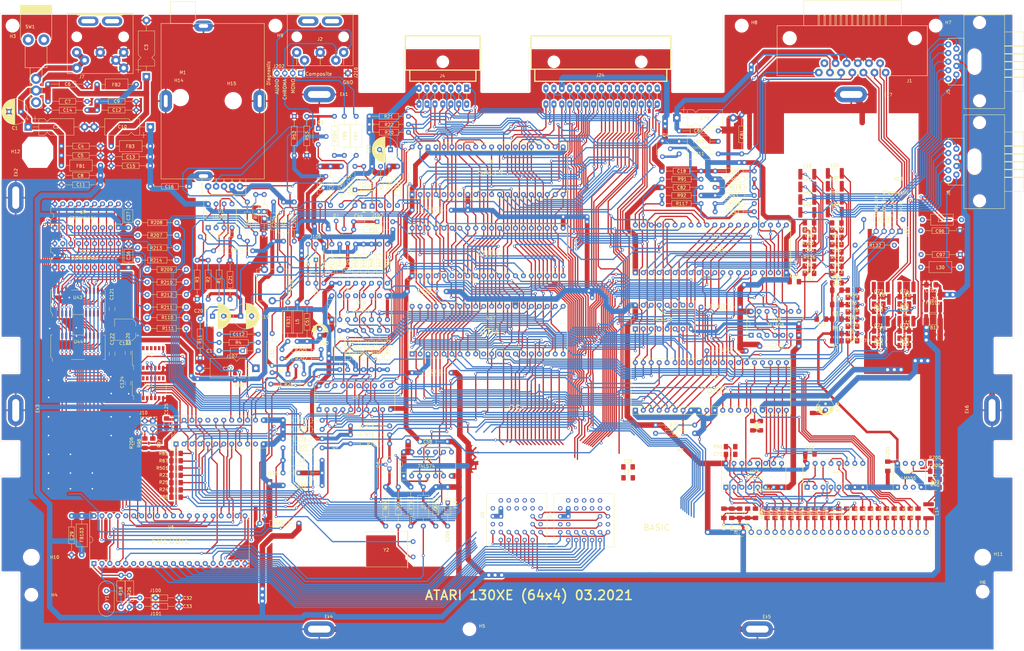
<source format=kicad_pcb>
(kicad_pcb (version 20171130) (host pcbnew "(5.1.0)-1")
  (title_block (title "Atari 130XE"))
  (layers (0 F.Cu signal) (31 B.Cu signal) (34 B.Paste user) (35 F.Paste user) (36 B.SilkS user) (37 F.SilkS user) (38 B.Mask user) (39 F.Mask user) (44 Edge.Cuts user))
  (net 0 "")
  (net 1 GND)
  (net 2 "Net-(J7-Pad1)")
  (net 3 "Net-(C1-Pad1)")
  (net 4 +5VA)
  (net 5 +5V)
  (net 6 +5C)
  (net 7 CASMAN)
  (net 8 "Net-(R111-Pad2)")
  (net 9 DQ0)
  (net 10 DQ1)
  (net 11 DQ2)
  (net 12 DQ3)
  (net 13 DQ4)
  (net 14 DQ5)
  (net 15 DQ6)
  (net 16 DQ7)
  (net 17 RA4)
  (net 18 RA5)
  (net 19 RA6)
  (net 20 RA0)
  (net 21 RAS)
  (net 22 RA1)
  (net 23 WRT)
  (net 24 RA2)
  (net 25 RA3)
  (net 26 RA7)
  (net 27 "Net-(C32-Pad1)")
  (net 28 "Net-(C33-Pad1)")
  (net 29 "Net-(R18-Pad1)")
  (net 30 EXTSEL)
  (net 31 RST)
  (net 32 CAS)
  (net 33 O2)
  (net 34 FA15)
  (net 35 FA14)
  (net 36 A13)
  (net 37 A15)
  (net 38 HALT)
  (net 39 A14)
  (net 40 "Net-(C29-Pad1)")
  (net 41 "Net-(R19-Pad1)")
  (net 42 D0)
  (net 43 D1)
  (net 44 D2)
  (net 45 D3)
  (net 46 D4)
  (net 47 D5)
  (net 48 D6)
  (net 49 D7)
  (net 50 A11)
  (net 51 A10)
  (net 52 A9)
  (net 53 A8)
  (net 54 A7)
  (net 55 A6)
  (net 56 A5)
  (net 57 A4)
  (net 58 A3)
  (net 59 A2)
  (net 60 A1)
  (net 61 A0)
  (net 62 A12)
  (net 63 OS)
  (net 64 O1)
  (net 65 "Net-(C44-Pad1)")
  (net 66 "Net-(C45-Pad2)")
  (net 67 "Net-(C45-Pad1)")
  (net 68 "Net-(C46-Pad2)")
  (net 69 "Net-(C47-Pad2)")
  (net 70 "Net-(C48-Pad2)")
  (net 71 "Net-(C50-Pad1)")
  (net 72 "Net-(C59-Pad2)")
  (net 73 "Net-(C59-Pad1)")
  (net 74 "Net-(C111-Pad2)")
  (net 75 "Net-(C96-Pad2)")
  (net 76 "Net-(C97-Pad2)")
  (net 77 "Net-(C111-Pad1)")
  (net 78 "Net-(C206-Pad2)")
  (net 79 "Net-(D4-Pad2)")
  (net 80 "Net-(D4-Pad1)")
  (net 81 "Net-(FB9-Pad2)")
  (net 82 "Net-(FB31-Pad2)")
  (net 83 IRQ)
  (net 84 REF)
  (net 85 "Net-(L6-Pad2)")
  (net 86 "Net-(L6-Pad1)")
  (net 87 OSC)
  (net 88 "Net-(Q2-Pad1)")
  (net 89 "Net-(Q2-Pad2)")
  (net 90 "Net-(Q3-Pad3)")
  (net 91 "Net-(Q3-Pad2)")
  (net 92 "Net-(Q6-Pad3)")
  (net 93 "Net-(Q6-Pad2)")
  (net 94 "Net-(R42-Pad2)")
  (net 95 "Net-(R43-Pad2)")
  (net 96 "Net-(R44-Pad2)")
  (net 97 "Net-(R47-Pad2)")
  (net 98 "Net-(R48-Pad2)")
  (net 99 "Net-(R49-Pad2)")
  (net 100 "Net-(R50-Pad2)")
  (net 101 "Net-(R132-Pad2)")
  (net 102 "Net-(R133-Pad2)")
  (net 103 "Net-(R134-Pad2)")
  (net 104 "Net-(R135-Pad2)")
  (net 105 "Net-(R136-Pad2)")
  (net 106 RW)
  (net 107 RDY)
  (net 108 "Net-(U18-Pad4)")
  (net 109 BO2)
  (net 110 NMI)
  (net 111 AN2)
  (net 112 LP)
  (net 113 AN1)
  (net 114 AN0)
  (net 115 O0)
  (net 116 "Net-(U17-Pad25)")
  (net 117 "Net-(U21-Pad2)")
  (net 118 "Net-(U21-Pad12)")
  (net 119 "Net-(U21-Pad11)")
  (net 120 "Net-(R41-Pad2)")
  (net 121 "Net-(L32-Pad2)")
  (net 122 MONO)
  (net 123 CHROMA)
  (net 124 COMPOSITE)
  (net 125 MPD)
  (net 126 D1XX)
  (net 127 TRIG1)
  (net 128 TRIG0)
  (net 129 COLOR)
  (net 130 RNMI)
  (net 131 CASINH)
  (net 132 GTIA)
  (net 133 RD5)
  (net 134 RF_VCC)
  (net 135 +5P)
  (net 136 E3)
  (net 137 RD4)
  (net 138 "Net-(U18-Pad10)")
  (net 139 "Net-(U2-Pad4)")
  (net 140 CCTL)
  (net 141 S4)
  (net 142 S5)
  (net 143 "Net-(C200-Pad2)")
  (net 144 "Net-(C200-Pad1)")
  (net 145 "Net-(L14-Pad1)")
  (net 146 READY)
  (net 147 MTR_CLR)
  (net 148 PROCEED)
  (net 149 INTRUPT)
  (net 150 COMMAND)
  (net 151 "Net-(C85-Pad1)")
  (net 152 "Net-(C86-Pad1)")
  (net 153 "Net-(C87-Pad1)")
  (net 154 "Net-(C88-Pad1)")
  (net 155 "Net-(C89-Pad1)")
  (net 156 "Net-(C90-Pad1)")
  (net 157 "Net-(C91-Pad1)")
  (net 158 "Net-(C92-Pad1)")
  (net 159 "Net-(FB11-Pad2)")
  (net 160 AUDIO)
  (net 161 RIGHT1)
  (net 162 FWD1)
  (net 163 BACK1)
  (net 164 LEFT1)
  (net 165 RIGHT0)
  (net 166 FWD0)
  (net 167 BACK0)
  (net 168 LEFT0)
  (net 169 RESET)
  (net 170 "Net-(Q4-Pad2)")
  (net 171 PB3)
  (net 172 PB4)
  (net 173 PB2)
  (net 174 PB1)
  (net 175 "Net-(R86-Pad2)")
  (net 176 PB7)
  (net 177 PB0)
  (net 178 "Net-(R91-Pad2)")
  (net 179 "Net-(R117-Pad2)")
  (net 180 "Net-(R119-Pad2)")
  (net 181 "Net-(R118-Pad2)")
  (net 182 "Net-(R120-Pad2)")
  (net 183 "Net-(R121-Pad2)")
  (net 184 "Net-(R122-Pad2)")
  (net 185 "Net-(R123-Pad2)")
  (net 186 "Net-(R124-Pad2)")
  (net 187 "Net-(R125-Pad2)")
  (net 188 "Net-(R126-Pad2)")
  (net 189 "Net-(R127-Pad2)")
  (net 190 START)
  (net 191 SELECT)
  (net 192 OPTION)
  (net 193 PB5)
  (net 194 POKEY)
  (net 195 PIA)
  (net 196 CLK_OUT)
  (net 197 DATA_IN)
  (net 198 CLK_IN)
  (net 199 "Net-(C95-Pad1)")
  (net 200 BSC)
  (net 201 IN4)
  (net 202 OUT0)
  (net 203 IN0)
  (net 204 IN3)
  (net 205 OUT2)
  (net 206 OUT4)
  (net 207 OUT1)
  (net 208 OUT6)
  (net 209 IN1)
  (net 210 IN5)
  (net 211 IN7)
  (net 212 IN2)
  (net 213 OUT7)
  (net 214 OUT5)
  (net 215 OUT3)
  (net 216 IN6)
  (net 217 DATA_OUT)
  (net 218 "Net-(R128-Pad2)")
  (net 219 "Net-(R129-Pad2)")
  (net 220 "Net-(R130-Pad2)")
  (net 221 "Net-(R131-Pad2)")
  (net 222 "Net-(R74-Pad2)")
  (net 223 "Net-(R89-Pad1)")
  (net 224 "Net-(R146-Pad2)")
  (net 225 "Net-(R147-Pad2)")
  (net 226 "Net-(R148-Pad2)")
  (net 227 "Net-(R149-Pad2)")
  (net 228 "Net-(R150-Pad2)")
  (net 229 "Net-(R151-Pad2)")
  (net 230 "Net-(R152-Pad2)")
  (net 231 "Net-(R153-Pad2)")
  (net 232 K3)
  (net 233 K4)
  (net 234 K5)
  (net 235 K0)
  (net 236 K1)
  (net 237 K2)
  (net 238 "Net-(R145-Pad2)")
  (net 239 "Net-(R142-Pad2)")
  (net 240 "Net-(R143-Pad2)")
  (net 241 "Net-(R138-Pad2)")
  (net 242 "Net-(R139-Pad2)")
  (net 243 "Net-(R140-Pad2)")
  (net 244 "Net-(R141-Pad2)")
  (net 245 "Net-(R144-Pad2)")
  (net 246 "Net-(R75-Pad1)")
  (net 247 "Net-(D5-Pad2)")
  (net 248 "Net-(R90-Pad1)")
  (net 249 "Net-(C63-Pad1)")
  (net 250 "Net-(C64-Pad1)")
  (net 251 "Net-(C65-Pad1)")
  (net 252 "Net-(C66-Pad1)")
  (net 253 "Net-(C71-Pad1)")
  (net 254 "Net-(C72-Pad1)")
  (net 255 "Net-(C73-Pad1)")
  (net 256 "Net-(C74-Pad1)")
  (net 257 POT_A1)
  (net 258 POT_B1)
  (net 259 POT_A0)
  (net 260 POT_B0)
  (net 261 "Net-(C102-Pad1)")
  (net 262 "Net-(FB102-Pad2)")
  (net 263 SIOAUDIO)
  (net 264 BELL)
  (net 265 "Net-(M1-Pad5)")
  (net 266 "Net-(C24-Pad1)")
  (net 267 "Net-(R1-Pad2)")
  (net 268 "Net-(R1-Pad1)")
  (net 269 "Net-(R5-Pad2)")
  (net 270 "Net-(C17-Pad1)")
  (net 271 "Net-(C20-Pad1)")
  (net 272 "Net-(C19-Pad1)")
  (net 273 "Net-(C23-Pad1)")
  (net 274 SOUND)
  (net 275 MONO_MOD)
  (net 276 "Net-(FB7-Pad1)")
  (net 277 EXTAUDIO)
  (net 278 PB6)
  (net 279 FO0)
  (net 280 "Net-(J10-Pad4)")
  (net 281 "Net-(J10-Pad2)")
  (net 282 "Net-(R110-Pad1)")
  (net 283 "Net-(R111-Pad1)")
  (net 284 BE)
  (net 285 MAP)
  (net 286 "Net-(U40-Pad22)")
  (net 287 "Net-(U40-Pad15)")
  (net 288 "Net-(U41-Pad7)")
  (net 289 "Net-(U41-Pad4)")
  (net 290 "Net-(U5-Pad24)")
  (net 291 "Net-(U5-Pad22)")
  (net 292 "Net-(U5-Pad2)")
  (net 293 "Net-(U5-Pad29)")
  (net 294 "Net-(U5-Pad3)")
  (module Atari:PLCC-32_THT-Socket (layer F.Cu) (at 206.9084 203.7588 90)
    (fp_text reference U5 (at 0.4064 -5.8928 90) (layer F.SilkS))
    (fp_text value 27C010)
    (pad 28 thru_hole circle (at 2.54 2.54 90) (size 1.4224 1.4224) (drill 0.8) (layers *.Cu *.Mask) (net 36 A13))
    (pad 26 thru_hole circle (at 2.54 5.08 90) (size 1.4224 1.4224) (drill 0.8) (layers *.Cu *.Mask) (net 52 A9))
    (pad 24 thru_hole circle (at 2.54 7.62 90) (size 1.4224 1.4224) (drill 0.8) (layers *.Cu *.Mask) (net 290 "Net-(U5-Pad24)"))
    (pad 22 thru_hole circle (at 2.54 10.16 90) (size 1.4224 1.4224) (drill 0.8) (layers *.Cu *.Mask) (net 291 "Net-(U5-Pad22)"))
    (pad 27 thru_hole circle (at 5.08 2.54 90) (size 1.4224 1.4224) (drill 0.8) (layers *.Cu *.Mask) (net 53 A8))
    (pad 25 thru_hole circle (at 5.08 5.08 90) (size 1.4224 1.4224) (drill 0.8) (layers *.Cu *.Mask) (net 50 A11))
    (pad 23 thru_hole circle (at 5.08 7.62 90) (size 1.4224 1.4224) (drill 0.8) (layers *.Cu *.Mask) (net 51 A10))
    (pad 21 thru_hole circle (at 5.08 10.16 90) (size 1.4224 1.4224) (drill 0.8) (layers *.Cu *.Mask) (net 49 D7))
    (pad 19 thru_hole circle (at 0 10.16 90) (size 1.4224 1.4224) (drill 0.8) (layers *.Cu *.Mask) (net 47 D5))
    (pad 17 thru_hole circle (at -2.54 10.16 90) (size 1.4224 1.4224) (drill 0.8) (layers *.Cu *.Mask) (net 45 D3))
    (pad 20 thru_hole circle (at 2.54 12.7 90) (size 1.4224 1.4224) (drill 0.8) (layers *.Cu *.Mask) (net 48 D6))
    (pad 18 thru_hole circle (at 0 12.7 90) (size 1.4224 1.4224) (drill 0.8) (layers *.Cu *.Mask) (net 46 D4))
    (pad 16 thru_hole circle (at -2.54 12.7 90) (size 1.4224 1.4224) (drill 0.8) (layers *.Cu *.Mask) (net 1 GND))
    (pad 14 thru_hole circle (at -5.08 12.7 90) (size 1.4224 1.4224) (drill 0.8) (layers *.Cu *.Mask) (net 43 D1))
    (pad 15 thru_hole circle (at -5.08 10.16 90) (size 1.4224 1.4224) (drill 0.8) (layers *.Cu *.Mask) (net 44 D2))
    (pad 12 thru_hole circle (at -5.08 7.62 90) (size 1.4224 1.4224) (drill 0.8) (layers *.Cu *.Mask) (net 61 A0))
    (pad 10 thru_hole circle (at -5.08 5.08 90) (size 1.4224 1.4224) (drill 0.8) (layers *.Cu *.Mask) (net 59 A2))
    (pad 8 thru_hole circle (at -5.08 2.54 90) (size 1.4224 1.4224) (drill 0.8) (layers *.Cu *.Mask) (net 57 A4))
    (pad 13 thru_hole circle (at -7.62 10.16 90) (size 1.4224 1.4224) (drill 0.8) (layers *.Cu *.Mask) (net 42 D0))
    (pad 11 thru_hole circle (at -7.62 7.62 90) (size 1.4224 1.4224) (drill 0.8) (layers *.Cu *.Mask) (net 60 A1))
    (pad 9 thru_hole circle (at -7.62 5.08 90) (size 1.4224 1.4224) (drill 0.8) (layers *.Cu *.Mask) (net 58 A3))
    (pad 7 thru_hole circle (at -7.62 2.54 90) (size 1.4224 1.4224) (drill 0.8) (layers *.Cu *.Mask) (net 56 A5))
    (pad 5 thru_hole circle (at -7.62 0 90) (size 1.4224 1.4224) (drill 0.8) (layers *.Cu *.Mask) (net 54 A7))
    (pad 30 thru_hole circle (at 2.54 -2.54 90) (size 1.4224 1.4224) (drill 0.8) (layers *.Cu *.Mask))
    (pad 32 thru_hole circle (at 0 -2.54 90) (size 1.4224 1.4224) (drill 0.8) (layers *.Cu *.Mask) (net 4 +5VA))
    (pad 4 thru_hole circle (at -5.08 -2.54 90) (size 1.4224 1.4224) (drill 0.8) (layers *.Cu *.Mask) (net 62 A12))
    (pad 2 thru_hole circle (at -2.54 -2.54 90) (size 1.4224 1.4224) (drill 0.8) (layers *.Cu *.Mask) (net 292 "Net-(U5-Pad2)"))
    (pad 29 thru_hole circle (at 5.08 0 90) (size 1.4224 1.4224) (drill 0.8) (layers *.Cu *.Mask) (net 293 "Net-(U5-Pad29)"))
    (pad 31 thru_hole circle (at 2.54 0 90) (size 1.4224 1.4224) (drill 0.8) (layers *.Cu *.Mask) (net 4 +5VA))
    (pad 6 thru_hole circle (at -5.08 0 90) (size 1.4224 1.4224) (drill 0.8) (layers *.Cu *.Mask) (net 55 A6))
    (pad 3 thru_hole circle (at -2.54 0 90) (size 1.4224 1.4224) (drill 0.8) (layers *.Cu *.Mask) (net 294 "Net-(U5-Pad3)"))
    (pad 1 thru_hole rect (at 0 0 90) (size 1.4224 1.4224) (drill 0.8) (layers *.Cu *.Mask) (net 4 +5VA))
  )
  (module Capacitor_SMD:C_1206_3216Metric_Pad1.42x1.75mm_HandSolder (layer F.Cu) (at 247.5595 187.9854)
    (fp_text reference C28 (at 0 -1.82) (layer F.SilkS))
    (fp_text value 100nF)
    (pad 2 smd roundrect (at 1.4875 0) (size 1.425 1.75) (layers F.Cu F.Paste F.Mask) (roundrect_rratio 0.175439) (net 1 GND))
    (pad 1 smd roundrect (at -1.4875 0) (size 1.425 1.75) (layers F.Cu F.Paste F.Mask) (roundrect_rratio 0.175439) (net 4 +5VA))
  )
  (module Atari:PLCC-32_THT-Socket (layer F.Cu) (at 228.4476 203.7842 90)
    (fp_text reference U4 (at 0.4064 -5.8928 90) (layer F.SilkS))
    (fp_text value 27C010)
    (pad 28 thru_hole circle (at 2.54 2.54 90) (size 1.4224 1.4224) (drill 0.8) (layers *.Cu *.Mask))
    (pad 26 thru_hole circle (at 2.54 5.08 90) (size 1.4224 1.4224) (drill 0.8) (layers *.Cu *.Mask) (net 52 A9))
    (pad 24 thru_hole circle (at 2.54 7.62 90) (size 1.4224 1.4224) (drill 0.8) (layers *.Cu *.Mask))
    (pad 22 thru_hole circle (at 2.54 10.16 90) (size 1.4224 1.4224) (drill 0.8) (layers *.Cu *.Mask))
    (pad 27 thru_hole circle (at 5.08 2.54 90) (size 1.4224 1.4224) (drill 0.8) (layers *.Cu *.Mask) (net 53 A8))
    (pad 25 thru_hole circle (at 5.08 5.08 90) (size 1.4224 1.4224) (drill 0.8) (layers *.Cu *.Mask) (net 50 A11))
    (pad 23 thru_hole circle (at 5.08 7.62 90) (size 1.4224 1.4224) (drill 0.8) (layers *.Cu *.Mask) (net 51 A10))
    (pad 21 thru_hole circle (at 5.08 10.16 90) (size 1.4224 1.4224) (drill 0.8) (layers *.Cu *.Mask) (net 49 D7))
    (pad 19 thru_hole circle (at 0 10.16 90) (size 1.4224 1.4224) (drill 0.8) (layers *.Cu *.Mask) (net 47 D5))
    (pad 17 thru_hole circle (at -2.54 10.16 90) (size 1.4224 1.4224) (drill 0.8) (layers *.Cu *.Mask) (net 45 D3))
    (pad 20 thru_hole circle (at 2.54 12.7 90) (size 1.4224 1.4224) (drill 0.8) (layers *.Cu *.Mask) (net 48 D6))
    (pad 18 thru_hole circle (at 0 12.7 90) (size 1.4224 1.4224) (drill 0.8) (layers *.Cu *.Mask) (net 46 D4))
    (pad 16 thru_hole circle (at -2.54 12.7 90) (size 1.4224 1.4224) (drill 0.8) (layers *.Cu *.Mask) (net 1 GND))
    (pad 14 thru_hole circle (at -5.08 12.7 90) (size 1.4224 1.4224) (drill 0.8) (layers *.Cu *.Mask) (net 43 D1))
    (pad 15 thru_hole circle (at -5.08 10.16 90) (size 1.4224 1.4224) (drill 0.8) (layers *.Cu *.Mask) (net 44 D2))
    (pad 12 thru_hole circle (at -5.08 7.62 90) (size 1.4224 1.4224) (drill 0.8) (layers *.Cu *.Mask) (net 61 A0))
    (pad 10 thru_hole circle (at -5.08 5.08 90) (size 1.4224 1.4224) (drill 0.8) (layers *.Cu *.Mask) (net 59 A2))
    (pad 8 thru_hole circle (at -5.08 2.54 90) (size 1.4224 1.4224) (drill 0.8) (layers *.Cu *.Mask) (net 57 A4))
    (pad 13 thru_hole circle (at -7.62 10.16 90) (size 1.4224 1.4224) (drill 0.8) (layers *.Cu *.Mask) (net 42 D0))
    (pad 11 thru_hole circle (at -7.62 7.62 90) (size 1.4224 1.4224) (drill 0.8) (layers *.Cu *.Mask) (net 60 A1))
    (pad 9 thru_hole circle (at -7.62 5.08 90) (size 1.4224 1.4224) (drill 0.8) (layers *.Cu *.Mask) (net 58 A3))
    (pad 7 thru_hole circle (at -7.62 2.54 90) (size 1.4224 1.4224) (drill 0.8) (layers *.Cu *.Mask) (net 56 A5))
    (pad 5 thru_hole circle (at -7.62 0 90) (size 1.4224 1.4224) (drill 0.8) (layers *.Cu *.Mask) (net 54 A7))
    (pad 30 thru_hole circle (at 2.54 -2.54 90) (size 1.4224 1.4224) (drill 0.8) (layers *.Cu *.Mask))
    (pad 32 thru_hole circle (at 0 -2.54 90) (size 1.4224 1.4224) (drill 0.8) (layers *.Cu *.Mask) (net 4 +5VA))
    (pad 4 thru_hole circle (at -5.08 -2.54 90) (size 1.4224 1.4224) (drill 0.8) (layers *.Cu *.Mask) (net 62 A12))
    (pad 2 thru_hole circle (at -2.54 -2.54 90) (size 1.4224 1.4224) (drill 0.8) (layers *.Cu *.Mask))
    (pad 29 thru_hole circle (at 5.08 0 90) (size 1.4224 1.4224) (drill 0.8) (layers *.Cu *.Mask))
    (pad 31 thru_hole circle (at 2.54 0 90) (size 1.4224 1.4224) (drill 0.8) (layers *.Cu *.Mask) (net 4 +5VA))
    (pad 6 thru_hole circle (at -5.08 0 90) (size 1.4224 1.4224) (drill 0.8) (layers *.Cu *.Mask) (net 55 A6))
    (pad 3 thru_hole circle (at -2.54 0 90) (size 1.4224 1.4224) (drill 0.8) (layers *.Cu *.Mask))
    (pad 1 thru_hole rect (at 0 0 90) (size 1.4224 1.4224) (drill 0.8) (layers *.Cu *.Mask) (net 4 +5VA))
  )
  (module Capacitor_SMD:C_1206_3216Metric_Pad1.42x1.75mm_HandSolder (layer F.Cu) (at 247.5992 191.4652)
    (fp_text reference C27 (at 0 -1.82) (layer F.SilkS))
    (fp_text value 100nF)
    (pad 2 smd roundrect (at 1.4875 0) (size 1.425 1.75) (layers F.Cu F.Paste F.Mask) (roundrect_rratio 0.175439) (net 1 GND))
    (pad 1 smd roundrect (at -1.4875 0) (size 1.425 1.75) (layers F.Cu F.Paste F.Mask) (roundrect_rratio 0.175439) (net 4 +5VA))
  )
  (module Capacitor_SMD:C_1206_3216Metric_Pad1.42x1.75mm_HandSolder (layer F.Cu) (at 306.5272 169.2656 270)
    (fp_text reference C62 (at 0 -1.82 270) (layer F.SilkS))
    (fp_text value 1nF)
    (pad 2 smd roundrect (at 1.4875 0 270) (size 1.425 1.75) (layers F.Cu F.Paste F.Mask) (roundrect_rratio 0.175439) (net 1 GND))
    (pad 1 smd roundrect (at -1.4875 0 270) (size 1.425 1.75) (layers F.Cu F.Paste F.Mask) (roundrect_rratio 0.175439) (net 135 +5P))
  )
  (module Resistor_SMD:R_1206_3216Metric_Pad1.42x1.75mm_HandSolder (layer F.Cu) (at 335.8642 138.2014)
    (fp_text reference R79 (at 0 -1.82) (layer F.SilkS))
    (fp_text value 1k8)
    (pad 2 smd roundrect (at 1.4875 0) (size 1.425 1.75) (layers F.Cu F.Paste F.Mask) (roundrect_rratio 0.175439) (net 252 "Net-(C66-Pad1)"))
    (pad 1 smd roundrect (at -1.4875 0) (size 1.425 1.75) (layers F.Cu F.Paste F.Mask) (roundrect_rratio 0.175439) (net 256 "Net-(C74-Pad1)"))
  )
  (module Resistor_SMD:R_1206_3216Metric_Pad1.42x1.75mm_HandSolder (layer F.Cu) (at 335.8388 149.1742)
    (fp_text reference R78 (at 0 -1.82) (layer F.SilkS))
    (fp_text value 1k8)
    (pad 2 smd roundrect (at 1.4875 0) (size 1.425 1.75) (layers F.Cu F.Paste F.Mask) (roundrect_rratio 0.175439) (net 249 "Net-(C63-Pad1)"))
    (pad 1 smd roundrect (at -1.4875 0) (size 1.425 1.75) (layers F.Cu F.Paste F.Mask) (roundrect_rratio 0.175439) (net 255 "Net-(C73-Pad1)"))
  )
  (module Resistor_SMD:R_1206_3216Metric_Pad1.42x1.75mm_HandSolder (layer F.Cu) (at 327.66 138.2268)
    (fp_text reference R77 (at 0 -1.82) (layer F.SilkS))
    (fp_text value 1k8)
    (pad 2 smd roundrect (at 1.4875 0) (size 1.425 1.75) (layers F.Cu F.Paste F.Mask) (roundrect_rratio 0.175439) (net 251 "Net-(C65-Pad1)"))
    (pad 1 smd roundrect (at -1.4875 0) (size 1.425 1.75) (layers F.Cu F.Paste F.Mask) (roundrect_rratio 0.175439) (net 254 "Net-(C72-Pad1)"))
  )
  (module Resistor_SMD:R_1206_3216Metric_Pad1.42x1.75mm_HandSolder (layer F.Cu) (at 327.66 149.1488)
    (fp_text reference R76 (at 0 -1.82) (layer F.SilkS))
    (fp_text value 1k8)
    (pad 2 smd roundrect (at 1.4875 0) (size 1.425 1.75) (layers F.Cu F.Paste F.Mask) (roundrect_rratio 0.175439) (net 250 "Net-(C64-Pad1)"))
    (pad 1 smd roundrect (at -1.4875 0) (size 1.425 1.75) (layers F.Cu F.Paste F.Mask) (roundrect_rratio 0.175439) (net 253 "Net-(C71-Pad1)"))
  )
  (module Inductor_SMD:L_1812_4532Metric_Pad1.30x3.40mm_HandSolder (layer F.Cu) (at 328.3204 130.4544 180)
    (fp_text reference L18 (at 0 -2.65 180) (layer F.SilkS))
    (fp_text value 10uH)
    (pad 2 smd roundrect (at 2.225 0 180) (size 1.3 3.4) (layers F.Cu F.Paste F.Mask) (roundrect_rratio 0.192308) (net 254 "Net-(C72-Pad1)"))
    (pad 1 smd roundrect (at -2.225 0 180) (size 1.3 3.4) (layers F.Cu F.Paste F.Mask) (roundrect_rratio 0.192308) (net 259 POT_A0))
  )
  (module Inductor_SMD:L_1812_4532Metric_Pad1.30x3.40mm_HandSolder (layer F.Cu) (at 328.3204 141.3764 180)
    (fp_text reference L17 (at 0 -2.65 180) (layer F.SilkS))
    (fp_text value 10uH)
    (pad 2 smd roundrect (at 2.225 0 180) (size 1.3 3.4) (layers F.Cu F.Paste F.Mask) (roundrect_rratio 0.192308) (net 253 "Net-(C71-Pad1)"))
    (pad 1 smd roundrect (at -2.225 0 180) (size 1.3 3.4) (layers F.Cu F.Paste F.Mask) (roundrect_rratio 0.192308) (net 260 POT_B0))
  )
  (module Inductor_SMD:L_1812_4532Metric_Pad1.30x3.40mm_HandSolder (layer F.Cu) (at 336.55 130.429 180)
    (fp_text reference L16 (at 0 -2.65 180) (layer F.SilkS))
    (fp_text value 10uH)
    (pad 2 smd roundrect (at 2.225 0 180) (size 1.3 3.4) (layers F.Cu F.Paste F.Mask) (roundrect_rratio 0.192308) (net 256 "Net-(C74-Pad1)"))
    (pad 1 smd roundrect (at -2.225 0 180) (size 1.3 3.4) (layers F.Cu F.Paste F.Mask) (roundrect_rratio 0.192308) (net 257 POT_A1))
  )
  (module Inductor_SMD:L_1812_4532Metric_Pad1.30x3.40mm_HandSolder (layer F.Cu) (at 336.5246 141.3764 180)
    (fp_text reference L15 (at -0.1094 -0.37 180) (layer F.SilkS))
    (fp_text value 10uH)
    (pad 2 smd roundrect (at 2.225 0 180) (size 1.3 3.4) (layers F.Cu F.Paste F.Mask) (roundrect_rratio 0.192308) (net 255 "Net-(C73-Pad1)"))
    (pad 1 smd roundrect (at -2.225 0 180) (size 1.3 3.4) (layers F.Cu F.Paste F.Mask) (roundrect_rratio 0.192308) (net 258 POT_B1))
  )
  (module Capacitor_SMD:C_1206_3216Metric_Pad1.42x1.75mm_HandSolder (layer F.Cu) (at 335.8642 133.5786)
    (fp_text reference C74 (at 0 -1.82) (layer F.SilkS))
    (fp_text value 1nF)
    (pad 2 smd roundrect (at 1.4875 0) (size 1.425 1.75) (layers F.Cu F.Paste F.Mask) (roundrect_rratio 0.175439) (net 1 GND))
    (pad 1 smd roundrect (at -1.4875 0) (size 1.425 1.75) (layers F.Cu F.Paste F.Mask) (roundrect_rratio 0.175439) (net 256 "Net-(C74-Pad1)"))
  )
  (module Capacitor_SMD:C_1206_3216Metric_Pad1.42x1.75mm_HandSolder (layer F.Cu) (at 335.8388 144.526)
    (fp_text reference C73 (at 0 -1.82) (layer F.SilkS))
    (fp_text value 1nF)
    (pad 2 smd roundrect (at 1.4875 0) (size 1.425 1.75) (layers F.Cu F.Paste F.Mask) (roundrect_rratio 0.175439) (net 1 GND))
    (pad 1 smd roundrect (at -1.4875 0) (size 1.425 1.75) (layers F.Cu F.Paste F.Mask) (roundrect_rratio 0.175439) (net 255 "Net-(C73-Pad1)"))
  )
  (module Capacitor_SMD:C_1206_3216Metric_Pad1.42x1.75mm_HandSolder (layer F.Cu) (at 327.66 133.604)
    (fp_text reference C72 (at 0 -1.82) (layer F.SilkS))
    (fp_text value 1nF)
    (pad 2 smd roundrect (at 1.4875 0) (size 1.425 1.75) (layers F.Cu F.Paste F.Mask) (roundrect_rratio 0.175439) (net 1 GND))
    (pad 1 smd roundrect (at -1.4875 0) (size 1.425 1.75) (layers F.Cu F.Paste F.Mask) (roundrect_rratio 0.175439) (net 254 "Net-(C72-Pad1)"))
  )
  (module Capacitor_SMD:C_1206_3216Metric_Pad1.42x1.75mm_HandSolder (layer F.Cu) (at 327.66 144.526)
    (fp_text reference C71 (at 0 -1.82) (layer F.SilkS))
    (fp_text value 1nF)
    (pad 2 smd roundrect (at 1.4875 0) (size 1.425 1.75) (layers F.Cu F.Paste F.Mask) (roundrect_rratio 0.175439) (net 1 GND))
    (pad 1 smd roundrect (at -1.4875 0) (size 1.425 1.75) (layers F.Cu F.Paste F.Mask) (roundrect_rratio 0.175439) (net 253 "Net-(C71-Pad1)"))
  )
  (module Capacitor_SMD:C_1206_3216Metric_Pad1.42x1.75mm_HandSolder (layer F.Cu) (at 335.8642 135.89 180)
    (fp_text reference C66 (at 0 -1.82 180) (layer F.SilkS))
    (fp_text value 47nF)
    (pad 2 smd roundrect (at 1.4875 0 180) (size 1.425 1.75) (layers F.Cu F.Paste F.Mask) (roundrect_rratio 0.175439) (net 1 GND))
    (pad 1 smd roundrect (at -1.4875 0 180) (size 1.425 1.75) (layers F.Cu F.Paste F.Mask) (roundrect_rratio 0.175439) (net 252 "Net-(C66-Pad1)"))
  )
  (module Capacitor_SMD:C_1206_3216Metric_Pad1.42x1.75mm_HandSolder (layer F.Cu) (at 327.66 135.9154 180)
    (fp_text reference C65 (at 0 -1.82 180) (layer F.SilkS))
    (fp_text value 47nF)
    (pad 2 smd roundrect (at 1.4875 0 180) (size 1.425 1.75) (layers F.Cu F.Paste F.Mask) (roundrect_rratio 0.175439) (net 1 GND))
    (pad 1 smd roundrect (at -1.4875 0 180) (size 1.425 1.75) (layers F.Cu F.Paste F.Mask) (roundrect_rratio 0.175439) (net 251 "Net-(C65-Pad1)"))
  )
  (module Capacitor_SMD:C_1206_3216Metric_Pad1.42x1.75mm_HandSolder (layer F.Cu) (at 327.66 146.8374 180)
    (fp_text reference C64 (at 0 -1.82 180) (layer F.SilkS))
    (fp_text value 47nF)
    (pad 2 smd roundrect (at 1.4875 0 180) (size 1.425 1.75) (layers F.Cu F.Paste F.Mask) (roundrect_rratio 0.175439) (net 1 GND))
    (pad 1 smd roundrect (at -1.4875 0 180) (size 1.425 1.75) (layers F.Cu F.Paste F.Mask) (roundrect_rratio 0.175439) (net 250 "Net-(C64-Pad1)"))
  )
  (module Capacitor_SMD:C_1206_3216Metric_Pad1.42x1.75mm_HandSolder (layer F.Cu) (at 335.8388 146.8374 180)
    (fp_text reference C63 (at 0 -1.82 180) (layer F.SilkS))
    (fp_text value 47nF)
    (pad 2 smd roundrect (at 1.4875 0 180) (size 1.425 1.75) (layers F.Cu F.Paste F.Mask) (roundrect_rratio 0.175439) (net 1 GND))
    (pad 1 smd roundrect (at -1.4875 0 180) (size 1.425 1.75) (layers F.Cu F.Paste F.Mask) (roundrect_rratio 0.175439) (net 249 "Net-(C63-Pad1)"))
  )
  (module Resistor_SMD:R_1206_3216Metric_Pad1.42x1.75mm_HandSolder (layer F.Cu) (at 314.2996 129.1336)
    (fp_text reference R86 (at 0 -1.82) (layer F.SilkS))
    (fp_text value 3k)
    (pad 2 smd roundrect (at 1.4875 0) (size 1.425 1.75) (layers F.Cu F.Paste F.Mask) (roundrect_rratio 0.175439) (net 175 "Net-(R86-Pad2)"))
    (pad 1 smd roundrect (at -1.4875 0) (size 1.425 1.75) (layers F.Cu F.Paste F.Mask) (roundrect_rratio 0.175439) (net 4 +5VA))
  )
  (module Resistor_SMD:R_1206_3216Metric_Pad1.42x1.75mm_HandSolder (layer F.Cu) (at 309.3212 140.716 180)
    (fp_text reference R33 (at 0 -1.82 180) (layer F.SilkS))
    (fp_text value 3k)
    (pad 2 smd roundrect (at 1.4875 0 180) (size 1.425 1.75) (layers F.Cu F.Paste F.Mask) (roundrect_rratio 0.175439) (net 112 LP))
    (pad 1 smd roundrect (at -1.4875 0 180) (size 1.425 1.75) (layers F.Cu F.Paste F.Mask) (roundrect_rratio 0.175439) (net 4 +5VA))
  )
  (module Resistor_SMD:R_1206_3216Metric_Pad1.42x1.75mm_HandSolder (layer F.Cu) (at 314.2996 147.6502 180)
    (fp_text reference R19 (at 0 -1.82 180) (layer F.SilkS))
    (fp_text value 3k)
    (pad 2 smd roundrect (at 1.4875 0 180) (size 1.425 1.75) (layers F.Cu F.Paste F.Mask) (roundrect_rratio 0.175439) (net 4 +5VA))
    (pad 1 smd roundrect (at -1.4875 0 180) (size 1.425 1.75) (layers F.Cu F.Paste F.Mask) (roundrect_rratio 0.175439) (net 41 "Net-(R19-Pad1)"))
  )
  (module Resistor_SMD:R_1206_3216Metric_Pad1.42x1.75mm_HandSolder (layer F.Cu) (at 319.278 145.3388 180)
    (fp_text reference R131 (at 0 -1.82 180) (layer F.SilkS))
    (fp_text value 100)
    (pad 2 smd roundrect (at 1.4875 0 180) (size 1.425 1.75) (layers F.Cu F.Paste F.Mask) (roundrect_rratio 0.175439) (net 221 "Net-(R131-Pad2)"))
    (pad 1 smd roundrect (at -1.4875 0 180) (size 1.425 1.75) (layers F.Cu F.Paste F.Mask) (roundrect_rratio 0.175439) (net 217 DATA_OUT))
  )
  (module Resistor_SMD:R_1206_3216Metric_Pad1.42x1.75mm_HandSolder (layer F.Cu) (at 319.278 140.716 180)
    (fp_text reference R130 (at 0 -1.82 180) (layer F.SilkS))
    (fp_text value 100)
    (pad 2 smd roundrect (at 1.4875 0 180) (size 1.425 1.75) (layers F.Cu F.Paste F.Mask) (roundrect_rratio 0.175439) (net 220 "Net-(R130-Pad2)"))
    (pad 1 smd roundrect (at -1.4875 0 180) (size 1.425 1.75) (layers F.Cu F.Paste F.Mask) (roundrect_rratio 0.175439) (net 197 DATA_IN))
  )
  (module Resistor_SMD:R_1206_3216Metric_Pad1.42x1.75mm_HandSolder (layer F.Cu) (at 319.278 131.4704 180)
    (fp_text reference R129 (at 0 -1.82 180) (layer F.SilkS))
    (fp_text value 100)
    (pad 2 smd roundrect (at 1.4875 0 180) (size 1.425 1.75) (layers F.Cu F.Paste F.Mask) (roundrect_rratio 0.175439) (net 219 "Net-(R129-Pad2)"))
    (pad 1 smd roundrect (at -1.4875 0 180) (size 1.425 1.75) (layers F.Cu F.Paste F.Mask) (roundrect_rratio 0.175439) (net 198 CLK_IN))
  )
  (module Resistor_SMD:R_1206_3216Metric_Pad1.42x1.75mm_HandSolder (layer F.Cu) (at 319.278 136.0932 180)
    (fp_text reference R128 (at 0 -1.82 180) (layer F.SilkS))
    (fp_text value 100)
    (pad 2 smd roundrect (at 1.4875 0 180) (size 1.425 1.75) (layers F.Cu F.Paste F.Mask) (roundrect_rratio 0.175439) (net 218 "Net-(R128-Pad2)"))
    (pad 1 smd roundrect (at -1.4875 0 180) (size 1.425 1.75) (layers F.Cu F.Paste F.Mask) (roundrect_rratio 0.175439) (net 196 CLK_OUT))
  )
  (module Resistor_SMD:R_1206_3216Metric_Pad1.42x1.75mm_HandSolder (layer F.Cu) (at 314.2996 145.3388)
    (fp_text reference R84 (at 0 -1.82) (layer F.SilkS))
    (fp_text value 4k7)
    (pad 2 smd roundrect (at 1.4875 0) (size 1.425 1.75) (layers F.Cu F.Paste F.Mask) (roundrect_rratio 0.175439) (net 221 "Net-(R131-Pad2)"))
    (pad 1 smd roundrect (at -1.4875 0) (size 1.425 1.75) (layers F.Cu F.Paste F.Mask) (roundrect_rratio 0.175439) (net 4 +5VA))
  )
  (module Resistor_SMD:R_1206_3216Metric_Pad1.42x1.75mm_HandSolder (layer F.Cu) (at 314.2996 140.716)
    (fp_text reference R83 (at 0 -1.82) (layer F.SilkS))
    (fp_text value 4k7)
    (pad 2 smd roundrect (at 1.4875 0) (size 1.425 1.75) (layers F.Cu F.Paste F.Mask) (roundrect_rratio 0.175439) (net 220 "Net-(R130-Pad2)"))
    (pad 1 smd roundrect (at -1.4875 0) (size 1.425 1.75) (layers F.Cu F.Paste F.Mask) (roundrect_rratio 0.175439) (net 4 +5VA))
  )
  (module Resistor_SMD:R_1206_3216Metric_Pad1.42x1.75mm_HandSolder (layer F.Cu) (at 314.2996 131.4704)
    (fp_text reference R82 (at 0 -1.82) (layer F.SilkS))
    (fp_text value 4k7)
    (pad 2 smd roundrect (at 1.4875 0) (size 1.425 1.75) (layers F.Cu F.Paste F.Mask) (roundrect_rratio 0.175439) (net 219 "Net-(R129-Pad2)"))
    (pad 1 smd roundrect (at -1.4875 0) (size 1.425 1.75) (layers F.Cu F.Paste F.Mask) (roundrect_rratio 0.175439) (net 4 +5VA))
  )
  (module Resistor_SMD:R_1206_3216Metric_Pad1.42x1.75mm_HandSolder (layer F.Cu) (at 314.2996 136.0932)
    (fp_text reference R81 (at 0 -1.82) (layer F.SilkS))
    (fp_text value 4k7)
    (pad 2 smd roundrect (at 1.4875 0) (size 1.425 1.75) (layers F.Cu F.Paste F.Mask) (roundrect_rratio 0.175439) (net 218 "Net-(R128-Pad2)"))
    (pad 1 smd roundrect (at -1.4875 0) (size 1.425 1.75) (layers F.Cu F.Paste F.Mask) (roundrect_rratio 0.175439) (net 4 +5VA))
  )
  (module Capacitor_SMD:C_1206_3216Metric_Pad1.42x1.75mm_HandSolder (layer F.Cu) (at 319.278 147.6502 180)
    (fp_text reference C78 (at -4.0386 0.0254 180) (layer F.SilkS))
    (fp_text value 1nF)
    (pad 2 smd roundrect (at 1.4875 0 180) (size 1.425 1.75) (layers F.Cu F.Paste F.Mask) (roundrect_rratio 0.175439) (net 1 GND))
    (pad 1 smd roundrect (at -1.4875 0 180) (size 1.425 1.75) (layers F.Cu F.Paste F.Mask) (roundrect_rratio 0.175439) (net 217 DATA_OUT))
  )
  (module Capacitor_SMD:C_1206_3216Metric_Pad1.42x1.75mm_HandSolder (layer F.Cu) (at 319.278 143.0274 180)
    (fp_text reference C77 (at 0 -1.82 180) (layer F.SilkS))
    (fp_text value 1nF)
    (pad 2 smd roundrect (at 1.4875 0 180) (size 1.425 1.75) (layers F.Cu F.Paste F.Mask) (roundrect_rratio 0.175439) (net 1 GND))
    (pad 1 smd roundrect (at -1.4875 0 180) (size 1.425 1.75) (layers F.Cu F.Paste F.Mask) (roundrect_rratio 0.175439) (net 197 DATA_IN))
  )
  (module Capacitor_SMD:C_1206_3216Metric_Pad1.42x1.75mm_HandSolder (layer F.Cu) (at 319.278 133.7818 180)
    (fp_text reference C76 (at 0 -1.82 180) (layer F.SilkS))
    (fp_text value 1nF)
    (pad 2 smd roundrect (at 1.4875 0 180) (size 1.425 1.75) (layers F.Cu F.Paste F.Mask) (roundrect_rratio 0.175439) (net 1 GND))
    (pad 1 smd roundrect (at -1.4875 0 180) (size 1.425 1.75) (layers F.Cu F.Paste F.Mask) (roundrect_rratio 0.175439) (net 198 CLK_IN))
  )
  (module Capacitor_SMD:C_1206_3216Metric_Pad1.42x1.75mm_HandSolder (layer F.Cu) (at 319.278 138.4046 180)
    (fp_text reference C75 (at 0 -1.82 180) (layer F.SilkS))
    (fp_text value 1nF)
    (pad 2 smd roundrect (at 1.4875 0 180) (size 1.425 1.75) (layers F.Cu F.Paste F.Mask) (roundrect_rratio 0.175439) (net 1 GND))
    (pad 1 smd roundrect (at -1.4875 0 180) (size 1.425 1.75) (layers F.Cu F.Paste F.Mask) (roundrect_rratio 0.175439) (net 196 CLK_OUT))
  )
  (module Resistor_SMD:R_1206_3216Metric_Pad1.42x1.75mm_HandSolder (layer F.Cu) (at 123.444 160.0962 180)
    (fp_text reference R80 (at 0 -1.82 180) (layer F.SilkS))
    (fp_text value 1k)
    (pad 2 smd roundrect (at 1.4875 0 180) (size 1.425 1.75) (layers F.Cu F.Paste F.Mask) (roundrect_rratio 0.175439) (net 4 +5VA))
    (pad 1 smd roundrect (at -1.4875 0 180) (size 1.425 1.75) (layers F.Cu F.Paste F.Mask) (roundrect_rratio 0.175439) (net 274 SOUND))
  )
  (module Capacitor_SMD:C_1206_3216Metric_Pad1.42x1.75mm_HandSolder (layer F.Cu) (at 300.6852 128.7526)
    (fp_text reference C68 (at 0 -1.82) (layer F.SilkS))
    (fp_text value 100nF)
    (pad 2 smd roundrect (at 1.4875 0) (size 1.425 1.75) (layers F.Cu F.Paste F.Mask) (roundrect_rratio 0.175439) (net 1 GND))
    (pad 1 smd roundrect (at -1.4875 0) (size 1.425 1.75) (layers F.Cu F.Paste F.Mask) (roundrect_rratio 0.175439) (net 4 +5VA))
  )
  (module Resistor_SMD:R_1206_3216Metric_Pad1.42x1.75mm_HandSolder (layer F.Cu) (at 103.124 188.341)
    (fp_text reference R501 (at -4.4196 0.0254) (layer F.SilkS))
    (fp_text value 3k)
    (pad 2 smd roundrect (at 1.4875 0) (size 1.425 1.75) (layers F.Cu F.Paste F.Mask) (roundrect_rratio 0.175439) (net 278 PB6))
    (pad 1 smd roundrect (at -1.4875 0) (size 1.425 1.75) (layers F.Cu F.Paste F.Mask) (roundrect_rratio 0.175439) (net 4 +5VA))
  )
  (module Resistor_SMD:R_1206_3216Metric_Pad1.42x1.75mm_HandSolder (layer F.Cu) (at 103.124 197.6628)
    (fp_text reference R88 (at -3.937 -0.1016) (layer F.SilkS))
    (fp_text value 3k)
    (pad 2 smd roundrect (at 1.4875 0) (size 1.425 1.75) (layers F.Cu F.Paste F.Mask) (roundrect_rratio 0.175439) (net 177 PB0))
    (pad 1 smd roundrect (at -1.4875 0) (size 1.425 1.75) (layers F.Cu F.Paste F.Mask) (roundrect_rratio 0.175439) (net 4 +5VA))
  )
  (module Resistor_SMD:R_1206_3216Metric_Pad1.42x1.75mm_HandSolder (layer F.Cu) (at 103.124 186.0042)
    (fp_text reference R87 (at -4.0132 0.0508) (layer F.SilkS))
    (fp_text value 3k)
    (pad 2 smd roundrect (at 1.4875 0) (size 1.425 1.75) (layers F.Cu F.Paste F.Mask) (roundrect_rratio 0.175439) (net 176 PB7))
    (pad 1 smd roundrect (at -1.4875 0) (size 1.425 1.75) (layers F.Cu F.Paste F.Mask) (roundrect_rratio 0.175439) (net 4 +5VA))
  )
  (module Resistor_SMD:R_1206_3216Metric_Pad1.42x1.75mm_HandSolder (layer F.Cu) (at 103.124 183.6674)
    (fp_text reference R85 (at -4.064 0.0508) (layer F.SilkS))
    (fp_text value 3k)
    (pad 2 smd roundrect (at 1.4875 0) (size 1.425 1.75) (layers F.Cu F.Paste F.Mask) (roundrect_rratio 0.175439) (net 174 PB1))
    (pad 1 smd roundrect (at -1.4875 0) (size 1.425 1.75) (layers F.Cu F.Paste F.Mask) (roundrect_rratio 0.175439) (net 4 +5VA))
  )
  (module Resistor_SMD:R_1206_3216Metric_Pad1.42x1.75mm_HandSolder (layer F.Cu) (at 103.124 193.0146)
    (fp_text reference R25 (at -3.9878 -0.1016) (layer F.SilkS))
    (fp_text value 3k)
    (pad 2 smd roundrect (at 1.4875 0) (size 1.425 1.75) (layers F.Cu F.Paste F.Mask) (roundrect_rratio 0.175439) (net 171 PB3))
    (pad 1 smd roundrect (at -1.4875 0) (size 1.425 1.75) (layers F.Cu F.Paste F.Mask) (roundrect_rratio 0.175439) (net 4 +5VA))
  )
  (module Resistor_SMD:R_1206_3216Metric_Pad1.42x1.75mm_HandSolder (layer F.Cu) (at 103.124 195.3514)
    (fp_text reference R24 (at -3.9624 -0.1016) (layer F.SilkS))
    (fp_text value 3k)
    (pad 2 smd roundrect (at 1.4875 0) (size 1.425 1.75) (layers F.Cu F.Paste F.Mask) (roundrect_rratio 0.175439) (net 172 PB4))
    (pad 1 smd roundrect (at -1.4875 0) (size 1.425 1.75) (layers F.Cu F.Paste F.Mask) (roundrect_rratio 0.175439) (net 4 +5VA))
  )
  (module Resistor_SMD:R_1206_3216Metric_Pad1.42x1.75mm_HandSolder (layer F.Cu) (at 103.124 190.6778)
    (fp_text reference R23 (at -3.937 -0.0762) (layer F.SilkS))
    (fp_text value 3k)
    (pad 2 smd roundrect (at 1.4875 0) (size 1.425 1.75) (layers F.Cu F.Paste F.Mask) (roundrect_rratio 0.175439) (net 173 PB2))
    (pad 1 smd roundrect (at -1.4875 0) (size 1.425 1.75) (layers F.Cu F.Paste F.Mask) (roundrect_rratio 0.175439) (net 4 +5VA))
  )
  (module Inductor_SMD:L_1812_4532Metric_Pad1.30x3.40mm_HandSolder (layer F.Cu) (at 304.8508 106.5784)
    (fp_text reference L22 (at 0 -2.65) (layer F.SilkS))
    (fp_text value 10uH)
    (pad 2 smd roundrect (at 2.225 0) (size 1.3 3.4) (layers F.Cu F.Paste F.Mask) (roundrect_rratio 0.192308) (net 155 "Net-(C89-Pad1)"))
    (pad 1 smd roundrect (at -2.225 0) (size 1.3 3.4) (layers F.Cu F.Paste F.Mask) (roundrect_rratio 0.192308) (net 162 FWD1))
  )
  (module Resistor_SMD:R_1206_3216Metric_Pad1.42x1.75mm_HandSolder (layer F.Cu) (at 305.5366 119.1514 180)
    (fp_text reference R126 (at 0 -1.82 180) (layer F.SilkS))
    (fp_text value 220)
    (pad 2 smd roundrect (at 1.4875 0 180) (size 1.425 1.75) (layers F.Cu F.Paste F.Mask) (roundrect_rratio 0.175439) (net 188 "Net-(R126-Pad2)"))
    (pad 1 smd roundrect (at -1.4875 0 180) (size 1.425 1.75) (layers F.Cu F.Paste F.Mask) (roundrect_rratio 0.175439) (net 157 "Net-(C91-Pad1)"))
  )
  (module Inductor_SMD:L_1812_4532Metric_Pad1.30x3.40mm_HandSolder (layer F.Cu) (at 304.8508 98.425)
    (fp_text reference L20 (at 0 -2.65) (layer F.SilkS))
    (fp_text value 10uH)
    (pad 2 smd roundrect (at 2.225 0) (size 1.3 3.4) (layers F.Cu F.Paste F.Mask) (roundrect_rratio 0.192308) (net 157 "Net-(C91-Pad1)"))
    (pad 1 smd roundrect (at -2.225 0) (size 1.3 3.4) (layers F.Cu F.Paste F.Mask) (roundrect_rratio 0.192308) (net 164 LEFT1))
  )
  (module Inductor_SMD:L_1812_4532Metric_Pad1.30x3.40mm_HandSolder (layer F.Cu) (at 304.8508 102.489)
    (fp_text reference L21 (at 0 -2.65) (layer F.SilkS))
    (fp_text value 10uH)
    (pad 2 smd roundrect (at 2.225 0) (size 1.3 3.4) (layers F.Cu F.Paste F.Mask) (roundrect_rratio 0.192308) (net 156 "Net-(C90-Pad1)"))
    (pad 1 smd roundrect (at -2.225 0) (size 1.3 3.4) (layers F.Cu F.Paste F.Mask) (roundrect_rratio 0.192308) (net 163 BACK1))
  )
  (module Resistor_SMD:R_1206_3216Metric_Pad1.42x1.75mm_HandSolder (layer F.Cu) (at 305.5366 109.9058 180)
    (fp_text reference R124 (at -0.0254 -2.413 180) (layer F.SilkS))
    (fp_text value 220)
    (pad 2 smd roundrect (at 1.4875 0 180) (size 1.425 1.75) (layers F.Cu F.Paste F.Mask) (roundrect_rratio 0.175439) (net 186 "Net-(R124-Pad2)"))
    (pad 1 smd roundrect (at -1.4875 0 180) (size 1.425 1.75) (layers F.Cu F.Paste F.Mask) (roundrect_rratio 0.175439) (net 155 "Net-(C89-Pad1)"))
  )
  (module Resistor_SMD:R_1206_3216Metric_Pad1.42x1.75mm_HandSolder (layer F.Cu) (at 305.5366 114.5286 180)
    (fp_text reference R125 (at 0.4826 -1.8542 180) (layer F.SilkS))
    (fp_text value 220)
    (pad 2 smd roundrect (at 1.4875 0 180) (size 1.425 1.75) (layers F.Cu F.Paste F.Mask) (roundrect_rratio 0.175439) (net 187 "Net-(R125-Pad2)"))
    (pad 1 smd roundrect (at -1.4875 0 180) (size 1.425 1.75) (layers F.Cu F.Paste F.Mask) (roundrect_rratio 0.175439) (net 156 "Net-(C90-Pad1)"))
  )
  (module Inductor_SMD:L_1812_4532Metric_Pad1.30x3.40mm_HandSolder (layer F.Cu) (at 304.8508 94.3864)
    (fp_text reference L19 (at 0 -2.65) (layer F.SilkS))
    (fp_text value 10uH)
    (pad 2 smd roundrect (at 2.225 0) (size 1.3 3.4) (layers F.Cu F.Paste F.Mask) (roundrect_rratio 0.192308) (net 158 "Net-(C92-Pad1)"))
    (pad 1 smd roundrect (at -2.225 0) (size 1.3 3.4) (layers F.Cu F.Paste F.Mask) (roundrect_rratio 0.192308) (net 161 RIGHT1))
  )
  (module Resistor_SMD:R_1206_3216Metric_Pad1.42x1.75mm_HandSolder (layer F.Cu) (at 305.5366 123.7742 180)
    (fp_text reference R127 (at 0 -1.82 180) (layer F.SilkS))
    (fp_text value 220)
    (pad 2 smd roundrect (at 1.4875 0 180) (size 1.425 1.75) (layers F.Cu F.Paste F.Mask) (roundrect_rratio 0.175439) (net 189 "Net-(R127-Pad2)"))
    (pad 1 smd roundrect (at -1.4875 0 180) (size 1.425 1.75) (layers F.Cu F.Paste F.Mask) (roundrect_rratio 0.175439) (net 158 "Net-(C92-Pad1)"))
  )
  (module Capacitor_SMD:C_1206_3216Metric_Pad1.42x1.75mm_HandSolder (layer F.Cu) (at 305.5366 112.2172 180)
    (fp_text reference C89 (at 0 -1.82 180) (layer F.SilkS))
    (fp_text value 1nF)
    (pad 2 smd roundrect (at 1.4875 0 180) (size 1.425 1.75) (layers F.Cu F.Paste F.Mask) (roundrect_rratio 0.175439) (net 1 GND))
    (pad 1 smd roundrect (at -1.4875 0 180) (size 1.425 1.75) (layers F.Cu F.Paste F.Mask) (roundrect_rratio 0.175439) (net 155 "Net-(C89-Pad1)"))
  )
  (module Capacitor_SMD:C_1206_3216Metric_Pad1.42x1.75mm_HandSolder (layer F.Cu) (at 305.5366 121.4628 180)
    (fp_text reference C91 (at 0 -1.82 180) (layer F.SilkS))
    (fp_text value 1nF)
    (pad 2 smd roundrect (at 1.4875 0 180) (size 1.425 1.75) (layers F.Cu F.Paste F.Mask) (roundrect_rratio 0.175439) (net 1 GND))
    (pad 1 smd roundrect (at -1.4875 0 180) (size 1.425 1.75) (layers F.Cu F.Paste F.Mask) (roundrect_rratio 0.175439) (net 157 "Net-(C91-Pad1)"))
  )
  (module Capacitor_SMD:C_1206_3216Metric_Pad1.42x1.75mm_HandSolder (layer F.Cu) (at 305.5366 116.84 180)
    (fp_text reference C90 (at 0 -1.82 180) (layer F.SilkS))
    (fp_text value 1nF)
    (pad 2 smd roundrect (at 1.4875 0 180) (size 1.425 1.75) (layers F.Cu F.Paste F.Mask) (roundrect_rratio 0.175439) (net 1 GND))
    (pad 1 smd roundrect (at -1.4875 0 180) (size 1.425 1.75) (layers F.Cu F.Paste F.Mask) (roundrect_rratio 0.175439) (net 156 "Net-(C90-Pad1)"))
  )
  (module Capacitor_SMD:C_1206_3216Metric_Pad1.42x1.75mm_HandSolder (layer F.Cu) (at 305.5366 126.0856 180)
    (fp_text reference C92 (at 0 -1.82 180) (layer F.SilkS))
    (fp_text value 1nF)
    (pad 2 smd roundrect (at 1.4875 0 180) (size 1.425 1.75) (layers F.Cu F.Paste F.Mask) (roundrect_rratio 0.175439) (net 1 GND))
    (pad 1 smd roundrect (at -1.4875 0 180) (size 1.425 1.75) (layers F.Cu F.Paste F.Mask) (roundrect_rratio 0.175439) (net 158 "Net-(C92-Pad1)"))
  )
  (module Resistor_SMD:R_1206_3216Metric_Pad1.42x1.75mm_HandSolder (layer F.Cu) (at 314.2772 114.5794 180)
    (fp_text reference R121 (at 0 -1.82 180) (layer F.SilkS))
    (fp_text value 220)
    (pad 2 smd roundrect (at 1.4875 0 180) (size 1.425 1.75) (layers F.Cu F.Paste F.Mask) (roundrect_rratio 0.175439) (net 183 "Net-(R121-Pad2)"))
    (pad 1 smd roundrect (at -1.4875 0 180) (size 1.425 1.75) (layers F.Cu F.Paste F.Mask) (roundrect_rratio 0.175439) (net 152 "Net-(C86-Pad1)"))
  )
  (module Resistor_SMD:R_1206_3216Metric_Pad1.42x1.75mm_HandSolder (layer F.Cu) (at 90.678 180.3908 90)
    (fp_text reference R206 (at 0 -1.82 90) (layer F.SilkS))
    (fp_text value 3k3)
    (pad 2 smd roundrect (at 1.4875 0 90) (size 1.425 1.75) (layers F.Cu F.Paste F.Mask) (roundrect_rratio 0.175439) (net 193 PB5))
    (pad 1 smd roundrect (at -1.4875 0 90) (size 1.425 1.75) (layers F.Cu F.Paste F.Mask) (roundrect_rratio 0.175439) (net 4 +5VA))
  )
  (module Resistor_SMD:R_1206_3216Metric_Pad1.42x1.75mm_HandSolder (layer F.Cu) (at 314.2742 123.825 180)
    (fp_text reference R123 (at 0 -1.82 180) (layer F.SilkS))
    (fp_text value 220)
    (pad 2 smd roundrect (at 1.4875 0 180) (size 1.425 1.75) (layers F.Cu F.Paste F.Mask) (roundrect_rratio 0.175439) (net 185 "Net-(R123-Pad2)"))
    (pad 1 smd roundrect (at -1.4875 0 180) (size 1.425 1.75) (layers F.Cu F.Paste F.Mask) (roundrect_rratio 0.175439) (net 154 "Net-(C88-Pad1)"))
  )
  (module Resistor_SMD:R_1206_3216Metric_Pad1.42x1.75mm_HandSolder (layer F.Cu) (at 314.2742 119.2022 180)
    (fp_text reference R122 (at 0 -1.82 180) (layer F.SilkS))
    (fp_text value 220)
    (pad 2 smd roundrect (at 1.4875 0 180) (size 1.425 1.75) (layers F.Cu F.Paste F.Mask) (roundrect_rratio 0.175439) (net 184 "Net-(R122-Pad2)"))
    (pad 1 smd roundrect (at -1.4875 0 180) (size 1.425 1.75) (layers F.Cu F.Paste F.Mask) (roundrect_rratio 0.175439) (net 153 "Net-(C87-Pad1)"))
  )
  (module Resistor_SMD:R_1206_3216Metric_Pad1.42x1.75mm_HandSolder (layer F.Cu) (at 314.2742 109.9566 180)
    (fp_text reference R120 (at 0 -1.82 180) (layer F.SilkS))
    (fp_text value 220)
    (pad 2 smd roundrect (at 1.4875 0 180) (size 1.425 1.75) (layers F.Cu F.Paste F.Mask) (roundrect_rratio 0.175439) (net 182 "Net-(R120-Pad2)"))
    (pad 1 smd roundrect (at -1.4875 0 180) (size 1.425 1.75) (layers F.Cu F.Paste F.Mask) (roundrect_rratio 0.175439) (net 151 "Net-(C85-Pad1)"))
  )
  (module Inductor_SMD:L_1812_4532Metric_Pad1.30x3.40mm_HandSolder (layer F.Cu) (at 313.6392 106.5022)
    (fp_text reference L29 (at 0 -2.65) (layer F.SilkS))
    (fp_text value 10uH)
    (pad 2 smd roundrect (at 2.225 0) (size 1.3 3.4) (layers F.Cu F.Paste F.Mask) (roundrect_rratio 0.192308) (net 151 "Net-(C85-Pad1)"))
    (pad 1 smd roundrect (at -2.225 0) (size 1.3 3.4) (layers F.Cu F.Paste F.Mask) (roundrect_rratio 0.192308) (net 166 FWD0))
  )
  (module Inductor_SMD:L_1812_4532Metric_Pad1.30x3.40mm_HandSolder (layer F.Cu) (at 313.6392 102.3874)
    (fp_text reference L28 (at 0 -2.65) (layer F.SilkS))
    (fp_text value 10uH)
    (pad 2 smd roundrect (at 2.225 0) (size 1.3 3.4) (layers F.Cu F.Paste F.Mask) (roundrect_rratio 0.192308) (net 152 "Net-(C86-Pad1)"))
    (pad 1 smd roundrect (at -2.225 0) (size 1.3 3.4) (layers F.Cu F.Paste F.Mask) (roundrect_rratio 0.192308) (net 167 BACK0))
  )
  (module Inductor_SMD:L_1812_4532Metric_Pad1.30x3.40mm_HandSolder (layer F.Cu) (at 313.6392 98.2472)
    (fp_text reference L27 (at 0 -2.65) (layer F.SilkS))
    (fp_text value 10uH)
    (pad 2 smd roundrect (at 2.225 0) (size 1.3 3.4) (layers F.Cu F.Paste F.Mask) (roundrect_rratio 0.192308) (net 153 "Net-(C87-Pad1)"))
    (pad 1 smd roundrect (at -2.225 0) (size 1.3 3.4) (layers F.Cu F.Paste F.Mask) (roundrect_rratio 0.192308) (net 168 LEFT0))
  )
  (module Inductor_SMD:L_1812_4532Metric_Pad1.30x3.40mm_HandSolder (layer F.Cu) (at 313.6392 94.107)
    (fp_text reference L26 (at 0 -2.65) (layer F.SilkS))
    (fp_text value 10uH)
    (pad 2 smd roundrect (at 2.225 0) (size 1.3 3.4) (layers F.Cu F.Paste F.Mask) (roundrect_rratio 0.192308) (net 154 "Net-(C88-Pad1)"))
    (pad 1 smd roundrect (at -2.225 0) (size 1.3 3.4) (layers F.Cu F.Paste F.Mask) (roundrect_rratio 0.192308) (net 165 RIGHT0))
  )
  (module Capacitor_SMD:C_1206_3216Metric_Pad1.42x1.75mm_HandSolder (layer F.Cu) (at 314.2742 126.1364 180)
    (fp_text reference C88 (at 0 -1.82 180) (layer F.SilkS))
    (fp_text value 1nF)
    (pad 2 smd roundrect (at 1.4875 0 180) (size 1.425 1.75) (layers F.Cu F.Paste F.Mask) (roundrect_rratio 0.175439) (net 1 GND))
    (pad 1 smd roundrect (at -1.4875 0 180) (size 1.425 1.75) (layers F.Cu F.Paste F.Mask) (roundrect_rratio 0.175439) (net 154 "Net-(C88-Pad1)"))
  )
  (module Capacitor_SMD:C_1206_3216Metric_Pad1.42x1.75mm_HandSolder (layer F.Cu) (at 314.2742 121.5136 180)
    (fp_text reference C87 (at 0 -1.82 180) (layer F.SilkS))
    (fp_text value 1nF)
    (pad 2 smd roundrect (at 1.4875 0 180) (size 1.425 1.75) (layers F.Cu F.Paste F.Mask) (roundrect_rratio 0.175439) (net 1 GND))
    (pad 1 smd roundrect (at -1.4875 0 180) (size 1.425 1.75) (layers F.Cu F.Paste F.Mask) (roundrect_rratio 0.175439) (net 153 "Net-(C87-Pad1)"))
  )
  (module Capacitor_SMD:C_1206_3216Metric_Pad1.42x1.75mm_HandSolder (layer F.Cu) (at 314.2772 116.8908 180)
    (fp_text reference C86 (at 0 -1.82 180) (layer F.SilkS))
    (fp_text value 1nF)
    (pad 2 smd roundrect (at 1.4875 0 180) (size 1.425 1.75) (layers F.Cu F.Paste F.Mask) (roundrect_rratio 0.175439) (net 1 GND))
    (pad 1 smd roundrect (at -1.4875 0 180) (size 1.425 1.75) (layers F.Cu F.Paste F.Mask) (roundrect_rratio 0.175439) (net 152 "Net-(C86-Pad1)"))
  )
  (module Capacitor_SMD:C_1206_3216Metric_Pad1.42x1.75mm_HandSolder (layer F.Cu) (at 314.2742 112.268 180)
    (fp_text reference C85 (at 0 -1.82 180) (layer F.SilkS))
    (fp_text value 1nF)
    (pad 2 smd roundrect (at 1.4875 0 180) (size 1.425 1.75) (layers F.Cu F.Paste F.Mask) (roundrect_rratio 0.175439) (net 1 GND))
    (pad 1 smd roundrect (at -1.4875 0 180) (size 1.425 1.75) (layers F.Cu F.Paste F.Mask) (roundrect_rratio 0.175439) (net 151 "Net-(C85-Pad1)"))
  )
  (module Diode_SMD:D_1206_3216Metric_Pad1.42x1.75mm_HandSolder (layer F.Cu) (at 289.8394 174.8028 90)
    (fp_text reference D5 (at 0 -1.82 90) (layer F.SilkS))
    (fp_text value 1N4148)
    (pad 2 smd roundrect (at 1.4875 0 90) (size 1.425 1.75) (layers F.Cu F.Paste F.Mask) (roundrect_rratio 0.175439) (net 247 "Net-(D5-Pad2)"))
    (pad 1 smd roundrect (at -1.4875 0 90) (size 1.425 1.75) (layers F.Cu F.Paste F.Mask) (roundrect_rratio 0.175439) (net 4 +5VA))
  )
  (module Resistor_SMD:R_1206_3216Metric_Pad1.42x1.75mm_HandSolder (layer F.Cu) (at 287.4264 174.8028 270)
    (fp_text reference R96 (at 0 -1.82 270) (layer F.SilkS))
    (fp_text value 47k)
    (pad 2 smd roundrect (at 1.4875 0 270) (size 1.425 1.75) (layers F.Cu F.Paste F.Mask) (roundrect_rratio 0.175439) (net 4 +5VA))
    (pad 1 smd roundrect (at -1.4875 0 270) (size 1.425 1.75) (layers F.Cu F.Paste F.Mask) (roundrect_rratio 0.175439) (net 247 "Net-(D5-Pad2)"))
  )
  (module Resistor_SMD:R_1206_3216Metric_Pad1.42x1.75mm_HandSolder (layer F.Cu) (at 345.6178 186.8424)
    (fp_text reference R200 (at 0 -1.82) (layer F.SilkS))
    (fp_text value 470k)
    (pad 2 smd roundrect (at 1.4875 0) (size 1.425 1.75) (layers F.Cu F.Paste F.Mask) (roundrect_rratio 0.175439) (net 1 GND))
    (pad 1 smd roundrect (at -1.4875 0) (size 1.425 1.75) (layers F.Cu F.Paste F.Mask) (roundrect_rratio 0.175439) (net 144 "Net-(C200-Pad1)"))
  )
  (module Resistor_SMD:R_1206_3216Metric_Pad1.42x1.75mm_HandSolder (layer F.Cu) (at 345.6178 191.9986 180)
    (fp_text reference R40 (at 0 -1.82 180) (layer F.SilkS))
    (fp_text value 100)
    (pad 2 smd roundrect (at 1.4875 0 180) (size 1.425 1.75) (layers F.Cu F.Paste F.Mask) (roundrect_rratio 0.175439) (net 145 "Net-(L14-Pad1)"))
    (pad 1 smd roundrect (at -1.4875 0 180) (size 1.425 1.75) (layers F.Cu F.Paste F.Mask) (roundrect_rratio 0.175439) (net 143 "Net-(C200-Pad2)"))
  )
  (module Resistor_SMD:R_1206_3216Metric_Pad1.42x1.75mm_HandSolder (layer F.Cu) (at 345.6178 194.564)
    (fp_text reference R39 (at 0 -1.82) (layer F.SilkS))
    (fp_text value 56k)
    (pad 2 smd roundrect (at 1.4875 0) (size 1.425 1.75) (layers F.Cu F.Paste F.Mask) (roundrect_rratio 0.175439) (net 143 "Net-(C200-Pad2)"))
    (pad 1 smd roundrect (at -1.4875 0) (size 1.425 1.75) (layers F.Cu F.Paste F.Mask) (roundrect_rratio 0.175439) (net 4 +5VA))
  )
  (module Capacitor_SMD:C_1206_3216Metric_Pad1.42x1.75mm_HandSolder (layer F.Cu) (at 330.5556 187.7822 270)
    (fp_text reference C201 (at -4.5466 -0.0254 270) (layer F.SilkS))
    (fp_text value 100nF)
    (pad 2 smd roundrect (at 1.4875 0 270) (size 1.425 1.75) (layers F.Cu F.Paste F.Mask) (roundrect_rratio 0.175439) (net 1 GND))
    (pad 1 smd roundrect (at -1.4875 0 270) (size 1.425 1.75) (layers F.Cu F.Paste F.Mask) (roundrect_rratio 0.175439) (net 4 +5VA))
  )
  (module Capacitor_SMD:C_1206_3216Metric_Pad1.42x1.75mm_HandSolder (layer F.Cu) (at 345.6178 189.3824)
    (fp_text reference C200 (at 0 -1.82) (layer F.SilkS))
    (fp_text value 100nF)
    (pad 2 smd roundrect (at 1.4875 0) (size 1.425 1.75) (layers F.Cu F.Paste F.Mask) (roundrect_rratio 0.175439) (net 143 "Net-(C200-Pad2)"))
    (pad 1 smd roundrect (at -1.4875 0) (size 1.425 1.75) (layers F.Cu F.Paste F.Mask) (roundrect_rratio 0.175439) (net 144 "Net-(C200-Pad1)"))
  )
  (module Capacitor_THT:CP_Radial_D5.0mm_P2.00mm (layer F.Cu) (at 310.6674 167.7924 270)
    (fp_text reference C98 (at 1 -3.75 270) (layer F.SilkS))
    (fp_text value 10uF)
    (pad 2 thru_hole circle (at 2 0 270) (size 1.6 1.6) (drill 0.8) (layers *.Cu *.Mask) (net 1 GND))
    (pad 1 thru_hole rect (at 0 0 270) (size 1.6 1.6) (drill 0.8) (layers *.Cu *.Mask) (net 135 +5P))
  )
  (module Inductor_SMD:L_1812_4532Metric_Pad1.30x3.40mm_HandSolder (layer F.Cu) (at 345.059 136.8552)
    (fp_text reference L25 (at 0 -2.65) (layer F.SilkS))
    (fp_text value 10uH)
    (pad 2 smd roundrect (at 2.225 0) (size 1.3 3.4) (layers F.Cu F.Paste F.Mask) (roundrect_rratio 0.192308) (net 135 +5P))
    (pad 1 smd roundrect (at -2.225 0) (size 1.3 3.4) (layers F.Cu F.Paste F.Mask) (roundrect_rratio 0.192308) (net 262 "Net-(FB102-Pad2)"))
  )
  (module Inductor_SMD:L_1812_4532Metric_Pad1.30x3.40mm_HandSolder (layer F.Cu) (at 345.059 132.8928 180)
    (fp_text reference FB102 (at 0 -2.65 180) (layer F.SilkS))
    (fp_text value Ferrite_Bead)
    (pad 2 smd roundrect (at 2.225 0 180) (size 1.3 3.4) (layers F.Cu F.Paste F.Mask) (roundrect_rratio 0.192308) (net 262 "Net-(FB102-Pad2)"))
    (pad 1 smd roundrect (at -2.225 0 180) (size 1.3 3.4) (layers F.Cu F.Paste F.Mask) (roundrect_rratio 0.192308) (net 261 "Net-(C102-Pad1)"))
  )
  (module Inductor_SMD:L_1812_4532Metric_Pad1.30x3.40mm_HandSolder (layer F.Cu) (at 345.059 140.8176 180)
    (fp_text reference FB12 (at 0 -2.65 180) (layer F.SilkS))
    (fp_text value Ferrite_Bead)
    (pad 2 smd roundrect (at 2.225 0 180) (size 1.3 3.4) (layers F.Cu F.Paste F.Mask) (roundrect_rratio 0.192308) (net 4 +5VA))
    (pad 1 smd roundrect (at -2.225 0 180) (size 1.3 3.4) (layers F.Cu F.Paste F.Mask) (roundrect_rratio 0.192308) (net 135 +5P))
  )
  (module Capacitor_SMD:C_1206_3216Metric_Pad1.42x1.75mm_HandSolder (layer F.Cu) (at 344.3986 129.7432 180)
    (fp_text reference C102 (at 0 -1.82 180) (layer F.SilkS))
    (fp_text value 1nF)
    (pad 2 smd roundrect (at 1.4875 0 180) (size 1.425 1.75) (layers F.Cu F.Paste F.Mask) (roundrect_rratio 0.175439) (net 1 GND))
    (pad 1 smd roundrect (at -1.4875 0 180) (size 1.425 1.75) (layers F.Cu F.Paste F.Mask) (roundrect_rratio 0.175439) (net 261 "Net-(C102-Pad1)"))
  )
  (module Inductor_SMD:L_1812_4532Metric_Pad1.30x3.40mm_HandSolder (layer F.Cu) (at 343.5858 202.1586 270)
    (fp_text reference L14 (at 0 -2.65 270) (layer F.SilkS))
    (fp_text value 22uH)
    (pad 2 smd roundrect (at 2.225 0 270) (size 1.3 3.4) (layers F.Cu F.Paste F.Mask) (roundrect_rratio 0.192308) (net 169 RESET))
    (pad 1 smd roundrect (at -2.225 0 270) (size 1.3 3.4) (layers F.Cu F.Paste F.Mask) (roundrect_rratio 0.192308) (net 145 "Net-(L14-Pad1)"))
  )
  (module Resistor_SMD:R_1206_3216Metric_Pad1.42x1.75mm_HandSolder (layer F.Cu) (at 288.29 202.819 270)
    (fp_text reference R89 (at 0 -1.82 270) (layer F.SilkS))
    (fp_text value 47k)
    (pad 2 smd roundrect (at 1.4875 0 270) (size 1.425 1.75) (layers F.Cu F.Paste F.Mask) (roundrect_rratio 0.175439) (net 4 +5VA))
    (pad 1 smd roundrect (at -1.4875 0 270) (size 1.425 1.75) (layers F.Cu F.Paste F.Mask) (roundrect_rratio 0.175439) (net 223 "Net-(R89-Pad1)"))
  )
  (module Resistor_SMD:R_1206_3216Metric_Pad1.42x1.75mm_HandSolder (layer F.Cu) (at 280.3398 181.5084)
    (fp_text reference R90 (at -4.0513 0) (layer F.SilkS))
    (fp_text value 100)
    (pad 2 smd roundrect (at 1.4875 0) (size 1.425 1.75) (layers F.Cu F.Paste F.Mask) (roundrect_rratio 0.175439) (net 1 GND))
    (pad 1 smd roundrect (at -1.4875 0) (size 1.425 1.75) (layers F.Cu F.Paste F.Mask) (roundrect_rratio 0.175439) (net 248 "Net-(R90-Pad1)"))
  )
  (module Capacitor_SMD:C_1206_3216Metric_Pad1.42x1.75mm_HandSolder (layer F.Cu) (at 278.1808 202.819 90)
    (fp_text reference C95 (at -4.064 -0.0127 90) (layer F.SilkS))
    (fp_text value 10nF)
    (pad 2 smd roundrect (at 1.4875 0 90) (size 1.425 1.75) (layers F.Cu F.Paste F.Mask) (roundrect_rratio 0.175439) (net 1 GND))
    (pad 1 smd roundrect (at -1.4875 0 90) (size 1.425 1.75) (layers F.Cu F.Paste F.Mask) (roundrect_rratio 0.175439) (net 199 "Net-(C95-Pad1)"))
  )
  (module Resistor_SMD:R_1206_3216Metric_Pad1.42x1.75mm_HandSolder (layer F.Cu) (at 285.7754 202.819 270)
    (fp_text reference R95 (at 4.2164 0 270) (layer F.SilkS))
    (fp_text value 1k)
    (pad 2 smd roundrect (at 1.4875 0 270) (size 1.425 1.75) (layers F.Cu F.Paste F.Mask) (roundrect_rratio 0.175439) (net 4 +5VA))
    (pad 1 smd roundrect (at -1.4875 0 270) (size 1.425 1.75) (layers F.Cu F.Paste F.Mask) (roundrect_rratio 0.175439) (net 199 "Net-(C95-Pad1)"))
  )
  (module Capacitor_SMD:C_1206_3216Metric_Pad1.42x1.75mm_HandSolder (layer F.Cu) (at 280.6954 202.819 90)
    (fp_text reference C94 (at -4.2164 0.0254 90) (layer F.SilkS))
    (fp_text value 10nF)
    (pad 2 smd roundrect (at 1.4875 0 90) (size 1.425 1.75) (layers F.Cu F.Paste F.Mask) (roundrect_rratio 0.175439) (net 1 GND))
    (pad 1 smd roundrect (at -1.4875 0 90) (size 1.425 1.75) (layers F.Cu F.Paste F.Mask) (roundrect_rratio 0.175439) (net 4 +5VA))
  )
  (module Capacitor_SMD:C_1206_3216Metric_Pad1.42x1.75mm_HandSolder (layer F.Cu) (at 283.2354 202.819 90)
    (fp_text reference C93 (at -4.1656 -0.0508 90) (layer F.SilkS))
    (fp_text value 100nF)
    (pad 2 smd roundrect (at 1.4875 0 90) (size 1.425 1.75) (layers F.Cu F.Paste F.Mask) (roundrect_rratio 0.175439) (net 1 GND))
    (pad 1 smd roundrect (at -1.4875 0 90) (size 1.425 1.75) (layers F.Cu F.Paste F.Mask) (roundrect_rratio 0.175439) (net 4 +5VA))
  )
  (module Resistor_SMD:R_1206_3216Metric_Pad1.42x1.75mm_HandSolder (layer F.Cu) (at 332.6384 202.819 90)
    (fp_text reference R137 (at 0 -1.82 90) (layer F.SilkS))
    (fp_text value 270)
    (pad 2 smd roundrect (at 1.4875 0 90) (size 1.425 1.75) (layers F.Cu F.Paste F.Mask) (roundrect_rratio 0.175439) (net 247 "Net-(D5-Pad2)"))
    (pad 1 smd roundrect (at -1.4875 0 90) (size 1.425 1.75) (layers F.Cu F.Paste F.Mask) (roundrect_rratio 0.175439) (net 200 BSC))
  )
  (module Resistor_SMD:R_1206_3216Metric_Pad1.42x1.75mm_HandSolder (layer F.Cu) (at 340.233 202.819 90)
    (fp_text reference R136 (at 0 -1.82 90) (layer F.SilkS))
    (fp_text value 470)
    (pad 2 smd roundrect (at 1.4875 0 90) (size 1.425 1.75) (layers F.Cu F.Paste F.Mask) (roundrect_rratio 0.175439) (net 105 "Net-(R136-Pad2)"))
    (pad 1 smd roundrect (at -1.4875 0 90) (size 1.425 1.75) (layers F.Cu F.Paste F.Mask) (roundrect_rratio 0.175439) (net 192 OPTION))
  )
  (module Resistor_SMD:R_1206_3216Metric_Pad1.42x1.75mm_HandSolder (layer F.Cu) (at 337.7438 202.819 90)
    (fp_text reference R135 (at 0 -1.82 90) (layer F.SilkS))
    (fp_text value 470)
    (pad 2 smd roundrect (at 1.4875 0 90) (size 1.425 1.75) (layers F.Cu F.Paste F.Mask) (roundrect_rratio 0.175439) (net 104 "Net-(R135-Pad2)"))
    (pad 1 smd roundrect (at -1.4875 0 90) (size 1.425 1.75) (layers F.Cu F.Paste F.Mask) (roundrect_rratio 0.175439) (net 191 SELECT))
  )
  (module Resistor_SMD:R_1206_3216Metric_Pad1.42x1.75mm_HandSolder (layer F.Cu) (at 335.2038 202.819 90)
    (fp_text reference R134 (at 0 -1.82 90) (layer F.SilkS))
    (fp_text value 470)
    (pad 2 smd roundrect (at 1.4875 0 90) (size 1.425 1.75) (layers F.Cu F.Paste F.Mask) (roundrect_rratio 0.175439) (net 103 "Net-(R134-Pad2)"))
    (pad 1 smd roundrect (at -1.4875 0 90) (size 1.425 1.75) (layers F.Cu F.Paste F.Mask) (roundrect_rratio 0.175439) (net 190 START))
  )
  (module Capacitor_SMD:C_1206_3216Metric_Pad1.42x1.75mm_HandSolder (layer F.Cu) (at 280.3398 183.9722)
    (fp_text reference C70 (at -4.0386 -0.0254) (layer F.SilkS))
    (fp_text value 100nF)
    (pad 2 smd roundrect (at 1.4875 0) (size 1.425 1.75) (layers F.Cu F.Paste F.Mask) (roundrect_rratio 0.175439) (net 1 GND))
    (pad 1 smd roundrect (at -1.4875 0) (size 1.425 1.75) (layers F.Cu F.Paste F.Mask) (roundrect_rratio 0.175439) (net 4 +5VA))
  )
  (module Capacitor_SMD:C_1206_3216Metric_Pad1.42x1.75mm_HandSolder (layer F.Cu) (at 305.6636 183.8452)
    (fp_text reference C69 (at 0 -1.82) (layer F.SilkS))
    (fp_text value 100nF)
    (pad 2 smd roundrect (at 1.4875 0) (size 1.425 1.75) (layers F.Cu F.Paste F.Mask) (roundrect_rratio 0.175439) (net 1 GND))
    (pad 1 smd roundrect (at -1.4875 0) (size 1.425 1.75) (layers F.Cu F.Paste F.Mask) (roundrect_rratio 0.175439) (net 4 +5VA))
  )
  (module Package_DIP:DIP-16_W7.62mm_Socket (layer F.Cu) (at 304.8 194.484 90)
    (fp_text reference U24 (at 5.0714 9.6076 180) (layer F.SilkS))
    (fp_text value CD4051B)
    (pad 16 thru_hole oval (at 7.62 0 90) (size 1.6 1.6) (drill 0.8) (layers *.Cu *.Mask) (net 4 +5VA))
    (pad 8 thru_hole oval (at 0 17.78 90) (size 1.6 1.6) (drill 0.8) (layers *.Cu *.Mask) (net 1 GND))
    (pad 15 thru_hole oval (at 7.62 2.54 90) (size 1.6 1.6) (drill 0.8) (layers *.Cu *.Mask) (net 226 "Net-(R148-Pad2)"))
    (pad 7 thru_hole oval (at 0 15.24 90) (size 1.6 1.6) (drill 0.8) (layers *.Cu *.Mask) (net 1 GND))
    (pad 14 thru_hole oval (at 7.62 5.08 90) (size 1.6 1.6) (drill 0.8) (layers *.Cu *.Mask) (net 225 "Net-(R147-Pad2)"))
    (pad 6 thru_hole oval (at 0 12.7 90) (size 1.6 1.6) (drill 0.8) (layers *.Cu *.Mask) (net 1 GND))
    (pad 13 thru_hole oval (at 7.62 7.62 90) (size 1.6 1.6) (drill 0.8) (layers *.Cu *.Mask) (net 224 "Net-(R146-Pad2)"))
    (pad 5 thru_hole oval (at 0 10.16 90) (size 1.6 1.6) (drill 0.8) (layers *.Cu *.Mask) (net 229 "Net-(R151-Pad2)"))
    (pad 12 thru_hole oval (at 7.62 10.16 90) (size 1.6 1.6) (drill 0.8) (layers *.Cu *.Mask) (net 227 "Net-(R149-Pad2)"))
    (pad 4 thru_hole oval (at 0 7.62 90) (size 1.6 1.6) (drill 0.8) (layers *.Cu *.Mask) (net 231 "Net-(R153-Pad2)"))
    (pad 11 thru_hole oval (at 7.62 12.7 90) (size 1.6 1.6) (drill 0.8) (layers *.Cu *.Mask) (net 235 K0))
    (pad 3 thru_hole oval (at 0 5.08 90) (size 1.6 1.6) (drill 0.8) (layers *.Cu *.Mask) (net 223 "Net-(R89-Pad1)"))
    (pad 10 thru_hole oval (at 7.62 15.24 90) (size 1.6 1.6) (drill 0.8) (layers *.Cu *.Mask) (net 236 K1))
    (pad 2 thru_hole oval (at 0 2.54 90) (size 1.6 1.6) (drill 0.8) (layers *.Cu *.Mask) (net 230 "Net-(R152-Pad2)"))
    (pad 9 thru_hole oval (at 7.62 17.78 90) (size 1.6 1.6) (drill 0.8) (layers *.Cu *.Mask) (net 237 K2))
    (pad 1 thru_hole rect (at 0 0 90) (size 1.6 1.6) (drill 0.8) (layers *.Cu *.Mask) (net 228 "Net-(R150-Pad2)"))
  )
  (module Resistor_SMD:R_1206_3216Metric_Pad1.42x1.75mm_HandSolder (layer F.Cu) (at 304.6984 202.819 90)
    (fp_text reference R153 (at 0 -1.82 90) (layer F.SilkS))
    (fp_text value 220)
    (pad 2 smd roundrect (at 1.4875 0 90) (size 1.425 1.75) (layers F.Cu F.Paste F.Mask) (roundrect_rratio 0.175439) (net 231 "Net-(R153-Pad2)"))
    (pad 1 smd roundrect (at -1.4875 0 90) (size 1.425 1.75) (layers F.Cu F.Paste F.Mask) (roundrect_rratio 0.175439) (net 211 IN7))
  )
  (module Resistor_SMD:R_1206_3216Metric_Pad1.42x1.75mm_HandSolder (layer F.Cu) (at 291.9984 202.819 90)
    (fp_text reference R152 (at 0 -1.82 90) (layer F.SilkS))
    (fp_text value 220)
    (pad 2 smd roundrect (at 1.4875 0 90) (size 1.425 1.75) (layers F.Cu F.Paste F.Mask) (roundrect_rratio 0.175439) (net 230 "Net-(R152-Pad2)"))
    (pad 1 smd roundrect (at -1.4875 0 90) (size 1.425 1.75) (layers F.Cu F.Paste F.Mask) (roundrect_rratio 0.175439) (net 216 IN6))
  )
  (module Resistor_SMD:R_1206_3216Metric_Pad1.42x1.75mm_HandSolder (layer F.Cu) (at 307.2638 202.819 90)
    (fp_text reference R151 (at 0 -1.82 90) (layer F.SilkS))
    (fp_text value 220)
    (pad 2 smd roundrect (at 1.4875 0 90) (size 1.425 1.75) (layers F.Cu F.Paste F.Mask) (roundrect_rratio 0.175439) (net 229 "Net-(R151-Pad2)"))
    (pad 1 smd roundrect (at -1.4875 0 90) (size 1.425 1.75) (layers F.Cu F.Paste F.Mask) (roundrect_rratio 0.175439) (net 210 IN5))
  )
  (module Resistor_SMD:R_1206_3216Metric_Pad1.42x1.75mm_HandSolder (layer F.Cu) (at 330.1238 202.819 90)
    (fp_text reference R150 (at 0 -1.82 90) (layer F.SilkS))
    (fp_text value 220)
    (pad 2 smd roundrect (at 1.4875 0 90) (size 1.425 1.75) (layers F.Cu F.Paste F.Mask) (roundrect_rratio 0.175439) (net 228 "Net-(R150-Pad2)"))
    (pad 1 smd roundrect (at -1.4875 0 90) (size 1.425 1.75) (layers F.Cu F.Paste F.Mask) (roundrect_rratio 0.175439) (net 201 IN4))
  )
  (module Resistor_SMD:R_1206_3216Metric_Pad1.42x1.75mm_HandSolder (layer F.Cu) (at 322.5038 202.819 90)
    (fp_text reference R149 (at 0 -1.82 90) (layer F.SilkS))
    (fp_text value 220)
    (pad 2 smd roundrect (at 1.4875 0 90) (size 1.425 1.75) (layers F.Cu F.Paste F.Mask) (roundrect_rratio 0.175439) (net 227 "Net-(R149-Pad2)"))
    (pad 1 smd roundrect (at -1.4875 0 90) (size 1.425 1.75) (layers F.Cu F.Paste F.Mask) (roundrect_rratio 0.175439) (net 204 IN3))
  )
  (module Resistor_SMD:R_1206_3216Metric_Pad1.42x1.75mm_HandSolder (layer F.Cu) (at 302.1584 202.819 90)
    (fp_text reference R148 (at 0 -1.82 90) (layer F.SilkS))
    (fp_text value 220)
    (pad 2 smd roundrect (at 1.4875 0 90) (size 1.425 1.75) (layers F.Cu F.Paste F.Mask) (roundrect_rratio 0.175439) (net 226 "Net-(R148-Pad2)"))
    (pad 1 smd roundrect (at -1.4875 0 90) (size 1.425 1.75) (layers F.Cu F.Paste F.Mask) (roundrect_rratio 0.175439) (net 212 IN2))
  )
  (module Resistor_SMD:R_1206_3216Metric_Pad1.42x1.75mm_HandSolder (layer F.Cu) (at 309.8038 202.819 90)
    (fp_text reference R147 (at 0 -1.82 90) (layer F.SilkS))
    (fp_text value 220)
    (pad 2 smd roundrect (at 1.4875 0 90) (size 1.425 1.75) (layers F.Cu F.Paste F.Mask) (roundrect_rratio 0.175439) (net 225 "Net-(R147-Pad2)"))
    (pad 1 smd roundrect (at -1.4875 0 90) (size 1.425 1.75) (layers F.Cu F.Paste F.Mask) (roundrect_rratio 0.175439) (net 209 IN1))
  )
  (module Resistor_SMD:R_1206_3216Metric_Pad1.42x1.75mm_HandSolder (layer F.Cu) (at 325.0184 202.819 90)
    (fp_text reference R146 (at 0 -1.82 90) (layer F.SilkS))
    (fp_text value 220)
    (pad 2 smd roundrect (at 1.4875 0 90) (size 1.425 1.75) (layers F.Cu F.Paste F.Mask) (roundrect_rratio 0.175439) (net 224 "Net-(R146-Pad2)"))
    (pad 1 smd roundrect (at -1.4875 0 90) (size 1.425 1.75) (layers F.Cu F.Paste F.Mask) (roundrect_rratio 0.175439) (net 203 IN0))
  )
  (module Resistor_SMD:R_1206_3216Metric_Pad1.42x1.75mm_HandSolder (layer F.Cu) (at 327.5838 202.819 90)
    (fp_text reference R145 (at 0 -1.82 90) (layer F.SilkS))
    (fp_text value 220)
    (pad 2 smd roundrect (at 1.4875 0 90) (size 1.425 1.75) (layers F.Cu F.Paste F.Mask) (roundrect_rratio 0.175439) (net 238 "Net-(R145-Pad2)"))
    (pad 1 smd roundrect (at -1.4875 0 90) (size 1.425 1.75) (layers F.Cu F.Paste F.Mask) (roundrect_rratio 0.175439) (net 202 OUT0))
  )
  (module Resistor_SMD:R_1206_3216Metric_Pad1.42x1.75mm_HandSolder (layer F.Cu) (at 314.8584 202.819 90)
    (fp_text reference R144 (at 0 -1.82 90) (layer F.SilkS))
    (fp_text value 220)
    (pad 2 smd roundrect (at 1.4875 0 90) (size 1.425 1.75) (layers F.Cu F.Paste F.Mask) (roundrect_rratio 0.175439) (net 245 "Net-(R144-Pad2)"))
    (pad 1 smd roundrect (at -1.4875 0 90) (size 1.425 1.75) (layers F.Cu F.Paste F.Mask) (roundrect_rratio 0.175439) (net 207 OUT1))
  )
  (module Resistor_SMD:R_1206_3216Metric_Pad1.42x1.75mm_HandSolder (layer F.Cu) (at 319.9638 202.819 90)
    (fp_text reference R143 (at 0 -1.82 90) (layer F.SilkS))
    (fp_text value 220)
    (pad 2 smd roundrect (at 1.4875 0 90) (size 1.425 1.75) (layers F.Cu F.Paste F.Mask) (roundrect_rratio 0.175439) (net 240 "Net-(R143-Pad2)"))
    (pad 1 smd roundrect (at -1.4875 0 90) (size 1.425 1.75) (layers F.Cu F.Paste F.Mask) (roundrect_rratio 0.175439) (net 205 OUT2))
  )
  (module Resistor_SMD:R_1206_3216Metric_Pad1.42x1.75mm_HandSolder (layer F.Cu) (at 294.5384 202.819 90)
    (fp_text reference R142 (at 0 -1.82 90) (layer F.SilkS))
    (fp_text value 220)
    (pad 2 smd roundrect (at 1.4875 0 90) (size 1.425 1.75) (layers F.Cu F.Paste F.Mask) (roundrect_rratio 0.175439) (net 239 "Net-(R142-Pad2)"))
    (pad 1 smd roundrect (at -1.4875 0 90) (size 1.425 1.75) (layers F.Cu F.Paste F.Mask) (roundrect_rratio 0.175439) (net 215 OUT3))
  )
  (module Resistor_SMD:R_1206_3216Metric_Pad1.42x1.75mm_HandSolder (layer F.Cu) (at 317.3984 202.819 90)
    (fp_text reference R141 (at 0 -1.82 90) (layer F.SilkS))
    (fp_text value 220)
    (pad 2 smd roundrect (at 1.4875 0 90) (size 1.425 1.75) (layers F.Cu F.Paste F.Mask) (roundrect_rratio 0.175439) (net 244 "Net-(R141-Pad2)"))
    (pad 1 smd roundrect (at -1.4875 0 90) (size 1.425 1.75) (layers F.Cu F.Paste F.Mask) (roundrect_rratio 0.175439) (net 206 OUT4))
  )
  (module Resistor_SMD:R_1206_3216Metric_Pad1.42x1.75mm_HandSolder (layer F.Cu) (at 297.0784 202.819 90)
    (fp_text reference R140 (at 0 -1.82 90) (layer F.SilkS))
    (fp_text value 220)
    (pad 2 smd roundrect (at 1.4875 0 90) (size 1.425 1.75) (layers F.Cu F.Paste F.Mask) (roundrect_rratio 0.175439) (net 243 "Net-(R140-Pad2)"))
    (pad 1 smd roundrect (at -1.4875 0 90) (size 1.425 1.75) (layers F.Cu F.Paste F.Mask) (roundrect_rratio 0.175439) (net 214 OUT5))
  )
  (module Resistor_SMD:R_1206_3216Metric_Pad1.42x1.75mm_HandSolder (layer F.Cu) (at 312.3184 202.819 90)
    (fp_text reference R139 (at 0 -1.82 90) (layer F.SilkS))
    (fp_text value 220)
    (pad 2 smd roundrect (at 1.4875 0 90) (size 1.425 1.75) (layers F.Cu F.Paste F.Mask) (roundrect_rratio 0.175439) (net 242 "Net-(R139-Pad2)"))
    (pad 1 smd roundrect (at -1.4875 0 90) (size 1.425 1.75) (layers F.Cu F.Paste F.Mask) (roundrect_rratio 0.175439) (net 208 OUT6))
  )
  (module Resistor_SMD:R_1206_3216Metric_Pad1.42x1.75mm_HandSolder (layer F.Cu) (at 299.6184 202.819 90)
    (fp_text reference R138 (at 0 -1.82 90) (layer F.SilkS))
    (fp_text value 220)
    (pad 2 smd roundrect (at 1.4875 0 90) (size 1.425 1.75) (layers F.Cu F.Paste F.Mask) (roundrect_rratio 0.175439) (net 241 "Net-(R138-Pad2)"))
    (pad 1 smd roundrect (at -1.4875 0 90) (size 1.425 1.75) (layers F.Cu F.Paste F.Mask) (roundrect_rratio 0.175439) (net 213 OUT7))
  )
  (module Capacitor_THT:C_Axial_L3.8mm_D2.6mm_P7.50mm_Horizontal (layer F.Cu) (at 87.9094 111.506 90)
    (fp_text reference C37 (at 3.75 0 90) (layer F.SilkS))
    (fp_text value 100nF)
    (pad 2 thru_hole oval (at 7.5 0 90) (size 1.6 1.6) (drill 0.8) (layers *.Cu *.Mask) (net 1 GND))
    (pad 1 thru_hole circle (at 0 0 90) (size 1.6 1.6) (drill 0.8) (layers *.Cu *.Mask) (net 4 +5VA))
  )
  (module Package_DIP:DIP-18_W7.62mm (layer F.Cu) (at 64.3884 111.4952 90)
    (fp_text reference U9 (at 5.0438 9.043 180) (layer F.SilkS))
    (fp_text value DRAM_4464)
    (pad 18 thru_hole oval (at 7.62 0 90) (size 1.6 1.6) (drill 0.8) (layers *.Cu *.Mask) (net 1 GND))
    (pad 9 thru_hole oval (at 0 20.32 90) (size 1.6 1.6) (drill 0.8) (layers *.Cu *.Mask) (net 4 +5VA))
    (pad 17 thru_hole oval (at 7.62 2.54 90) (size 1.6 1.6) (drill 0.8) (layers *.Cu *.Mask) (net 12 DQ3))
    (pad 8 thru_hole oval (at 0 17.78 90) (size 1.6 1.6) (drill 0.8) (layers *.Cu *.Mask) (net 17 RA4))
    (pad 16 thru_hole oval (at 7.62 5.08 90) (size 1.6 1.6) (drill 0.8) (layers *.Cu *.Mask) (net 7 CASMAN))
    (pad 7 thru_hole oval (at 0 15.24 90) (size 1.6 1.6) (drill 0.8) (layers *.Cu *.Mask) (net 18 RA5))
    (pad 15 thru_hole oval (at 7.62 7.62 90) (size 1.6 1.6) (drill 0.8) (layers *.Cu *.Mask) (net 11 DQ2))
    (pad 6 thru_hole oval (at 0 12.7 90) (size 1.6 1.6) (drill 0.8) (layers *.Cu *.Mask) (net 19 RA6))
    (pad 14 thru_hole oval (at 7.62 10.16 90) (size 1.6 1.6) (drill 0.8) (layers *.Cu *.Mask) (net 20 RA0))
    (pad 5 thru_hole oval (at 0 10.16 90) (size 1.6 1.6) (drill 0.8) (layers *.Cu *.Mask) (net 21 RAS))
    (pad 13 thru_hole oval (at 7.62 12.7 90) (size 1.6 1.6) (drill 0.8) (layers *.Cu *.Mask) (net 22 RA1))
    (pad 4 thru_hole oval (at 0 7.62 90) (size 1.6 1.6) (drill 0.8) (layers *.Cu *.Mask) (net 23 WRT))
    (pad 12 thru_hole oval (at 7.62 15.24 90) (size 1.6 1.6) (drill 0.8) (layers *.Cu *.Mask) (net 24 RA2))
    (pad 3 thru_hole oval (at 0 5.08 90) (size 1.6 1.6) (drill 0.8) (layers *.Cu *.Mask) (net 10 DQ1))
    (pad 11 thru_hole oval (at 7.62 17.78 90) (size 1.6 1.6) (drill 0.8) (layers *.Cu *.Mask) (net 25 RA3))
    (pad 2 thru_hole oval (at 0 2.54 90) (size 1.6 1.6) (drill 0.8) (layers *.Cu *.Mask) (net 9 DQ0))
    (pad 10 thru_hole oval (at 7.62 20.32 90) (size 1.6 1.6) (drill 0.8) (layers *.Cu *.Mask) (net 26 RA7))
    (pad 1 thru_hole rect (at 0 0 90) (size 1.6 1.6) (drill 0.8) (layers *.Cu *.Mask) (net 1 GND))
  )
  (module Atari:SOJ-26 (layer F.Cu) (at 71.8185 149.86 90)
    (fp_text reference U44 (at 1.905 0.0635 180) (layer F.SilkS))
    (fp_text value DRAM_1MB_4bit)
    (pad 15 smd roundrect (at 3.829 2.54 90) (size 2 0.7) (layers F.Cu F.Paste F.Mask) (roundrect_rratio 0.214) (net 289 "Net-(U41-Pad4)"))
    (pad 14 smd roundrect (at 3.829 3.81 90) (size 2 0.7) (layers F.Cu F.Paste F.Mask) (roundrect_rratio 0.214) (net 26 RA7))
    (pad 13 smd roundrect (at 3.829 5.08 90) (size 2 0.7) (layers F.Cu F.Paste F.Mask) (roundrect_rratio 0.214) (net 19 RA6))
    (pad 12 smd roundrect (at 3.829 6.35 90) (size 2 0.7) (layers F.Cu F.Paste F.Mask) (roundrect_rratio 0.214) (net 18 RA5))
    (pad 11 smd roundrect (at 3.829 7.62 90) (size 2 0.7) (layers F.Cu F.Paste F.Mask) (roundrect_rratio 0.214) (net 17 RA4))
    (pad 16 smd roundrect (at 3.829 -2.54 90) (size 2 0.7) (layers F.Cu F.Paste F.Mask) (roundrect_rratio 0.214) (net 1 GND))
    (pad 17 smd roundrect (at 3.829 -3.81 90) (size 2 0.7) (layers F.Cu F.Paste F.Mask) (roundrect_rratio 0.214) (net 283 "Net-(R111-Pad1)"))
    (pad 18 smd roundrect (at 3.829 -5.08 90) (size 2 0.7) (layers F.Cu F.Paste F.Mask) (roundrect_rratio 0.214) (net 11 DQ2))
    (pad 19 smd roundrect (at 3.829 -6.35 90) (size 2 0.7) (layers F.Cu F.Paste F.Mask) (roundrect_rratio 0.214) (net 12 DQ3))
    (pad 20 smd roundrect (at 3.829 -7.62 90) (size 2 0.7) (layers F.Cu F.Paste F.Mask) (roundrect_rratio 0.214) (net 1 GND))
    (pad 10 smd roundrect (at -3.429 7.62 90) (size 2 0.7) (layers F.Cu F.Paste F.Mask) (roundrect_rratio 0.214) (net 4 +5VA))
    (pad 9 smd roundrect (at -3.429 6.35 90) (size 2 0.7) (layers F.Cu F.Paste F.Mask) (roundrect_rratio 0.214) (net 25 RA3))
    (pad 8 smd roundrect (at -3.429 5.08 90) (size 2 0.7) (layers F.Cu F.Paste F.Mask) (roundrect_rratio 0.214) (net 24 RA2))
    (pad 7 smd roundrect (at -3.429 3.81 90) (size 2 0.7) (layers F.Cu F.Paste F.Mask) (roundrect_rratio 0.214) (net 22 RA1))
    (pad 6 smd roundrect (at -3.429 2.54 90) (size 2 0.7) (layers F.Cu F.Paste F.Mask) (roundrect_rratio 0.214) (net 20 RA0))
    (pad 5 smd roundrect (at -3.429 -2.54 90) (size 2 0.7) (layers F.Cu F.Paste F.Mask) (roundrect_rratio 0.214) (net 288 "Net-(U41-Pad7)"))
    (pad 4 smd roundrect (at -3.429 -3.81 90) (size 2 0.7) (layers F.Cu F.Paste F.Mask) (roundrect_rratio 0.214) (net 21 RAS))
    (pad 3 smd roundrect (at -3.429 -5.08 90) (size 2 0.7) (layers F.Cu F.Paste F.Mask) (roundrect_rratio 0.214) (net 23 WRT))
    (pad 2 smd roundrect (at -3.429 -6.35 90) (size 2 0.7) (layers F.Cu F.Paste F.Mask) (roundrect_rratio 0.214) (net 10 DQ1))
    (pad 1 smd roundrect (at -3.429 -7.62 90) (size 2 0.7) (layers F.Cu F.Paste F.Mask) (roundrect_rratio 0.214) (net 9 DQ0))
  )
  (module Atari:SOJ-26 (layer F.Cu) (at 71.8185 135.509 90)
    (fp_text reference U43 (at 1.7145 -0.127 180) (layer F.SilkS))
    (fp_text value DRAM_1MB_4bit)
    (pad 15 smd roundrect (at 3.829 2.54 90) (size 2 0.7) (layers F.Cu F.Paste F.Mask) (roundrect_rratio 0.214) (net 289 "Net-(U41-Pad4)"))
    (pad 14 smd roundrect (at 3.829 3.81 90) (size 2 0.7) (layers F.Cu F.Paste F.Mask) (roundrect_rratio 0.214) (net 26 RA7))
    (pad 13 smd roundrect (at 3.829 5.08 90) (size 2 0.7) (layers F.Cu F.Paste F.Mask) (roundrect_rratio 0.214) (net 19 RA6))
    (pad 12 smd roundrect (at 3.829 6.35 90) (size 2 0.7) (layers F.Cu F.Paste F.Mask) (roundrect_rratio 0.214) (net 18 RA5))
    (pad 11 smd roundrect (at 3.829 7.62 90) (size 2 0.7) (layers F.Cu F.Paste F.Mask) (roundrect_rratio 0.214) (net 17 RA4))
    (pad 16 smd roundrect (at 3.829 -2.54 90) (size 2 0.7) (layers F.Cu F.Paste F.Mask) (roundrect_rratio 0.214) (net 1 GND))
    (pad 17 smd roundrect (at 3.829 -3.81 90) (size 2 0.7) (layers F.Cu F.Paste F.Mask) (roundrect_rratio 0.214) (net 283 "Net-(R111-Pad1)"))
    (pad 18 smd roundrect (at 3.829 -5.08 90) (size 2 0.7) (layers F.Cu F.Paste F.Mask) (roundrect_rratio 0.214) (net 15 DQ6))
    (pad 19 smd roundrect (at 3.829 -6.35 90) (size 2 0.7) (layers F.Cu F.Paste F.Mask) (roundrect_rratio 0.214) (net 16 DQ7))
    (pad 20 smd roundrect (at 3.829 -7.62 90) (size 2 0.7) (layers F.Cu F.Paste F.Mask) (roundrect_rratio 0.214) (net 1 GND))
    (pad 10 smd roundrect (at -3.429 7.62 90) (size 2 0.7) (layers F.Cu F.Paste F.Mask) (roundrect_rratio 0.214) (net 4 +5VA))
    (pad 9 smd roundrect (at -3.429 6.35 90) (size 2 0.7) (layers F.Cu F.Paste F.Mask) (roundrect_rratio 0.214) (net 25 RA3))
    (pad 8 smd roundrect (at -3.429 5.08 90) (size 2 0.7) (layers F.Cu F.Paste F.Mask) (roundrect_rratio 0.214) (net 24 RA2))
    (pad 7 smd roundrect (at -3.429 3.81 90) (size 2 0.7) (layers F.Cu F.Paste F.Mask) (roundrect_rratio 0.214) (net 22 RA1))
    (pad 6 smd roundrect (at -3.429 2.54 90) (size 2 0.7) (layers F.Cu F.Paste F.Mask) (roundrect_rratio 0.214) (net 20 RA0))
    (pad 5 smd roundrect (at -3.429 -2.54 90) (size 2 0.7) (layers F.Cu F.Paste F.Mask) (roundrect_rratio 0.214) (net 288 "Net-(U41-Pad7)"))
    (pad 4 smd roundrect (at -3.429 -3.81 90) (size 2 0.7) (layers F.Cu F.Paste F.Mask) (roundrect_rratio 0.214) (net 21 RAS))
    (pad 3 smd roundrect (at -3.429 -5.08 90) (size 2 0.7) (layers F.Cu F.Paste F.Mask) (roundrect_rratio 0.214) (net 23 WRT))
    (pad 2 smd roundrect (at -3.429 -6.35 90) (size 2 0.7) (layers F.Cu F.Paste F.Mask) (roundrect_rratio 0.214) (net 14 DQ5))
    (pad 1 smd roundrect (at -3.429 -7.62 90) (size 2 0.7) (layers F.Cu F.Paste F.Mask) (roundrect_rratio 0.214) (net 13 DQ4))
  )
  (module Package_SO:SOP-16_4.4x10.4mm_P1.27mm (layer F.Cu) (at 94.5515 153.162 90)
    (fp_text reference U42 (at 1.0795 -0.127 180) (layer F.SilkS))
    (fp_text value 74LS175)
    (pad 16 smd rect (at 3.15 -4.45 90) (size 1.3 0.8) (layers F.Cu F.Paste F.Mask) (net 4 +5VA))
    (pad 15 smd rect (at 3.15 -3.17 90) (size 1.3 0.8) (layers F.Cu F.Paste F.Mask))
    (pad 14 smd rect (at 3.15 -1.91 90) (size 1.3 0.8) (layers F.Cu F.Paste F.Mask))
    (pad 13 smd rect (at 3.15 -0.64 90) (size 1.3 0.8) (layers F.Cu F.Paste F.Mask))
    (pad 12 smd rect (at 3.15 0.64 90) (size 1.3 0.8) (layers F.Cu F.Paste F.Mask))
    (pad 11 smd rect (at 3.15 1.91 90) (size 1.3 0.8) (layers F.Cu F.Paste F.Mask))
    (pad 10 smd rect (at 3.15 3.17 90) (size 1.3 0.8) (layers F.Cu F.Paste F.Mask))
    (pad 9 smd rect (at 3.15 4.45 90) (size 1.3 0.8) (layers F.Cu F.Paste F.Mask) (net 287 "Net-(U40-Pad15)"))
    (pad 8 smd rect (at -3.15 4.45 90) (size 1.3 0.8) (layers F.Cu F.Paste F.Mask) (net 1 GND))
    (pad 7 smd rect (at -3.15 3.17 90) (size 1.3 0.8) (layers F.Cu F.Paste F.Mask) (net 284 BE))
    (pad 6 smd rect (at -3.15 1.91 90) (size 1.3 0.8) (layers F.Cu F.Paste F.Mask))
    (pad 5 smd rect (at -3.15 0.64 90) (size 1.3 0.8) (layers F.Cu F.Paste F.Mask) (net 174 PB1))
    (pad 4 smd rect (at -3.15 -0.64 90) (size 1.3 0.8) (layers F.Cu F.Paste F.Mask) (net 176 PB7))
    (pad 3 smd rect (at -3.15 -1.91 90) (size 1.3 0.8) (layers F.Cu F.Paste F.Mask))
    (pad 2 smd rect (at -3.15 -3.17 90) (size 1.3 0.8) (layers F.Cu F.Paste F.Mask) (net 285 MAP))
    (pad 1 smd rect (at -3.15 -4.45 90) (size 1.3 0.8) (layers F.Cu F.Paste F.Mask) (net 4 +5VA))
  )
  (module Package_SO:SOP-16_4.4x10.4mm_P1.27mm (layer F.Cu) (at 94.5515 162.814 90)
    (fp_text reference U41 (at 1.0795 -0.1905 180) (layer F.SilkS))
    (fp_text value 74LS157)
    (pad 16 smd rect (at 3.15 -4.45 90) (size 1.3 0.8) (layers F.Cu F.Paste F.Mask) (net 4 +5VA))
    (pad 15 smd rect (at 3.15 -3.17 90) (size 1.3 0.8) (layers F.Cu F.Paste F.Mask) (net 1 GND))
    (pad 14 smd rect (at 3.15 -1.91 90) (size 1.3 0.8) (layers F.Cu F.Paste F.Mask))
    (pad 13 smd rect (at 3.15 -0.64 90) (size 1.3 0.8) (layers F.Cu F.Paste F.Mask))
    (pad 12 smd rect (at 3.15 0.64 90) (size 1.3 0.8) (layers F.Cu F.Paste F.Mask))
    (pad 11 smd rect (at 3.15 1.91 90) (size 1.3 0.8) (layers F.Cu F.Paste F.Mask))
    (pad 10 smd rect (at 3.15 3.17 90) (size 1.3 0.8) (layers F.Cu F.Paste F.Mask))
    (pad 9 smd rect (at 3.15 4.45 90) (size 1.3 0.8) (layers F.Cu F.Paste F.Mask))
    (pad 8 smd rect (at -3.15 4.45 90) (size 1.3 0.8) (layers F.Cu F.Paste F.Mask) (net 1 GND))
    (pad 7 smd rect (at -3.15 3.17 90) (size 1.3 0.8) (layers F.Cu F.Paste F.Mask) (net 288 "Net-(U41-Pad7)"))
    (pad 6 smd rect (at -3.15 1.91 90) (size 1.3 0.8) (layers F.Cu F.Paste F.Mask) (net 174 PB1))
    (pad 5 smd rect (at -3.15 0.64 90) (size 1.3 0.8) (layers F.Cu F.Paste F.Mask) (net 176 PB7))
    (pad 4 smd rect (at -3.15 -0.64 90) (size 1.3 0.8) (layers F.Cu F.Paste F.Mask) (net 289 "Net-(U41-Pad4)"))
    (pad 3 smd rect (at -3.15 -1.91 90) (size 1.3 0.8) (layers F.Cu F.Paste F.Mask) (net 278 PB6))
    (pad 2 smd rect (at -3.15 -3.17 90) (size 1.3 0.8) (layers F.Cu F.Paste F.Mask) (net 286 "Net-(U40-Pad22)"))
    (pad 1 smd rect (at -3.15 -4.45 90) (size 1.3 0.8) (layers F.Cu F.Paste F.Mask) (net 21 RAS))
  )
  (module Package_DIP:DIP-24_W7.62mm_Socket (layer F.Cu) (at 103.124 180.6575 90)
    (fp_text reference U40 (at 4.953 13.843 180) (layer F.SilkS))
    (fp_text value GAL20V8_DIP)
    (pad 24 thru_hole oval (at 7.62 0 90) (size 1.6 1.6) (drill 0.8) (layers *.Cu *.Mask) (net 4 +5VA))
    (pad 12 thru_hole oval (at 0 27.94 90) (size 1.6 1.6) (drill 0.8) (layers *.Cu *.Mask) (net 1 GND))
    (pad 23 thru_hole oval (at 7.62 2.54 90) (size 1.6 1.6) (drill 0.8) (layers *.Cu *.Mask) (net 193 PB5))
    (pad 11 thru_hole oval (at 0 25.4 90) (size 1.6 1.6) (drill 0.8) (layers *.Cu *.Mask))
    (pad 22 thru_hole oval (at 7.62 5.08 90) (size 1.6 1.6) (drill 0.8) (layers *.Cu *.Mask) (net 286 "Net-(U40-Pad22)"))
    (pad 10 thru_hole oval (at 0 22.86 90) (size 1.6 1.6) (drill 0.8) (layers *.Cu *.Mask) (net 281 "Net-(J10-Pad2)"))
    (pad 21 thru_hole oval (at 7.62 7.62 90) (size 1.6 1.6) (drill 0.8) (layers *.Cu *.Mask) (net 33 O2))
    (pad 9 thru_hole oval (at 0 20.32 90) (size 1.6 1.6) (drill 0.8) (layers *.Cu *.Mask) (net 280 "Net-(J10-Pad4)"))
    (pad 20 thru_hole oval (at 7.62 10.16 90) (size 1.6 1.6) (drill 0.8) (layers *.Cu *.Mask))
    (pad 8 thru_hole oval (at 0 17.78 90) (size 1.6 1.6) (drill 0.8) (layers *.Cu *.Mask) (net 32 CAS))
    (pad 19 thru_hole oval (at 7.62 12.7 90) (size 1.6 1.6) (drill 0.8) (layers *.Cu *.Mask) (net 34 FA15))
    (pad 7 thru_hole oval (at 0 15.24 90) (size 1.6 1.6) (drill 0.8) (layers *.Cu *.Mask) (net 172 PB4))
    (pad 18 thru_hole oval (at 7.62 15.24 90) (size 1.6 1.6) (drill 0.8) (layers *.Cu *.Mask) (net 35 FA14))
    (pad 6 thru_hole oval (at 0 12.7 90) (size 1.6 1.6) (drill 0.8) (layers *.Cu *.Mask) (net 171 PB3))
    (pad 17 thru_hole oval (at 7.62 17.78 90) (size 1.6 1.6) (drill 0.8) (layers *.Cu *.Mask) (net 282 "Net-(R110-Pad1)"))
    (pad 5 thru_hole oval (at 0 10.16 90) (size 1.6 1.6) (drill 0.8) (layers *.Cu *.Mask) (net 173 PB2))
    (pad 16 thru_hole oval (at 7.62 20.32 90) (size 1.6 1.6) (drill 0.8) (layers *.Cu *.Mask) (net 8 "Net-(R111-Pad2)"))
    (pad 4 thru_hole oval (at 0 7.62 90) (size 1.6 1.6) (drill 0.8) (layers *.Cu *.Mask) (net 37 A15))
    (pad 15 thru_hole oval (at 7.62 22.86 90) (size 1.6 1.6) (drill 0.8) (layers *.Cu *.Mask) (net 287 "Net-(U40-Pad15)"))
    (pad 3 thru_hole oval (at 0 5.08 90) (size 1.6 1.6) (drill 0.8) (layers *.Cu *.Mask) (net 39 A14))
    (pad 14 thru_hole oval (at 7.62 25.4 90) (size 1.6 1.6) (drill 0.8) (layers *.Cu *.Mask) (net 38 HALT))
    (pad 2 thru_hole oval (at 0 2.54 90) (size 1.6 1.6) (drill 0.8) (layers *.Cu *.Mask) (net 84 REF))
    (pad 13 thru_hole oval (at 7.62 27.94 90) (size 1.6 1.6) (drill 0.8) (layers *.Cu *.Mask) (net 1 GND))
    (pad 1 thru_hole rect (at 0 0 90) (size 1.6 1.6) (drill 0.8) (layers *.Cu *.Mask) (net 21 RAS))
  )
  (module Atari:R_Axial_DIN0207_L3.6mm_D2.2mm_P10.16mm_Horizontal (layer F.Cu) (at 93.8784 143.7132)
    (fp_text reference R111 (at 6.6675 0) (layer F.SilkS))
    (fp_text value 33)
    (pad 2 thru_hole circle (at 12.5 0) (size 1.6 1.6) (drill 0.8) (layers *.Cu *.Mask) (net 8 "Net-(R111-Pad2)"))
    (pad 1 thru_hole circle (at 0 0) (size 1.6 1.6) (drill 0.8) (layers *.Cu *.Mask) (net 283 "Net-(R111-Pad1)"))
  )
  (module Atari:R_Axial_DIN0207_L3.6mm_D2.2mm_P10.16mm_Horizontal (layer F.Cu) (at 106.3752 140.2334 180)
    (fp_text reference R110 (at 6.0325 0 180) (layer F.SilkS))
    (fp_text value 33)
    (pad 2 thru_hole circle (at 12.5 0 180) (size 1.6 1.6) (drill 0.8) (layers *.Cu *.Mask) (net 7 CASMAN))
    (pad 1 thru_hole circle (at 0 0 180) (size 1.6 1.6) (drill 0.8) (layers *.Cu *.Mask) (net 282 "Net-(R110-Pad1)"))
  )
  (module Resistor_SMD:R_1206_3216Metric_Pad1.42x1.75mm_HandSolder (layer F.Cu) (at 93.1545 180.4035 90)
    (fp_text reference R98 (at 0 -1.82 90) (layer F.SilkS))
    (fp_text value 10k)
    (pad 2 smd roundrect (at 1.4875 0 90) (size 1.425 1.75) (layers F.Cu F.Paste F.Mask) (roundrect_rratio 0.175439) (net 280 "Net-(J10-Pad4)"))
    (pad 1 smd roundrect (at -1.4875 0 90) (size 1.425 1.75) (layers F.Cu F.Paste F.Mask) (roundrect_rratio 0.175439) (net 4 +5VA))
  )
  (module Resistor_SMD:R_1206_3216Metric_Pad1.42x1.75mm_HandSolder (layer F.Cu) (at 95.6945 180.4035 90)
    (fp_text reference R97 (at 0 2.032 90) (layer F.SilkS))
    (fp_text value 10k)
    (pad 2 smd roundrect (at 1.4875 0 90) (size 1.425 1.75) (layers F.Cu F.Paste F.Mask) (roundrect_rratio 0.175439) (net 281 "Net-(J10-Pad2)"))
    (pad 1 smd roundrect (at -1.4875 0 90) (size 1.425 1.75) (layers F.Cu F.Paste F.Mask) (roundrect_rratio 0.175439) (net 4 +5VA))
  )
  (module Connector_PinHeader_2.54mm:PinHeader_2x02_P2.54mm_Vertical (layer F.Cu) (at 95.6945 173.2915 270)
    (fp_text reference J10 (at -2.6035 2.9845) (layer F.SilkS))
    (fp_text value Mem_on_off)
    (pad 4 thru_hole oval (at 2.54 2.54 270) (size 1.7 1.7) (drill 1) (layers *.Cu *.Mask) (net 280 "Net-(J10-Pad4)"))
    (pad 3 thru_hole oval (at 0 2.54 270) (size 1.7 1.7) (drill 1) (layers *.Cu *.Mask) (net 1 GND))
    (pad 2 thru_hole oval (at 2.54 0 270) (size 1.7 1.7) (drill 1) (layers *.Cu *.Mask) (net 281 "Net-(J10-Pad2)"))
    (pad 1 thru_hole rect (at 0 0 270) (size 1.7 1.7) (drill 1) (layers *.Cu *.Mask) (net 1 GND))
  )
  (module Capacitor_SMD:C_1206_3216Metric_Pad1.42x1.75mm_HandSolder (layer F.Cu) (at 100.076 173.99 270)
    (fp_text reference C125 (at -4.445 0.0635 270) (layer F.SilkS))
    (fp_text value 100nF)
    (pad 2 smd roundrect (at 1.4875 0 270) (size 1.425 1.75) (layers F.Cu F.Paste F.Mask) (roundrect_rratio 0.175439) (net 1 GND))
    (pad 1 smd roundrect (at -1.4875 0 270) (size 1.425 1.75) (layers F.Cu F.Paste F.Mask) (roundrect_rratio 0.175439) (net 4 +5VA))
  )
  (module Capacitor_SMD:C_1206_3216Metric_Pad1.42x1.75mm_HandSolder (layer F.Cu) (at 87.757 161.2265 270)
    (fp_text reference C124 (at -0.3175 1.905 270) (layer F.SilkS))
    (fp_text value 100nF)
    (pad 2 smd roundrect (at 1.4875 0 270) (size 1.425 1.75) (layers F.Cu F.Paste F.Mask) (roundrect_rratio 0.175439) (net 1 GND))
    (pad 1 smd roundrect (at -1.4875 0 270) (size 1.425 1.75) (layers F.Cu F.Paste F.Mask) (roundrect_rratio 0.175439) (net 4 +5VA))
  )
  (module Capacitor_SMD:CP_Elec_6.3x9.9 (layer F.Cu) (at 86.868 144.0942 180)
    (fp_text reference C123 (at 0 -4.35 180) (layer F.SilkS))
    (fp_text value 100uF)
    (pad 2 smd roundrect (at 2.8 0 180) (size 3.5 1.6) (layers F.Cu F.Paste F.Mask) (roundrect_rratio 0.15625) (net 1 GND))
    (pad 1 smd roundrect (at -2.8 0 180) (size 3.5 1.6) (layers F.Cu F.Paste F.Mask) (roundrect_rratio 0.15625) (net 4 +5VA))
  )
  (module Capacitor_SMD:C_1206_3216Metric_Pad1.42x1.75mm_HandSolder (layer F.Cu) (at 82.677 151.765 90)
    (fp_text reference C122 (at 4.6355 0 90) (layer F.SilkS))
    (fp_text value 100nF)
    (pad 2 smd roundrect (at 1.4875 0 90) (size 1.425 1.75) (layers F.Cu F.Paste F.Mask) (roundrect_rratio 0.175439) (net 1 GND))
    (pad 1 smd roundrect (at -1.4875 0 90) (size 1.425 1.75) (layers F.Cu F.Paste F.Mask) (roundrect_rratio 0.175439) (net 4 +5VA))
  )
  (module Capacitor_SMD:C_1206_3216Metric_Pad1.42x1.75mm_HandSolder (layer F.Cu) (at 82.677 137.4775 90)
    (fp_text reference C121 (at 4.7371 -0.127 90) (layer F.SilkS))
    (fp_text value 100nF)
    (pad 2 smd roundrect (at 1.4875 0 90) (size 1.425 1.75) (layers F.Cu F.Paste F.Mask) (roundrect_rratio 0.175439) (net 1 GND))
    (pad 1 smd roundrect (at -1.4875 0 90) (size 1.425 1.75) (layers F.Cu F.Paste F.Mask) (roundrect_rratio 0.175439) (net 4 +5VA))
  )
  (module Capacitor_SMD:C_1206_3216Metric_Pad1.42x1.75mm_HandSolder (layer F.Cu) (at 87.757 151.5745 270)
    (fp_text reference C120 (at -4.572 0 270) (layer F.SilkS))
    (fp_text value 100nF)
    (pad 2 smd roundrect (at 1.4875 0 270) (size 1.425 1.75) (layers F.Cu F.Paste F.Mask) (roundrect_rratio 0.175439) (net 1 GND))
    (pad 1 smd roundrect (at -1.4875 0 270) (size 1.425 1.75) (layers F.Cu F.Paste F.Mask) (roundrect_rratio 0.175439) (net 4 +5VA))
  )
  (module Package_DIP:DIP-40_W15.24mm_Socket (layer F.Cu) (at 178.5684 100.8752 90)
    (fp_text reference U8 (at 10.502 24.9364 180) (layer F.SilkS))
    (fp_text value Sally)
    (pad 40 thru_hole oval (at 15.24 0 90) (size 1.6 1.6) (drill 0.8) (layers *.Cu *.Mask) (net 31 RST))
    (pad 20 thru_hole oval (at 0 48.26 90) (size 1.6 1.6) (drill 0.8) (layers *.Cu *.Mask) (net 50 A11))
    (pad 39 thru_hole oval (at 15.24 2.54 90) (size 1.6 1.6) (drill 0.8) (layers *.Cu *.Mask) (net 33 O2))
    (pad 19 thru_hole oval (at 0 45.72 90) (size 1.6 1.6) (drill 0.8) (layers *.Cu *.Mask) (net 51 A10))
    (pad 38 thru_hole oval (at 15.24 5.08 90) (size 1.6 1.6) (drill 0.8) (layers *.Cu *.Mask) (net 1 GND))
    (pad 18 thru_hole oval (at 0 43.18 90) (size 1.6 1.6) (drill 0.8) (layers *.Cu *.Mask) (net 52 A9))
    (pad 37 thru_hole oval (at 15.24 7.62 90) (size 1.6 1.6) (drill 0.8) (layers *.Cu *.Mask) (net 115 O0))
    (pad 17 thru_hole oval (at 0 40.64 90) (size 1.6 1.6) (drill 0.8) (layers *.Cu *.Mask) (net 53 A8))
    (pad 36 thru_hole oval (at 15.24 10.16 90) (size 1.6 1.6) (drill 0.8) (layers *.Cu *.Mask) (net 106 RW))
    (pad 16 thru_hole oval (at 0 38.1 90) (size 1.6 1.6) (drill 0.8) (layers *.Cu *.Mask) (net 54 A7))
    (pad 35 thru_hole oval (at 15.24 12.7 90) (size 1.6 1.6) (drill 0.8) (layers *.Cu *.Mask) (net 38 HALT))
    (pad 15 thru_hole oval (at 0 35.56 90) (size 1.6 1.6) (drill 0.8) (layers *.Cu *.Mask) (net 55 A6))
    (pad 34 thru_hole oval (at 15.24 15.24 90) (size 1.6 1.6) (drill 0.8) (layers *.Cu *.Mask))
    (pad 14 thru_hole oval (at 0 33.02 90) (size 1.6 1.6) (drill 0.8) (layers *.Cu *.Mask) (net 56 A5))
    (pad 33 thru_hole oval (at 15.24 17.78 90) (size 1.6 1.6) (drill 0.8) (layers *.Cu *.Mask) (net 42 D0))
    (pad 13 thru_hole oval (at 0 30.48 90) (size 1.6 1.6) (drill 0.8) (layers *.Cu *.Mask) (net 57 A4))
    (pad 32 thru_hole oval (at 15.24 20.32 90) (size 1.6 1.6) (drill 0.8) (layers *.Cu *.Mask) (net 43 D1))
    (pad 12 thru_hole oval (at 0 27.94 90) (size 1.6 1.6) (drill 0.8) (layers *.Cu *.Mask) (net 58 A3))
    (pad 31 thru_hole oval (at 15.24 22.86 90) (size 1.6 1.6) (drill 0.8) (layers *.Cu *.Mask) (net 44 D2))
    (pad 11 thru_hole oval (at 0 25.4 90) (size 1.6 1.6) (drill 0.8) (layers *.Cu *.Mask) (net 59 A2))
    (pad 30 thru_hole oval (at 15.24 25.4 90) (size 1.6 1.6) (drill 0.8) (layers *.Cu *.Mask) (net 45 D3))
    (pad 10 thru_hole oval (at 0 22.86 90) (size 1.6 1.6) (drill 0.8) (layers *.Cu *.Mask) (net 60 A1))
    (pad 29 thru_hole oval (at 15.24 27.94 90) (size 1.6 1.6) (drill 0.8) (layers *.Cu *.Mask) (net 46 D4))
    (pad 9 thru_hole oval (at 0 20.32 90) (size 1.6 1.6) (drill 0.8) (layers *.Cu *.Mask) (net 61 A0))
    (pad 28 thru_hole oval (at 15.24 30.48 90) (size 1.6 1.6) (drill 0.8) (layers *.Cu *.Mask) (net 47 D5))
    (pad 8 thru_hole oval (at 0 17.78 90) (size 1.6 1.6) (drill 0.8) (layers *.Cu *.Mask) (net 4 +5VA))
    (pad 27 thru_hole oval (at 15.24 33.02 90) (size 1.6 1.6) (drill 0.8) (layers *.Cu *.Mask) (net 48 D6))
    (pad 7 thru_hole oval (at 0 15.24 90) (size 1.6 1.6) (drill 0.8) (layers *.Cu *.Mask))
    (pad 26 thru_hole oval (at 15.24 35.56 90) (size 1.6 1.6) (drill 0.8) (layers *.Cu *.Mask) (net 49 D7))
    (pad 6 thru_hole oval (at 0 12.7 90) (size 1.6 1.6) (drill 0.8) (layers *.Cu *.Mask) (net 110 NMI))
    (pad 25 thru_hole oval (at 15.24 38.1 90) (size 1.6 1.6) (drill 0.8) (layers *.Cu *.Mask) (net 37 A15))
    (pad 5 thru_hole oval (at 0 10.16 90) (size 1.6 1.6) (drill 0.8) (layers *.Cu *.Mask))
    (pad 24 thru_hole oval (at 15.24 40.64 90) (size 1.6 1.6) (drill 0.8) (layers *.Cu *.Mask) (net 39 A14))
    (pad 4 thru_hole oval (at 0 7.62 90) (size 1.6 1.6) (drill 0.8) (layers *.Cu *.Mask) (net 83 IRQ))
    (pad 23 thru_hole oval (at 15.24 43.18 90) (size 1.6 1.6) (drill 0.8) (layers *.Cu *.Mask) (net 36 A13))
    (pad 3 thru_hole oval (at 0 5.08 90) (size 1.6 1.6) (drill 0.8) (layers *.Cu *.Mask) (net 64 O1))
    (pad 22 thru_hole oval (at 15.24 45.72 90) (size 1.6 1.6) (drill 0.8) (layers *.Cu *.Mask) (net 62 A12))
    (pad 2 thru_hole oval (at 0 2.54 90) (size 1.6 1.6) (drill 0.8) (layers *.Cu *.Mask) (net 107 RDY))
    (pad 21 thru_hole oval (at 15.24 48.26 90) (size 1.6 1.6) (drill 0.8) (layers *.Cu *.Mask) (net 1 GND))
    (pad 1 thru_hole rect (at 0 0 90) (size 1.6 1.6) (drill 0.8) (layers *.Cu *.Mask) (net 1 GND))
  )
  (module Connector_PinHeader_2.54mm:PinHeader_1x01_P2.54mm_Vertical (layer F.Cu) (at 158.0388 62.0776)
    (fp_text reference J210 (at 2.54 -0.1524 90) (layer F.SilkS))
    (fp_text value Diag)
    (pad 1 thru_hole rect (at 0 0) (size 1.7 1.7) (drill 1) (layers *.Cu *.Mask) (net 1 GND))
  )
  (module Connector_PinHeader_2.54mm:PinHeader_1x04_P2.54mm_Vertical (layer F.Cu) (at 142.9766 62.0776 270)
    (fp_text reference J202 (at -2.2352 7.0104) (layer F.SilkS))
    (fp_text value Diag)
    (pad 4 thru_hole oval (at 0 7.62 270) (size 1.7 1.7) (drill 1) (layers *.Cu *.Mask) (net 160 AUDIO))
    (pad 3 thru_hole oval (at 0 5.08 270) (size 1.7 1.7) (drill 1) (layers *.Cu *.Mask) (net 123 CHROMA))
    (pad 2 thru_hole oval (at 0 2.54 270) (size 1.7 1.7) (drill 1) (layers *.Cu *.Mask) (net 122 MONO))
    (pad 1 thru_hole rect (at 0 0 270) (size 1.7 1.7) (drill 1) (layers *.Cu *.Mask) (net 124 COMPOSITE))
  )
  (module Connector_PinHeader_2.54mm:PinHeader_1x04_P2.54mm_Vertical (layer F.Cu) (at 334.4672 112.649 270)
    (fp_text reference J201 (at 0.0508 -2.0828 270) (layer F.SilkS))
    (fp_text value Diagnostic)
    (pad 4 thru_hole oval (at 0 7.62 270) (size 1.7 1.7) (drill 1) (layers *.Cu *.Mask) (net 217 DATA_OUT))
    (pad 3 thru_hole oval (at 0 5.08 270) (size 1.7 1.7) (drill 1) (layers *.Cu *.Mask) (net 197 DATA_IN))
    (pad 2 thru_hole oval (at 0 2.54 270) (size 1.7 1.7) (drill 1) (layers *.Cu *.Mask) (net 196 CLK_OUT))
    (pad 1 thru_hole rect (at 0 0 270) (size 1.7 1.7) (drill 1) (layers *.Cu *.Mask) (net 198 CLK_IN))
  )
  (module Capacitor_THT:CP_Axial_L11.0mm_D5.0mm_P18.00mm_Horizontal (layer F.Cu) (at 263.144 76.3524)
    (fp_text reference C79 (at 8.9154 0.1016) (layer F.SilkS))
    (fp_text value 22uF)
    (pad 2 thru_hole oval (at 18 0) (size 2.4 2.4) (drill 1.2) (layers *.Cu *.Mask) (net 1 GND))
    (pad 1 thru_hole rect (at 0 0) (size 2.4 2.4) (drill 1.2) (layers *.Cu *.Mask) (net 146 READY))
  )
  (module Connector_PinHeader_2.00mm:PinHeader_1x01_P2.00mm_Vertical (layer F.Cu) (at 124.3908 150.8252)
    (fp_text reference J107 (at -3.436 1.7526) (layer F.SilkS))
    (fp_text value pin)
    (pad 1 thru_hole rect (at 0 0) (size 1.35 1.35) (drill 0.8) (layers *.Cu *.Mask) (net 270 "Net-(C17-Pad1)"))
  )
  (module Connector_PinHeader_2.00mm:PinHeader_1x01_P2.00mm_Vertical (layer F.Cu) (at 147.828 121.7484)
    (fp_text reference J106 (at -0.1016 -7.3722 180) (layer F.SilkS))
    (fp_text value pin)
    (pad 1 thru_hole rect (at 0 0) (size 1.35 1.35) (drill 0.8) (layers *.Cu *.Mask) (net 264 BELL))
  )
  (module Connector_PinHeader_2.00mm:PinHeader_1x01_P2.00mm_Vertical (layer F.Cu) (at 142.2982 189.9036)
    (fp_text reference J105 (at -8.2878 0.1138) (layer F.SilkS))
    (fp_text value pin)
    (pad 1 thru_hole rect (at 0 0) (size 1.35 1.35) (drill 0.8) (layers *.Cu *.Mask) (net 74 "Net-(C111-Pad2)"))
  )
  (module Connector_PinHeader_2.00mm:PinHeader_1x01_P2.00mm_Vertical (layer F.Cu) (at 189.9158 199.4116)
    (fp_text reference J104 (at 2.4892 0.1816 90) (layer F.SilkS))
    (fp_text value pin)
    (pad 1 thru_hole rect (at 0 0) (size 1.35 1.35) (drill 0.8) (layers *.Cu *.Mask) (net 78 "Net-(C206-Pad2)"))
  )
  (module Connector_PinHeader_2.00mm:PinHeader_1x01_P2.00mm_Vertical (layer F.Cu) (at 160.2884 99.3752)
    (fp_text reference J103 (at -1.894 0.1674 90) (layer F.SilkS))
    (fp_text value pin)
    (pad 1 thru_hole rect (at 0 0) (size 1.35 1.35) (drill 0.8) (layers *.Cu *.Mask) (net 67 "Net-(C45-Pad1)"))
  )
  (module Capacitor_THT:CP_Axial_L11.0mm_D5.0mm_P18.00mm_Horizontal (layer F.Cu) (at 94.9198 79.248 180)
    (fp_text reference C10 (at 8.9408 0.0254 180) (layer F.SilkS))
    (fp_text value 22uF)
    (pad 2 thru_hole oval (at 18 0 180) (size 2.4 2.4) (drill 1.2) (layers *.Cu *.Mask) (net 1 GND))
    (pad 1 thru_hole rect (at 0 0 180) (size 2.4 2.4) (drill 1.2) (layers *.Cu *.Mask) (net 6 +5C))
  )
  (module Capacitor_THT:CP_Axial_L11.0mm_D5.0mm_P18.00mm_Horizontal (layer F.Cu) (at 93.6498 63.1698 90)
    (fp_text reference C3 (at 9.3726 -0.0254 90) (layer F.SilkS))
    (fp_text value 22uF)
    (pad 2 thru_hole oval (at 18 0 90) (size 2.4 2.4) (drill 1.2) (layers *.Cu *.Mask) (net 1 GND))
    (pad 1 thru_hole rect (at 0 0 90) (size 2.4 2.4) (drill 1.2) (layers *.Cu *.Mask) (net 3 "Net-(C1-Pad1)"))
  )
  (module Capacitor_THT:CP_Axial_L11.0mm_D5.0mm_P18.00mm_Horizontal (layer F.Cu) (at 55.88 79.248)
    (fp_text reference C2 (at 8.89 0) (layer F.SilkS))
    (fp_text value 22uF)
    (pad 2 thru_hole oval (at 18 0) (size 2.4 2.4) (drill 1.2) (layers *.Cu *.Mask) (net 1 GND))
    (pad 1 thru_hole rect (at 0 0) (size 2.4 2.4) (drill 1.2) (layers *.Cu *.Mask) (net 3 "Net-(C1-Pad1)"))
  )
  (module Connector_PinHeader_2.00mm:PinHeader_1x01_P2.00mm_Vertical (layer F.Cu) (at 167.37776 109.5752)
    (fp_text reference J102 (at 0.08444 -2.0824) (layer F.SilkS))
    (fp_text value pin)
    (pad 1 thru_hole rect (at 0 0) (size 1.35 1.35) (drill 0.8) (layers *.Cu *.Mask) (net 65 "Net-(C44-Pad1)"))
  )
  (module Capacitor_THT:CP_Radial_D8.0mm_P3.50mm (layer F.Cu) (at 171.6532 86.5124 180)
    (fp_text reference C22 (at 6.9596 0.2032 270) (layer F.SilkS))
    (fp_text value 4,7uF)
    (pad 2 thru_hole circle (at 3.5 0 180) (size 1.6 1.6) (drill 0.8) (layers *.Cu *.Mask) (net 272 "Net-(C19-Pad1)"))
    (pad 1 thru_hole rect (at 0 0 180) (size 1.6 1.6) (drill 0.8) (layers *.Cu *.Mask) (net 277 EXTAUDIO))
  )
  (module Resistor_THT:R_Axial_DIN0207_L6.3mm_D2.5mm_P10.16mm_Horizontal (layer F.Cu) (at 88.1888 222.631 270)
    (fp_text reference R26 (at 5.1054 0 270) (layer F.SilkS))
    (fp_text value 1M)
    (pad 2 thru_hole oval (at 10.16 0 270) (size 1.6 1.6) (drill 0.8) (layers *.Cu *.Mask) (net 28 "Net-(C33-Pad1)"))
    (pad 1 thru_hole circle (at 0 0 270) (size 1.6 1.6) (drill 0.8) (layers *.Cu *.Mask) (net 29 "Net-(R18-Pad1)"))
  )
  (module Resistor_THT:R_Axial_DIN0207_L6.3mm_D2.5mm_P10.16mm_Horizontal (layer F.Cu) (at 85.5472 222.631 270)
    (fp_text reference R18 (at 5.08 0.0762 270) (layer F.SilkS))
    (fp_text value 240)
    (pad 2 thru_hole oval (at 10.16 0 270) (size 1.6 1.6) (drill 0.8) (layers *.Cu *.Mask) (net 27 "Net-(C32-Pad1)"))
    (pad 1 thru_hole circle (at 0 0 270) (size 1.6 1.6) (drill 0.8) (layers *.Cu *.Mask) (net 29 "Net-(R18-Pad1)"))
  )
  (module Atari:L_Axial_L7.0mm_D3.3mm_P12.50mm_Horizontal_Fastron_MICC (layer F.Cu) (at 160.6884 88.3752 90)
    (fp_text reference FB7 (at 6.1976 -0.0762 90) (layer F.SilkS))
    (fp_text value Ferrite_Bead)
    (pad 2 thru_hole oval (at 12.5 0 90) (size 1.6 1.6) (drill 0.8) (layers *.Cu *.Mask) (net 124 COMPOSITE))
    (pad 1 thru_hole circle (at 0 0 90) (size 1.6 1.6) (drill 0.8) (layers *.Cu *.Mask) (net 276 "Net-(FB7-Pad1)"))
  )
  (module Capacitor_THT:CP_Axial_L11.0mm_D6.0mm_P18.00mm_Horizontal (layer F.Cu) (at 128.6256 156.4386 180)
    (fp_text reference C24 (at 9.1299 -0.1016 180) (layer F.SilkS))
    (fp_text value 10uF)
    (pad 2 thru_hole oval (at 18 0 180) (size 2.4 2.4) (drill 1.2) (layers *.Cu *.Mask) (net 1 GND))
    (pad 1 thru_hole rect (at 0 0 180) (size 2.4 2.4) (drill 1.2) (layers *.Cu *.Mask) (net 266 "Net-(C24-Pad1)"))
  )
  (module Atari:C_Axial_L5.1mm_D2.5mm_P12.50mm_Horizontal (layer F.Cu) (at 134.2884 103.2752 270)
    (fp_text reference C204 (at 6.2865 -0.0762 270) (layer F.SilkS))
    (fp_text value 100nF)
    (pad 2 thru_hole oval (at 12.5 0 270) (size 1.6 1.6) (drill 0.8) (layers *.Cu *.Mask) (net 6 +5C))
    (pad 1 thru_hole circle (at 0 0 270) (size 1.6 1.6) (drill 0.8) (layers *.Cu *.Mask) (net 1 GND))
  )
  (module Package_DIP:DIP-8_W7.62mm_Socket (layer F.Cu) (at 113.3884 111.4952 90)
    (fp_text reference U1 (at 5.374 4.0358 180) (layer F.SilkS))
    (fp_text value LM358)
    (pad 8 thru_hole oval (at 7.62 0 90) (size 1.6 1.6) (drill 0.8) (layers *.Cu *.Mask) (net 6 +5C))
    (pad 4 thru_hole oval (at 0 7.62 90) (size 1.6 1.6) (drill 0.8) (layers *.Cu *.Mask) (net 1 GND))
    (pad 7 thru_hole oval (at 7.62 2.54 90) (size 1.6 1.6) (drill 0.8) (layers *.Cu *.Mask) (net 267 "Net-(R1-Pad2)"))
    (pad 3 thru_hole oval (at 0 5.08 90) (size 1.6 1.6) (drill 0.8) (layers *.Cu *.Mask) (net 266 "Net-(C24-Pad1)"))
    (pad 6 thru_hole oval (at 7.62 5.08 90) (size 1.6 1.6) (drill 0.8) (layers *.Cu *.Mask) (net 268 "Net-(R1-Pad1)"))
    (pad 2 thru_hole oval (at 0 2.54 90) (size 1.6 1.6) (drill 0.8) (layers *.Cu *.Mask) (net 269 "Net-(R5-Pad2)"))
    (pad 5 thru_hole oval (at 7.62 7.62 90) (size 1.6 1.6) (drill 0.8) (layers *.Cu *.Mask) (net 266 "Net-(C24-Pad1)"))
    (pad 1 thru_hole rect (at 0 0 90) (size 1.6 1.6) (drill 0.8) (layers *.Cu *.Mask) (net 265 "Net-(M1-Pad5)"))
  )
  (module Atari:R_Axial_DIN0207_L3.6mm_D2.2mm_P10.16mm_Horizontal (layer F.Cu) (at 131.2884 100.8752 270)
    (fp_text reference R10 (at 6.5414 -0.0762 270) (layer F.SilkS))
    (fp_text value 1k)
    (pad 2 thru_hole circle (at 12.5 0 270) (size 1.6 1.6) (drill 0.8) (layers *.Cu *.Mask) (net 1 GND))
    (pad 1 thru_hole circle (at 0 0 270) (size 1.6 1.6) (drill 0.8) (layers *.Cu *.Mask) (net 160 AUDIO))
  )
  (module Atari:R_Axial_DIN0207_L3.6mm_D2.2mm_P10.16mm_Horizontal (layer F.Cu) (at 116.8908 148.1836)
    (fp_text reference R4 (at 6.1468 0.0508) (layer F.SilkS))
    (fp_text value 56k)
    (pad 2 thru_hole circle (at 12.5 0) (size 1.6 1.6) (drill 0.8) (layers *.Cu *.Mask) (net 270 "Net-(C17-Pad1)"))
    (pad 1 thru_hole circle (at 0 0) (size 1.6 1.6) (drill 0.8) (layers *.Cu *.Mask) (net 268 "Net-(R1-Pad1)"))
  )
  (module Atari:R_Axial_DIN0207_L3.6mm_D2.2mm_P10.16mm_Horizontal (layer F.Cu) (at 109.8884 121.8752 270)
    (fp_text reference R3 (at 6.1976 -0.0508 270) (layer F.SilkS))
    (fp_text value 6k2)
    (pad 2 thru_hole circle (at 12.5 0 270) (size 1.6 1.6) (drill 0.8) (layers *.Cu *.Mask) (net 1 GND))
    (pad 1 thru_hole circle (at 0 0 270) (size 1.6 1.6) (drill 0.8) (layers *.Cu *.Mask) (net 267 "Net-(R1-Pad2)"))
  )
  (module Atari:R_Axial_DIN0207_L3.6mm_D2.2mm_P10.16mm_Horizontal (layer F.Cu) (at 113.3884 134.3752 90)
    (fp_text reference R2 (at 6.35 0 90) (layer F.SilkS))
    (fp_text value 1k)
    (pad 2 thru_hole circle (at 12.5 0 90) (size 1.6 1.6) (drill 0.8) (layers *.Cu *.Mask) (net 267 "Net-(R1-Pad2)"))
    (pad 1 thru_hole circle (at 0 0 90) (size 1.6 1.6) (drill 0.8) (layers *.Cu *.Mask) (net 272 "Net-(C19-Pad1)"))
  )
  (module Atari:R_Axial_DIN0207_L3.6mm_D2.2mm_P10.16mm_Horizontal (layer F.Cu) (at 110.8202 140.6906 270)
    (fp_text reference R11 (at 6.477 0.0508 270) (layer F.SilkS))
    (fp_text value 2k2)
    (pad 2 thru_hole circle (at 12.5 0 270) (size 1.6 1.6) (drill 0.8) (layers *.Cu *.Mask) (net 1 GND))
    (pad 1 thru_hole circle (at 0 0 270) (size 1.6 1.6) (drill 0.8) (layers *.Cu *.Mask) (net 266 "Net-(C24-Pad1)"))
  )
  (module Atari:R_Axial_DIN0207_L3.6mm_D2.2mm_P10.16mm_Horizontal (layer F.Cu) (at 116.8884 121.8752 270)
    (fp_text reference R1 (at 6.477 0.0508 270) (layer F.SilkS))
    (fp_text value 2k2)
    (pad 2 thru_hole circle (at 12.5 0 270) (size 1.6 1.6) (drill 0.8) (layers *.Cu *.Mask) (net 267 "Net-(R1-Pad2)"))
    (pad 1 thru_hole circle (at 0 0 270) (size 1.6 1.6) (drill 0.8) (layers *.Cu *.Mask) (net 268 "Net-(R1-Pad1)"))
  )
  (module Atari:R_Axial_DIN0207_L3.6mm_D2.2mm_P10.16mm_Horizontal (layer F.Cu) (at 127.6096 118.8752 180)
    (fp_text reference R9 (at 6.1012 0.0984 180) (layer F.SilkS))
    (fp_text value 3k3)
    (pad 2 thru_hole circle (at 12.5 0 180) (size 1.6 1.6) (drill 0.8) (layers *.Cu *.Mask) (net 266 "Net-(C24-Pad1)"))
    (pad 1 thru_hole circle (at 0 0 180) (size 1.6 1.6) (drill 0.8) (layers *.Cu *.Mask) (net 6 +5C))
  )
  (module Atari:R_Axial_DIN0207_L3.6mm_D2.2mm_P10.16mm_Horizontal (layer F.Cu) (at 128.5884 100.8752 270)
    (fp_text reference R8 (at 6.8462 -0.0166 270) (layer F.SilkS))
    (fp_text value 5k1)
    (pad 2 thru_hole circle (at 12.5 0 270) (size 1.6 1.6) (drill 0.8) (layers *.Cu *.Mask) (net 265 "Net-(M1-Pad5)"))
    (pad 1 thru_hole circle (at 0 0 270) (size 1.6 1.6) (drill 0.8) (layers *.Cu *.Mask) (net 160 AUDIO))
  )
  (module Atari:R_Axial_DIN0207_L3.6mm_D2.2mm_P10.16mm_Horizontal (layer F.Cu) (at 123.3932 114.4016 180)
    (fp_text reference R7 (at 6.0706 0 180) (layer F.SilkS))
    (fp_text value 2k)
    (pad 2 thru_hole circle (at 12.5 0 180) (size 1.6 1.6) (drill 0.8) (layers *.Cu *.Mask) (net 271 "Net-(C20-Pad1)"))
    (pad 1 thru_hole circle (at 0 0 180) (size 1.6 1.6) (drill 0.8) (layers *.Cu *.Mask) (net 269 "Net-(R5-Pad2)"))
  )
  (module Atari:R_Axial_DIN0207_L3.6mm_D2.2mm_P10.16mm_Horizontal (layer F.Cu) (at 125.8884 103.2752 270)
    (fp_text reference R6 (at 6.5532 -0.0508 270) (layer F.SilkS))
    (fp_text value 68k)
    (pad 2 thru_hole circle (at 12.5 0 270) (size 1.6 1.6) (drill 0.8) (layers *.Cu *.Mask) (net 269 "Net-(R5-Pad2)"))
    (pad 1 thru_hole circle (at 0 0 270) (size 1.6 1.6) (drill 0.8) (layers *.Cu *.Mask) (net 265 "Net-(M1-Pad5)"))
  )
  (module Atari:R_Axial_DIN0207_L3.6mm_D2.2mm_P10.16mm_Horizontal (layer F.Cu) (at 145.3007 129.2484 90)
    (fp_text reference R5 (at 6.4013 0.0635 90) (layer F.SilkS))
    (fp_text value 470k)
    (pad 2 thru_hole circle (at 12.5 0 90) (size 1.6 1.6) (drill 0.8) (layers *.Cu *.Mask) (net 269 "Net-(R5-Pad2)"))
    (pad 1 thru_hole circle (at 0 0 90) (size 1.6 1.6) (drill 0.8) (layers *.Cu *.Mask) (net 273 "Net-(C23-Pad1)"))
  )
  (module Atari:C_Axial_L5.1mm_D2.5mm_P12.50mm_Horizontal (layer F.Cu) (at 147.828 116.7484 270)
    (fp_text reference C23 (at 15.2046 -0.1524 270) (layer F.SilkS))
    (fp_text value 47nF)
    (pad 2 thru_hole oval (at 12.5 0 270) (size 1.6 1.6) (drill 0.8) (layers *.Cu *.Mask) (net 264 BELL))
    (pad 1 thru_hole circle (at 0 0 270) (size 1.6 1.6) (drill 0.8) (layers *.Cu *.Mask) (net 273 "Net-(C23-Pad1)"))
  )
  (module Atari:C_Axial_L5.1mm_D2.5mm_P12.50mm_Horizontal (layer F.Cu) (at 120.3884 121.8752 270)
    (fp_text reference C21 (at 6.217 -0.0838 270) (layer F.SilkS))
    (fp_text value 1nF)
    (pad 2 thru_hole oval (at 12.5 0 270) (size 1.6 1.6) (drill 0.8) (layers *.Cu *.Mask) (net 272 "Net-(C19-Pad1)"))
    (pad 1 thru_hole circle (at 0 0 270) (size 1.6 1.6) (drill 0.8) (layers *.Cu *.Mask) (net 1 GND))
  )
  (module Capacitor_THT:CP_Radial_D8.0mm_P3.50mm (layer F.Cu) (at 114.7826 139.7762)
    (fp_text reference C20 (at -4.4704 -1.6764) (layer F.SilkS))
    (fp_text value 4,7uF)
    (pad 2 thru_hole circle (at 3.5 0) (size 1.6 1.6) (drill 0.8) (layers *.Cu *.Mask) (net 272 "Net-(C19-Pad1)"))
    (pad 1 thru_hole rect (at 0 0) (size 1.6 1.6) (drill 0.8) (layers *.Cu *.Mask) (net 271 "Net-(C20-Pad1)"))
  )
  (module Capacitor_THT:CP_Radial_D8.0mm_P3.50mm (layer F.Cu) (at 123.7742 139.7508)
    (fp_text reference C19 (at 7.6708 0.2794) (layer F.SilkS))
    (fp_text value 4,7uF)
    (pad 2 thru_hole circle (at 3.5 0) (size 1.6 1.6) (drill 0.8) (layers *.Cu *.Mask) (net 263 SIOAUDIO))
    (pad 1 thru_hole rect (at 0 0) (size 1.6 1.6) (drill 0.8) (layers *.Cu *.Mask) (net 272 "Net-(C19-Pad1)"))
  )
  (module Atari:C_Axial_L5.1mm_D2.5mm_P12.50mm_Horizontal (layer F.Cu) (at 116.8908 150.8252)
    (fp_text reference C17 (at -2.6416 0.0762) (layer F.SilkS))
    (fp_text value 47nF)
    (pad 2 thru_hole oval (at 12.5 0) (size 1.6 1.6) (drill 0.8) (layers *.Cu *.Mask) (net 274 SOUND))
    (pad 1 thru_hole circle (at 0 0) (size 1.6 1.6) (drill 0.8) (layers *.Cu *.Mask) (net 270 "Net-(C17-Pad1)"))
  )
  (module Atari:C_Axial_L5.1mm_D2.5mm_P12.50mm_Horizontal (layer F.Cu) (at 107.3884 98.2752 180)
    (fp_text reference C16 (at 6.398 -0.099 180) (layer F.SilkS))
    (fp_text value 1nF)
    (pad 2 thru_hole oval (at 12.5 0 180) (size 1.6 1.6) (drill 0.8) (layers *.Cu *.Mask) (net 6 +5C))
    (pad 1 thru_hole circle (at 0 0 180) (size 1.6 1.6) (drill 0.8) (layers *.Cu *.Mask) (net 1 GND))
  )
  (module Atari:C_Axial_L5.1mm_D2.5mm_P12.50mm_Horizontal (layer F.Cu) (at 129.3876 145.542 180)
    (fp_text reference C112 (at 6.223 -0.0762 180) (layer F.SilkS))
    (fp_text value 1nF)
    (pad 2 thru_hole oval (at 12.5 0 180) (size 1.6 1.6) (drill 0.8) (layers *.Cu *.Mask) (net 263 SIOAUDIO))
    (pad 1 thru_hole circle (at 0 0 180) (size 1.6 1.6) (drill 0.8) (layers *.Cu *.Mask) (net 1 GND))
  )
  (module Package_DIP:DIP-16_W7.62mm_Socket (layer F.Cu) (at 278.8412 194.484 90)
    (fp_text reference U25 (at 5.0062 9.1758 180) (layer F.SilkS))
    (fp_text value CD4051B)
    (pad 16 thru_hole oval (at 7.62 0 90) (size 1.6 1.6) (drill 0.8) (layers *.Cu *.Mask) (net 4 +5VA))
    (pad 8 thru_hole oval (at 0 17.78 90) (size 1.6 1.6) (drill 0.8) (layers *.Cu *.Mask) (net 1 GND))
    (pad 15 thru_hole oval (at 7.62 2.54 90) (size 1.6 1.6) (drill 0.8) (layers *.Cu *.Mask) (net 240 "Net-(R143-Pad2)"))
    (pad 7 thru_hole oval (at 0 15.24 90) (size 1.6 1.6) (drill 0.8) (layers *.Cu *.Mask) (net 1 GND))
    (pad 14 thru_hole oval (at 7.62 5.08 90) (size 1.6 1.6) (drill 0.8) (layers *.Cu *.Mask) (net 245 "Net-(R144-Pad2)"))
    (pad 6 thru_hole oval (at 0 12.7 90) (size 1.6 1.6) (drill 0.8) (layers *.Cu *.Mask) (net 1 GND))
    (pad 13 thru_hole oval (at 7.62 7.62 90) (size 1.6 1.6) (drill 0.8) (layers *.Cu *.Mask) (net 238 "Net-(R145-Pad2)"))
    (pad 5 thru_hole oval (at 0 10.16 90) (size 1.6 1.6) (drill 0.8) (layers *.Cu *.Mask) (net 243 "Net-(R140-Pad2)"))
    (pad 12 thru_hole oval (at 7.62 10.16 90) (size 1.6 1.6) (drill 0.8) (layers *.Cu *.Mask) (net 239 "Net-(R142-Pad2)"))
    (pad 4 thru_hole oval (at 0 7.62 90) (size 1.6 1.6) (drill 0.8) (layers *.Cu *.Mask) (net 241 "Net-(R138-Pad2)"))
    (pad 11 thru_hole oval (at 7.62 12.7 90) (size 1.6 1.6) (drill 0.8) (layers *.Cu *.Mask) (net 232 K3))
    (pad 3 thru_hole oval (at 0 5.08 90) (size 1.6 1.6) (drill 0.8) (layers *.Cu *.Mask) (net 248 "Net-(R90-Pad1)"))
    (pad 10 thru_hole oval (at 7.62 15.24 90) (size 1.6 1.6) (drill 0.8) (layers *.Cu *.Mask) (net 233 K4))
    (pad 2 thru_hole oval (at 0 2.54 90) (size 1.6 1.6) (drill 0.8) (layers *.Cu *.Mask) (net 242 "Net-(R139-Pad2)"))
    (pad 9 thru_hole oval (at 7.62 17.78 90) (size 1.6 1.6) (drill 0.8) (layers *.Cu *.Mask) (net 234 K5))
    (pad 1 thru_hole rect (at 0 0 90) (size 1.6 1.6) (drill 0.8) (layers *.Cu *.Mask) (net 244 "Net-(R141-Pad2)"))
  )
  (module Atari:C_Axial_L5.1mm_D2.5mm_P12.50mm_Horizontal (layer F.Cu) (at 289.6284 149.3752)
    (fp_text reference C43 (at 6.3246 0.0483) (layer F.SilkS))
    (fp_text value 100nF)
    (pad 2 thru_hole oval (at 12.5 0) (size 1.6 1.6) (drill 0.8) (layers *.Cu *.Mask) (net 1 GND))
    (pad 1 thru_hole circle (at 0 0) (size 1.6 1.6) (drill 0.8) (layers *.Cu *.Mask) (net 4 +5VA))
  )
  (module Atari:R_Axial_DIN0207_L3.6mm_D2.2mm_P10.16mm_Horizontal (layer F.Cu) (at 256.363 177.2308)
    (fp_text reference W1 (at 6.1595 -0.0127) (layer F.SilkS))
    (fp_text value 0)
    (pad 2 thru_hole circle (at 12.5 0) (size 1.6 1.6) (drill 0.8) (layers *.Cu *.Mask) (net 1 GND))
    (pad 1 thru_hole circle (at 0 0) (size 1.6 1.6) (drill 0.8) (layers *.Cu *.Mask) (net 246 "Net-(R75-Pad1)"))
  )
  (module Atari:R_Axial_DIN0207_L3.6mm_D2.2mm_P10.16mm_Horizontal (layer F.Cu) (at 268.863 174.5996 180)
    (fp_text reference R75 (at 6.5826 -0.0894 180) (layer F.SilkS))
    (fp_text value 3k)
    (pad 2 thru_hole circle (at 12.5 0 180) (size 1.6 1.6) (drill 0.8) (layers *.Cu *.Mask) (net 4 +5VA))
    (pad 1 thru_hole circle (at 0 0 180) (size 1.6 1.6) (drill 0.8) (layers *.Cu *.Mask) (net 246 "Net-(R75-Pad1)"))
  )
  (module Atari:R_Axial_DIN0207_L3.6mm_D2.2mm_P10.16mm_Horizontal (layer F.Cu) (at 285.2484 150.8752 180)
    (fp_text reference R74 (at 6.5088 -0.061 180) (layer F.SilkS))
    (fp_text value 3k)
    (pad 2 thru_hole circle (at 12.5 0 180) (size 1.6 1.6) (drill 0.8) (layers *.Cu *.Mask) (net 222 "Net-(R74-Pad2)"))
    (pad 1 thru_hole circle (at 0 0 180) (size 1.6 1.6) (drill 0.8) (layers *.Cu *.Mask) (net 4 +5VA))
  )
  (module Package_DIP:DIP-40_W15.24mm_Socket (layer F.Cu) (at 249.8884 169.8752 90)
    (fp_text reference U22 (at 10.6426 25.3968 180) (layer F.SilkS))
    (fp_text value POKEY)
    (pad 40 thru_hole oval (at 15.24 0 90) (size 1.6 1.6) (drill 0.8) (layers *.Cu *.Mask) (net 44 D2))
    (pad 20 thru_hole oval (at 0 48.26 90) (size 1.6 1.6) (drill 0.8) (layers *.Cu *.Mask) (net 232 K3))
    (pad 39 thru_hole oval (at 15.24 2.54 90) (size 1.6 1.6) (drill 0.8) (layers *.Cu *.Mask) (net 43 D1))
    (pad 19 thru_hole oval (at 0 45.72 90) (size 1.6 1.6) (drill 0.8) (layers *.Cu *.Mask) (net 233 K4))
    (pad 38 thru_hole oval (at 15.24 5.08 90) (size 1.6 1.6) (drill 0.8) (layers *.Cu *.Mask) (net 42 D0))
    (pad 18 thru_hole oval (at 0 43.18 90) (size 1.6 1.6) (drill 0.8) (layers *.Cu *.Mask) (net 234 K5))
    (pad 37 thru_hole oval (at 15.24 7.62 90) (size 1.6 1.6) (drill 0.8) (layers *.Cu *.Mask) (net 274 SOUND))
    (pad 17 thru_hole oval (at 0 40.64 90) (size 1.6 1.6) (drill 0.8) (layers *.Cu *.Mask) (net 135 +5P))
    (pad 36 thru_hole oval (at 15.24 10.16 90) (size 1.6 1.6) (drill 0.8) (layers *.Cu *.Mask) (net 61 A0))
    (pad 16 thru_hole oval (at 0 38.1 90) (size 1.6 1.6) (drill 0.8) (layers *.Cu *.Mask) (net 247 "Net-(D5-Pad2)"))
    (pad 35 thru_hole oval (at 15.24 12.7 90) (size 1.6 1.6) (drill 0.8) (layers *.Cu *.Mask) (net 60 A1))
    (pad 15 thru_hole oval (at 0 35.56 90) (size 1.6 1.6) (drill 0.8) (layers *.Cu *.Mask) (net 250 "Net-(C64-Pad1)"))
    (pad 34 thru_hole oval (at 15.24 15.24 90) (size 1.6 1.6) (drill 0.8) (layers *.Cu *.Mask) (net 59 A2))
    (pad 14 thru_hole oval (at 0 33.02 90) (size 1.6 1.6) (drill 0.8) (layers *.Cu *.Mask) (net 251 "Net-(C65-Pad1)"))
    (pad 33 thru_hole oval (at 15.24 17.78 90) (size 1.6 1.6) (drill 0.8) (layers *.Cu *.Mask) (net 58 A3))
    (pad 13 thru_hole oval (at 0 30.48 90) (size 1.6 1.6) (drill 0.8) (layers *.Cu *.Mask) (net 249 "Net-(C63-Pad1)"))
    (pad 32 thru_hole oval (at 15.24 20.32 90) (size 1.6 1.6) (drill 0.8) (layers *.Cu *.Mask) (net 106 RW))
    (pad 12 thru_hole oval (at 0 27.94 90) (size 1.6 1.6) (drill 0.8) (layers *.Cu *.Mask) (net 252 "Net-(C66-Pad1)"))
    (pad 31 thru_hole oval (at 15.24 22.86 90) (size 1.6 1.6) (drill 0.8) (layers *.Cu *.Mask) (net 222 "Net-(R74-Pad2)"))
    (pad 11 thru_hole oval (at 0 25.4 90) (size 1.6 1.6) (drill 0.8) (layers *.Cu *.Mask) (net 1 GND))
    (pad 30 thru_hole oval (at 15.24 25.4 90) (size 1.6 1.6) (drill 0.8) (layers *.Cu *.Mask) (net 194 POKEY))
    (pad 10 thru_hole oval (at 0 22.86 90) (size 1.6 1.6) (drill 0.8) (layers *.Cu *.Mask) (net 246 "Net-(R75-Pad1)"))
    (pad 29 thru_hole oval (at 15.24 27.94 90) (size 1.6 1.6) (drill 0.8) (layers *.Cu *.Mask) (net 83 IRQ))
    (pad 9 thru_hole oval (at 0 20.32 90) (size 1.6 1.6) (drill 0.8) (layers *.Cu *.Mask) (net 1 GND))
    (pad 28 thru_hole oval (at 15.24 30.48 90) (size 1.6 1.6) (drill 0.8) (layers *.Cu *.Mask) (net 221 "Net-(R131-Pad2)"))
    (pad 8 thru_hole oval (at 0 17.78 90) (size 1.6 1.6) (drill 0.8) (layers *.Cu *.Mask) (net 1 GND))
    (pad 27 thru_hole oval (at 15.24 33.02 90) (size 1.6 1.6) (drill 0.8) (layers *.Cu *.Mask) (net 218 "Net-(R128-Pad2)"))
    (pad 7 thru_hole oval (at 0 15.24 90) (size 1.6 1.6) (drill 0.8) (layers *.Cu *.Mask) (net 109 BO2))
    (pad 26 thru_hole oval (at 15.24 35.56 90) (size 1.6 1.6) (drill 0.8) (layers *.Cu *.Mask) (net 219 "Net-(R129-Pad2)"))
    (pad 6 thru_hole oval (at 0 12.7 90) (size 1.6 1.6) (drill 0.8) (layers *.Cu *.Mask) (net 49 D7))
    (pad 25 thru_hole oval (at 15.24 38.1 90) (size 1.6 1.6) (drill 0.8) (layers *.Cu *.Mask) (net 223 "Net-(R89-Pad1)"))
    (pad 5 thru_hole oval (at 0 10.16 90) (size 1.6 1.6) (drill 0.8) (layers *.Cu *.Mask) (net 48 D6))
    (pad 24 thru_hole oval (at 15.24 40.64 90) (size 1.6 1.6) (drill 0.8) (layers *.Cu *.Mask) (net 220 "Net-(R130-Pad2)"))
    (pad 4 thru_hole oval (at 0 7.62 90) (size 1.6 1.6) (drill 0.8) (layers *.Cu *.Mask) (net 47 D5))
    (pad 23 thru_hole oval (at 15.24 43.18 90) (size 1.6 1.6) (drill 0.8) (layers *.Cu *.Mask) (net 235 K0))
    (pad 3 thru_hole oval (at 0 5.08 90) (size 1.6 1.6) (drill 0.8) (layers *.Cu *.Mask) (net 46 D4))
    (pad 22 thru_hole oval (at 15.24 45.72 90) (size 1.6 1.6) (drill 0.8) (layers *.Cu *.Mask) (net 236 K1))
    (pad 2 thru_hole oval (at 0 2.54 90) (size 1.6 1.6) (drill 0.8) (layers *.Cu *.Mask) (net 45 D3))
    (pad 21 thru_hole oval (at 15.24 48.26 90) (size 1.6 1.6) (drill 0.8) (layers *.Cu *.Mask) (net 237 K2))
    (pad 1 thru_hole rect (at 0 0 90) (size 1.6 1.6) (drill 0.8) (layers *.Cu *.Mask) (net 1 GND))
  )
  (module Connector_PinHeader_2.54mm:PinHeader_1x24_P2.54mm_Vertical (layer F.Cu) (at 284.3884 208.8752 90)
    (fp_text reference J8 (at 0 -2.33 90) (layer F.SilkS))
    (fp_text value Keyboard)
    (pad 24 thru_hole oval (at 0 58.42 90) (size 1.7 1.7) (drill 1) (layers *.Cu *.Mask) (net 169 RESET))
    (pad 23 thru_hole oval (at 0 55.88 90) (size 1.7 1.7) (drill 1) (layers *.Cu *.Mask) (net 192 OPTION))
    (pad 22 thru_hole oval (at 0 53.34 90) (size 1.7 1.7) (drill 1) (layers *.Cu *.Mask) (net 191 SELECT))
    (pad 21 thru_hole oval (at 0 50.8 90) (size 1.7 1.7) (drill 1) (layers *.Cu *.Mask) (net 190 START))
    (pad 20 thru_hole oval (at 0 48.26 90) (size 1.7 1.7) (drill 1) (layers *.Cu *.Mask) (net 200 BSC))
    (pad 19 thru_hole oval (at 0 45.72 90) (size 1.7 1.7) (drill 1) (layers *.Cu *.Mask) (net 201 IN4))
    (pad 18 thru_hole oval (at 0 43.18 90) (size 1.7 1.7) (drill 1) (layers *.Cu *.Mask) (net 202 OUT0))
    (pad 17 thru_hole oval (at 0 40.64 90) (size 1.7 1.7) (drill 1) (layers *.Cu *.Mask) (net 203 IN0))
    (pad 16 thru_hole oval (at 0 38.1 90) (size 1.7 1.7) (drill 1) (layers *.Cu *.Mask) (net 204 IN3))
    (pad 15 thru_hole oval (at 0 35.56 90) (size 1.7 1.7) (drill 1) (layers *.Cu *.Mask) (net 205 OUT2))
    (pad 14 thru_hole oval (at 0 33.02 90) (size 1.7 1.7) (drill 1) (layers *.Cu *.Mask) (net 206 OUT4))
    (pad 13 thru_hole oval (at 0 30.48 90) (size 1.7 1.7) (drill 1) (layers *.Cu *.Mask) (net 207 OUT1))
    (pad 12 thru_hole oval (at 0 27.94 90) (size 1.7 1.7) (drill 1) (layers *.Cu *.Mask) (net 208 OUT6))
    (pad 11 thru_hole oval (at 0 25.4 90) (size 1.7 1.7) (drill 1) (layers *.Cu *.Mask) (net 209 IN1))
    (pad 10 thru_hole oval (at 0 22.86 90) (size 1.7 1.7) (drill 1) (layers *.Cu *.Mask) (net 210 IN5))
    (pad 9 thru_hole oval (at 0 20.32 90) (size 1.7 1.7) (drill 1) (layers *.Cu *.Mask) (net 211 IN7))
    (pad 8 thru_hole oval (at 0 17.78 90) (size 1.7 1.7) (drill 1) (layers *.Cu *.Mask) (net 212 IN2))
    (pad 7 thru_hole oval (at 0 15.24 90) (size 1.7 1.7) (drill 1) (layers *.Cu *.Mask) (net 213 OUT7))
    (pad 6 thru_hole oval (at 0 12.7 90) (size 1.7 1.7) (drill 1) (layers *.Cu *.Mask) (net 214 OUT5))
    (pad 5 thru_hole oval (at 0 10.16 90) (size 1.7 1.7) (drill 1) (layers *.Cu *.Mask) (net 215 OUT3))
    (pad 4 thru_hole oval (at 0 7.62 90) (size 1.7 1.7) (drill 1) (layers *.Cu *.Mask) (net 216 IN6))
    (pad 3 thru_hole oval (at 0 5.08 90) (size 1.7 1.7) (drill 1) (layers *.Cu *.Mask) (net 1 GND))
    (pad 2 thru_hole oval (at 0 2.54 90) (size 1.7 1.7) (drill 1) (layers *.Cu *.Mask) (net 199 "Net-(C95-Pad1)"))
    (pad 1 thru_hole rect (at 0 0 90) (size 1.7 1.7) (drill 1) (layers *.Cu *.Mask) (net 4 +5VA))
  )
  (module Atari:SIO_Slot (layer F.Cu) (at 329.8884 61.8752 180)
    (fp_text reference J1 (at -7.576 -2.6408 180) (layer F.SilkS))
    (fp_text value SIO)
    (pad 13 thru_hole circle (at 21.36 0 180) (size 2.5 2.5) (drill 1.2) (layers *.Cu *.Mask) (net 149 INTRUPT))
    (pad 12 thru_hole circle (at 19.58 3 180) (size 2.5 2.5) (drill 1.2) (layers *.Cu *.Mask))
    (pad "" np_thru_hole circle (at 30.68 11 180) (size 3.5 3.5) (drill 3.5) (layers *.Cu *.Mask))
    (pad "" np_thru_hole circle (at -9.32 11 180) (size 3.5 3.5) (drill 3.5) (layers *.Cu *.Mask))
    (pad 10 thru_hole circle (at 16.02 3 180) (size 2.5 2.5) (drill 1.2) (layers *.Cu *.Mask) (net 146 READY))
    (pad 8 thru_hole circle (at 12.46 3 180) (size 2.5 2.5) (drill 1.2) (layers *.Cu *.Mask) (net 147 MTR_CLR))
    (pad 6 thru_hole circle (at 8.9 3 180) (size 2.5 2.5) (drill 1.2) (layers *.Cu *.Mask) (net 1 GND))
    (pad 4 thru_hole circle (at 5.34 3 180) (size 2.5 2.5) (drill 1.2) (layers *.Cu *.Mask) (net 1 GND))
    (pad 2 thru_hole circle (at 1.78 3 180) (size 2.5 2.5) (drill 1.2) (layers *.Cu *.Mask) (net 196 CLK_OUT))
    (pad 11 thru_hole circle (at 17.8 0 180) (size 2.5 2.5) (drill 1.2) (layers *.Cu *.Mask) (net 263 SIOAUDIO))
    (pad 9 thru_hole circle (at 14.24 0 180) (size 2.5 2.5) (drill 1.2) (layers *.Cu *.Mask) (net 148 PROCEED))
    (pad 7 thru_hole circle (at 10.68 0 180) (size 2.5 2.5) (drill 1.2) (layers *.Cu *.Mask) (net 150 COMMAND))
    (pad 5 thru_hole circle (at 7.12 0 180) (size 2.5 2.5) (drill 1.2) (layers *.Cu *.Mask) (net 217 DATA_OUT))
    (pad 3 thru_hole circle (at 3.56 0 180) (size 2.5 2.5) (drill 1.2) (layers *.Cu *.Mask) (net 197 DATA_IN))
    (pad 1 thru_hole circle (at 0 0 180) (size 2.5 2.5) (drill 1.2) (layers *.Cu *.Mask) (net 198 CLK_IN))
  )
  (module Package_DIP:DIP-40_W15.24mm_Socket (layer F.Cu) (at 249.8884 125.8752 90)
    (fp_text reference U23 (at 11.5244 25.8794 180) (layer F.SilkS))
    (fp_text value PIA)
    (pad 40 thru_hole oval (at 15.24 0 90) (size 1.6 1.6) (drill 0.8) (layers *.Cu *.Mask) (net 179 "Net-(R117-Pad2)"))
    (pad 20 thru_hole oval (at 0 48.26 90) (size 1.6 1.6) (drill 0.8) (layers *.Cu *.Mask) (net 4 +5VA))
    (pad 39 thru_hole oval (at 15.24 2.54 90) (size 1.6 1.6) (drill 0.8) (layers *.Cu *.Mask) (net 178 "Net-(R91-Pad2)"))
    (pad 19 thru_hole oval (at 0 45.72 90) (size 1.6 1.6) (drill 0.8) (layers *.Cu *.Mask) (net 180 "Net-(R119-Pad2)"))
    (pad 38 thru_hole oval (at 15.24 5.08 90) (size 1.6 1.6) (drill 0.8) (layers *.Cu *.Mask) (net 83 IRQ))
    (pad 18 thru_hole oval (at 0 43.18 90) (size 1.6 1.6) (drill 0.8) (layers *.Cu *.Mask) (net 181 "Net-(R118-Pad2)"))
    (pad 37 thru_hole oval (at 15.24 7.62 90) (size 1.6 1.6) (drill 0.8) (layers *.Cu *.Mask) (net 83 IRQ))
    (pad 17 thru_hole oval (at 0 40.64 90) (size 1.6 1.6) (drill 0.8) (layers *.Cu *.Mask) (net 176 PB7))
    (pad 36 thru_hole oval (at 15.24 10.16 90) (size 1.6 1.6) (drill 0.8) (layers *.Cu *.Mask) (net 60 A1))
    (pad 16 thru_hole oval (at 0 38.1 90) (size 1.6 1.6) (drill 0.8) (layers *.Cu *.Mask) (net 278 PB6))
    (pad 35 thru_hole oval (at 15.24 12.7 90) (size 1.6 1.6) (drill 0.8) (layers *.Cu *.Mask) (net 61 A0))
    (pad 15 thru_hole oval (at 0 35.56 90) (size 1.6 1.6) (drill 0.8) (layers *.Cu *.Mask) (net 193 PB5))
    (pad 34 thru_hole oval (at 15.24 15.24 90) (size 1.6 1.6) (drill 0.8) (layers *.Cu *.Mask) (net 31 RST))
    (pad 14 thru_hole oval (at 0 33.02 90) (size 1.6 1.6) (drill 0.8) (layers *.Cu *.Mask) (net 172 PB4))
    (pad 33 thru_hole oval (at 15.24 17.78 90) (size 1.6 1.6) (drill 0.8) (layers *.Cu *.Mask) (net 42 D0))
    (pad 13 thru_hole oval (at 0 30.48 90) (size 1.6 1.6) (drill 0.8) (layers *.Cu *.Mask) (net 171 PB3))
    (pad 32 thru_hole oval (at 15.24 20.32 90) (size 1.6 1.6) (drill 0.8) (layers *.Cu *.Mask) (net 43 D1))
    (pad 12 thru_hole oval (at 0 27.94 90) (size 1.6 1.6) (drill 0.8) (layers *.Cu *.Mask) (net 173 PB2))
    (pad 31 thru_hole oval (at 15.24 22.86 90) (size 1.6 1.6) (drill 0.8) (layers *.Cu *.Mask) (net 44 D2))
    (pad 11 thru_hole oval (at 0 25.4 90) (size 1.6 1.6) (drill 0.8) (layers *.Cu *.Mask) (net 174 PB1))
    (pad 30 thru_hole oval (at 15.24 25.4 90) (size 1.6 1.6) (drill 0.8) (layers *.Cu *.Mask) (net 45 D3))
    (pad 10 thru_hole oval (at 0 22.86 90) (size 1.6 1.6) (drill 0.8) (layers *.Cu *.Mask) (net 177 PB0))
    (pad 29 thru_hole oval (at 15.24 27.94 90) (size 1.6 1.6) (drill 0.8) (layers *.Cu *.Mask) (net 46 D4))
    (pad 9 thru_hole oval (at 0 20.32 90) (size 1.6 1.6) (drill 0.8) (layers *.Cu *.Mask) (net 189 "Net-(R127-Pad2)"))
    (pad 28 thru_hole oval (at 15.24 30.48 90) (size 1.6 1.6) (drill 0.8) (layers *.Cu *.Mask) (net 47 D5))
    (pad 8 thru_hole oval (at 0 17.78 90) (size 1.6 1.6) (drill 0.8) (layers *.Cu *.Mask) (net 188 "Net-(R126-Pad2)"))
    (pad 27 thru_hole oval (at 15.24 33.02 90) (size 1.6 1.6) (drill 0.8) (layers *.Cu *.Mask) (net 48 D6))
    (pad 7 thru_hole oval (at 0 15.24 90) (size 1.6 1.6) (drill 0.8) (layers *.Cu *.Mask) (net 187 "Net-(R125-Pad2)"))
    (pad 26 thru_hole oval (at 15.24 35.56 90) (size 1.6 1.6) (drill 0.8) (layers *.Cu *.Mask) (net 49 D7))
    (pad 6 thru_hole oval (at 0 12.7 90) (size 1.6 1.6) (drill 0.8) (layers *.Cu *.Mask) (net 186 "Net-(R124-Pad2)"))
    (pad 25 thru_hole oval (at 15.24 38.1 90) (size 1.6 1.6) (drill 0.8) (layers *.Cu *.Mask) (net 109 BO2))
    (pad 5 thru_hole oval (at 0 10.16 90) (size 1.6 1.6) (drill 0.8) (layers *.Cu *.Mask) (net 185 "Net-(R123-Pad2)"))
    (pad 24 thru_hole oval (at 15.24 40.64 90) (size 1.6 1.6) (drill 0.8) (layers *.Cu *.Mask) (net 175 "Net-(R86-Pad2)"))
    (pad 4 thru_hole oval (at 0 7.62 90) (size 1.6 1.6) (drill 0.8) (layers *.Cu *.Mask) (net 184 "Net-(R122-Pad2)"))
    (pad 23 thru_hole oval (at 15.24 43.18 90) (size 1.6 1.6) (drill 0.8) (layers *.Cu *.Mask) (net 195 PIA))
    (pad 3 thru_hole oval (at 0 5.08 90) (size 1.6 1.6) (drill 0.8) (layers *.Cu *.Mask) (net 183 "Net-(R121-Pad2)"))
    (pad 22 thru_hole oval (at 15.24 45.72 90) (size 1.6 1.6) (drill 0.8) (layers *.Cu *.Mask) (net 175 "Net-(R86-Pad2)"))
    (pad 2 thru_hole oval (at 0 2.54 90) (size 1.6 1.6) (drill 0.8) (layers *.Cu *.Mask) (net 182 "Net-(R120-Pad2)"))
    (pad 21 thru_hole oval (at 15.24 48.26 90) (size 1.6 1.6) (drill 0.8) (layers *.Cu *.Mask) (net 106 RW))
    (pad 1 thru_hole rect (at 0 0 90) (size 1.6 1.6) (drill 0.8) (layers *.Cu *.Mask) (net 1 GND))
  )
  (module Atari:R_Axial_DIN0207_L3.6mm_D2.2mm_P10.16mm_Horizontal (layer F.Cu) (at 275.3884 98.5752)
    (fp_text reference R119 (at 6.4262 0) (layer F.SilkS))
    (fp_text value 100)
    (pad 2 thru_hole circle (at 12.5 0) (size 1.6 1.6) (drill 0.8) (layers *.Cu *.Mask) (net 180 "Net-(R119-Pad2)"))
    (pad 1 thru_hole circle (at 0 0) (size 1.6 1.6) (drill 0.8) (layers *.Cu *.Mask) (net 150 COMMAND))
  )
  (module Atari:R_Axial_DIN0207_L3.6mm_D2.2mm_P10.16mm_Horizontal (layer F.Cu) (at 275.3884 103.7752)
    (fp_text reference R118 (at 6.2336 0.0254) (layer F.SilkS))
    (fp_text value 220)
    (pad 2 thru_hole circle (at 12.5 0) (size 1.6 1.6) (drill 0.8) (layers *.Cu *.Mask) (net 181 "Net-(R118-Pad2)"))
    (pad 1 thru_hole circle (at 0 0) (size 1.6 1.6) (drill 0.8) (layers *.Cu *.Mask) (net 149 INTRUPT))
  )
  (module Atari:R_Axial_DIN0207_L3.6mm_D2.2mm_P10.16mm_Horizontal (layer F.Cu) (at 270.8884 103.7752 180)
    (fp_text reference R117 (at 6.1468 -0.0254 180) (layer F.SilkS))
    (fp_text value 100)
    (pad 2 thru_hole circle (at 12.5 0 180) (size 1.6 1.6) (drill 0.8) (layers *.Cu *.Mask) (net 179 "Net-(R117-Pad2)"))
    (pad 1 thru_hole circle (at 0 0 180) (size 1.6 1.6) (drill 0.8) (layers *.Cu *.Mask) (net 148 PROCEED))
  )
  (module Atari:R_Axial_DIN0207_L3.6mm_D2.2mm_P10.16mm_Horizontal (layer F.Cu) (at 287.8884 95.9752 180)
    (fp_text reference R94 (at 6.1214 -0.0508 180) (layer F.SilkS))
    (fp_text value 4k7)
    (pad 2 thru_hole circle (at 12.5 0 180) (size 1.6 1.6) (drill 0.8) (layers *.Cu *.Mask) (net 4 +5VA))
    (pad 1 thru_hole circle (at 0 0 180) (size 1.6 1.6) (drill 0.8) (layers *.Cu *.Mask) (net 180 "Net-(R119-Pad2)"))
  )
  (module Atari:R_Axial_DIN0207_L3.6mm_D2.2mm_P10.16mm_Horizontal (layer F.Cu) (at 287.8884 101.1752 180)
    (fp_text reference R93 (at 6.604 -0.0762 180) (layer F.SilkS))
    (fp_text value 4k7)
    (pad 2 thru_hole circle (at 12.5 0 180) (size 1.6 1.6) (drill 0.8) (layers *.Cu *.Mask) (net 4 +5VA))
    (pad 1 thru_hole circle (at 0 0 180) (size 1.6 1.6) (drill 0.8) (layers *.Cu *.Mask) (net 149 INTRUPT))
  )
  (module Atari:R_Axial_DIN0207_L3.6mm_D2.2mm_P10.16mm_Horizontal (layer F.Cu) (at 270.8884 101.1752 180)
    (fp_text reference R92 (at 6.1976 -0.0254 180) (layer F.SilkS))
    (fp_text value 4k7)
    (pad 2 thru_hole circle (at 12.5 0 180) (size 1.6 1.6) (drill 0.8) (layers *.Cu *.Mask) (net 179 "Net-(R117-Pad2)"))
    (pad 1 thru_hole circle (at 0 0 180) (size 1.6 1.6) (drill 0.8) (layers *.Cu *.Mask) (net 4 +5VA))
  )
  (module Atari:R_Axial_DIN0207_L3.6mm_D2.2mm_P10.16mm_Horizontal (layer F.Cu) (at 270.8884 95.9752 180)
    (fp_text reference R91 (at 6.0426 0.0254 180) (layer F.SilkS))
    (fp_text value 2k7)
    (pad 2 thru_hole circle (at 12.5 0 180) (size 1.6 1.6) (drill 0.8) (layers *.Cu *.Mask) (net 178 "Net-(R91-Pad2)"))
    (pad 1 thru_hole circle (at 0 0 180) (size 1.6 1.6) (drill 0.8) (layers *.Cu *.Mask) (net 170 "Net-(Q4-Pad2)"))
  )
  (module Package_TO_SOT_THT:TO-92_Wide (layer F.Cu) (at 258.5466 83.693 270)
    (fp_text reference Q4 (at -1.8034 -1.016) (layer F.SilkS))
    (fp_text value 2N3906)
    (pad 1 thru_hole rect (at 0 0) (size 1.5 1.5) (drill 0.8) (layers *.Cu *.Mask) (net 4 +5VA))
    (pad 3 thru_hole circle (at 5.08 0) (size 1.5 1.5) (drill 0.8) (layers *.Cu *.Mask) (net 159 "Net-(FB11-Pad2)"))
    (pad 2 thru_hole circle (at 2.54 -2.54) (size 1.5 1.5) (drill 0.8) (layers *.Cu *.Mask) (net 170 "Net-(Q4-Pad2)"))
  )
  (module Atari:L_Axial_L7.0mm_D3.3mm_P12.50mm_Horizontal_Fastron_MICC (layer F.Cu) (at 276.3884 87.8752 180)
    (fp_text reference FB11 (at 6.3168 0.0596 180) (layer F.SilkS))
    (fp_text value Ferrite_Bead)
    (pad 2 thru_hole oval (at 12.5 0 180) (size 1.6 1.6) (drill 0.8) (layers *.Cu *.Mask) (net 159 "Net-(FB11-Pad2)"))
    (pad 1 thru_hole circle (at 0 0 180) (size 1.6 1.6) (drill 0.8) (layers *.Cu *.Mask) (net 147 MTR_CLR))
  )
  (module Atari:L_Axial_L7.0mm_D3.3mm_P12.50mm_Horizontal_Fastron_MICC (layer F.Cu) (at 276.3884 83.8752 180)
    (fp_text reference FB10 (at 6.2484 -0.0508 180) (layer F.SilkS))
    (fp_text value Ferrite_Bead)
    (pad 2 thru_hole oval (at 12.5 0 180) (size 1.6 1.6) (drill 0.8) (layers *.Cu *.Mask) (net 4 +5VA))
    (pad 1 thru_hole circle (at 0 0 180) (size 1.6 1.6) (drill 0.8) (layers *.Cu *.Mask) (net 146 READY))
  )
  (module Atari:C_Axial_L5.1mm_D2.5mm_P12.50mm_Horizontal (layer F.Cu) (at 287.8884 93.3752 180)
    (fp_text reference C84 (at 6.2484 -0.1016 180) (layer F.SilkS))
    (fp_text value 1nF)
    (pad 2 thru_hole oval (at 12.5 0 180) (size 1.6 1.6) (drill 0.8) (layers *.Cu *.Mask) (net 1 GND))
    (pad 1 thru_hole circle (at 0 0 180) (size 1.6 1.6) (drill 0.8) (layers *.Cu *.Mask) (net 150 COMMAND))
  )
  (module Atari:C_Axial_L5.1mm_D2.5mm_P12.50mm_Horizontal (layer F.Cu) (at 275.3884 106.3752)
    (fp_text reference C83 (at 6.2992 -0.0762 180) (layer F.SilkS))
    (fp_text value 1nF)
    (pad 2 thru_hole oval (at 12.5 0) (size 1.6 1.6) (drill 0.8) (layers *.Cu *.Mask) (net 1 GND))
    (pad 1 thru_hole circle (at 0 0) (size 1.6 1.6) (drill 0.8) (layers *.Cu *.Mask) (net 149 INTRUPT))
  )
  (module Atari:C_Axial_L5.1mm_D2.5mm_P12.50mm_Horizontal (layer F.Cu) (at 270.8884 98.5752 180)
    (fp_text reference C82 (at 6.2458 -0.0762 180) (layer F.SilkS))
    (fp_text value 1nF)
    (pad 2 thru_hole oval (at 12.5 0 180) (size 1.6 1.6) (drill 0.8) (layers *.Cu *.Mask) (net 1 GND))
    (pad 1 thru_hole circle (at 0 0 180) (size 1.6 1.6) (drill 0.8) (layers *.Cu *.Mask) (net 148 PROCEED))
  )
  (module Atari:C_Axial_L5.1mm_D2.5mm_P12.50mm_Horizontal (layer F.Cu) (at 283.8884 87.8752 90)
    (fp_text reference C81 (at 6.1507 0.093 90) (layer F.SilkS))
    (fp_text value 1nF)
    (pad 2 thru_hole oval (at 12.5 0 90) (size 1.6 1.6) (drill 0.8) (layers *.Cu *.Mask) (net 1 GND))
    (pad 1 thru_hole circle (at 0 0 90) (size 1.6 1.6) (drill 0.8) (layers *.Cu *.Mask) (net 147 MTR_CLR))
  )
  (module Atari:C_Axial_L5.1mm_D2.5mm_P12.50mm_Horizontal (layer F.Cu) (at 263.8806 80.518)
    (fp_text reference C80 (at 6.139 0.0078) (layer F.SilkS))
    (fp_text value 1nF)
    (pad 2 thru_hole oval (at 12.5 0) (size 1.6 1.6) (drill 0.8) (layers *.Cu *.Mask) (net 1 GND))
    (pad 1 thru_hole circle (at 0 0) (size 1.6 1.6) (drill 0.8) (layers *.Cu *.Mask) (net 146 READY))
  )
  (module Package_TO_SOT_THT:TO-92L_Wide (layer F.Cu) (at 138.8884 158.2928)
    (fp_text reference Q2 (at -2.286 -1.0414) (layer F.SilkS))
    (fp_text value 2N3904)
    (pad 1 thru_hole rect (at 0 0 90) (size 1.5 1.5) (drill 0.8) (layers *.Cu *.Mask) (net 88 "Net-(Q2-Pad1)"))
    (pad 3 thru_hole circle (at 5.08 0 90) (size 1.5 1.5) (drill 0.8) (layers *.Cu *.Mask) (net 6 +5C))
    (pad 2 thru_hole circle (at 2.54 -2.54 90) (size 1.5 1.5) (drill 0.8) (layers *.Cu *.Mask) (net 89 "Net-(Q2-Pad2)"))
  )
  (module Package_TO_SOT_THT:TO-92L_Wide (layer F.Cu) (at 148.5646 79.7814 270)
    (fp_text reference Q3 (at -1.905 -0.7366) (layer F.SilkS))
    (fp_text value 2N3904)
    (pad 1 thru_hole rect (at 0 0) (size 1.5 1.5) (drill 0.8) (layers *.Cu *.Mask) (net 275 MONO_MOD))
    (pad 3 thru_hole circle (at 5.08 0) (size 1.5 1.5) (drill 0.8) (layers *.Cu *.Mask) (net 90 "Net-(Q3-Pad3)"))
    (pad 2 thru_hole circle (at 2.54 -2.54) (size 1.5 1.5) (drill 0.8) (layers *.Cu *.Mask) (net 91 "Net-(Q3-Pad2)"))
  )
  (module Package_TO_SOT_THT:TO-92L_Wide (layer F.Cu) (at 151.7396 111.8752)
    (fp_text reference Q1 (at 2.55 -4.15) (layer F.SilkS))
    (fp_text value 2N3904)
    (pad 1 thru_hole rect (at 0 0 90) (size 1.5 1.5) (drill 0.8) (layers *.Cu *.Mask) (net 1 GND))
    (pad 3 thru_hole circle (at 5.08 0 90) (size 1.5 1.5) (drill 0.8) (layers *.Cu *.Mask) (net 66 "Net-(C45-Pad2)"))
    (pad 2 thru_hole circle (at 2.54 -2.54 90) (size 1.5 1.5) (drill 0.8) (layers *.Cu *.Mask) (net 65 "Net-(C44-Pad1)"))
  )
  (module Diode_THT:D_DO-35_SOD27_P12.70mm_Horizontal (layer F.Cu) (at 163.0884 104.5718 90)
    (fp_text reference D3 (at 6.6548 0.1128 90) (layer F.SilkS))
    (fp_text value 1N4148)
    (fp_text user K (at -1.6256 0.0558 90) (layer F.SilkS))
    (pad 2 thru_hole oval (at 12.7 0 90) (size 1.6 1.6) (drill 0.8) (layers *.Cu *.Mask) (net 67 "Net-(C45-Pad1)"))
    (pad 1 thru_hole rect (at 0 0 90) (size 1.6 1.6) (drill 0.8) (layers *.Cu *.Mask) (net 68 "Net-(C46-Pad2)"))
  )
  (module Diode_THT:D_DO-35_SOD27_P12.70mm_Horizontal (layer F.Cu) (at 165.7884 104.5718 90)
    (fp_text reference D2 (at 6.6548 -0.017 90) (layer F.SilkS))
    (fp_text value 1N4148)
    (fp_text user K (at -1.6002 0.1498 90) (layer F.SilkS))
    (pad 2 thru_hole oval (at 12.7 0 90) (size 1.6 1.6) (drill 0.8) (layers *.Cu *.Mask) (net 4 +5VA))
    (pad 1 thru_hole rect (at 0 0 90) (size 1.6 1.6) (drill 0.8) (layers *.Cu *.Mask) (net 67 "Net-(C45-Pad1)"))
  )
  (module Package_DIP:DIP-8_W7.62mm_Socket (layer F.Cu) (at 333.629 194.484 90)
    (fp_text reference U19 (at 5.077 3.6468 180) (layer F.SilkS))
    (fp_text value LM555)
    (pad 8 thru_hole oval (at 7.62 0 90) (size 1.6 1.6) (drill 0.8) (layers *.Cu *.Mask) (net 4 +5VA))
    (pad 4 thru_hole oval (at 0 7.62 90) (size 1.6 1.6) (drill 0.8) (layers *.Cu *.Mask) (net 4 +5VA))
    (pad 7 thru_hole oval (at 7.62 2.54 90) (size 1.6 1.6) (drill 0.8) (layers *.Cu *.Mask))
    (pad 3 thru_hole oval (at 0 5.08 90) (size 1.6 1.6) (drill 0.8) (layers *.Cu *.Mask) (net 31 RST))
    (pad 6 thru_hole oval (at 7.62 5.08 90) (size 1.6 1.6) (drill 0.8) (layers *.Cu *.Mask) (net 144 "Net-(C200-Pad1)"))
    (pad 2 thru_hole oval (at 0 2.54 90) (size 1.6 1.6) (drill 0.8) (layers *.Cu *.Mask) (net 144 "Net-(C200-Pad1)"))
    (pad 5 thru_hole oval (at 7.62 7.62 90) (size 1.6 1.6) (drill 0.8) (layers *.Cu *.Mask))
    (pad 1 thru_hole rect (at 0 0 90) (size 1.6 1.6) (drill 0.8) (layers *.Cu *.Mask) (net 1 GND))
  )
  (module Atari:Cartridge_Slot (layer F.Cu) (at 239.1 71.9752)
    (fp_text reference J24 (at -0.4162 -9.2626) (layer F.SilkS))
    (fp_text value Cartridge)
    (pad "" np_thru_hole circle (at 12.7 -13.54) (size 3 3) (drill 3) (layers *.Cu *.Mask))
    (pad "" np_thru_hole circle (at -15.24 -13.54) (size 3 3) (drill 3) (layers *.Cu *.Mask))
    (pad S thru_hole oval (at -17.78 0) (size 1.6 2.4) (drill 0.8) (layers *.Cu *.Mask) (net 109 BO2))
    (pad R thru_hole oval (at -15.24 0) (size 1.6 2.4) (drill 0.8) (layers *.Cu *.Mask) (net 106 RW))
    (pad P thru_hole oval (at -12.7 0) (size 1.6 2.4) (drill 0.8) (layers *.Cu *.Mask) (net 51 A10))
    (pad N thru_hole oval (at -10.16 0) (size 1.6 2.4) (drill 0.8) (layers *.Cu *.Mask) (net 50 A11))
    (pad M thru_hole oval (at -7.62 0) (size 1.6 2.4) (drill 0.8) (layers *.Cu *.Mask) (net 49 D7))
    (pad L thru_hole oval (at -5.08 0) (size 1.6 2.4) (drill 0.8) (layers *.Cu *.Mask) (net 45 D3))
    (pad K thru_hole oval (at -2.54 0) (size 1.6 2.4) (drill 0.8) (layers *.Cu *.Mask) (net 62 A12))
    (pad J thru_hole oval (at 0 0) (size 1.6 2.4) (drill 0.8) (layers *.Cu *.Mask) (net 52 A9))
    (pad H thru_hole oval (at 2.54 0) (size 1.6 2.4) (drill 0.8) (layers *.Cu *.Mask) (net 53 A8))
    (pad F thru_hole oval (at 5.08 0) (size 1.6 2.4) (drill 0.8) (layers *.Cu *.Mask) (net 54 A7))
    (pad E thru_hole oval (at 7.62 0) (size 1.6 2.4) (drill 0.8) (layers *.Cu *.Mask) (net 55 A6))
    (pad D thru_hole oval (at 10.16 0) (size 1.6 2.4) (drill 0.8) (layers *.Cu *.Mask) (net 56 A5))
    (pad C thru_hole oval (at 12.7 0) (size 1.6 2.4) (drill 0.8) (layers *.Cu *.Mask) (net 57 A4))
    (pad B thru_hole oval (at 15.24 0) (size 1.6 2.4) (drill 0.8) (layers *.Cu *.Mask) (net 1 GND))
    (pad A thru_hole oval (at 17.78 0) (size 1.6 2.4) (drill 0.8) (layers *.Cu *.Mask) (net 137 RD4))
    (pad 15 thru_hole oval (at -17.78 -5.08) (size 1.6 2.4) (drill 0.8) (layers *.Cu *.Mask) (net 140 CCTL))
    (pad 14 thru_hole oval (at -15.24 -5.08) (size 1.6 2.4) (drill 0.8) (layers *.Cu *.Mask) (net 133 RD5))
    (pad 13 thru_hole oval (at -12.7 -5.08) (size 1.6 2.4) (drill 0.8) (layers *.Cu *.Mask) (net 4 +5VA))
    (pad 12 thru_hole oval (at -10.16 -5.08) (size 1.6 2.4) (drill 0.8) (layers *.Cu *.Mask) (net 142 S5))
    (pad 11 thru_hole oval (at -7.62 -5.08) (size 1.6 2.4) (drill 0.8) (layers *.Cu *.Mask) (net 48 D6))
    (pad 10 thru_hole oval (at -5.08 -5.08) (size 1.6 2.4) (drill 0.8) (layers *.Cu *.Mask) (net 42 D0))
    (pad 9 thru_hole oval (at -2.54 -5.08) (size 1.6 2.4) (drill 0.8) (layers *.Cu *.Mask) (net 43 D1))
    (pad 8 thru_hole oval (at 0 -5.08) (size 1.6 2.4) (drill 0.8) (layers *.Cu *.Mask) (net 44 D2))
    (pad 7 thru_hole oval (at 2.54 -5.08) (size 1.6 2.4) (drill 0.8) (layers *.Cu *.Mask) (net 47 D5))
    (pad 6 thru_hole oval (at 5.08 -5.08) (size 1.6 2.4) (drill 0.8) (layers *.Cu *.Mask) (net 46 D4))
    (pad 5 thru_hole oval (at 7.62 -5.08) (size 1.6 2.4) (drill 0.8) (layers *.Cu *.Mask) (net 61 A0))
    (pad 4 thru_hole oval (at 10.16 -5.08) (size 1.6 2.4) (drill 0.8) (layers *.Cu *.Mask) (net 60 A1))
    (pad 3 thru_hole oval (at 12.7 -5.08) (size 1.6 2.4) (drill 0.8) (layers *.Cu *.Mask) (net 59 A2))
    (pad 2 thru_hole oval (at 15.24 -5.08) (size 1.6 2.4) (drill 0.8) (layers *.Cu *.Mask) (net 58 A3))
    (pad 1 thru_hole oval (at 17.78 -5.08) (size 1.6 2.4) (drill 0.8) (layers *.Cu *.Mask) (net 141 S4))
  )
  (module Atari:C_Axial_L5.1mm_D2.5mm_P12.50mm_Horizontal (layer F.Cu) (at 258.3884 93.3752)
    (fp_text reference C18 (at 6.2669 0.0079) (layer F.SilkS))
    (fp_text value 100nF)
    (pad 2 thru_hole oval (at 12.5 0) (size 1.6 1.6) (drill 0.8) (layers *.Cu *.Mask) (net 1 GND))
    (pad 1 thru_hole circle (at 0 0) (size 1.6 1.6) (drill 0.8) (layers *.Cu *.Mask) (net 4 +5VA))
  )
  (module Package_DIP:DIP-20_W7.62mm_Socket (layer F.Cu) (at 148.8084 169.6698 90)
    (fp_text reference U3 (at 3.8596 11.7196 180) (layer F.SilkS))
    (fp_text value MMU)
    (pad 20 thru_hole oval (at 7.62 0 90) (size 1.6 1.6) (drill 0.8) (layers *.Cu *.Mask) (net 4 +5VA))
    (pad 10 thru_hole oval (at 0 22.86 90) (size 1.6 1.6) (drill 0.8) (layers *.Cu *.Mask) (net 1 GND))
    (pad 19 thru_hole oval (at 7.62 2.54 90) (size 1.6 1.6) (drill 0.8) (layers *.Cu *.Mask) (net 141 S4))
    (pad 9 thru_hole oval (at 0 20.32 90) (size 1.6 1.6) (drill 0.8) (layers *.Cu *.Mask) (net 177 PB0))
    (pad 18 thru_hole oval (at 7.62 5.08 90) (size 1.6 1.6) (drill 0.8) (layers *.Cu *.Mask) (net 284 BE))
    (pad 8 thru_hole oval (at 0 17.78 90) (size 1.6 1.6) (drill 0.8) (layers *.Cu *.Mask) (net 133 RD5))
    (pad 17 thru_hole oval (at 7.62 7.62 90) (size 1.6 1.6) (drill 0.8) (layers *.Cu *.Mask) (net 139 "Net-(U2-Pad4)"))
    (pad 7 thru_hole oval (at 0 15.24 90) (size 1.6 1.6) (drill 0.8) (layers *.Cu *.Mask) (net 137 RD4))
    (pad 16 thru_hole oval (at 7.62 10.16 90) (size 1.6 1.6) (drill 0.8) (layers *.Cu *.Mask) (net 131 CASINH))
    (pad 6 thru_hole oval (at 0 12.7 90) (size 1.6 1.6) (drill 0.8) (layers *.Cu *.Mask) (net 285 MAP))
    (pad 15 thru_hole oval (at 7.62 12.7 90) (size 1.6 1.6) (drill 0.8) (layers *.Cu *.Mask) (net 63 OS))
    (pad 5 thru_hole oval (at 0 10.16 90) (size 1.6 1.6) (drill 0.8) (layers *.Cu *.Mask) (net 37 A15))
    (pad 14 thru_hole oval (at 7.62 15.24 90) (size 1.6 1.6) (drill 0.8) (layers *.Cu *.Mask) (net 125 MPD))
    (pad 4 thru_hole oval (at 0 7.62 90) (size 1.6 1.6) (drill 0.8) (layers *.Cu *.Mask) (net 39 A14))
    (pad 13 thru_hole oval (at 7.62 17.78 90) (size 1.6 1.6) (drill 0.8) (layers *.Cu *.Mask))
    (pad 3 thru_hole oval (at 0 5.08 90) (size 1.6 1.6) (drill 0.8) (layers *.Cu *.Mask) (net 36 A13))
    (pad 12 thru_hole oval (at 7.62 20.32 90) (size 1.6 1.6) (drill 0.8) (layers *.Cu *.Mask) (net 142 S5))
    (pad 2 thru_hole oval (at 0 2.54 90) (size 1.6 1.6) (drill 0.8) (layers *.Cu *.Mask) (net 62 A12))
    (pad 11 thru_hole oval (at 7.62 22.86 90) (size 1.6 1.6) (drill 0.8) (layers *.Cu *.Mask) (net 84 REF))
    (pad 1 thru_hole rect (at 0 0 90) (size 1.6 1.6) (drill 0.8) (layers *.Cu *.Mask) (net 50 A11))
  )
  (module Package_DIP:DIP-16_W7.62mm_Socket (layer F.Cu) (at 249.8884 143.8752 90)
    (fp_text reference U2 (at 5.2166 8.9122 180) (layer F.SilkS))
    (fp_text value 74LS138)
    (pad 16 thru_hole oval (at 7.62 0 90) (size 1.6 1.6) (drill 0.8) (layers *.Cu *.Mask) (net 4 +5VA))
    (pad 8 thru_hole oval (at 0 17.78 90) (size 1.6 1.6) (drill 0.8) (layers *.Cu *.Mask) (net 1 GND))
    (pad 15 thru_hole oval (at 7.62 2.54 90) (size 1.6 1.6) (drill 0.8) (layers *.Cu *.Mask) (net 138 "Net-(U18-Pad10)"))
    (pad 7 thru_hole oval (at 0 15.24 90) (size 1.6 1.6) (drill 0.8) (layers *.Cu *.Mask))
    (pad 14 thru_hole oval (at 7.62 5.08 90) (size 1.6 1.6) (drill 0.8) (layers *.Cu *.Mask) (net 126 D1XX))
    (pad 6 thru_hole oval (at 0 12.7 90) (size 1.6 1.6) (drill 0.8) (layers *.Cu *.Mask) (net 136 E3))
    (pad 13 thru_hole oval (at 7.62 7.62 90) (size 1.6 1.6) (drill 0.8) (layers *.Cu *.Mask) (net 194 POKEY))
    (pad 5 thru_hole oval (at 0 10.16 90) (size 1.6 1.6) (drill 0.8) (layers *.Cu *.Mask) (net 1 GND))
    (pad 12 thru_hole oval (at 7.62 10.16 90) (size 1.6 1.6) (drill 0.8) (layers *.Cu *.Mask) (net 195 PIA))
    (pad 4 thru_hole oval (at 0 7.62 90) (size 1.6 1.6) (drill 0.8) (layers *.Cu *.Mask) (net 139 "Net-(U2-Pad4)"))
    (pad 11 thru_hole oval (at 7.62 12.7 90) (size 1.6 1.6) (drill 0.8) (layers *.Cu *.Mask))
    (pad 3 thru_hole oval (at 0 5.08 90) (size 1.6 1.6) (drill 0.8) (layers *.Cu *.Mask) (net 51 A10))
    (pad 10 thru_hole oval (at 7.62 15.24 90) (size 1.6 1.6) (drill 0.8) (layers *.Cu *.Mask) (net 140 CCTL))
    (pad 2 thru_hole oval (at 0 2.54 90) (size 1.6 1.6) (drill 0.8) (layers *.Cu *.Mask) (net 52 A9))
    (pad 9 thru_hole oval (at 7.62 17.78 90) (size 1.6 1.6) (drill 0.8) (layers *.Cu *.Mask))
    (pad 1 thru_hole rect (at 0 0 90) (size 1.6 1.6) (drill 0.8) (layers *.Cu *.Mask) (net 53 A8))
  )
  (module Atari:R_Axial_DIN0207_L3.6mm_D2.2mm_P10.16mm_Horizontal (layer F.Cu) (at 158.877 174.8752)
    (fp_text reference R15 (at 6.1468 0.127) (layer F.SilkS))
    (fp_text value 3k)
    (pad 2 thru_hole circle (at 12.5 0) (size 1.6 1.6) (drill 0.8) (layers *.Cu *.Mask) (net 125 MPD))
    (pad 1 thru_hole circle (at 0 0) (size 1.6 1.6) (drill 0.8) (layers *.Cu *.Mask) (net 4 +5VA))
  )
  (module Atari:R_Axial_DIN0207_L3.6mm_D2.2mm_P10.16mm_Horizontal (layer F.Cu) (at 149.8092 173.0752 180)
    (fp_text reference R14 (at 6.4516 -0.1016 180) (layer F.SilkS))
    (fp_text value 1k)
    (pad 2 thru_hole circle (at 12.5 0 180) (size 1.6 1.6) (drill 0.8) (layers *.Cu *.Mask) (net 1 GND))
    (pad 1 thru_hole circle (at 0 0 180) (size 1.6 1.6) (drill 0.8) (layers *.Cu *.Mask) (net 137 RD4))
  )
  (module Atari:R_Axial_DIN0207_L3.6mm_D2.2mm_P10.16mm_Horizontal (layer F.Cu) (at 149.8092 175.9752 180)
    (fp_text reference R13 (at 6.4008 -0.0762 180) (layer F.SilkS))
    (fp_text value 1k)
    (pad 2 thru_hole circle (at 12.5 0 180) (size 1.6 1.6) (drill 0.8) (layers *.Cu *.Mask) (net 1 GND))
    (pad 1 thru_hole circle (at 0 0 180) (size 1.6 1.6) (drill 0.8) (layers *.Cu *.Mask) (net 133 RD5))
  )
  (module Atari:R_Axial_DIN0207_L3.6mm_D2.2mm_P10.16mm_Horizontal (layer F.Cu) (at 283.3884 136.8752 180)
    (fp_text reference R12 (at 6.1468 0.0254) (layer F.SilkS))
    (fp_text value 3k)
    (pad 2 thru_hole circle (at 12.5 0 180) (size 1.6 1.6) (drill 0.8) (layers *.Cu *.Mask) (net 136 E3))
    (pad 1 thru_hole circle (at 0 0 180) (size 1.6 1.6) (drill 0.8) (layers *.Cu *.Mask) (net 4 +5VA))
  )
  (module Atari:Joystick_Pport (layer F.Cu) (at 359.8884 77.8752 270)
    (fp_text reference J6 (at 22.4294 9.9526 270) (layer F.SilkS))
    (fp_text value Joystick_Port)
    (pad 9 thru_hole circle (at 8.375 7.4 270) (size 2 2) (drill 1) (layers *.Cu *.Mask) (net 259 POT_A0))
    (pad 8 thru_hole circle (at 11.125 7.4 270) (size 2 2) (drill 1) (layers *.Cu *.Mask) (net 1 GND))
    (pad 7 thru_hole circle (at 13.875 7.4 270) (size 2 2) (drill 1) (layers *.Cu *.Mask) (net 261 "Net-(C102-Pad1)"))
    (pad 6 thru_hole circle (at 16.625 7.4 270) (size 2 2) (drill 1) (layers *.Cu *.Mask) (net 128 TRIG0))
    (pad 5 thru_hole circle (at 7 10 270) (size 2 2) (drill 1) (layers *.Cu *.Mask) (net 260 POT_B0))
    (pad 4 thru_hole circle (at 9.75 10 270) (size 2 2) (drill 1) (layers *.Cu *.Mask) (net 165 RIGHT0))
    (pad 1 thru_hole circle (at 18 10) (size 2 2) (drill 1) (layers *.Cu *.Mask) (net 166 FWD0))
    (pad 2 thru_hole circle (at 15.25 10 270) (size 2 2) (drill 1) (layers *.Cu *.Mask) (net 167 BACK0))
    (pad 3 thru_hole circle (at 12.5 10 270) (size 2 2) (drill 1) (layers *.Cu *.Mask) (net 168 LEFT0))
    (pad "" np_thru_hole oval (at 12.5 1.6 270) (size 7.5 3.5) (drill oval 7.5 3.5) (layers *.Cu *.Mask))
    (pad "" np_thru_hole circle (at 25 0 270) (size 3.2 3.2) (drill 3.2) (layers *.Cu *.Mask))
    (pad "" np_thru_hole circle (at 0 0 270) (size 3.2 3.2) (drill 3.2) (layers *.Cu *.Mask))
  )
  (module Atari:Joystick_Pport (layer F.Cu) (at 359.8884 45.8752 270)
    (fp_text reference J5 (at 22.1714 10.0034 270) (layer F.SilkS))
    (fp_text value Joystick_Port)
    (pad 9 thru_hole circle (at 8.375 7.4 270) (size 2 2) (drill 1) (layers *.Cu *.Mask) (net 257 POT_A1))
    (pad 8 thru_hole circle (at 11.125 7.4 270) (size 2 2) (drill 1) (layers *.Cu *.Mask) (net 1 GND))
    (pad 7 thru_hole circle (at 13.875 7.4 270) (size 2 2) (drill 1) (layers *.Cu *.Mask) (net 261 "Net-(C102-Pad1)"))
    (pad 6 thru_hole circle (at 16.625 7.4 270) (size 2 2) (drill 1) (layers *.Cu *.Mask) (net 127 TRIG1))
    (pad 5 thru_hole circle (at 7 10 270) (size 2 2) (drill 1) (layers *.Cu *.Mask) (net 258 POT_B1))
    (pad 4 thru_hole circle (at 9.75 10 270) (size 2 2) (drill 1) (layers *.Cu *.Mask) (net 161 RIGHT1))
    (pad 1 thru_hole circle (at 18 10) (size 2 2) (drill 1) (layers *.Cu *.Mask) (net 162 FWD1))
    (pad 2 thru_hole circle (at 15.25 10 270) (size 2 2) (drill 1) (layers *.Cu *.Mask) (net 163 BACK1))
    (pad 3 thru_hole circle (at 12.5 10 270) (size 2 2) (drill 1) (layers *.Cu *.Mask) (net 164 LEFT1))
    (pad "" np_thru_hole oval (at 12.5 1.6 270) (size 7.5 3.5) (drill oval 7.5 3.5) (layers *.Cu *.Mask))
    (pad "" np_thru_hole circle (at 25 0 270) (size 3.2 3.2) (drill 3.2) (layers *.Cu *.Mask))
    (pad "" np_thru_hole circle (at 0 0 270) (size 3.2 3.2) (drill 3.2) (layers *.Cu *.Mask))
  )
  (module Atari:C_Axial_L5.1mm_D2.5mm_P12.50mm_Horizontal (layer F.Cu) (at 149.8092 178.9752 180)
    (fp_text reference C26 (at 6.4008 -0.1016 180) (layer F.SilkS))
    (fp_text value 100nF)
    (pad 2 thru_hole oval (at 12.5 0 180) (size 1.6 1.6) (drill 0.8) (layers *.Cu *.Mask) (net 1 GND))
    (pad 1 thru_hole circle (at 0 0 180) (size 1.6 1.6) (drill 0.8) (layers *.Cu *.Mask) (net 4 +5VA))
  )
  (module Atari:R_Axial_DIN0207_L3.6mm_D2.2mm_P10.16mm_Horizontal (layer F.Cu) (at 173.8884 91.8752 270)
    (fp_text reference R34 (at 6.35 0 270) (layer F.SilkS))
    (fp_text value 3k)
    (pad 2 thru_hole circle (at 12.5 0 270) (size 1.6 1.6) (drill 0.8) (layers *.Cu *.Mask) (net 107 RDY))
    (pad 1 thru_hole circle (at 0 0 270) (size 1.6 1.6) (drill 0.8) (layers *.Cu *.Mask) (net 4 +5VA))
  )
  (module Atari:R_Axial_DIN0207_L3.6mm_D2.2mm_P10.16mm_Horizontal (layer F.Cu) (at 164.8884 78.4352)
    (fp_text reference R22 (at 6.2992 0.1282) (layer F.SilkS))
    (fp_text value 3k)
    (pad 2 thru_hole circle (at 12.5 0) (size 1.6 1.6) (drill 0.8) (layers *.Cu *.Mask) (net 83 IRQ))
    (pad 1 thru_hole circle (at 0 0) (size 1.6 1.6) (drill 0.8) (layers *.Cu *.Mask) (net 4 +5VA))
  )
  (module Atari:R_Axial_DIN0207_L3.6mm_D2.2mm_P10.16mm_Horizontal (layer F.Cu) (at 164.8884 75.8752)
    (fp_text reference R21 (at 6.1468 0.0508) (layer F.SilkS))
    (fp_text value 3k)
    (pad 2 thru_hole circle (at 12.5 0) (size 1.6 1.6) (drill 0.8) (layers *.Cu *.Mask) (net 110 NMI))
    (pad 1 thru_hole circle (at 0 0) (size 1.6 1.6) (drill 0.8) (layers *.Cu *.Mask) (net 4 +5VA))
  )
  (module Atari:DIN_5_pin (layer F.Cu) (at 149.1884 55.4252 180)
    (fp_text reference J2 (at 0.065 4.2442) (layer F.SilkS))
    (fp_text value Video)
    (pad "" np_thru_hole circle (at 7.5 5 180) (size 2.4 2.4) (drill 2.4) (layers *.Cu *.Mask))
    (pad "" np_thru_hole circle (at -7.5 5 180) (size 2.4 2.4) (drill 2.4) (layers *.Cu *.Mask))
    (pad "" thru_hole oval (at 3.8 10 180) (size 6.5 3) (drill oval 4 1.4) (layers *.Cu *.Mask))
    (pad "" thru_hole oval (at -3.8 10 180) (size 6.5 3) (drill oval 4.5 1.4) (layers *.Cu *.Mask))
    (pad 4 thru_hole circle (at 5 -2.5 180) (size 3 3) (drill 1.4) (layers *.Cu *.Mask) (net 124 COMPOSITE))
    (pad 5 thru_hole circle (at -5 -2.5 180) (size 3 3) (drill 1.4) (layers *.Cu *.Mask) (net 123 CHROMA))
    (pad 3 thru_hole circle (at -7.5 0 180) (size 3 3) (drill 1.4) (layers *.Cu *.Mask) (net 160 AUDIO))
    (pad 1 thru_hole circle (at 7.5 0 180) (size 3 3) (drill 1.4) (layers *.Cu *.Mask) (net 122 MONO))
    (pad 2 thru_hole circle (at 0 0 180) (size 3 3) (drill 1.4) (layers *.Cu *.Mask) (net 1 GND))
  )
  (module Capacitor_THT:CP_Radial_D5.0mm_P2.00mm (layer F.Cu) (at 149.098 145.8752 90)
    (fp_text reference C50 (at -2.54 1.3716 180) (layer F.SilkS))
    (fp_text value 10uF)
    (pad 2 thru_hole circle (at 2 0 90) (size 1.6 1.6) (drill 0.8) (layers *.Cu *.Mask) (net 1 GND))
    (pad 1 thru_hole rect (at 0 0 90) (size 1.6 1.6) (drill 0.8) (layers *.Cu *.Mask) (net 71 "Net-(C50-Pad1)"))
  )
  (module Diode_THT:D_DO-35_SOD27_P12.70mm_Horizontal (layer F.Cu) (at 157.9626 129.2606 90)
    (fp_text reference D4 (at 6.7818 -0.0254 90) (layer F.SilkS))
    (fp_text value 1N4148)
    (fp_text user K (at -1.6764 0.0762 90) (layer F.SilkS))
    (pad 2 thru_hole oval (at 12.7 0 90) (size 1.6 1.6) (drill 0.8) (layers *.Cu *.Mask) (net 79 "Net-(D4-Pad2)"))
    (pad 1 thru_hole rect (at 0 0 90) (size 1.6 1.6) (drill 0.8) (layers *.Cu *.Mask) (net 80 "Net-(D4-Pad1)"))
  )
  (module Crystal:Crystal_HC18-U_Horizontal (layer F.Cu) (at 178.8884 211.8752 270)
    (fp_text reference Y2 (at 2.6532 8.5814) (layer F.SilkS))
    (fp_text value "4,43 MHz")
    (pad 2 thru_hole circle (at 4.9 0 270) (size 1.5 1.5) (drill 0.8) (layers *.Cu *.Mask) (net 72 "Net-(C59-Pad2)"))
    (pad 1 thru_hole circle (at 0 0 270) (size 1.5 1.5) (drill 0.8) (layers *.Cu *.Mask) (net 77 "Net-(C111-Pad1)"))
  )
  (module Package_DIP:DIP-14_W7.62mm_Socket (layer F.Cu) (at 175.8884 190.8752 90)
    (fp_text reference U21 (at 5.2012 7.6266 180) (layer F.SilkS))
    (fp_text value 74LS74)
    (pad 14 thru_hole oval (at 7.62 0 90) (size 1.6 1.6) (drill 0.8) (layers *.Cu *.Mask) (net 4 +5VA))
    (pad 7 thru_hole oval (at 0 15.24 90) (size 1.6 1.6) (drill 0.8) (layers *.Cu *.Mask) (net 1 GND))
    (pad 13 thru_hole oval (at 7.62 2.54 90) (size 1.6 1.6) (drill 0.8) (layers *.Cu *.Mask) (net 4 +5VA))
    (pad 6 thru_hole oval (at 0 12.7 90) (size 1.6 1.6) (drill 0.8) (layers *.Cu *.Mask) (net 117 "Net-(U21-Pad2)"))
    (pad 12 thru_hole oval (at 7.62 5.08 90) (size 1.6 1.6) (drill 0.8) (layers *.Cu *.Mask) (net 118 "Net-(U21-Pad12)"))
    (pad 5 thru_hole oval (at 0 10.16 90) (size 1.6 1.6) (drill 0.8) (layers *.Cu *.Mask) (net 119 "Net-(U21-Pad11)"))
    (pad 11 thru_hole oval (at 7.62 7.62 90) (size 1.6 1.6) (drill 0.8) (layers *.Cu *.Mask) (net 119 "Net-(U21-Pad11)"))
    (pad 4 thru_hole oval (at 0 7.62 90) (size 1.6 1.6) (drill 0.8) (layers *.Cu *.Mask) (net 4 +5VA))
    (pad 10 thru_hole oval (at 7.62 10.16 90) (size 1.6 1.6) (drill 0.8) (layers *.Cu *.Mask) (net 4 +5VA))
    (pad 3 thru_hole oval (at 0 5.08 90) (size 1.6 1.6) (drill 0.8) (layers *.Cu *.Mask) (net 78 "Net-(C206-Pad2)"))
    (pad 9 thru_hole oval (at 7.62 12.7 90) (size 1.6 1.6) (drill 0.8) (layers *.Cu *.Mask) (net 73 "Net-(C59-Pad1)"))
    (pad 2 thru_hole oval (at 0 2.54 90) (size 1.6 1.6) (drill 0.8) (layers *.Cu *.Mask) (net 117 "Net-(U21-Pad2)"))
    (pad 8 thru_hole oval (at 7.62 15.24 90) (size 1.6 1.6) (drill 0.8) (layers *.Cu *.Mask) (net 118 "Net-(U21-Pad12)"))
    (pad 1 thru_hole rect (at 0 0 90) (size 1.6 1.6) (drill 0.8) (layers *.Cu *.Mask) (net 4 +5VA))
  )
  (module Package_DIP:DIP-16_W7.62mm_Socket (layer F.Cu) (at 152.8884 140.8752 90)
    (fp_text reference U20 (at 5.417 9.4684 180) (layer F.SilkS))
    (fp_text value 4050)
    (pad 16 thru_hole oval (at 7.62 0 90) (size 1.6 1.6) (drill 0.8) (layers *.Cu *.Mask))
    (pad 8 thru_hole oval (at 0 17.78 90) (size 1.6 1.6) (drill 0.8) (layers *.Cu *.Mask) (net 1 GND))
    (pad 15 thru_hole oval (at 7.62 2.54 90) (size 1.6 1.6) (drill 0.8) (layers *.Cu *.Mask) (net 80 "Net-(D4-Pad1)"))
    (pad 7 thru_hole oval (at 0 15.24 90) (size 1.6 1.6) (drill 0.8) (layers *.Cu *.Mask) (net 120 "Net-(R41-Pad2)"))
    (pad 14 thru_hole oval (at 7.62 5.08 90) (size 1.6 1.6) (drill 0.8) (layers *.Cu *.Mask) (net 116 "Net-(U17-Pad25)"))
    (pad 6 thru_hole oval (at 0 12.7 90) (size 1.6 1.6) (drill 0.8) (layers *.Cu *.Mask) (net 97 "Net-(R47-Pad2)"))
    (pad 13 thru_hole oval (at 7.62 7.62 90) (size 1.6 1.6) (drill 0.8) (layers *.Cu *.Mask))
    (pad 5 thru_hole oval (at 0 10.16 90) (size 1.6 1.6) (drill 0.8) (layers *.Cu *.Mask) (net 95 "Net-(R43-Pad2)"))
    (pad 12 thru_hole oval (at 7.62 10.16 90) (size 1.6 1.6) (drill 0.8) (layers *.Cu *.Mask) (net 98 "Net-(R48-Pad2)"))
    (pad 4 thru_hole oval (at 0 7.62 90) (size 1.6 1.6) (drill 0.8) (layers *.Cu *.Mask) (net 99 "Net-(R49-Pad2)"))
    (pad 11 thru_hole oval (at 7.62 12.7 90) (size 1.6 1.6) (drill 0.8) (layers *.Cu *.Mask) (net 94 "Net-(R42-Pad2)"))
    (pad 3 thru_hole oval (at 0 5.08 90) (size 1.6 1.6) (drill 0.8) (layers *.Cu *.Mask) (net 96 "Net-(R44-Pad2)"))
    (pad 10 thru_hole oval (at 7.62 15.24 90) (size 1.6 1.6) (drill 0.8) (layers *.Cu *.Mask))
    (pad 2 thru_hole oval (at 0 2.54 90) (size 1.6 1.6) (drill 0.8) (layers *.Cu *.Mask) (net 100 "Net-(R50-Pad2)"))
    (pad 9 thru_hole oval (at 7.62 17.78 90) (size 1.6 1.6) (drill 0.8) (layers *.Cu *.Mask) (net 1 GND))
    (pad 1 thru_hole rect (at 0 0 90) (size 1.6 1.6) (drill 0.8) (layers *.Cu *.Mask) (net 71 "Net-(C50-Pad1)"))
  )
  (module Package_DIP:DIP-40_W15.24mm_Socket (layer F.Cu) (at 178.5684 126.8752 90)
    (fp_text reference U7 (at 10.8988 25.6476 180) (layer F.SilkS))
    (fp_text value Antic)
    (pad 40 thru_hole oval (at 15.24 0 90) (size 1.6 1.6) (drill 0.8) (layers *.Cu *.Mask) (net 46 D4))
    (pad 20 thru_hole oval (at 0 48.26 90) (size 1.6 1.6) (drill 0.8) (layers *.Cu *.Mask) (net 37 A15))
    (pad 39 thru_hole oval (at 15.24 2.54 90) (size 1.6 1.6) (drill 0.8) (layers *.Cu *.Mask) (net 47 D5))
    (pad 19 thru_hole oval (at 0 45.72 90) (size 1.6 1.6) (drill 0.8) (layers *.Cu *.Mask) (net 39 A14))
    (pad 38 thru_hole oval (at 15.24 5.08 90) (size 1.6 1.6) (drill 0.8) (layers *.Cu *.Mask) (net 48 D6))
    (pad 18 thru_hole oval (at 0 43.18 90) (size 1.6 1.6) (drill 0.8) (layers *.Cu *.Mask) (net 36 A13))
    (pad 37 thru_hole oval (at 15.24 7.62 90) (size 1.6 1.6) (drill 0.8) (layers *.Cu *.Mask) (net 49 D7))
    (pad 17 thru_hole oval (at 0 40.64 90) (size 1.6 1.6) (drill 0.8) (layers *.Cu *.Mask) (net 62 A12))
    (pad 36 thru_hole oval (at 15.24 10.16 90) (size 1.6 1.6) (drill 0.8) (layers *.Cu *.Mask) (net 31 RST))
    (pad 16 thru_hole oval (at 0 38.1 90) (size 1.6 1.6) (drill 0.8) (layers *.Cu *.Mask) (net 51 A10))
    (pad 35 thru_hole oval (at 15.24 12.7 90) (size 1.6 1.6) (drill 0.8) (layers *.Cu *.Mask) (net 279 FO0))
    (pad 15 thru_hole oval (at 0 35.56 90) (size 1.6 1.6) (drill 0.8) (layers *.Cu *.Mask) (net 107 RDY))
    (pad 34 thru_hole oval (at 15.24 15.24 90) (size 1.6 1.6) (drill 0.8) (layers *.Cu *.Mask) (net 108 "Net-(U18-Pad4)"))
    (pad 14 thru_hole oval (at 0 33.02 90) (size 1.6 1.6) (drill 0.8) (layers *.Cu *.Mask) (net 106 RW))
    (pad 33 thru_hole oval (at 15.24 17.78 90) (size 1.6 1.6) (drill 0.8) (layers *.Cu *.Mask) (net 45 D3))
    (pad 13 thru_hole oval (at 0 30.48 90) (size 1.6 1.6) (drill 0.8) (layers *.Cu *.Mask) (net 61 A0))
    (pad 32 thru_hole oval (at 15.24 20.32 90) (size 1.6 1.6) (drill 0.8) (layers *.Cu *.Mask) (net 44 D2))
    (pad 12 thru_hole oval (at 0 27.94 90) (size 1.6 1.6) (drill 0.8) (layers *.Cu *.Mask) (net 60 A1))
    (pad 31 thru_hole oval (at 15.24 22.86 90) (size 1.6 1.6) (drill 0.8) (layers *.Cu *.Mask) (net 43 D1))
    (pad 11 thru_hole oval (at 0 25.4 90) (size 1.6 1.6) (drill 0.8) (layers *.Cu *.Mask) (net 59 A2))
    (pad 30 thru_hole oval (at 15.24 25.4 90) (size 1.6 1.6) (drill 0.8) (layers *.Cu *.Mask) (net 42 D0))
    (pad 10 thru_hole oval (at 0 22.86 90) (size 1.6 1.6) (drill 0.8) (layers *.Cu *.Mask) (net 58 A3))
    (pad 29 thru_hole oval (at 15.24 27.94 90) (size 1.6 1.6) (drill 0.8) (layers *.Cu *.Mask) (net 109 BO2))
    (pad 9 thru_hole oval (at 0 20.32 90) (size 1.6 1.6) (drill 0.8) (layers *.Cu *.Mask) (net 38 HALT))
    (pad 28 thru_hole oval (at 15.24 30.48 90) (size 1.6 1.6) (drill 0.8) (layers *.Cu *.Mask) (net 57 A4))
    (pad 8 thru_hole oval (at 0 17.78 90) (size 1.6 1.6) (drill 0.8) (layers *.Cu *.Mask) (net 84 REF))
    (pad 27 thru_hole oval (at 15.24 33.02 90) (size 1.6 1.6) (drill 0.8) (layers *.Cu *.Mask) (net 56 A5))
    (pad 7 thru_hole oval (at 0 15.24 90) (size 1.6 1.6) (drill 0.8) (layers *.Cu *.Mask) (net 110 NMI))
    (pad 26 thru_hole oval (at 15.24 35.56 90) (size 1.6 1.6) (drill 0.8) (layers *.Cu *.Mask) (net 55 A6))
    (pad 6 thru_hole oval (at 0 12.7 90) (size 1.6 1.6) (drill 0.8) (layers *.Cu *.Mask) (net 130 RNMI))
    (pad 25 thru_hole oval (at 15.24 38.1 90) (size 1.6 1.6) (drill 0.8) (layers *.Cu *.Mask) (net 54 A7))
    (pad 5 thru_hole oval (at 0 10.16 90) (size 1.6 1.6) (drill 0.8) (layers *.Cu *.Mask) (net 111 AN2))
    (pad 24 thru_hole oval (at 15.24 40.64 90) (size 1.6 1.6) (drill 0.8) (layers *.Cu *.Mask) (net 53 A8))
    (pad 4 thru_hole oval (at 0 7.62 90) (size 1.6 1.6) (drill 0.8) (layers *.Cu *.Mask) (net 112 LP))
    (pad 23 thru_hole oval (at 15.24 43.18 90) (size 1.6 1.6) (drill 0.8) (layers *.Cu *.Mask) (net 52 A9))
    (pad 3 thru_hole oval (at 0 5.08 90) (size 1.6 1.6) (drill 0.8) (layers *.Cu *.Mask) (net 113 AN1))
    (pad 22 thru_hole oval (at 15.24 45.72 90) (size 1.6 1.6) (drill 0.8) (layers *.Cu *.Mask) (net 50 A11))
    (pad 2 thru_hole oval (at 0 2.54 90) (size 1.6 1.6) (drill 0.8) (layers *.Cu *.Mask) (net 114 AN0))
    (pad 21 thru_hole oval (at 15.24 48.26 90) (size 1.6 1.6) (drill 0.8) (layers *.Cu *.Mask) (net 4 +5VA))
    (pad 1 thru_hole rect (at 0 0 90) (size 1.6 1.6) (drill 0.8) (layers *.Cu *.Mask) (net 1 GND))
  )
  (module Potentiometer_THT:Potentiometer_ACP_CA9-V10_Vertical_Hole (layer F.Cu) (at 131.3838 124.8466 270)
    (fp_text reference RV38 (at 5 -8.65 270) (layer F.SilkS))
    (fp_text value 500k)
    (pad "" np_thru_hole circle (at 5 -2.5 270) (size 4 4) (drill 4) (layers *.Cu *.Mask))
    (pad 1 thru_hole circle (at 0 0 270) (size 2.34 2.34) (drill 1.3) (layers *.Cu *.Mask) (net 1 GND))
    (pad 2 thru_hole circle (at 10 -2.5 270) (size 2.34 2.34) (drill 1.3) (layers *.Cu *.Mask) (net 70 "Net-(C48-Pad2)"))
    (pad 3 thru_hole circle (at 0 -5 270) (size 2.34 2.34) (drill 1.3) (layers *.Cu *.Mask) (net 69 "Net-(C47-Pad2)"))
  )
  (module Atari:R_Axial_DIN0207_L3.6mm_D2.2mm_P10.16mm_Horizontal (layer F.Cu) (at 136.9822 150.4442)
    (fp_text reference R205 (at 6.0198 0.0762) (layer F.SilkS))
    (fp_text value 150)
    (pad 2 thru_hole circle (at 12.5 0) (size 1.6 1.6) (drill 0.8) (layers *.Cu *.Mask) (net 88 "Net-(Q2-Pad1)"))
    (pad 1 thru_hole circle (at 0 0) (size 1.6 1.6) (drill 0.8) (layers *.Cu *.Mask) (net 82 "Net-(FB31-Pad2)"))
  )
  (module Atari:R_Axial_DIN0207_L3.6mm_D2.2mm_P10.16mm_Horizontal (layer F.Cu) (at 153.7208 88.3752 90)
    (fp_text reference R204 (at 6.0792 0.0762 90) (layer F.SilkS))
    (fp_text value 47)
    (pad 2 thru_hole circle (at 12.5 0 90) (size 1.6 1.6) (drill 0.8) (layers *.Cu *.Mask) (net 275 MONO_MOD))
    (pad 1 thru_hole circle (at 0 0 90) (size 1.6 1.6) (drill 0.8) (layers *.Cu *.Mask) (net 81 "Net-(FB9-Pad2)"))
  )
  (module Atari:R_Axial_DIN0207_L3.6mm_D2.2mm_P10.16mm_Horizontal (layer F.Cu) (at 136.9822 153.3398)
    (fp_text reference R202 (at 6.1468 0.0254) (layer F.SilkS))
    (fp_text value 180)
    (pad 2 thru_hole circle (at 12.5 0) (size 1.6 1.6) (drill 0.8) (layers *.Cu *.Mask) (net 88 "Net-(Q2-Pad1)"))
    (pad 1 thru_hole circle (at 0 0) (size 1.6 1.6) (drill 0.8) (layers *.Cu *.Mask) (net 1 GND))
  )
  (module Atari:R_Axial_DIN0207_L3.6mm_D2.2mm_P10.16mm_Horizontal (layer F.Cu) (at 133.4008 161.4932)
    (fp_text reference R201 (at 6.2484 0.0508) (layer F.SilkS))
    (fp_text value 6k8)
    (pad 2 thru_hole circle (at 12.5 0) (size 1.6 1.6) (drill 0.8) (layers *.Cu *.Mask) (net 86 "Net-(L6-Pad1)"))
    (pad 1 thru_hole circle (at 0 0) (size 1.6 1.6) (drill 0.8) (layers *.Cu *.Mask) (net 89 "Net-(Q2-Pad2)"))
  )
  (module Atari:R_Axial_DIN0207_L3.6mm_D2.2mm_P10.16mm_Horizontal (layer F.Cu) (at 335.3884 108.8752 180)
    (fp_text reference R133 (at 6.2194 -0.0362 180) (layer F.SilkS))
    (fp_text value 220)
    (pad 2 thru_hole circle (at 12.5 0 180) (size 1.6 1.6) (drill 0.8) (layers *.Cu *.Mask) (net 102 "Net-(R133-Pad2)"))
    (pad 1 thru_hole circle (at 0 0 180) (size 1.6 1.6) (drill 0.8) (layers *.Cu *.Mask) (net 75 "Net-(C96-Pad2)"))
  )
  (module Atari:R_Axial_DIN0207_L3.6mm_D2.2mm_P10.16mm_Horizontal (layer F.Cu) (at 332.6384 117.0686 180)
    (fp_text reference R132 (at 6.1028 -0.0928 180) (layer F.SilkS))
    (fp_text value 220)
    (pad 2 thru_hole circle (at 12.5 0 180) (size 1.6 1.6) (drill 0.8) (layers *.Cu *.Mask) (net 101 "Net-(R132-Pad2)"))
    (pad 1 thru_hole circle (at 0 0 180) (size 1.6 1.6) (drill 0.8) (layers *.Cu *.Mask) (net 76 "Net-(C97-Pad2)"))
  )
  (module Atari:R_Axial_DIN0207_L3.6mm_D2.2mm_P10.16mm_Horizontal (layer F.Cu) (at 152.8826 129.2484 90)
    (fp_text reference R116 (at 6.4648 0.0508 90) (layer F.SilkS))
    (fp_text value 51)
    (pad 2 thru_hole circle (at 12.5 0 90) (size 1.6 1.6) (drill 0.8) (layers *.Cu *.Mask) (net 90 "Net-(Q3-Pad3)"))
    (pad 1 thru_hole circle (at 0 0 90) (size 1.6 1.6) (drill 0.8) (layers *.Cu *.Mask) (net 71 "Net-(C50-Pad1)"))
  )
  (module Atari:R_Axial_DIN0207_L3.6mm_D2.2mm_P10.16mm_Horizontal (layer F.Cu) (at 178.1292 194.4116 270)
    (fp_text reference R73 (at 6.1214 -0.0762 270) (layer F.SilkS))
    (fp_text value 4k7)
    (pad 2 thru_hole circle (at 12.5 0 270) (size 1.6 1.6) (drill 0.8) (layers *.Cu *.Mask) (net 73 "Net-(C59-Pad1)"))
    (pad 1 thru_hole circle (at 0 0 270) (size 1.6 1.6) (drill 0.8) (layers *.Cu *.Mask) (net 4 +5VA))
  )
  (module Atari:R_Axial_DIN0207_L3.6mm_D2.2mm_P10.16mm_Horizontal (layer F.Cu) (at 158.877 177.7252)
    (fp_text reference R72 (at 6.0452 0.0254) (layer F.SilkS))
    (fp_text value 1k)
    (pad 2 thru_hole circle (at 12.5 0) (size 1.6 1.6) (drill 0.8) (layers *.Cu *.Mask) (net 92 "Net-(Q6-Pad3)"))
    (pad 1 thru_hole circle (at 0 0) (size 1.6 1.6) (drill 0.8) (layers *.Cu *.Mask) (net 4 +5VA))
  )
  (module Atari:R_Axial_DIN0207_L3.6mm_D2.2mm_P10.16mm_Horizontal (layer F.Cu) (at 149.8092 181.9036 180)
    (fp_text reference R71 (at 5.969 -0.0254 180) (layer F.SilkS))
    (fp_text value 470)
    (pad 2 thru_hole circle (at 12.5 0 180) (size 1.6 1.6) (drill 0.8) (layers *.Cu *.Mask) (net 77 "Net-(C111-Pad1)"))
    (pad 1 thru_hole circle (at 0 0 180) (size 1.6 1.6) (drill 0.8) (layers *.Cu *.Mask) (net 93 "Net-(Q6-Pad2)"))
  )
  (module Atari:R_Axial_DIN0207_L3.6mm_D2.2mm_P10.16mm_Horizontal (layer F.Cu) (at 171.3738 180.5686 180)
    (fp_text reference R70 (at 5.8674 -0.1016 180) (layer F.SilkS))
    (fp_text value 10k)
    (pad 2 thru_hole circle (at 12.5 0 180) (size 1.6 1.6) (drill 0.8) (layers *.Cu *.Mask) (net 93 "Net-(Q6-Pad2)"))
    (pad 1 thru_hole circle (at 0 0 180) (size 1.6 1.6) (drill 0.8) (layers *.Cu *.Mask) (net 92 "Net-(Q6-Pad3)"))
  )
  (module Atari:R_Axial_DIN0207_L3.6mm_D2.2mm_P10.16mm_Horizontal (layer F.Cu) (at 170.1292 206.9084 90)
    (fp_text reference R69 (at 6.2992 0 90) (layer F.SilkS))
    (fp_text value 6k8)
    (pad 2 thru_hole circle (at 12.5 0 90) (size 1.6 1.6) (drill 0.8) (layers *.Cu *.Mask) (net 1 GND))
    (pad 1 thru_hole circle (at 0 0 90) (size 1.6 1.6) (drill 0.8) (layers *.Cu *.Mask) (net 93 "Net-(Q6-Pad2)"))
  )
  (module Atari:R_Axial_DIN0207_L3.6mm_D2.2mm_P10.16mm_Horizontal (layer F.Cu) (at 144.8884 75.8752 270)
    (fp_text reference R53 (at 6.2738 -0.1016 270) (layer F.SilkS))
    (fp_text value 100)
    (pad 2 thru_hole circle (at 12.5 0 270) (size 1.6 1.6) (drill 0.8) (layers *.Cu *.Mask) (net 1 GND))
    (pad 1 thru_hole circle (at 0 0 270) (size 1.6 1.6) (drill 0.8) (layers *.Cu *.Mask) (net 275 MONO_MOD))
  )
  (module Atari:R_Axial_DIN0207_L3.6mm_D2.2mm_P10.16mm_Horizontal (layer F.Cu) (at 140.8884 88.3752 90)
    (fp_text reference R52 (at 6.4348 0.0308 90) (layer F.SilkS))
    (fp_text value 2k)
    (pad 2 thru_hole circle (at 12.5 0 90) (size 1.6 1.6) (drill 0.8) (layers *.Cu *.Mask) (net 1 GND))
    (pad 1 thru_hole circle (at 0 0 90) (size 1.6 1.6) (drill 0.8) (layers *.Cu *.Mask) (net 91 "Net-(Q3-Pad2)"))
  )
  (module Atari:R_Axial_DIN0207_L3.6mm_D2.2mm_P10.16mm_Horizontal (layer F.Cu) (at 150.3426 116.7484 270)
    (fp_text reference R51 (at 6.0352 -0.0762 270) (layer F.SilkS))
    (fp_text value 750)
    (pad 2 thru_hole circle (at 12.5 0 270) (size 1.6 1.6) (drill 0.8) (layers *.Cu *.Mask) (net 79 "Net-(D4-Pad2)"))
    (pad 1 thru_hole circle (at 0 0 270) (size 1.6 1.6) (drill 0.8) (layers *.Cu *.Mask) (net 91 "Net-(Q3-Pad2)"))
  )
  (module Atari:R_Axial_DIN0207_L3.6mm_D2.2mm_P10.16mm_Horizontal (layer F.Cu) (at 160.5026 116.7484 270)
    (fp_text reference R50 (at 6.1114 -0.0254 270) (layer F.SilkS))
    (fp_text value 4k7)
    (pad 2 thru_hole circle (at 12.5 0 270) (size 1.6 1.6) (drill 0.8) (layers *.Cu *.Mask) (net 100 "Net-(R50-Pad2)"))
    (pad 1 thru_hole circle (at 0 0 270) (size 1.6 1.6) (drill 0.8) (layers *.Cu *.Mask) (net 91 "Net-(Q3-Pad2)"))
  )
  (module Atari:R_Axial_DIN0207_L3.6mm_D2.2mm_P10.16mm_Horizontal (layer F.Cu) (at 163.0426 116.7484 270)
    (fp_text reference R49 (at 6.086 -0.1016 270) (layer F.SilkS))
    (fp_text value 9k1)
    (pad 2 thru_hole circle (at 12.5 0 270) (size 1.6 1.6) (drill 0.8) (layers *.Cu *.Mask) (net 99 "Net-(R49-Pad2)"))
    (pad 1 thru_hole circle (at 0 0 270) (size 1.6 1.6) (drill 0.8) (layers *.Cu *.Mask) (net 91 "Net-(Q3-Pad2)"))
  )
  (module Atari:R_Axial_DIN0207_L3.6mm_D2.2mm_P10.16mm_Horizontal (layer F.Cu) (at 165.5826 116.7484 270)
    (fp_text reference R48 (at 5.959 0 270) (layer F.SilkS))
    (fp_text value 18k)
    (pad 2 thru_hole circle (at 12.5 0 270) (size 1.6 1.6) (drill 0.8) (layers *.Cu *.Mask) (net 98 "Net-(R48-Pad2)"))
    (pad 1 thru_hole circle (at 0 0 270) (size 1.6 1.6) (drill 0.8) (layers *.Cu *.Mask) (net 91 "Net-(Q3-Pad2)"))
  )
  (module Atari:R_Axial_DIN0207_L3.6mm_D2.2mm_P10.16mm_Horizontal (layer F.Cu) (at 168.1226 116.7484 270)
    (fp_text reference R47 (at 6.0098 -0.1016 270) (layer F.SilkS))
    (fp_text value 36k)
    (pad 2 thru_hole circle (at 12.5 0 270) (size 1.6 1.6) (drill 0.8) (layers *.Cu *.Mask) (net 97 "Net-(R47-Pad2)"))
    (pad 1 thru_hole circle (at 0 0 270) (size 1.6 1.6) (drill 0.8) (layers *.Cu *.Mask) (net 91 "Net-(Q3-Pad2)"))
  )
  (module Atari:R_Axial_DIN0207_L3.6mm_D2.2mm_P10.16mm_Horizontal (layer F.Cu) (at 155.4226 129.2484 90)
    (fp_text reference R46 (at 6.5156 0.0254 90) (layer F.SilkS))
    (fp_text value 1k6)
    (pad 2 thru_hole circle (at 12.5 0 90) (size 1.6 1.6) (drill 0.8) (layers *.Cu *.Mask) (net 91 "Net-(Q3-Pad2)"))
    (pad 1 thru_hole circle (at 0 0 90) (size 1.6 1.6) (drill 0.8) (layers *.Cu *.Mask) (net 71 "Net-(C50-Pad1)"))
  )
  (module Atari:R_Axial_DIN0207_L3.6mm_D2.2mm_P10.16mm_Horizontal (layer F.Cu) (at 160.5026 156.8752 90)
    (fp_text reference R45 (at 6.2786 0.0254 90) (layer F.SilkS))
    (fp_text value 1k)
    (pad 2 thru_hole circle (at 12.5 0 90) (size 1.6 1.6) (drill 0.8) (layers *.Cu *.Mask) (net 85 "Net-(L6-Pad2)"))
    (pad 1 thru_hole circle (at 0 0 90) (size 1.6 1.6) (drill 0.8) (layers *.Cu *.Mask) (net 4 +5VA))
  )
  (module Atari:R_Axial_DIN0207_L3.6mm_D2.2mm_P10.16mm_Horizontal (layer F.Cu) (at 168.1226 156.8752 90)
    (fp_text reference R44 (at 6.2278 0.0254 90) (layer F.SilkS))
    (fp_text value 1k)
    (pad 2 thru_hole circle (at 12.5 0 90) (size 1.6 1.6) (drill 0.8) (layers *.Cu *.Mask) (net 96 "Net-(R44-Pad2)"))
    (pad 1 thru_hole circle (at 0 0 90) (size 1.6 1.6) (drill 0.8) (layers *.Cu *.Mask) (net 4 +5VA))
  )
  (module Atari:R_Axial_DIN0207_L3.6mm_D2.2mm_P10.16mm_Horizontal (layer F.Cu) (at 165.5826 156.8752 90)
    (fp_text reference R43 (at 6.2532 0.0762 90) (layer F.SilkS))
    (fp_text value 1k)
    (pad 2 thru_hole circle (at 12.5 0 90) (size 1.6 1.6) (drill 0.8) (layers *.Cu *.Mask) (net 95 "Net-(R43-Pad2)"))
    (pad 1 thru_hole circle (at 0 0 90) (size 1.6 1.6) (drill 0.8) (layers *.Cu *.Mask) (net 4 +5VA))
  )
  (module Atari:R_Axial_DIN0207_L3.6mm_D2.2mm_P10.16mm_Horizontal (layer F.Cu) (at 163.0426 156.8752 90)
    (fp_text reference R42 (at 6.1262 0 90) (layer F.SilkS))
    (fp_text value 1k)
    (pad 2 thru_hole circle (at 12.5 0 90) (size 1.6 1.6) (drill 0.8) (layers *.Cu *.Mask) (net 94 "Net-(R42-Pad2)"))
    (pad 1 thru_hole circle (at 0 0 90) (size 1.6 1.6) (drill 0.8) (layers *.Cu *.Mask) (net 4 +5VA))
  )
  (module Atari:R_Axial_DIN0207_L3.6mm_D2.2mm_P10.16mm_Horizontal (layer F.Cu) (at 170.6684 156.8752 90)
    (fp_text reference R41 (at 6.304 0.0196 90) (layer F.SilkS))
    (fp_text value 1k)
    (pad 2 thru_hole circle (at 12.5 0 90) (size 1.6 1.6) (drill 0.8) (layers *.Cu *.Mask) (net 120 "Net-(R41-Pad2)"))
    (pad 1 thru_hole circle (at 0 0 90) (size 1.6 1.6) (drill 0.8) (layers *.Cu *.Mask) (net 4 +5VA))
  )
  (module Atari:R_Axial_DIN0207_L3.6mm_D2.2mm_P10.16mm_Horizontal (layer F.Cu) (at 168.4884 104.3752 90)
    (fp_text reference R37 (at 6.2992 0.1524 90) (layer F.SilkS))
    (fp_text value 1k)
    (pad 2 thru_hole circle (at 12.5 0 90) (size 1.6 1.6) (drill 0.8) (layers *.Cu *.Mask) (net 69 "Net-(C47-Pad2)"))
    (pad 1 thru_hole circle (at 0 0 90) (size 1.6 1.6) (drill 0.8) (layers *.Cu *.Mask) (net 68 "Net-(C46-Pad2)"))
  )
  (module Atari:R_Axial_DIN0207_L3.6mm_D2.2mm_P10.16mm_Horizontal (layer F.Cu) (at 171.1884 91.8752 270)
    (fp_text reference R36 (at 6.0198 -0.1016 270) (layer F.SilkS))
    (fp_text value 680)
    (pad 2 thru_hole circle (at 12.5 0 270) (size 1.6 1.6) (drill 0.8) (layers *.Cu *.Mask) (net 66 "Net-(C45-Pad2)"))
    (pad 1 thru_hole circle (at 0 0 270) (size 1.6 1.6) (drill 0.8) (layers *.Cu *.Mask) (net 4 +5VA))
  )
  (module Atari:R_Axial_DIN0207_L3.6mm_D2.2mm_P10.16mm_Horizontal (layer F.Cu) (at 172.3884 112.0952 180)
    (fp_text reference R35 (at 6.1708 -0.104 180) (layer F.SilkS))
    (fp_text value 33k)
    (pad 2 thru_hole circle (at 12.5 0 180) (size 1.6 1.6) (drill 0.8) (layers *.Cu *.Mask) (net 65 "Net-(C44-Pad1)"))
    (pad 1 thru_hole circle (at 0 0 180) (size 1.6 1.6) (drill 0.8) (layers *.Cu *.Mask) (net 4 +5VA))
  )
  (module Atari:R_Axial_DIN0207_L3.6mm_D2.2mm_P10.16mm_Horizontal (layer F.Cu) (at 157.9626 156.8704 90)
    (fp_text reference R203 (at 6.0198 0.1778 90) (layer F.SilkS))
    (fp_text value 3k3)
    (pad 2 thru_hole circle (at 12.5 0 90) (size 1.6 1.6) (drill 0.8) (layers *.Cu *.Mask) (net 85 "Net-(L6-Pad2)"))
    (pad 1 thru_hole circle (at 0 0 90) (size 1.6 1.6) (drill 0.8) (layers *.Cu *.Mask) (net 121 "Net-(L32-Pad2)"))
  )
  (module Atari:R_Axial_DIN0207_L3.6mm_D2.2mm_P10.16mm_Horizontal (layer F.Cu) (at 170.6626 116.7484 270)
    (fp_text reference R31 (at 5.9082 -0.0254 270) (layer F.SilkS))
    (fp_text value 3k)
    (pad 2 thru_hole circle (at 12.5 0 270) (size 1.6 1.6) (drill 0.8) (layers *.Cu *.Mask) (net 130 RNMI))
    (pad 1 thru_hole circle (at 0 0 270) (size 1.6 1.6) (drill 0.8) (layers *.Cu *.Mask) (net 4 +5VA))
  )
  (module Package_TO_SOT_THT:TO-92 (layer F.Cu) (at 171.323 188.5188 90)
    (fp_text reference Q6 (at 1.27 -3.56 90) (layer F.SilkS))
    (fp_text value 2N3904)
    (pad 1 thru_hole rect (at 0 0 180) (size 1.3 1.3) (drill 0.75) (layers *.Cu *.Mask) (net 1 GND))
    (pad 3 thru_hole circle (at 2.54 0 180) (size 1.3 1.3) (drill 0.75) (layers *.Cu *.Mask) (net 92 "Net-(Q6-Pad3)"))
    (pad 2 thru_hole circle (at 1.27 -1.27 180) (size 1.3 1.3) (drill 0.75) (layers *.Cu *.Mask) (net 93 "Net-(Q6-Pad2)"))
  )
  (module Atari:L_Axial_L7.0mm_D3.3mm_P12.50mm_Horizontal_Fastron_MICC (layer F.Cu) (at 133.8326 145.3134 270)
    (fp_text reference L32 (at 6.4516 -0.0762 270) (layer F.SilkS))
    (fp_text value 100uH)
    (pad 2 thru_hole oval (at 12.5 0 270) (size 1.6 1.6) (drill 0.8) (layers *.Cu *.Mask) (net 121 "Net-(L32-Pad2)"))
    (pad 1 thru_hole circle (at 0 0 270) (size 1.6 1.6) (drill 0.8) (layers *.Cu *.Mask) (net 129 COLOR))
  )
  (module Atari:L_Axial_L7.0mm_D3.3mm_P12.50mm_Horizontal_Fastron_MICC (layer F.Cu) (at 182.1292 194.4116 270)
    (fp_text reference L37 (at 6.1976 -0.1524 270) (layer F.SilkS))
    (fp_text value "Bead or 470R")
    (pad 2 thru_hole oval (at 12.5 0 270) (size 1.6 1.6) (drill 0.8) (layers *.Cu *.Mask) (net 87 OSC))
    (pad 1 thru_hole circle (at 0 0 270) (size 1.6 1.6) (drill 0.8) (layers *.Cu *.Mask) (net 78 "Net-(C206-Pad2)"))
  )
  (module Atari:L_Axial_L7.0mm_D3.3mm_P12.50mm_Horizontal_Fastron_MICC (layer F.Cu) (at 353.6188 124.1044 180)
    (fp_text reference L30 (at 6.2358 -0.0928 180) (layer F.SilkS))
    (fp_text value 100uH)
    (pad 2 thru_hole oval (at 12.5 0 180) (size 1.6 1.6) (drill 0.8) (layers *.Cu *.Mask) (net 76 "Net-(C97-Pad2)"))
    (pad 1 thru_hole circle (at 0 0 180) (size 1.6 1.6) (drill 0.8) (layers *.Cu *.Mask) (net 128 TRIG0))
  )
  (module Atari:L_Axial_L7.0mm_D3.3mm_P12.50mm_Horizontal_Fastron_MICC (layer F.Cu) (at 354.1268 108.9406 180)
    (fp_text reference L23 (at 6.2358 -0.2178 180) (layer F.SilkS))
    (fp_text value 100uH)
    (pad 2 thru_hole oval (at 12.5 0 180) (size 1.6 1.6) (drill 0.8) (layers *.Cu *.Mask) (net 75 "Net-(C96-Pad2)"))
    (pad 1 thru_hole circle (at 0 0 180) (size 1.6 1.6) (drill 0.8) (layers *.Cu *.Mask) (net 127 TRIG1))
  )
  (module Atari:L_Axial_L7.0mm_D3.3mm_P12.50mm_Horizontal_Fastron_MICC (layer F.Cu) (at 137.2982 185.9036)
    (fp_text reference L8 (at 6.2118 -0.0518) (layer F.SilkS))
    (fp_text value 1,5uH)
    (pad 2 thru_hole oval (at 12.5 0) (size 1.6 1.6) (drill 0.8) (layers *.Cu *.Mask) (net 74 "Net-(C111-Pad2)"))
    (pad 1 thru_hole circle (at 0 0) (size 1.6 1.6) (drill 0.8) (layers *.Cu *.Mask) (net 77 "Net-(C111-Pad1)"))
  )
  (module Atari:L_Axial_L7.0mm_D3.3mm_P12.50mm_Horizontal_Fastron_MICC (layer F.Cu) (at 155.4284 156.8752 90)
    (fp_text reference L6 (at 6.4564 0.0958 90) (layer F.SilkS))
    (fp_text value 100uH)
    (pad 2 thru_hole oval (at 12.5 0 90) (size 1.6 1.6) (drill 0.8) (layers *.Cu *.Mask) (net 85 "Net-(L6-Pad2)"))
    (pad 1 thru_hole circle (at 0 0 90) (size 1.6 1.6) (drill 0.8) (layers *.Cu *.Mask) (net 86 "Net-(L6-Pad1)"))
  )
  (module Atari:L_Axial_L7.0mm_D3.3mm_P12.50mm_Horizontal_Fastron_MICC (layer F.Cu) (at 141.8376 147.8534 90)
    (fp_text reference L5 (at 6.35 0.0282 90) (layer F.SilkS))
    (fp_text value 820uH)
    (pad 2 thru_hole oval (at 12.5 0 90) (size 1.6 1.6) (drill 0.8) (layers *.Cu *.Mask) (net 4 +5VA))
    (pad 1 thru_hole circle (at 0 0 90) (size 1.6 1.6) (drill 0.8) (layers *.Cu *.Mask) (net 71 "Net-(C50-Pad1)"))
  )
  (module Atari:L_Axial_L7.0mm_D3.3mm_P12.50mm_Horizontal_Fastron_MICC (layer F.Cu) (at 138.8376 135.3566 270)
    (fp_text reference FB31 (at 6.1214 -0.2032 270) (layer F.SilkS))
    (fp_text value Ferrite_Bead)
    (pad 2 thru_hole oval (at 12.5 0 270) (size 1.6 1.6) (drill 0.8) (layers *.Cu *.Mask) (net 82 "Net-(FB31-Pad2)"))
    (pad 1 thru_hole circle (at 0 0 270) (size 1.6 1.6) (drill 0.8) (layers *.Cu *.Mask) (net 123 CHROMA))
  )
  (module Atari:L_Axial_L7.0mm_D3.3mm_P12.50mm_Horizontal_Fastron_MICC (layer F.Cu) (at 156.8884 75.8752 270)
    (fp_text reference FB9 (at 6.223 -0.127 270) (layer F.SilkS))
    (fp_text value Ferrite_Bead)
    (pad 2 thru_hole oval (at 12.5 0 270) (size 1.6 1.6) (drill 0.8) (layers *.Cu *.Mask) (net 81 "Net-(FB9-Pad2)"))
    (pad 1 thru_hole circle (at 0 0 270) (size 1.6 1.6) (drill 0.8) (layers *.Cu *.Mask) (net 122 MONO))
  )
  (module Atari:C_Axial_L5.1mm_D2.5mm_P12.50mm_Horizontal (layer F.Cu) (at 189.9158 194.4116 270)
    (fp_text reference C206 (at 15.748 -0.0254 270) (layer F.SilkS))
    (fp_text value 22pF)
    (pad 2 thru_hole oval (at 12.5 0 270) (size 1.6 1.6) (drill 0.8) (layers *.Cu *.Mask) (net 78 "Net-(C206-Pad2)"))
    (pad 1 thru_hole circle (at 0 0 270) (size 1.6 1.6) (drill 0.8) (layers *.Cu *.Mask) (net 1 GND))
  )
  (module Atari:C_Axial_L5.1mm_D2.5mm_P12.50mm_Horizontal (layer F.Cu) (at 137.2982 189.9036)
    (fp_text reference C111 (at 9.1836 1.8156) (layer F.SilkS))
    (fp_text value 820pF)
    (pad 2 thru_hole oval (at 12.5 0) (size 1.6 1.6) (drill 0.8) (layers *.Cu *.Mask) (net 74 "Net-(C111-Pad2)"))
    (pad 1 thru_hole circle (at 0 0) (size 1.6 1.6) (drill 0.8) (layers *.Cu *.Mask) (net 77 "Net-(C111-Pad1)"))
  )
  (module Atari:C_Axial_L5.1mm_D2.5mm_P12.50mm_Horizontal (layer F.Cu) (at 353.7204 120.0658 180)
    (fp_text reference C97 (at 6.2612 -0.106 180) (layer F.SilkS))
    (fp_text value 1nF)
    (pad 2 thru_hole oval (at 12.5 0 180) (size 1.6 1.6) (drill 0.8) (layers *.Cu *.Mask) (net 76 "Net-(C97-Pad2)"))
    (pad 1 thru_hole circle (at 0 0 180) (size 1.6 1.6) (drill 0.8) (layers *.Cu *.Mask) (net 1 GND))
  )
  (module Atari:C_Axial_L5.1mm_D2.5mm_P12.50mm_Horizontal (layer F.Cu) (at 353.6188 112.4458 180)
    (fp_text reference C96 (at 6.3882 -0.1548 180) (layer F.SilkS))
    (fp_text value 1nF)
    (pad 2 thru_hole oval (at 12.5 0 180) (size 1.6 1.6) (drill 0.8) (layers *.Cu *.Mask) (net 75 "Net-(C96-Pad2)"))
    (pad 1 thru_hole circle (at 0 0 180) (size 1.6 1.6) (drill 0.8) (layers *.Cu *.Mask) (net 1 GND))
  )
  (module Atari:C_Axial_L5.1mm_D2.5mm_P12.50mm_Horizontal (layer F.Cu) (at 137.2982 193.9036)
    (fp_text reference C61 (at 6.096 0.0254) (layer F.SilkS))
    (fp_text value 100nF)
    (pad 2 thru_hole oval (at 12.5 0) (size 1.6 1.6) (drill 0.8) (layers *.Cu *.Mask) (net 74 "Net-(C111-Pad2)"))
    (pad 1 thru_hole circle (at 0 0) (size 1.6 1.6) (drill 0.8) (layers *.Cu *.Mask) (net 1 GND))
  )
  (module Atari:C_Axial_L5.1mm_D2.5mm_P12.50mm_Horizontal (layer F.Cu) (at 186.1292 194.4116 270)
    (fp_text reference C60 (at 6.2484 0.0508 270) (layer F.SilkS))
    (fp_text value 560pF)
    (pad 2 thru_hole oval (at 12.5 0 270) (size 1.6 1.6) (drill 0.8) (layers *.Cu *.Mask) (net 73 "Net-(C59-Pad1)"))
    (pad 1 thru_hole circle (at 0 0 270) (size 1.6 1.6) (drill 0.8) (layers *.Cu *.Mask) (net 1 GND))
  )
  (module Atari:C_Axial_L5.1mm_D2.5mm_P12.50mm_Horizontal (layer F.Cu) (at 174.1292 194.4116 270)
    (fp_text reference C59 (at 6.1976 -0.1016 270) (layer F.SilkS))
    (fp_text value 22pF)
    (pad 2 thru_hole oval (at 12.5 0 270) (size 1.6 1.6) (drill 0.8) (layers *.Cu *.Mask) (net 72 "Net-(C59-Pad2)"))
    (pad 1 thru_hole circle (at 0 0 270) (size 1.6 1.6) (drill 0.8) (layers *.Cu *.Mask) (net 73 "Net-(C59-Pad1)"))
  )
  (module Atari:C_Axial_L5.1mm_D2.5mm_P12.50mm_Horizontal (layer F.Cu) (at 177.2884 179.8752)
    (fp_text reference C58 (at 6.252 0.0584) (layer F.SilkS))
    (fp_text value 100nF)
    (pad 2 thru_hole oval (at 12.5 0) (size 1.6 1.6) (drill 0.8) (layers *.Cu *.Mask) (net 1 GND))
    (pad 1 thru_hole circle (at 0 0) (size 1.6 1.6) (drill 0.8) (layers *.Cu *.Mask) (net 4 +5VA))
  )
  (module Atari:C_Axial_L5.1mm_D2.5mm_P12.50mm_Horizontal (layer F.Cu) (at 144.9832 147.8534 90)
    (fp_text reference C51 (at 6.35 0.0254 90) (layer F.SilkS))
    (fp_text value 100nF)
    (pad 2 thru_hole oval (at 12.5 0 90) (size 1.6 1.6) (drill 0.8) (layers *.Cu *.Mask) (net 1 GND))
    (pad 1 thru_hole circle (at 0 0 90) (size 1.6 1.6) (drill 0.8) (layers *.Cu *.Mask) (net 71 "Net-(C50-Pad1)"))
  )
  (module Atari:C_Axial_L5.1mm_D2.5mm_P12.50mm_Horizontal (layer F.Cu) (at 149.1884 91.8752 270)
    (fp_text reference C48 (at 6.2992 -0.0254 270) (layer F.SilkS))
    (fp_text value 100nF)
    (pad 2 thru_hole oval (at 12.5 0 270) (size 1.6 1.6) (drill 0.8) (layers *.Cu *.Mask) (net 70 "Net-(C48-Pad2)"))
    (pad 1 thru_hole circle (at 0 0 270) (size 1.6 1.6) (drill 0.8) (layers *.Cu *.Mask) (net 1 GND))
  )
  (module Atari:C_Axial_L5.1mm_D2.5mm_P12.50mm_Horizontal (layer F.Cu) (at 152.4884 91.8752 270)
    (fp_text reference C47 (at 6.2738 -0.127 270) (layer F.SilkS))
    (fp_text value 1nF)
    (pad 2 thru_hole oval (at 12.5 0 270) (size 1.6 1.6) (drill 0.8) (layers *.Cu *.Mask) (net 69 "Net-(C47-Pad2)"))
    (pad 1 thru_hole circle (at 0 0 270) (size 1.6 1.6) (drill 0.8) (layers *.Cu *.Mask) (net 1 GND))
  )
  (module Atari:C_Axial_L5.1mm_D2.5mm_P12.50mm_Horizontal (layer F.Cu) (at 155.8884 91.8752 270)
    (fp_text reference C46 (at 6.1976 -0.0762 270) (layer F.SilkS))
    (fp_text value 1nF)
    (pad 2 thru_hole oval (at 12.5 0 270) (size 1.6 1.6) (drill 0.8) (layers *.Cu *.Mask) (net 68 "Net-(C46-Pad2)"))
    (pad 1 thru_hole circle (at 0 0 270) (size 1.6 1.6) (drill 0.8) (layers *.Cu *.Mask) (net 1 GND))
  )
  (module Atari:C_Axial_L5.1mm_D2.5mm_P12.50mm_Horizontal (layer F.Cu) (at 160.2884 91.8752 270)
    (fp_text reference C45 (at 4.1114 1.9194 270) (layer F.SilkS))
    (fp_text value 220pF)
    (pad 2 thru_hole oval (at 12.5 0 270) (size 1.6 1.6) (drill 0.8) (layers *.Cu *.Mask) (net 66 "Net-(C45-Pad2)"))
    (pad 1 thru_hole circle (at 0 0 270) (size 1.6 1.6) (drill 0.8) (layers *.Cu *.Mask) (net 67 "Net-(C45-Pad1)"))
  )
  (module Atari:C_Axial_L5.1mm_D2.5mm_P12.50mm_Horizontal (layer F.Cu) (at 159.87776 109.57052)
    (fp_text reference C44 (at 1.53924 -1.89992) (layer F.SilkS))
    (fp_text value 68pF)
    (pad 2 thru_hole oval (at 12.5 0) (size 1.6 1.6) (drill 0.8) (layers *.Cu *.Mask) (net 64 O1))
    (pad 1 thru_hole circle (at 0 0) (size 1.6 1.6) (drill 0.8) (layers *.Cu *.Mask) (net 65 "Net-(C44-Pad1)"))
  )
  (module Atari:C_Axial_L5.1mm_D2.5mm_P12.50mm_Horizontal (layer F.Cu) (at 191.0334 157.8752 180)
    (fp_text reference C42 (at 6.1976 0.0366 180) (layer F.SilkS))
    (fp_text value 100nF)
    (pad 2 thru_hole oval (at 12.5 0 180) (size 1.6 1.6) (drill 0.8) (layers *.Cu *.Mask) (net 1 GND))
    (pad 1 thru_hole circle (at 0 0 180) (size 1.6 1.6) (drill 0.8) (layers *.Cu *.Mask) (net 4 +5VA))
  )
  (module Atari:C_Axial_L5.1mm_D2.5mm_P12.50mm_Horizontal (layer F.Cu) (at 191.0588 105.8752 180)
    (fp_text reference C31 (at 6.0896 -0.0588 180) (layer F.SilkS))
    (fp_text value 100nF)
    (pad 2 thru_hole oval (at 12.5 0 180) (size 1.6 1.6) (drill 0.8) (layers *.Cu *.Mask) (net 1 GND))
    (pad 1 thru_hole circle (at 0 0 180) (size 1.6 1.6) (drill 0.8) (layers *.Cu *.Mask) (net 4 +5VA))
  )
  (module Atari:C_Axial_L5.1mm_D2.5mm_P12.50mm_Horizontal (layer F.Cu) (at 189.4884 131.8752 180)
    (fp_text reference C30 (at 6.2166 0.0778 180) (layer F.SilkS))
    (fp_text value 100nF)
    (pad 2 thru_hole oval (at 12.5 0 180) (size 1.6 1.6) (drill 0.8) (layers *.Cu *.Mask) (net 1 GND))
    (pad 1 thru_hole circle (at 0 0 180) (size 1.6 1.6) (drill 0.8) (layers *.Cu *.Mask) (net 4 +5VA))
  )
  (module Package_DIP:DIP-40_W15.24mm_Socket (layer F.Cu) (at 178.5684 151.8752 90)
    (fp_text reference U17 (at 11.591 25.2412 180) (layer F.SilkS))
    (fp_text value GTIA)
    (pad 40 thru_hole oval (at 15.24 0 90) (size 1.6 1.6) (drill 0.8) (layers *.Cu *.Mask) (net 59 A2))
    (pad 20 thru_hole oval (at 0 48.26 90) (size 1.6 1.6) (drill 0.8) (layers *.Cu *.Mask) (net 111 AN2))
    (pad 39 thru_hole oval (at 15.24 2.54 90) (size 1.6 1.6) (drill 0.8) (layers *.Cu *.Mask) (net 58 A3))
    (pad 19 thru_hole oval (at 0 45.72 90) (size 1.6 1.6) (drill 0.8) (layers *.Cu *.Mask) (net 113 AN1))
    (pad 38 thru_hole oval (at 15.24 5.08 90) (size 1.6 1.6) (drill 0.8) (layers *.Cu *.Mask) (net 57 A4))
    (pad 18 thru_hole oval (at 0 43.18 90) (size 1.6 1.6) (drill 0.8) (layers *.Cu *.Mask) (net 114 AN0))
    (pad 37 thru_hole oval (at 15.24 7.62 90) (size 1.6 1.6) (drill 0.8) (layers *.Cu *.Mask) (net 46 D4))
    (pad 17 thru_hole oval (at 0 40.64 90) (size 1.6 1.6) (drill 0.8) (layers *.Cu *.Mask) (net 70 "Net-(C48-Pad2)"))
    (pad 36 thru_hole oval (at 15.24 10.16 90) (size 1.6 1.6) (drill 0.8) (layers *.Cu *.Mask) (net 47 D5))
    (pad 16 thru_hole oval (at 0 38.1 90) (size 1.6 1.6) (drill 0.8) (layers *.Cu *.Mask) (net 92 "Net-(Q6-Pad3)"))
    (pad 35 thru_hole oval (at 15.24 12.7 90) (size 1.6 1.6) (drill 0.8) (layers *.Cu *.Mask) (net 48 D6))
    (pad 15 thru_hole oval (at 0 35.56 90) (size 1.6 1.6) (drill 0.8) (layers *.Cu *.Mask) (net 264 BELL))
    (pad 34 thru_hole oval (at 15.24 15.24 90) (size 1.6 1.6) (drill 0.8) (layers *.Cu *.Mask) (net 49 D7))
    (pad 14 thru_hole oval (at 0 33.02 90) (size 1.6 1.6) (drill 0.8) (layers *.Cu *.Mask) (net 105 "Net-(R136-Pad2)"))
    (pad 33 thru_hole oval (at 15.24 17.78 90) (size 1.6 1.6) (drill 0.8) (layers *.Cu *.Mask) (net 106 RW))
    (pad 13 thru_hole oval (at 0 30.48 90) (size 1.6 1.6) (drill 0.8) (layers *.Cu *.Mask) (net 104 "Net-(R135-Pad2)"))
    (pad 32 thru_hole oval (at 15.24 20.32 90) (size 1.6 1.6) (drill 0.8) (layers *.Cu *.Mask) (net 132 GTIA))
    (pad 12 thru_hole oval (at 0 27.94 90) (size 1.6 1.6) (drill 0.8) (layers *.Cu *.Mask) (net 103 "Net-(R134-Pad2)"))
    (pad 31 thru_hole oval (at 15.24 22.86 90) (size 1.6 1.6) (drill 0.8) (layers *.Cu *.Mask) (net 120 "Net-(R41-Pad2)"))
    (pad 11 thru_hole oval (at 0 25.4 90) (size 1.6 1.6) (drill 0.8) (layers *.Cu *.Mask) (net 133 RD5))
    (pad 30 thru_hole oval (at 15.24 25.4 90) (size 1.6 1.6) (drill 0.8) (layers *.Cu *.Mask) (net 109 BO2))
    (pad 10 thru_hole oval (at 0 22.86 90) (size 1.6 1.6) (drill 0.8) (layers *.Cu *.Mask))
    (pad 29 thru_hole oval (at 15.24 27.94 90) (size 1.6 1.6) (drill 0.8) (layers *.Cu *.Mask) (net 279 FO0))
    (pad 9 thru_hole oval (at 0 20.32 90) (size 1.6 1.6) (drill 0.8) (layers *.Cu *.Mask) (net 102 "Net-(R133-Pad2)"))
    (pad 28 thru_hole oval (at 15.24 30.48 90) (size 1.6 1.6) (drill 0.8) (layers *.Cu *.Mask) (net 78 "Net-(C206-Pad2)"))
    (pad 8 thru_hole oval (at 0 17.78 90) (size 1.6 1.6) (drill 0.8) (layers *.Cu *.Mask) (net 101 "Net-(R132-Pad2)"))
    (pad 27 thru_hole oval (at 15.24 33.02 90) (size 1.6 1.6) (drill 0.8) (layers *.Cu *.Mask) (net 4 +5VA))
    (pad 7 thru_hole oval (at 0 15.24 90) (size 1.6 1.6) (drill 0.8) (layers *.Cu *.Mask) (net 42 D0))
    (pad 26 thru_hole oval (at 15.24 35.56 90) (size 1.6 1.6) (drill 0.8) (layers *.Cu *.Mask) (net 38 HALT))
    (pad 6 thru_hole oval (at 0 12.7 90) (size 1.6 1.6) (drill 0.8) (layers *.Cu *.Mask) (net 43 D1))
    (pad 25 thru_hole oval (at 15.24 38.1 90) (size 1.6 1.6) (drill 0.8) (layers *.Cu *.Mask) (net 116 "Net-(U17-Pad25)"))
    (pad 5 thru_hole oval (at 0 10.16 90) (size 1.6 1.6) (drill 0.8) (layers *.Cu *.Mask) (net 44 D2))
    (pad 24 thru_hole oval (at 15.24 40.64 90) (size 1.6 1.6) (drill 0.8) (layers *.Cu *.Mask) (net 96 "Net-(R44-Pad2)"))
    (pad 4 thru_hole oval (at 0 7.62 90) (size 1.6 1.6) (drill 0.8) (layers *.Cu *.Mask) (net 45 D3))
    (pad 23 thru_hole oval (at 15.24 43.18 90) (size 1.6 1.6) (drill 0.8) (layers *.Cu *.Mask) (net 95 "Net-(R43-Pad2)"))
    (pad 3 thru_hole oval (at 0 5.08 90) (size 1.6 1.6) (drill 0.8) (layers *.Cu *.Mask) (net 1 GND))
    (pad 22 thru_hole oval (at 15.24 45.72 90) (size 1.6 1.6) (drill 0.8) (layers *.Cu *.Mask) (net 94 "Net-(R42-Pad2)"))
    (pad 2 thru_hole oval (at 0 2.54 90) (size 1.6 1.6) (drill 0.8) (layers *.Cu *.Mask) (net 61 A0))
    (pad 21 thru_hole oval (at 15.24 48.26 90) (size 1.6 1.6) (drill 0.8) (layers *.Cu *.Mask) (net 85 "Net-(L6-Pad2)"))
    (pad 1 thru_hole rect (at 0 0 90) (size 1.6 1.6) (drill 0.8) (layers *.Cu *.Mask) (net 60 A1))
  )
  (module Connector_PinHeader_2.00mm:PinHeader_1x01_P2.00mm_Vertical (layer F.Cu) (at 96.5708 232.5878)
    (fp_text reference J101 (at 0.1016 2.3368) (layer F.SilkS))
    (fp_text value cond)
    (pad 1 thru_hole rect (at 0 0) (size 1.35 1.35) (drill 0.8) (layers *.Cu *.Mask) (net 1 GND))
  )
  (module Connector_PinHeader_2.00mm:PinHeader_1x01_P2.00mm_Vertical (layer F.Cu) (at 96.567 229.8446)
    (fp_text reference J100 (at -0.047 -2.3368) (layer F.SilkS))
    (fp_text value cond)
    (pad 1 thru_hole rect (at 0 0) (size 1.35 1.35) (drill 0.8) (layers *.Cu *.Mask) (net 1 GND))
  )
  (module Atari:Expansion_Slot (layer F.Cu) (at 188.38 66.8752)
    (fp_text reference J4 (at -0.1744 -3.934) (layer F.SilkS))
    (fp_text value Expansion)
    (pad "" np_thru_hole circle (at 0 -8.46) (size 3 3) (drill 3) (layers *.Cu *.Mask))
    (pad H thru_hole oval (at -7.62 5.08) (size 1.6 2.4) (drill 0.8) (layers *.Cu *.Mask) (net 1 GND))
    (pad F thru_hole oval (at -5.08 5.08) (size 1.6 2.4) (drill 0.8) (layers *.Cu *.Mask) (net 37 A15))
    (pad E thru_hole oval (at -2.54 5.08) (size 1.6 2.4) (drill 0.8) (layers *.Cu *.Mask) (net 39 A14))
    (pad D thru_hole oval (at 0 5.08) (size 1.6 2.4) (drill 0.8) (layers *.Cu *.Mask) (net 36 A13))
    (pad C thru_hole oval (at 2.54 5.08) (size 1.6 2.4) (drill 0.8) (layers *.Cu *.Mask) (net 38 HALT))
    (pad B thru_hole oval (at 5.08 5.08) (size 1.6 2.4) (drill 0.8) (layers *.Cu *.Mask) (net 83 IRQ))
    (pad A thru_hole oval (at 7.62 5.08) (size 1.6 2.4) (drill 0.8) (layers *.Cu *.Mask))
    (pad 7 thru_hole oval (at -7.62 0) (size 1.6 2.4) (drill 0.8) (layers *.Cu *.Mask) (net 4 +5VA))
    (pad 6 thru_hole oval (at -5.08 0) (size 1.6 2.4) (drill 0.8) (layers *.Cu *.Mask) (net 84 REF))
    (pad 5 thru_hole oval (at -2.54 0) (size 1.6 2.4) (drill 0.8) (layers *.Cu *.Mask) (net 277 EXTAUDIO))
    (pad 4 thru_hole oval (at 0 0) (size 1.6 2.4) (drill 0.8) (layers *.Cu *.Mask) (net 125 MPD))
    (pad 3 thru_hole oval (at 2.54 0) (size 1.6 2.4) (drill 0.8) (layers *.Cu *.Mask) (net 126 D1XX))
    (pad 2 thru_hole oval (at 5.08 0) (size 1.6 2.4) (drill 0.8) (layers *.Cu *.Mask) (net 31 RST))
    (pad 1 thru_hole rect (at 7.62 0) (size 1.6 2.4) (drill 0.8) (layers *.Cu *.Mask) (net 30 EXTSEL))
  )
  (module Package_DIP:DIP-14_W7.62mm_Socket (layer F.Cu) (at 286.8884 145.8752 90)
    (fp_text reference U18 (at 5.1592 8.1072 180) (layer F.SilkS))
    (fp_text value 74LS08)
    (pad 14 thru_hole oval (at 7.62 0 90) (size 1.6 1.6) (drill 0.8) (layers *.Cu *.Mask) (net 4 +5VA))
    (pad 7 thru_hole oval (at 0 15.24 90) (size 1.6 1.6) (drill 0.8) (layers *.Cu *.Mask) (net 1 GND))
    (pad 13 thru_hole oval (at 7.62 2.54 90) (size 1.6 1.6) (drill 0.8) (layers *.Cu *.Mask) (net 102 "Net-(R133-Pad2)"))
    (pad 6 thru_hole oval (at 0 12.7 90) (size 1.6 1.6) (drill 0.8) (layers *.Cu *.Mask) (net 115 O0))
    (pad 12 thru_hole oval (at 7.62 5.08 90) (size 1.6 1.6) (drill 0.8) (layers *.Cu *.Mask) (net 101 "Net-(R132-Pad2)"))
    (pad 5 thru_hole oval (at 0 10.16 90) (size 1.6 1.6) (drill 0.8) (layers *.Cu *.Mask) (net 108 "Net-(U18-Pad4)"))
    (pad 11 thru_hole oval (at 7.62 7.62 90) (size 1.6 1.6) (drill 0.8) (layers *.Cu *.Mask) (net 112 LP))
    (pad 4 thru_hole oval (at 0 7.62 90) (size 1.6 1.6) (drill 0.8) (layers *.Cu *.Mask) (net 108 "Net-(U18-Pad4)"))
    (pad 10 thru_hole oval (at 7.62 10.16 90) (size 1.6 1.6) (drill 0.8) (layers *.Cu *.Mask) (net 138 "Net-(U18-Pad10)"))
    (pad 3 thru_hole oval (at 0 5.08 90) (size 1.6 1.6) (drill 0.8) (layers *.Cu *.Mask) (net 109 BO2))
    (pad 9 thru_hole oval (at 7.62 12.7 90) (size 1.6 1.6) (drill 0.8) (layers *.Cu *.Mask) (net 138 "Net-(U18-Pad10)"))
    (pad 2 thru_hole oval (at 0 2.54 90) (size 1.6 1.6) (drill 0.8) (layers *.Cu *.Mask) (net 41 "Net-(R19-Pad1)"))
    (pad 8 thru_hole oval (at 7.62 15.24 90) (size 1.6 1.6) (drill 0.8) (layers *.Cu *.Mask) (net 132 GTIA))
    (pad 1 thru_hole rect (at 0 0 90) (size 1.6 1.6) (drill 0.8) (layers *.Cu *.Mask) (net 33 O2))
  )
  (module Atari:R_Axial_DIN0207_L3.6mm_D2.2mm_P10.16mm_Horizontal (layer F.Cu) (at 177.3884 80.9752 180)
    (fp_text reference R20 (at 6.167 -0.0762 180) (layer F.SilkS))
    (fp_text value 3k)
    (pad 2 thru_hole circle (at 12.5 0 180) (size 1.6 1.6) (drill 0.8) (layers *.Cu *.Mask) (net 4 +5VA))
    (pad 1 thru_hole circle (at 0 0 180) (size 1.6 1.6) (drill 0.8) (layers *.Cu *.Mask) (net 33 O2))
  )
  (module Atari:L_Axial_L7.0mm_D3.3mm_P12.50mm_Horizontal_Fastron_MICC (layer F.Cu) (at 72.9996 216.1286 90)
    (fp_text reference FB103 (at 6.3881 -0.0254 90) (layer F.SilkS))
    (fp_text value Ferrite_Bead)
    (pad 2 thru_hole oval (at 12.5 0 90) (size 1.6 1.6) (drill 0.8) (layers *.Cu *.Mask) (net 40 "Net-(C29-Pad1)"))
    (pad 1 thru_hole circle (at 0 0 90) (size 1.6 1.6) (drill 0.8) (layers *.Cu *.Mask) (net 4 +5VA))
  )
  (module Crystal:Crystal_HC18-U_Vertical (layer F.Cu) (at 80.8736 227.6602 270)
    (fp_text reference Y1 (at 2.286 -0.1524 270) (layer F.SilkS))
    (fp_text value Crystal)
    (pad 2 thru_hole circle (at 4.9 0 270) (size 1.5 1.5) (drill 0.8) (layers *.Cu *.Mask) (net 28 "Net-(C33-Pad1)"))
    (pad 1 thru_hole circle (at 0 0 270) (size 1.5 1.5) (drill 0.8) (layers *.Cu *.Mask) (net 27 "Net-(C32-Pad1)"))
  )
  (module Package_DIP:DIP-40_W15.24mm_Socket (layer F.Cu) (at 76.8884 218.8752 90)
    (fp_text reference U6 (at 11.6366 24.61 180) (layer F.SilkS))
    (fp_text value Freddie)
    (pad 40 thru_hole oval (at 15.24 0 90) (size 1.6 1.6) (drill 0.8) (layers *.Cu *.Mask) (net 40 "Net-(C29-Pad1)"))
    (pad 20 thru_hole oval (at 0 48.26 90) (size 1.6 1.6) (drill 0.8) (layers *.Cu *.Mask) (net 1 GND))
    (pad 39 thru_hole oval (at 15.24 2.54 90) (size 1.6 1.6) (drill 0.8) (layers *.Cu *.Mask) (net 31 RST))
    (pad 19 thru_hole oval (at 0 45.72 90) (size 1.6 1.6) (drill 0.8) (layers *.Cu *.Mask) (net 50 A11))
    (pad 38 thru_hole oval (at 15.24 5.08 90) (size 1.6 1.6) (drill 0.8) (layers *.Cu *.Mask) (net 106 RW))
    (pad 18 thru_hole oval (at 0 43.18 90) (size 1.6 1.6) (drill 0.8) (layers *.Cu *.Mask) (net 51 A10))
    (pad 37 thru_hole oval (at 15.24 7.62 90) (size 1.6 1.6) (drill 0.8) (layers *.Cu *.Mask) (net 87 OSC))
    (pad 17 thru_hole oval (at 0 40.64 90) (size 1.6 1.6) (drill 0.8) (layers *.Cu *.Mask) (net 52 A9))
    (pad 36 thru_hole oval (at 15.24 10.16 90) (size 1.6 1.6) (drill 0.8) (layers *.Cu *.Mask))
    (pad 16 thru_hole oval (at 0 38.1 90) (size 1.6 1.6) (drill 0.8) (layers *.Cu *.Mask) (net 53 A8))
    (pad 35 thru_hole oval (at 15.24 12.7 90) (size 1.6 1.6) (drill 0.8) (layers *.Cu *.Mask) (net 32 CAS))
    (pad 15 thru_hole oval (at 0 35.56 90) (size 1.6 1.6) (drill 0.8) (layers *.Cu *.Mask) (net 54 A7))
    (pad 34 thru_hole oval (at 15.24 15.24 90) (size 1.6 1.6) (drill 0.8) (layers *.Cu *.Mask) (net 23 WRT))
    (pad 14 thru_hole oval (at 0 33.02 90) (size 1.6 1.6) (drill 0.8) (layers *.Cu *.Mask) (net 55 A6))
    (pad 33 thru_hole oval (at 15.24 17.78 90) (size 1.6 1.6) (drill 0.8) (layers *.Cu *.Mask) (net 21 RAS))
    (pad 13 thru_hole oval (at 0 30.48 90) (size 1.6 1.6) (drill 0.8) (layers *.Cu *.Mask) (net 56 A5))
    (pad 32 thru_hole oval (at 15.24 20.32 90) (size 1.6 1.6) (drill 0.8) (layers *.Cu *.Mask) (net 20 RA0))
    (pad 12 thru_hole oval (at 0 27.94 90) (size 1.6 1.6) (drill 0.8) (layers *.Cu *.Mask) (net 57 A4))
    (pad 31 thru_hole oval (at 15.24 22.86 90) (size 1.6 1.6) (drill 0.8) (layers *.Cu *.Mask) (net 22 RA1))
    (pad 11 thru_hole oval (at 0 25.4 90) (size 1.6 1.6) (drill 0.8) (layers *.Cu *.Mask) (net 58 A3))
    (pad 30 thru_hole oval (at 15.24 25.4 90) (size 1.6 1.6) (drill 0.8) (layers *.Cu *.Mask) (net 24 RA2))
    (pad 10 thru_hole oval (at 0 22.86 90) (size 1.6 1.6) (drill 0.8) (layers *.Cu *.Mask) (net 59 A2))
    (pad 29 thru_hole oval (at 15.24 27.94 90) (size 1.6 1.6) (drill 0.8) (layers *.Cu *.Mask) (net 25 RA3))
    (pad 9 thru_hole oval (at 0 20.32 90) (size 1.6 1.6) (drill 0.8) (layers *.Cu *.Mask) (net 60 A1))
    (pad 28 thru_hole oval (at 15.24 30.48 90) (size 1.6 1.6) (drill 0.8) (layers *.Cu *.Mask) (net 17 RA4))
    (pad 8 thru_hole oval (at 0 17.78 90) (size 1.6 1.6) (drill 0.8) (layers *.Cu *.Mask) (net 61 A0))
    (pad 27 thru_hole oval (at 15.24 33.02 90) (size 1.6 1.6) (drill 0.8) (layers *.Cu *.Mask) (net 18 RA5))
    (pad 7 thru_hole oval (at 0 15.24 90) (size 1.6 1.6) (drill 0.8) (layers *.Cu *.Mask))
    (pad 26 thru_hole oval (at 15.24 35.56 90) (size 1.6 1.6) (drill 0.8) (layers *.Cu *.Mask) (net 19 RA6))
    (pad 6 thru_hole oval (at 0 12.7 90) (size 1.6 1.6) (drill 0.8) (layers *.Cu *.Mask))
    (pad 25 thru_hole oval (at 15.24 38.1 90) (size 1.6 1.6) (drill 0.8) (layers *.Cu *.Mask) (net 26 RA7))
    (pad 5 thru_hole oval (at 0 10.16 90) (size 1.6 1.6) (drill 0.8) (layers *.Cu *.Mask) (net 33 O2))
    (pad 24 thru_hole oval (at 15.24 40.64 90) (size 1.6 1.6) (drill 0.8) (layers *.Cu *.Mask) (net 34 FA15))
    (pad 4 thru_hole oval (at 0 7.62 90) (size 1.6 1.6) (drill 0.8) (layers *.Cu *.Mask) (net 131 CASINH))
    (pad 23 thru_hole oval (at 15.24 43.18 90) (size 1.6 1.6) (drill 0.8) (layers *.Cu *.Mask) (net 35 FA14))
    (pad 3 thru_hole oval (at 0 5.08 90) (size 1.6 1.6) (drill 0.8) (layers *.Cu *.Mask) (net 30 EXTSEL))
    (pad 22 thru_hole oval (at 15.24 45.72 90) (size 1.6 1.6) (drill 0.8) (layers *.Cu *.Mask) (net 36 A13))
    (pad 2 thru_hole oval (at 0 2.54 90) (size 1.6 1.6) (drill 0.8) (layers *.Cu *.Mask) (net 28 "Net-(C33-Pad1)"))
    (pad 21 thru_hole oval (at 15.24 48.26 90) (size 1.6 1.6) (drill 0.8) (layers *.Cu *.Mask) (net 62 A12))
    (pad 1 thru_hole rect (at 0 0 90) (size 1.6 1.6) (drill 0.8) (layers *.Cu *.Mask) (net 29 "Net-(R18-Pad1)"))
  )
  (module Atari:R_Axial_DIN0207_L3.6mm_D2.2mm_P10.16mm_Horizontal (layer F.Cu) (at 129.8702 206.0194)
    (fp_text reference R30 (at 6.035 0.0614) (layer F.SilkS))
    (fp_text value 3k)
    (pad 2 thru_hole circle (at 12.5 0) (size 1.6 1.6) (drill 0.8) (layers *.Cu *.Mask) (net 4 +5VA))
    (pad 1 thru_hole circle (at 0 0) (size 1.6 1.6) (drill 0.8) (layers *.Cu *.Mask) (net 30 EXTSEL))
  )
  (module Atari:C_Axial_L5.1mm_D2.5mm_P12.50mm_Horizontal (layer F.Cu) (at 91.567 232.5878)
    (fp_text reference C33 (at 15.1892 0) (layer F.SilkS))
    (fp_text value 22pF)
    (pad 2 thru_hole oval (at 12.5 0) (size 1.6 1.6) (drill 0.8) (layers *.Cu *.Mask) (net 1 GND))
    (pad 1 thru_hole circle (at 0 0) (size 1.6 1.6) (drill 0.8) (layers *.Cu *.Mask) (net 28 "Net-(C33-Pad1)"))
  )
  (module Atari:C_Axial_L5.1mm_D2.5mm_P12.50mm_Horizontal (layer F.Cu) (at 91.567 229.8446)
    (fp_text reference C32 (at 15.24 0.1016) (layer F.SilkS))
    (fp_text value 22pF)
    (pad 2 thru_hole oval (at 12.5 0) (size 1.6 1.6) (drill 0.8) (layers *.Cu *.Mask) (net 1 GND))
    (pad 1 thru_hole circle (at 0 0) (size 1.6 1.6) (drill 0.8) (layers *.Cu *.Mask) (net 27 "Net-(C32-Pad1)"))
  )
  (module Atari:C_Axial_L5.1mm_D2.5mm_P12.50mm_Horizontal (layer F.Cu) (at 69.723 203.6318 270)
    (fp_text reference C29 (at 6.3881 -0.1143 270) (layer F.SilkS))
    (fp_text value 100nF)
    (pad 2 thru_hole oval (at 12.5 0 270) (size 1.6 1.6) (drill 0.8) (layers *.Cu *.Mask) (net 1 GND))
    (pad 1 thru_hole circle (at 0 0 270) (size 1.6 1.6) (drill 0.8) (layers *.Cu *.Mask) (net 40 "Net-(C29-Pad1)"))
  )
  (module Package_DIP:DIP-18_W7.62mm (layer F.Cu) (at 64.3884 124.1752 90)
    (fp_text reference U10 (at 5.1508 9.6018 180) (layer F.SilkS))
    (fp_text value DRAM_4464)
    (pad 18 thru_hole oval (at 7.62 0 90) (size 1.6 1.6) (drill 0.8) (layers *.Cu *.Mask) (net 1 GND))
    (pad 9 thru_hole oval (at 0 20.32 90) (size 1.6 1.6) (drill 0.8) (layers *.Cu *.Mask) (net 4 +5VA))
    (pad 17 thru_hole oval (at 7.62 2.54 90) (size 1.6 1.6) (drill 0.8) (layers *.Cu *.Mask) (net 16 DQ7))
    (pad 8 thru_hole oval (at 0 17.78 90) (size 1.6 1.6) (drill 0.8) (layers *.Cu *.Mask) (net 17 RA4))
    (pad 16 thru_hole oval (at 7.62 5.08 90) (size 1.6 1.6) (drill 0.8) (layers *.Cu *.Mask) (net 7 CASMAN))
    (pad 7 thru_hole oval (at 0 15.24 90) (size 1.6 1.6) (drill 0.8) (layers *.Cu *.Mask) (net 18 RA5))
    (pad 15 thru_hole oval (at 7.62 7.62 90) (size 1.6 1.6) (drill 0.8) (layers *.Cu *.Mask) (net 15 DQ6))
    (pad 6 thru_hole oval (at 0 12.7 90) (size 1.6 1.6) (drill 0.8) (layers *.Cu *.Mask) (net 19 RA6))
    (pad 14 thru_hole oval (at 7.62 10.16 90) (size 1.6 1.6) (drill 0.8) (layers *.Cu *.Mask) (net 20 RA0))
    (pad 5 thru_hole oval (at 0 10.16 90) (size 1.6 1.6) (drill 0.8) (layers *.Cu *.Mask) (net 21 RAS))
    (pad 13 thru_hole oval (at 7.62 12.7 90) (size 1.6 1.6) (drill 0.8) (layers *.Cu *.Mask) (net 22 RA1))
    (pad 4 thru_hole oval (at 0 7.62 90) (size 1.6 1.6) (drill 0.8) (layers *.Cu *.Mask) (net 23 WRT))
    (pad 12 thru_hole oval (at 7.62 15.24 90) (size 1.6 1.6) (drill 0.8) (layers *.Cu *.Mask) (net 24 RA2))
    (pad 3 thru_hole oval (at 0 5.08 90) (size 1.6 1.6) (drill 0.8) (layers *.Cu *.Mask) (net 14 DQ5))
    (pad 11 thru_hole oval (at 7.62 17.78 90) (size 1.6 1.6) (drill 0.8) (layers *.Cu *.Mask) (net 25 RA3))
    (pad 2 thru_hole oval (at 0 2.54 90) (size 1.6 1.6) (drill 0.8) (layers *.Cu *.Mask) (net 13 DQ4))
    (pad 10 thru_hole oval (at 7.62 20.32 90) (size 1.6 1.6) (drill 0.8) (layers *.Cu *.Mask) (net 26 RA7))
    (pad 1 thru_hole rect (at 0 0 90) (size 1.6 1.6) (drill 0.8) (layers *.Cu *.Mask) (net 1 GND))
  )
  (module Atari:R_Axial_DIN0207_L3.6mm_D2.2mm_P10.16mm_Horizontal (layer F.Cu) (at 90.8884 121.8752)
    (fp_text reference R214 (at 5.8348 0.0702) (layer F.SilkS))
    (fp_text value 33)
    (pad 2 thru_hole circle (at 12.5 0) (size 1.6 1.6) (drill 0.8) (layers *.Cu *.Mask) (net 49 D7))
    (pad 1 thru_hole circle (at 0 0) (size 1.6 1.6) (drill 0.8) (layers *.Cu *.Mask) (net 16 DQ7))
  )
  (module Atari:R_Axial_DIN0207_L3.6mm_D2.2mm_P10.16mm_Horizontal (layer F.Cu) (at 90.8884 117.8752)
    (fp_text reference R213 (at 5.8348 0.1332) (layer F.SilkS))
    (fp_text value 33)
    (pad 2 thru_hole circle (at 12.5 0) (size 1.6 1.6) (drill 0.8) (layers *.Cu *.Mask) (net 48 D6))
    (pad 1 thru_hole circle (at 0 0) (size 1.6 1.6) (drill 0.8) (layers *.Cu *.Mask) (net 15 DQ6))
  )
  (module Atari:R_Axial_DIN0207_L3.6mm_D2.2mm_P10.16mm_Horizontal (layer F.Cu) (at 93.8884 132.8752)
    (fp_text reference R212 (at 6.2638 0.1192) (layer F.SilkS))
    (fp_text value 33)
    (pad 2 thru_hole circle (at 12.5 0) (size 1.6 1.6) (drill 0.8) (layers *.Cu *.Mask) (net 47 D5))
    (pad 1 thru_hole circle (at 0 0) (size 1.6 1.6) (drill 0.8) (layers *.Cu *.Mask) (net 14 DQ5))
  )
  (module Atari:R_Axial_DIN0207_L3.6mm_D2.2mm_P10.16mm_Horizontal (layer F.Cu) (at 93.8884 136.8752)
    (fp_text reference R211 (at 6.213 0.0562) (layer F.SilkS))
    (fp_text value 33)
    (pad 2 thru_hole circle (at 12.5 0) (size 1.6 1.6) (drill 0.8) (layers *.Cu *.Mask) (net 46 D4))
    (pad 1 thru_hole circle (at 0 0) (size 1.6 1.6) (drill 0.8) (layers *.Cu *.Mask) (net 13 DQ4))
  )
  (module Atari:R_Axial_DIN0207_L3.6mm_D2.2mm_P10.16mm_Horizontal (layer F.Cu) (at 93.8884 128.8752)
    (fp_text reference R210 (at 6.213 0.1314) (layer F.SilkS))
    (fp_text value 33)
    (pad 2 thru_hole circle (at 12.5 0) (size 1.6 1.6) (drill 0.8) (layers *.Cu *.Mask) (net 45 D3))
    (pad 1 thru_hole circle (at 0 0) (size 1.6 1.6) (drill 0.8) (layers *.Cu *.Mask) (net 12 DQ3))
  )
  (module Atari:R_Axial_DIN0207_L3.6mm_D2.2mm_P10.16mm_Horizontal (layer F.Cu) (at 93.8884 124.8752)
    (fp_text reference R209 (at 6.213 0.042) (layer F.SilkS))
    (fp_text value 33)
    (pad 2 thru_hole circle (at 12.5 0) (size 1.6 1.6) (drill 0.8) (layers *.Cu *.Mask) (net 44 D2))
    (pad 1 thru_hole circle (at 0 0) (size 1.6 1.6) (drill 0.8) (layers *.Cu *.Mask) (net 11 DQ2))
  )
  (module Atari:R_Axial_DIN0207_L3.6mm_D2.2mm_P10.16mm_Horizontal (layer F.Cu) (at 90.8884 109.8752)
    (fp_text reference R208 (at 5.9872 0) (layer F.SilkS))
    (fp_text value 33)
    (pad 2 thru_hole circle (at 12.5 0) (size 1.6 1.6) (drill 0.8) (layers *.Cu *.Mask) (net 43 D1))
    (pad 1 thru_hole circle (at 0 0) (size 1.6 1.6) (drill 0.8) (layers *.Cu *.Mask) (net 10 DQ1))
  )
  (module Atari:R_Axial_DIN0207_L3.6mm_D2.2mm_P10.16mm_Horizontal (layer F.Cu) (at 90.8884 113.8752)
    (fp_text reference R207 (at 5.911 0.0692) (layer F.SilkS))
    (fp_text value 33)
    (pad 2 thru_hole circle (at 12.5 0) (size 1.6 1.6) (drill 0.8) (layers *.Cu *.Mask) (net 42 D0))
    (pad 1 thru_hole circle (at 0 0) (size 1.6 1.6) (drill 0.8) (layers *.Cu *.Mask) (net 9 DQ0))
  )
  (module Capacitor_THT:C_Axial_L3.8mm_D2.6mm_P7.50mm_Horizontal (layer F.Cu) (at 87.9348 124.1806 90)
    (fp_text reference C36 (at 3.75 0 90) (layer F.SilkS))
    (fp_text value 100nF)
    (pad 2 thru_hole oval (at 7.5 0 90) (size 1.6 1.6) (drill 0.8) (layers *.Cu *.Mask) (net 1 GND))
    (pad 1 thru_hole circle (at 0 0 90) (size 1.6 1.6) (drill 0.8) (layers *.Cu *.Mask) (net 4 +5VA))
  )
  (module Atari:L_Axial_L7.0mm_D3.3mm_P12.50mm_Horizontal_Fastron_MICC (layer F.Cu) (at 137.4884 103.2752 270)
    (fp_text reference L13 (at 6.5 0.1 270) (layer F.SilkS))
    (fp_text value 820uH)
    (pad 2 thru_hole oval (at 12.5 0 270) (size 1.6 1.6) (drill 0.8) (layers *.Cu *.Mask) (net 6 +5C))
    (pad 1 thru_hole circle (at 0 0 270) (size 1.6 1.6) (drill 0.8) (layers *.Cu *.Mask) (net 134 RF_VCC))
  )
  (module Atari:L_Axial_L7.0mm_D3.3mm_P12.50mm_Horizontal_Fastron_MICC (layer F.Cu) (at 94.8884 85.3752 180)
    (fp_text reference FB3 (at 6.4 -0.1 180) (layer F.SilkS))
    (fp_text value Ferrite_Bead)
    (pad 2 thru_hole oval (at 12.5 0 180) (size 1.6 1.6) (drill 0.8) (layers *.Cu *.Mask) (net 3 "Net-(C1-Pad1)"))
    (pad 1 thru_hole circle (at 0 0 180) (size 1.6 1.6) (drill 0.8) (layers *.Cu *.Mask) (net 6 +5C))
  )
  (module Atari:C_Axial_L5.1mm_D2.5mm_P12.50mm_Horizontal (layer F.Cu) (at 140.8884 103.2764 270)
    (fp_text reference C205 (at 6.4 0 270) (layer F.SilkS))
    (fp_text value 100nF)
    (pad 2 thru_hole oval (at 12.5 0 270) (size 1.6 1.6) (drill 0.8) (layers *.Cu *.Mask) (net 1 GND))
    (pad 1 thru_hole circle (at 0 0 270) (size 1.6 1.6) (drill 0.8) (layers *.Cu *.Mask) (net 134 RF_VCC))
  )
  (module Atari:C_Axial_L5.1mm_D2.5mm_P12.50mm_Horizontal (layer F.Cu) (at 94.8884 91.6752 180)
    (fp_text reference C15 (at 6.2 -0.1 180) (layer F.SilkS))
    (fp_text value 1nF)
    (pad 2 thru_hole oval (at 12.5 0 180) (size 1.6 1.6) (drill 0.8) (layers *.Cu *.Mask) (net 1 GND))
    (pad 1 thru_hole circle (at 0 0 180) (size 1.6 1.6) (drill 0.8) (layers *.Cu *.Mask) (net 6 +5C))
  )
  (module Atari:C_Axial_L5.1mm_D2.5mm_P12.50mm_Horizontal (layer F.Cu) (at 94.8884 88.7752 180)
    (fp_text reference C13 (at 6.3 -0.1 180) (layer F.SilkS))
    (fp_text value 100nF)
    (pad 2 thru_hole oval (at 12.5 0 180) (size 1.6 1.6) (drill 0.8) (layers *.Cu *.Mask) (net 1 GND))
    (pad 1 thru_hole circle (at 0 0 180) (size 1.6 1.6) (drill 0.8) (layers *.Cu *.Mask) (net 6 +5C))
  )
  (module Atari:L_Axial_L7.0mm_D3.3mm_P12.50mm_Horizontal_Fastron_MICC (layer F.Cu) (at 90.3884 65.6752 180)
    (fp_text reference FB2 (at 6.35 -0.1 180) (layer F.SilkS))
    (fp_text value Ferrite_Bead)
    (pad 2 thru_hole oval (at 12.5 0 180) (size 1.6 1.6) (drill 0.8) (layers *.Cu *.Mask) (net 3 "Net-(C1-Pad1)"))
    (pad 1 thru_hole circle (at 0 0 180) (size 1.6 1.6) (drill 0.8) (layers *.Cu *.Mask) (net 5 +5V))
  )
  (module Atari:C_Axial_L5.1mm_D2.5mm_P12.50mm_Horizontal (layer F.Cu) (at 74.6884 73.8752 180)
    (fp_text reference C14 (at 6.2354 -0.0388 180) (layer F.SilkS))
    (fp_text value 1nF)
    (pad 2 thru_hole oval (at 12.5 0 180) (size 1.6 1.6) (drill 0.8) (layers *.Cu *.Mask) (net 1 GND))
    (pad 1 thru_hole circle (at 0 0 180) (size 1.6 1.6) (drill 0.8) (layers *.Cu *.Mask) (net 5 +5V))
  )
  (module Atari:C_Axial_L5.1mm_D2.5mm_P12.50mm_Horizontal (layer F.Cu) (at 77.8884 73.8752)
    (fp_text reference C12 (at 6.3 0) (layer F.SilkS))
    (fp_text value 1nF)
    (pad 2 thru_hole oval (at 12.5 0) (size 1.6 1.6) (drill 0.8) (layers *.Cu *.Mask) (net 1 GND))
    (pad 1 thru_hole circle (at 0 0) (size 1.6 1.6) (drill 0.8) (layers *.Cu *.Mask) (net 5 +5V))
  )
  (module Atari:C_Axial_L5.1mm_D2.5mm_P12.50mm_Horizontal (layer F.Cu) (at 77.8884 71.0752)
    (fp_text reference C9 (at 6.3 0) (layer F.SilkS))
    (fp_text value 1nF)
    (pad 2 thru_hole oval (at 12.5 0) (size 1.6 1.6) (drill 0.8) (layers *.Cu *.Mask) (net 1 GND))
    (pad 1 thru_hole circle (at 0 0) (size 1.6 1.6) (drill 0.8) (layers *.Cu *.Mask) (net 5 +5V))
  )
  (module Atari:C_Axial_L5.1mm_D2.5mm_P12.50mm_Horizontal (layer F.Cu) (at 62.1884 71.0752)
    (fp_text reference C7 (at 6.3 0.1) (layer F.SilkS))
    (fp_text value 10nF)
    (pad 2 thru_hole oval (at 12.5 0) (size 1.6 1.6) (drill 0.8) (layers *.Cu *.Mask) (net 1 GND))
    (pad 1 thru_hole circle (at 0 0) (size 1.6 1.6) (drill 0.8) (layers *.Cu *.Mask) (net 3 "Net-(C1-Pad1)"))
  )
  (module Atari:C_Axial_L5.1mm_D2.5mm_P12.50mm_Horizontal (layer F.Cu) (at 62.1884 65.5752)
    (fp_text reference C6 (at 6.3 0) (layer F.SilkS))
    (fp_text value 1nF)
    (pad 2 thru_hole oval (at 12.5 0) (size 1.6 1.6) (drill 0.8) (layers *.Cu *.Mask) (net 1 GND))
    (pad 1 thru_hole circle (at 0 0) (size 1.6 1.6) (drill 0.8) (layers *.Cu *.Mask) (net 3 "Net-(C1-Pad1)"))
  )
  (module Atari:L_Axial_L7.0mm_D3.3mm_P12.50mm_Horizontal_Fastron_MICC (layer F.Cu) (at 78.9884 91.5752 180)
    (fp_text reference FB1 (at 6.35 -0.2 180) (layer F.SilkS))
    (fp_text value Ferrite_Bead)
    (pad 2 thru_hole oval (at 12.5 0 180) (size 1.6 1.6) (drill 0.8) (layers *.Cu *.Mask) (net 3 "Net-(C1-Pad1)"))
    (pad 1 thru_hole circle (at 0 0 180) (size 1.6 1.6) (drill 0.8) (layers *.Cu *.Mask) (net 4 +5VA))
  )
  (module Atari:C_Axial_L5.1mm_D2.5mm_P12.50mm_Horizontal (layer F.Cu) (at 78.9884 97.7752 180)
    (fp_text reference C11 (at 6.3 0 180) (layer F.SilkS))
    (fp_text value 10nF)
    (pad 2 thru_hole oval (at 12.5 0 180) (size 1.6 1.6) (drill 0.8) (layers *.Cu *.Mask) (net 1 GND))
    (pad 1 thru_hole circle (at 0 0 180) (size 1.6 1.6) (drill 0.8) (layers *.Cu *.Mask) (net 4 +5VA))
  )
  (module Atari:C_Axial_L5.1mm_D2.5mm_P12.50mm_Horizontal (layer F.Cu) (at 78.9884 94.7752 180)
    (fp_text reference C8 (at 6.4 -0.1 180) (layer F.SilkS))
    (fp_text value 1nF)
    (pad 2 thru_hole oval (at 12.5 0 180) (size 1.6 1.6) (drill 0.8) (layers *.Cu *.Mask) (net 1 GND))
    (pad 1 thru_hole circle (at 0 0 180) (size 1.6 1.6) (drill 0.8) (layers *.Cu *.Mask) (net 4 +5VA))
  )
  (module Atari:C_Axial_L5.1mm_D2.5mm_P12.50mm_Horizontal (layer F.Cu) (at 66.4884 88.3752)
    (fp_text reference C5 (at 6.1 0) (layer F.SilkS))
    (fp_text value 1nF)
    (pad 2 thru_hole oval (at 12.5 0) (size 1.6 1.6) (drill 0.8) (layers *.Cu *.Mask) (net 1 GND))
    (pad 1 thru_hole circle (at 0 0) (size 1.6 1.6) (drill 0.8) (layers *.Cu *.Mask) (net 3 "Net-(C1-Pad1)"))
  )
  (module Atari:C_Axial_L5.1mm_D2.5mm_P12.50mm_Horizontal (layer F.Cu) (at 66.4884 85.3752)
    (fp_text reference C4 (at 6.2 0.1) (layer F.SilkS))
    (fp_text value 100nF)
    (pad 2 thru_hole oval (at 12.5 0) (size 1.6 1.6) (drill 0.8) (layers *.Cu *.Mask) (net 1 GND))
    (pad 1 thru_hole circle (at 0 0) (size 1.6 1.6) (drill 0.8) (layers *.Cu *.Mask) (net 3 "Net-(C1-Pad1)"))
  )
  (module Capacitor_THT:CP_Radial_D8.0mm_P3.80mm (layer F.Cu) (at 53.5178 74.3712 180)
    (fp_text reference C1 (at 1.9 -5.25 180) (layer F.SilkS))
    (fp_text value 470uF)
    (pad 2 thru_hole circle (at 3.8 0 180) (size 1.6 1.6) (drill 0.8) (layers *.Cu *.Mask) (net 1 GND))
    (pad 1 thru_hole rect (at 0 0 180) (size 1.6 1.6) (drill 0.8) (layers *.Cu *.Mask) (net 3 "Net-(C1-Pad1)"))
  )
  (module Atari:Modulator_TV (layer F.Cu) (at 99.8384 70.9752)
    (fp_text reference M1 (at 5.425 -9.125) (layer F.SilkS))
    (fp_text value Modulator)
    (pad 1 thru_hole circle (at 23.71 27.3) (size 2.1 2.1) (drill 1) (layers *.Cu *.Mask) (net 276 "Net-(FB7-Pad1)"))
    (pad 2 thru_hole circle (at 21.17 27.3) (size 2.1 2.1) (drill 1) (layers *.Cu *.Mask) (net 134 RF_VCC))
    (pad 3 thru_hole circle (at 18.63 27.3) (size 2.1 2.1) (drill 1) (layers *.Cu *.Mask) (net 129 COLOR))
    (pad 4 thru_hole circle (at 16.09 27.3) (size 2.1 2.1) (drill 1) (layers *.Cu *.Mask) (net 275 MONO_MOD))
    (pad 5 thru_hole circle (at 13.55 27.3) (size 2.1 2.1) (drill 1) (layers *.Cu *.Mask) (net 265 "Net-(M1-Pad5)"))
    (pad 6 thru_hole oval (at 12.05 24) (size 6 3) (drill oval 3 1.2) (layers *.Cu *.Mask) (net 1 GND))
    (pad 9 thru_hole oval (at 12.05 -24) (size 6 3.5) (drill oval 3 1.2) (layers *.Cu *.Mask) (net 1 GND))
    (pad 7 thru_hole oval (at 30 0) (size 4 7) (drill oval 1.2 4) (layers *.Cu *.Mask) (net 1 GND))
    (pad 8 thru_hole oval (at 0 0) (size 4 7) (drill oval 1.2 4) (layers *.Cu *.Mask) (net 1 GND))
  )
  (module Atari:DIN_7_pin (layer F.Cu) (at 78.8884 55.4252 180)
    (fp_text reference J7 (at 5.9 -7.8 180) (layer F.SilkS))
    (fp_text value Power)
    (pad "" np_thru_hole circle (at 7.5 5 180) (size 2.4 2.4) (drill 2.4) (layers *.Cu *.Mask))
    (pad "" np_thru_hole circle (at -7.5 5 180) (size 2.4 2.4) (drill 2.4) (layers *.Cu *.Mask))
    (pad "" thru_hole oval (at 3.8 10 180) (size 6.5 3) (drill oval 4.5 1.4) (layers *.Cu *.Mask))
    (pad "" thru_hole oval (at -3.8 10 180) (size 6.5 3) (drill oval 4.5 1.4) (layers *.Cu *.Mask))
    (pad 7 thru_hole circle (at -7.5 -5 180) (size 3 3) (drill 1.4) (layers *.Cu *.Mask) (net 1 GND))
    (pad 6 thru_hole circle (at 7.5 -5 180) (size 3 3) (drill 1.4) (layers *.Cu *.Mask) (net 2 "Net-(J7-Pad1)"))
    (pad 5 thru_hole circle (at -5 -2.5 180) (size 3 3) (drill 1.4) (layers *.Cu *.Mask) (net 1 GND))
    (pad 4 thru_hole circle (at 5 -2.5 180) (size 3 3) (drill 1.4) (layers *.Cu *.Mask) (net 2 "Net-(J7-Pad1)"))
    (pad 3 thru_hole circle (at -7.5 0 180) (size 3 3) (drill 1.4) (layers *.Cu *.Mask) (net 1 GND))
    (pad 1 thru_hole circle (at 7.5 0 180) (size 3 3) (drill 1.4) (layers *.Cu *.Mask) (net 2 "Net-(J7-Pad1)"))
    (pad 2 thru_hole circle (at 0 0 180) (size 3 3) (drill 1.4) (layers *.Cu *.Mask) (net 1 GND))
  )
  (module Atari:Switch_ON-OFF (layer F.Cu) (at 58.3884 67.6252)
    (fp_text reference SW1 (at -1.9 -20.4 180) (layer F.SilkS))
    (fp_text value Switch_power_on)
    (pad "" thru_hole circle (at 2.5 -16.25) (size 3.5 3.5) (drill 1.8) (layers *.Cu *.Mask))
    (pad "" thru_hole circle (at -2.5 -16.25) (size 3.5 3.5) (drill 1.8) (layers *.Cu *.Mask))
    (pad 3 thru_hole circle (at 0 -3.75) (size 3.2 3.2) (drill 1.8) (layers *.Cu *.Mask) (net 2 "Net-(J7-Pad1)"))
    (pad 1 thru_hole circle (at 0 3.75) (size 3.2 3.2) (drill 1.8) (layers *.Cu *.Mask))
    (pad 2 thru_hole circle (at 0 0) (size 3.2 3.2) (drill 1.8) (layers *.Cu *.Mask) (net 3 "Net-(C1-Pad1)"))
  )
  (module MountingHole:MountingHole_4.5mm (layer F.Cu) (at 120.8884 70.8752)
    (fp_text reference H15 (at 0 -5.5) (layer F.SilkS))
    (fp_text value Hole)
    (pad "" np_thru_hole circle (at 0.5 0) (size 4.5 4.5) (drill 4.5) (layers *.Cu *.Mask))
  )
  (module MountingHole:MountingHole_4.5mm (layer F.Cu) (at 104 69.8752)
    (fp_text reference H14 (at 0 -5.5) (layer F.SilkS))
    (fp_text value Hole)
    (pad "" np_thru_hole circle (at 0.5 0) (size 4.5 4.5) (drill 4.5) (layers *.Cu *.Mask))
  )
  (module Atari:Hole_4.4mm (layer F.Cu) (at 328.8884 96.8752)
    (fp_text reference H13 (at 5 -1) (layer F.SilkS))
    (fp_text value Hole)
    (pad "" np_thru_hole circle (at 0 0) (size 4.4 4.4) (drill 4.4) (layers *.Cu *.Mask))
  )
  (module Atari:Hole_4.4mm (layer F.Cu) (at 58.8884 86.8752)
    (fp_text reference H12 (at -7.0724 0.2468) (layer F.SilkS))
    (fp_text value Hole)
    (pad "" np_thru_hole circle (at 0 0) (size 4.4 4.4) (drill 4.4) (layers *.Cu *.Mask))
  )
  (module Atari:Hole_4.4mm (layer F.Cu) (at 360.8884 216.8752)
    (fp_text reference H11 (at 5 -1) (layer F.SilkS))
    (fp_text value Hole)
    (pad "" np_thru_hole circle (at 0 0) (size 4.4 4.4) (drill 4.4) (layers *.Cu *.Mask))
  )
  (module Atari:Hole_4.4mm (layer F.Cu) (at 56.8884 216.8752)
    (fp_text reference H10 (at 7.4244 -0.01) (layer F.SilkS))
    (fp_text value Hole)
    (pad "" np_thru_hole circle (at 0 0) (size 4.4 4.4) (drill 4.4) (layers *.Cu *.Mask))
  )
  (module Atari:Hole_3.4mm (layer F.Cu) (at 134.8884 46.8752)
    (fp_text reference H9 (at 1.5096 3.1628) (layer F.SilkS))
    (fp_text value Hole)
    (pad "" np_thru_hole circle (at 0 0) (size 3.4 3.4) (drill 3.4) (layers *.Cu *.Mask))
  )
  (module Atari:Hole_3.4mm (layer F.Cu) (at 283.8884 46.8752)
    (fp_text reference H8 (at 4 -1) (layer F.SilkS))
    (fp_text value Hole)
    (pad "" np_thru_hole circle (at 0 0) (size 3.4 3.4) (drill 3.4) (layers *.Cu *.Mask))
  )
  (module Atari:Hole_3.4mm (layer F.Cu) (at 345.8884 46.8752)
    (fp_text reference H7 (at 4 -1) (layer F.SilkS))
    (fp_text value Hole)
    (pad "" np_thru_hole circle (at 0 0) (size 3.4 3.4) (drill 3.4) (layers *.Cu *.Mask))
  )
  (module Atari:Hole_3.4mm (layer F.Cu) (at 360.8884 227.8752)
    (fp_text reference H6 (at 0 -3) (layer F.SilkS))
    (fp_text value Hole)
    (pad "" np_thru_hole circle (at 0 0) (size 3.4 3.4) (drill 3.4) (layers *.Cu *.Mask))
  )
  (module Atari:Hole_3.4mm (layer F.Cu) (at 196.8884 239.8752)
    (fp_text reference H5 (at 4 -1) (layer F.SilkS))
    (fp_text value Hole)
    (pad "" np_thru_hole circle (at 0 0) (size 3.4 3.4) (drill 3.4) (layers *.Cu *.Mask))
  )
  (module Atari:Hole_3.4mm (layer F.Cu) (at 56.8884 228.8752)
    (fp_text reference H4 (at 7.3736 0.0804) (layer F.SilkS))
    (fp_text value Hole)
    (pad "" np_thru_hole circle (at 0 0) (size 3.4 3.4) (drill 3.4) (layers *.Cu *.Mask))
  )
  (module Atari:Hole_3.4mm (layer F.Cu) (at 50.8884 46.8752)
    (fp_text reference H3 (at 0.064 3.3914) (layer F.SilkS))
    (fp_text value Hole)
    (pad "" np_thru_hole circle (at 0 0) (size 3.4 3.4) (drill 3.4) (layers *.Cu *.Mask))
  )
  (module Atari:Medium_hole (layer F.Cu) (at 258.8884 189.8752)
    (fp_text reference H2 (at 5.3986 -7.2492) (layer F.SilkS))
    (fp_text value Hole)
    (pad "" np_thru_hole oval (at 0 0) (size 12 15) (drill oval 12 15) (layers *.Cu *.Mask))
  )
  (module Atari:Medium_hole (layer F.Cu) (at 158.8884 189.8752)
    (fp_text reference H1 (at -4.812 -7.7572) (layer F.SilkS))
    (fp_text value Hole)
    (pad "" np_thru_hole oval (at 0 0) (size 12 15) (drill oval 12 15) (layers *.Cu *.Mask))
  )
  (module Atari:Ekran_GND (layer F.Cu) (at 318.8884 68.8752)
    (fp_text reference Ek7 (at 11.7942 0.1366) (layer F.SilkS))
    (fp_text value Ekran_hole)
    (pad 1 thru_hole oval (at 0 0) (size 10 5) (drill oval 7.2 2.2) (layers *.Cu *.Mask) (net 1 GND))
  )
  (module Atari:Ekran_GND (layer F.Cu) (at 363.8884 169.8752 90)
    (fp_text reference Ek6 (at 0.3048 -8.0598 90) (layer F.SilkS))
    (fp_text value Ekran_hole)
    (pad 1 thru_hole oval (at 0 0 90) (size 10 5) (drill oval 7.2 2.2) (layers *.Cu *.Mask) (net 1 GND))
  )
  (module Atari:Ekran_GND (layer F.Cu) (at 288.8884 239.8752)
    (fp_text reference Ek5 (at 3 -4) (layer F.SilkS))
    (fp_text value Ekran_hole)
    (pad 1 thru_hole oval (at 0 0) (size 10 5) (drill oval 7.2 2.2) (layers *.Cu *.Mask) (net 1 GND))
  )
  (module Atari:Ekran_GND (layer F.Cu) (at 148.8884 239.8752)
    (fp_text reference Ek4 (at 3 -4) (layer F.SilkS))
    (fp_text value Ekran_hole)
    (pad 1 thru_hole oval (at 0 0) (size 10 5) (drill oval 7.2 2.2) (layers *.Cu *.Mask) (net 1 GND))
  )
  (module Atari:Ekran_GND (layer F.Cu) (at 51.8884 169.8752 90)
    (fp_text reference Ek3 (at 0.508 6.9888 90) (layer F.SilkS))
    (fp_text value Ekran_hole)
    (pad 1 thru_hole oval (at 0 0 90) (size 10 5) (drill oval 7.2 2.2) (layers *.Cu *.Mask) (net 1 GND))
  )
  (module Atari:Ekran_GND (layer F.Cu) (at 51.8884 101.8752 90)
    (fp_text reference Ek2 (at 8.0476 0.0546 90) (layer F.SilkS))
    (fp_text value Ekran_hole)
    (pad 1 thru_hole oval (at 0 0 90) (size 10 5) (drill oval 7.2 2.2) (layers *.Cu *.Mask) (net 1 GND))
  )
  (module Atari:Ekran_GND (layer F.Cu) (at 148.8884 68.8752)
    (fp_text reference Ek1 (at 7.9058 -0.0666) (layer F.SilkS))
    (fp_text value Ekran_hole)
    (pad 1 thru_hole oval (at 0 0) (size 10 5) (drill oval 7.2 2.2) (layers *.Cu *.Mask) (net 1 GND))
  )
  (gr_text "ATARI 130XE (64x4) 03.2021" (at 215.9 229.0318) (layer F.SilkS) (effects (font (size 3 3) (thickness 0.5))))
  (gr_text GND (at 158.0896 64.9986) (layer F.SilkS) (effects (font (size 1.1 1.1) (thickness 0.16))))
  (gr_text Composite (at 148.6916 62.3062) (layer F.SilkS) (effects (font (size 1.1 1.1) (thickness 0.16))))
  (gr_text MONO (at 140.5636 66.2178 90) (layer F.SilkS) (effects (font (size 1.1 1.1) (thickness 0.16))))
  (gr_text CHROMA (at 137.8966 67.2846 90) (layer F.SilkS) (effects (font (size 1.1 1.1) (thickness 0.16))))
  (gr_text AUDIO (at 135.382 66.3448 90) (layer F.SilkS) (effects (font (size 1.1 1.1) (thickness 0.16))))
  (gr_text Diagnostic (at 132.6896 62.0268 90) (layer F.SilkS) (effects (font (size 1 1))))
  (gr_text Clk_in (at 334.5942 105.156 90) (layer F.SilkS) (effects (font (size 1.1 1.1) (thickness 0.16))))
  (gr_text Clk_out (at 331.978 104.648 90) (layer F.SilkS) (effects (font (size 1.1 1.1) (thickness 0.16))))
  (gr_text Data_in (at 329.3364 104.6734 90) (layer F.SilkS) (effects (font (size 1.1 1.1) (thickness 0.16))))
  (gr_text Data_out (at 326.7456 104.2416 90) (layer F.SilkS) (effects (font (size 1.1 1.1) (thickness 0.16))))
  (gr_text Diagnostic (at 333.1972 100.2284) (layer F.SilkS) (effects (font (size 1.1 1.1) (thickness 0.16))))
  (gr_text SDRAM4464 (at 74.0156 121.158) (layer F.SilkS) (effects (font (size 1 1))))
  (gr_text SDRAM4464 (at 73.3806 108.4326) (layer F.SilkS) (effects (font (size 1 1))))
  (gr_text LM358 (at 117.1448 108.1786) (layer F.SilkS) (effects (font (size 1 1))))
  (gr_text CD4050 (at 162.179 137.9474) (layer F.SilkS) (effects (font (size 1 1))))
  (gr_text FREDDIE (at 101.3714 211.6328) (layer F.SilkS) (effects (font (size 2 2) (thickness 0.2))))
  (gr_text 74LS74 (at 183.0578 187.7568) (layer F.SilkS) (effects (font (size 1 1))))
  (gr_text LM555 (at 337.2612 191.5668) (layer F.SilkS) (effects (font (size 1 1))))
  (gr_text 74LS08 (at 294.6146 142.5956) (layer F.SilkS) (effects (font (size 1 1))))
  (gr_text 74LS138 (at 258.445 140.8176) (layer F.SilkS) (effects (font (size 1 1))))
  (gr_text CD4051 (at 288.036 191.4652) (layer F.SilkS) (effects (font (size 1 1))))
  (gr_text CD4051 (at 291.1094 195.2752) (layer F.SilkS) (effects (font (size 1 1))))
  (gr_text POKEY (at 275.4122 163.449) (layer F.SilkS) (effects (font (size 2 2) (thickness 0.2))))
  (gr_text PIA (at 276.0472 118.364) (layer F.SilkS) (effects (font (size 2 2) (thickness 0.2))))
  (gr_text BASIC (at 256.7178 207.391) (layer F.SilkS) (effects (font (size 2 2) (thickness 0.2))))
  (gr_text OS (at 211.3026 169.3164) (layer F.SilkS) (effects (font (size 2 2) (thickness 0.2))))
  (gr_text GTIA (at 203.327 144.8054) (layer F.SilkS) (effects (font (size 2 2) (thickness 0.2))))
  (gr_text ANTIC (at 203.327 119.888) (layer F.SilkS) (effects (font (size 2 2) (thickness 0.2))))
  (gr_text SALLY (at 203.7334 93.726) (layer F.SilkS) (effects (font (size 2 2) (thickness 0.2))))
  (gr_line (start 152.87244 133.23824) (end 150.71852 137.83056) (layer B.Cu) (width 1.524))
  (gr_line (start 238.8489 80.9117) (end 251.7902 80.9117) (layer F.SilkS) (width 0.12))
  (gr_line (start 370.8884 146.8752) (end 370.8884 42.8752) (layer Edge.Cuts) (width 0.05))
  (gr_line (start 364.8884 146.8752) (end 370.8884 146.8752) (layer Edge.Cuts) (width 0.05))
  (gr_line (start 364.8884 157.8752) (end 364.8884 146.8752) (layer Edge.Cuts) (width 0.05))
  (gr_line (start 370.8884 157.8752) (end 364.8884 157.8752) (layer Edge.Cuts) (width 0.05))
  (gr_line (start 370.8884 179.8752) (end 370.8884 157.8752) (layer Edge.Cuts) (width 0.05))
  (gr_line (start 364.8884 179.8752) (end 370.8884 179.8752) (layer Edge.Cuts) (width 0.05))
  (gr_line (start 364.8884 190.8752) (end 364.8884 179.8752) (layer Edge.Cuts) (width 0.05))
  (gr_line (start 370.8884 190.8752) (end 364.8884 190.8752) (layer Edge.Cuts) (width 0.05))
  (gr_line (start 370.8884 221.8752) (end 370.8884 190.8752) (layer Edge.Cuts) (width 0.05))
  (gr_line (start 364.8884 221.8752) (end 370.8884 221.8752) (layer Edge.Cuts) (width 0.05))
  (gr_line (start 364.8884 246.8752) (end 364.8884 221.8752) (layer Edge.Cuts) (width 0.05))
  (gr_line (start 52.8884 246.8752) (end 364.8884 246.8752) (layer Edge.Cuts) (width 0.05))
  (gr_line (start 52.8884 221.8752) (end 52.8884 246.8752) (layer Edge.Cuts) (width 0.05))
  (gr_line (start 46.8884 221.8752) (end 52.8884 221.8752) (layer Edge.Cuts) (width 0.05))
  (gr_line (start 46.8884 190.8752) (end 46.8884 221.8752) (layer Edge.Cuts) (width 0.05))
  (gr_line (start 52.8884 190.8752) (end 46.8884 190.8752) (layer Edge.Cuts) (width 0.05))
  (gr_line (start 52.8884 179.8752) (end 52.8884 190.8752) (layer Edge.Cuts) (width 0.05))
  (gr_line (start 46.8884 179.8752) (end 52.8884 179.8752) (layer Edge.Cuts) (width 0.05))
  (gr_line (start 46.8884 157.8752) (end 46.8884 179.8752) (layer Edge.Cuts) (width 0.05))
  (gr_line (start 52.8884 157.8752) (end 46.8884 157.8752) (layer Edge.Cuts) (width 0.05))
  (gr_line (start 52.8884 146.8752) (end 52.8884 157.8752) (layer Edge.Cuts) (width 0.05))
  (gr_line (start 46.8884 146.8752) (end 52.8884 146.8752) (layer Edge.Cuts) (width 0.05))
  (gr_line (start 46.8884 42.8752) (end 46.8884 146.8752) (layer Edge.Cuts) (width 0.05))
  (gr_line (start 277.8884 42.8752) (end 370.8884 42.8752) (layer Edge.Cuts) (width 0.05))
  (gr_line (start 277.8884 67.8752) (end 277.8884 42.8752) (layer Edge.Cuts) (width 0.05))
  (gr_line (start 261.8884 67.8752) (end 277.8884 67.8752) (layer Edge.Cuts) (width 0.05))
  (gr_line (start 261.8884 53.8752) (end 261.8884 67.8752) (layer Edge.Cuts) (width 0.05))
  (gr_line (start 215.8884 53.8752) (end 261.8884 53.8752) (layer Edge.Cuts) (width 0.05))
  (gr_line (start 215.8884 67.8752) (end 215.8884 53.8752) (layer Edge.Cuts) (width 0.05))
  (gr_line (start 200.8884 67.8752) (end 215.8884 67.8752) (layer Edge.Cuts) (width 0.05))
  (gr_line (start 200.8884 53.8752) (end 200.8884 67.8752) (layer Edge.Cuts) (width 0.05))
  (gr_line (start 175.8884 53.8752) (end 200.8884 53.8752) (layer Edge.Cuts) (width 0.05))
  (gr_line (start 175.8884 67.8752) (end 175.8884 53.8752) (layer Edge.Cuts) (width 0.05))
  (gr_line (start 161.8884 67.8752) (end 175.8884 67.8752) (layer Edge.Cuts) (width 0.05))
  (gr_line (start 161.8884 42.8752) (end 161.8884 67.8752) (layer Edge.Cuts) (width 0.05))
  (gr_line (start 46.8884 42.8752) (end 161.8884 42.8752) (layer Edge.Cuts) (width 0.05))
  (via (at 165.5064 198.16064) (size 0.9) (drill 0.5) (layers F.Cu B.Cu) (net 0))
  (segment (start 185.12028 198.16572) (end 187.0456 196.2404) (width 0.4064) (layer B.Cu) (net 0))
  (segment (start 165.5064 198.16064) (end 165.51148 198.16572) (width 0.4064) (layer B.Cu) (net 0))
  (segment (start 165.51148 198.16572) (end 185.12028 198.16572) (width 0.4064) (layer B.Cu) (net 0))
  (segment (start 166.5884 166.6342) (end 166.5884 161.6698) (width 0.4064) (layer F.Cu) (net 0))
  (segment (start 167.8432 171.2214) (end 167.8432 167.889) (width 0.4064) (layer F.Cu) (net 0))
  (segment (start 165.5064 197.01256) (end 167.7162 194.80276) (width 0.4064) (layer F.Cu) (net 0))
  (segment (start 167.8432 167.889) (end 166.5884 166.6342) (width 0.4064) (layer F.Cu) (net 0))
  (segment (start 165.5064 198.16064) (end 165.5064 197.01256) (width 0.4064) (layer F.Cu) (net 0))
  (segment (start 167.7162 194.80276) (end 167.7162 185.426007) (width 0.4064) (layer F.Cu) (net 0))
  (segment (start 168.021 185.121207) (end 168.021 171.3992) (width 0.4064) (layer F.Cu) (net 0))
  (segment (start 167.7162 185.426007) (end 168.021 185.121207) (width 0.4064) (layer F.Cu) (net 0))
  (segment (start 168.021 171.3992) (end 167.8432 171.2214) (width 0.4064) (layer F.Cu) (net 0))
  (via (at 243.7638 126.3904) (size 0.9) (drill 0.5) (layers F.Cu B.Cu) (net 0))
  (via (at 236.0422 175.1838) (size 0.9) (drill 0.5) (layers F.Cu B.Cu) (net 0))
  (segment (start 264.50296 197.775668) (end 264.50296 201.26954) (width 0.4064) (layer B.Cu) (net 0))
  (segment (start 268.13516 194.143469) (end 264.50296 197.775668) (width 0.4064) (layer B.Cu) (net 0))
  (segment (start 236.657239 175.798839) (end 248.511663 175.798839) (width 0.4064) (layer B.Cu) (net 0))
  (segment (start 236.0422 175.1838) (end 236.657239 175.798839) (width 0.4064) (layer B.Cu) (net 0))
  (segment (start 248.511663 175.798839) (end 254.030662 181.317839) (width 0.4064) (layer B.Cu) (net 0))
  (segment (start 254.030662 181.317839) (end 265.194647 181.317839) (width 0.4064) (layer B.Cu) (net 0))
  (segment (start 265.194647 181.317839) (end 268.13516 184.258352) (width 0.4064) (layer B.Cu) (net 0))
  (segment (start 268.13516 184.258352) (end 268.13516 194.143469) (width 0.4064) (layer B.Cu) (net 0))
  (segment (start 236.36921 174.85679) (end 236.0422 175.1838) (width 0.4064) (layer F.Cu) (net 0))
  (segment (start 236.36921 158.16261) (end 236.36921 174.85679) (width 0.4064) (layer F.Cu) (net 0))
  (segment (start 236.2454 158.0388) (end 236.36921 158.16261) (width 0.4064) (layer F.Cu) (net 0))
  (segment (start 236.2454 151.0284) (end 236.2454 158.0388) (width 0.4064) (layer F.Cu) (net 0))
  (segment (start 238.967341 148.306459) (end 236.2454 151.0284) (width 0.4064) (layer F.Cu) (net 0))
  (segment (start 241.6556 126.3904) (end 239.26481 128.78119) (width 0.4064) (layer F.Cu) (net 0))
  (segment (start 238.967341 146.257341) (end 238.967341 148.306459) (width 0.4064) (layer F.Cu) (net 0))
  (segment (start 243.7638 126.3904) (end 241.6556 126.3904) (width 0.4064) (layer F.Cu) (net 0))
  (segment (start 237.23281 137.512781) (end 237.23281 144.52281) (width 0.4064) (layer F.Cu) (net 0))
  (segment (start 239.26481 128.78119) (end 239.26481 135.480781) (width 0.4064) (layer F.Cu) (net 0))
  (segment (start 239.26481 135.480781) (end 237.23281 137.512781) (width 0.4064) (layer F.Cu) (net 0))
  (segment (start 237.23281 144.52281) (end 238.967341 146.257341) (width 0.4064) (layer F.Cu) (net 0))
  (segment (start 267.6684 128.197012) (end 267.665194 128.193806) (width 0.4064) (layer F.Cu) (net 0))
  (segment (start 267.6684 136.2552) (end 267.6684 128.197012) (width 0.4064) (layer F.Cu) (net 0))
  (via (at 267.665194 128.193806) (size 0.9) (drill 0.5) (layers F.Cu B.Cu) (net 0))
  (segment (start 267.028798 128.193806) (end 267.665194 128.193806) (width 0.4064) (layer B.Cu) (net 0))
  (segment (start 248.335806 128.193806) (end 267.028798 128.193806) (width 0.4064) (layer B.Cu) (net 0))
  (segment (start 243.7638 126.3904) (end 246.5324 126.3904) (width 0.4064) (layer B.Cu) (net 0))
  (segment (start 246.5324 126.3904) (end 248.335806 128.193806) (width 0.4064) (layer B.Cu) (net 0))
  (via (at 265.303 148.1836) (size 0.9) (drill 0.5) (layers F.Cu B.Cu) (net 0))
  (segment (start 265.1284 143.8752) (end 265.1284 148.009) (width 0.4064) (layer F.Cu) (net 0))
  (segment (start 265.1284 148.009) (end 265.303 148.1836) (width 0.4064) (layer F.Cu) (net 0))
  (via (at 281.2034 147.2184) (size 0.9) (drill 0.5) (layers F.Cu B.Cu) (net 0))
  (segment (start 280.6954 147.7264) (end 281.2034 147.2184) (width 0.4064) (layer B.Cu) (net 0))
  (segment (start 280.543 147.8788) (end 280.6954 147.7264) (width 0.4064) (layer B.Cu) (net 0))
  (segment (start 265.303 148.1836) (end 265.6078 147.8788) (width 0.4064) (layer B.Cu) (net 0))
  (segment (start 265.6078 147.8788) (end 280.543 147.8788) (width 0.4064) (layer B.Cu) (net 0))
  (segment (start 281.2034 150.622) (end 281.2034 147.2184) (width 0.4064) (layer F.Cu) (net 0))
  (segment (start 284.1752 153.5938) (end 281.2034 150.622) (width 0.4064) (layer F.Cu) (net 0))
  (segment (start 284.1752 158.3944) (end 284.1752 153.5938) (width 0.4064) (layer F.Cu) (net 0))
  (segment (start 281.0764 161.4932) (end 284.1752 158.3944) (width 0.4064) (layer F.Cu) (net 0))
  (segment (start 274.0152 173.859338) (end 274.0152 165.9128) (width 0.4064) (layer F.Cu) (net 0))
  (segment (start 270.426599 177.447939) (end 274.0152 173.859338) (width 0.4064) (layer F.Cu) (net 0))
  (segment (start 274.0152 165.9128) (end 278.4348 161.4932) (width 0.4064) (layer F.Cu) (net 0))
  (segment (start 270.426599 179.153401) (end 270.426599 177.447939) (width 0.4064) (layer F.Cu) (net 0))
  (segment (start 278.4348 161.4932) (end 281.0764 161.4932) (width 0.4064) (layer F.Cu) (net 0))
  (via (at 270.426598 179.1534) (size 0.9) (drill 0.5) (layers F.Cu B.Cu) (net 0))
  (segment (start 272.3134 182.2196) (end 270.426598 180.332798) (width 0.4064) (layer B.Cu) (net 0))
  (segment (start 272.3134 195.9102) (end 272.3134 182.2196) (width 0.4064) (layer B.Cu) (net 0))
  (segment (start 270.426598 180.332798) (end 270.426598 179.1534) (width 0.4064) (layer B.Cu) (net 0))
  (segment (start 268.6304 199.5932) (end 272.3134 195.9102) (width 0.4064) (layer B.Cu) (net 0))
  (segment (start 268.6304 204.089) (end 268.6304 199.5932) (width 0.4064) (layer B.Cu) (net 0))
  (via (at 66.04 120.3198) (size 1) (drill 0.6) (layers F.Cu B.Cu) (net 1))
  (segment (start 226.8284 239.4776) (end 227.226 239.8752) (width 1.778) (layer F.Cu) (net 1))
  (via (at 132.969 193.2686) (size 1.8) (drill 1) (layers F.Cu B.Cu) (net 1))
  (segment (start 133.604 193.9036) (end 132.969 193.2686) (width 1.778) (layer B.Cu) (net 1))
  (segment (start 137.2982 193.9036) (end 133.604 193.9036) (width 1.778) (layer B.Cu) (net 1))
  (segment (start 302.1284 145.8752) (end 302.1284 149.3752) (width 1.778) (layer F.Cu) (net 1))
  (segment (start 267.6684 169.8752) (end 270.2084 169.8752) (width 1.778) (layer B.Cu) (net 1))
  (segment (start 275.2884 171.1166) (end 275.2884 169.8752) (width 1.778) (layer B.Cu) (net 1))
  (segment (start 273.939 172.466) (end 275.2884 171.1166) (width 1.778) (layer B.Cu) (net 1))
  (segment (start 271.66783 172.466) (end 273.939 172.466) (width 1.778) (layer B.Cu) (net 1))
  (segment (start 270.2084 169.8752) (end 270.2084 171.00657) (width 1.778) (layer B.Cu) (net 1))
  (segment (start 270.2084 171.00657) (end 271.66783 172.466) (width 1.778) (layer B.Cu) (net 1))
  (segment (start 271.66783 175.76587) (end 271.66783 172.466) (width 1.778) (layer B.Cu) (net 1))
  (segment (start 363.8884 169.8752) (end 363.8884 163.0972) (width 1.778) (layer F.Cu) (net 1))
  (segment (start 350.8884 112.8752) (end 357.0454 112.8752) (width 1.778) (layer F.Cu) (net 1))
  (segment (start 359.8439 115.6737) (end 359.8439 159.0527) (width 1.778) (layer F.Cu) (net 1))
  (segment (start 357.0454 112.8752) (end 359.8439 115.6737) (width 1.778) (layer F.Cu) (net 1))
  (segment (start 363.8884 163.0972) (end 359.8439 159.0527) (width 1.778) (layer F.Cu) (net 1))
  (segment (start 270.2029 177.2308) (end 268.863 177.2308) (width 1.778) (layer B.Cu) (net 1))
  (segment (start 271.66783 175.76587) (end 270.2029 177.2308) (width 1.778) (layer B.Cu) (net 1))
  (segment (start 227.226 239.8752) (end 235.862 239.8752) (width 1.778) (layer F.Cu) (net 1))
  (segment (start 108.3264 94.9752) (end 111.3884 94.9752) (width 1.778) (layer B.Cu) (net 1))
  (segment (start 107.3884 98.2752) (end 107.3884 95.9132) (width 1.778) (layer B.Cu) (net 1))
  (segment (start 107.3884 95.9132) (end 108.3264 94.9752) (width 1.778) (layer B.Cu) (net 1))
  (segment (start 186.1292 194.4116) (end 189.9158 194.4116) (width 1.778) (layer B.Cu) (net 1))
  (segment (start 192.382802 239.8752) (end 148.8884 239.8752) (width 1.778) (layer F.Cu) (net 1))
  (segment (start 193.5226 241.014998) (end 192.382802 239.8752) (width 1.778) (layer F.Cu) (net 1))
  (segment (start 189.7884 179.8752) (end 191.7116 179.8752) (width 1.778) (layer F.Cu) (net 1))
  (segment (start 191.7116 179.8752) (end 193.5226 181.6862) (width 1.778) (layer F.Cu) (net 1))
  (segment (start 193.4268 190.8752) (end 191.1284 190.8752) (width 1.778) (layer F.Cu) (net 1))
  (segment (start 193.5226 190.7794) (end 193.4268 190.8752) (width 1.778) (layer F.Cu) (net 1))
  (segment (start 193.5226 181.6862) (end 193.5226 190.7794) (width 1.778) (layer F.Cu) (net 1))
  (segment (start 193.4972 194.4116) (end 189.9158 194.4116) (width 1.778) (layer F.Cu) (net 1))
  (segment (start 193.5226 194.437) (end 193.4972 194.4116) (width 1.778) (layer F.Cu) (net 1))
  (segment (start 193.5226 194.437) (end 193.5226 241.014998) (width 1.778) (layer F.Cu) (net 1))
  (segment (start 193.5226 190.7794) (end 193.5226 194.437) (width 1.778) (layer F.Cu) (net 1))
  (segment (start 171.323 193.2146) (end 170.1292 194.4084) (width 0.8128) (layer F.Cu) (net 1))
  (segment (start 171.323 188.5188) (end 171.323 193.2146) (width 0.8128) (layer F.Cu) (net 1))
  (segment (start 322.3884 77.8752) (end 322.3884 74.8752) (width 1.778) (layer F.Cu) (net 1))
  (segment (start 322.3884 72.3752) (end 318.8884 68.8752) (width 1.778) (layer F.Cu) (net 1))
  (segment (start 322.3884 74.8752) (end 322.3884 72.3752) (width 1.778) (layer F.Cu) (net 1))
  (segment (start 178.5588 105.8752) (end 178.5588 100.8848) (width 1.524) (layer F.Cu) (net 1))
  (segment (start 286.3884 75.8752) (end 286.3884 78.8752) (width 1.524) (layer F.Cu) (net 1))
  (segment (start 286.3884 78.8752) (end 286.3884 81.8752) (width 1.524) (layer F.Cu) (net 1))
  (segment (start 286.3884 81.8752) (end 286.3884 84.8752) (width 1.524) (layer F.Cu) (net 1))
  (segment (start 286.3884 84.8752) (end 286.3884 85.8752) (width 1.524) (layer F.Cu) (net 1))
  (segment (start 286.3884 71.5738) (end 289.087 68.8752) (width 1.524) (layer F.Cu) (net 1))
  (segment (start 289.087 68.8752) (end 292.5984 68.8752) (width 1.524) (layer F.Cu) (net 1))
  (segment (start 149.1884 91.8752) (end 152.4884 91.8752) (width 1.778) (layer F.Cu) (net 1))
  (segment (start 152.4884 91.8752) (end 155.8884 91.8752) (width 1.778) (layer F.Cu) (net 1))
  (segment (start 267.6684 170.38) (end 267.6684 169.8752) (width 1.778) (layer B.Cu) (net 1))
  (segment (start 265.9634 172.085) (end 267.6684 170.38) (width 1.778) (layer B.Cu) (net 1))
  (segment (start 250.8504 172.085) (end 265.9634 172.085) (width 1.778) (layer B.Cu) (net 1))
  (segment (start 249.8884 169.8752) (end 249.8884 171.123) (width 1.778) (layer B.Cu) (net 1))
  (segment (start 249.8884 171.123) (end 250.8504 172.085) (width 1.778) (layer B.Cu) (net 1))
  (segment (start 183.6484 155.1622) (end 183.6484 151.8752) (width 1.524) (layer B.Cu) (net 1))
  (segment (start 178.5334 157.8752) (end 180.9354 157.8752) (width 1.524) (layer B.Cu) (net 1))
  (segment (start 180.9354 157.8752) (end 183.6484 155.1622) (width 1.524) (layer B.Cu) (net 1))
  (segment (start 120.3884 121.8752) (end 120.3884 114.8752) (width 1.016) (layer F.Cu) (net 1))
  (segment (start 121.0084 114.2552) (end 121.0084 111.4952) (width 1.016) (layer F.Cu) (net 1))
  (segment (start 120.3884 114.8752) (end 121.0084 114.2552) (width 1.016) (layer F.Cu) (net 1))
  (segment (start 170.6684 133.2552) (end 170.6684 140.8752) (width 1.016) (layer F.Cu) (net 1))
  (via (at 141.8844 113.8682) (size 1.8) (drill 1) (layers F.Cu B.Cu) (net 1))
  (segment (start 134.2884 103.2752) (end 134.2884 107.9752) (width 1.27) (layer B.Cu) (net 1))
  (via (at 131.3884 108.6252) (size 1.8) (drill 1) (layers F.Cu B.Cu) (net 1))
  (segment (start 134.2884 107.9752) (end 133.6384 108.6252) (width 1.27) (layer B.Cu) (net 1))
  (segment (start 133.6384 108.6252) (end 131.3884 108.6252) (width 1.27) (layer B.Cu) (net 1))
  (via (at 181.1782 179.8828) (size 1.8) (drill 1) (layers F.Cu B.Cu) (net 1))
  (segment (start 189.7808 179.8828) (end 189.7884 179.8752) (width 1.524) (layer B.Cu) (net 1))
  (segment (start 181.1782 179.8828) (end 189.7808 179.8828) (width 1.524) (layer B.Cu) (net 1))
  (segment (start 144.9832 139.7604) (end 149.098 143.8752) (width 1.524) (layer F.Cu) (net 1))
  (segment (start 110.8202 156.244) (end 110.6256 156.4386) (width 1.524) (layer F.Cu) (net 1))
  (segment (start 110.8202 153.1906) (end 110.8202 156.244) (width 1.524) (layer F.Cu) (net 1))
  (segment (start 176.4792 107.9548) (end 178.5588 105.8752) (width 1.524) (layer F.Cu) (net 1))
  (segment (start 176.4792 120.0658) (end 176.4792 107.9548) (width 1.524) (layer F.Cu) (net 1))
  (segment (start 178.5684 126.8752) (end 178.5684 122.155) (width 1.524) (layer F.Cu) (net 1))
  (segment (start 178.5684 122.155) (end 176.4792 120.0658) (width 1.524) (layer F.Cu) (net 1))
  (segment (start 176.7444 157.8752) (end 178.5334 157.8752) (width 1.524) (layer F.Cu) (net 1))
  (segment (start 176.6316 157.988) (end 176.7444 157.8752) (width 1.524) (layer F.Cu) (net 1))
  (segment (start 176.6316 175.3362) (end 181.1782 179.8828) (width 1.524) (layer F.Cu) (net 1))
  (segment (start 176.6316 169.4434) (end 176.6316 175.3362) (width 1.524) (layer F.Cu) (net 1))
  (segment (start 176.6316 157.988) (end 176.6316 169.3418) (width 1.524) (layer F.Cu) (net 1))
  (segment (start 176.5796 169.2898) (end 171.6684 169.2898) (width 1.524) (layer F.Cu) (net 1))
  (segment (start 176.6316 169.3418) (end 176.5796 169.2898) (width 1.524) (layer F.Cu) (net 1))
  (segment (start 262.4384 98.5752) (end 258.3884 98.5752) (width 0.8128) (layer F.Cu) (net 1))
  (segment (start 270.8884 93.3752) (end 267.6384 93.3752) (width 1.27) (layer F.Cu) (net 1))
  (segment (start 270.8884 93.3752) (end 275.3884 93.3752) (width 1.27) (layer F.Cu) (net 1))
  (segment (start 275.3884 93.3752) (end 279.6384 93.3752) (width 1.27) (layer F.Cu) (net 1))
  (segment (start 279.6384 76.6252) (end 279.9874 76.2762) (width 1.27) (layer F.Cu) (net 1))
  (segment (start 279.6384 93.3752) (end 279.6384 76.6252) (width 1.27) (layer F.Cu) (net 1))
  (segment (start 267.3875 93.6261) (end 262.4384 98.5752) (width 0.8128) (layer F.Cu) (net 1))
  (segment (start 267.6384 93.3752) (end 267.3875 93.6261) (width 0.8128) (layer F.Cu) (net 1))
  (segment (start 293.786 68.8752) (end 293.3884 69.2728) (width 1.524) (layer F.Cu) (net 1))
  (segment (start 293.786 68.8752) (end 318.8884 68.8752) (width 1.524) (layer F.Cu) (net 1))
  (segment (start 292.5984 68.8752) (end 293.786 68.8752) (width 1.524) (layer F.Cu) (net 1))
  (segment (start 179.6288 91.5162) (end 183.6484 87.4966) (width 1.524) (layer F.Cu) (net 1))
  (segment (start 179.6288 97.8662) (end 179.6288 91.5162) (width 1.524) (layer F.Cu) (net 1))
  (segment (start 178.5684 100.8752) (end 178.5684 98.9266) (width 1.524) (layer F.Cu) (net 1))
  (segment (start 178.5684 98.9266) (end 179.6288 97.8662) (width 1.524) (layer F.Cu) (net 1))
  (segment (start 175.6084 133.2552) (end 176.9884 131.8752) (width 1.778) (layer B.Cu) (net 1))
  (segment (start 170.6684 133.2552) (end 175.6084 133.2552) (width 1.778) (layer B.Cu) (net 1))
  (segment (start 176.9884 128.4552) (end 178.5684 126.8752) (width 1.524) (layer F.Cu) (net 1))
  (segment (start 176.9884 131.8752) (end 176.9884 128.4552) (width 1.524) (layer F.Cu) (net 1))
  (segment (start 176.6062 132.2574) (end 176.9884 131.8752) (width 1.524) (layer F.Cu) (net 1))
  (segment (start 176.6316 157.988) (end 176.6062 157.9626) (width 1.524) (layer F.Cu) (net 1))
  (segment (start 176.6062 157.9626) (end 176.6062 132.2574) (width 1.524) (layer F.Cu) (net 1))
  (segment (start 141.8844 110.744) (end 141.8844 113.8682) (width 1.27) (layer B.Cu) (net 1))
  (segment (start 143.34236 109.28604) (end 141.8844 110.744) (width 1.27) (layer B.Cu) (net 1))
  (segment (start 150.7236 109.28604) (end 143.34236 109.28604) (width 1.27) (layer B.Cu) (net 1))
  (segment (start 151.7396 110.30204) (end 150.7236 109.28604) (width 1.27) (layer B.Cu) (net 1))
  (segment (start 151.7396 110.30204) (end 151.7396 111.8752) (width 1.27) (layer B.Cu) (net 1))
  (segment (start 138.11357 153.3398) (end 140.90249 150.55088) (width 0.8128) (layer F.Cu) (net 1))
  (segment (start 136.9822 153.3398) (end 138.11357 153.3398) (width 0.8128) (layer F.Cu) (net 1))
  (segment (start 140.90249 150.55088) (end 146.66976 150.55088) (width 0.8128) (layer F.Cu) (net 1))
  (segment (start 146.66976 150.55088) (end 146.92376 150.29688) (width 0.8128) (layer F.Cu) (net 1))
  (segment (start 146.92376 150.29688) (end 146.92376 146.71548) (width 0.8128) (layer F.Cu) (net 1))
  (segment (start 144.9832 144.77492) (end 144.9832 139.7604) (width 0.8128) (layer F.Cu) (net 1))
  (segment (start 146.92376 146.71548) (end 144.9832 144.77492) (width 0.8128) (layer F.Cu) (net 1))
  (segment (start 144.8884 90.64924) (end 144.8884 88.3752) (width 0.8128) (layer F.Cu) (net 1))
  (segment (start 149.1884 91.8752) (end 146.11436 91.8752) (width 0.8128) (layer F.Cu) (net 1))
  (segment (start 146.11436 91.8752) (end 144.8884 90.64924) (width 0.8128) (layer F.Cu) (net 1))
  (segment (start 131.2884 124.7512) (end 131.3838 124.8466) (width 0.8128) (layer F.Cu) (net 1))
  (segment (start 131.2884 113.3752) (end 131.2884 124.7512) (width 0.8128) (layer F.Cu) (net 1))
  (segment (start 129.729171 124.8466) (end 129.520371 124.6378) (width 0.8128) (layer F.Cu) (net 1))
  (segment (start 131.3838 124.8466) (end 129.729171 124.8466) (width 0.8128) (layer F.Cu) (net 1))
  (segment (start 123.151 124.6378) (end 123.14592 124.64288) (width 0.8128) (layer F.Cu) (net 1))
  (segment (start 129.520371 124.6378) (end 123.151 124.6378) (width 0.8128) (layer F.Cu) (net 1))
  (segment (start 123.14592 124.64288) (end 120.50776 124.64288) (width 0.8128) (layer F.Cu) (net 1))
  (segment (start 120.3884 124.52352) (end 120.3884 121.8752) (width 0.8128) (layer F.Cu) (net 1))
  (segment (start 120.50776 124.64288) (end 120.3884 124.52352) (width 0.8128) (layer F.Cu) (net 1))
  (segment (start 142.784399 92.753241) (end 144.8884 90.64924) (width 0.8128) (layer F.Cu) (net 1))
  (segment (start 142.784399 112.968201) (end 142.784399 92.753241) (width 0.8128) (layer F.Cu) (net 1))
  (segment (start 141.8844 113.8682) (end 142.784399 112.968201) (width 0.8128) (layer F.Cu) (net 1))
  (segment (start 131.3884 113.2752) (end 131.2884 113.3752) (width 0.8128) (layer F.Cu) (net 1))
  (segment (start 131.3884 108.6252) (end 131.3884 113.2752) (width 0.8128) (layer F.Cu) (net 1))
  (segment (start 260.05028 143.87332) (end 260.0484 143.8752) (width 1.016) (layer B.Cu) (net 1))
  (segment (start 260.05028 142.9258) (end 260.05028 143.87332) (width 1.016) (layer B.Cu) (net 1))
  (segment (start 260.74624 142.22984) (end 260.05028 142.9258) (width 1.016) (layer B.Cu) (net 1))
  (segment (start 267.02004 142.22984) (end 260.74624 142.22984) (width 1.016) (layer B.Cu) (net 1))
  (segment (start 267.6684 143.8752) (end 267.6684 142.8782) (width 1.016) (layer B.Cu) (net 1))
  (segment (start 267.6684 142.8782) (end 267.02004 142.22984) (width 1.016) (layer B.Cu) (net 1))
  (segment (start 235.862 239.8752) (end 237.4416 239.8752) (width 1.778) (layer F.Cu) (net 1))
  (segment (start 237.4416 239.8752) (end 288.8884 239.8752) (width 1.778) (layer F.Cu) (net 1))
  (segment (start 183.6484 87.4966) (end 183.6484 85.6352) (width 1.524) (layer F.Cu) (net 1))
  (segment (start 226.83216 85.63896) (end 226.8284 85.6352) (width 1.524) (layer B.Cu) (net 1))
  (segment (start 226.83216 86.82228) (end 226.83216 85.63896) (width 1.524) (layer B.Cu) (net 1))
  (segment (start 226.02444 87.63) (end 226.83216 86.82228) (width 1.524) (layer B.Cu) (net 1))
  (segment (start 184.51183 87.63) (end 226.02444 87.63) (width 1.524) (layer B.Cu) (net 1))
  (segment (start 183.6484 85.6352) (end 183.6484 86.76657) (width 1.524) (layer B.Cu) (net 1))
  (segment (start 183.6484 86.76657) (end 184.51183 87.63) (width 1.524) (layer B.Cu) (net 1))
  (segment (start 144.9832 135.3534) (end 144.9832 137.9804) (width 0.4064) (layer F.Cu) (net 1))
  (segment (start 144.9832 137.9804) (end 144.9832 139.7604) (width 1.524) (layer F.Cu) (net 1))
  (segment (start 183.767 196.7738) (end 186.1292 194.4116) (width 1.778) (layer B.Cu) (net 1))
  (segment (start 170.1292 194.4084) (end 172.4946 196.7738) (width 1.778) (layer B.Cu) (net 1))
  (segment (start 172.4946 196.7738) (end 183.767 196.7738) (width 1.778) (layer B.Cu) (net 1))
  (segment (start 144.8816 113.8682) (end 141.8844 113.8682) (width 0.4064) (layer F.Cu) (net 1))
  (segment (start 146.558 115.5446) (end 144.8816 113.8682) (width 0.4064) (layer F.Cu) (net 1))
  (segment (start 146.558 117.9322) (end 146.558 115.5446) (width 0.4064) (layer F.Cu) (net 1))
  (segment (start 149.098 120.4722) (end 146.558 117.9322) (width 0.4064) (layer F.Cu) (net 1))
  (segment (start 144.9832 135.3534) (end 149.098 131.2386) (width 0.4064) (layer F.Cu) (net 1))
  (segment (start 149.098 131.2386) (end 149.098 120.4722) (width 0.4064) (layer F.Cu) (net 1))
  (segment (start 112.322656 156.4386) (end 110.6256 156.4386) (width 0.8128) (layer F.Cu) (net 1))
  (segment (start 115.0366 156.4386) (end 112.322656 156.4386) (width 0.8128) (layer F.Cu) (net 1))
  (segment (start 129.3876 145.542) (end 125.9332 145.542) (width 0.8128) (layer F.Cu) (net 1))
  (segment (start 125.9332 145.542) (end 115.0366 156.4386) (width 0.8128) (layer F.Cu) (net 1))
  (segment (start 282.9112 76.3524) (end 283.8884 75.3752) (width 1.27) (layer F.Cu) (net 1))
  (segment (start 281.144 76.3524) (end 282.9112 76.3524) (width 1.27) (layer F.Cu) (net 1))
  (segment (start 286.289399 74.575201) (end 286.3884 74.4762) (width 1.27) (layer F.Cu) (net 1))
  (segment (start 284.688399 74.575201) (end 286.289399 74.575201) (width 1.27) (layer F.Cu) (net 1))
  (segment (start 283.8884 75.3752) (end 284.688399 74.575201) (width 1.27) (layer F.Cu) (net 1))
  (segment (start 286.3884 75.8752) (end 286.3884 74.4762) (width 1.524) (layer F.Cu) (net 1))
  (segment (start 286.3884 74.4762) (end 286.3884 71.5738) (width 1.524) (layer F.Cu) (net 1))
  (segment (start 267.3858 93.6278) (end 267.3875 93.6261) (width 0.8128) (layer F.Cu) (net 1))
  (segment (start 267.3858 102.8954) (end 267.3858 93.6278) (width 0.8128) (layer F.Cu) (net 1))
  (segment (start 287.8884 106.3752) (end 281.9146 106.3752) (width 0.8128) (layer F.Cu) (net 1))
  (segment (start 281.9146 106.3752) (end 279.9146 108.3752) (width 0.8128) (layer F.Cu) (net 1))
  (segment (start 279.9146 108.3752) (end 273.8816 108.3752) (width 0.8128) (layer F.Cu) (net 1))
  (segment (start 273.8816 108.3752) (end 273.8242 108.4326) (width 0.8128) (layer F.Cu) (net 1))
  (segment (start 273.8242 108.4326) (end 272.923 108.4326) (width 0.8128) (layer F.Cu) (net 1))
  (segment (start 272.923 108.4326) (end 267.3858 102.8954) (width 0.8128) (layer F.Cu) (net 1))
  (segment (start 256.4152 98.5752) (end 258.3884 98.5752) (width 1.778) (layer F.Cu) (net 1))
  (segment (start 256.0596 98.5752) (end 256.4152 98.5752) (width 1.778) (layer F.Cu) (net 1))
  (segment (start 247.3833 107.2515) (end 256.0596 98.5752) (width 1.778) (layer F.Cu) (net 1))
  (segment (start 247.3833 111.633) (end 247.3833 107.2515) (width 1.778) (layer F.Cu) (net 1))
  (segment (start 249.8884 125.8752) (end 249.8884 114.1381) (width 1.778) (layer F.Cu) (net 1))
  (segment (start 249.8884 114.1381) (end 247.3833 111.633) (width 1.778) (layer F.Cu) (net 1))
  (segment (start 137.2715 173.0375) (end 137.3092 173.0752) (width 1.778) (layer B.Cu) (net 1))
  (segment (start 131.064 173.0375) (end 137.2715 173.0375) (width 1.778) (layer B.Cu) (net 1))
  (segment (start 137.3092 175.9036) (end 137.3092 172.9036) (width 1.778) (layer B.Cu) (net 1))
  (segment (start 137.3092 177.5238) (end 137.3092 175.9036) (width 1.778) (layer B.Cu) (net 1))
  (segment (start 131.064 180.6575) (end 134.1755 180.6575) (width 1.778) (layer B.Cu) (net 1))
  (segment (start 134.1755 180.6575) (end 137.3092 177.5238) (width 1.778) (layer B.Cu) (net 1))
  (segment (start 137.3092 178.9752) (end 137.3092 177.5238) (width 1.778) (layer B.Cu) (net 1))
  (segment (start 131.0386 180.6829) (end 131.064 180.6575) (width 1.778) (layer B.Cu) (net 1))
  (segment (start 132.969 193.2686) (end 131.0386 191.3382) (width 1.778) (layer B.Cu) (net 1))
  (segment (start 131.0386 191.3382) (end 131.0386 180.6829) (width 1.778) (layer B.Cu) (net 1))
  (segment (start 64.1985 124.3651) (end 64.3884 124.1752) (width 0.508) (layer F.Cu) (net 1))
  (segment (start 64.1985 131.68) (end 64.1985 124.3651) (width 0.6096) (layer F.Cu) (net 1))
  (segment (start 64.1985 131.68) (end 64.1985 133.3881) (width 0.4064) (layer F.Cu) (net 1))
  (segment (start 64.1985 133.3881) (end 64.5668 133.7564) (width 0.4064) (layer F.Cu) (net 1))
  (segment (start 64.5668 133.7564) (end 66.7258 134.112) (width 0.4064) (layer F.Cu) (net 1))
  (segment (start 69.2785 133.3881) (end 69.2785 131.68) (width 0.4064) (layer F.Cu) (net 1))
  (segment (start 68.9102 133.7564) (end 69.0118 133.8326) (width 0.4064) (layer F.Cu) (net 1))
  (segment (start 69.2785 147.5105) (end 69.2785 146.031) (width 0.4064) (layer F.Cu) (net 1))
  (segment (start 68.8848 147.9042) (end 69.2785 147.5105) (width 0.4064) (layer F.Cu) (net 1))
  (segment (start 64.643 147.9042) (end 68.8848 147.9042) (width 0.4064) (layer F.Cu) (net 1))
  (segment (start 64.1985 146.031) (end 64.1985 147.4597) (width 0.4064) (layer F.Cu) (net 1))
  (segment (start 64.1985 147.4597) (end 64.643 147.9042) (width 0.4064) (layer F.Cu) (net 1))
  (segment (start 91.3815 158.6307) (end 91.3815 159.664) (width 0.8128) (layer F.Cu) (net 1))
  (segment (start 92.0242 157.988) (end 91.3815 158.6307) (width 0.8128) (layer F.Cu) (net 1))
  (segment (start 98.3996 157.988) (end 92.0242 157.988) (width 0.8128) (layer F.Cu) (net 1))
  (segment (start 99.0015 156.312) (end 99.0015 157.3861) (width 0.8128) (layer F.Cu) (net 1))
  (segment (start 99.0015 157.3861) (end 98.3996 157.988) (width 0.8128) (layer F.Cu) (net 1))
  (via (at 64.4144 120.2944) (size 1) (drill 0.6) (layers F.Cu B.Cu) (net 1))
  (segment (start 64.3636 116.58) (end 64.3884 116.5552) (width 1.016) (layer B.Cu) (net 1))
  (segment (start 64.3884 112.7016) (end 64.3884 116.5552) (width 0.4064) (layer B.Cu) (net 1))
  (segment (start 64.3884 111.4952) (end 64.3884 112.7016) (width 0.4064) (layer B.Cu) (net 1))
  (segment (start 64.3884 120.2684) (end 64.4144 120.2944) (width 0.4064) (layer B.Cu) (net 1))
  (segment (start 64.3884 116.5552) (end 64.3884 120.2684) (width 0.4064) (layer B.Cu) (net 1))
  (segment (start 66.0146 120.2944) (end 66.04 120.3198) (width 0.4064) (layer B.Cu) (net 1))
  (segment (start 64.4144 120.2944) (end 66.0146 120.2944) (width 0.4064) (layer B.Cu) (net 1))
  (segment (start 64.4144 124.1492) (end 64.3884 124.1752) (width 0.8128) (layer F.Cu) (net 1))
  (segment (start 64.4144 120.2944) (end 64.4144 124.1492) (width 0.8128) (layer F.Cu) (net 1))
  (segment (start 66.7258 134.112) (end 68.9102 133.7564) (width 0.4064) (layer F.Cu) (net 1))
  (via (at 66.7258 134.112) (size 0.9) (drill 0.5) (layers F.Cu B.Cu) (net 1))
  (segment (start 69.0118 133.8326) (end 69.2785 133.3881) (width 0.4064) (layer F.Cu) (net 1))
  (via (at 69.0118 133.8326) (size 0.9) (drill 0.5) (layers F.Cu B.Cu) (net 1))
  (via (at 62.738 143.6878) (size 0.9) (drill 0.5) (layers F.Cu B.Cu) (net 1))
  (via (at 71.247 143.4846) (size 0.9) (drill 0.5) (layers F.Cu B.Cu) (net 1))
  (via (at 71.2978 146.1516) (size 0.9) (drill 0.5) (layers F.Cu B.Cu) (net 1))
  (segment (start 71.247 146.1008) (end 71.2978 146.1516) (width 0.4064) (layer B.Cu) (net 1))
  (segment (start 71.247 143.4846) (end 71.247 146.1008) (width 0.4064) (layer B.Cu) (net 1))
  (segment (start 71.247 136.0678) (end 69.0118 133.8326) (width 0.4064) (layer B.Cu) (net 1))
  (segment (start 71.247 143.4846) (end 71.247 136.0678) (width 0.4064) (layer B.Cu) (net 1))
  (segment (start 63.182 124.1752) (end 64.3884 124.1752) (width 0.4064) (layer B.Cu) (net 1))
  (segment (start 62.738 124.6192) (end 63.182 124.1752) (width 0.4064) (layer B.Cu) (net 1))
  (segment (start 62.738 143.6878) (end 62.738 124.6192) (width 0.4064) (layer B.Cu) (net 1))
  (via (at 62.3778 171.9558) (size 0.9) (drill 0.5) (layers F.Cu B.Cu) (net 1))
  (via (at 62.3778 177.9558) (size 0.9) (drill 0.5) (layers F.Cu B.Cu) (net 1))
  (via (at 62.3778 183.9558) (size 0.9) (drill 0.5) (layers F.Cu B.Cu) (net 1))
  (via (at 62.3778 189.9558) (size 0.9) (drill 0.5) (layers F.Cu B.Cu) (net 1))
  (via (at 62.3778 194.9558) (size 0.9) (drill 0.5) (layers F.Cu B.Cu) (net 1))
  (via (at 88.3778 171.9558) (size 0.9) (drill 0.5) (layers F.Cu B.Cu) (net 1))
  (via (at 82.3778 171.9558) (size 0.9) (drill 0.5) (layers F.Cu B.Cu) (net 1))
  (via (at 82.3778 177.9558) (size 0.9) (drill 0.5) (layers F.Cu B.Cu) (net 1))
  (via (at 69.3778 189.9558) (size 0.9) (drill 0.5) (layers F.Cu B.Cu) (net 1))
  (via (at 69.3778 183.9558) (size 0.9) (drill 0.5) (layers F.Cu B.Cu) (net 1))
  (via (at 69.3778 194.9558) (size 0.9) (drill 0.5) (layers F.Cu B.Cu) (net 1))
  (via (at 76.3778 194.9558) (size 0.9) (drill 0.5) (layers F.Cu B.Cu) (net 1))
  (via (at 76.3778 189.9558) (size 0.9) (drill 0.5) (layers F.Cu B.Cu) (net 1))
  (segment (start 302.1284 149.3752) (end 300.3677 151.1359) (width 1.778) (layer F.Cu) (net 1))
  (segment (start 300.3677 151.1359) (end 300.3677 188.4172) (width 1.778) (layer F.Cu) (net 1))
  (segment (start 300.3677 188.4172) (end 300.365999 188.418901) (width 1.778) (layer F.Cu) (net 1))
  (segment (start 300.3677 188.4172) (end 300.3677 193.1035) (width 1.778) (layer F.Cu) (net 1))
  (segment (start 298.9872 194.484) (end 296.6212 194.484) (width 1.778) (layer F.Cu) (net 1))
  (segment (start 300.3677 193.1035) (end 298.9872 194.484) (width 1.778) (layer F.Cu) (net 1))
  (segment (start 296.6212 194.484) (end 294.0812 194.484) (width 1.778) (layer F.Cu) (net 1))
  (segment (start 294.0812 194.484) (end 291.56341 194.484) (width 1.778) (layer F.Cu) (net 1))
  (segment (start 317.5 194.484) (end 320.04 194.484) (width 1.778) (layer B.Cu) (net 1))
  (segment (start 320.04 194.484) (end 322.58 194.484) (width 1.778) (layer B.Cu) (net 1))
  (segment (start 278.1808 201.3315) (end 280.6954 201.3315) (width 0.8128) (layer F.Cu) (net 1))
  (segment (start 280.6954 201.3315) (end 283.2354 201.3315) (width 0.8128) (layer F.Cu) (net 1))
  (segment (start 322.58 194.484) (end 333.629 194.484) (width 1.778) (layer B.Cu) (net 1))
  (segment (start 331.263 194.484) (end 333.629 194.484) (width 1.27) (layer F.Cu) (net 1))
  (segment (start 330.5556 189.2697) (end 330.5556 193.7766) (width 1.27) (layer F.Cu) (net 1))
  (segment (start 330.5556 193.7766) (end 331.263 194.484) (width 1.27) (layer F.Cu) (net 1))
  (segment (start 304.927 126.0856) (end 304.0491 126.0856) (width 0.6096) (layer F.Cu) (net 1))
  (segment (start 305.562 125.4506) (end 304.927 126.0856) (width 0.6096) (layer F.Cu) (net 1))
  (segment (start 304.0491 112.2172) (end 305.054 112.2172) (width 0.6096) (layer F.Cu) (net 1))
  (segment (start 305.054 112.2172) (end 305.562 112.7252) (width 0.6096) (layer F.Cu) (net 1))
  (segment (start 304.8616 116.84) (end 305.562 116.84) (width 0.6096) (layer F.Cu) (net 1))
  (segment (start 304.0491 116.84) (end 304.8616 116.84) (width 0.6096) (layer F.Cu) (net 1))
  (segment (start 305.562 112.7252) (end 305.562 116.84) (width 0.6096) (layer F.Cu) (net 1))
  (segment (start 305.5366 121.4628) (end 305.562 121.4882) (width 0.6096) (layer F.Cu) (net 1))
  (segment (start 304.0491 121.4628) (end 305.5366 121.4628) (width 0.6096) (layer F.Cu) (net 1))
  (segment (start 305.562 116.84) (end 305.562 121.4882) (width 0.6096) (layer F.Cu) (net 1))
  (segment (start 305.562 121.4882) (end 305.562 125.4506) (width 0.6096) (layer F.Cu) (net 1))
  (segment (start 313.6392 112.268) (end 312.7867 112.268) (width 0.6096) (layer F.Cu) (net 1))
  (segment (start 314.2996 112.9284) (end 313.6392 112.268) (width 0.6096) (layer F.Cu) (net 1))
  (segment (start 312.7867 126.1364) (end 313.7662 126.1364) (width 0.6096) (layer F.Cu) (net 1))
  (segment (start 313.7662 126.1364) (end 314.2996 125.603) (width 0.6096) (layer F.Cu) (net 1))
  (segment (start 314.2996 125.603) (end 314.2996 121.4374) (width 0.6096) (layer F.Cu) (net 1))
  (segment (start 314.2234 121.5136) (end 314.2996 121.4374) (width 0.6096) (layer F.Cu) (net 1))
  (segment (start 312.7867 121.5136) (end 314.2234 121.5136) (width 0.6096) (layer F.Cu) (net 1))
  (segment (start 313.6022 116.8908) (end 314.2996 116.8908) (width 0.6096) (layer F.Cu) (net 1))
  (segment (start 312.7897 116.8908) (end 313.6022 116.8908) (width 0.6096) (layer F.Cu) (net 1))
  (segment (start 314.2996 121.4374) (end 314.2996 116.8908) (width 0.6096) (layer F.Cu) (net 1))
  (segment (start 314.2996 116.8908) (end 314.2996 112.9284) (width 0.6096) (layer F.Cu) (net 1))
  (segment (start 99.0015 169.9845) (end 95.6945 173.2915) (width 0.6096) (layer F.Cu) (net 1))
  (segment (start 99.0015 165.964) (end 99.0015 169.9845) (width 0.6096) (layer F.Cu) (net 1))
  (segment (start 95.6945 173.2915) (end 93.1545 173.2915) (width 0.6096) (layer F.Cu) (net 1))
  (via (at 82.3976 164.5158) (size 0.9) (drill 0.5) (layers F.Cu B.Cu) (net 1))
  (via (at 87.9856 164.592) (size 0.9) (drill 0.5) (layers F.Cu B.Cu) (net 1))
  (via (at 82.2706 159.1056) (size 0.9) (drill 0.5) (layers F.Cu B.Cu) (net 1))
  (via (at 62.4332 165.7604) (size 0.9) (drill 0.5) (layers F.Cu B.Cu) (net 1))
  (via (at 62.3824 160.274) (size 0.9) (drill 0.5) (layers F.Cu B.Cu) (net 1))
  (segment (start 318.9224 133.7818) (end 317.7905 133.7818) (width 0.6096) (layer F.Cu) (net 1))
  (segment (start 319.278 134.1374) (end 318.9224 133.7818) (width 0.6096) (layer F.Cu) (net 1))
  (segment (start 317.7905 147.6502) (end 318.77 147.6502) (width 0.6096) (layer F.Cu) (net 1))
  (segment (start 318.77 147.6502) (end 319.278 147.1422) (width 0.6096) (layer F.Cu) (net 1))
  (segment (start 318.603 143.0274) (end 319.278 143.0274) (width 0.6096) (layer F.Cu) (net 1))
  (segment (start 317.7905 143.0274) (end 318.603 143.0274) (width 0.6096) (layer F.Cu) (net 1))
  (segment (start 319.278 147.1422) (end 319.278 143.0274) (width 0.6096) (layer F.Cu) (net 1))
  (segment (start 319.278 143.0274) (end 319.278 138.303) (width 0.6096) (layer F.Cu) (net 1))
  (segment (start 319.278 138.303) (end 319.278 134.1374) (width 0.6096) (layer F.Cu) (net 1))
  (segment (start 319.1764 138.4046) (end 319.278 138.303) (width 0.6096) (layer F.Cu) (net 1))
  (segment (start 317.7905 138.4046) (end 319.1764 138.4046) (width 0.6096) (layer F.Cu) (net 1))
  (segment (start 304.0491 128.7526) (end 304.0491 126.0856) (width 0.4064) (layer F.Cu) (net 1))
  (segment (start 302.1727 128.7526) (end 304.0491 128.7526) (width 0.4064) (layer F.Cu) (net 1))
  (segment (start 308.0258 128.7526) (end 304.0491 128.7526) (width 0.4064) (layer F.Cu) (net 1))
  (segment (start 312.7867 126.1364) (end 310.642 126.1364) (width 0.4064) (layer F.Cu) (net 1))
  (segment (start 310.642 126.1364) (end 308.0258 128.7526) (width 0.4064) (layer F.Cu) (net 1))
  (segment (start 268.468399 144.675199) (end 275.821801 144.675199) (width 1.016) (layer B.Cu) (net 1))
  (segment (start 278.27219 142.22481) (end 301.093697 142.22481) (width 1.016) (layer B.Cu) (net 1))
  (segment (start 301.093697 142.22481) (end 302.154357 142.22481) (width 1.016) (layer B.Cu) (net 1))
  (segment (start 275.821801 144.675199) (end 278.27219 142.22481) (width 1.016) (layer B.Cu) (net 1))
  (via (at 302.154357 142.22481) (size 1.5) (drill 0.8) (layers F.Cu B.Cu) (net 1))
  (segment (start 267.6684 143.8752) (end 268.468399 144.675199) (width 1.016) (layer B.Cu) (net 1))
  (segment (start 302.1284 142.250767) (end 302.154357 142.22481) (width 1.778) (layer F.Cu) (net 1))
  (segment (start 302.1284 145.8752) (end 302.1284 142.250767) (width 1.778) (layer F.Cu) (net 1))
  (segment (start 304.038 128.7637) (end 304.0491 128.7526) (width 0.4064) (layer F.Cu) (net 1))
  (segment (start 302.154357 142.22481) (end 304.038 140.341167) (width 0.4064) (layer F.Cu) (net 1))
  (segment (start 304.038 140.341167) (end 304.038 128.7637) (width 0.4064) (layer F.Cu) (net 1))
  (segment (start 320.4766 156.8752) (end 332.6384 156.8752) (width 0.4064) (layer F.Cu) (net 1))
  (segment (start 317.7905 147.6502) (end 317.7905 154.1891) (width 0.4064) (layer F.Cu) (net 1))
  (segment (start 317.7905 154.1891) (end 320.4766 156.8752) (width 0.4064) (layer F.Cu) (net 1))
  (segment (start 327.1774 146.8374) (end 326.1725 146.8374) (width 0.6096) (layer F.Cu) (net 1))
  (segment (start 327.6854 146.3294) (end 327.1774 146.8374) (width 0.6096) (layer F.Cu) (net 1))
  (segment (start 329.1475 133.604) (end 328.327464 133.604) (width 0.6096) (layer F.Cu) (net 1))
  (segment (start 328.327464 133.604) (end 327.7108 134.220664) (width 0.6096) (layer F.Cu) (net 1))
  (segment (start 327.66 135.9154) (end 326.1725 135.9154) (width 0.6096) (layer F.Cu) (net 1))
  (segment (start 327.7108 135.9662) (end 327.66 135.9154) (width 0.6096) (layer F.Cu) (net 1))
  (segment (start 327.7108 134.220664) (end 327.7108 135.9662) (width 0.6096) (layer F.Cu) (net 1))
  (segment (start 327.7362 144.526) (end 329.1475 144.526) (width 0.6096) (layer F.Cu) (net 1))
  (segment (start 327.6854 144.4752) (end 327.7362 144.526) (width 0.6096) (layer F.Cu) (net 1))
  (segment (start 327.6854 144.4752) (end 327.6854 146.3294) (width 0.6096) (layer F.Cu) (net 1))
  (segment (start 327.7108 144.4498) (end 327.7108 135.9662) (width 0.6096) (layer F.Cu) (net 1))
  (segment (start 327.6854 144.4752) (end 327.7108 144.4498) (width 0.6096) (layer F.Cu) (net 1))
  (segment (start 336.3468 133.5786) (end 337.3517 133.5786) (width 0.6096) (layer F.Cu) (net 1))
  (segment (start 335.8896 134.0358) (end 336.3468 133.5786) (width 0.6096) (layer F.Cu) (net 1))
  (segment (start 334.3513 146.8374) (end 335.3816 146.8374) (width 0.6096) (layer F.Cu) (net 1))
  (segment (start 335.3816 146.8374) (end 335.8896 146.3294) (width 0.6096) (layer F.Cu) (net 1))
  (segment (start 335.9404 144.526) (end 337.3263 144.526) (width 0.6096) (layer F.Cu) (net 1))
  (segment (start 335.8896 144.5768) (end 335.9404 144.526) (width 0.6096) (layer F.Cu) (net 1))
  (segment (start 335.8896 146.3294) (end 335.8896 144.5768) (width 0.6096) (layer F.Cu) (net 1))
  (segment (start 335.8642 135.89) (end 334.3767 135.89) (width 0.6096) (layer F.Cu) (net 1))
  (segment (start 335.8896 135.8646) (end 335.8642 135.89) (width 0.6096) (layer F.Cu) (net 1))
  (segment (start 335.8896 135.8646) (end 335.8896 134.0358) (width 0.6096) (layer F.Cu) (net 1))
  (segment (start 335.8896 144.5768) (end 335.8896 135.8646) (width 0.6096) (layer F.Cu) (net 1))
  (segment (start 346.7862 120.2944) (end 346.7862 110.0924) (width 0.4064) (layer F.Cu) (net 1))
  (segment (start 350.8884 120.5357) (end 347.0275 120.5357) (width 0.4064) (layer F.Cu) (net 1))
  (segment (start 347.0275 120.5357) (end 346.7862 120.2944) (width 0.4064) (layer F.Cu) (net 1))
  (segment (start 309.7067 170.7531) (end 310.6674 169.7924) (width 1.27) (layer F.Cu) (net 1))
  (segment (start 306.5272 170.7531) (end 309.7067 170.7531) (width 1.27) (layer F.Cu) (net 1))
  (segment (start 319.6923 156.8752) (end 330.5 156.8752) (width 1.778) (layer B.Cu) (net 1))
  (segment (start 311.3405 165.227) (end 319.6923 156.8752) (width 1.778) (layer B.Cu) (net 1))
  (segment (start 278.80523 165.227) (end 311.3405 165.227) (width 1.778) (layer B.Cu) (net 1))
  (segment (start 275.2884 168.74383) (end 278.80523 165.227) (width 1.778) (layer B.Cu) (net 1))
  (segment (start 275.2884 169.8752) (end 275.2884 168.74383) (width 1.778) (layer B.Cu) (net 1))
  (via (at 332.6384 156.8752) (size 1.8) (drill 1) (layers F.Cu B.Cu) (net 1))
  (segment (start 330.5 156.8752) (end 332.6384 156.8752) (width 1.778) (layer B.Cu) (net 1))
  (via (at 330.5 156.8752) (size 1.8) (drill 1) (layers F.Cu B.Cu) (net 1))
  (via (at 334.7926 156.8752) (size 1.8) (drill 1) (layers F.Cu B.Cu) (net 1))
  (segment (start 330.5 156.8752) (end 334.7926 156.8752) (width 1.778) (layer B.Cu) (net 1))
  (segment (start 357.6664 156.8752) (end 359.8439 159.0527) (width 1.778) (layer F.Cu) (net 1))
  (segment (start 330.5 156.8752) (end 357.6664 156.8752) (width 1.778) (layer F.Cu) (net 1))
  (segment (start 71.3884 55.4252) (end 73.8884 57.9252) (width 1.778) (layer F.Cu) (net 2))
  (segment (start 71.3884 60.4252) (end 73.8884 57.9252) (width 1.778) (layer F.Cu) (net 2))
  (segment (start 61.8384 60.4252) (end 58.3884 63.8752) (width 1.778) (layer F.Cu) (net 2))
  (segment (start 71.3884 60.4252) (end 61.8384 60.4252) (width 1.778) (layer F.Cu) (net 2))
  (segment (start 56.125659 67.6252) (end 58.3884 67.6252) (width 1.778) (layer F.Cu) (net 3))
  (segment (start 66.4884 81.7532) (end 66.4884 85.3752) (width 1.778) (layer F.Cu) (net 3))
  (segment (start 66.4884 85.3752) (end 66.4884 88.3752) (width 1.778) (layer F.Cu) (net 3))
  (segment (start 66.4884 88.3752) (end 66.4884 91.5752) (width 1.778) (layer F.Cu) (net 3))
  (segment (start 62.1884 65.5752) (end 62.1884 67.5752) (width 1.778) (layer F.Cu) (net 3))
  (segment (start 62.1384 67.6252) (end 62.1884 67.5752) (width 1.778) (layer F.Cu) (net 3))
  (segment (start 58.3884 67.6252) (end 62.1384 67.6252) (width 1.778) (layer F.Cu) (net 3))
  (segment (start 62.1884 67.6752) (end 62.1884 71.0752) (width 1.778) (layer F.Cu) (net 3))
  (segment (start 62.1384 67.6252) (end 62.1884 67.6752) (width 1.778) (layer F.Cu) (net 3))
  (segment (start 69.1884 65.5752) (end 72.2284 68.6152) (width 1.778) (layer F.Cu) (net 3))
  (segment (start 62.1884 65.5752) (end 69.1884 65.5752) (width 1.778) (layer F.Cu) (net 3))
  (segment (start 77.8884 68.5752) (end 77.8484 68.6152) (width 1.778) (layer F.Cu) (net 3))
  (segment (start 77.8884 65.6752) (end 77.8884 68.5752) (width 1.778) (layer F.Cu) (net 3))
  (segment (start 72.2284 68.6152) (end 77.8484 68.6152) (width 1.778) (layer F.Cu) (net 3))
  (segment (start 63.9832 79.248) (end 55.88 79.248) (width 1.778) (layer F.Cu) (net 3))
  (segment (start 66.4884 81.7532) (end 63.9832 79.248) (width 1.778) (layer F.Cu) (net 3))
  (segment (start 55.88 76.7334) (end 53.5178 74.3712) (width 1.778) (layer F.Cu) (net 3))
  (segment (start 55.88 79.248) (end 55.88 76.7334) (width 1.778) (layer F.Cu) (net 3))
  (segment (start 53.5178 70.233059) (end 53.5178 74.3712) (width 1.778) (layer F.Cu) (net 3))
  (segment (start 56.125659 67.6252) (end 53.5178 70.233059) (width 1.778) (layer F.Cu) (net 3))
  (segment (start 82.3884 81.9496) (end 82.3884 85.3752) (width 1.778) (layer F.Cu) (net 3))
  (segment (start 85.471 78.867) (end 82.3884 81.9496) (width 1.778) (layer F.Cu) (net 3))
  (segment (start 89.6366 78.867) (end 85.471 78.867) (width 1.778) (layer F.Cu) (net 3))
  (segment (start 93.6498 74.8538) (end 89.6366 78.867) (width 1.778) (layer F.Cu) (net 3))
  (segment (start 93.5892 68.6152) (end 93.6498 68.5546) (width 1.778) (layer F.Cu) (net 3))
  (segment (start 77.8484 68.6152) (end 93.5892 68.6152) (width 1.778) (layer F.Cu) (net 3))
  (segment (start 93.6498 63.1698) (end 93.6498 68.5546) (width 1.778) (layer F.Cu) (net 3))
  (segment (start 93.6498 68.5546) (end 93.6498 74.8538) (width 1.778) (layer F.Cu) (net 3))
  (segment (start 78.9884 91.5752) (end 78.9884 94.7752) (width 1.778) (layer B.Cu) (net 4))
  (segment (start 78.9884 94.7752) (end 78.9884 97.7752) (width 1.778) (layer B.Cu) (net 4))
  (segment (start 60.1726 101.1428) (end 58.8264 102.489) (width 1.778) (layer B.Cu) (net 4))
  (segment (start 78.9884 97.7752) (end 75.6208 101.1428) (width 1.778) (layer B.Cu) (net 4))
  (segment (start 75.6208 101.1428) (end 60.1726 101.1428) (width 1.778) (layer B.Cu) (net 4))
  (segment (start 58.8264 136.6266) (end 58.8264 147.0132) (width 1.778) (layer B.Cu) (net 4))
  (segment (start 58.8264 123.952) (end 58.8264 136.6266) (width 1.778) (layer B.Cu) (net 4))
  (segment (start 58.8264 147.0132) (end 58.8264 149.3012) (width 1.778) (layer B.Cu) (net 4))
  (segment (start 62.738 199.9488) (end 62.738 204.6224) (width 1.778) (layer B.Cu) (net 4))
  (segment (start 58.8264 196.0372) (end 62.738 199.9488) (width 1.778) (layer B.Cu) (net 4))
  (segment (start 144.272 235.331) (end 153.416 235.331) (width 1.778) (layer B.Cu) (net 4))
  (segment (start 143.4338 236.1692) (end 144.272 235.331) (width 1.778) (layer B.Cu) (net 4))
  (segment (start 62.738 232.7402) (end 66.167 236.1692) (width 1.778) (layer B.Cu) (net 4))
  (via (at 130.7084 228.9556) (size 1.8) (drill 1) (layers F.Cu B.Cu) (net 4))
  (segment (start 66.167 236.1692) (end 131.2672 236.1692) (width 1.778) (layer B.Cu) (net 4))
  (segment (start 131.2672 236.1692) (end 143.4338 236.1692) (width 1.778) (layer B.Cu) (net 4))
  (via (at 130.7084 230.886) (size 1.8) (drill 1) (layers F.Cu B.Cu) (net 4))
  (segment (start 130.7084 226.9744) (end 130.7084 228.9556) (width 1.778) (layer F.Cu) (net 4))
  (via (at 130.7084 226.9744) (size 1.8) (drill 1) (layers F.Cu B.Cu) (net 4))
  (segment (start 130.7084 230.886) (end 130.7084 228.9556) (width 1.778) (layer F.Cu) (net 4))
  (segment (start 130.7084 235.6104) (end 131.2672 236.1692) (width 1.778) (layer B.Cu) (net 4))
  (segment (start 130.7084 226.9744) (end 130.7084 235.6104) (width 1.778) (layer B.Cu) (net 4))
  (segment (start 153.416 235.331) (end 154.0256 235.9406) (width 1.778) (layer B.Cu) (net 4))
  (segment (start 188.140818 235.9406) (end 190.73481 233.346608) (width 1.778) (layer B.Cu) (net 4))
  (segment (start 154.0256 235.9406) (end 188.140818 235.9406) (width 1.778) (layer B.Cu) (net 4))
  (segment (start 190.73481 233.346608) (end 201.501218 222.5802) (width 1.778) (layer B.Cu) (net 4))
  (segment (start 201.501218 222.5802) (end 203.0476 222.5802) (width 1.778) (layer B.Cu) (net 4))
  (segment (start 203.0476 222.5802) (end 205.0796 222.5802) (width 1.778) (layer B.Cu) (net 4))
  (via (at 203.0476 222.5802) (size 1.8) (drill 1) (layers F.Cu B.Cu) (net 4))
  (segment (start 205.0796 222.5802) (end 207.1624 222.5802) (width 1.778) (layer B.Cu) (net 4))
  (via (at 205.0796 222.5802) (size 1.8) (drill 1) (layers F.Cu B.Cu) (net 4))
  (via (at 207.1624 222.5802) (size 1.8) (drill 1) (layers F.Cu B.Cu) (net 4))
  (segment (start 193.8084 176.8752) (end 193.8084 161.6352) (width 1.778) (layer F.Cu) (net 4))
  (segment (start 283.3884 133.8752) (end 283.3884 131.7352) (width 1.778) (layer F.Cu) (net 4))
  (segment (start 283.3884 133.8752) (end 283.3884 136.8752) (width 1.778) (layer F.Cu) (net 4))
  (segment (start 283.4991 138.2552) (end 286.8884 138.2552) (width 1.778) (layer F.Cu) (net 4))
  (segment (start 283.3884 138.3659) (end 283.4991 138.2552) (width 1.778) (layer F.Cu) (net 4))
  (segment (start 283.3884 136.8752) (end 283.3884 138.3659) (width 1.778) (layer F.Cu) (net 4))
  (segment (start 284.1744 150.8752) (end 285.2484 150.8752) (width 1.778) (layer F.Cu) (net 4))
  (segment (start 283.3884 150.0892) (end 284.1744 150.8752) (width 1.778) (layer F.Cu) (net 4))
  (segment (start 283.3884 149.8848) (end 283.3884 150.0892) (width 1.778) (layer F.Cu) (net 4))
  (segment (start 283.3878 149.8842) (end 283.3884 149.8848) (width 1.778) (layer F.Cu) (net 4))
  (segment (start 283.3878 148.9202) (end 283.3878 149.8842) (width 1.778) (layer F.Cu) (net 4))
  (segment (start 283.4894 148.8186) (end 283.3878 148.9202) (width 1.778) (layer F.Cu) (net 4))
  (segment (start 289.6284 149.3752) (end 289.0718 148.8186) (width 1.778) (layer F.Cu) (net 4))
  (segment (start 289.0718 148.8186) (end 283.4894 148.8186) (width 1.778) (layer F.Cu) (net 4))
  (segment (start 283.3884 138.3659) (end 283.3884 148.7176) (width 1.778) (layer F.Cu) (net 4))
  (segment (start 283.3884 148.7176) (end 283.3884 149.8848) (width 1.778) (layer F.Cu) (net 4))
  (segment (start 207.1624 222.5802) (end 254.5588 222.5802) (width 1.778) (layer B.Cu) (net 4))
  (via (at 273.0119 208.8896) (size 1.8) (drill 1) (layers F.Cu B.Cu) (net 4))
  (segment (start 284.3884 208.8752) (end 273.0263 208.8752) (width 1.778) (layer B.Cu) (net 4))
  (segment (start 273.0263 208.8752) (end 273.0119 208.8896) (width 1.778) (layer B.Cu) (net 4))
  (segment (start 298.1484 125.8752) (end 298.2015 125.8752) (width 1.778) (layer B.Cu) (net 4))
  (segment (start 270.8884 101.1752) (end 275.3884 101.1752) (width 1.778) (layer B.Cu) (net 4))
  (segment (start 276.6244 101.1752) (end 275.3884 101.1752) (width 1.778) (layer B.Cu) (net 4))
  (segment (start 277.6728 100.1268) (end 276.6244 101.1752) (width 1.778) (layer B.Cu) (net 4))
  (segment (start 277.6728 96.7994) (end 277.6728 100.1268) (width 1.778) (layer B.Cu) (net 4))
  (segment (start 275.3884 95.9752) (end 276.8486 95.9752) (width 1.778) (layer B.Cu) (net 4))
  (segment (start 276.8486 95.9752) (end 277.6728 96.7994) (width 1.778) (layer B.Cu) (net 4))
  (segment (start 196.4944 217.5764) (end 196.4944 201.5236) (width 1.778) (layer F.Cu) (net 4))
  (segment (start 207.1624 222.5802) (end 201.4982 222.5802) (width 1.778) (layer F.Cu) (net 4))
  (segment (start 201.4982 222.5802) (end 196.4944 217.5764) (width 1.778) (layer F.Cu) (net 4))
  (segment (start 175.8884 190.8752) (end 175.8884 183.2552) (width 1.778) (layer F.Cu) (net 4))
  (segment (start 177.2884 183.2138) (end 177.2884 179.8752) (width 1.778) (layer F.Cu) (net 4))
  (segment (start 177.247 183.2552) (end 177.2884 183.2138) (width 1.778) (layer F.Cu) (net 4))
  (segment (start 177.247 183.2552) (end 178.4284 183.2552) (width 1.778) (layer F.Cu) (net 4))
  (segment (start 175.8884 183.2552) (end 177.247 183.2552) (width 1.778) (layer F.Cu) (net 4))
  (segment (start 175.8884 192.1832) (end 176.2626 192.5574) (width 0.508) (layer F.Cu) (net 4))
  (segment (start 175.8884 190.8752) (end 175.8884 192.1832) (width 0.508) (layer F.Cu) (net 4))
  (segment (start 176.2626 192.5574) (end 183.134 192.5574) (width 0.508) (layer F.Cu) (net 4))
  (segment (start 183.5084 192.183) (end 183.5084 190.8752) (width 0.508) (layer F.Cu) (net 4))
  (segment (start 183.134 192.5574) (end 183.5084 192.183) (width 0.508) (layer F.Cu) (net 4))
  (segment (start 175.8884 188.2972) (end 176.5304 187.6552) (width 1.778) (layer B.Cu) (net 4))
  (segment (start 175.8884 190.8752) (end 175.8884 188.2972) (width 1.778) (layer B.Cu) (net 4))
  (segment (start 176.5304 187.6552) (end 196.1084 187.6552) (width 1.778) (layer B.Cu) (net 4))
  (segment (start 175.8884 192.1708) (end 178.1292 194.4116) (width 1.778) (layer B.Cu) (net 4))
  (segment (start 175.8884 190.8752) (end 175.8884 192.1708) (width 1.778) (layer B.Cu) (net 4))
  (segment (start 164.8884 75.8752) (end 164.8884 78.4352) (width 1.778) (layer B.Cu) (net 4))
  (segment (start 164.8884 78.4352) (end 164.8884 80.9752) (width 1.778) (layer B.Cu) (net 4))
  (segment (start 165.7884 81.8752) (end 165.7884 91.8718) (width 1.778) (layer B.Cu) (net 4))
  (segment (start 164.8884 80.9752) (end 165.7884 81.8752) (width 1.778) (layer B.Cu) (net 4))
  (segment (start 196.3484 105.8862) (end 196.3484 105.8862) (width 1.27) (layer F.Cu) (net 4))
  (via (at 196.3484 105.8862) (size 1.5) (drill 0.8) (layers F.Cu B.Cu) (net 4))
  (segment (start 191.0698 105.8862) (end 191.0588 105.8752) (width 1.27) (layer B.Cu) (net 4))
  (segment (start 196.3484 105.8862) (end 191.0698 105.8862) (width 1.524) (layer B.Cu) (net 4))
  (via (at 196.3484 104.3622) (size 1.5) (drill 0.8) (layers F.Cu B.Cu) (net 4))
  (segment (start 196.3484 104.3622) (end 196.3484 105.8862) (width 1.524) (layer B.Cu) (net 4))
  (segment (start 196.3484 105.8862) (end 196.3484 100.8752) (width 1.524) (layer F.Cu) (net 4))
  (segment (start 275.3884 95.9752) (end 274.25703 95.9752) (width 1.778) (layer B.Cu) (net 4))
  (segment (start 274.25703 95.9752) (end 273.0754 94.79357) (width 1.778) (layer B.Cu) (net 4))
  (segment (start 171.1706 91.893) (end 171.1884 91.8752) (width 1.778) (layer F.Cu) (net 4))
  (segment (start 171.1706 92.837) (end 171.1706 91.893) (width 1.778) (layer F.Cu) (net 4))
  (segment (start 170.0276 93.98) (end 171.1706 92.837) (width 1.778) (layer F.Cu) (net 4))
  (segment (start 166.9034 93.98) (end 170.0276 93.98) (width 1.778) (layer F.Cu) (net 4))
  (segment (start 165.7884 91.8718) (end 165.7884 92.865) (width 1.778) (layer F.Cu) (net 4))
  (segment (start 165.7884 92.865) (end 166.9034 93.98) (width 1.778) (layer F.Cu) (net 4))
  (segment (start 171.1884 91.8752) (end 173.8884 91.8752) (width 1.778) (layer F.Cu) (net 4))
  (segment (start 172.3884 115.0226) (end 170.6626 116.7484) (width 1.524) (layer B.Cu) (net 4))
  (segment (start 172.3884 115.0226) (end 172.3884 112.0952) (width 1.524) (layer B.Cu) (net 4))
  (via (at 143.2306 118.7958) (size 1.5) (drill 0.8) (layers F.Cu B.Cu) (net 4))
  (segment (start 141.8376 135.3534) (end 143.2306 133.9604) (width 1.524) (layer F.Cu) (net 4))
  (segment (start 143.2306 133.9604) (end 143.2306 120.3198) (width 1.524) (layer F.Cu) (net 4))
  (segment (start 171.7674 114.4016) (end 172.3884 115.0226) (width 1.524) (layer B.Cu) (net 4))
  (segment (start 143.2306 115.8748) (end 144.7038 114.4016) (width 1.524) (layer B.Cu) (net 4))
  (segment (start 143.2306 120.3198) (end 143.2306 118.7958) (width 1.524) (layer F.Cu) (net 4))
  (via (at 143.2306 120.3198) (size 1.5) (drill 0.8) (layers F.Cu B.Cu) (net 4))
  (segment (start 143.2306 120.3198) (end 143.2306 115.8748) (width 1.524) (layer B.Cu) (net 4))
  (segment (start 160.5026 156.8752) (end 163.0426 156.8752) (width 0.8128) (layer B.Cu) (net 4))
  (segment (start 163.0426 156.8752) (end 165.5826 156.8752) (width 0.8128) (layer B.Cu) (net 4))
  (segment (start 165.5826 156.8752) (end 168.1226 156.8752) (width 0.8128) (layer B.Cu) (net 4))
  (segment (start 168.1226 156.8752) (end 170.6684 156.8752) (width 0.8128) (layer B.Cu) (net 4))
  (via (at 147.4216 111.0234) (size 1.5) (drill 0.8) (layers F.Cu B.Cu) (net 4))
  (segment (start 146.9644 114.4016) (end 171.7674 114.4016) (width 1.524) (layer B.Cu) (net 4))
  (segment (start 144.7038 114.4016) (end 146.9644 114.4016) (width 1.524) (layer B.Cu) (net 4))
  (segment (start 147.3962 111.0488) (end 147.4216 111.0234) (width 1.524) (layer B.Cu) (net 4))
  (segment (start 146.9644 114.4016) (end 147.3962 113.9698) (width 1.27) (layer B.Cu) (net 4))
  (segment (start 147.3962 113.9698) (end 147.3962 111.0488) (width 1.524) (layer B.Cu) (net 4))
  (via (at 150.2156 98.7298) (size 1.5) (drill 0.8) (layers F.Cu B.Cu) (net 4))
  (segment (start 149.465601 99.479799) (end 150.2156 98.7298) (width 1.524) (layer F.Cu) (net 4))
  (segment (start 147.1676 101.7778) (end 149.465601 99.479799) (width 1.524) (layer F.Cu) (net 4))
  (segment (start 147.4216 111.0234) (end 147.1676 110.7694) (width 1.27) (layer F.Cu) (net 4))
  (segment (start 147.1676 110.7694) (end 147.1676 101.7778) (width 1.524) (layer F.Cu) (net 4))
  (via (at 151.9682 153.289) (size 1.5) (drill 0.8) (layers F.Cu B.Cu) (net 4))
  (segment (start 151.9428 153.3144) (end 151.9682 153.289) (width 1.27) (layer F.Cu) (net 4))
  (segment (start 151.9682 153.289) (end 151.9682 151.6634) (width 1.524) (layer B.Cu) (net 4))
  (via (at 107.9754 158.8262) (size 1.5) (drill 0.8) (layers F.Cu B.Cu) (net 4))
  (via (at 151.9682 151.6634) (size 1.5) (drill 0.8) (layers F.Cu B.Cu) (net 4))
  (segment (start 141.8376 137.664) (end 141.8376 135.3534) (width 1.524) (layer B.Cu) (net 4))
  (segment (start 141.8336 137.668) (end 141.8376 137.664) (width 1.524) (layer B.Cu) (net 4))
  (segment (start 179.6826 66.8752) (end 180.7684 66.8752) (width 1.778) (layer B.Cu) (net 4))
  (segment (start 164.8884 75.8752) (end 170.6826 75.8752) (width 1.778) (layer B.Cu) (net 4))
  (segment (start 170.6826 75.8752) (end 179.6826 66.8752) (width 1.778) (layer B.Cu) (net 4))
  (segment (start 160.5026 155.2194) (end 160.5026 156.8752) (width 1.524) (layer B.Cu) (net 4))
  (segment (start 151.9682 153.289) (end 158.5722 153.289) (width 1.524) (layer B.Cu) (net 4))
  (segment (start 158.5722 153.289) (end 160.5026 155.2194) (width 1.524) (layer B.Cu) (net 4))
  (via (at 259.3884 77.3938) (size 1.5) (drill 0.8) (layers F.Cu B.Cu) (net 4))
  (via (at 259.3884 79.0448) (size 1.5) (drill 0.8) (layers F.Cu B.Cu) (net 4))
  (segment (start 193.8084 159.0358) (end 193.8084 161.6352) (width 1.778) (layer F.Cu) (net 4))
  (segment (start 191.0334 157.8752) (end 192.6478 157.8752) (width 1.778) (layer F.Cu) (net 4))
  (segment (start 192.6478 157.8752) (end 193.8084 159.0358) (width 1.778) (layer F.Cu) (net 4))
  (via (at 283.0576 90.6526) (size 1.5) (drill 0.8) (layers F.Cu B.Cu) (net 4))
  (segment (start 284.734 90.6526) (end 283.0576 90.6526) (width 1.524) (layer F.Cu) (net 4))
  (via (at 284.734 90.6526) (size 1.5) (drill 0.8) (layers F.Cu B.Cu) (net 4))
  (segment (start 273.2786 90.6526) (end 284.734 90.6526) (width 1.524) (layer B.Cu) (net 4))
  (segment (start 273.0754 90.8558) (end 273.2786 90.6526) (width 1.524) (layer B.Cu) (net 4))
  (segment (start 273.0754 94.79357) (end 273.0754 90.8558) (width 1.778) (layer B.Cu) (net 4))
  (segment (start 263.884 83.8708) (end 263.8884 83.8752) (width 1.778) (layer B.Cu) (net 4))
  (segment (start 258.5466 83.693) (end 258.7244 83.8708) (width 1.778) (layer B.Cu) (net 4))
  (segment (start 258.7244 83.8708) (end 263.884 83.8708) (width 1.778) (layer B.Cu) (net 4))
  (segment (start 226.8474 111.6162) (end 226.8284 111.6352) (width 1.524) (layer F.Cu) (net 4))
  (via (at 235.0262 131.6228) (size 1.5) (drill 0.8) (layers F.Cu B.Cu) (net 4))
  (segment (start 234.4928 131.0894) (end 235.0262 131.6228) (width 1.524) (layer F.Cu) (net 4))
  (via (at 234.4928 107.9848) (size 1.5) (drill 0.8) (layers F.Cu B.Cu) (net 4))
  (via (at 234.4928 109.585) (size 1.5) (drill 0.8) (layers F.Cu B.Cu) (net 4))
  (segment (start 256.1082 86.1314) (end 258.5466 83.693) (width 1.778) (layer F.Cu) (net 4))
  (segment (start 256.1082 89.5858) (end 256.1082 86.1314) (width 1.778) (layer F.Cu) (net 4))
  (segment (start 258.3688 91.8464) (end 256.1082 89.5858) (width 1.778) (layer F.Cu) (net 4))
  (segment (start 258.3884 93.3752) (end 258.3688 93.3556) (width 1.778) (layer F.Cu) (net 4))
  (segment (start 258.3688 93.3556) (end 258.3688 91.8464) (width 1.778) (layer F.Cu) (net 4))
  (segment (start 196.3484 105.8862) (end 204.3366 105.8862) (width 1.524) (layer B.Cu) (net 4))
  (segment (start 204.3366 105.8862) (end 206.4352 107.9848) (width 1.524) (layer B.Cu) (net 4))
  (segment (start 234.4928 107.9848) (end 234.4928 109.585) (width 1.524) (layer B.Cu) (net 4))
  (segment (start 234.4928 107.9848) (end 234.4928 131.0894) (width 1.524) (layer F.Cu) (net 4))
  (via (at 226.8314 107.9848) (size 1.5) (drill 0.8) (layers F.Cu B.Cu) (net 4))
  (segment (start 226.8284 107.9878) (end 226.8314 107.9848) (width 1.524) (layer F.Cu) (net 4))
  (segment (start 226.8284 111.6352) (end 226.8284 107.9878) (width 1.524) (layer F.Cu) (net 4))
  (segment (start 206.4352 107.9848) (end 226.8314 107.9848) (width 1.524) (layer B.Cu) (net 4))
  (segment (start 226.8314 107.9848) (end 234.4928 107.9848) (width 1.524) (layer B.Cu) (net 4))
  (segment (start 186.055 183.2618) (end 186.0484 183.2552) (width 0.4064) (layer B.Cu) (net 4))
  (segment (start 186.055 184.0992) (end 186.055 183.2618) (width 0.4064) (layer B.Cu) (net 4))
  (segment (start 185.4073 184.7469) (end 186.055 184.0992) (width 0.4064) (layer B.Cu) (net 4))
  (segment (start 179.0827 184.7469) (end 185.4073 184.7469) (width 0.4064) (layer B.Cu) (net 4))
  (segment (start 178.4284 183.2552) (end 178.4284 184.0926) (width 0.4064) (layer B.Cu) (net 4))
  (segment (start 178.4284 184.0926) (end 179.0827 184.7469) (width 0.4064) (layer B.Cu) (net 4))
  (via (at 110.04296 159.82188) (size 1.5) (drill 0.8) (layers F.Cu B.Cu) (net 4))
  (segment (start 110.0328 159.81172) (end 110.04296 159.82188) (width 1.524) (layer F.Cu) (net 4))
  (segment (start 108.97616 159.81172) (end 110.0328 159.81172) (width 1.524) (layer F.Cu) (net 4))
  (segment (start 107.9754 158.8262) (end 107.99064 158.8262) (width 1.524) (layer F.Cu) (net 4))
  (segment (start 107.99064 158.8262) (end 108.97616 159.81172) (width 1.524) (layer F.Cu) (net 4))
  (segment (start 193.8084 177.79624) (end 193.8084 176.8752) (width 1.778) (layer F.Cu) (net 4))
  (segment (start 196.4944 180.48224) (end 193.8084 177.79624) (width 1.778) (layer F.Cu) (net 4))
  (segment (start 196.4944 184.92216) (end 196.54136 184.8752) (width 1.524) (layer F.Cu) (net 4))
  (segment (start 196.4944 188.69152) (end 196.55072 188.6352) (width 1.524) (layer F.Cu) (net 4))
  (segment (start 196.4944 188.69152) (end 196.4944 184.92216) (width 1.778) (layer F.Cu) (net 4))
  (segment (start 196.4944 201.5236) (end 196.4944 188.69152) (width 1.778) (layer F.Cu) (net 4))
  (segment (start 196.4944 181.95036) (end 196.56956 181.8752) (width 1.524) (layer F.Cu) (net 4))
  (segment (start 196.4944 181.95036) (end 196.4944 180.48224) (width 1.778) (layer F.Cu) (net 4))
  (segment (start 196.4944 184.92216) (end 196.4944 181.95036) (width 1.778) (layer F.Cu) (net 4))
  (segment (start 149.8092 178.9036) (end 154.3952 178.9036) (width 1.27) (layer B.Cu) (net 4))
  (segment (start 155.5736 177.7252) (end 158.877 177.7252) (width 1.27) (layer B.Cu) (net 4))
  (segment (start 154.3952 178.9036) (end 155.5736 177.7252) (width 1.27) (layer B.Cu) (net 4))
  (segment (start 248.2754 136.2552) (end 249.8884 136.2552) (width 1.778) (layer B.Cu) (net 4))
  (segment (start 238.136 131.6228) (end 240.538 134.0248) (width 1.778) (layer B.Cu) (net 4))
  (segment (start 240.538 134.0248) (end 240.538 136.3472) (width 1.778) (layer B.Cu) (net 4))
  (segment (start 240.538 136.3472) (end 242.3922 138.2014) (width 1.778) (layer B.Cu) (net 4))
  (segment (start 242.3922 138.2014) (end 246.3292 138.2014) (width 1.778) (layer B.Cu) (net 4))
  (segment (start 246.3292 138.2014) (end 248.2754 136.2552) (width 1.778) (layer B.Cu) (net 4))
  (segment (start 227.3554 131.6228) (end 235.0262 131.6228) (width 1.778) (layer B.Cu) (net 4))
  (segment (start 224.703 134.2752) (end 227.3554 131.6228) (width 1.778) (layer B.Cu) (net 4))
  (segment (start 151.9682 143.655) (end 151.9682 151.6634) (width 1.524) (layer B.Cu) (net 4))
  (segment (start 150.7998 142.4866) (end 151.9682 143.655) (width 1.524) (layer B.Cu) (net 4))
  (segment (start 141.8336 137.668) (end 150.7998 137.668) (width 1.524) (layer B.Cu) (net 4))
  (segment (start 150.7998 137.668) (end 150.7998 142.4866) (width 1.524) (layer B.Cu) (net 4))
  (segment (start 151.27626 98.7298) (end 150.2156 98.7298) (width 1.524) (layer B.Cu) (net 4))
  (segment (start 165.7884 92.865) (end 165.7884 91.8718) (width 1.524) (layer B.Cu) (net 4))
  (segment (start 164.521 94.1324) (end 165.7884 92.865) (width 1.524) (layer B.Cu) (net 4))
  (segment (start 160.4264 94.1324) (end 164.521 94.1324) (width 1.524) (layer B.Cu) (net 4))
  (segment (start 151.27626 98.7298) (end 155.829 98.7298) (width 1.524) (layer B.Cu) (net 4))
  (segment (start 155.829 98.7298) (end 160.4264 94.1324) (width 1.524) (layer B.Cu) (net 4))
  (segment (start 259.3884 82.8512) (end 259.3884 77.3938) (width 1.778) (layer F.Cu) (net 4))
  (segment (start 258.5466 83.693) (end 259.3884 82.8512) (width 1.778) (layer F.Cu) (net 4))
  (segment (start 267.2886 83.8752) (end 263.8884 83.8752) (width 1.778) (layer B.Cu) (net 4))
  (segment (start 273.0754 90.8558) (end 273.0754 89.662) (width 1.778) (layer B.Cu) (net 4))
  (segment (start 273.0754 89.662) (end 267.2886 83.8752) (width 1.778) (layer B.Cu) (net 4))
  (segment (start 224.6922 134.2644) (end 224.703 134.2752) (width 1.524) (layer B.Cu) (net 4))
  (segment (start 211.5884 134.3724) (end 211.5884 136.6352) (width 1.778) (layer B.Cu) (net 4))
  (segment (start 211.4804 134.2644) (end 211.5884 134.3724) (width 1.778) (layer B.Cu) (net 4))
  (segment (start 211.4804 134.2644) (end 224.6922 134.2644) (width 1.778) (layer B.Cu) (net 4))
  (via (at 236.093 133.858) (size 1.5) (drill 0.8) (layers F.Cu B.Cu) (net 4))
  (segment (start 236.093 132.6896) (end 236.093 133.858) (width 1.27) (layer F.Cu) (net 4))
  (segment (start 235.0262 131.6228) (end 236.093 132.6896) (width 1.27) (layer F.Cu) (net 4))
  (segment (start 236.093 131.699) (end 236.0168 131.6228) (width 1.27) (layer B.Cu) (net 4))
  (segment (start 236.093 133.858) (end 236.093 131.699) (width 1.27) (layer B.Cu) (net 4))
  (segment (start 235.0262 131.6228) (end 236.0168 131.6228) (width 1.778) (layer B.Cu) (net 4))
  (segment (start 236.0168 131.6228) (end 238.136 131.6228) (width 1.778) (layer B.Cu) (net 4))
  (segment (start 191.0842 131.8752) (end 189.4884 131.8752) (width 1.778) (layer B.Cu) (net 4))
  (segment (start 194.0036 131.8752) (end 191.0842 131.8752) (width 1.778) (layer B.Cu) (net 4))
  (segment (start 211.4804 134.2644) (end 196.3928 134.2644) (width 1.778) (layer B.Cu) (net 4))
  (segment (start 196.3928 134.2644) (end 194.0036 131.8752) (width 1.778) (layer B.Cu) (net 4))
  (segment (start 226.4 63.9172) (end 226.4 66.8952) (width 1.778) (layer B.Cu) (net 4))
  (segment (start 259.3884 79.0448) (end 259.3884 76.0694) (width 1.778) (layer B.Cu) (net 4))
  (segment (start 259.3884 76.0694) (end 259.9436 75.5142) (width 1.778) (layer B.Cu) (net 4))
  (segment (start 259.9436 75.5142) (end 259.9436 64.897) (width 1.778) (layer B.Cu) (net 4))
  (segment (start 259.9436 64.897) (end 258.4704 63.4238) (width 1.778) (layer B.Cu) (net 4))
  (segment (start 258.4704 63.4238) (end 226.8934 63.4238) (width 1.778) (layer B.Cu) (net 4))
  (segment (start 226.8934 63.4238) (end 226.4 63.9172) (width 1.778) (layer B.Cu) (net 4))
  (segment (start 158.877 174.8752) (end 158.877 177.7252) (width 1.27) (layer F.Cu) (net 4))
  (segment (start 148.195 178.9036) (end 149.8092 178.9036) (width 1.27) (layer F.Cu) (net 4))
  (segment (start 146.558 177.2666) (end 148.195 178.9036) (width 1.27) (layer F.Cu) (net 4))
  (segment (start 148.8084 161.6698) (end 146.558 163.9202) (width 1.27) (layer F.Cu) (net 4))
  (segment (start 146.558 163.9202) (end 146.558 177.2666) (width 1.27) (layer F.Cu) (net 4))
  (segment (start 58.8264 111.379) (end 58.8264 121.7168) (width 1.778) (layer B.Cu) (net 4))
  (segment (start 58.8264 121.7168) (end 58.8264 123.952) (width 1.778) (layer B.Cu) (net 4))
  (segment (start 59.3344 122.2248) (end 58.8264 121.7168) (width 1.27) (layer B.Cu) (net 4))
  (segment (start 83.82 122.2248) (end 59.3344 122.2248) (width 1.27) (layer B.Cu) (net 4))
  (segment (start 84.7084 124.1752) (end 84.7084 123.1132) (width 1.27) (layer B.Cu) (net 4))
  (segment (start 84.7084 123.1132) (end 83.82 122.2248) (width 1.27) (layer B.Cu) (net 4))
  (segment (start 87.9294 124.1752) (end 87.9348 124.1806) (width 1.27) (layer B.Cu) (net 4))
  (segment (start 58.8264 102.489) (end 58.8264 106.7816) (width 1.778) (layer B.Cu) (net 4))
  (segment (start 58.8264 106.7816) (end 58.8264 111.379) (width 1.778) (layer B.Cu) (net 4))
  (segment (start 59.4614 107.4166) (end 58.8264 106.7816) (width 1.524) (layer B.Cu) (net 4))
  (segment (start 82.6262 107.4166) (end 59.4614 107.4166) (width 1.524) (layer B.Cu) (net 4))
  (segment (start 84.7084 111.4952) (end 84.7084 109.4988) (width 1.524) (layer B.Cu) (net 4))
  (segment (start 84.7084 109.4988) (end 82.6262 107.4166) (width 1.524) (layer B.Cu) (net 4))
  (segment (start 82.6405 153.289) (end 82.677 153.2525) (width 0.6096) (layer F.Cu) (net 4))
  (segment (start 87.8986 111.4952) (end 87.9094 111.506) (width 1.524) (layer F.Cu) (net 4))
  (segment (start 84.7084 111.4952) (end 87.8986 111.4952) (width 1.524) (layer B.Cu) (net 4))
  (segment (start 82.65 138.938) (end 82.677 138.965) (width 0.8128) (layer F.Cu) (net 4))
  (segment (start 79.4385 138.938) (end 82.65 138.938) (width 0.8128) (layer F.Cu) (net 4))
  (segment (start 80.7212 153.289) (end 82.6405 153.289) (width 0.8128) (layer F.Cu) (net 4))
  (segment (start 79.4385 153.289) (end 80.7212 153.289) (width 0.8128) (layer F.Cu) (net 4))
  (segment (start 79.4385 141.0081) (end 79.4385 138.938) (width 0.8128) (layer F.Cu) (net 4))
  (segment (start 80.7212 153.289) (end 80.7212 142.2908) (width 0.8128) (layer F.Cu) (net 4))
  (segment (start 80.7212 142.2908) (end 79.4385 141.0081) (width 0.8128) (layer F.Cu) (net 4))
  (segment (start 84.7084 130.1502) (end 84.7084 124.1752) (width 0.8128) (layer F.Cu) (net 4))
  (segment (start 79.4258 135.4328) (end 84.7084 130.1502) (width 0.8128) (layer F.Cu) (net 4))
  (segment (start 79.4385 138.938) (end 79.4258 138.9253) (width 0.8128) (layer F.Cu) (net 4))
  (segment (start 79.4258 138.9253) (end 79.4258 135.4328) (width 0.8128) (layer F.Cu) (net 4))
  (segment (start 90.1015 159.664) (end 90.1015 156.312) (width 0.8128) (layer F.Cu) (net 4))
  (segment (start 90.1015 156.312) (end 90.1015 150.012) (width 0.8128) (layer F.Cu) (net 4))
  (segment (start 90.0265 150.087) (end 90.1015 150.012) (width 0.8128) (layer F.Cu) (net 4))
  (segment (start 87.757 150.087) (end 90.0265 150.087) (width 0.8128) (layer F.Cu) (net 4))
  (segment (start 90.0265 159.739) (end 90.1015 159.664) (width 0.8128) (layer F.Cu) (net 4))
  (segment (start 87.757 159.739) (end 90.0265 159.739) (width 0.8128) (layer F.Cu) (net 4))
  (segment (start 93.1545 181.891) (end 95.6945 181.891) (width 0.8128) (layer F.Cu) (net 4))
  (segment (start 148.8084 161.5796) (end 148.8084 161.6698) (width 1.524) (layer F.Cu) (net 4))
  (segment (start 151.9682 151.6634) (end 151.9682 158.4198) (width 1.524) (layer F.Cu) (net 4))
  (segment (start 151.9682 158.4198) (end 148.8084 161.5796) (width 1.524) (layer F.Cu) (net 4))
  (segment (start 132.7658 137.668) (end 141.8336 137.668) (width 1.524) (layer B.Cu) (net 4))
  (segment (start 131.5466 138.8872) (end 132.7658 137.668) (width 1.524) (layer B.Cu) (net 4))
  (segment (start 131.5466 157.7848) (end 131.5466 138.8872) (width 1.524) (layer B.Cu) (net 4))
  (segment (start 129.51968 159.81172) (end 131.5466 157.7848) (width 1.524) (layer B.Cu) (net 4))
  (segment (start 107.9754 158.8262) (end 108.96092 159.81172) (width 1.524) (layer B.Cu) (net 4))
  (segment (start 108.96092 159.81172) (end 129.51968 159.81172) (width 1.524) (layer B.Cu) (net 4))
  (segment (start 58.8264 147.0132) (end 58.8264 168.783) (width 1.778) (layer B.Cu) (net 4))
  (segment (start 58.8264 168.783) (end 58.8264 196.0372) (width 1.778) (layer B.Cu) (net 4))
  (segment (start 101.3968 168.783) (end 58.8264 168.783) (width 1.524) (layer B.Cu) (net 4))
  (segment (start 103.124 173.0375) (end 103.124 170.5102) (width 1.524) (layer B.Cu) (net 4))
  (segment (start 103.124 170.5102) (end 101.3968 168.783) (width 1.524) (layer B.Cu) (net 4))
  (segment (start 102.8827 172.7962) (end 103.124 173.0375) (width 0.8128) (layer F.Cu) (net 4))
  (segment (start 100.076 172.5025) (end 100.3697 172.7962) (width 0.8128) (layer F.Cu) (net 4))
  (segment (start 100.3697 172.7962) (end 102.8827 172.7962) (width 0.8128) (layer F.Cu) (net 4))
  (segment (start 87.757 150.087) (end 87.757 148.3106) (width 1.524) (layer F.Cu) (net 4))
  (segment (start 87.757 148.3106) (end 88.6714 147.3962) (width 1.524) (layer F.Cu) (net 4))
  (segment (start 107.9754 151.2316) (end 107.9754 158.8262) (width 1.524) (layer F.Cu) (net 4))
  (segment (start 104.14 147.3962) (end 107.9754 151.2316) (width 1.524) (layer F.Cu) (net 4))
  (segment (start 90.5256 147.3962) (end 90.5256 125.095) (width 1.524) (layer F.Cu) (net 4))
  (segment (start 90.5256 147.3962) (end 104.14 147.3962) (width 1.524) (layer F.Cu) (net 4))
  (segment (start 88.6714 147.3962) (end 90.5256 147.3962) (width 1.524) (layer F.Cu) (net 4))
  (segment (start 89.6112 124.1806) (end 87.9348 124.1806) (width 1.524) (layer F.Cu) (net 4))
  (segment (start 90.5256 125.095) (end 89.6112 124.1806) (width 1.524) (layer F.Cu) (net 4))
  (segment (start 84.7138 124.1806) (end 84.7084 124.1752) (width 1.524) (layer F.Cu) (net 4))
  (segment (start 87.9348 124.1806) (end 84.7138 124.1806) (width 1.524) (layer F.Cu) (net 4))
  (segment (start 103.124 176.403) (end 103.124 173.0375) (width 1.27) (layer F.Cu) (net 4))
  (segment (start 99.949 179.578) (end 103.124 176.403) (width 1.27) (layer F.Cu) (net 4))
  (segment (start 96.6711 181.8894) (end 99.949 181.8894) (width 1.27) (layer F.Cu) (net 4))
  (segment (start 96.6695 181.891) (end 96.6711 181.8894) (width 1.27) (layer F.Cu) (net 4))
  (segment (start 95.6945 181.891) (end 96.6695 181.891) (width 1.27) (layer F.Cu) (net 4))
  (segment (start 99.949 181.8894) (end 99.949 179.578) (width 1.27) (layer F.Cu) (net 4))
  (segment (start 90.53871 147.38309) (end 90.5256 147.3962) (width 0.4064) (layer F.Cu) (net 4))
  (segment (start 90.53871 144.96491) (end 90.53871 147.38309) (width 0.4064) (layer F.Cu) (net 4))
  (segment (start 89.668 144.0942) (end 90.53871 144.96491) (width 0.4064) (layer F.Cu) (net 4))
  (segment (start 62.9158 211.709) (end 62.738 211.5312) (width 1.524) (layer B.Cu) (net 4))
  (segment (start 62.738 204.6224) (end 62.738 211.5312) (width 1.778) (layer B.Cu) (net 4))
  (segment (start 62.738 211.5312) (end 62.738 232.7402) (width 1.778) (layer B.Cu) (net 4))
  (segment (start 70.7644 211.709) (end 62.9158 211.709) (width 1.778) (layer B.Cu) (net 4))
  (segment (start 72.9996 216.1286) (end 72.9996 213.9442) (width 1.778) (layer B.Cu) (net 4))
  (segment (start 72.9996 213.9442) (end 70.7644 211.709) (width 1.778) (layer B.Cu) (net 4))
  (segment (start 284.3895 208.8741) (end 284.3884 208.8752) (width 1.27) (layer F.Cu) (net 4))
  (segment (start 304.1761 186.2401) (end 304.8 186.864) (width 1.27) (layer F.Cu) (net 4))
  (segment (start 304.1761 183.8452) (end 304.1761 186.2401) (width 1.27) (layer F.Cu) (net 4))
  (segment (start 278.8412 187.99537) (end 279.69483 188.849) (width 1.27) (layer B.Cu) (net 4))
  (segment (start 278.8412 186.864) (end 278.8412 187.99537) (width 1.27) (layer B.Cu) (net 4))
  (segment (start 279.69483 188.849) (end 304.038 188.849) (width 1.27) (layer B.Cu) (net 4))
  (segment (start 304.8 188.087) (end 304.8 186.864) (width 1.27) (layer B.Cu) (net 4))
  (segment (start 304.038 188.849) (end 304.8 188.087) (width 1.27) (layer B.Cu) (net 4))
  (segment (start 280.6954 204.3065) (end 283.2354 204.3065) (width 0.8128) (layer F.Cu) (net 4))
  (segment (start 283.2354 204.3065) (end 285.7754 204.3065) (width 0.8128) (layer F.Cu) (net 4))
  (segment (start 285.7754 204.3065) (end 288.29 204.3065) (width 0.8128) (layer F.Cu) (net 4))
  (segment (start 283.2354 206.0194) (end 283.2354 204.3065) (width 0.8128) (layer F.Cu) (net 4))
  (segment (start 284.3884 208.8752) (end 284.3884 207.1724) (width 0.8128) (layer F.Cu) (net 4))
  (segment (start 284.3884 207.1724) (end 283.2354 206.0194) (width 0.8128) (layer F.Cu) (net 4))
  (segment (start 272.9992 208.8769) (end 273.0119 208.8896) (width 1.778) (layer F.Cu) (net 4))
  (segment (start 341.329 194.564) (end 341.249 194.484) (width 0.8128) (layer F.Cu) (net 4))
  (segment (start 344.1303 194.564) (end 341.329 194.564) (width 0.8128) (layer F.Cu) (net 4))
  (segment (start 330.5699 186.309) (end 330.5556 186.2947) (width 0.8128) (layer F.Cu) (net 4))
  (segment (start 333.629 186.864) (end 333.074 186.309) (width 0.8128) (layer F.Cu) (net 4))
  (segment (start 333.074 186.309) (end 330.5699 186.309) (width 0.8128) (layer F.Cu) (net 4))
  (segment (start 287.4264 176.2903) (end 289.8394 176.2903) (width 0.8128) (layer F.Cu) (net 4))
  (segment (start 333.629 189.2046) (end 333.629 186.864) (width 1.778) (layer B.Cu) (net 4))
  (segment (start 335.4832 191.0588) (end 333.629 189.2046) (width 1.778) (layer B.Cu) (net 4))
  (segment (start 338.95517 191.0588) (end 335.4832 191.0588) (width 1.778) (layer B.Cu) (net 4))
  (segment (start 341.249 194.484) (end 341.249 193.35263) (width 1.778) (layer B.Cu) (net 4))
  (segment (start 341.249 193.35263) (end 338.95517 191.0588) (width 1.778) (layer B.Cu) (net 4))
  (segment (start 278.8523 186.8529) (end 278.8412 186.864) (width 0.8128) (layer F.Cu) (net 4))
  (segment (start 278.8523 183.9722) (end 278.8523 186.8529) (width 0.8128) (layer F.Cu) (net 4))
  (segment (start 288.8234 90.6526) (end 284.734 90.6526) (width 1.524) (layer F.Cu) (net 4))
  (segment (start 290.703 107.0864) (end 290.703 92.5322) (width 1.524) (layer F.Cu) (net 4))
  (segment (start 298.1484 114.9064) (end 300.355 112.6998) (width 1.524) (layer F.Cu) (net 4))
  (segment (start 290.703 92.5322) (end 288.8234 90.6526) (width 1.524) (layer F.Cu) (net 4))
  (segment (start 300.355 112.6998) (end 300.355 109.728) (width 1.524) (layer F.Cu) (net 4))
  (segment (start 300.355 109.728) (end 298.831 108.204) (width 1.524) (layer F.Cu) (net 4))
  (segment (start 298.1484 125.8752) (end 298.1484 114.9064) (width 1.524) (layer F.Cu) (net 4))
  (segment (start 298.831 108.204) (end 291.8206 108.204) (width 1.524) (layer F.Cu) (net 4))
  (segment (start 291.8206 108.204) (end 290.703 107.0864) (width 1.524) (layer F.Cu) (net 4))
  (segment (start 142.3702 207.9212) (end 142.3702 206.0194) (width 1.778) (layer F.Cu) (net 4))
  (segment (start 140.208 210.0834) (end 142.3702 207.9212) (width 1.778) (layer F.Cu) (net 4))
  (segment (start 133.9342 210.0834) (end 140.208 210.0834) (width 1.778) (layer F.Cu) (net 4))
  (segment (start 130.7084 226.9744) (end 130.7084 213.3092) (width 1.778) (layer F.Cu) (net 4))
  (segment (start 130.7084 213.3092) (end 133.9342 210.0834) (width 1.778) (layer F.Cu) (net 4))
  (segment (start 90.6907 181.891) (end 90.678 181.8783) (width 0.8128) (layer F.Cu) (net 4))
  (segment (start 93.1545 181.891) (end 90.6907 181.891) (width 0.8128) (layer F.Cu) (net 4))
  (segment (start 99.949 181.9799) (end 101.6365 183.6674) (width 0.8128) (layer F.Cu) (net 4))
  (segment (start 99.949 181.8894) (end 99.949 181.9799) (width 0.8128) (layer F.Cu) (net 4))
  (segment (start 101.6365 183.6674) (end 101.6365 186.0042) (width 0.8128) (layer F.Cu) (net 4))
  (segment (start 101.6365 188.341) (end 101.6365 186.0042) (width 0.8128) (layer F.Cu) (net 4))
  (segment (start 101.6365 190.6778) (end 101.6365 188.341) (width 0.8128) (layer F.Cu) (net 4))
  (segment (start 101.6365 193.0146) (end 101.6365 190.6778) (width 0.8128) (layer F.Cu) (net 4))
  (segment (start 101.6365 197.6628) (end 101.6365 195.3514) (width 0.8128) (layer F.Cu) (net 4))
  (segment (start 101.6365 193.0146) (end 101.6365 195.3514) (width 0.8128) (layer F.Cu) (net 4))
  (segment (start 299.1977 126.9245) (end 298.1484 125.8752) (width 1.27) (layer F.Cu) (net 4))
  (segment (start 299.1977 128.7526) (end 299.1977 126.9245) (width 1.27) (layer F.Cu) (net 4))
  (segment (start 298.1484 125.8752) (end 298.1484 128.1352) (width 1.778) (layer B.Cu) (net 4))
  (via (at 284.6832 129.7432) (size 1.8) (drill 1) (layers F.Cu B.Cu) (net 4))
  (segment (start 283.3884 131.7352) (end 283.3884 131.038) (width 1.778) (layer F.Cu) (net 4))
  (segment (start 283.3884 131.038) (end 284.6832 129.7432) (width 1.778) (layer F.Cu) (net 4))
  (segment (start 290.7616 128.1352) (end 298.1484 128.1352) (width 1.778) (layer B.Cu) (net 4))
  (segment (start 284.6832 129.7432) (end 289.1536 129.7432) (width 1.778) (layer B.Cu) (net 4))
  (segment (start 289.1536 129.7432) (end 290.7616 128.1352) (width 1.778) (layer B.Cu) (net 4))
  (via (at 121.9565 160.0962) (size 0.9) (drill 0.5) (layers F.Cu B.Cu) (net 4))
  (segment (start 312.8121 145.3388) (end 312.8121 147.6502) (width 0.8128) (layer F.Cu) (net 4))
  (segment (start 312.8121 129.1336) (end 312.8121 131.4704) (width 0.8128) (layer F.Cu) (net 4))
  (segment (start 310.8087 140.716) (end 312.8121 140.716) (width 0.8128) (layer F.Cu) (net 4))
  (segment (start 312.8121 145.3388) (end 312.8121 140.716) (width 0.8128) (layer F.Cu) (net 4))
  (segment (start 312.8121 140.716) (end 312.8121 136.0932) (width 0.8128) (layer F.Cu) (net 4))
  (segment (start 312.8121 136.0932) (end 312.8121 131.4704) (width 0.8128) (layer F.Cu) (net 4))
  (segment (start 309.9054 145.3388) (end 312.8121 145.3388) (width 0.8128) (layer F.Cu) (net 4))
  (segment (start 333.629 179.197) (end 331.2668 176.8348) (width 0.8128) (layer F.Cu) (net 4))
  (segment (start 333.629 186.864) (end 333.629 179.197) (width 0.8128) (layer F.Cu) (net 4))
  (segment (start 331.2668 176.8348) (end 323.9008 176.8348) (width 0.8128) (layer F.Cu) (net 4))
  (segment (start 323.9008 176.8348) (end 308.3814 161.3154) (width 0.8128) (layer F.Cu) (net 4))
  (segment (start 308.3814 161.3154) (end 308.3814 146.8628) (width 0.8128) (layer F.Cu) (net 4))
  (segment (start 308.3814 146.8628) (end 309.9054 145.3388) (width 0.8128) (layer F.Cu) (net 4))
  (segment (start 346.5322 194.484) (end 341.249 194.484) (width 1.778) (layer B.Cu) (net 4))
  (segment (start 346.5322 221.0054) (end 346.5322 194.484) (width 1.778) (layer B.Cu) (net 4))
  (segment (start 344.9574 222.5802) (end 346.5322 221.0054) (width 1.778) (layer B.Cu) (net 4))
  (segment (start 346.5322 194.484) (end 346.5322 156.6926) (width 1.778) (layer B.Cu) (net 4))
  (via (at 342.8492 147.3962) (size 1.8) (drill 1) (layers F.Cu B.Cu) (net 4))
  (segment (start 346.5322 156.6926) (end 346.5322 151.0792) (width 1.778) (layer B.Cu) (net 4))
  (segment (start 346.5322 151.0792) (end 342.8492 147.3962) (width 1.778) (layer B.Cu) (net 4))
  (segment (start 342.8492 140.8328) (end 342.834 140.8176) (width 1.778) (layer F.Cu) (net 4))
  (segment (start 342.8492 147.3962) (end 342.8492 145.3896) (width 1.778) (layer F.Cu) (net 4))
  (segment (start 342.8492 145.3896) (end 342.8492 143.4084) (width 1.778) (layer F.Cu) (net 4))
  (via (at 342.8492 145.3896) (size 1.8) (drill 1) (layers F.Cu B.Cu) (net 4))
  (segment (start 342.8492 143.4084) (end 342.8492 140.8328) (width 1.778) (layer F.Cu) (net 4))
  (via (at 342.8492 143.4084) (size 1.8) (drill 1) (layers F.Cu B.Cu) (net 4))
  (segment (start 342.8492 143.4084) (end 342.8492 147.3962) (width 1.778) (layer B.Cu) (net 4))
  (segment (start 284.3784 211.5132) (end 284.3784 222.5802) (width 1.778) (layer B.Cu) (net 4))
  (segment (start 284.3884 211.5032) (end 284.3784 211.5132) (width 1.778) (layer B.Cu) (net 4))
  (segment (start 284.3884 208.8752) (end 284.3884 211.5032) (width 1.778) (layer B.Cu) (net 4))
  (segment (start 254.5588 222.5802) (end 284.3784 222.5802) (width 1.778) (layer B.Cu) (net 4))
  (segment (start 284.3784 222.5802) (end 344.9574 222.5802) (width 1.778) (layer B.Cu) (net 4))
  (segment (start 255.23163 174.5996) (end 256.363 174.5996) (width 1.778) (layer F.Cu) (net 4))
  (segment (start 250.19 174.5996) (end 255.23163 174.5996) (width 1.778) (layer F.Cu) (net 4))
  (segment (start 247.3198 171.7294) (end 250.19 174.5996) (width 1.778) (layer F.Cu) (net 4))
  (segment (start 247.3198 142.8242) (end 247.3198 171.7294) (width 1.778) (layer F.Cu) (net 4))
  (segment (start 249.8884 136.2552) (end 249.8884 140.2556) (width 1.778) (layer F.Cu) (net 4))
  (segment (start 249.8884 140.2556) (end 247.3198 142.8242) (width 1.778) (layer F.Cu) (net 4))
  (segment (start 256.363 174.5996) (end 258.2926 174.5996) (width 1.778) (layer F.Cu) (net 4))
  (segment (start 258.2926 174.5996) (end 270.557 186.864) (width 1.778) (layer F.Cu) (net 4))
  (segment (start 273.0119 187.1777) (end 273.3256 186.864) (width 1.778) (layer F.Cu) (net 4))
  (segment (start 273.0119 208.8896) (end 273.0119 187.1777) (width 1.778) (layer F.Cu) (net 4))
  (segment (start 270.557 186.864) (end 273.3256 186.864) (width 1.778) (layer F.Cu) (net 4))
  (segment (start 273.3256 186.864) (end 278.81899 186.864) (width 1.778) (layer F.Cu) (net 4))
  (segment (start 225.9076 203.7842) (end 228.4476 203.7842) (width 1.524) (layer B.Cu) (net 4))
  (segment (start 228.4476 201.2442) (end 228.4476 203.7842) (width 1.524) (layer B.Cu) (net 4))
  (segment (start 204.3684 203.7588) (end 206.9084 203.7588) (width 1.524) (layer B.Cu) (net 4))
  (segment (start 206.9084 201.2188) (end 206.9084 203.7588) (width 1.524) (layer B.Cu) (net 4))
  (segment (start 74.6884 73.8752) (end 77.8884 73.8752) (width 1.778) (layer F.Cu) (net 5))
  (segment (start 77.8884 71.0752) (end 77.8884 73.8752) (width 1.778) (layer F.Cu) (net 5))
  (segment (start 90.3884 65.6752) (end 84.9884 71.0752) (width 1.778) (layer B.Cu) (net 5))
  (segment (start 84.9884 71.0752) (end 77.8884 71.0752) (width 1.778) (layer B.Cu) (net 5))
  (segment (start 94.8884 85.3752) (end 94.8884 88.7752) (width 1.778) (layer B.Cu) (net 6))
  (segment (start 94.8884 91.6752) (end 94.8884 88.7752) (width 1.778) (layer B.Cu) (net 6))
  (segment (start 106.085 103.8752) (end 113.3884 103.8752) (width 1.778) (layer B.Cu) (net 6))
  (segment (start 101.284999 99.075199) (end 106.085 103.8752) (width 1.778) (layer B.Cu) (net 6))
  (segment (start 94.8884 98.2752) (end 95.688399 99.075199) (width 1.778) (layer B.Cu) (net 6))
  (segment (start 95.688399 99.075199) (end 101.284999 99.075199) (width 1.778) (layer B.Cu) (net 6))
  (segment (start 133.7945 155.5877) (end 133.8072 155.6004) (width 1.27) (layer F.Cu) (net 6))
  (via (at 133.7945 155.5877) (size 1.5) (drill 0.8) (layers F.Cu B.Cu) (net 6))
  (segment (start 143.9684 154.9158) (end 143.9684 158.2928) (width 0.8128) (layer B.Cu) (net 6))
  (segment (start 142.6718 153.6192) (end 143.9684 154.9158) (width 0.8128) (layer B.Cu) (net 6))
  (segment (start 140.2334 153.6192) (end 142.6718 153.6192) (width 0.8128) (layer B.Cu) (net 6))
  (segment (start 133.7945 155.5877) (end 138.2649 155.5877) (width 0.8128) (layer B.Cu) (net 6))
  (segment (start 138.2649 155.5877) (end 140.2334 153.6192) (width 0.8128) (layer B.Cu) (net 6))
  (segment (start 134.2884 115.7752) (end 137.4884 115.7752) (width 1.27) (layer B.Cu) (net 6))
  (segment (start 131.1884 118.8752) (end 134.2884 115.7752) (width 1.27) (layer B.Cu) (net 6))
  (segment (start 127.6096 118.8752) (end 131.1884 118.8752) (width 1.27) (layer B.Cu) (net 6))
  (segment (start 133.9596 115.4464) (end 134.2884 115.7752) (width 1.524) (layer F.Cu) (net 6))
  (via (at 129.56859 106.32121) (size 1.5) (drill 0.8) (layers F.Cu B.Cu) (net 6))
  (via (at 131.2418 106.3244) (size 1.5) (drill 0.8) (layers F.Cu B.Cu) (net 6))
  (segment (start 131.23861 106.32121) (end 131.2418 106.3244) (width 1.524) (layer B.Cu) (net 6))
  (segment (start 133.9596 107.98154) (end 133.9596 115.4464) (width 1.524) (layer F.Cu) (net 6))
  (segment (start 132.30246 106.3244) (end 133.9596 107.98154) (width 1.524) (layer F.Cu) (net 6))
  (segment (start 131.2418 106.3244) (end 132.30246 106.3244) (width 1.524) (layer F.Cu) (net 6))
  (segment (start 131.23861 106.32121) (end 131.2418 106.3244) (width 1.524) (layer F.Cu) (net 6))
  (segment (start 129.56859 106.32121) (end 131.23861 106.32121) (width 1.524) (layer F.Cu) (net 6))
  (segment (start 113.3884 105.0064) (end 113.3884 103.8752) (width 1.524) (layer B.Cu) (net 6))
  (segment (start 131.2418 106.3244) (end 114.7064 106.3244) (width 1.524) (layer B.Cu) (net 6))
  (segment (start 114.7064 106.3244) (end 113.3884 105.0064) (width 1.524) (layer B.Cu) (net 6))
  (segment (start 94.8944 98.2692) (end 94.8884 98.2752) (width 1.778) (layer B.Cu) (net 6))
  (segment (start 94.8884 91.6752) (end 94.8944 91.6812) (width 1.778) (layer B.Cu) (net 6))
  (segment (start 94.8944 91.6812) (end 94.8944 98.2692) (width 1.778) (layer B.Cu) (net 6))
  (segment (start 131.8768 153.67) (end 133.7945 155.5877) (width 1.27) (layer F.Cu) (net 6))
  (segment (start 133.8834 116.1802) (end 133.8834 125.857) (width 1.27) (layer F.Cu) (net 6))
  (segment (start 129.921 129.032) (end 129.921 134.62) (width 1.27) (layer F.Cu) (net 6))
  (segment (start 133.8834 125.857) (end 132.5118 127.2286) (width 1.27) (layer F.Cu) (net 6))
  (segment (start 134.2884 115.7752) (end 133.8834 116.1802) (width 1.27) (layer F.Cu) (net 6))
  (segment (start 132.5118 127.2286) (end 131.7244 127.2286) (width 1.27) (layer F.Cu) (net 6))
  (segment (start 131.7244 127.2286) (end 129.921 129.032) (width 1.27) (layer F.Cu) (net 6))
  (segment (start 129.921 134.62) (end 131.8768 136.5758) (width 1.27) (layer F.Cu) (net 6))
  (segment (start 131.8768 136.5758) (end 131.8768 153.67) (width 1.27) (layer F.Cu) (net 6))
  (segment (start 94.9198 85.3438) (end 94.8884 85.3752) (width 1.778) (layer B.Cu) (net 6))
  (segment (start 94.9198 79.248) (end 94.9198 85.3438) (width 1.778) (layer B.Cu) (net 6))
  (segment (start 68.668401 104.675199) (end 69.4684 103.8752) (width 0.4064) (layer F.Cu) (net 7))
  (segment (start 68.199 105.1446) (end 68.668401 104.675199) (width 0.4064) (layer F.Cu) (net 7))
  (segment (start 68.199 113.6142) (end 68.199 105.1446) (width 0.4064) (layer F.Cu) (net 7))
  (segment (start 69.4684 116.5552) (end 69.4684 114.8836) (width 0.4064) (layer F.Cu) (net 7))
  (segment (start 69.4684 114.8836) (end 68.199 113.6142) (width 0.4064) (layer F.Cu) (net 7))
  (segment (start 92.3036 126.5936) (end 92.7862 127.0762) (width 0.4064) (layer B.Cu) (net 7))
  (segment (start 69.4684 117.68657) (end 71.08563 119.3038) (width 0.4064) (layer B.Cu) (net 7))
  (segment (start 69.4684 116.5552) (end 69.4684 117.68657) (width 0.4064) (layer B.Cu) (net 7))
  (segment (start 71.08563 119.3038) (end 92.1766 119.3038) (width 0.4064) (layer B.Cu) (net 7))
  (segment (start 92.1766 119.3038) (end 93.1926 120.3198) (width 0.4064) (layer B.Cu) (net 7))
  (segment (start 93.1926 120.3198) (end 93.1926 123.4186) (width 0.4064) (layer B.Cu) (net 7))
  (segment (start 92.3036 124.3076) (end 92.3036 126.5936) (width 0.4064) (layer B.Cu) (net 7))
  (segment (start 93.1926 123.4186) (end 92.3036 124.3076) (width 0.4064) (layer B.Cu) (net 7))
  (segment (start 92.7862 127.0762) (end 94.9452 127.0762) (width 0.4064) (layer B.Cu) (net 7))
  (segment (start 94.9452 127.0762) (end 95.8088 127.9398) (width 0.4064) (layer B.Cu) (net 7))
  (segment (start 95.8088 138.2998) (end 93.8752 140.2334) (width 0.4064) (layer B.Cu) (net 7))
  (segment (start 95.8088 127.9398) (end 95.8088 138.2998) (width 0.4064) (layer B.Cu) (net 7))
  (via (at 123.444 157.734) (size 0.9) (drill 0.5) (layers F.Cu B.Cu) (net 8))
  (segment (start 123.444 173.0375) (end 123.444 157.734) (width 0.4064) (layer F.Cu) (net 8))
  (segment (start 106.3752 143.7164) (end 106.3784 143.7132) (width 0.4064) (layer B.Cu) (net 8))
  (segment (start 106.3752 146.1008) (end 106.3752 143.7164) (width 0.4064) (layer B.Cu) (net 8))
  (segment (start 117.558401 157.284001) (end 106.3752 146.1008) (width 0.4064) (layer B.Cu) (net 8))
  (segment (start 123.444 157.734) (end 122.994001 157.284001) (width 0.4064) (layer B.Cu) (net 8))
  (segment (start 122.994001 157.284001) (end 117.558401 157.284001) (width 0.4064) (layer B.Cu) (net 8))
  (segment (start 64.1985 153.289) (end 64.1985 150.298492) (width 0.4064) (layer F.Cu) (net 9))
  (segment (start 64.1985 150.298492) (end 60.5028 146.602792) (width 0.4064) (layer F.Cu) (net 9))
  (via (at 61.1124 110.4138) (size 0.9) (drill 0.5) (layers F.Cu B.Cu) (net 9))
  (segment (start 60.5028 146.602792) (end 60.5028 111.0234) (width 0.4064) (layer F.Cu) (net 9))
  (segment (start 60.5028 111.0234) (end 61.1124 110.4138) (width 0.4064) (layer F.Cu) (net 9))
  (segment (start 66.9284 110.6164) (end 66.9284 111.4952) (width 0.4064) (layer B.Cu) (net 9))
  (segment (start 66.275801 109.963801) (end 66.9284 110.6164) (width 0.4064) (layer B.Cu) (net 9))
  (segment (start 61.1124 110.4138) (end 61.562399 109.963801) (width 0.4064) (layer B.Cu) (net 9))
  (segment (start 61.562399 109.963801) (end 66.275801 109.963801) (width 0.4064) (layer B.Cu) (net 9))
  (segment (start 89.75703 113.8752) (end 90.8884 113.8752) (width 0.4064) (layer B.Cu) (net 9))
  (segment (start 68.17703 113.8752) (end 89.75703 113.8752) (width 0.4064) (layer B.Cu) (net 9))
  (segment (start 66.9284 112.62657) (end 68.17703 113.8752) (width 0.4064) (layer B.Cu) (net 9))
  (segment (start 66.9284 111.4952) (end 66.9284 112.62657) (width 0.4064) (layer B.Cu) (net 9))
  (segment (start 90.8864 109.8752) (end 90.8884 109.8752) (width 0.3048) (layer F.Cu) (net 10))
  (segment (start 62.0776 110.9472) (end 62.0776 109.7788) (width 0.4064) (layer F.Cu) (net 10))
  (segment (start 61.11878 111.90602) (end 62.0776 110.9472) (width 0.4064) (layer F.Cu) (net 10))
  (segment (start 61.11878 146.36118) (end 61.11878 111.90602) (width 0.4064) (layer F.Cu) (net 10))
  (segment (start 65.4685 153.289) (end 65.4685 150.7109) (width 0.4064) (layer F.Cu) (net 10))
  (segment (start 65.4685 150.7109) (end 61.11878 146.36118) (width 0.4064) (layer F.Cu) (net 10))
  (via (at 62.0776 109.0676) (size 0.9) (drill 0.5) (layers F.Cu B.Cu) (net 10))
  (segment (start 62.0776 109.7788) (end 62.0776 109.0676) (width 0.4064) (layer F.Cu) (net 10))
  (segment (start 67.0408 109.0676) (end 69.4684 111.4952) (width 0.4064) (layer B.Cu) (net 10))
  (segment (start 62.0776 109.0676) (end 67.0408 109.0676) (width 0.4064) (layer B.Cu) (net 10))
  (segment (start 90.8884 111.00657) (end 90.8884 109.8752) (width 0.4064) (layer B.Cu) (net 10))
  (segment (start 88.76337 113.1316) (end 90.8884 111.00657) (width 0.4064) (layer B.Cu) (net 10))
  (segment (start 69.97343 113.1316) (end 88.76337 113.1316) (width 0.4064) (layer B.Cu) (net 10))
  (segment (start 69.4684 111.4952) (end 69.4684 112.62657) (width 0.4064) (layer B.Cu) (net 10))
  (segment (start 69.4684 112.62657) (end 69.97343 113.1316) (width 0.4064) (layer B.Cu) (net 10))
  (segment (start 71.208401 104.675199) (end 72.0084 103.8752) (width 0.4064) (layer F.Cu) (net 11))
  (segment (start 70.739 105.1446) (end 71.208401 104.675199) (width 0.4064) (layer F.Cu) (net 11))
  (via (at 70.739 115.0366) (size 0.9) (drill 0.5) (layers F.Cu B.Cu) (net 11))
  (segment (start 70.739 115.0366) (end 70.739 105.1446) (width 0.4064) (layer F.Cu) (net 11))
  (segment (start 88.8746 115.0366) (end 70.739 115.0366) (width 0.4064) (layer B.Cu) (net 11))
  (segment (start 89.7128 115.8748) (end 88.8746 115.0366) (width 0.4064) (layer B.Cu) (net 11))
  (segment (start 93.8022 115.8748) (end 89.7128 115.8748) (width 0.4064) (layer B.Cu) (net 11))
  (segment (start 94.8944 116.967) (end 93.8022 115.8748) (width 0.4064) (layer B.Cu) (net 11))
  (segment (start 93.8884 124.8752) (end 94.8944 123.8692) (width 0.4064) (layer B.Cu) (net 11))
  (segment (start 94.8944 123.8692) (end 94.8944 116.967) (width 0.4064) (layer B.Cu) (net 11))
  (segment (start 70.739 117.602) (end 70.739 115.0366) (width 0.4064) (layer F.Cu) (net 11))
  (segment (start 66.7385 144.3101) (end 62.3316 139.9032) (width 0.4064) (layer F.Cu) (net 11))
  (segment (start 66.7385 146.031) (end 66.7385 144.3101) (width 0.4064) (layer F.Cu) (net 11))
  (segment (start 62.3316 139.9032) (end 62.3316 118.8974) (width 0.4064) (layer F.Cu) (net 11))
  (segment (start 62.3316 118.8974) (end 63.1952 118.0338) (width 0.4064) (layer F.Cu) (net 11))
  (segment (start 63.1952 118.0338) (end 70.3072 118.0338) (width 0.4064) (layer F.Cu) (net 11))
  (segment (start 70.3072 118.0338) (end 70.739 117.602) (width 0.4064) (layer F.Cu) (net 11))
  (via (at 67.0052 114.4524) (size 0.9) (drill 0.5) (layers F.Cu B.Cu) (net 12))
  (segment (start 67.455199 114.902399) (end 67.0052 114.4524) (width 0.4064) (layer B.Cu) (net 12))
  (segment (start 92.3798 122.8852) (end 92.3798 121.0818) (width 0.4064) (layer B.Cu) (net 12))
  (segment (start 68.199 115.6462) (end 67.455199 114.902399) (width 0.4064) (layer B.Cu) (net 12))
  (segment (start 69.6214 120.1674) (end 68.199 118.745) (width 0.4064) (layer B.Cu) (net 12))
  (segment (start 93.8884 128.8752) (end 92.75703 128.8752) (width 0.4064) (layer B.Cu) (net 12))
  (segment (start 68.199 118.745) (end 68.199 115.6462) (width 0.4064) (layer B.Cu) (net 12))
  (segment (start 92.75703 128.8752) (end 91.4654 127.58357) (width 0.4064) (layer B.Cu) (net 12))
  (segment (start 65.4685 146.031) (end 65.4685 143.897693) (width 0.4064) (layer F.Cu) (net 12))
  (segment (start 66.368804 114.4524) (end 67.0052 114.4524) (width 0.4064) (layer F.Cu) (net 12))
  (segment (start 61.72519 115.41441) (end 62.6872 114.4524) (width 0.4064) (layer F.Cu) (net 12))
  (segment (start 61.72519 140.154383) (end 61.72519 115.41441) (width 0.4064) (layer F.Cu) (net 12))
  (segment (start 91.4654 120.1674) (end 69.6214 120.1674) (width 0.4064) (layer B.Cu) (net 12))
  (segment (start 92.3798 121.0818) (end 91.4654 120.1674) (width 0.4064) (layer B.Cu) (net 12))
  (segment (start 91.4654 123.7996) (end 92.3798 122.8852) (width 0.4064) (layer B.Cu) (net 12))
  (segment (start 65.4685 143.897693) (end 61.72519 140.154383) (width 0.4064) (layer F.Cu) (net 12))
  (segment (start 91.4654 127.58357) (end 91.4654 123.7996) (width 0.4064) (layer B.Cu) (net 12))
  (segment (start 62.6872 114.4524) (end 66.368804 114.4524) (width 0.4064) (layer F.Cu) (net 12))
  (segment (start 66.555201 114.002401) (end 67.0052 114.4524) (width 0.4064) (layer F.Cu) (net 12))
  (segment (start 65.717001 113.164201) (end 66.555201 114.002401) (width 0.4064) (layer F.Cu) (net 12))
  (segment (start 66.9284 103.8752) (end 65.717001 105.086599) (width 0.4064) (layer F.Cu) (net 12))
  (segment (start 65.717001 105.086599) (end 65.717001 113.164201) (width 0.4064) (layer F.Cu) (net 12))
  (via (at 64.2112 136.0932) (size 0.9) (drill 0.5) (layers F.Cu B.Cu) (net 13))
  (segment (start 64.1985 138.938) (end 64.1985 136.1059) (width 0.4064) (layer F.Cu) (net 13))
  (segment (start 64.1985 136.1059) (end 64.2112 136.0932) (width 0.4064) (layer F.Cu) (net 13))
  (via (at 66.9036 128.3716) (size 0.9) (drill 0.5) (layers F.Cu B.Cu) (net 13))
  (segment (start 66.9036 124.2) (end 66.9284 124.1752) (width 0.4064) (layer F.Cu) (net 13))
  (segment (start 66.9036 128.3716) (end 66.9036 124.2) (width 0.4064) (layer F.Cu) (net 13))
  (segment (start 91.968 136.8752) (end 93.8884 136.8752) (width 0.4064) (layer B.Cu) (net 13))
  (segment (start 90.7288 135.636) (end 91.968 136.8752) (width 0.4064) (layer B.Cu) (net 13))
  (segment (start 90.7288 129.2098) (end 90.7288 135.636) (width 0.4064) (layer B.Cu) (net 13))
  (segment (start 87.9094 126.3904) (end 90.7288 129.2098) (width 0.4064) (layer B.Cu) (net 13))
  (segment (start 66.9036 128.3716) (end 68.8848 126.3904) (width 0.4064) (layer B.Cu) (net 13))
  (segment (start 68.8848 126.3904) (end 87.9094 126.3904) (width 0.4064) (layer B.Cu) (net 13))
  (segment (start 66.9036 128.397) (end 66.9036 128.3716) (width 0.4064) (layer B.Cu) (net 13))
  (segment (start 64.2112 136.0932) (end 64.2112 131.0894) (width 0.4064) (layer B.Cu) (net 13))
  (segment (start 64.2112 131.0894) (end 66.9036 128.397) (width 0.4064) (layer B.Cu) (net 13))
  (segment (start 92.5654 132.8752) (end 93.8884 132.8752) (width 0.4064) (layer B.Cu) (net 14))
  (segment (start 69.4684 124.9166) (end 70.2056 125.6538) (width 0.4064) (layer B.Cu) (net 14))
  (segment (start 69.4684 124.1752) (end 69.4684 124.9166) (width 0.4064) (layer B.Cu) (net 14))
  (segment (start 70.2056 125.6538) (end 88.4428 125.6538) (width 0.4064) (layer B.Cu) (net 14))
  (segment (start 88.4428 125.6538) (end 91.5416 128.7526) (width 0.4064) (layer B.Cu) (net 14))
  (segment (start 91.5416 128.7526) (end 91.5416 131.8514) (width 0.4064) (layer B.Cu) (net 14))
  (segment (start 91.5416 131.8514) (end 92.5654 132.8752) (width 0.4064) (layer B.Cu) (net 14))
  (segment (start 69.4684 119.7096) (end 69.4684 124.1752) (width 0.4064) (layer F.Cu) (net 14))
  (segment (start 65.4685 136.0043) (end 62.992 133.5278) (width 0.4064) (layer F.Cu) (net 14))
  (segment (start 65.4685 138.938) (end 65.4685 136.0043) (width 0.4064) (layer F.Cu) (net 14))
  (segment (start 62.992 133.5278) (end 62.992 119.6848) (width 0.4064) (layer F.Cu) (net 14))
  (segment (start 63.8556 118.8212) (end 68.58 118.8212) (width 0.4064) (layer F.Cu) (net 14))
  (segment (start 62.992 119.6848) (end 63.8556 118.8212) (width 0.4064) (layer F.Cu) (net 14))
  (segment (start 68.58 118.8212) (end 69.4684 119.7096) (width 0.4064) (layer F.Cu) (net 14))
  (segment (start 90.7806 117.983) (end 90.8884 117.8752) (width 0.3048) (layer B.Cu) (net 15))
  (segment (start 90.6028 118.1608) (end 90.7806 117.983) (width 0.4064) (layer B.Cu) (net 15))
  (segment (start 72.0084 119.3806) (end 72.0084 116.5552) (width 0.4064) (layer F.Cu) (net 15))
  (segment (start 70.739 120.65) (end 72.0084 119.3806) (width 0.4064) (layer F.Cu) (net 15))
  (segment (start 70.739 126.0602) (end 70.739 120.65) (width 0.4064) (layer F.Cu) (net 15))
  (segment (start 66.7385 131.68) (end 66.7385 130.0607) (width 0.4064) (layer F.Cu) (net 15))
  (segment (start 66.7385 130.0607) (end 70.739 126.0602) (width 0.4064) (layer F.Cu) (net 15))
  (segment (start 90.4504 118.3132) (end 90.8884 117.8752) (width 0.4064) (layer B.Cu) (net 15))
  (segment (start 72.644 118.3132) (end 90.4504 118.3132) (width 0.4064) (layer B.Cu) (net 15))
  (segment (start 72.0084 116.5552) (end 72.0084 117.6776) (width 0.4064) (layer B.Cu) (net 15))
  (segment (start 72.0084 117.6776) (end 72.644 118.3132) (width 0.4064) (layer B.Cu) (net 15))
  (via (at 68.1736 120.523) (size 0.9) (drill 0.5) (layers F.Cu B.Cu) (net 16))
  (segment (start 90.088401 121.075201) (end 68.725801 121.075201) (width 0.4064) (layer B.Cu) (net 16))
  (segment (start 66.9284 119.2778) (end 67.723601 120.073001) (width 0.4064) (layer B.Cu) (net 16))
  (segment (start 90.8884 121.8752) (end 90.088401 121.075201) (width 0.4064) (layer B.Cu) (net 16))
  (segment (start 65.4685 130.58) (end 65.659 130.3895) (width 0.4064) (layer F.Cu) (net 16))
  (segment (start 67.723601 120.972999) (end 68.1736 120.523) (width 0.4064) (layer F.Cu) (net 16))
  (segment (start 66.9284 116.5552) (end 66.9284 119.2778) (width 0.4064) (layer B.Cu) (net 16))
  (segment (start 65.4685 131.68) (end 65.4685 130.58) (width 0.4064) (layer F.Cu) (net 16))
  (segment (start 67.723601 120.073001) (end 68.1736 120.523) (width 0.4064) (layer B.Cu) (net 16))
  (segment (start 65.659 130.3895) (end 65.659 123.0376) (width 0.4064) (layer F.Cu) (net 16))
  (segment (start 65.659 123.0376) (end 67.723601 120.972999) (width 0.4064) (layer F.Cu) (net 16))
  (segment (start 68.623599 120.972999) (end 68.1736 120.523) (width 0.4064) (layer B.Cu) (net 16))
  (segment (start 68.725801 121.075201) (end 68.623599 120.972999) (width 0.4064) (layer B.Cu) (net 16))
  (via (at 79.4258 144.0434) (size 0.9) (drill 0.5) (layers F.Cu B.Cu) (net 17))
  (segment (start 79.4385 146.031) (end 79.4385 144.0561) (width 0.4064) (layer F.Cu) (net 17))
  (segment (start 79.4385 144.0561) (end 79.4258 144.0434) (width 0.4064) (layer F.Cu) (net 17))
  (via (at 79.4512 133.731) (size 0.9) (drill 0.5) (layers F.Cu B.Cu) (net 17))
  (segment (start 79.4258 144.0434) (end 79.4258 133.7564) (width 0.4064) (layer B.Cu) (net 17))
  (segment (start 79.4258 133.7564) (end 79.4512 133.731) (width 0.4064) (layer B.Cu) (net 17))
  (segment (start 79.4512 131.6927) (end 79.4385 131.68) (width 0.4064) (layer F.Cu) (net 17))
  (segment (start 79.4512 133.731) (end 79.4512 131.6927) (width 0.4064) (layer F.Cu) (net 17))
  (segment (start 82.1684 125.30657) (end 82.1684 124.1752) (width 0.4064) (layer F.Cu) (net 17))
  (segment (start 82.1684 129.4001) (end 82.1684 125.30657) (width 0.4064) (layer F.Cu) (net 17))
  (segment (start 79.8885 131.68) (end 82.1684 129.4001) (width 0.4064) (layer F.Cu) (net 17))
  (segment (start 79.4385 131.68) (end 79.8885 131.68) (width 0.4064) (layer F.Cu) (net 17))
  (segment (start 82.1684 113.4866) (end 82.1684 111.4952) (width 0.4064) (layer F.Cu) (net 17))
  (segment (start 83.439 114.7572) (end 82.1684 113.4866) (width 0.4064) (layer F.Cu) (net 17))
  (segment (start 83.439 119.7864) (end 83.439 114.7572) (width 0.4064) (layer F.Cu) (net 17))
  (segment (start 82.1684 124.1752) (end 82.1684 121.057) (width 0.4064) (layer F.Cu) (net 17))
  (segment (start 82.1684 121.057) (end 83.439 119.7864) (width 0.4064) (layer F.Cu) (net 17))
  (segment (start 107.3658 204.8256) (end 107.3658 203.6378) (width 0.4064) (layer F.Cu) (net 17))
  (segment (start 95.9358 204.8002) (end 96.393 205.2574) (width 0.4064) (layer F.Cu) (net 17))
  (segment (start 95.9358 200.6092) (end 95.9358 204.8002) (width 0.4064) (layer F.Cu) (net 17))
  (segment (start 79.4385 148.0693) (end 77.216 150.2918) (width 0.4064) (layer F.Cu) (net 17))
  (segment (start 107.3658 203.6378) (end 107.3684 203.6352) (width 0.4064) (layer F.Cu) (net 17))
  (segment (start 79.4385 146.031) (end 79.4385 148.0693) (width 0.4064) (layer F.Cu) (net 17))
  (segment (start 96.393 205.2574) (end 106.934 205.2574) (width 0.4064) (layer F.Cu) (net 17))
  (segment (start 77.216 150.2918) (end 73.9648 150.2918) (width 0.4064) (layer F.Cu) (net 17))
  (segment (start 73.9648 150.2918) (end 73.3806 150.876) (width 0.4064) (layer F.Cu) (net 17))
  (segment (start 73.3806 150.876) (end 73.3806 178.054) (width 0.4064) (layer F.Cu) (net 17))
  (segment (start 106.934 205.2574) (end 107.3658 204.8256) (width 0.4064) (layer F.Cu) (net 17))
  (segment (start 73.3806 178.054) (end 95.9358 200.6092) (width 0.4064) (layer F.Cu) (net 17))
  (segment (start 73.685402 135.8646) (end 73.075803 136.474199) (width 0.4064) (layer F.Cu) (net 18))
  (segment (start 76.7588 135.8646) (end 73.685402 135.8646) (width 0.4064) (layer F.Cu) (net 18))
  (segment (start 78.1685 131.68) (end 78.1685 134.4549) (width 0.4064) (layer F.Cu) (net 18))
  (segment (start 73.075803 136.474199) (end 73.075803 139.838303) (width 0.4064) (layer F.Cu) (net 18))
  (segment (start 78.1685 134.4549) (end 76.7588 135.8646) (width 0.4064) (layer F.Cu) (net 18))
  (segment (start 78.1685 144.931) (end 78.1685 146.031) (width 0.4064) (layer F.Cu) (net 18))
  (segment (start 73.075803 139.838303) (end 78.1685 144.931) (width 0.4064) (layer F.Cu) (net 18))
  (segment (start 79.6284 128.6516) (end 79.6284 124.1752) (width 0.4064) (layer F.Cu) (net 18))
  (segment (start 78.1685 131.68) (end 78.1685 130.1115) (width 0.4064) (layer F.Cu) (net 18))
  (segment (start 78.1685 130.1115) (end 79.6284 128.6516) (width 0.4064) (layer F.Cu) (net 18))
  (segment (start 79.6284 113.5374) (end 79.6284 111.4952) (width 0.4064) (layer F.Cu) (net 18))
  (segment (start 80.899 114.808) (end 79.6284 113.5374) (width 0.4064) (layer F.Cu) (net 18))
  (segment (start 80.899 119.7356) (end 80.899 114.808) (width 0.4064) (layer F.Cu) (net 18))
  (segment (start 79.6284 124.1752) (end 79.6284 121.0062) (width 0.4064) (layer F.Cu) (net 18))
  (segment (start 79.6284 121.0062) (end 80.899 119.7356) (width 0.4064) (layer F.Cu) (net 18))
  (segment (start 93.465199 204.945799) (end 94.38321 205.86381) (width 0.4064) (layer F.Cu) (net 18))
  (segment (start 93.465199 199.383199) (end 93.465199 204.945799) (width 0.4064) (layer F.Cu) (net 18))
  (segment (start 109.9084 204.95) (end 109.9084 203.6352) (width 0.4064) (layer F.Cu) (net 18))
  (segment (start 78.1685 148.2725) (end 76.75561 149.68539) (width 0.4064) (layer F.Cu) (net 18))
  (segment (start 78.1685 146.031) (end 78.1685 148.2725) (width 0.4064) (layer F.Cu) (net 18))
  (segment (start 76.75561 149.68539) (end 73.713617 149.68539) (width 0.4064) (layer F.Cu) (net 18))
  (segment (start 108.99459 205.86381) (end 109.9084 204.95) (width 0.4064) (layer F.Cu) (net 18))
  (segment (start 73.713617 149.68539) (end 72.77419 150.624817) (width 0.4064) (layer F.Cu) (net 18))
  (segment (start 72.77419 150.624817) (end 72.77419 178.69219) (width 0.4064) (layer F.Cu) (net 18))
  (segment (start 94.38321 205.86381) (end 108.99459 205.86381) (width 0.4064) (layer F.Cu) (net 18))
  (segment (start 72.77419 178.69219) (end 93.465199 199.383199) (width 0.4064) (layer F.Cu) (net 18))
  (segment (start 76.8985 134.55969) (end 76.2 135.25819) (width 0.4064) (layer F.Cu) (net 19))
  (segment (start 76.8985 144.677712) (end 76.8985 144.931) (width 0.4064) (layer F.Cu) (net 19))
  (segment (start 76.2 135.25819) (end 73.43422 135.25819) (width 0.4064) (layer F.Cu) (net 19))
  (segment (start 76.8985 144.931) (end 76.8985 146.031) (width 0.4064) (layer F.Cu) (net 19))
  (segment (start 76.8985 131.68) (end 76.8985 134.55969) (width 0.4064) (layer F.Cu) (net 19))
  (segment (start 73.43422 135.25819) (end 72.469394 136.223016) (width 0.4064) (layer F.Cu) (net 19))
  (segment (start 72.469394 136.223016) (end 72.469394 140.248606) (width 0.4064) (layer F.Cu) (net 19))
  (segment (start 72.469394 140.248606) (end 76.8985 144.677712) (width 0.4064) (layer F.Cu) (net 19))
  (segment (start 77.0884 113.5882) (end 77.0884 111.4952) (width 0.4064) (layer F.Cu) (net 19))
  (segment (start 78.359 114.8588) (end 77.0884 113.5882) (width 0.4064) (layer F.Cu) (net 19))
  (segment (start 78.359 119.507) (end 78.359 114.8588) (width 0.4064) (layer F.Cu) (net 19))
  (segment (start 77.0884 124.1752) (end 77.0884 120.7776) (width 0.4064) (layer F.Cu) (net 19))
  (segment (start 77.0884 120.7776) (end 78.359 119.507) (width 0.4064) (layer F.Cu) (net 19))
  (segment (start 112.4484 204.9246) (end 112.4484 203.6352) (width 0.4064) (layer F.Cu) (net 19))
  (segment (start 110.90278 206.47022) (end 112.4484 204.9246) (width 0.4064) (layer F.Cu) (net 19))
  (segment (start 92.39882 206.47022) (end 110.90278 206.47022) (width 0.4064) (layer F.Cu) (net 19))
  (segment (start 90.8558 204.9272) (end 92.39882 206.47022) (width 0.4064) (layer F.Cu) (net 19))
  (segment (start 90.8558 197.993) (end 90.8558 204.9272) (width 0.4064) (layer F.Cu) (net 19))
  (segment (start 76.8985 146.031) (end 76.8985 148.4503) (width 0.4064) (layer F.Cu) (net 19))
  (segment (start 73.462434 149.07898) (end 72.16778 150.373634) (width 0.4064) (layer F.Cu) (net 19))
  (segment (start 76.8985 148.4503) (end 76.26982 149.07898) (width 0.4064) (layer F.Cu) (net 19))
  (segment (start 72.16778 150.373634) (end 72.16778 179.30498) (width 0.4064) (layer F.Cu) (net 19))
  (segment (start 76.26982 149.07898) (end 73.462434 149.07898) (width 0.4064) (layer F.Cu) (net 19))
  (segment (start 72.16778 179.30498) (end 90.8558 197.993) (width 0.4064) (layer F.Cu) (net 19))
  (segment (start 76.8985 131.68) (end 76.920325 131.658175) (width 0.4064) (layer F.Cu) (net 19))
  (segment (start 77.0884 126.5688) (end 77.0884 124.1752) (width 0.4064) (layer F.Cu) (net 19))
  (segment (start 76.2 127.4572) (end 77.0884 126.5688) (width 0.4064) (layer F.Cu) (net 19))
  (segment (start 76.2 129.159) (end 76.2 127.4572) (width 0.4064) (layer F.Cu) (net 19))
  (segment (start 76.8985 131.68) (end 76.8985 129.8575) (width 0.4064) (layer F.Cu) (net 19))
  (segment (start 76.8985 129.8575) (end 76.2 129.159) (width 0.4064) (layer F.Cu) (net 19))
  (via (at 74.3712 151.3586) (size 0.9) (drill 0.5) (layers F.Cu B.Cu) (net 20))
  (segment (start 74.3585 153.289) (end 74.3585 151.3713) (width 0.4064) (layer F.Cu) (net 20))
  (segment (start 74.3585 151.3713) (end 74.3712 151.3586) (width 0.4064) (layer F.Cu) (net 20))
  (via (at 74.3458 136.906) (size 0.9) (drill 0.5) (layers F.Cu B.Cu) (net 20))
  (segment (start 74.3712 151.3586) (end 74.3712 136.9314) (width 0.4064) (layer B.Cu) (net 20))
  (segment (start 74.3712 136.9314) (end 74.3458 136.906) (width 0.4064) (layer B.Cu) (net 20))
  (segment (start 74.3458 138.9253) (end 74.3585 138.938) (width 0.4064) (layer F.Cu) (net 20))
  (segment (start 74.3458 136.906) (end 74.3458 138.9253) (width 0.4064) (layer F.Cu) (net 20))
  (segment (start 73.748401 104.675199) (end 74.5484 103.8752) (width 0.4064) (layer F.Cu) (net 20))
  (segment (start 73.279 105.1446) (end 73.748401 104.675199) (width 0.4064) (layer F.Cu) (net 20))
  (segment (start 73.279 113.5888) (end 73.279 105.1446) (width 0.4064) (layer F.Cu) (net 20))
  (segment (start 74.5484 116.5552) (end 74.5484 114.8582) (width 0.4064) (layer F.Cu) (net 20))
  (segment (start 74.5484 114.8582) (end 73.279 113.5888) (width 0.4064) (layer F.Cu) (net 20))
  (segment (start 97.2084 200.688) (end 97.2084 203.6352) (width 0.4064) (layer F.Cu) (net 20))
  (segment (start 74.3585 153.289) (end 74.3585 177.8381) (width 0.4064) (layer F.Cu) (net 20))
  (segment (start 74.3585 177.8381) (end 97.2084 200.688) (width 0.4064) (layer F.Cu) (net 20))
  (via (at 71.6534 129.8956) (size 0.9) (drill 0.5) (layers F.Cu B.Cu) (net 20))
  (segment (start 74.3458 132.588) (end 72.103399 130.345599) (width 0.4064) (layer B.Cu) (net 20))
  (segment (start 74.3458 136.906) (end 74.3458 132.588) (width 0.4064) (layer B.Cu) (net 20))
  (segment (start 72.103399 130.345599) (end 71.6534 129.8956) (width 0.4064) (layer B.Cu) (net 20))
  (segment (start 71.6534 127.7112) (end 71.6534 129.8956) (width 0.4064) (layer F.Cu) (net 20))
  (segment (start 73.322599 126.042001) (end 71.6534 127.7112) (width 0.4064) (layer F.Cu) (net 20))
  (segment (start 73.322599 120.733401) (end 73.322599 126.042001) (width 0.4064) (layer F.Cu) (net 20))
  (segment (start 74.5484 116.5552) (end 74.5484 119.5076) (width 0.4064) (layer F.Cu) (net 20))
  (segment (start 74.5484 119.5076) (end 73.322599 120.733401) (width 0.4064) (layer F.Cu) (net 20))
  (via (at 68.0212 151.3078) (size 0.9) (drill 0.5) (layers F.Cu B.Cu) (net 21))
  (segment (start 68.0085 153.289) (end 68.0085 151.3205) (width 0.4064) (layer F.Cu) (net 21))
  (segment (start 68.0085 151.3205) (end 68.0212 151.3078) (width 0.4064) (layer F.Cu) (net 21))
  (via (at 68.0212 136.8806) (size 0.9) (drill 0.5) (layers F.Cu B.Cu) (net 21))
  (segment (start 68.0212 151.3078) (end 68.0212 136.8806) (width 0.4064) (layer B.Cu) (net 21))
  (segment (start 68.0212 138.9253) (end 68.0085 138.938) (width 0.4064) (layer F.Cu) (net 21))
  (segment (start 68.0212 136.8806) (end 68.0212 138.9253) (width 0.4064) (layer F.Cu) (net 21))
  (segment (start 74.5484 113.5882) (end 74.5484 111.4952) (width 0.4064) (layer F.Cu) (net 21))
  (segment (start 75.819 114.8588) (end 74.5484 113.5882) (width 0.4064) (layer F.Cu) (net 21))
  (segment (start 75.819 119.507) (end 75.819 114.8588) (width 0.4064) (layer F.Cu) (net 21))
  (segment (start 74.5484 124.1752) (end 74.5484 120.7776) (width 0.4064) (layer F.Cu) (net 21))
  (segment (start 74.5484 120.7776) (end 75.819 119.507) (width 0.4064) (layer F.Cu) (net 21))
  (via (at 87.249 200.5584) (size 0.9) (drill 0.5) (layers F.Cu B.Cu) (net 21))
  (segment (start 87.249 200.5584) (end 87.249 196.9008) (width 0.4064) (layer F.Cu) (net 21))
  (segment (start 87.249 196.9008) (end 68.0085 177.6603) (width 0.4064) (layer F.Cu) (net 21))
  (segment (start 68.0085 157.2387) (end 68.0085 153.289) (width 0.4064) (layer F.Cu) (net 21))
  (via (at 81.0006 159.893) (size 0.9) (drill 0.5) (layers F.Cu B.Cu) (net 21))
  (via (at 68.0085 159.9819) (size 0.9) (drill 0.5) (layers F.Cu B.Cu) (net 21))
  (segment (start 68.0974 159.893) (end 68.0085 159.9819) (width 0.4064) (layer B.Cu) (net 21))
  (segment (start 81.0006 159.893) (end 68.0974 159.893) (width 0.4064) (layer B.Cu) (net 21))
  (segment (start 68.0085 177.6603) (end 68.0085 159.9819) (width 0.4064) (layer F.Cu) (net 21))
  (segment (start 68.0085 159.9819) (end 68.0085 157.2387) (width 0.4064) (layer F.Cu) (net 21))
  (segment (start 81.0006 165.5826) (end 81.0006 159.893) (width 0.4064) (layer F.Cu) (net 21))
  (segment (start 81.9658 166.5478) (end 81.0006 165.5826) (width 0.4064) (layer F.Cu) (net 21))
  (segment (start 90.1015 165.964) (end 89.5177 166.5478) (width 0.4064) (layer F.Cu) (net 21))
  (segment (start 89.5177 166.5478) (end 81.9658 166.5478) (width 0.4064) (layer F.Cu) (net 21))
  (segment (start 74.5484 126.1878) (end 74.5484 124.1752) (width 0.4064) (layer F.Cu) (net 21))
  (segment (start 68.0212 136.8806) (end 68.0212 136.244204) (width 0.4064) (layer F.Cu) (net 21))
  (segment (start 68.527804 135.7376) (end 70.38203 135.7376) (width 0.4064) (layer F.Cu) (net 21))
  (segment (start 70.38203 135.7376) (end 72.771 133.34863) (width 0.4064) (layer F.Cu) (net 21))
  (segment (start 72.771 133.34863) (end 72.771 127.9652) (width 0.4064) (layer F.Cu) (net 21))
  (segment (start 68.0212 136.244204) (end 68.527804 135.7376) (width 0.4064) (layer F.Cu) (net 21))
  (segment (start 72.771 127.9652) (end 74.5484 126.1878) (width 0.4064) (layer F.Cu) (net 21))
  (segment (start 94.6684 200.5584) (end 87.249 200.5584) (width 0.4064) (layer B.Cu) (net 21))
  (segment (start 94.6684 203.6352) (end 94.6684 200.5584) (width 0.4064) (layer B.Cu) (net 21))
  (via (at 103.124 200.3044) (size 0.9) (drill 0.5) (layers F.Cu B.Cu) (net 21))
  (segment (start 94.6684 200.5584) (end 102.87 200.5584) (width 0.4064) (layer B.Cu) (net 21))
  (segment (start 102.87 200.5584) (end 103.124 200.3044) (width 0.4064) (layer B.Cu) (net 21))
  (segment (start 103.124 200.3044) (end 103.124 180.6575) (width 0.4064) (layer F.Cu) (net 21))
  (via (at 75.6412 151.4094) (size 0.9) (drill 0.5) (layers F.Cu B.Cu) (net 22))
  (segment (start 75.6285 153.289) (end 75.6285 151.4221) (width 0.4064) (layer F.Cu) (net 22))
  (segment (start 75.6285 151.4221) (end 75.6412 151.4094) (width 0.4064) (layer F.Cu) (net 22))
  (via (at 75.6412 136.9568) (size 0.9) (drill 0.5) (layers F.Cu B.Cu) (net 22))
  (segment (start 75.6412 151.4094) (end 75.6412 136.9568) (width 0.4064) (layer B.Cu) (net 22))
  (segment (start 75.6412 138.9253) (end 75.6285 138.938) (width 0.4064) (layer F.Cu) (net 22))
  (segment (start 75.6412 136.9568) (end 75.6412 138.9253) (width 0.4064) (layer F.Cu) (net 22))
  (segment (start 76.288401 104.675199) (end 77.0884 103.8752) (width 0.4064) (layer F.Cu) (net 22))
  (segment (start 75.8444 105.1192) (end 76.288401 104.675199) (width 0.4064) (layer F.Cu) (net 22))
  (segment (start 75.8444 113.6142) (end 75.8444 105.1192) (width 0.4064) (layer F.Cu) (net 22))
  (segment (start 77.0884 116.5552) (end 77.0884 114.8582) (width 0.4064) (layer F.Cu) (net 22))
  (segment (start 77.0884 114.8582) (end 75.8444 113.6142) (width 0.4064) (layer F.Cu) (net 22))
  (segment (start 75.6285 177.9143) (end 75.6285 153.289) (width 0.4064) (layer F.Cu) (net 22))
  (segment (start 99.7484 203.6352) (end 99.7484 202.0342) (width 0.4064) (layer F.Cu) (net 22))
  (segment (start 99.7484 202.0342) (end 75.6285 177.9143) (width 0.4064) (layer F.Cu) (net 22))
  (via (at 73.7616 129.2352) (size 0.9) (drill 0.5) (layers F.Cu B.Cu) (net 22))
  (segment (start 75.6412 136.9568) (end 75.6412 131.1148) (width 0.4064) (layer B.Cu) (net 22))
  (segment (start 77.0884 116.5552) (end 77.0884 119.533) (width 0.4064) (layer F.Cu) (net 22))
  (segment (start 77.0884 119.533) (end 75.819 120.8024) (width 0.4064) (layer F.Cu) (net 22))
  (segment (start 73.7616 128.2192) (end 73.7616 128.598804) (width 0.4064) (layer F.Cu) (net 22))
  (segment (start 73.7616 128.598804) (end 73.7616 129.2352) (width 0.4064) (layer F.Cu) (net 22))
  (segment (start 75.819 126.1618) (end 73.7616 128.2192) (width 0.4064) (layer F.Cu) (net 22))
  (segment (start 75.819 120.8024) (end 75.819 126.1618) (width 0.4064) (layer F.Cu) (net 22))
  (segment (start 74.211599 129.685199) (end 73.7616 129.2352) (width 0.4064) (layer B.Cu) (net 22))
  (segment (start 75.6412 131.1148) (end 74.211599 129.685199) (width 0.4064) (layer B.Cu) (net 22))
  (segment (start 92.018552 203.6352) (end 92.1284 203.6352) (width 0.4064) (layer F.Cu) (net 23))
  (segment (start 92.1284 203.355) (end 92.1284 203.6352) (width 0.4064) (layer F.Cu) (net 23))
  (via (at 66.7258 151.3078) (size 0.9) (drill 0.5) (layers F.Cu B.Cu) (net 23))
  (segment (start 66.7385 153.289) (end 66.7385 151.3205) (width 0.4064) (layer F.Cu) (net 23))
  (segment (start 66.7385 151.3205) (end 66.7258 151.3078) (width 0.4064) (layer F.Cu) (net 23))
  (via (at 66.7258 136.906) (size 0.9) (drill 0.5) (layers F.Cu B.Cu) (net 23))
  (segment (start 66.7258 151.3078) (end 66.7258 136.906) (width 0.4064) (layer B.Cu) (net 23))
  (segment (start 66.7258 138.9253) (end 66.7385 138.938) (width 0.4064) (layer F.Cu) (net 23))
  (segment (start 66.7258 136.906) (end 66.7258 138.9253) (width 0.4064) (layer F.Cu) (net 23))
  (segment (start 72.0084 113.6136) (end 72.0084 111.4952) (width 0.4064) (layer F.Cu) (net 23))
  (segment (start 73.279 114.8842) (end 72.0084 113.6136) (width 0.4064) (layer F.Cu) (net 23))
  (segment (start 73.279 119.507) (end 73.279 114.8842) (width 0.4064) (layer F.Cu) (net 23))
  (segment (start 72.0084 124.1752) (end 72.0084 120.7776) (width 0.4064) (layer F.Cu) (net 23))
  (segment (start 72.0084 120.7776) (end 73.279 119.507) (width 0.4064) (layer F.Cu) (net 23))
  (via (at 86.1314 201.6506) (size 0.9) (drill 0.5) (layers F.Cu B.Cu) (net 23))
  (segment (start 92.1284 203.6352) (end 90.1438 201.6506) (width 0.4064) (layer B.Cu) (net 23))
  (segment (start 90.1438 201.6506) (end 86.1314 201.6506) (width 0.4064) (layer B.Cu) (net 23))
  (segment (start 86.1314 201.6506) (end 86.1314 197.1548) (width 0.4064) (layer F.Cu) (net 23))
  (segment (start 66.7385 177.7619) (end 66.7385 153.289) (width 0.4064) (layer F.Cu) (net 23))
  (segment (start 86.1314 197.1548) (end 66.7385 177.7619) (width 0.4064) (layer F.Cu) (net 23))
  (segment (start 66.7258 136.906) (end 66.7258 136.269604) (width 0.4064) (layer F.Cu) (net 23))
  (segment (start 72.0084 125.8818) (end 72.0084 124.1752) (width 0.4064) (layer F.Cu) (net 23))
  (segment (start 67.867404 135.128) (end 70.134038 135.128) (width 0.4064) (layer F.Cu) (net 23))
  (segment (start 66.7258 136.269604) (end 67.867404 135.128) (width 0.4064) (layer F.Cu) (net 23))
  (segment (start 70.134038 135.128) (end 70.6628 134.599238) (width 0.4064) (layer F.Cu) (net 23))
  (segment (start 70.6628 134.599238) (end 70.6628 127.2274) (width 0.4064) (layer F.Cu) (net 23))
  (segment (start 70.6628 127.2274) (end 72.0084 125.8818) (width 0.4064) (layer F.Cu) (net 23))
  (via (at 76.9112 151.4094) (size 0.9) (drill 0.5) (layers F.Cu B.Cu) (net 24))
  (segment (start 76.8985 153.289) (end 76.8985 151.4221) (width 0.4064) (layer F.Cu) (net 24))
  (segment (start 76.8985 151.4221) (end 76.9112 151.4094) (width 0.4064) (layer F.Cu) (net 24))
  (via (at 76.9112 136.9822) (size 0.9) (drill 0.5) (layers F.Cu B.Cu) (net 24))
  (segment (start 76.9112 151.4094) (end 76.9112 136.9822) (width 0.4064) (layer B.Cu) (net 24))
  (segment (start 76.9112 138.9253) (end 76.8985 138.938) (width 0.4064) (layer F.Cu) (net 24))
  (segment (start 76.9112 136.9822) (end 76.9112 138.9253) (width 0.4064) (layer F.Cu) (net 24))
  (segment (start 78.828401 104.675199) (end 79.6284 103.8752) (width 0.4064) (layer F.Cu) (net 24))
  (segment (start 78.359 105.1446) (end 78.828401 104.675199) (width 0.4064) (layer F.Cu) (net 24))
  (segment (start 78.359 113.5634) (end 78.359 105.1446) (width 0.4064) (layer F.Cu) (net 24))
  (segment (start 79.6284 116.5552) (end 79.6284 114.8328) (width 0.4064) (layer F.Cu) (net 24))
  (segment (start 79.6284 114.8328) (end 78.359 113.5634) (width 0.4064) (layer F.Cu) (net 24))
  (segment (start 102.2884 203.3042) (end 102.2884 203.6352) (width 0.4064) (layer F.Cu) (net 24))
  (segment (start 76.8985 153.289) (end 76.8985 177.9143) (width 0.4064) (layer F.Cu) (net 24))
  (segment (start 76.8985 177.9143) (end 102.2884 203.3042) (width 0.4064) (layer F.Cu) (net 24))
  (via (at 77.5716 128.930404) (size 0.9) (drill 0.5) (layers F.Cu B.Cu) (net 24))
  (segment (start 79.6284 116.5552) (end 79.6284 119.6092) (width 0.4064) (layer F.Cu) (net 24))
  (segment (start 79.6284 119.6092) (end 78.402599 120.835001) (width 0.4064) (layer F.Cu) (net 24))
  (segment (start 78.021599 128.480405) (end 77.5716 128.930404) (width 0.4064) (layer F.Cu) (net 24))
  (segment (start 78.402599 128.099405) (end 78.021599 128.480405) (width 0.4064) (layer F.Cu) (net 24))
  (segment (start 78.402599 120.835001) (end 78.402599 128.099405) (width 0.4064) (layer F.Cu) (net 24))
  (segment (start 77.5716 129.5668) (end 77.5716 128.930404) (width 0.4064) (layer B.Cu) (net 24))
  (segment (start 76.9112 136.9822) (end 76.9112 130.2272) (width 0.4064) (layer B.Cu) (net 24))
  (segment (start 76.9112 130.2272) (end 77.5716 129.5668) (width 0.4064) (layer B.Cu) (net 24))
  (via (at 78.1812 151.4348) (size 0.9) (drill 0.5) (layers F.Cu B.Cu) (net 25))
  (segment (start 78.1685 153.289) (end 78.1685 151.4475) (width 0.4064) (layer F.Cu) (net 25))
  (segment (start 78.1685 151.4475) (end 78.1812 151.4348) (width 0.4064) (layer F.Cu) (net 25))
  (via (at 78.1812 137.0076) (size 0.9) (drill 0.5) (layers F.Cu B.Cu) (net 25))
  (segment (start 78.1812 151.4348) (end 78.1812 137.0076) (width 0.4064) (layer B.Cu) (net 25))
  (segment (start 78.1812 138.9253) (end 78.1685 138.938) (width 0.4064) (layer F.Cu) (net 25))
  (segment (start 78.1812 137.0076) (end 78.1812 138.9253) (width 0.4064) (layer F.Cu) (net 25))
  (segment (start 78.1812 132.1308) (end 80.474401 129.837599) (width 0.4064) (layer B.Cu) (net 25))
  (segment (start 78.1812 137.0076) (end 78.1812 132.1308) (width 0.4064) (layer B.Cu) (net 25))
  (segment (start 80.474401 129.837599) (end 80.9244 129.3876) (width 0.4064) (layer B.Cu) (net 25))
  (via (at 80.9244 129.3876) (size 0.9) (drill 0.5) (layers F.Cu B.Cu) (net 25))
  (segment (start 80.899 129.3622) (end 80.9244 129.3876) (width 0.4064) (layer F.Cu) (net 25))
  (segment (start 80.899 121.0056) (end 80.899 129.3622) (width 0.4064) (layer F.Cu) (net 25))
  (segment (start 82.1684 116.5552) (end 82.1684 119.7362) (width 0.4064) (layer F.Cu) (net 25))
  (segment (start 82.1684 119.7362) (end 80.899 121.0056) (width 0.4064) (layer F.Cu) (net 25))
  (segment (start 81.368401 104.675199) (end 82.1684 103.8752) (width 0.4064) (layer F.Cu) (net 25))
  (segment (start 80.899 105.1446) (end 81.368401 104.675199) (width 0.4064) (layer F.Cu) (net 25))
  (segment (start 80.899 113.5634) (end 80.899 105.1446) (width 0.4064) (layer F.Cu) (net 25))
  (segment (start 82.1684 116.5552) (end 82.1684 114.8328) (width 0.4064) (layer F.Cu) (net 25))
  (segment (start 82.1684 114.8328) (end 80.899 113.5634) (width 0.4064) (layer F.Cu) (net 25))
  (segment (start 104.8258 203.6326) (end 104.8284 203.6352) (width 0.4064) (layer F.Cu) (net 25))
  (segment (start 104.8258 202.2348) (end 104.8258 203.6326) (width 0.4064) (layer F.Cu) (net 25))
  (segment (start 104.0892 201.4982) (end 104.8258 202.2348) (width 0.4064) (layer F.Cu) (net 25))
  (segment (start 101.7016 201.4982) (end 104.0892 201.4982) (width 0.4064) (layer F.Cu) (net 25))
  (segment (start 78.1685 153.289) (end 78.1685 177.9651) (width 0.4064) (layer F.Cu) (net 25))
  (segment (start 78.1685 177.9651) (end 101.7016 201.4982) (width 0.4064) (layer F.Cu) (net 25))
  (segment (start 73.183035 134.651781) (end 71.862983 135.971833) (width 0.4064) (layer F.Cu) (net 26))
  (segment (start 75.6285 144.931) (end 75.6285 146.031) (width 0.4064) (layer F.Cu) (net 26))
  (segment (start 75.6285 144.265306) (end 75.6285 144.931) (width 0.4064) (layer F.Cu) (net 26))
  (segment (start 71.862983 135.971833) (end 71.862983 140.499789) (width 0.4064) (layer F.Cu) (net 26))
  (segment (start 71.862983 140.499789) (end 75.6285 144.265306) (width 0.4064) (layer F.Cu) (net 26))
  (segment (start 75.07602 134.65178) (end 73.183035 134.651781) (width 0.4064) (layer F.Cu) (net 26))
  (segment (start 75.6285 134.0993) (end 75.07602 134.65178) (width 0.4064) (layer F.Cu) (net 26))
  (segment (start 75.6285 131.68) (end 75.6285 134.0993) (width 0.4064) (layer F.Cu) (net 26))
  (via (at 83.439 128.3208) (size 0.9) (drill 0.5) (layers F.Cu B.Cu) (net 26))
  (segment (start 83.908401 104.675199) (end 84.7084 103.8752) (width 0.4064) (layer F.Cu) (net 26))
  (segment (start 83.439 105.1446) (end 83.908401 104.675199) (width 0.4064) (layer F.Cu) (net 26))
  (segment (start 83.439 113.538) (end 83.439 105.1446) (width 0.4064) (layer F.Cu) (net 26))
  (segment (start 84.7084 116.5552) (end 84.7084 114.8074) (width 0.4064) (layer F.Cu) (net 26))
  (segment (start 84.7084 114.8074) (end 83.439 113.538) (width 0.4064) (layer F.Cu) (net 26))
  (segment (start 112.86177 207.07663) (end 114.9884 204.95) (width 0.4064) (layer F.Cu) (net 26))
  (segment (start 90.49063 207.07663) (end 112.86177 207.07663) (width 0.4064) (layer F.Cu) (net 26))
  (segment (start 88.3158 196.6722) (end 88.3158 204.9018) (width 0.4064) (layer F.Cu) (net 26))
  (segment (start 114.9884 204.95) (end 114.9884 203.6352) (width 0.4064) (layer F.Cu) (net 26))
  (segment (start 71.56137 179.91777) (end 88.3158 196.6722) (width 0.4064) (layer F.Cu) (net 26))
  (segment (start 75.6285 147.85027) (end 75.0062 148.47257) (width 0.4064) (layer F.Cu) (net 26))
  (segment (start 75.6285 146.031) (end 75.6285 147.85027) (width 0.4064) (layer F.Cu) (net 26))
  (segment (start 75.0062 148.47257) (end 73.211251 148.47257) (width 0.4064) (layer F.Cu) (net 26))
  (segment (start 73.211251 148.47257) (end 72.856024 148.827798) (width 0.4064) (layer F.Cu) (net 26))
  (segment (start 72.856024 148.827798) (end 71.56137 150.122451) (width 0.4064) (layer F.Cu) (net 26))
  (segment (start 88.3158 204.9018) (end 90.49063 207.07663) (width 0.4064) (layer F.Cu) (net 26))
  (segment (start 71.56137 150.122451) (end 71.56137 179.91777) (width 0.4064) (layer F.Cu) (net 26))
  (segment (start 83.439 127.684404) (end 83.439 128.3208) (width 0.4064) (layer F.Cu) (net 26))
  (segment (start 83.439 121.1072) (end 83.439 127.684404) (width 0.4064) (layer F.Cu) (net 26))
  (segment (start 84.7084 116.5552) (end 84.7084 119.8378) (width 0.4064) (layer F.Cu) (net 26))
  (segment (start 84.7084 119.8378) (end 83.439 121.1072) (width 0.4064) (layer F.Cu) (net 26))
  (via (at 74.9046 128.4732) (size 0.9) (drill 0.5) (layers F.Cu B.Cu) (net 26))
  (segment (start 74.9046 129.1336) (end 74.9046 128.4732) (width 0.4064) (layer F.Cu) (net 26))
  (segment (start 75.6285 131.68) (end 75.6285 129.8575) (width 0.4064) (layer F.Cu) (net 26))
  (segment (start 75.6285 129.8575) (end 74.9046 129.1336) (width 0.4064) (layer F.Cu) (net 26))
  (segment (start 75.3364 128.0414) (end 74.9046 128.4732) (width 0.4064) (layer B.Cu) (net 26))
  (segment (start 83.439 128.3208) (end 83.1596 128.0414) (width 0.4064) (layer B.Cu) (net 26))
  (segment (start 83.1596 128.0414) (end 75.3364 128.0414) (width 0.4064) (layer B.Cu) (net 26))
  (segment (start 80.8736 227.6602) (end 83.8454 227.6602) (width 0.4064) (layer B.Cu) (net 27))
  (segment (start 85.5472 229.362) (end 85.5472 232.791) (width 0.4064) (layer B.Cu) (net 27))
  (segment (start 83.8454 227.6602) (end 85.5472 229.362) (width 0.4064) (layer B.Cu) (net 27))
  (segment (start 88.4936 229.8446) (end 91.567 229.8446) (width 0.4064) (layer F.Cu) (net 27))
  (segment (start 85.5472 232.791) (end 88.4936 229.8446) (width 0.4064) (layer F.Cu) (net 27))
  (segment (start 88.1888 233.6292) (end 88.1888 232.791) (width 0.4064) (layer B.Cu) (net 28))
  (segment (start 87.4268 234.3912) (end 88.1888 233.6292) (width 0.4064) (layer B.Cu) (net 28))
  (segment (start 81.7118 234.3912) (end 87.4268 234.3912) (width 0.4064) (layer B.Cu) (net 28))
  (segment (start 80.8736 232.5602) (end 80.8736 233.553) (width 0.4064) (layer B.Cu) (net 28))
  (segment (start 80.8736 233.553) (end 81.7118 234.3912) (width 0.4064) (layer B.Cu) (net 28))
  (segment (start 91.3638 232.791) (end 91.567 232.5878) (width 0.4064) (layer B.Cu) (net 28))
  (segment (start 88.1888 232.791) (end 91.3638 232.791) (width 0.4064) (layer B.Cu) (net 28))
  (segment (start 79.4284 223.4464) (end 79.4284 218.8752) (width 0.4064) (layer B.Cu) (net 28))
  (segment (start 81.1276 225.1456) (end 79.4284 223.4464) (width 0.4064) (layer B.Cu) (net 28))
  (segment (start 83.2612 225.1456) (end 81.1276 225.1456) (width 0.4064) (layer B.Cu) (net 28))
  (segment (start 88.1634 230.0478) (end 83.2612 225.1456) (width 0.4064) (layer B.Cu) (net 28))
  (segment (start 88.1888 232.791) (end 88.1634 232.7656) (width 0.4064) (layer B.Cu) (net 28))
  (segment (start 88.1634 232.7656) (end 88.1634 230.0478) (width 0.4064) (layer B.Cu) (net 28))
  (segment (start 85.5472 222.631) (end 88.1888 222.631) (width 0.4064) (layer B.Cu) (net 29))
  (segment (start 76.8884 220.0816) (end 76.8884 218.8752) (width 0.4064) (layer F.Cu) (net 29))
  (segment (start 79.4378 222.631) (end 76.8884 220.0816) (width 0.4064) (layer F.Cu) (net 29))
  (segment (start 85.5472 222.631) (end 79.4378 222.631) (width 0.4064) (layer F.Cu) (net 29))
  (via (at 139.7254 106.68) (size 0.9) (drill 0.5) (layers F.Cu B.Cu) (net 30))
  (via (at 197.9676 77.6986) (size 0.9) (drill 0.5) (layers F.Cu B.Cu) (net 30))
  (via (at 198.7042 73.152) (size 0.9) (drill 0.5) (layers F.Cu B.Cu) (net 30))
  (segment (start 197.9676 77.6986) (end 198.7042 76.962) (width 0.4064) (layer F.Cu) (net 30))
  (segment (start 198.7042 76.962) (end 198.7042 73.152) (width 0.4064) (layer F.Cu) (net 30))
  (segment (start 197.2148 66.8752) (end 196.0084 66.8752) (width 0.4064) (layer B.Cu) (net 30))
  (segment (start 198.7042 68.3646) (end 197.2148 66.8752) (width 0.4064) (layer B.Cu) (net 30))
  (segment (start 198.7042 73.152) (end 198.7042 68.3646) (width 0.4064) (layer B.Cu) (net 30))
  (via (at 83.2104 207.8482) (size 0.9) (drill 0.5) (layers F.Cu B.Cu) (net 30))
  (segment (start 83.2104 212.2932) (end 83.2104 207.8482) (width 0.4064) (layer F.Cu) (net 30))
  (segment (start 81.9684 218.8752) (end 81.9684 213.5352) (width 0.4064) (layer F.Cu) (net 30))
  (segment (start 81.9684 213.5352) (end 83.2104 212.2932) (width 0.4064) (layer F.Cu) (net 30))
  (segment (start 188.8744 76.9112) (end 189.6618 77.6986) (width 0.4064) (layer B.Cu) (net 30))
  (segment (start 182.0418 79.7052) (end 184.8358 76.9112) (width 0.4064) (layer B.Cu) (net 30))
  (segment (start 184.8358 76.9112) (end 188.8744 76.9112) (width 0.4064) (layer B.Cu) (net 30))
  (segment (start 175.5394 90.7034) (end 173.8376 89.0016) (width 0.4064) (layer B.Cu) (net 30))
  (segment (start 173.8376 81.7372) (end 175.8696 79.7052) (width 0.4064) (layer B.Cu) (net 30))
  (segment (start 173.8376 89.0016) (end 173.8376 81.7372) (width 0.4064) (layer B.Cu) (net 30))
  (segment (start 175.5394 93.853) (end 175.5394 90.7034) (width 0.4064) (layer B.Cu) (net 30))
  (segment (start 189.6618 77.6986) (end 197.9676 77.6986) (width 0.4064) (layer B.Cu) (net 30))
  (segment (start 172.1104 97.282) (end 175.5394 93.853) (width 0.4064) (layer B.Cu) (net 30))
  (segment (start 139.7254 106.68) (end 140.6906 105.7148) (width 0.4064) (layer B.Cu) (net 30))
  (segment (start 156.718 105.7148) (end 161.163 101.2698) (width 0.4064) (layer B.Cu) (net 30))
  (segment (start 161.163 101.2698) (end 164.0586 101.2698) (width 0.4064) (layer B.Cu) (net 30))
  (segment (start 175.8696 79.7052) (end 182.0418 79.7052) (width 0.4064) (layer B.Cu) (net 30))
  (segment (start 164.0586 101.2698) (end 168.0464 97.282) (width 0.4064) (layer B.Cu) (net 30))
  (segment (start 140.6906 105.7148) (end 156.718 105.7148) (width 0.4064) (layer B.Cu) (net 30))
  (segment (start 168.0464 97.282) (end 172.1104 97.282) (width 0.4064) (layer B.Cu) (net 30))
  (segment (start 128.0414 207.8482) (end 129.8702 206.0194) (width 0.4064) (layer B.Cu) (net 30))
  (segment (start 83.2104 207.8482) (end 128.0414 207.8482) (width 0.4064) (layer B.Cu) (net 30))
  (segment (start 138.811 107.5944) (end 139.325401 107.079999) (width 0.4064) (layer F.Cu) (net 30))
  (segment (start 137.2362 134.3406) (end 138.811 132.7658) (width 0.4064) (layer F.Cu) (net 30))
  (segment (start 137.2362 147.6502) (end 137.2362 134.3406) (width 0.4064) (layer F.Cu) (net 30))
  (segment (start 139.325401 107.079999) (end 139.7254 106.68) (width 0.4064) (layer F.Cu) (net 30))
  (segment (start 135.4328 149.4536) (end 137.2362 147.6502) (width 0.4064) (layer F.Cu) (net 30))
  (segment (start 135.4328 159.0548) (end 135.4328 149.4536) (width 0.4064) (layer F.Cu) (net 30))
  (segment (start 138.811 132.7658) (end 138.811 107.5944) (width 0.4064) (layer F.Cu) (net 30))
  (segment (start 134.9502 159.5374) (end 135.4328 159.0548) (width 0.4064) (layer F.Cu) (net 30))
  (segment (start 129.8702 186.6392) (end 132.8166 183.6928) (width 0.4064) (layer F.Cu) (net 30))
  (segment (start 132.2324 159.5374) (end 134.9502 159.5374) (width 0.4064) (layer F.Cu) (net 30))
  (segment (start 129.8702 206.0194) (end 129.8702 186.6392) (width 0.4064) (layer F.Cu) (net 30))
  (segment (start 132.8166 183.6928) (end 132.8166 171.2722) (width 0.4064) (layer F.Cu) (net 30))
  (segment (start 132.8166 171.2722) (end 131.7498 170.2054) (width 0.4064) (layer F.Cu) (net 30))
  (segment (start 131.7498 170.2054) (end 131.7498 160.02) (width 0.4064) (layer F.Cu) (net 30))
  (segment (start 131.7498 160.02) (end 132.2324 159.5374) (width 0.4064) (layer F.Cu) (net 30))
  (via (at 79.4004 211.3026) (size 0.9) (drill 0.5) (layers F.Cu B.Cu) (net 31))
  (segment (start 79.4284 203.6352) (end 79.4284 211.2746) (width 0.4064) (layer F.Cu) (net 31))
  (segment (start 79.4284 211.2746) (end 79.4004 211.3026) (width 0.4064) (layer F.Cu) (net 31))
  (segment (start 178.5684 85.6352) (end 180.3836 83.82) (width 0.4064) (layer B.Cu) (net 31))
  (segment (start 180.3836 83.82) (end 186.0296 83.82) (width 0.4064) (layer B.Cu) (net 31))
  (via (at 192.6336 81.788) (size 0.9) (drill 0.5) (layers F.Cu B.Cu) (net 31))
  (segment (start 186.0296 83.82) (end 188.0616 81.788) (width 0.4064) (layer B.Cu) (net 31))
  (segment (start 188.0616 81.788) (end 192.6336 81.788) (width 0.4064) (layer B.Cu) (net 31))
  (segment (start 192.6336 81.788) (end 196.469 77.9526) (width 0.4064) (layer F.Cu) (net 31))
  (via (at 197.485 74.0156) (size 0.9) (drill 0.5) (layers F.Cu B.Cu) (net 31))
  (segment (start 196.469 77.9526) (end 196.469 75.0316) (width 0.4064) (layer F.Cu) (net 31))
  (segment (start 196.469 75.0316) (end 197.485 74.0156) (width 0.4064) (layer F.Cu) (net 31))
  (segment (start 193.4684 68.4816) (end 193.4684 66.8752) (width 0.4064) (layer B.Cu) (net 31))
  (segment (start 194.7418 69.755) (end 193.4684 68.4816) (width 0.4064) (layer B.Cu) (net 31))
  (segment (start 194.7418 73.4822) (end 194.7418 69.755) (width 0.4064) (layer B.Cu) (net 31))
  (segment (start 197.485 74.0156) (end 195.2752 74.0156) (width 0.4064) (layer B.Cu) (net 31))
  (segment (start 195.2752 74.0156) (end 194.7418 73.4822) (width 0.4064) (layer B.Cu) (net 31))
  (via (at 128.8542 126.8984) (size 0.9) (drill 0.5) (layers F.Cu B.Cu) (net 31))
  (segment (start 181.0554 103.9622) (end 188.7284 111.6352) (width 0.4064) (layer B.Cu) (net 31))
  (segment (start 142.7734 125.222) (end 169.418 125.222) (width 0.4064) (layer B.Cu) (net 31))
  (segment (start 141.3764 126.619) (end 142.7734 125.222) (width 0.4064) (layer B.Cu) (net 31))
  (segment (start 128.8542 126.8984) (end 129.1336 126.619) (width 0.4064) (layer B.Cu) (net 31))
  (segment (start 129.1336 126.619) (end 141.3764 126.619) (width 0.4064) (layer B.Cu) (net 31))
  (via (at 171.3484 120.8532) (size 0.9) (drill 0.5) (layers F.Cu B.Cu) (net 31))
  (segment (start 169.418 125.222) (end 171.3484 123.2916) (width 0.4064) (layer B.Cu) (net 31))
  (segment (start 171.3484 123.2916) (end 171.3484 120.8532) (width 0.4064) (layer B.Cu) (net 31))
  (segment (start 174.117 116.7892) (end 174.117 107.2134) (width 0.4064) (layer F.Cu) (net 31))
  (segment (start 171.3484 120.8532) (end 171.3484 119.5578) (width 0.4064) (layer F.Cu) (net 31))
  (segment (start 171.3484 119.5578) (end 174.117 116.7892) (width 0.4064) (layer F.Cu) (net 31))
  (via (at 175.7426 103.632) (size 0.9) (drill 0.5) (layers F.Cu B.Cu) (net 31))
  (segment (start 174.117 107.2134) (end 175.7426 105.5878) (width 0.4064) (layer F.Cu) (net 31))
  (segment (start 175.7426 105.5878) (end 175.7426 103.632) (width 0.4064) (layer F.Cu) (net 31))
  (segment (start 180.7252 103.632) (end 181.0554 103.9622) (width 0.4064) (layer B.Cu) (net 31))
  (segment (start 175.7426 103.632) (end 180.7252 103.632) (width 0.4064) (layer B.Cu) (net 31))
  (segment (start 176.6824 87.5212) (end 178.5684 85.6352) (width 0.4064) (layer F.Cu) (net 31))
  (segment (start 176.6824 96.8502) (end 176.6824 87.5212) (width 0.4064) (layer F.Cu) (net 31))
  (segment (start 175.7426 103.632) (end 175.7426 97.79) (width 0.4064) (layer F.Cu) (net 31))
  (segment (start 175.7426 97.79) (end 176.6824 96.8502) (width 0.4064) (layer F.Cu) (net 31))
  (via (at 243.3066 111.8362) (size 0.9) (drill 0.5) (layers F.Cu B.Cu) (net 31))
  (segment (start 264.328401 111.435199) (end 265.1284 110.6352) (width 0.4064) (layer B.Cu) (net 31))
  (segment (start 263.477401 112.286199) (end 264.328401 111.435199) (width 0.4064) (layer B.Cu) (net 31))
  (segment (start 243.756599 112.286199) (end 263.477401 112.286199) (width 0.4064) (layer B.Cu) (net 31))
  (segment (start 243.3066 111.8362) (end 243.756599 112.286199) (width 0.4064) (layer B.Cu) (net 31))
  (segment (start 79.4004 211.3026) (end 127.2032 211.3026) (width 0.4064) (layer B.Cu) (net 31))
  (via (at 127.2032 211.3026) (size 0.9) (drill 0.5) (layers F.Cu B.Cu) (net 31))
  (segment (start 189.528399 110.835201) (end 188.7284 111.6352) (width 0.4064) (layer B.Cu) (net 31))
  (segment (start 190.1784 110.1852) (end 189.528399 110.835201) (width 0.4064) (layer B.Cu) (net 31))
  (segment (start 227.7872 110.1852) (end 190.1784 110.1852) (width 0.4064) (layer B.Cu) (net 31))
  (segment (start 243.3066 111.8362) (end 229.4382 111.8362) (width 0.4064) (layer B.Cu) (net 31))
  (segment (start 229.4382 111.8362) (end 227.7872 110.1852) (width 0.4064) (layer B.Cu) (net 31))
  (segment (start 243.675789 112.205389) (end 243.3066 111.8362) (width 0.4064) (layer F.Cu) (net 31))
  (segment (start 243.675789 118.961789) (end 243.675789 112.205389) (width 0.4064) (layer F.Cu) (net 31))
  (segment (start 246.69118 121.97718) (end 243.675789 118.961789) (width 0.4064) (layer F.Cu) (net 31))
  (segment (start 246.69118 137.667628) (end 246.69118 121.97718) (width 0.4064) (layer F.Cu) (net 31))
  (segment (start 245.34179 139.017017) (end 246.69118 137.667628) (width 0.4064) (layer F.Cu) (net 31))
  (segment (start 245.34179 163.11561) (end 245.34179 139.017017) (width 0.4064) (layer F.Cu) (net 31))
  (segment (start 244.7036 183.642) (end 244.7036 163.7538) (width 0.4064) (layer F.Cu) (net 31))
  (segment (start 244.7036 163.7538) (end 245.34179 163.11561) (width 0.4064) (layer F.Cu) (net 31))
  (segment (start 127.2032 211.3026) (end 127.3048 211.201) (width 0.4064) (layer F.Cu) (net 31))
  (segment (start 127.254 211.2518) (end 127.2032 211.3026) (width 0.4064) (layer F.Cu) (net 31))
  (segment (start 128.54432 127.20828) (end 128.54432 135.30072) (width 0.4064) (layer F.Cu) (net 31))
  (segment (start 128.8542 126.8984) (end 128.54432 127.20828) (width 0.4064) (layer F.Cu) (net 31))
  (segment (start 128.54432 135.30072) (end 130.8354 137.5918) (width 0.4064) (layer F.Cu) (net 31))
  (segment (start 130.8354 137.5918) (end 130.8354 163.2331) (width 0.4064) (layer F.Cu) (net 31))
  (segment (start 130.8354 163.2331) (end 127.254 166.8145) (width 0.4064) (layer F.Cu) (net 31))
  (segment (start 127.254 166.8145) (end 127.254 211.2518) (width 0.4064) (layer F.Cu) (net 31))
  (segment (start 91.5916 205.6384) (end 89.5884 203.6352) (width 0.4064) (layer B.Cu) (net 32))
  (via (at 121.2596 205.6384) (size 0.9) (drill 0.5) (layers F.Cu B.Cu) (net 32))
  (segment (start 91.5916 205.6384) (end 121.2596 205.6384) (width 0.4064) (layer B.Cu) (net 32))
  (segment (start 121.3358 205.5622) (end 121.2596 205.6384) (width 0.4064) (layer F.Cu) (net 32))
  (segment (start 121.3358 198.5518) (end 121.3358 205.5622) (width 0.4064) (layer F.Cu) (net 32))
  (segment (start 120.1674 197.3834) (end 121.3358 198.5518) (width 0.4064) (layer F.Cu) (net 32))
  (segment (start 120.1674 185.674) (end 120.1674 197.3834) (width 0.4064) (layer F.Cu) (net 32))
  (segment (start 120.904 180.6575) (end 120.904 184.9374) (width 0.4064) (layer F.Cu) (net 32))
  (segment (start 120.904 184.9374) (end 120.1674 185.674) (width 0.4064) (layer F.Cu) (net 32))
  (via (at 111.2774 215.6206) (size 0.9) (drill 0.5) (layers F.Cu B.Cu) (net 33))
  (segment (start 112.756928 215.6206) (end 113.683199 214.694329) (width 0.4064) (layer F.Cu) (net 33))
  (segment (start 111.2774 215.6206) (end 112.756928 215.6206) (width 0.4064) (layer F.Cu) (net 33))
  (segment (start 113.683199 214.694329) (end 113.683199 214.688001) (width 0.3048) (layer F.Cu) (net 33))
  (segment (start 181.1084 84.6952) (end 181.1084 85.6352) (width 0.4064) (layer F.Cu) (net 33))
  (segment (start 177.3884 80.9752) (end 181.1084 84.6952) (width 0.4064) (layer F.Cu) (net 33))
  (via (at 280.4922 160.2994) (size 0.9) (drill 0.5) (layers F.Cu B.Cu) (net 33))
  (via (at 229.2604 92.8624) (size 0.9) (drill 0.5) (layers F.Cu B.Cu) (net 33))
  (segment (start 181.1084 89.1858) (end 181.1084 85.6352) (width 0.4064) (layer B.Cu) (net 33))
  (segment (start 184.0865 92.1639) (end 181.1084 89.1858) (width 0.4064) (layer B.Cu) (net 33))
  (segment (start 229.2604 92.8624) (end 228.5619 92.1639) (width 0.4064) (layer B.Cu) (net 33))
  (segment (start 228.5619 92.1639) (end 184.0865 92.1639) (width 0.4064) (layer B.Cu) (net 33))
  (segment (start 234.8992 147.8153) (end 234.8992 157.8864) (width 0.4064) (layer F.Cu) (net 33))
  (segment (start 229.2604 119.5705) (end 230.6955 121.0056) (width 0.4064) (layer F.Cu) (net 33))
  (segment (start 229.2604 92.8624) (end 229.2604 119.5705) (width 0.4064) (layer F.Cu) (net 33))
  (segment (start 230.6955 121.0056) (end 230.6955 130.2131) (width 0.4064) (layer F.Cu) (net 33))
  (segment (start 230.6955 130.2131) (end 234.0483 133.5659) (width 0.4064) (layer F.Cu) (net 33))
  (segment (start 234.0483 133.5659) (end 234.0483 146.9644) (width 0.4064) (layer F.Cu) (net 33))
  (segment (start 234.0483 146.9644) (end 234.8992 147.8153) (width 0.4064) (layer F.Cu) (net 33))
  (via (at 234.2642 161.2392) (size 0.9) (drill 0.5) (layers F.Cu B.Cu) (net 33))
  (segment (start 234.2642 158.5214) (end 234.8992 157.8864) (width 0.4064) (layer F.Cu) (net 33))
  (segment (start 234.2642 161.2392) (end 234.2642 158.5214) (width 0.4064) (layer F.Cu) (net 33))
  (segment (start 286.8884 145.8752) (end 281.1496 145.8752) (width 0.4064) (layer B.Cu) (net 33))
  (segment (start 280.0096 151.4348) (end 280.0096 147.066) (width 0.4064) (layer F.Cu) (net 33))
  (segment (start 281.6352 153.0604) (end 280.0096 151.4348) (width 0.4064) (layer F.Cu) (net 33))
  (segment (start 280.4922 160.2994) (end 281.6352 159.1564) (width 0.4064) (layer F.Cu) (net 33))
  (segment (start 281.6352 159.1564) (end 281.6352 153.0604) (width 0.4064) (layer F.Cu) (net 33))
  (via (at 280.2128 145.8722) (size 0.9) (drill 0.5) (layers F.Cu B.Cu) (net 33))
  (segment (start 280.0096 147.066) (end 280.0096 146.0754) (width 0.4064) (layer F.Cu) (net 33))
  (segment (start 280.0096 146.0754) (end 280.2128 145.8722) (width 0.4064) (layer F.Cu) (net 33))
  (segment (start 281.1466 145.8722) (end 281.1496 145.8752) (width 0.4064) (layer B.Cu) (net 33))
  (segment (start 280.2128 145.8722) (end 281.1466 145.8722) (width 0.4064) (layer B.Cu) (net 33))
  (segment (start 234.2642 161.544) (end 234.2642 161.2392) (width 0.4064) (layer F.Cu) (net 33))
  (segment (start 234.9246 173.6344) (end 234.9246 162.2044) (width 0.4064) (layer F.Cu) (net 33))
  (segment (start 233.7054 174.8536) (end 234.9246 173.6344) (width 0.4064) (layer F.Cu) (net 33))
  (segment (start 234.9246 162.2044) (end 234.2642 161.544) (width 0.4064) (layer F.Cu) (net 33))
  (segment (start 232.2322 179.55768) (end 233.7054 178.08448) (width 0.4064) (layer F.Cu) (net 33))
  (segment (start 233.7054 178.08448) (end 233.7054 174.8536) (width 0.4064) (layer F.Cu) (net 33))
  (segment (start 279.6667 160.2994) (end 280.4922 160.2994) (width 0.4064) (layer B.Cu) (net 33))
  (segment (start 278.0411 158.6738) (end 279.6667 160.2994) (width 0.4064) (layer B.Cu) (net 33))
  (segment (start 258.6482 158.6738) (end 278.0411 158.6738) (width 0.4064) (layer B.Cu) (net 33))
  (segment (start 256.032 161.29) (end 258.6482 158.6738) (width 0.4064) (layer B.Cu) (net 33))
  (segment (start 234.2642 161.2392) (end 234.315 161.29) (width 0.4064) (layer B.Cu) (net 33))
  (segment (start 234.315 161.29) (end 256.032 161.29) (width 0.4064) (layer B.Cu) (net 33))
  (segment (start 144.4498 224.6122) (end 183.261 224.6122) (width 0.4064) (layer B.Cu) (net 33))
  (segment (start 114.554 215.6206) (end 116.1796 213.995) (width 0.4064) (layer B.Cu) (net 33))
  (segment (start 111.2774 215.6206) (end 114.554 215.6206) (width 0.4064) (layer B.Cu) (net 33))
  (segment (start 116.1796 213.995) (end 127.0508 213.995) (width 0.4064) (layer B.Cu) (net 33))
  (segment (start 183.261 224.6122) (end 199.02932 208.84388) (width 0.4064) (layer B.Cu) (net 33))
  (segment (start 129.8194 216.7636) (end 136.6012 216.7636) (width 0.4064) (layer B.Cu) (net 33))
  (segment (start 127.0508 213.995) (end 129.8194 216.7636) (width 0.4064) (layer B.Cu) (net 33))
  (segment (start 136.6012 216.7636) (end 144.4498 224.6122) (width 0.4064) (layer B.Cu) (net 33))
  (segment (start 110.641004 215.6206) (end 111.2774 215.6206) (width 0.4064) (layer B.Cu) (net 33))
  (segment (start 88.6079 215.6206) (end 110.641004 215.6206) (width 0.4064) (layer B.Cu) (net 33))
  (segment (start 87.0484 218.8752) (end 87.0484 217.1801) (width 0.4064) (layer B.Cu) (net 33))
  (segment (start 87.0484 217.1801) (end 88.6079 215.6206) (width 0.4064) (layer B.Cu) (net 33))
  (segment (start 110.744 174.752) (end 110.744 173.0375) (width 0.4064) (layer F.Cu) (net 33))
  (segment (start 114.554 178.562) (end 110.744 174.752) (width 0.4064) (layer F.Cu) (net 33))
  (segment (start 114.554 185.3438) (end 114.554 178.562) (width 0.4064) (layer F.Cu) (net 33))
  (segment (start 116.2558 187.0456) (end 114.554 185.3438) (width 0.4064) (layer F.Cu) (net 33))
  (segment (start 113.683199 214.688001) (end 116.2558 212.1154) (width 0.4064) (layer F.Cu) (net 33))
  (segment (start 116.2558 212.1154) (end 116.2558 187.0456) (width 0.4064) (layer F.Cu) (net 33))
  (segment (start 117.5284 201.2341) (end 118.3894 200.3731) (width 0.4064) (layer F.Cu) (net 34))
  (segment (start 117.5284 203.6352) (end 117.5284 201.2341) (width 0.4064) (layer F.Cu) (net 34))
  (segment (start 118.3894 200.3731) (end 118.3894 184.6326) (width 0.4064) (layer F.Cu) (net 34))
  (segment (start 118.3894 184.6326) (end 117.094 183.3372) (width 0.4064) (layer F.Cu) (net 34))
  (segment (start 117.094 183.3372) (end 117.094 176.53) (width 0.4064) (layer F.Cu) (net 34))
  (segment (start 115.824 175.26) (end 115.824 173.0375) (width 0.4064) (layer F.Cu) (net 34))
  (segment (start 117.094 176.53) (end 115.824 175.26) (width 0.4064) (layer F.Cu) (net 34))
  (segment (start 120.0684 203.6352) (end 120.0658 203.6326) (width 0.3048) (layer F.Cu) (net 35))
  (segment (start 118.364 175.3108) (end 118.364 173.0375) (width 0.4064) (layer F.Cu) (net 35))
  (segment (start 120.0684 203.6352) (end 120.0684 198.783) (width 0.4064) (layer F.Cu) (net 35))
  (segment (start 119.38 198.0946) (end 119.38 184.8104) (width 0.4064) (layer F.Cu) (net 35))
  (segment (start 120.0684 198.783) (end 119.38 198.0946) (width 0.4064) (layer F.Cu) (net 35))
  (segment (start 119.38 184.8104) (end 119.634 184.5564) (width 0.4064) (layer F.Cu) (net 35))
  (segment (start 119.634 184.5564) (end 119.634 176.5808) (width 0.4064) (layer F.Cu) (net 35))
  (segment (start 119.634 176.5808) (end 118.364 175.3108) (width 0.4064) (layer F.Cu) (net 35))
  (segment (start 219.3744 83.2612) (end 221.7484 85.6352) (width 0.4064) (layer F.Cu) (net 36))
  (segment (start 221.7484 121.8756) (end 215.392 115.5192) (width 0.4064) (layer F.Cu) (net 36))
  (segment (start 221.7484 126.8752) (end 221.7484 121.8756) (width 0.4064) (layer F.Cu) (net 36))
  (segment (start 215.392 115.5192) (end 215.392 95.8342) (width 0.4064) (layer F.Cu) (net 36))
  (segment (start 213.9188 83.2612) (end 219.3744 83.2612) (width 0.4064) (layer F.Cu) (net 36))
  (segment (start 215.392 95.8342) (end 212.852 93.2942) (width 0.4064) (layer F.Cu) (net 36))
  (segment (start 212.852 93.2942) (end 212.852 84.328) (width 0.4064) (layer F.Cu) (net 36))
  (segment (start 212.852 84.328) (end 213.9188 83.2612) (width 0.4064) (layer F.Cu) (net 36))
  (via (at 230.6574 158.877) (size 0.9) (drill 0.5) (layers F.Cu B.Cu) (net 36))
  (segment (start 230.24143 158.46103) (end 230.6574 158.877) (width 0.4064) (layer F.Cu) (net 36))
  (segment (start 230.24143 135.263451) (end 230.24143 158.46103) (width 0.4064) (layer F.Cu) (net 36))
  (segment (start 224.695779 129.7178) (end 230.24143 135.263451) (width 0.4064) (layer F.Cu) (net 36))
  (segment (start 222.23083 129.7178) (end 224.695779 129.7178) (width 0.4064) (layer F.Cu) (net 36))
  (segment (start 221.7484 126.8752) (end 221.7484 129.23537) (width 0.4064) (layer F.Cu) (net 36))
  (segment (start 221.7484 129.23537) (end 222.23083 129.7178) (width 0.4064) (layer F.Cu) (net 36))
  (via (at 187.4012 78.2066) (size 0.9) (drill 0.5) (layers F.Cu B.Cu) (net 36))
  (segment (start 187.4012 74.4474) (end 187.4012 78.2066) (width 0.4064) (layer F.Cu) (net 36))
  (segment (start 188.3884 71.9552) (end 188.3884 73.4602) (width 0.4064) (layer F.Cu) (net 36))
  (segment (start 188.3884 73.4602) (end 187.4012 74.4474) (width 0.4064) (layer F.Cu) (net 36))
  (via (at 154.2034 174.2948) (size 0.9) (drill 0.5) (layers F.Cu B.Cu) (net 36))
  (segment (start 154.2034 169.6048) (end 153.8884 169.2898) (width 0.4064) (layer F.Cu) (net 36))
  (segment (start 154.2034 174.2948) (end 154.2034 169.6048) (width 0.4064) (layer F.Cu) (net 36))
  (segment (start 229.57471 157.79431) (end 224.854087 157.79431) (width 0.4064) (layer B.Cu) (net 36))
  (segment (start 230.6574 158.877) (end 229.57471 157.79431) (width 0.4064) (layer B.Cu) (net 36))
  (via (at 198.87692 158.20644) (size 0.9) (drill 0.5) (layers F.Cu B.Cu) (net 36))
  (segment (start 224.854087 157.79431) (end 199.28905 157.79431) (width 0.4064) (layer B.Cu) (net 36))
  (segment (start 199.28905 157.79431) (end 198.87692 158.20644) (width 0.4064) (layer B.Cu) (net 36))
  (segment (start 198.882 161.6288) (end 198.8884 161.6352) (width 0.4064) (layer F.Cu) (net 36))
  (segment (start 198.87692 158.20644) (end 198.882 158.21152) (width 0.4064) (layer F.Cu) (net 36))
  (segment (start 198.882 158.21152) (end 198.882 161.6288) (width 0.4064) (layer F.Cu) (net 36))
  (segment (start 198.8884 172.8914) (end 198.882 172.8978) (width 0.4064) (layer F.Cu) (net 36))
  (segment (start 198.8884 161.6352) (end 198.8884 172.8914) (width 0.4064) (layer F.Cu) (net 36))
  (via (at 198.882 172.8978) (size 0.9) (drill 0.5) (layers F.Cu B.Cu) (net 36))
  (segment (start 198.862978 172.916822) (end 198.882 172.8978) (width 0.4064) (layer B.Cu) (net 36))
  (segment (start 157.410178 172.916822) (end 198.862978 172.916822) (width 0.4064) (layer B.Cu) (net 36))
  (segment (start 154.2034 174.2948) (end 156.0322 174.2948) (width 0.4064) (layer B.Cu) (net 36))
  (segment (start 156.0322 174.2948) (end 157.410178 172.916822) (width 0.4064) (layer B.Cu) (net 36))
  (segment (start 218.3892 83.439) (end 219.5522 83.439) (width 0.4064) (layer B.Cu) (net 36))
  (segment (start 214.90302 79.95282) (end 218.3892 83.439) (width 0.4064) (layer B.Cu) (net 36))
  (segment (start 214.90302 78.517034) (end 214.90302 79.95282) (width 0.4064) (layer B.Cu) (net 36))
  (segment (start 212.890786 76.5048) (end 214.90302 78.517034) (width 0.4064) (layer B.Cu) (net 36))
  (segment (start 187.591761 78.397161) (end 194.628932 78.397161) (width 0.4064) (layer B.Cu) (net 36))
  (segment (start 219.5522 83.439) (end 221.7484 85.6352) (width 0.4064) (layer B.Cu) (net 36))
  (segment (start 187.4012 78.2066) (end 187.591761 78.397161) (width 0.4064) (layer B.Cu) (net 36))
  (segment (start 194.628932 78.397161) (end 195.047971 78.8162) (width 0.4064) (layer B.Cu) (net 36))
  (segment (start 195.047971 78.8162) (end 206.6036 78.8162) (width 0.4064) (layer B.Cu) (net 36))
  (segment (start 206.6036 78.8162) (end 208.915 76.5048) (width 0.4064) (layer B.Cu) (net 36))
  (segment (start 208.915 76.5048) (end 212.890786 76.5048) (width 0.4064) (layer B.Cu) (net 36))
  (via (at 141.6812 201.1172) (size 0.9) (drill 0.5) (layers F.Cu B.Cu) (net 36))
  (segment (start 141.6812 201.1426) (end 141.6812 201.1172) (width 0.4064) (layer B.Cu) (net 36))
  (segment (start 141.1224 201.7014) (end 141.6812 201.1426) (width 0.4064) (layer B.Cu) (net 36))
  (segment (start 122.6084 203.6352) (end 124.5422 201.7014) (width 0.4064) (layer B.Cu) (net 36))
  (segment (start 124.5422 201.7014) (end 141.1224 201.7014) (width 0.4064) (layer B.Cu) (net 36))
  (segment (start 142.131199 200.667201) (end 141.6812 201.1172) (width 0.4064) (layer F.Cu) (net 36))
  (segment (start 144.6022 198.1962) (end 142.131199 200.667201) (width 0.4064) (layer F.Cu) (net 36))
  (segment (start 149.7584 198.1962) (end 144.6022 198.1962) (width 0.4064) (layer F.Cu) (net 36))
  (segment (start 151.638 196.3166) (end 149.7584 198.1962) (width 0.4064) (layer F.Cu) (net 36))
  (segment (start 154.2034 174.2948) (end 151.638 176.8602) (width 0.4064) (layer F.Cu) (net 36))
  (segment (start 151.638 176.8602) (end 151.638 196.3166) (width 0.4064) (layer F.Cu) (net 36))
  (segment (start 216.6684 93.2244) (end 216.6684 85.6352) (width 0.4064) (layer F.Cu) (net 37))
  (segment (start 220.472 97.028) (end 216.6684 93.2244) (width 0.4064) (layer F.Cu) (net 37))
  (segment (start 220.472 115.4684) (end 220.472 97.028) (width 0.4064) (layer F.Cu) (net 37))
  (segment (start 226.8284 121.8248) (end 220.472 115.4684) (width 0.4064) (layer F.Cu) (net 37))
  (via (at 226.8284 124.0092) (size 0.9) (drill 0.5) (layers F.Cu B.Cu) (net 37))
  (segment (start 226.8284 126.8752) (end 226.8284 124.0092) (width 0.4064) (layer F.Cu) (net 37))
  (segment (start 226.8284 124.0092) (end 226.8284 121.8248) (width 0.4064) (layer F.Cu) (net 37))
  (via (at 174.2694 119.5324) (size 0.9) (drill 0.5) (layers F.Cu B.Cu) (net 37))
  (via (at 183.3118 80.5942) (size 0.9) (drill 0.5) (layers F.Cu B.Cu) (net 37))
  (segment (start 184.5148 79.3912) (end 183.3118 80.5942) (width 0.4064) (layer F.Cu) (net 37))
  (segment (start 184.5148 73.5616) (end 184.5148 79.3912) (width 0.4064) (layer F.Cu) (net 37))
  (segment (start 183.3084 71.9552) (end 183.3084 72.3552) (width 0.4064) (layer F.Cu) (net 37))
  (segment (start 183.3084 72.3552) (end 184.5148 73.5616) (width 0.4064) (layer F.Cu) (net 37))
  (segment (start 226.8284 122.79) (end 226.8284 124.0092) (width 0.4064) (layer B.Cu) (net 37))
  (segment (start 224.5614 120.523) (end 226.8284 122.79) (width 0.4064) (layer B.Cu) (net 37))
  (segment (start 201.7268 120.523) (end 224.5614 120.523) (width 0.4064) (layer B.Cu) (net 37))
  (segment (start 199.5424 118.3386) (end 201.7268 120.523) (width 0.4064) (layer B.Cu) (net 37))
  (segment (start 174.2694 119.5324) (end 175.4632 118.3386) (width 0.4064) (layer B.Cu) (net 37))
  (segment (start 175.4632 118.3386) (end 199.5424 118.3386) (width 0.4064) (layer B.Cu) (net 37))
  (segment (start 216.6684 84.3344) (end 216.6684 85.6352) (width 0.4064) (layer B.Cu) (net 37))
  (segment (start 212.344 77.9018) (end 213.5886 79.1464) (width 0.4064) (layer B.Cu) (net 37))
  (segment (start 213.5886 81.2546) (end 216.6684 84.3344) (width 0.4064) (layer B.Cu) (net 37))
  (segment (start 213.5886 79.1464) (end 213.5886 81.2546) (width 0.4064) (layer B.Cu) (net 37))
  (segment (start 209.5754 77.9018) (end 212.344 77.9018) (width 0.4064) (layer B.Cu) (net 37))
  (segment (start 207.264 80.2132) (end 209.5754 77.9018) (width 0.4064) (layer B.Cu) (net 37))
  (segment (start 194.729786 80.2132) (end 207.264 80.2132) (width 0.4064) (layer B.Cu) (net 37))
  (segment (start 186.65503 79.96877) (end 191.086644 79.96877) (width 0.4064) (layer B.Cu) (net 37))
  (segment (start 186.0296 80.5942) (end 186.65503 79.96877) (width 0.4064) (layer B.Cu) (net 37))
  (segment (start 183.3118 80.5942) (end 186.0296 80.5942) (width 0.4064) (layer B.Cu) (net 37))
  (segment (start 191.086644 79.96877) (end 191.445434 79.60998) (width 0.4064) (layer B.Cu) (net 37))
  (segment (start 191.445434 79.60998) (end 194.126566 79.60998) (width 0.4064) (layer B.Cu) (net 37))
  (segment (start 194.126566 79.60998) (end 194.729786 80.2132) (width 0.4064) (layer B.Cu) (net 37))
  (via (at 145.1356 172.5676) (size 0.9) (drill 0.5) (layers F.Cu B.Cu) (net 37))
  (segment (start 157.54061 171.09759) (end 158.9684 169.6698) (width 0.4064) (layer B.Cu) (net 37))
  (segment (start 156.035017 171.09759) (end 157.54061 171.09759) (width 0.4064) (layer B.Cu) (net 37))
  (segment (start 155.454007 171.6786) (end 156.035017 171.09759) (width 0.4064) (layer B.Cu) (net 37))
  (segment (start 145.6436 171.6786) (end 155.454007 171.6786) (width 0.4064) (layer B.Cu) (net 37))
  (segment (start 145.1356 172.5676) (end 145.1356 172.1866) (width 0.4064) (layer B.Cu) (net 37))
  (segment (start 145.1356 172.1866) (end 145.6436 171.6786) (width 0.4064) (layer B.Cu) (net 37))
  (via (at 134.7724 177.4444) (size 0.9) (drill 0.5) (layers F.Cu B.Cu) (net 37))
  (segment (start 145.1356 172.5676) (end 145.1356 176.3776) (width 0.4064) (layer F.Cu) (net 37))
  (segment (start 145.1356 176.3776) (end 144.0688 177.4444) (width 0.4064) (layer F.Cu) (net 37))
  (segment (start 133.3754 178.8414) (end 134.322401 177.894399) (width 0.4064) (layer B.Cu) (net 37))
  (segment (start 112.5601 178.8414) (end 133.3754 178.8414) (width 0.4064) (layer B.Cu) (net 37))
  (segment (start 110.744 180.6575) (end 112.5601 178.8414) (width 0.4064) (layer B.Cu) (net 37))
  (segment (start 135.408796 177.4444) (end 134.7724 177.4444) (width 0.4064) (layer F.Cu) (net 37))
  (segment (start 144.0688 177.4444) (end 135.408796 177.4444) (width 0.4064) (layer F.Cu) (net 37))
  (segment (start 134.322401 177.894399) (end 134.7724 177.4444) (width 0.4064) (layer B.Cu) (net 37))
  (segment (start 173.402611 145.533175) (end 173.402611 120.399189) (width 0.4064) (layer F.Cu) (net 37))
  (segment (start 168.008984 150.9268) (end 173.402611 145.533175) (width 0.4064) (layer F.Cu) (net 37))
  (segment (start 163.6268 150.9268) (end 168.008984 150.9268) (width 0.4064) (layer F.Cu) (net 37))
  (segment (start 161.7726 152.781) (end 163.6268 150.9268) (width 0.4064) (layer F.Cu) (net 37))
  (segment (start 158.9684 168.53843) (end 157.7086 167.27863) (width 0.4064) (layer F.Cu) (net 37))
  (segment (start 158.9684 169.6698) (end 158.9684 168.53843) (width 0.4064) (layer F.Cu) (net 37))
  (segment (start 157.7086 167.27863) (end 157.7086 160.6296) (width 0.4064) (layer F.Cu) (net 37))
  (segment (start 161.7726 158.0134) (end 161.7726 152.781) (width 0.4064) (layer F.Cu) (net 37))
  (segment (start 157.7086 160.6296) (end 159.512 158.8262) (width 0.4064) (layer F.Cu) (net 37))
  (segment (start 159.512 158.8262) (end 160.9598 158.8262) (width 0.4064) (layer F.Cu) (net 37))
  (segment (start 173.402611 120.399189) (end 174.2694 119.5324) (width 0.4064) (layer F.Cu) (net 37))
  (segment (start 160.9598 158.8262) (end 161.7726 158.0134) (width 0.4064) (layer F.Cu) (net 37))
  (via (at 176.8094 122.9106) (size 0.9) (drill 0.5) (layers F.Cu B.Cu) (net 38))
  (via (at 191.2112 122.9106) (size 0.9) (drill 0.5) (layers F.Cu B.Cu) (net 38))
  (segment (start 176.8094 122.9106) (end 191.2112 122.9106) (width 0.4064) (layer B.Cu) (net 38))
  (segment (start 191.2684 86.76657) (end 191.2684 85.6352) (width 0.4064) (layer F.Cu) (net 38))
  (segment (start 191.2684 87.3062) (end 191.2684 86.76657) (width 0.4064) (layer F.Cu) (net 38))
  (segment (start 192.471601 88.509401) (end 191.2684 87.3062) (width 0.4064) (layer F.Cu) (net 38))
  (segment (start 192.471601 115.909799) (end 192.471601 88.509401) (width 0.4064) (layer F.Cu) (net 38))
  (segment (start 191.2112 122.9106) (end 191.2112 117.1702) (width 0.4064) (layer F.Cu) (net 38))
  (segment (start 191.2112 117.1702) (end 192.471601 115.909799) (width 0.4064) (layer F.Cu) (net 38))
  (segment (start 194.9238 122.9106) (end 198.8884 126.8752) (width 0.4064) (layer B.Cu) (net 38))
  (segment (start 191.2112 122.9106) (end 194.9238 122.9106) (width 0.4064) (layer B.Cu) (net 38))
  (segment (start 190.9284 72.9014) (end 190.9284 71.9552) (width 0.4064) (layer F.Cu) (net 38))
  (segment (start 189.3062 74.5236) (end 190.9284 72.9014) (width 0.4064) (layer F.Cu) (net 38))
  (segment (start 189.3062 79.5274) (end 189.3062 74.5236) (width 0.4064) (layer F.Cu) (net 38))
  (segment (start 191.2684 85.6352) (end 191.2684 81.4896) (width 0.4064) (layer F.Cu) (net 38))
  (segment (start 191.2684 81.4896) (end 189.3062 79.5274) (width 0.4064) (layer F.Cu) (net 38))
  (via (at 210.3628 128.4605) (size 0.9) (drill 0.5) (layers F.Cu B.Cu) (net 38))
  (segment (start 200.4356 128.4224) (end 198.8884 126.8752) (width 0.4064) (layer B.Cu) (net 38))
  (segment (start 210.3628 128.4605) (end 210.3247 128.4224) (width 0.4064) (layer B.Cu) (net 38))
  (segment (start 210.3247 128.4224) (end 200.4356 128.4224) (width 0.4064) (layer B.Cu) (net 38))
  (segment (start 210.3628 128.607631) (end 210.3628 128.4605) (width 0.4064) (layer F.Cu) (net 38))
  (segment (start 214.1284 132.2261) (end 214.1284 136.6352) (width 0.4064) (layer F.Cu) (net 38))
  (segment (start 210.3628 128.4605) (end 214.1284 132.2261) (width 0.4064) (layer F.Cu) (net 38))
  (segment (start 175.3616 164.3634) (end 175.201999 164.523001) (width 0.4064) (layer F.Cu) (net 38))
  (segment (start 175.3616 124.3584) (end 175.3616 164.3634) (width 0.4064) (layer F.Cu) (net 38))
  (via (at 174.752 164.973) (size 0.9) (drill 0.5) (layers F.Cu B.Cu) (net 38))
  (segment (start 175.201999 164.523001) (end 174.752 164.973) (width 0.4064) (layer F.Cu) (net 38))
  (segment (start 176.8094 122.9106) (end 175.3616 124.3584) (width 0.4064) (layer F.Cu) (net 38))
  (segment (start 174.4472 165.2778) (end 174.752 164.973) (width 0.4064) (layer B.Cu) (net 38))
  (segment (start 131.4196 165.2778) (end 174.4472 165.2778) (width 0.4064) (layer B.Cu) (net 38))
  (via (at 130.8735 164.846) (size 0.9) (drill 0.5) (layers F.Cu B.Cu) (net 38))
  (segment (start 131.4196 165.2778) (end 131.3053 165.2778) (width 0.4064) (layer B.Cu) (net 38))
  (segment (start 131.3053 165.2778) (end 130.8735 164.846) (width 0.4064) (layer B.Cu) (net 38))
  (segment (start 128.524 167.1955) (end 128.524 173.0375) (width 0.4064) (layer F.Cu) (net 38))
  (segment (start 130.8735 164.846) (end 128.524 167.1955) (width 0.4064) (layer F.Cu) (net 38))
  (segment (start 218.408401 84.835201) (end 219.2084 85.6352) (width 0.4064) (layer F.Cu) (net 39))
  (segment (start 217.6472 84.074) (end 218.408401 84.835201) (width 0.4064) (layer F.Cu) (net 39))
  (segment (start 215.8492 84.074) (end 217.6472 84.074) (width 0.4064) (layer F.Cu) (net 39))
  (segment (start 224.2884 121.8756) (end 217.932 115.5192) (width 0.4064) (layer F.Cu) (net 39))
  (segment (start 217.932 115.5192) (end 217.932 95.8088) (width 0.4064) (layer F.Cu) (net 39))
  (segment (start 217.932 95.8088) (end 215.4174 93.2942) (width 0.4064) (layer F.Cu) (net 39))
  (segment (start 215.4174 93.2942) (end 215.4174 84.5058) (width 0.4064) (layer F.Cu) (net 39))
  (segment (start 215.4174 84.5058) (end 215.8492 84.074) (width 0.4064) (layer F.Cu) (net 39))
  (via (at 224.2884 123.971) (size 0.9) (drill 0.5) (layers F.Cu B.Cu) (net 39))
  (segment (start 224.2884 126.8752) (end 224.2884 123.971) (width 0.4064) (layer F.Cu) (net 39))
  (segment (start 224.2884 123.971) (end 224.2884 121.8756) (width 0.4064) (layer F.Cu) (net 39))
  (via (at 174.9806 121.3358) (size 0.9) (drill 0.5) (layers F.Cu B.Cu) (net 39))
  (via (at 185.6232 79.248) (size 0.9) (drill 0.5) (layers F.Cu B.Cu) (net 39))
  (segment (start 185.8484 71.9552) (end 185.8484 79.0228) (width 0.4064) (layer F.Cu) (net 39))
  (segment (start 185.8484 79.0228) (end 185.6232 79.248) (width 0.4064) (layer F.Cu) (net 39))
  (segment (start 224.2884 122.4344) (end 224.2884 123.971) (width 0.4064) (layer B.Cu) (net 39))
  (segment (start 174.9806 120.699404) (end 176.655604 119.0244) (width 0.4064) (layer B.Cu) (net 39))
  (segment (start 174.9806 121.3358) (end 174.9806 120.699404) (width 0.4064) (layer B.Cu) (net 39))
  (segment (start 176.655604 119.0244) (end 199.091207 119.0244) (width 0.4064) (layer B.Cu) (net 39))
  (segment (start 199.091207 119.0244) (end 201.323217 121.25641) (width 0.4064) (layer B.Cu) (net 39))
  (segment (start 201.323217 121.25641) (end 223.11041 121.25641) (width 0.4064) (layer B.Cu) (net 39))
  (segment (start 223.11041 121.25641) (end 224.2884 122.4344) (width 0.4064) (layer B.Cu) (net 39))
  (segment (start 154.6492 171.069) (end 146.558 171.069) (width 0.4064) (layer B.Cu) (net 39))
  (segment (start 156.4284 169.2898) (end 154.6492 171.069) (width 0.4064) (layer B.Cu) (net 39))
  (segment (start 214.249 80.6758) (end 219.2084 85.6352) (width 0.4064) (layer B.Cu) (net 39))
  (segment (start 214.249 78.8416) (end 214.249 80.6758) (width 0.4064) (layer B.Cu) (net 39))
  (segment (start 212.598 77.1906) (end 214.249 78.8416) (width 0.4064) (layer B.Cu) (net 39))
  (segment (start 206.9084 79.5274) (end 209.2452 77.1906) (width 0.4064) (layer B.Cu) (net 39))
  (segment (start 185.73756 79.36236) (end 190.835462 79.36236) (width 0.4064) (layer B.Cu) (net 39))
  (segment (start 185.6232 79.248) (end 185.73756 79.36236) (width 0.4064) (layer B.Cu) (net 39))
  (segment (start 209.2452 77.1906) (end 212.598 77.1906) (width 0.4064) (layer B.Cu) (net 39))
  (segment (start 190.835462 79.36236) (end 191.194251 79.003571) (width 0.4064) (layer B.Cu) (net 39))
  (segment (start 191.194251 79.003571) (end 194.377749 79.003571) (width 0.4064) (layer B.Cu) (net 39))
  (segment (start 194.377749 79.003571) (end 194.901578 79.5274) (width 0.4064) (layer B.Cu) (net 39))
  (segment (start 194.901578 79.5274) (end 206.9084 79.5274) (width 0.4064) (layer B.Cu) (net 39))
  (via (at 144.0688 174.498) (size 0.9) (drill 0.5) (layers F.Cu B.Cu) (net 39))
  (segment (start 144.0688 172.395807) (end 144.0688 174.498) (width 0.4064) (layer B.Cu) (net 39))
  (segment (start 146.558 171.069) (end 145.395607 171.069) (width 0.4064) (layer B.Cu) (net 39))
  (segment (start 145.395607 171.069) (end 144.0688 172.395807) (width 0.4064) (layer B.Cu) (net 39))
  (via (at 135.128 176.1744) (size 0.9) (drill 0.5) (layers F.Cu B.Cu) (net 39))
  (segment (start 135.577999 175.724401) (end 135.128 176.1744) (width 0.4064) (layer F.Cu) (net 39))
  (segment (start 136.8044 174.498) (end 135.577999 175.724401) (width 0.4064) (layer F.Cu) (net 39))
  (segment (start 144.0688 174.498) (end 136.8044 174.498) (width 0.4064) (layer F.Cu) (net 39))
  (segment (start 134.491604 176.1744) (end 135.128 176.1744) (width 0.4064) (layer B.Cu) (net 39))
  (segment (start 132.561204 178.1048) (end 134.491604 176.1744) (width 0.4064) (layer B.Cu) (net 39))
  (segment (start 108.204 180.6575) (end 110.7567 178.1048) (width 0.4064) (layer B.Cu) (net 39))
  (segment (start 110.7567 178.1048) (end 132.561204 178.1048) (width 0.4064) (layer B.Cu) (net 39))
  (segment (start 174.0408 122.2756) (end 174.9806 121.3358) (width 0.4064) (layer F.Cu) (net 39))
  (segment (start 168.615394 151.177982) (end 174.0408 145.752576) (width 0.4064) (layer F.Cu) (net 39))
  (segment (start 165.96679 151.53321) (end 168.260167 151.53321) (width 0.4064) (layer F.Cu) (net 39))
  (segment (start 168.260167 151.53321) (end 168.615394 151.177982) (width 0.4064) (layer F.Cu) (net 39))
  (segment (start 164.3126 153.1874) (end 165.96679 151.53321) (width 0.4064) (layer F.Cu) (net 39))
  (segment (start 162.2806 159.7914) (end 164.3126 157.7594) (width 0.4064) (layer F.Cu) (net 39))
  (segment (start 161.0614 159.7914) (end 162.2806 159.7914) (width 0.4064) (layer F.Cu) (net 39))
  (segment (start 156.4284 170.5508) (end 156.9466 171.069) (width 0.4064) (layer F.Cu) (net 39))
  (segment (start 174.0408 145.752576) (end 174.0408 122.2756) (width 0.4064) (layer F.Cu) (net 39))
  (segment (start 164.3126 157.7594) (end 164.3126 153.1874) (width 0.4064) (layer F.Cu) (net 39))
  (segment (start 156.4284 169.2898) (end 156.4284 170.5508) (width 0.4064) (layer F.Cu) (net 39))
  (segment (start 156.9466 171.069) (end 159.766 171.069) (width 0.4064) (layer F.Cu) (net 39))
  (segment (start 159.766 171.069) (end 160.2486 170.5864) (width 0.4064) (layer F.Cu) (net 39))
  (segment (start 160.2486 170.5864) (end 160.2486 160.6042) (width 0.4064) (layer F.Cu) (net 39))
  (segment (start 160.2486 160.6042) (end 161.0614 159.7914) (width 0.4064) (layer F.Cu) (net 39))
  (segment (start 76.8818 203.6286) (end 76.8884 203.6352) (width 1.778) (layer B.Cu) (net 40))
  (segment (start 72.9996 203.6286) (end 76.8818 203.6286) (width 1.778) (layer B.Cu) (net 40))
  (segment (start 72.9964 203.6318) (end 72.9996 203.6286) (width 1.778) (layer B.Cu) (net 40))
  (segment (start 69.723 203.6318) (end 72.9964 203.6318) (width 1.778) (layer B.Cu) (net 40))
  (via (at 310.3626 147.5486) (size 0.9) (drill 0.5) (layers F.Cu B.Cu) (net 41))
  (segment (start 310.3626 147.5486) (end 310.1594 147.3454) (width 0.4064) (layer B.Cu) (net 41))
  (segment (start 310.1594 147.3454) (end 290.8986 147.3454) (width 0.4064) (layer B.Cu) (net 41))
  (segment (start 290.8986 147.3454) (end 289.4284 145.8752) (width 0.4064) (layer B.Cu) (net 41))
  (segment (start 310.3626 148.3106) (end 310.3626 147.5486) (width 0.4064) (layer F.Cu) (net 41))
  (segment (start 311.785 149.733) (end 310.3626 148.3106) (width 0.4064) (layer F.Cu) (net 41))
  (segment (start 315.7871 147.6502) (end 313.7043 149.733) (width 0.4064) (layer F.Cu) (net 41))
  (segment (start 313.7043 149.733) (end 311.785 149.733) (width 0.4064) (layer F.Cu) (net 41))
  (segment (start 219.2084 179.5844) (end 219.2084 176.8752) (width 0.4064) (layer F.Cu) (net 42))
  (segment (start 220.4974 180.8734) (end 219.2084 179.5844) (width 0.4064) (layer F.Cu) (net 42))
  (segment (start 254.9684 150.3775) (end 256.2479 149.098) (width 0.4064) (layer F.Cu) (net 42))
  (segment (start 254.9684 154.6352) (end 254.9684 150.3775) (width 0.4064) (layer F.Cu) (net 42))
  (segment (start 197.148399 86.435199) (end 196.3484 85.6352) (width 0.4064) (layer F.Cu) (net 42))
  (segment (start 202.692 91.9788) (end 197.148399 86.435199) (width 0.4064) (layer F.Cu) (net 42))
  (segment (start 202.692 105.5624) (end 202.692 91.9788) (width 0.4064) (layer F.Cu) (net 42))
  (segment (start 203.9684 111.6352) (end 203.9684 106.8388) (width 0.4064) (layer F.Cu) (net 42))
  (segment (start 203.9684 106.8388) (end 202.692 105.5624) (width 0.4064) (layer F.Cu) (net 42))
  (via (at 254.9906 158.8262) (size 0.9) (drill 0.5) (layers F.Cu B.Cu) (net 42))
  (segment (start 254.9684 154.6352) (end 254.9684 158.804) (width 0.4064) (layer F.Cu) (net 42))
  (segment (start 254.9684 158.804) (end 254.9906 158.8262) (width 0.4064) (layer F.Cu) (net 42))
  (via (at 220.472 155.6852) (size 0.9) (drill 0.5) (layers F.Cu B.Cu) (net 42))
  (segment (start 220.472 169.4688) (end 220.472 155.6766) (width 0.4064) (layer F.Cu) (net 42))
  (segment (start 219.2084 176.8752) (end 219.2084 170.7324) (width 0.4064) (layer F.Cu) (net 42))
  (segment (start 219.2084 170.7324) (end 220.472 169.4688) (width 0.4064) (layer F.Cu) (net 42))
  (via (at 235.2167 74.3712) (size 0.9) (drill 0.5) (layers F.Cu B.Cu) (net 42))
  (via (at 230.9368 115.7478) (size 0.9) (drill 0.5) (layers F.Cu B.Cu) (net 42))
  (segment (start 256.2479 149.098) (end 256.2479 115.2779) (width 0.4064) (layer F.Cu) (net 42))
  (via (at 256.2479 115.2779) (size 0.9) (drill 0.5) (layers F.Cu B.Cu) (net 42))
  (segment (start 231.6988 100.2792) (end 231.65751 100.32049) (width 0.4064) (layer F.Cu) (net 42))
  (segment (start 231.65751 100.32049) (end 231.65751 112.156517) (width 0.4064) (layer F.Cu) (net 42))
  (segment (start 231.65751 112.156517) (end 231.92421 112.423217) (width 0.4064) (layer F.Cu) (net 42))
  (segment (start 231.92421 112.423217) (end 231.92421 114.76039) (width 0.4064) (layer F.Cu) (net 42))
  (segment (start 231.386799 115.297801) (end 230.9368 115.7478) (width 0.4064) (layer F.Cu) (net 42))
  (segment (start 231.92421 114.76039) (end 231.386799 115.297801) (width 0.4064) (layer F.Cu) (net 42))
  (segment (start 231.6988 100.2538) (end 231.6988 100.2792) (width 0.4064) (layer F.Cu) (net 42))
  (segment (start 233.425111 98.527489) (end 231.6988 100.2538) (width 0.4064) (layer F.Cu) (net 42))
  (segment (start 233.425112 91.953118) (end 233.425111 98.527489) (width 0.4064) (layer F.Cu) (net 42))
  (segment (start 232.209931 90.737937) (end 233.425112 91.953118) (width 0.4064) (layer F.Cu) (net 42))
  (segment (start 232.209931 83.055555) (end 232.209931 90.737937) (width 0.4064) (layer F.Cu) (net 42))
  (segment (start 233.889521 81.375966) (end 232.209931 83.055555) (width 0.4064) (layer F.Cu) (net 42))
  (segment (start 233.889521 76.473079) (end 233.889521 81.375966) (width 0.4064) (layer F.Cu) (net 42))
  (segment (start 235.2167 75.1459) (end 233.889521 76.473079) (width 0.4064) (layer F.Cu) (net 42))
  (segment (start 235.2167 74.3712) (end 235.2167 75.1459) (width 0.4064) (layer F.Cu) (net 42))
  (segment (start 220.79497 155.36223) (end 220.472 155.6852) (width 0.4064) (layer B.Cu) (net 42))
  (segment (start 254.9779 158.8262) (end 254.561929 158.410229) (width 0.4064) (layer B.Cu) (net 42))
  (segment (start 254.561929 158.410229) (end 246.312249 158.410229) (width 0.4064) (layer B.Cu) (net 42))
  (segment (start 246.312249 158.410229) (end 245.957022 158.055001) (width 0.4064) (layer B.Cu) (net 42))
  (segment (start 245.957022 158.055001) (end 243.264251 155.36223) (width 0.4064) (layer B.Cu) (net 42))
  (segment (start 254.9906 158.8262) (end 254.9779 158.8262) (width 0.4064) (layer B.Cu) (net 42))
  (segment (start 243.264251 155.36223) (end 220.79497 155.36223) (width 0.4064) (layer B.Cu) (net 42))
  (segment (start 194.608399 152.675199) (end 193.8084 151.8752) (width 0.4064) (layer B.Cu) (net 42))
  (segment (start 197.9019 155.9687) (end 194.608399 152.675199) (width 0.4064) (layer B.Cu) (net 42))
  (segment (start 220.472 155.6852) (end 220.1885 155.9687) (width 0.4064) (layer B.Cu) (net 42))
  (segment (start 220.1885 155.9687) (end 197.9019 155.9687) (width 0.4064) (layer B.Cu) (net 42))
  (segment (start 267.6684 109.2486) (end 267.6684 110.6352) (width 0.4064) (layer F.Cu) (net 42))
  (segment (start 266.2936 107.8738) (end 267.6684 109.2486) (width 0.4064) (layer F.Cu) (net 42))
  (segment (start 257.8354 107.8738) (end 266.2936 107.8738) (width 0.4064) (layer F.Cu) (net 42))
  (segment (start 256.2479 115.2779) (end 256.2479 109.4613) (width 0.4064) (layer F.Cu) (net 42))
  (segment (start 256.2479 109.4613) (end 257.8354 107.8738) (width 0.4064) (layer F.Cu) (net 42))
  (segment (start 232.385996 114.935) (end 255.905 114.935) (width 0.4064) (layer B.Cu) (net 42))
  (segment (start 231.573196 115.7478) (end 232.385996 114.935) (width 0.4064) (layer B.Cu) (net 42))
  (segment (start 255.905 114.935) (end 256.2479 115.2779) (width 0.4064) (layer B.Cu) (net 42))
  (segment (start 230.9368 115.7478) (end 231.573196 115.7478) (width 0.4064) (layer B.Cu) (net 42))
  (segment (start 235.2802 74.2569) (end 235.2167 74.3204) (width 0.4064) (layer B.Cu) (net 42))
  (segment (start 235.2802 69.8332) (end 235.2802 74.2569) (width 0.4064) (layer B.Cu) (net 42))
  (segment (start 234.02 66.8952) (end 234.02 68.573) (width 0.4064) (layer B.Cu) (net 42))
  (segment (start 234.02 68.573) (end 235.2802 69.8332) (width 0.4064) (layer B.Cu) (net 42))
  (segment (start 193.8084 147.9232) (end 193.8084 151.8752) (width 0.4064) (layer F.Cu) (net 42))
  (segment (start 203.9684 114.1158) (end 200.1774 117.9068) (width 0.4064) (layer F.Cu) (net 42))
  (segment (start 203.9684 111.6352) (end 203.9684 114.1158) (width 0.4064) (layer F.Cu) (net 42))
  (segment (start 200.1774 138.0744) (end 194.818 143.4338) (width 0.4064) (layer F.Cu) (net 42))
  (segment (start 200.1774 117.9068) (end 200.1774 138.0744) (width 0.4064) (layer F.Cu) (net 42))
  (segment (start 194.818 143.4338) (end 194.818 146.9136) (width 0.4064) (layer F.Cu) (net 42))
  (segment (start 194.818 146.9136) (end 193.8084 147.9232) (width 0.4064) (layer F.Cu) (net 42))
  (segment (start 105.130599 122.605801) (end 101.634969 126.101431) (width 0.4064) (layer B.Cu) (net 42))
  (segment (start 103.3884 113.8752) (end 105.130599 115.617399) (width 0.4064) (layer B.Cu) (net 42))
  (segment (start 101.634969 126.101431) (end 101.634969 159.878545) (width 0.4064) (layer B.Cu) (net 42))
  (segment (start 193.23304 202.67676) (end 193.9798 201.930001) (width 0.4064) (layer B.Cu) (net 42))
  (segment (start 101.634969 159.878545) (end 111.018835 169.262411) (width 0.4064) (layer B.Cu) (net 42))
  (segment (start 139.290411 169.262411) (end 140.208 170.18) (width 0.4064) (layer B.Cu) (net 42))
  (segment (start 111.018835 169.262411) (end 139.290411 169.262411) (width 0.4064) (layer B.Cu) (net 42))
  (segment (start 149.99716 202.67676) (end 193.23304 202.67676) (width 0.4064) (layer B.Cu) (net 42))
  (segment (start 140.208 192.8876) (end 149.99716 202.67676) (width 0.4064) (layer B.Cu) (net 42))
  (segment (start 140.208 170.18) (end 140.208 192.8876) (width 0.4064) (layer B.Cu) (net 42))
  (segment (start 105.130599 115.617399) (end 105.130599 122.605801) (width 0.4064) (layer B.Cu) (net 42))
  (via (at 217.043 220.1926) (size 0.8) (drill 0.4) (layers F.Cu B.Cu) (net 42))
  (segment (start 217.0684 211.3788) (end 217.0684 220.1672) (width 0.4064) (layer F.Cu) (net 42))
  (segment (start 217.0684 220.1672) (end 217.043 220.1926) (width 0.4064) (layer F.Cu) (net 42))
  (segment (start 238.6076 212.409988) (end 238.6076 211.4042) (width 0.4064) (layer B.Cu) (net 42))
  (segment (start 238.6076 214.1728) (end 238.6076 212.409988) (width 0.4064) (layer B.Cu) (net 42))
  (segment (start 217.043 220.1926) (end 232.5878 220.1926) (width 0.4064) (layer B.Cu) (net 42))
  (segment (start 232.5878 220.1926) (end 238.6076 214.1728) (width 0.4064) (layer B.Cu) (net 42))
  (segment (start 221.7484 179.5844) (end 221.7484 176.8752) (width 0.4064) (layer F.Cu) (net 43))
  (segment (start 223.012 180.848) (end 221.7484 179.5844) (width 0.4064) (layer F.Cu) (net 43))
  (segment (start 252.4284 153.50383) (end 253.6952 152.23703) (width 0.4064) (layer F.Cu) (net 43))
  (segment (start 252.4284 154.6352) (end 252.4284 153.50383) (width 0.4064) (layer F.Cu) (net 43))
  (segment (start 198.8884 84.8932) (end 198.8884 85.6352) (width 0.4064) (layer F.Cu) (net 43))
  (segment (start 198.12 84.1248) (end 198.8884 84.8932) (width 0.4064) (layer F.Cu) (net 43))
  (segment (start 195.58 84.1248) (end 198.12 84.1248) (width 0.4064) (layer F.Cu) (net 43))
  (segment (start 201.4284 107.3976) (end 200.1774 106.1466) (width 0.4064) (layer F.Cu) (net 43))
  (segment (start 201.4284 111.6352) (end 201.4284 107.3976) (width 0.4064) (layer F.Cu) (net 43))
  (segment (start 200.1774 106.1466) (end 200.1774 91.8972) (width 0.4064) (layer F.Cu) (net 43))
  (segment (start 200.1774 91.8972) (end 195.072 86.7918) (width 0.4064) (layer F.Cu) (net 43))
  (segment (start 195.072 86.7918) (end 195.072 84.6328) (width 0.4064) (layer F.Cu) (net 43))
  (segment (start 195.072 84.6328) (end 195.58 84.1248) (width 0.4064) (layer F.Cu) (net 43))
  (segment (start 252.4284 154.6352) (end 252.4284 158.8738) (width 0.4064) (layer F.Cu) (net 43))
  (segment (start 252.4284 158.8738) (end 252.4252 158.877) (width 0.4064) (layer F.Cu) (net 43))
  (segment (start 221.7484 176.8752) (end 221.7484 170.834) (width 0.4064) (layer F.Cu) (net 43))
  (segment (start 221.7484 170.834) (end 223.012 169.5704) (width 0.4064) (layer F.Cu) (net 43))
  (via (at 237.7567 74.3712) (size 0.9) (drill 0.5) (layers F.Cu B.Cu) (net 43))
  (via (at 230.9876 117.0686) (size 0.9) (drill 0.5) (layers F.Cu B.Cu) (net 43))
  (via (at 253.6952 115.9256) (size 0.9) (drill 0.5) (layers F.Cu B.Cu) (net 43))
  (segment (start 253.6952 152.23703) (end 253.6952 115.9256) (width 0.4064) (layer F.Cu) (net 43))
  (segment (start 232.53062 115.52558) (end 230.9876 117.0686) (width 0.4064) (layer F.Cu) (net 43))
  (segment (start 232.53062 112.172034) (end 232.53062 115.52558) (width 0.4064) (layer F.Cu) (net 43))
  (segment (start 232.26392 111.905334) (end 232.53062 112.172034) (width 0.4064) (layer F.Cu) (net 43))
  (segment (start 232.26392 100.546272) (end 232.26392 111.905334) (width 0.4064) (layer F.Cu) (net 43))
  (segment (start 234.061 98.749192) (end 232.26392 100.546272) (width 0.4064) (layer F.Cu) (net 43))
  (segment (start 234.061 91.7194) (end 234.061 98.749192) (width 0.4064) (layer F.Cu) (net 43))
  (segment (start 232.81634 90.47474) (end 234.061 91.7194) (width 0.4064) (layer F.Cu) (net 43))
  (segment (start 232.81634 85.47106) (end 232.81634 90.47474) (width 0.4064) (layer F.Cu) (net 43))
  (segment (start 237.7567 75.007596) (end 235.102338 77.661958) (width 0.4064) (layer F.Cu) (net 43))
  (segment (start 237.7567 74.3712) (end 237.7567 75.007596) (width 0.4064) (layer F.Cu) (net 43))
  (segment (start 235.102338 77.661958) (end 235.102337 81.878334) (width 0.4064) (layer F.Cu) (net 43))
  (segment (start 235.102337 81.878334) (end 234.2896 82.691071) (width 0.4064) (layer F.Cu) (net 43))
  (segment (start 234.2896 82.691071) (end 234.2896 83.9978) (width 0.4064) (layer F.Cu) (net 43))
  (segment (start 234.2896 83.9978) (end 232.81634 85.47106) (width 0.4064) (layer F.Cu) (net 43))
  (via (at 252.4379 159.3088) (size 0.9) (drill 0.5) (layers F.Cu B.Cu) (net 43))
  (segment (start 252.4284 158.8738) (end 252.4284 159.2993) (width 0.4064) (layer F.Cu) (net 43))
  (segment (start 252.4284 159.2993) (end 252.4379 159.3088) (width 0.4064) (layer F.Cu) (net 43))
  (segment (start 252.4379 159.3088) (end 252.145739 159.016639) (width 0.4064) (layer B.Cu) (net 43))
  (segment (start 246.061066 159.016639) (end 243.013069 155.96864) (width 0.4064) (layer B.Cu) (net 43))
  (segment (start 252.145739 159.016639) (end 246.061066 159.016639) (width 0.4064) (layer B.Cu) (net 43))
  (via (at 223.012 156.2989) (size 0.9) (drill 0.5) (layers F.Cu B.Cu) (net 43))
  (segment (start 223.34226 155.96864) (end 223.012 156.2989) (width 0.4064) (layer B.Cu) (net 43))
  (segment (start 243.013069 155.96864) (end 223.34226 155.96864) (width 0.4064) (layer B.Cu) (net 43))
  (segment (start 223.012 169.5704) (end 223.012 156.2989) (width 0.4064) (layer F.Cu) (net 43))
  (segment (start 191.2684 150.74383) (end 191.2684 151.8752) (width 0.4064) (layer F.Cu) (net 43))
  (segment (start 191.2684 145.63212) (end 191.2684 150.74383) (width 0.4064) (layer F.Cu) (net 43))
  (segment (start 197.6374 139.26312) (end 191.2684 145.63212) (width 0.4064) (layer F.Cu) (net 43))
  (segment (start 197.6374 117.9576) (end 197.6374 139.26312) (width 0.4064) (layer F.Cu) (net 43))
  (segment (start 201.4284 111.6352) (end 201.4284 114.1666) (width 0.4064) (layer F.Cu) (net 43))
  (segment (start 201.4284 114.1666) (end 197.6374 117.9576) (width 0.4064) (layer F.Cu) (net 43))
  (segment (start 270.2084 109.2359) (end 270.2084 110.6352) (width 0.4064) (layer F.Cu) (net 43))
  (segment (start 267.8811 106.9086) (end 270.2084 109.2359) (width 0.4064) (layer F.Cu) (net 43))
  (segment (start 256.2098 106.9086) (end 267.8811 106.9086) (width 0.4064) (layer F.Cu) (net 43))
  (segment (start 253.6952 115.9256) (end 253.6952 109.4232) (width 0.4064) (layer F.Cu) (net 43))
  (segment (start 253.6952 109.4232) (end 256.2098 106.9086) (width 0.4064) (layer F.Cu) (net 43))
  (segment (start 253.4412 115.6716) (end 253.6952 115.9256) (width 0.4064) (layer B.Cu) (net 43))
  (segment (start 233.020996 115.6716) (end 253.4412 115.6716) (width 0.4064) (layer B.Cu) (net 43))
  (segment (start 230.9876 117.0686) (end 231.623996 117.0686) (width 0.4064) (layer B.Cu) (net 43))
  (segment (start 231.623996 117.0686) (end 233.020996 115.6716) (width 0.4064) (layer B.Cu) (net 43))
  (segment (start 237.83036 74.20864) (end 237.7567 74.2823) (width 0.4064) (layer B.Cu) (net 43))
  (segment (start 237.83036 69.84336) (end 237.83036 74.20864) (width 0.4064) (layer B.Cu) (net 43))
  (segment (start 236.56 66.8952) (end 236.56 68.573) (width 0.4064) (layer B.Cu) (net 43))
  (segment (start 236.56 68.573) (end 237.83036 69.84336) (width 0.4064) (layer B.Cu) (net 43))
  (segment (start 195.96831 156.57511) (end 191.2684 151.8752) (width 0.4064) (layer B.Cu) (net 43))
  (segment (start 223.012 156.2989) (end 222.73579 156.57511) (width 0.4064) (layer B.Cu) (net 43))
  (segment (start 222.73579 156.57511) (end 195.96831 156.57511) (width 0.4064) (layer B.Cu) (net 43))
  (segment (start 102.241379 159.627361) (end 102.241379 126.365127) (width 0.4064) (layer B.Cu) (net 43))
  (segment (start 105.73701 112.22381) (end 104.188399 110.675199) (width 0.4064) (layer B.Cu) (net 43))
  (segment (start 105.73701 122.869496) (end 105.73701 112.22381) (width 0.4064) (layer B.Cu) (net 43))
  (segment (start 102.241379 126.365127) (end 105.73701 122.869496) (width 0.4064) (layer B.Cu) (net 43))
  (segment (start 140.9192 192.6082) (end 140.9192 169.9006) (width 0.4064) (layer B.Cu) (net 43))
  (segment (start 139.6746 168.656) (end 111.270018 168.656) (width 0.4064) (layer B.Cu) (net 43))
  (segment (start 150.381349 202.070349) (end 140.9192 192.6082) (width 0.4064) (layer B.Cu) (net 43))
  (segment (start 140.9192 169.9006) (end 139.6746 168.656) (width 0.4064) (layer B.Cu) (net 43))
  (segment (start 104.188399 110.675199) (end 103.3884 109.8752) (width 0.4064) (layer B.Cu) (net 43))
  (segment (start 111.270018 168.656) (end 102.241379 159.627361) (width 0.4064) (layer B.Cu) (net 43))
  (segment (start 192.981857 202.070349) (end 150.381349 202.070349) (width 0.4064) (layer B.Cu) (net 43))
  (segment (start 193.728617 201.32359) (end 192.981857 202.070349) (width 0.4064) (layer B.Cu) (net 43))
  (segment (start 240.436401 209.575399) (end 241.1476 208.8642) (width 0.4064) (layer F.Cu) (net 43))
  (segment (start 239.8522 210.1596) (end 240.436401 209.575399) (width 0.4064) (layer F.Cu) (net 43))
  (segment (start 219.6084 208.8388) (end 220.9292 210.1596) (width 0.4064) (layer F.Cu) (net 43))
  (segment (start 220.9292 210.1596) (end 239.8522 210.1596) (width 0.4064) (layer F.Cu) (net 43))
  (segment (start 224.2884 179.6098) (end 224.2884 176.8752) (width 0.4064) (layer F.Cu) (net 44))
  (segment (start 225.5774 180.8988) (end 224.2884 179.6098) (width 0.4064) (layer F.Cu) (net 44))
  (segment (start 197.612 106.2482) (end 198.8884 107.5246) (width 0.4064) (layer F.Cu) (net 44))
  (segment (start 197.612 92.4814) (end 197.612 106.2482) (width 0.4064) (layer F.Cu) (net 44))
  (segment (start 201.4284 84.50383) (end 200.31277 83.3882) (width 0.4064) (layer F.Cu) (net 44))
  (segment (start 201.4284 85.6352) (end 201.4284 84.50383) (width 0.4064) (layer F.Cu) (net 44))
  (segment (start 200.31277 83.3882) (end 193.5988 83.3882) (width 0.4064) (layer F.Cu) (net 44))
  (segment (start 193.5988 83.3882) (end 192.532 84.455) (width 0.4064) (layer F.Cu) (net 44))
  (segment (start 198.8884 107.5246) (end 198.8884 111.6352) (width 0.4064) (layer F.Cu) (net 44))
  (segment (start 192.532 84.455) (end 192.532 87.4014) (width 0.4064) (layer F.Cu) (net 44))
  (segment (start 192.532 87.4014) (end 197.612 92.4814) (width 0.4064) (layer F.Cu) (net 44))
  (segment (start 249.8884 154.6352) (end 249.8884 158.8802) (width 0.4064) (layer F.Cu) (net 44))
  (segment (start 224.2884 176.8752) (end 224.2884 170.8594) (width 0.4064) (layer F.Cu) (net 44))
  (segment (start 224.2884 170.8594) (end 225.552 169.5958) (width 0.4064) (layer F.Cu) (net 44))
  (segment (start 188.7284 145.6118) (end 188.7284 151.8752) (width 0.4064) (layer F.Cu) (net 44))
  (segment (start 195.072 139.2682) (end 188.7284 145.6118) (width 0.4064) (layer F.Cu) (net 44))
  (segment (start 195.072 117.0686) (end 195.072 139.2682) (width 0.4064) (layer F.Cu) (net 44))
  (segment (start 198.8884 111.6352) (end 198.8884 113.2522) (width 0.4064) (layer F.Cu) (net 44))
  (segment (start 198.8884 113.2522) (end 195.072 117.0686) (width 0.4064) (layer F.Cu) (net 44))
  (via (at 240.2967 74.3712) (size 0.9) (drill 0.5) (layers F.Cu B.Cu) (net 44))
  (segment (start 251.9172 137.9474) (end 251.18061 137.21081) (width 0.4064) (layer F.Cu) (net 44))
  (segment (start 251.9172 140.8176) (end 251.9172 137.9474) (width 0.4064) (layer F.Cu) (net 44))
  (segment (start 251.225199 141.509601) (end 251.9172 140.8176) (width 0.4064) (layer F.Cu) (net 44))
  (segment (start 251.225199 152.012501) (end 251.225199 141.509601) (width 0.4064) (layer F.Cu) (net 44))
  (segment (start 249.8884 154.6352) (end 249.8884 153.3493) (width 0.4064) (layer F.Cu) (net 44))
  (segment (start 249.8884 153.3493) (end 251.225199 152.012501) (width 0.4064) (layer F.Cu) (net 44))
  (segment (start 251.18061 137.21081) (end 251.18061 124.94259) (width 0.4064) (layer F.Cu) (net 44))
  (segment (start 251.18061 124.94259) (end 252.1712 123.952) (width 0.4064) (layer F.Cu) (net 44))
  (via (at 231.0384 118.2878) (size 0.9) (drill 0.5) (layers F.Cu B.Cu) (net 44))
  (segment (start 252.1712 123.952) (end 252.1712 116.6622) (width 0.4064) (layer F.Cu) (net 44))
  (via (at 252.1712 116.6622) (size 0.9) (drill 0.5) (layers F.Cu B.Cu) (net 44))
  (segment (start 231.1908 118.2878) (end 231.0384 118.2878) (width 0.4064) (layer F.Cu) (net 44))
  (segment (start 233.13703 116.34157) (end 231.1908 118.2878) (width 0.4064) (layer F.Cu) (net 44))
  (segment (start 233.13703 111.920851) (end 233.13703 116.34157) (width 0.4064) (layer F.Cu) (net 44))
  (segment (start 232.87033 111.654151) (end 233.13703 111.920851) (width 0.4064) (layer F.Cu) (net 44))
  (segment (start 232.87033 100.797455) (end 232.87033 111.654151) (width 0.4064) (layer F.Cu) (net 44))
  (segment (start 234.66741 99.000375) (end 232.87033 100.797455) (width 0.4064) (layer F.Cu) (net 44))
  (segment (start 240.2967 74.3712) (end 240.3094 74.3839) (width 0.4064) (layer F.Cu) (net 44))
  (segment (start 240.3094 74.3839) (end 240.3094 80.9752) (width 0.4064) (layer F.Cu) (net 44))
  (segment (start 240.3094 80.9752) (end 237.8202 83.4644) (width 0.4064) (layer F.Cu) (net 44))
  (segment (start 237.8202 83.4644) (end 237.8202 92.329) (width 0.4064) (layer F.Cu) (net 44))
  (segment (start 237.8202 92.329) (end 234.66741 95.48179) (width 0.4064) (layer F.Cu) (net 44))
  (segment (start 234.66741 95.48179) (end 234.66741 99.000375) (width 0.4064) (layer F.Cu) (net 44))
  (via (at 249.8979 159.893) (size 0.9) (drill 0.5) (layers F.Cu B.Cu) (net 44))
  (segment (start 249.8884 158.8802) (end 249.8884 159.8835) (width 0.4064) (layer F.Cu) (net 44))
  (segment (start 249.8884 159.8835) (end 249.8979 159.893) (width 0.4064) (layer F.Cu) (net 44))
  (via (at 225.552 156.8752) (size 0.9) (drill 0.5) (layers F.Cu B.Cu) (net 44))
  (segment (start 225.552 169.5958) (end 225.552 157.0228) (width 0.4064) (layer F.Cu) (net 44))
  (segment (start 225.85215 156.57505) (end 225.552 156.8752) (width 0.4064) (layer B.Cu) (net 44))
  (segment (start 242.761885 156.57505) (end 225.85215 156.57505) (width 0.4064) (layer B.Cu) (net 44))
  (segment (start 245.454656 159.267821) (end 242.761885 156.57505) (width 0.4064) (layer B.Cu) (net 44))
  (segment (start 245.809883 159.623049) (end 245.454656 159.267821) (width 0.4064) (layer B.Cu) (net 44))
  (segment (start 249.8979 159.893) (end 249.627949 159.623049) (width 0.4064) (layer B.Cu) (net 44))
  (segment (start 249.627949 159.623049) (end 245.809883 159.623049) (width 0.4064) (layer B.Cu) (net 44))
  (segment (start 271.948401 109.835201) (end 272.7484 110.6352) (width 0.4064) (layer F.Cu) (net 44))
  (segment (start 252.1712 112.763102) (end 251.1679 111.759802) (width 0.4064) (layer F.Cu) (net 44))
  (segment (start 252.1712 116.6622) (end 252.1712 112.763102) (width 0.4064) (layer F.Cu) (net 44))
  (segment (start 251.1679 111.759802) (end 251.1679 107.1499) (width 0.4064) (layer F.Cu) (net 44))
  (segment (start 251.1679 107.1499) (end 252.3998 105.918) (width 0.4064) (layer F.Cu) (net 44))
  (segment (start 252.3998 105.918) (end 268.6558 105.918) (width 0.4064) (layer F.Cu) (net 44))
  (segment (start 271.948401 109.210601) (end 271.948401 109.835201) (width 0.4064) (layer F.Cu) (net 44))
  (segment (start 268.6558 105.918) (end 271.948401 109.210601) (width 0.4064) (layer F.Cu) (net 44))
  (segment (start 251.8664 116.3574) (end 252.1712 116.6622) (width 0.4064) (layer B.Cu) (net 44))
  (segment (start 233.426 116.3574) (end 251.8664 116.3574) (width 0.4064) (layer B.Cu) (net 44))
  (segment (start 231.0384 118.2878) (end 231.4956 118.2878) (width 0.4064) (layer B.Cu) (net 44))
  (segment (start 231.4956 118.2878) (end 233.426 116.3574) (width 0.4064) (layer B.Cu) (net 44))
  (segment (start 240.37544 74.22896) (end 240.2967 74.3077) (width 0.4064) (layer B.Cu) (net 44))
  (segment (start 240.37544 69.84844) (end 240.37544 74.22896) (width 0.4064) (layer B.Cu) (net 44))
  (segment (start 239.1 66.8952) (end 239.1 68.573) (width 0.4064) (layer B.Cu) (net 44))
  (segment (start 239.1 68.573) (end 240.37544 69.84844) (width 0.4064) (layer B.Cu) (net 44))
  (segment (start 194.0411 157.1879) (end 188.7284 151.8752) (width 0.4064) (layer B.Cu) (net 44))
  (segment (start 225.552 156.8752) (end 225.2393 157.1879) (width 0.4064) (layer B.Cu) (net 44))
  (segment (start 225.2393 157.1879) (end 194.0411 157.1879) (width 0.4064) (layer B.Cu) (net 44))
  (segment (start 193.477433 200.717179) (end 192.737052 201.45756) (width 0.4064) (layer B.Cu) (net 44))
  (segment (start 102.847789 128.415811) (end 105.588401 125.675199) (width 0.4064) (layer B.Cu) (net 44))
  (segment (start 150.73376 201.45756) (end 145.4658 196.1896) (width 0.4064) (layer B.Cu) (net 44))
  (segment (start 140.0048 167.9702) (end 111.441812 167.9702) (width 0.4064) (layer B.Cu) (net 44))
  (segment (start 105.588401 125.675199) (end 106.3884 124.8752) (width 0.4064) (layer B.Cu) (net 44))
  (segment (start 102.847789 159.376177) (end 102.847789 128.415811) (width 0.4064) (layer B.Cu) (net 44))
  (segment (start 141.605 169.5704) (end 140.0048 167.9702) (width 0.4064) (layer B.Cu) (net 44))
  (segment (start 141.605 183.007) (end 141.605 169.5704) (width 0.4064) (layer B.Cu) (net 44))
  (segment (start 145.4658 196.1896) (end 145.4658 186.8678) (width 0.4064) (layer B.Cu) (net 44))
  (segment (start 192.737052 201.45756) (end 150.73376 201.45756) (width 0.4064) (layer B.Cu) (net 44))
  (segment (start 111.441812 167.9702) (end 102.847789 159.376177) (width 0.4064) (layer B.Cu) (net 44))
  (segment (start 145.4658 186.8678) (end 141.605 183.007) (width 0.4064) (layer B.Cu) (net 44))
  (via (at 218.5416 220.9958) (size 0.8) (drill 0.4) (layers F.Cu B.Cu) (net 44))
  (segment (start 239.318799 209.575399) (end 238.6076 208.8642) (width 0.4064) (layer B.Cu) (net 44))
  (segment (start 239.903 210.1596) (end 239.318799 209.575399) (width 0.4064) (layer B.Cu) (net 44))
  (segment (start 239.903 214.122) (end 239.903 210.1596) (width 0.4064) (layer B.Cu) (net 44))
  (segment (start 218.5416 220.9958) (end 233.0292 220.9958) (width 0.4064) (layer B.Cu) (net 44))
  (segment (start 233.0292 220.9958) (end 239.903 214.122) (width 0.4064) (layer B.Cu) (net 44))
  (segment (start 218.5416 210.312) (end 218.5416 220.9958) (width 0.4064) (layer F.Cu) (net 44))
  (segment (start 217.0684 208.8388) (end 218.5416 210.312) (width 0.4064) (layer F.Cu) (net 44))
  (segment (start 263.8679 122.0557) (end 275.2884 110.6352) (width 0.4064) (layer F.Cu) (net 45))
  (segment (start 252.4284 169.8752) (end 263.8679 158.4357) (width 0.4064) (layer F.Cu) (net 45))
  (segment (start 263.8679 158.4357) (end 263.8679 122.0557) (width 0.4064) (layer F.Cu) (net 45))
  (via (at 195.1482 98.8568) (size 0.9) (drill 0.5) (layers F.Cu B.Cu) (net 45))
  (via (at 203.9366 98.2472) (size 0.9) (drill 0.5) (layers F.Cu B.Cu) (net 45))
  (segment (start 195.1482 98.8568) (end 195.7578 98.2472) (width 0.4064) (layer B.Cu) (net 45))
  (segment (start 195.7578 98.2472) (end 203.9366 98.2472) (width 0.4064) (layer B.Cu) (net 45))
  (segment (start 203.9366 85.667) (end 203.9684 85.6352) (width 0.4064) (layer F.Cu) (net 45))
  (segment (start 203.9366 98.2472) (end 203.9366 85.667) (width 0.4064) (layer F.Cu) (net 45))
  (segment (start 195.072 98.933) (end 195.1482 98.8568) (width 0.4064) (layer F.Cu) (net 45))
  (segment (start 195.072 106.4514) (end 195.072 98.933) (width 0.4064) (layer F.Cu) (net 45))
  (segment (start 196.3484 111.6352) (end 196.3484 107.7278) (width 0.4064) (layer F.Cu) (net 45))
  (segment (start 196.3484 107.7278) (end 195.072 106.4514) (width 0.4064) (layer F.Cu) (net 45))
  (segment (start 226.8284 169.564) (end 226.8284 169.399) (width 0.3048) (layer F.Cu) (net 45))
  (segment (start 226.8348 168.1988) (end 226.8284 168.2052) (width 0.4064) (layer B.Cu) (net 45))
  (segment (start 226.8284 169.399) (end 226.8284 168.2052) (width 0.4064) (layer F.Cu) (net 45))
  (segment (start 252.4284 169.8752) (end 252.4284 168.74383) (width 0.4064) (layer B.Cu) (net 45))
  (segment (start 251.88337 168.1988) (end 226.8348 168.1988) (width 0.4064) (layer B.Cu) (net 45))
  (segment (start 252.4284 168.74383) (end 251.88337 168.1988) (width 0.4064) (layer B.Cu) (net 45))
  (via (at 226.8284 168.2052) (size 0.9) (drill 0.5) (layers F.Cu B.Cu) (net 45))
  (via (at 186.1884 168.2178) (size 0.9) (drill 0.5) (layers F.Cu B.Cu) (net 45))
  (segment (start 186.201 168.2052) (end 186.1884 168.2178) (width 0.4064) (layer B.Cu) (net 45))
  (segment (start 226.8284 168.2052) (end 186.201 168.2052) (width 0.4064) (layer B.Cu) (net 45))
  (segment (start 186.1884 151.8752) (end 186.1884 168.2178) (width 0.4064) (layer F.Cu) (net 45))
  (segment (start 196.3484 113.6078) (end 196.3484 111.6352) (width 0.4064) (layer F.Cu) (net 45))
  (segment (start 192.532 117.4242) (end 196.3484 113.6078) (width 0.4064) (layer F.Cu) (net 45))
  (segment (start 192.532 139.20216) (end 192.532 117.4242) (width 0.4064) (layer F.Cu) (net 45))
  (segment (start 186.1884 151.8752) (end 186.1884 145.54576) (width 0.4064) (layer F.Cu) (net 45))
  (segment (start 186.1884 145.54576) (end 192.532 139.20216) (width 0.4064) (layer F.Cu) (net 45))
  (via (at 232.029 98.0948) (size 0.9) (drill 0.5) (layers F.Cu B.Cu) (net 45))
  (segment (start 234.02 71.9752) (end 234.02 75.13291) (width 0.4064) (layer F.Cu) (net 45))
  (segment (start 204.725396 98.0948) (end 231.392604 98.0948) (width 0.4064) (layer B.Cu) (net 45))
  (segment (start 234.02 75.13291) (end 233.28311 75.8698) (width 0.4064) (layer F.Cu) (net 45))
  (segment (start 232.818701 92.204301) (end 232.818701 97.305099) (width 0.4064) (layer F.Cu) (net 45))
  (segment (start 233.28311 75.8698) (end 233.28311 81.124783) (width 0.4064) (layer F.Cu) (net 45))
  (segment (start 233.28311 81.124783) (end 231.60352 82.804372) (width 0.4064) (layer F.Cu) (net 45))
  (segment (start 231.60352 82.804372) (end 231.60352 90.98912) (width 0.4064) (layer F.Cu) (net 45))
  (segment (start 203.9366 98.2472) (end 204.572996 98.2472) (width 0.4064) (layer B.Cu) (net 45))
  (segment (start 231.392604 98.0948) (end 232.029 98.0948) (width 0.4064) (layer B.Cu) (net 45))
  (segment (start 232.478999 97.644801) (end 232.029 98.0948) (width 0.4064) (layer F.Cu) (net 45))
  (segment (start 204.572996 98.2472) (end 204.725396 98.0948) (width 0.4064) (layer B.Cu) (net 45))
  (segment (start 232.818701 97.305099) (end 232.478999 97.644801) (width 0.4064) (layer F.Cu) (net 45))
  (segment (start 231.60352 90.98912) (end 232.818701 92.204301) (width 0.4064) (layer F.Cu) (net 45))
  (segment (start 225.552 170.8404) (end 226.8284 169.564) (width 0.4064) (layer F.Cu) (net 45))
  (segment (start 225.552 179.5272) (end 225.552 170.8404) (width 0.4064) (layer F.Cu) (net 45))
  (segment (start 226.8284 180.8036) (end 225.552 179.5272) (width 0.4064) (layer F.Cu) (net 45))
  (segment (start 103.4542 159.124994) (end 103.4542 131.8094) (width 0.4064) (layer B.Cu) (net 45))
  (segment (start 111.610417 167.281211) (end 103.4542 159.124994) (width 0.4064) (layer B.Cu) (net 45))
  (segment (start 103.4542 131.8094) (end 105.588401 129.675199) (width 0.4064) (layer B.Cu) (net 45))
  (segment (start 176.114404 167.281211) (end 111.610417 167.281211) (width 0.4064) (layer B.Cu) (net 45))
  (segment (start 177.050993 168.2178) (end 176.114404 167.281211) (width 0.4064) (layer B.Cu) (net 45))
  (segment (start 186.1884 168.2178) (end 177.050993 168.2178) (width 0.4064) (layer B.Cu) (net 45))
  (segment (start 105.588401 129.675199) (end 106.3884 128.8752) (width 0.4064) (layer B.Cu) (net 45))
  (segment (start 237.896401 207.035399) (end 238.6076 206.3242) (width 0.4064) (layer F.Cu) (net 45))
  (segment (start 237.363 207.5688) (end 237.896401 207.035399) (width 0.4064) (layer F.Cu) (net 45))
  (segment (start 217.0684 206.2988) (end 218.3384 207.5688) (width 0.4064) (layer F.Cu) (net 45))
  (segment (start 218.3384 207.5688) (end 237.363 207.5688) (width 0.4064) (layer F.Cu) (net 45))
  (segment (start 223.012 170.8404) (end 224.2884 169.564) (width 0.4064) (layer F.Cu) (net 46))
  (segment (start 223.012 179.578) (end 223.012 170.8404) (width 0.4064) (layer F.Cu) (net 46))
  (segment (start 224.2884 180.8544) (end 223.012 179.578) (width 0.4064) (layer F.Cu) (net 46))
  (segment (start 266.3952 122.0684) (end 277.8284 110.6352) (width 0.4064) (layer F.Cu) (net 46))
  (segment (start 254.9684 169.8752) (end 266.3952 158.4484) (width 0.4064) (layer F.Cu) (net 46))
  (segment (start 266.3952 158.4484) (end 266.3952 122.0684) (width 0.4064) (layer F.Cu) (net 46))
  (segment (start 187.05519 167.59879) (end 224.00581 167.59879) (width 0.4064) (layer B.Cu) (net 46))
  (segment (start 185.19461 167.61139) (end 185.547 167.259) (width 0.4064) (layer B.Cu) (net 46))
  (segment (start 186.7154 167.259) (end 187.05519 167.59879) (width 0.4064) (layer B.Cu) (net 46))
  (segment (start 224.2884 169.564) (end 224.2884 167.3162) (width 0.4064) (layer F.Cu) (net 46))
  (segment (start 224.00581 167.59879) (end 224.2884 167.3162) (width 0.4064) (layer B.Cu) (net 46))
  (segment (start 185.547 167.259) (end 186.7154 167.259) (width 0.4064) (layer B.Cu) (net 46))
  (via (at 224.2884 167.3162) (size 0.9) (drill 0.5) (layers F.Cu B.Cu) (net 46))
  (via (at 179.7558 167.1828) (size 0.9) (drill 0.5) (layers F.Cu B.Cu) (net 46))
  (segment (start 185.19461 167.61139) (end 180.18439 167.61139) (width 0.4064) (layer B.Cu) (net 46))
  (segment (start 180.18439 167.61139) (end 179.7558 167.1828) (width 0.4064) (layer B.Cu) (net 46))
  (segment (start 186.1884 135.236) (end 186.1884 136.6352) (width 0.4064) (layer F.Cu) (net 46))
  (segment (start 179.8574 128.905) (end 186.1884 135.236) (width 0.4064) (layer F.Cu) (net 46))
  (segment (start 179.8574 115.1636) (end 179.8574 128.905) (width 0.4064) (layer F.Cu) (net 46))
  (segment (start 178.5684 111.6352) (end 178.5684 113.8746) (width 0.4064) (layer F.Cu) (net 46))
  (segment (start 178.5684 113.8746) (end 179.8574 115.1636) (width 0.4064) (layer F.Cu) (net 46))
  (via (at 245.3767 74.3712) (size 0.9) (drill 0.5) (layers F.Cu B.Cu) (net 46))
  (via (at 242.7732 89.789) (size 0.9) (drill 0.5) (layers F.Cu B.Cu) (net 46))
  (via (at 206.502 93.3704) (size 0.9) (drill 0.5) (layers F.Cu B.Cu) (net 46))
  (segment (start 206.502 85.6416) (end 206.5084 85.6352) (width 0.4064) (layer F.Cu) (net 46))
  (segment (start 206.502 93.3704) (end 206.502 85.6416) (width 0.4064) (layer F.Cu) (net 46))
  (segment (start 206.502 93.3704) (end 184.8104 93.3704) (width 0.4064) (layer B.Cu) (net 46))
  (via (at 181.229 95.5802) (size 0.9) (drill 0.5) (layers F.Cu B.Cu) (net 46))
  (segment (start 184.8104 93.3704) (end 183.4388 93.3704) (width 0.4064) (layer B.Cu) (net 46))
  (segment (start 183.4388 93.3704) (end 181.229 95.5802) (width 0.4064) (layer B.Cu) (net 46))
  (segment (start 242.7732 83.6168) (end 242.7732 89.789) (width 0.4064) (layer F.Cu) (net 46))
  (segment (start 245.3767 74.3712) (end 245.3767 81.0133) (width 0.4064) (layer F.Cu) (net 46))
  (segment (start 245.3767 81.0133) (end 242.7732 83.6168) (width 0.4064) (layer F.Cu) (net 46))
  (segment (start 179.7558 159.8422) (end 179.7558 166.3446) (width 0.4064) (layer F.Cu) (net 46))
  (segment (start 179.7558 166.3446) (end 179.7558 167.1828) (width 0.4064) (layer F.Cu) (net 46))
  (segment (start 180.4416 157.0228) (end 180.4416 159.1564) (width 0.4064) (layer F.Cu) (net 46))
  (segment (start 186.1884 141.90848) (end 181.0258 147.07108) (width 0.4064) (layer F.Cu) (net 46))
  (segment (start 186.1884 136.6352) (end 186.1884 141.90848) (width 0.4064) (layer F.Cu) (net 46))
  (segment (start 181.0258 147.07108) (end 181.0258 149.37232) (width 0.4064) (layer F.Cu) (net 46))
  (segment (start 181.0258 149.37232) (end 179.84724 150.55088) (width 0.4064) (layer F.Cu) (net 46))
  (segment (start 180.4416 159.1564) (end 179.7558 159.8422) (width 0.4064) (layer F.Cu) (net 46))
  (segment (start 179.84724 150.55088) (end 179.84724 156.42844) (width 0.4064) (layer F.Cu) (net 46))
  (segment (start 179.84724 156.42844) (end 180.4416 157.0228) (width 0.4064) (layer F.Cu) (net 46))
  (segment (start 254.9684 168.6084) (end 254.9684 169.8752) (width 0.4064) (layer B.Cu) (net 46))
  (segment (start 253.95239 167.59239) (end 254.9684 168.6084) (width 0.4064) (layer B.Cu) (net 46))
  (segment (start 227.84119 167.59239) (end 253.95239 167.59239) (width 0.4064) (layer B.Cu) (net 46))
  (segment (start 227.3554 167.1066) (end 227.84119 167.59239) (width 0.4064) (layer B.Cu) (net 46))
  (segment (start 224.2884 167.3162) (end 224.498 167.1066) (width 0.4064) (layer B.Cu) (net 46))
  (segment (start 224.498 167.1066) (end 227.3554 167.1066) (width 0.4064) (layer B.Cu) (net 46))
  (segment (start 178.5684 108.3754) (end 178.5684 111.6352) (width 0.4064) (layer F.Cu) (net 46))
  (segment (start 181.229 98.4758) (end 179.860608 99.844192) (width 0.4064) (layer F.Cu) (net 46))
  (segment (start 179.860608 99.844192) (end 179.860608 102.644608) (width 0.4064) (layer F.Cu) (net 46))
  (segment (start 179.860608 102.644608) (end 180.2384 103.0224) (width 0.4064) (layer F.Cu) (net 46))
  (segment (start 180.2384 103.0224) (end 180.2384 106.7054) (width 0.4064) (layer F.Cu) (net 46))
  (segment (start 180.2384 106.7054) (end 178.5684 108.3754) (width 0.4064) (layer F.Cu) (net 46))
  (segment (start 181.229 95.5802) (end 181.229 98.4758) (width 0.4064) (layer F.Cu) (net 46))
  (segment (start 245.44528 74.34072) (end 245.3767 74.4093) (width 0.4064) (layer B.Cu) (net 46))
  (segment (start 245.44528 69.83828) (end 245.44528 74.34072) (width 0.4064) (layer B.Cu) (net 46))
  (segment (start 244.18 66.8952) (end 244.18 68.573) (width 0.4064) (layer B.Cu) (net 46))
  (segment (start 244.18 68.573) (end 245.44528 69.83828) (width 0.4064) (layer B.Cu) (net 46))
  (segment (start 215.1126 93.3704) (end 206.502 93.3704) (width 0.4064) (layer B.Cu) (net 46))
  (segment (start 226.0092 93.3704) (end 215.1126 93.3704) (width 0.4064) (layer B.Cu) (net 46))
  (segment (start 227.076 94.4372) (end 226.0092 93.3704) (width 0.4064) (layer B.Cu) (net 46))
  (segment (start 230.7336 94.4372) (end 227.076 94.4372) (width 0.4064) (layer B.Cu) (net 46))
  (segment (start 242.7732 89.789) (end 235.3818 89.789) (width 0.4064) (layer B.Cu) (net 46))
  (segment (start 235.3818 89.789) (end 230.7336 94.4372) (width 0.4064) (layer B.Cu) (net 46))
  (segment (start 106.279 136.8752) (end 106.3884 136.8752) (width 0.4064) (layer B.Cu) (net 46))
  (segment (start 104.0892 139.065) (end 106.279 136.8752) (width 0.4064) (layer B.Cu) (net 46))
  (segment (start 111.8108 166.624) (end 104.0892 158.9024) (width 0.4064) (layer B.Cu) (net 46))
  (segment (start 179.197 166.624) (end 111.8108 166.624) (width 0.4064) (layer B.Cu) (net 46))
  (segment (start 179.7558 167.1828) (end 179.197 166.624) (width 0.4064) (layer B.Cu) (net 46))
  (segment (start 104.0892 158.9024) (end 104.0892 139.065) (width 0.4064) (layer B.Cu) (net 46))
  (segment (start 240.436401 203.073001) (end 241.1476 203.7842) (width 0.4064) (layer F.Cu) (net 46))
  (segment (start 239.8776 202.5142) (end 240.436401 203.073001) (width 0.4064) (layer F.Cu) (net 46))
  (segment (start 219.6084 203.7588) (end 220.853 202.5142) (width 0.4064) (layer F.Cu) (net 46))
  (segment (start 220.853 202.5142) (end 239.8776 202.5142) (width 0.4064) (layer F.Cu) (net 46))
  (segment (start 220.4974 170.7642) (end 221.7484 169.5132) (width 0.4064) (layer F.Cu) (net 47))
  (segment (start 220.4974 179.578) (end 220.4974 170.7642) (width 0.4064) (layer F.Cu) (net 47))
  (segment (start 221.7484 180.829) (end 220.4974 179.578) (width 0.4064) (layer F.Cu) (net 47))
  (segment (start 268.9479 122.0557) (end 280.3684 110.6352) (width 0.4064) (layer F.Cu) (net 47))
  (segment (start 268.9479 144.376438) (end 268.9479 122.0557) (width 0.4064) (layer F.Cu) (net 47))
  (segment (start 268.9352 144.389138) (end 268.9479 144.376438) (width 0.4064) (layer F.Cu) (net 47))
  (segment (start 257.5084 169.8752) (end 268.9352 158.4484) (width 0.4064) (layer F.Cu) (net 47))
  (segment (start 268.9352 158.4484) (end 268.9352 144.389138) (width 0.4064) (layer F.Cu) (net 47))
  (via (at 242.8367 74.3712) (size 0.9) (drill 0.5) (layers F.Cu B.Cu) (net 47))
  (via (at 240.2586 90.7542) (size 0.9) (drill 0.5) (layers F.Cu B.Cu) (net 47))
  (via (at 209.042 94.3102) (size 0.9) (drill 0.5) (layers F.Cu B.Cu) (net 47))
  (segment (start 209.042 85.6416) (end 209.0484 85.6352) (width 0.4064) (layer F.Cu) (net 47))
  (segment (start 209.042 94.3102) (end 209.042 85.6416) (width 0.4064) (layer F.Cu) (net 47))
  (via (at 182.4228 97.6122) (size 0.9) (drill 0.5) (layers F.Cu B.Cu) (net 47))
  (segment (start 209.042 94.3102) (end 185.7248 94.3102) (width 0.4064) (layer B.Cu) (net 47))
  (segment (start 185.7248 94.3102) (end 182.4228 97.6122) (width 0.4064) (layer B.Cu) (net 47))
  (segment (start 181.1084 108.0198) (end 181.1084 111.6352) (width 0.4064) (layer F.Cu) (net 47))
  (segment (start 182.372 106.7562) (end 181.1084 108.0198) (width 0.4064) (layer F.Cu) (net 47))
  (segment (start 182.4228 97.6122) (end 182.372 97.663) (width 0.4064) (layer F.Cu) (net 47))
  (segment (start 182.372 97.663) (end 182.372 106.7562) (width 0.4064) (layer F.Cu) (net 47))
  (segment (start 240.2586 83.5533) (end 240.2586 90.7542) (width 0.4064) (layer F.Cu) (net 47))
  (segment (start 242.8367 74.3712) (end 242.8367 80.9752) (width 0.4064) (layer F.Cu) (net 47))
  (segment (start 242.8367 80.9752) (end 240.2586 83.5533) (width 0.4064) (layer F.Cu) (net 47))
  (segment (start 187.928401 135.835201) (end 188.7284 136.6352) (width 0.4064) (layer F.Cu) (net 47))
  (segment (start 182.37708 130.28388) (end 187.928401 135.835201) (width 0.4064) (layer F.Cu) (net 47))
  (segment (start 182.37708 115.16868) (end 182.37708 130.28388) (width 0.4064) (layer F.Cu) (net 47))
  (segment (start 181.1084 111.6352) (end 181.1084 113.9) (width 0.4064) (layer F.Cu) (net 47))
  (segment (start 181.1084 113.9) (end 182.37708 115.16868) (width 0.4064) (layer F.Cu) (net 47))
  (via (at 221.7484 165.9954) (size 0.9) (drill 0.5) (layers F.Cu B.Cu) (net 47))
  (segment (start 221.7484 169.5132) (end 221.7484 165.9954) (width 0.4064) (layer F.Cu) (net 47))
  (via (at 182.5244 165.989) (size 0.9) (drill 0.5) (layers F.Cu B.Cu) (net 47))
  (segment (start 182.5244 165.352604) (end 182.5244 165.989) (width 0.4064) (layer F.Cu) (net 47))
  (segment (start 182.372 165.200204) (end 182.5244 165.352604) (width 0.4064) (layer F.Cu) (net 47))
  (segment (start 182.372 146.89836) (end 182.372 165.200204) (width 0.4064) (layer F.Cu) (net 47))
  (segment (start 188.7284 136.6352) (end 188.7284 140.54196) (width 0.4064) (layer F.Cu) (net 47))
  (segment (start 188.7284 140.54196) (end 182.372 146.89836) (width 0.4064) (layer F.Cu) (net 47))
  (segment (start 242.91036 74.27214) (end 242.8367 74.3458) (width 0.4064) (layer B.Cu) (net 47))
  (segment (start 242.91036 69.84336) (end 242.91036 74.27214) (width 0.4064) (layer B.Cu) (net 47))
  (segment (start 241.64 66.8952) (end 241.64 68.573) (width 0.4064) (layer B.Cu) (net 47))
  (segment (start 241.64 68.573) (end 242.91036 69.84336) (width 0.4064) (layer B.Cu) (net 47))
  (segment (start 221.7548 165.989) (end 221.7484 165.9954) (width 0.4064) (layer B.Cu) (net 47))
  (segment (start 222.1358 165.608) (end 221.7548 165.989) (width 0.4064) (layer B.Cu) (net 47))
  (segment (start 227.571985 165.608) (end 222.1358 165.608) (width 0.4064) (layer B.Cu) (net 47))
  (segment (start 257.5084 168.74383) (end 254.26081 165.49624) (width 0.4064) (layer B.Cu) (net 47))
  (segment (start 257.5084 169.8752) (end 257.5084 168.74383) (width 0.4064) (layer B.Cu) (net 47))
  (segment (start 254.26081 165.49624) (end 251.41428 165.49624) (width 0.4064) (layer B.Cu) (net 47))
  (segment (start 251.41428 165.49624) (end 250.53225 166.37827) (width 0.4064) (layer B.Cu) (net 47))
  (segment (start 250.53225 166.37827) (end 228.342255 166.37827) (width 0.4064) (layer B.Cu) (net 47))
  (segment (start 228.342255 166.37827) (end 227.571985 165.608) (width 0.4064) (layer B.Cu) (net 47))
  (segment (start 183.160796 165.989) (end 182.5244 165.989) (width 0.4064) (layer B.Cu) (net 47))
  (segment (start 187.160586 165.989) (end 183.160796 165.989) (width 0.4064) (layer B.Cu) (net 47))
  (segment (start 187.363786 166.1922) (end 187.160586 165.989) (width 0.4064) (layer B.Cu) (net 47))
  (segment (start 221.7484 165.9954) (end 221.5516 166.1922) (width 0.4064) (layer B.Cu) (net 47))
  (segment (start 221.5516 166.1922) (end 187.363786 166.1922) (width 0.4064) (layer B.Cu) (net 47))
  (segment (start 179.5822 110.109) (end 181.1084 111.6352) (width 0.4064) (layer B.Cu) (net 47))
  (segment (start 177.7746 110.109) (end 179.5822 110.109) (width 0.4064) (layer B.Cu) (net 47))
  (segment (start 108.41736 130.84624) (end 108.41736 111.53648) (width 0.4064) (layer B.Cu) (net 47))
  (segment (start 175.4124 107.7468) (end 177.7746 110.109) (width 0.4064) (layer B.Cu) (net 47))
  (segment (start 106.3884 132.8752) (end 108.41736 130.84624) (width 0.4064) (layer B.Cu) (net 47))
  (segment (start 108.41736 111.53648) (end 110.81512 109.13872) (width 0.4064) (layer B.Cu) (net 47))
  (segment (start 139.14628 111.56188) (end 142.96136 107.7468) (width 0.4064) (layer B.Cu) (net 47))
  (segment (start 110.81512 109.13872) (end 122.82424 109.13872) (width 0.4064) (layer B.Cu) (net 47))
  (segment (start 122.82424 109.13872) (end 125.2474 111.56188) (width 0.4064) (layer B.Cu) (net 47))
  (segment (start 142.96136 107.7468) (end 175.4124 107.7468) (width 0.4064) (layer B.Cu) (net 47))
  (segment (start 125.2474 111.56188) (end 139.14628 111.56188) (width 0.4064) (layer B.Cu) (net 47))
  (segment (start 209.0674 94.2848) (end 209.042 94.3102) (width 0.4064) (layer B.Cu) (net 47))
  (segment (start 225.933 94.2848) (end 209.0674 94.2848) (width 0.4064) (layer B.Cu) (net 47))
  (segment (start 226.7966 95.1484) (end 225.933 94.2848) (width 0.4064) (layer B.Cu) (net 47))
  (segment (start 231.0257 95.1484) (end 226.7966 95.1484) (width 0.4064) (layer B.Cu) (net 47))
  (segment (start 240.2586 90.7542) (end 235.4199 90.7542) (width 0.4064) (layer B.Cu) (net 47))
  (segment (start 235.4199 90.7542) (end 231.0257 95.1484) (width 0.4064) (layer B.Cu) (net 47))
  (segment (start 237.896401 204.495399) (end 238.6076 203.7842) (width 0.4064) (layer F.Cu) (net 47))
  (segment (start 237.3376 205.0542) (end 237.896401 204.495399) (width 0.4064) (layer F.Cu) (net 47))
  (segment (start 217.0684 203.7588) (end 218.3638 205.0542) (width 0.4064) (layer F.Cu) (net 47))
  (segment (start 218.3638 205.0542) (end 237.3376 205.0542) (width 0.4064) (layer F.Cu) (net 47))
  (segment (start 219.2084 169.4878) (end 219.2084 161.6352) (width 0.4064) (layer F.Cu) (net 48))
  (segment (start 217.932 170.7642) (end 219.2084 169.4878) (width 0.4064) (layer F.Cu) (net 48))
  (segment (start 217.932 179.6034) (end 217.932 170.7642) (width 0.4064) (layer F.Cu) (net 48))
  (segment (start 219.2084 180.8798) (end 217.932 179.6034) (width 0.4064) (layer F.Cu) (net 48))
  (via (at 184.9882 163.6014) (size 0.9) (drill 0.5) (layers F.Cu B.Cu) (net 48))
  (segment (start 219.2084 163.4934) (end 219.2084 161.6352) (width 0.4064) (layer B.Cu) (net 48))
  (segment (start 218.1098 164.592) (end 219.2084 163.4934) (width 0.4064) (layer B.Cu) (net 48))
  (segment (start 185.413115 164.592) (end 218.1098 164.592) (width 0.4064) (layer B.Cu) (net 48))
  (segment (start 184.9882 163.6014) (end 184.9882 164.167085) (width 0.4064) (layer B.Cu) (net 48))
  (segment (start 184.9882 164.167085) (end 185.413115 164.592) (width 0.4064) (layer B.Cu) (net 48))
  (segment (start 184.912 163.5252) (end 184.9882 163.6014) (width 0.4064) (layer F.Cu) (net 48))
  (segment (start 184.912 145.5928) (end 184.912 163.5252) (width 0.4064) (layer F.Cu) (net 48))
  (segment (start 191.2684 136.6352) (end 191.2684 139.2364) (width 0.4064) (layer F.Cu) (net 48))
  (segment (start 191.2684 139.2364) (end 184.912 145.5928) (width 0.4064) (layer F.Cu) (net 48))
  (via (at 232.6767 74.3712) (size 0.9) (drill 0.5) (layers F.Cu B.Cu) (net 48))
  (via (at 231.9655 95.8596) (size 0.9) (drill 0.5) (layers F.Cu B.Cu) (net 48))
  (via (at 213.5886 95.3135) (size 0.9) (drill 0.5) (layers F.Cu B.Cu) (net 48))
  (segment (start 211.5884 93.3768) (end 211.5884 85.6352) (width 0.4064) (layer F.Cu) (net 48))
  (segment (start 213.5886 95.3135) (end 213.5251 95.3135) (width 0.4064) (layer F.Cu) (net 48))
  (segment (start 213.5251 95.3135) (end 211.5884 93.3768) (width 0.4064) (layer F.Cu) (net 48))
  (via (at 185.039 97.6884) (size 0.9) (drill 0.5) (layers F.Cu B.Cu) (net 48))
  (segment (start 213.5886 95.3135) (end 187.4139 95.3135) (width 0.4064) (layer B.Cu) (net 48))
  (segment (start 187.4139 95.3135) (end 185.039 97.6884) (width 0.4064) (layer B.Cu) (net 48))
  (segment (start 183.6484 108.0452) (end 183.6484 111.6352) (width 0.4064) (layer F.Cu) (net 48))
  (segment (start 184.9247 106.7689) (end 183.6484 108.0452) (width 0.4064) (layer F.Cu) (net 48))
  (segment (start 185.039 97.6884) (end 184.9247 97.8027) (width 0.4064) (layer F.Cu) (net 48))
  (segment (start 184.9247 97.8027) (end 184.9247 106.7689) (width 0.4064) (layer F.Cu) (net 48))
  (segment (start 232.6767 74.3712) (end 232.6767 80.8736) (width 0.4064) (layer F.Cu) (net 48))
  (segment (start 232.6767 80.8736) (end 230.997111 82.553189) (width 0.4064) (layer F.Cu) (net 48))
  (segment (start 230.997111 82.553189) (end 230.997111 91.328517) (width 0.4064) (layer F.Cu) (net 48))
  (segment (start 230.997111 91.328517) (end 231.9655 92.296906) (width 0.4064) (layer F.Cu) (net 48))
  (segment (start 231.9655 95.223204) (end 231.9655 95.8596) (width 0.4064) (layer F.Cu) (net 48))
  (segment (start 231.9655 92.296906) (end 231.9655 95.223204) (width 0.4064) (layer F.Cu) (net 48))
  (segment (start 189.3802 134.747) (end 191.2684 136.6352) (width 0.4064) (layer F.Cu) (net 48))
  (segment (start 188.2648 134.747) (end 189.3802 134.747) (width 0.4064) (layer F.Cu) (net 48))
  (segment (start 184.92216 131.40436) (end 188.2648 134.747) (width 0.4064) (layer F.Cu) (net 48))
  (segment (start 184.92216 115.04676) (end 184.92216 131.40436) (width 0.4064) (layer F.Cu) (net 48))
  (segment (start 183.6484 111.6352) (end 183.6484 113.773) (width 0.4064) (layer F.Cu) (net 48))
  (segment (start 183.6484 113.773) (end 184.92216 115.04676) (width 0.4064) (layer F.Cu) (net 48))
  (segment (start 219.7736 164.0586) (end 219.2084 163.4934) (width 0.4064) (layer B.Cu) (net 48))
  (segment (start 260.0484 168.36964) (end 256.09296 164.4142) (width 0.4064) (layer B.Cu) (net 48))
  (segment (start 260.0484 169.8752) (end 260.0484 168.36964) (width 0.4064) (layer B.Cu) (net 48))
  (segment (start 256.09296 164.4142) (end 244.69852 164.4142) (width 0.4064) (layer B.Cu) (net 48))
  (segment (start 244.69852 164.4142) (end 243.94727 165.16545) (width 0.4064) (layer B.Cu) (net 48))
  (segment (start 227.73777 164.0586) (end 219.7736 164.0586) (width 0.4064) (layer B.Cu) (net 48))
  (segment (start 243.94727 165.16545) (end 228.84462 165.16545) (width 0.4064) (layer B.Cu) (net 48))
  (segment (start 228.84462 165.16545) (end 227.73777 164.0586) (width 0.4064) (layer B.Cu) (net 48))
  (segment (start 282.108401 111.435199) (end 282.9084 110.6352) (width 0.4064) (layer F.Cu) (net 48))
  (segment (start 271.4752 122.0684) (end 282.108401 111.435199) (width 0.4064) (layer F.Cu) (net 48))
  (segment (start 271.5006 158.423) (end 271.5006 138.5062) (width 0.4064) (layer F.Cu) (net 48))
  (segment (start 260.0484 169.8752) (end 271.5006 158.423) (width 0.4064) (layer F.Cu) (net 48))
  (segment (start 271.5006 138.5062) (end 272.2372 137.7696) (width 0.4064) (layer F.Cu) (net 48))
  (segment (start 272.2372 137.7696) (end 272.2372 132.7404) (width 0.4064) (layer F.Cu) (net 48))
  (segment (start 272.2372 132.7404) (end 271.4752 131.9784) (width 0.4064) (layer F.Cu) (net 48))
  (segment (start 271.4752 131.9784) (end 271.4752 122.0684) (width 0.4064) (layer F.Cu) (net 48))
  (segment (start 232.74274 74.24166) (end 232.6767 74.3077) (width 0.4064) (layer B.Cu) (net 48))
  (segment (start 232.74274 69.83574) (end 232.74274 74.24166) (width 0.4064) (layer B.Cu) (net 48))
  (segment (start 231.48 66.8952) (end 231.48 68.573) (width 0.4064) (layer B.Cu) (net 48))
  (segment (start 231.48 68.573) (end 232.74274 69.83574) (width 0.4064) (layer B.Cu) (net 48))
  (segment (start 217.2843 95.3135) (end 213.5886 95.3135) (width 0.4064) (layer B.Cu) (net 48))
  (segment (start 225.773338 95.3135) (end 217.2843 95.3135) (width 0.4064) (layer B.Cu) (net 48))
  (segment (start 226.306738 95.8469) (end 225.773338 95.3135) (width 0.4064) (layer B.Cu) (net 48))
  (segment (start 231.9655 95.8596) (end 231.9528 95.8469) (width 0.4064) (layer B.Cu) (net 48))
  (segment (start 231.9528 95.8469) (end 226.306738 95.8469) (width 0.4064) (layer B.Cu) (net 48))
  (segment (start 181.4364 109.4232) (end 183.6484 111.6352) (width 0.4064) (layer B.Cu) (net 48))
  (segment (start 178.1048 109.4232) (end 181.4364 109.4232) (width 0.4064) (layer B.Cu) (net 48))
  (segment (start 142.5448 107.1118) (end 175.7934 107.1118) (width 0.4064) (layer B.Cu) (net 48))
  (segment (start 138.8364 110.8202) (end 142.5448 107.1118) (width 0.4064) (layer B.Cu) (net 48))
  (segment (start 125.5268 110.8202) (end 138.8364 110.8202) (width 0.4064) (layer B.Cu) (net 48))
  (segment (start 102.25703 117.8752) (end 101.27996 116.89813) (width 0.4064) (layer B.Cu) (net 48))
  (segment (start 103.3884 117.8752) (end 102.25703 117.8752) (width 0.4064) (layer B.Cu) (net 48))
  (segment (start 101.27996 116.89813) (end 101.27996 109.35716) (width 0.4064) (layer B.Cu) (net 48))
  (segment (start 101.27996 109.35716) (end 102.20452 108.4326) (width 0.4064) (layer B.Cu) (net 48))
  (segment (start 175.7934 107.1118) (end 178.1048 109.4232) (width 0.4064) (layer B.Cu) (net 48))
  (segment (start 102.20452 108.4326) (end 123.1392 108.4326) (width 0.4064) (layer B.Cu) (net 48))
  (segment (start 123.1392 108.4326) (end 125.5268 110.8202) (width 0.4064) (layer B.Cu) (net 48))
  (segment (start 216.6684 169.4878) (end 216.6684 161.6352) (width 0.4064) (layer F.Cu) (net 49))
  (segment (start 215.392 170.7642) (end 216.6684 169.4878) (width 0.4064) (layer F.Cu) (net 49))
  (segment (start 215.392 179.6034) (end 215.392 170.7642) (width 0.4064) (layer F.Cu) (net 49))
  (segment (start 216.6684 180.8798) (end 215.392 179.6034) (width 0.4064) (layer F.Cu) (net 49))
  (via (at 187.4774 163.6522) (size 0.9) (drill 0.5) (layers F.Cu B.Cu) (net 49))
  (segment (start 216.6684 163.3918) (end 216.6684 161.6352) (width 0.4064) (layer B.Cu) (net 49))
  (segment (start 216.07461 163.98559) (end 216.6684 163.3918) (width 0.4064) (layer B.Cu) (net 49))
  (segment (start 187.4774 163.6522) (end 187.81079 163.98559) (width 0.4064) (layer B.Cu) (net 49))
  (segment (start 187.81079 163.98559) (end 216.07461 163.98559) (width 0.4064) (layer B.Cu) (net 49))
  (segment (start 187.4774 145.4912) (end 187.4774 163.6522) (width 0.4064) (layer F.Cu) (net 49))
  (segment (start 193.8084 136.6352) (end 193.8084 139.1602) (width 0.4064) (layer F.Cu) (net 49))
  (segment (start 193.8084 139.1602) (end 187.4774 145.4912) (width 0.4064) (layer F.Cu) (net 49))
  (via (at 231.394 80.3783) (size 0.9) (drill 0.5) (layers F.Cu B.Cu) (net 49))
  (segment (start 231.74641 80.02589) (end 231.394 80.3783) (width 0.4064) (layer F.Cu) (net 49))
  (segment (start 231.74641 73.91941) (end 231.74641 80.02589) (width 0.4064) (layer F.Cu) (net 49))
  (via (at 225.1837 78.3971) (size 0.9) (drill 0.5) (layers F.Cu B.Cu) (net 49))
  (segment (start 225.1837 78.7146) (end 225.1837 78.3971) (width 0.4064) (layer B.Cu) (net 49))
  (segment (start 231.394 80.3783) (end 226.8474 80.3783) (width 0.4064) (layer B.Cu) (net 49))
  (segment (start 226.8474 80.3783) (end 225.1837 78.7146) (width 0.4064) (layer B.Cu) (net 49))
  (segment (start 225.491601 94.954799) (end 225.4885 94.9579) (width 0.4064) (layer F.Cu) (net 49))
  (segment (start 225.491601 79.341397) (end 225.491601 94.954799) (width 0.4064) (layer F.Cu) (net 49))
  (segment (start 225.1837 78.3971) (end 225.1837 79.033496) (width 0.4064) (layer F.Cu) (net 49))
  (segment (start 225.1837 79.033496) (end 225.491601 79.341397) (width 0.4064) (layer F.Cu) (net 49))
  (via (at 225.5266 96.3295) (size 0.9) (drill 0.5) (layers F.Cu B.Cu) (net 49))
  (segment (start 225.491601 94.954799) (end 225.491601 96.294501) (width 0.4064) (layer F.Cu) (net 49))
  (segment (start 225.491601 96.294501) (end 225.5266 96.3295) (width 0.4064) (layer F.Cu) (net 49))
  (via (at 216.6874 96.2279) (size 0.9) (drill 0.5) (layers F.Cu B.Cu) (net 49))
  (segment (start 214.1284 93.326) (end 214.1284 85.6352) (width 0.4064) (layer F.Cu) (net 49))
  (segment (start 216.6874 96.2279) (end 216.6874 95.885) (width 0.4064) (layer F.Cu) (net 49))
  (segment (start 216.6874 95.885) (end 214.1284 93.326) (width 0.4064) (layer F.Cu) (net 49))
  (segment (start 216.7128 96.2533) (end 216.6874 96.2279) (width 0.4064) (layer B.Cu) (net 49))
  (segment (start 225.5266 96.3295) (end 225.4504 96.2533) (width 0.4064) (layer B.Cu) (net 49))
  (segment (start 225.4504 96.2533) (end 216.7128 96.2533) (width 0.4064) (layer B.Cu) (net 49))
  (via (at 187.452 97.7646) (size 0.9) (drill 0.5) (layers F.Cu B.Cu) (net 49))
  (segment (start 216.6874 96.2279) (end 188.9887 96.2279) (width 0.4064) (layer B.Cu) (net 49))
  (segment (start 188.9887 96.2279) (end 187.452 97.7646) (width 0.4064) (layer B.Cu) (net 49))
  (segment (start 186.1884 108.0452) (end 186.1884 111.6352) (width 0.4064) (layer F.Cu) (net 49))
  (segment (start 187.452 97.7646) (end 187.452 106.7816) (width 0.4064) (layer F.Cu) (net 49))
  (segment (start 187.452 106.7816) (end 186.1884 108.0452) (width 0.4064) (layer F.Cu) (net 49))
  (segment (start 193.8084 136.6352) (end 192.0853 134.9121) (width 0.4064) (layer B.Cu) (net 49))
  (segment (start 192.0853 134.9121) (end 187.8584 134.9121) (width 0.4064) (layer B.Cu) (net 49))
  (via (at 186.5249 131.6863) (size 0.9) (drill 0.5) (layers F.Cu B.Cu) (net 49))
  (segment (start 187.8584 134.9121) (end 186.5249 133.5786) (width 0.4064) (layer B.Cu) (net 49))
  (segment (start 186.5249 133.5786) (end 186.5249 131.6863) (width 0.4064) (layer B.Cu) (net 49))
  (segment (start 186.1884 113.6079) (end 186.1884 111.6352) (width 0.4064) (layer F.Cu) (net 49))
  (segment (start 187.4647 114.8842) (end 186.1884 113.6079) (width 0.4064) (layer F.Cu) (net 49))
  (segment (start 187.4647 128.0033) (end 187.4647 114.8842) (width 0.4064) (layer F.Cu) (net 49))
  (segment (start 186.5249 131.6863) (end 186.5249 128.9431) (width 0.4064) (layer F.Cu) (net 49))
  (segment (start 186.5249 128.9431) (end 187.4647 128.0033) (width 0.4064) (layer F.Cu) (net 49))
  (segment (start 216.6684 160.46572) (end 216.6684 161.6352) (width 0.4064) (layer B.Cu) (net 49))
  (segment (start 217.73388 159.40024) (end 216.6684 160.46572) (width 0.4064) (layer B.Cu) (net 49))
  (segment (start 227.5586 159.40024) (end 217.73388 159.40024) (width 0.4064) (layer B.Cu) (net 49))
  (segment (start 262.5884 168.74383) (end 257.47137 163.6268) (width 0.4064) (layer B.Cu) (net 49))
  (segment (start 262.5884 169.8752) (end 262.5884 168.74383) (width 0.4064) (layer B.Cu) (net 49))
  (segment (start 257.47137 163.6268) (end 244.628328 163.6268) (width 0.4064) (layer B.Cu) (net 49))
  (segment (start 244.628328 163.6268) (end 243.696088 164.55904) (width 0.4064) (layer B.Cu) (net 49))
  (segment (start 243.696088 164.55904) (end 232.7174 164.55904) (width 0.4064) (layer B.Cu) (net 49))
  (segment (start 232.7174 164.55904) (end 227.5586 159.40024) (width 0.4064) (layer B.Cu) (net 49))
  (segment (start 231.48 73.653) (end 231.48 71.9752) (width 0.4064) (layer F.Cu) (net 49))
  (segment (start 231.74641 73.91941) (end 231.48 73.653) (width 0.4064) (layer F.Cu) (net 49))
  (segment (start 274.0152 122.0684) (end 284.648401 111.435199) (width 0.4064) (layer F.Cu) (net 49))
  (segment (start 274.0152 158.4484) (end 274.0152 149.5298) (width 0.4064) (layer F.Cu) (net 49))
  (segment (start 274.0152 149.5298) (end 272.2372 147.7518) (width 0.4064) (layer F.Cu) (net 49))
  (segment (start 284.648401 111.435199) (end 285.4484 110.6352) (width 0.4064) (layer F.Cu) (net 49))
  (segment (start 272.2372 147.7518) (end 272.2372 138.8618) (width 0.4064) (layer F.Cu) (net 49))
  (segment (start 272.2372 138.8618) (end 274.0152 137.0838) (width 0.4064) (layer F.Cu) (net 49))
  (segment (start 262.5884 169.8752) (end 274.0152 158.4484) (width 0.4064) (layer F.Cu) (net 49))
  (segment (start 274.0152 137.0838) (end 274.0152 122.0684) (width 0.4064) (layer F.Cu) (net 49))
  (segment (start 183.2652 108.712) (end 185.388401 110.835201) (width 0.4064) (layer B.Cu) (net 49))
  (segment (start 178.392505 108.712) (end 183.2652 108.712) (width 0.4064) (layer B.Cu) (net 49))
  (segment (start 176.85004 107.169535) (end 178.392505 108.712) (width 0.4064) (layer B.Cu) (net 49))
  (segment (start 176.141478 106.460971) (end 176.85004 107.169535) (width 0.4064) (layer B.Cu) (net 49))
  (segment (start 142.128829 106.460971) (end 176.141478 106.460971) (width 0.4064) (layer B.Cu) (net 49))
  (segment (start 138.4554 110.1344) (end 142.128829 106.460971) (width 0.4064) (layer B.Cu) (net 49))
  (segment (start 100.65512 119.14192) (end 100.65512 109.124407) (width 0.4064) (layer B.Cu) (net 49))
  (segment (start 103.3884 121.8752) (end 100.65512 119.14192) (width 0.4064) (layer B.Cu) (net 49))
  (segment (start 100.65512 109.124407) (end 102.032727 107.7468) (width 0.4064) (layer B.Cu) (net 49))
  (segment (start 185.388401 110.835201) (end 186.1884 111.6352) (width 0.4064) (layer B.Cu) (net 49))
  (segment (start 102.032727 107.7468) (end 123.3678 107.7468) (width 0.4064) (layer B.Cu) (net 49))
  (segment (start 123.3678 107.7468) (end 125.7554 110.1344) (width 0.4064) (layer B.Cu) (net 49))
  (segment (start 125.7554 110.1344) (end 138.4554 110.1344) (width 0.4064) (layer B.Cu) (net 49))
  (segment (start 226.8284 100.8752) (end 226.8284 104.667) (width 0.4064) (layer F.Cu) (net 50))
  (segment (start 224.2884 107.207) (end 224.2884 111.6352) (width 0.4064) (layer F.Cu) (net 50))
  (segment (start 226.8284 104.667) (end 224.2884 107.207) (width 0.4064) (layer F.Cu) (net 50))
  (segment (start 229.0064 86.9188) (end 229.0064 84.080007) (width 0.4064) (layer F.Cu) (net 50))
  (segment (start 227.628399 88.296801) (end 229.0064 86.9188) (width 0.4064) (layer F.Cu) (net 50))
  (segment (start 226.8284 100.8752) (end 227.628399 100.075201) (width 0.4064) (layer F.Cu) (net 50))
  (segment (start 227.628399 100.075201) (end 227.628399 88.296801) (width 0.4064) (layer F.Cu) (net 50))
  (segment (start 229.30801 130.89966) (end 232.66707 134.258719) (width 0.4064) (layer F.Cu) (net 50))
  (segment (start 229.30801 121.68821) (end 229.30801 130.89966) (width 0.4064) (layer F.Cu) (net 50))
  (segment (start 233.4006 157.4038) (end 233.4006 160.528) (width 0.4064) (layer F.Cu) (net 50))
  (segment (start 225.1964 117.5766) (end 229.30801 121.68821) (width 0.4064) (layer F.Cu) (net 50))
  (segment (start 225.1964 113.67457) (end 225.1964 117.5766) (width 0.4064) (layer F.Cu) (net 50))
  (segment (start 224.2884 111.6352) (end 224.2884 112.76657) (width 0.4064) (layer F.Cu) (net 50))
  (segment (start 233.4006 160.528) (end 232.06066 161.86794) (width 0.4064) (layer F.Cu) (net 50))
  (segment (start 224.2884 112.76657) (end 225.1964 113.67457) (width 0.4064) (layer F.Cu) (net 50))
  (segment (start 232.66707 134.258719) (end 232.66707 147.50087) (width 0.4064) (layer F.Cu) (net 50))
  (segment (start 232.66707 147.50087) (end 233.5022 148.336) (width 0.4064) (layer F.Cu) (net 50))
  (segment (start 233.5022 148.336) (end 233.5022 150.6982) (width 0.4064) (layer F.Cu) (net 50))
  (segment (start 232.66707 151.53333) (end 232.66707 156.67027) (width 0.4064) (layer F.Cu) (net 50))
  (segment (start 233.5022 150.6982) (end 232.66707 151.53333) (width 0.4064) (layer F.Cu) (net 50))
  (segment (start 232.66707 156.67027) (end 233.4006 157.4038) (width 0.4064) (layer F.Cu) (net 50))
  (via (at 213.9442 169.1894) (size 0.9) (drill 0.5) (layers F.Cu B.Cu) (net 50))
  (segment (start 212.852 179.5526) (end 214.1284 180.829) (width 0.4064) (layer F.Cu) (net 50))
  (segment (start 212.852 170.7896) (end 212.852 179.5526) (width 0.4064) (layer F.Cu) (net 50))
  (segment (start 213.9442 169.1894) (end 213.9442 169.6974) (width 0.4064) (layer F.Cu) (net 50))
  (segment (start 213.9442 169.6974) (end 212.852 170.7896) (width 0.4064) (layer F.Cu) (net 50))
  (via (at 232.3592 169.291) (size 0.9) (drill 0.5) (layers F.Cu B.Cu) (net 50))
  (segment (start 232.06066 168.356064) (end 232.06066 161.86794) (width 0.4064) (layer F.Cu) (net 50))
  (segment (start 232.3592 168.654604) (end 232.06066 168.356064) (width 0.4064) (layer F.Cu) (net 50))
  (segment (start 232.3592 169.291) (end 232.3592 168.654604) (width 0.4064) (layer F.Cu) (net 50))
  (segment (start 232.156 169.0878) (end 232.3592 169.291) (width 0.4064) (layer B.Cu) (net 50))
  (segment (start 213.9442 169.1894) (end 214.0458 169.0878) (width 0.4064) (layer B.Cu) (net 50))
  (segment (start 214.0458 169.0878) (end 232.156 169.0878) (width 0.4064) (layer B.Cu) (net 50))
  (segment (start 228.94 84.013607) (end 228.94 71.9752) (width 0.4064) (layer F.Cu) (net 50))
  (segment (start 229.0064 84.080007) (end 228.94 84.013607) (width 0.4064) (layer F.Cu) (net 50))
  (segment (start 184.936111 228.01273) (end 199.309441 213.6394) (width 0.4064) (layer B.Cu) (net 50))
  (segment (start 122.6084 218.0564) (end 123.2916 217.3732) (width 0.4064) (layer B.Cu) (net 50))
  (segment (start 143.052469 228.01273) (end 184.936111 228.01273) (width 0.4064) (layer B.Cu) (net 50))
  (segment (start 122.6084 218.8752) (end 122.6084 218.0564) (width 0.4064) (layer B.Cu) (net 50))
  (segment (start 123.2916 217.3732) (end 125.8062 217.3732) (width 0.4064) (layer B.Cu) (net 50))
  (segment (start 125.8062 217.3732) (end 128.473326 220.040326) (width 0.4064) (layer B.Cu) (net 50))
  (segment (start 128.473326 220.040326) (end 135.080066 220.040327) (width 0.4064) (layer B.Cu) (net 50))
  (segment (start 135.080066 220.040327) (end 143.052469 228.01273) (width 0.4064) (layer B.Cu) (net 50))
  (segment (start 213.6902 168.9354) (end 213.9442 169.1894) (width 0.4064) (layer B.Cu) (net 50))
  (segment (start 186.7408 169.3672) (end 187.1726 168.9354) (width 0.4064) (layer B.Cu) (net 50))
  (segment (start 185.5978 169.3672) (end 186.7408 169.3672) (width 0.4064) (layer B.Cu) (net 50))
  (segment (start 148.8084 168.3106) (end 149.225 167.894) (width 0.4064) (layer B.Cu) (net 50))
  (segment (start 148.8084 169.2898) (end 148.8084 168.3106) (width 0.4064) (layer B.Cu) (net 50))
  (segment (start 149.225 167.894) (end 175.869601 167.894) (width 0.4064) (layer B.Cu) (net 50))
  (segment (start 175.869601 167.894) (end 176.885601 168.91) (width 0.4064) (layer B.Cu) (net 50))
  (segment (start 187.1726 168.9354) (end 213.6902 168.9354) (width 0.4064) (layer B.Cu) (net 50))
  (segment (start 176.885601 168.91) (end 185.1406 168.91) (width 0.4064) (layer B.Cu) (net 50))
  (segment (start 185.1406 168.91) (end 185.5978 169.3672) (width 0.4064) (layer B.Cu) (net 50))
  (segment (start 211.5884 169.4878) (end 211.5884 161.6352) (width 0.4064) (layer F.Cu) (net 51))
  (segment (start 209.7532 180.1368) (end 210.312 179.578) (width 0.4064) (layer F.Cu) (net 51))
  (segment (start 210.312 179.578) (end 210.312 170.7642) (width 0.4064) (layer F.Cu) (net 51))
  (segment (start 210.312 170.7642) (end 211.5884 169.4878) (width 0.4064) (layer F.Cu) (net 51))
  (segment (start 211.7852 116.84) (end 211.7852 116.8654) (width 0.4064) (layer B.Cu) (net 51))
  (via (at 211.2264 117.3988) (size 0.9) (drill 0.5) (layers F.Cu B.Cu) (net 51))
  (segment (start 211.7852 116.84) (end 211.2264 117.3988) (width 0.4064) (layer B.Cu) (net 51))
  (segment (start 216.6684 122.8408) (end 216.6684 126.8752) (width 0.4064) (layer F.Cu) (net 51))
  (segment (start 211.2264 117.3988) (end 216.6684 122.8408) (width 0.4064) (layer F.Cu) (net 51))
  (segment (start 216.6684 134.2072) (end 216.6684 126.8752) (width 0.4064) (layer F.Cu) (net 51))
  (segment (start 215.392 135.4836) (end 216.6684 134.2072) (width 0.4064) (layer F.Cu) (net 51))
  (segment (start 215.392 143.7386) (end 215.392 135.4836) (width 0.4064) (layer F.Cu) (net 51))
  (segment (start 215.13546 143.99514) (end 215.392 143.7386) (width 0.4064) (layer F.Cu) (net 51))
  (segment (start 214.64905 144.48155) (end 215.13546 143.99514) (width 0.4064) (layer F.Cu) (net 51))
  (segment (start 213.7918 145.3388) (end 214.64905 144.48155) (width 0.4064) (layer F.Cu) (net 51))
  (segment (start 211.582 161.6288) (end 211.582 158.07436) (width 0.4064) (layer F.Cu) (net 51))
  (segment (start 211.5884 161.6352) (end 211.582 161.6288) (width 0.4064) (layer F.Cu) (net 51))
  (segment (start 211.582 158.07436) (end 212.852 156.80436) (width 0.4064) (layer F.Cu) (net 51))
  (segment (start 212.852 156.80436) (end 212.852 150.8252) (width 0.4064) (layer F.Cu) (net 51))
  (segment (start 212.852 150.8252) (end 213.7918 149.8854) (width 0.4064) (layer F.Cu) (net 51))
  (segment (start 213.7918 149.8854) (end 213.7918 145.3388) (width 0.4064) (layer F.Cu) (net 51))
  (via (at 215.392 143.7386) (size 0.9) (drill 0.5) (layers F.Cu B.Cu) (net 51))
  (segment (start 223.1136 116.84) (end 223.578001 116.375599) (width 0.4064) (layer B.Cu) (net 51))
  (segment (start 211.7852 116.84) (end 223.1136 116.84) (width 0.4064) (layer B.Cu) (net 51))
  (segment (start 223.578001 115.475601) (end 224.028 115.9256) (width 0.4064) (layer F.Cu) (net 51))
  (segment (start 224.2884 100.8752) (end 223.044601 102.118999) (width 0.4064) (layer F.Cu) (net 51))
  (segment (start 223.044601 114.942201) (end 223.578001 115.475601) (width 0.4064) (layer F.Cu) (net 51))
  (via (at 224.028 115.9256) (size 0.9) (drill 0.5) (layers F.Cu B.Cu) (net 51))
  (segment (start 223.044601 102.118999) (end 223.044601 114.942201) (width 0.4064) (layer F.Cu) (net 51))
  (segment (start 223.578001 116.375599) (end 224.028 115.9256) (width 0.4064) (layer B.Cu) (net 51))
  (segment (start 226.822 98.3416) (end 224.2884 100.8752) (width 0.4064) (layer F.Cu) (net 51))
  (segment (start 226.822 88.0872) (end 226.822 98.3416) (width 0.4064) (layer F.Cu) (net 51))
  (segment (start 228.2952 86.614) (end 226.822 88.0872) (width 0.4064) (layer F.Cu) (net 51))
  (segment (start 228.2952 84.2264) (end 228.2952 86.614) (width 0.4064) (layer F.Cu) (net 51))
  (segment (start 226.4 71.9752) (end 226.4 82.3312) (width 0.4064) (layer F.Cu) (net 51))
  (segment (start 226.4 82.3312) (end 228.2952 84.2264) (width 0.4064) (layer F.Cu) (net 51))
  (segment (start 221.54017 143.7386) (end 215.392 143.7386) (width 0.4064) (layer B.Cu) (net 51))
  (segment (start 230.623768 144.606279) (end 229.030717 146.19933) (width 0.4064) (layer B.Cu) (net 51))
  (segment (start 239.119679 144.606279) (end 230.623768 144.606279) (width 0.4064) (layer B.Cu) (net 51))
  (segment (start 254.9684 145.00657) (end 254.53457 145.4404) (width 0.4064) (layer B.Cu) (net 51))
  (segment (start 254.9684 143.8752) (end 254.9684 145.00657) (width 0.4064) (layer B.Cu) (net 51))
  (segment (start 224.000898 146.19933) (end 221.54017 143.7386) (width 0.4064) (layer B.Cu) (net 51))
  (segment (start 240.16025 145.64685) (end 239.119679 144.606279) (width 0.4064) (layer B.Cu) (net 51))
  (segment (start 254.53457 145.4404) (end 254.27432 145.4404) (width 0.4064) (layer B.Cu) (net 51))
  (segment (start 229.030717 146.19933) (end 224.000898 146.19933) (width 0.4064) (layer B.Cu) (net 51))
  (segment (start 254.27432 145.4404) (end 254.06787 145.64685) (width 0.4064) (layer B.Cu) (net 51))
  (segment (start 254.06787 145.64685) (end 250.470782 145.64685) (width 0.4064) (layer B.Cu) (net 51))
  (segment (start 250.470782 145.64685) (end 240.16025 145.64685) (width 0.4064) (layer B.Cu) (net 51))
  (segment (start 184.684928 227.40632) (end 199.058258 213.03299) (width 0.4064) (layer B.Cu) (net 51))
  (segment (start 143.303651 227.40632) (end 184.684928 227.40632) (width 0.4064) (layer B.Cu) (net 51))
  (segment (start 122.17681 216.76679) (end 126.057383 216.76679) (width 0.4064) (layer B.Cu) (net 51))
  (segment (start 120.0684 218.8752) (end 122.17681 216.76679) (width 0.4064) (layer B.Cu) (net 51))
  (segment (start 126.057383 216.76679) (end 126.41261 217.122018) (width 0.4064) (layer B.Cu) (net 51))
  (segment (start 126.41261 217.122018) (end 128.724509 219.433917) (width 0.4064) (layer B.Cu) (net 51))
  (segment (start 128.724509 219.433917) (end 135.331249 219.433918) (width 0.4064) (layer B.Cu) (net 51))
  (segment (start 135.331249 219.433918) (end 143.303651 227.40632) (width 0.4064) (layer B.Cu) (net 51))
  (segment (start 221.7484 102.00657) (end 221.7484 111.6352) (width 0.4064) (layer F.Cu) (net 52))
  (segment (start 221.7484 100.8752) (end 221.7484 102.00657) (width 0.4064) (layer F.Cu) (net 52))
  (via (at 252.4252 149.6822) (size 0.9) (drill 0.5) (layers F.Cu B.Cu) (net 52))
  (segment (start 252.4252 143.8784) (end 252.4284 143.8752) (width 0.4064) (layer F.Cu) (net 52))
  (segment (start 252.4252 149.6822) (end 252.4252 143.8784) (width 0.4064) (layer F.Cu) (net 52))
  (segment (start 228.7016 131.150843) (end 232.06066 134.509902) (width 0.4064) (layer F.Cu) (net 52))
  (segment (start 228.7016 122.1232) (end 228.7016 131.150843) (width 0.4064) (layer F.Cu) (net 52))
  (segment (start 221.7484 111.6352) (end 221.7484 115.17) (width 0.4064) (layer F.Cu) (net 52))
  (segment (start 221.7484 115.17) (end 228.7016 122.1232) (width 0.4064) (layer F.Cu) (net 52))
  (via (at 236.7026 91.8752) (size 0.9) (drill 0.5) (layers F.Cu B.Cu) (net 52))
  (via (at 232.5116 148.844) (size 0.9) (drill 0.5) (layers F.Cu B.Cu) (net 52))
  (segment (start 232.06066 134.509902) (end 232.06066 148.39306) (width 0.4064) (layer F.Cu) (net 52))
  (segment (start 232.06066 148.39306) (end 232.5116 148.844) (width 0.4064) (layer F.Cu) (net 52))
  (segment (start 233.3498 149.6822) (end 232.5116 148.844) (width 0.4064) (layer B.Cu) (net 52))
  (segment (start 252.4252 149.6822) (end 233.3498 149.6822) (width 0.4064) (layer B.Cu) (net 52))
  (segment (start 232.060662 151.250738) (end 232.8418 150.4696) (width 0.4064) (layer F.Cu) (net 52))
  (segment (start 232.8418 149.1742) (end 232.5116 148.844) (width 0.4064) (layer F.Cu) (net 52))
  (segment (start 232.784621 160.254979) (end 232.784621 157.676821) (width 0.4064) (layer F.Cu) (net 52))
  (segment (start 232.8418 150.4696) (end 232.8418 149.1742) (width 0.4064) (layer F.Cu) (net 52))
  (segment (start 231.39081 178.99699) (end 232.7656 177.6222) (width 0.4064) (layer F.Cu) (net 52))
  (segment (start 232.784621 157.676821) (end 232.060662 156.952862) (width 0.4064) (layer F.Cu) (net 52))
  (segment (start 232.7656 177.6222) (end 232.7656 173.1772) (width 0.4064) (layer F.Cu) (net 52))
  (segment (start 232.060662 156.952862) (end 232.060662 151.250738) (width 0.4064) (layer F.Cu) (net 52))
  (segment (start 232.7656 173.1772) (end 231.454252 171.865852) (width 0.4064) (layer F.Cu) (net 52))
  (segment (start 231.454252 161.585348) (end 232.784621 160.254979) (width 0.4064) (layer F.Cu) (net 52))
  (segment (start 231.39081 185.57559) (end 231.39081 178.99699) (width 0.4064) (layer F.Cu) (net 52))
  (segment (start 231.454252 171.865852) (end 231.454252 161.585348) (width 0.4064) (layer F.Cu) (net 52))
  (segment (start 239.1 80.9019) (end 239.1 71.9752) (width 0.4064) (layer F.Cu) (net 52))
  (segment (start 236.7026 91.8464) (end 236.7026 83.2993) (width 0.4064) (layer F.Cu) (net 52))
  (segment (start 236.7026 83.2993) (end 239.1 80.9019) (width 0.4064) (layer F.Cu) (net 52))
  (segment (start 223.5128 99.1108) (end 221.7484 100.8752) (width 0.4064) (layer B.Cu) (net 52))
  (segment (start 232.7148 99.1108) (end 223.5128 99.1108) (width 0.4064) (layer B.Cu) (net 52))
  (segment (start 236.7026 91.8464) (end 236.7026 95.123) (width 0.4064) (layer B.Cu) (net 52))
  (segment (start 236.7026 95.123) (end 232.7148 99.1108) (width 0.4064) (layer B.Cu) (net 52))
  (segment (start 184.182561 226.1935) (end 198.555892 211.82017) (width 0.4064) (layer B.Cu) (net 52))
  (segment (start 143.806015 226.1935) (end 184.182561 226.1935) (width 0.4064) (layer B.Cu) (net 52))
  (segment (start 117.5284 216.253) (end 118.227429 215.553971) (width 0.4064) (layer B.Cu) (net 52))
  (segment (start 117.5284 218.8752) (end 117.5284 216.253) (width 0.4064) (layer B.Cu) (net 52))
  (segment (start 118.227429 215.553971) (end 126.559748 215.553972) (width 0.4064) (layer B.Cu) (net 52))
  (segment (start 126.559748 215.553972) (end 129.226875 218.221099) (width 0.4064) (layer B.Cu) (net 52))
  (segment (start 129.226875 218.221099) (end 135.833615 218.2211) (width 0.4064) (layer B.Cu) (net 52))
  (segment (start 135.833615 218.2211) (end 143.806015 226.1935) (width 0.4064) (layer B.Cu) (net 52))
  (segment (start 114.9884 218.158) (end 114.9884 218.8752) (width 0.3048) (layer B.Cu) (net 53))
  (segment (start 219.2084 100.8752) (end 219.2084 111.6352) (width 0.4064) (layer F.Cu) (net 53))
  (via (at 249.8852 150.8506) (size 0.9) (drill 0.5) (layers F.Cu B.Cu) (net 53))
  (segment (start 249.8852 143.8784) (end 249.8884 143.8752) (width 0.4064) (layer F.Cu) (net 53))
  (segment (start 249.8852 150.8506) (end 249.8852 143.8784) (width 0.4064) (layer F.Cu) (net 53))
  (via (at 239.0902 91.8752) (size 0.9) (drill 0.5) (layers F.Cu B.Cu) (net 53))
  (segment (start 225.552 128.858835) (end 231.45425 134.761085) (width 0.4064) (layer F.Cu) (net 53))
  (segment (start 225.552 121.793) (end 225.552 128.858835) (width 0.4064) (layer F.Cu) (net 53))
  (segment (start 219.2084 111.6352) (end 219.2084 115.4494) (width 0.4064) (layer F.Cu) (net 53))
  (segment (start 219.2084 115.4494) (end 225.552 121.793) (width 0.4064) (layer F.Cu) (net 53))
  (via (at 231.8258 149.8854) (size 0.9) (drill 0.5) (layers F.Cu B.Cu) (net 53))
  (segment (start 231.45425 134.761085) (end 231.45425 149.51385) (width 0.4064) (layer F.Cu) (net 53))
  (segment (start 231.45425 149.51385) (end 231.8258 149.8854) (width 0.4064) (layer F.Cu) (net 53))
  (segment (start 231.8258 150.1648) (end 231.8258 149.8854) (width 0.4064) (layer B.Cu) (net 53))
  (segment (start 232.0036 150.3426) (end 231.8258 150.1648) (width 0.4064) (layer B.Cu) (net 53))
  (segment (start 249.8852 150.8506) (end 249.3772 150.3426) (width 0.4064) (layer B.Cu) (net 53))
  (segment (start 249.3772 150.3426) (end 232.0036 150.3426) (width 0.4064) (layer B.Cu) (net 53))
  (segment (start 230.5558 184.371715) (end 230.5558 184.9374) (width 0.4064) (layer F.Cu) (net 53))
  (segment (start 230.5558 178.689) (end 230.5558 184.371715) (width 0.4064) (layer F.Cu) (net 53))
  (segment (start 231.9274 177.3174) (end 230.5558 178.689) (width 0.4064) (layer F.Cu) (net 53))
  (segment (start 230.847841 172.377041) (end 231.9274 173.4566) (width 0.4064) (layer F.Cu) (net 53))
  (segment (start 231.8258 150.521796) (end 231.454251 150.893345) (width 0.4064) (layer F.Cu) (net 53))
  (segment (start 231.8258 149.8854) (end 231.8258 150.521796) (width 0.4064) (layer F.Cu) (net 53))
  (segment (start 231.9274 173.4566) (end 231.9274 177.3174) (width 0.4064) (layer F.Cu) (net 53))
  (segment (start 231.454251 150.893345) (end 231.454251 157.241457) (width 0.4064) (layer F.Cu) (net 53))
  (segment (start 231.454251 157.241457) (end 232.178211 157.965417) (width 0.4064) (layer F.Cu) (net 53))
  (segment (start 232.178211 157.965417) (end 232.17821 159.940984) (width 0.4064) (layer F.Cu) (net 53))
  (segment (start 230.847841 161.271353) (end 230.847841 172.377041) (width 0.4064) (layer F.Cu) (net 53))
  (segment (start 232.17821 159.940984) (end 230.847841 161.271353) (width 0.4064) (layer F.Cu) (net 53))
  (segment (start 241.64 80.9019) (end 241.64 71.9752) (width 0.4064) (layer F.Cu) (net 53))
  (segment (start 239.0902 91.8718) (end 239.0902 83.4517) (width 0.4064) (layer F.Cu) (net 53))
  (segment (start 239.0902 83.4517) (end 241.64 80.9019) (width 0.4064) (layer F.Cu) (net 53))
  (segment (start 220.873 102.5398) (end 219.2084 100.8752) (width 0.4064) (layer B.Cu) (net 53))
  (segment (start 230.4034 102.5398) (end 220.873 102.5398) (width 0.4064) (layer B.Cu) (net 53))
  (segment (start 239.0902 91.8718) (end 239.0902 93.853) (width 0.4064) (layer B.Cu) (net 53))
  (segment (start 239.0902 93.853) (end 230.4034 102.5398) (width 0.4064) (layer B.Cu) (net 53))
  (segment (start 183.931377 225.58709) (end 198.850869 210.667598) (width 0.4064) (layer B.Cu) (net 53))
  (segment (start 144.057197 225.58709) (end 183.931377 225.58709) (width 0.4064) (layer B.Cu) (net 53))
  (segment (start 114.9884 216.5832) (end 116.624038 214.947562) (width 0.4064) (layer B.Cu) (net 53))
  (segment (start 114.9884 218.8752) (end 114.9884 216.5832) (width 0.4064) (layer B.Cu) (net 53))
  (segment (start 116.624038 214.947562) (end 126.810931 214.947563) (width 0.4064) (layer B.Cu) (net 53))
  (segment (start 126.810931 214.947563) (end 129.478058 217.61469) (width 0.4064) (layer B.Cu) (net 53))
  (segment (start 129.478058 217.61469) (end 136.084798 217.614691) (width 0.4064) (layer B.Cu) (net 53))
  (segment (start 136.084798 217.614691) (end 144.057197 225.58709) (width 0.4064) (layer B.Cu) (net 53))
  (segment (start 216.6684 100.8752) (end 216.6684 111.6352) (width 0.4064) (layer F.Cu) (net 54))
  (via (at 230.6066 173.6852) (size 0.9) (drill 0.5) (layers F.Cu B.Cu) (net 54))
  (via (at 241.5794 91.8752) (size 0.9) (drill 0.5) (layers F.Cu B.Cu) (net 54))
  (segment (start 230.24143 161.02017) (end 230.24143 173.32003) (width 0.4064) (layer F.Cu) (net 54))
  (segment (start 231.5718 159.6898) (end 230.24143 161.02017) (width 0.4064) (layer F.Cu) (net 54))
  (segment (start 231.5718 158.2166) (end 231.5718 159.6898) (width 0.4064) (layer F.Cu) (net 54))
  (segment (start 230.84784 157.49264) (end 231.5718 158.2166) (width 0.4064) (layer F.Cu) (net 54))
  (segment (start 230.24143 173.32003) (end 230.6066 173.6852) (width 0.4064) (layer F.Cu) (net 54))
  (segment (start 230.84784 135.012268) (end 230.84784 157.49264) (width 0.4064) (layer F.Cu) (net 54))
  (segment (start 216.6684 111.6352) (end 216.6684 115.4494) (width 0.4064) (layer F.Cu) (net 54))
  (segment (start 223.012 121.793) (end 223.012 128.5748) (width 0.4064) (layer F.Cu) (net 54))
  (segment (start 223.012 128.5748) (end 223.5454 129.1082) (width 0.4064) (layer F.Cu) (net 54))
  (segment (start 216.6684 115.4494) (end 223.012 121.793) (width 0.4064) (layer F.Cu) (net 54))
  (segment (start 223.5454 129.1082) (end 224.943772 129.1082) (width 0.4064) (layer F.Cu) (net 54))
  (segment (start 224.943772 129.1082) (end 230.84784 135.012268) (width 0.4064) (layer F.Cu) (net 54))
  (segment (start 199.688399 176.075201) (end 198.8884 176.8752) (width 0.4064) (layer B.Cu) (net 54))
  (segment (start 230.6066 173.6852) (end 202.0784 173.6852) (width 0.4064) (layer B.Cu) (net 54))
  (segment (start 202.0784 173.6852) (end 199.688399 176.075201) (width 0.4064) (layer B.Cu) (net 54))
  (segment (start 244.18 80.9146) (end 244.18 71.9752) (width 0.4064) (layer F.Cu) (net 54))
  (segment (start 241.5794 91.8718) (end 241.5794 83.5152) (width 0.4064) (layer F.Cu) (net 54))
  (segment (start 241.5794 83.5152) (end 244.18 80.9146) (width 0.4064) (layer F.Cu) (net 54))
  (segment (start 217.468399 101.675199) (end 216.6684 100.8752) (width 0.4064) (layer B.Cu) (net 54))
  (segment (start 218.93941 103.14621) (end 217.468399 101.675199) (width 0.4064) (layer B.Cu) (net 54))
  (segment (start 230.86379 103.14621) (end 218.93941 103.14621) (width 0.4064) (layer B.Cu) (net 54))
  (segment (start 241.5794 91.8718) (end 241.5794 92.4306) (width 0.4064) (layer B.Cu) (net 54))
  (segment (start 241.5794 92.4306) (end 230.86379 103.14621) (width 0.4064) (layer B.Cu) (net 54))
  (segment (start 206.9084 211.3788) (end 206.9084 213.4616) (width 0.4064) (layer F.Cu) (net 54))
  (segment (start 201.97205 213.4616) (end 206.342715 213.4616) (width 0.4064) (layer B.Cu) (net 54))
  (via (at 206.9084 213.4616) (size 0.8) (drill 0.4) (layers F.Cu B.Cu) (net 54))
  (segment (start 112.4484 218.8752) (end 114.219936 220.646736) (width 0.4064) (layer B.Cu) (net 54))
  (segment (start 114.219936 220.646736) (end 134.828883 220.646736) (width 0.4064) (layer B.Cu) (net 54))
  (segment (start 134.828883 220.646736) (end 142.801287 228.61914) (width 0.4064) (layer B.Cu) (net 54))
  (segment (start 206.342715 213.4616) (end 206.9084 213.4616) (width 0.4064) (layer B.Cu) (net 54))
  (segment (start 186.81451 228.61914) (end 201.97205 213.4616) (width 0.4064) (layer B.Cu) (net 54))
  (segment (start 142.801287 228.61914) (end 186.81451 228.61914) (width 0.4064) (layer B.Cu) (net 54))
  (segment (start 207.474085 213.4616) (end 206.9084 213.4616) (width 0.4064) (layer B.Cu) (net 54))
  (segment (start 227.4316 213.4616) (end 207.474085 213.4616) (width 0.4064) (layer B.Cu) (net 54))
  (segment (start 228.4476 211.4042) (end 228.4476 212.4456) (width 0.4064) (layer B.Cu) (net 54))
  (segment (start 228.4476 212.4456) (end 227.4316 213.4616) (width 0.4064) (layer B.Cu) (net 54))
  (segment (start 214.1284 102.00657) (end 214.1284 111.6352) (width 0.4064) (layer F.Cu) (net 55))
  (segment (start 214.1284 100.8752) (end 214.1284 102.00657) (width 0.4064) (layer F.Cu) (net 55))
  (via (at 244.1956 91.8752) (size 0.9) (drill 0.5) (layers F.Cu B.Cu) (net 55))
  (via (at 230.7336 175.4632) (size 0.9) (drill 0.5) (layers F.Cu B.Cu) (net 55))
  (segment (start 229.63502 174.23762) (end 230.7336 175.3362) (width 0.4064) (layer F.Cu) (net 55))
  (segment (start 229.63502 135.514634) (end 229.63502 174.23762) (width 0.4064) (layer F.Cu) (net 55))
  (segment (start 214.1284 115.551) (end 220.472 121.8946) (width 0.4064) (layer F.Cu) (net 55))
  (segment (start 214.1284 111.6352) (end 214.1284 115.551) (width 0.4064) (layer F.Cu) (net 55))
  (segment (start 230.7336 175.3362) (end 230.7336 175.4632) (width 0.4064) (layer F.Cu) (net 55))
  (segment (start 220.472 121.8946) (end 220.472 129.8194) (width 0.4064) (layer F.Cu) (net 55))
  (segment (start 220.472 129.8194) (end 220.98 130.3274) (width 0.4064) (layer F.Cu) (net 55))
  (segment (start 220.98 130.3274) (end 224.447786 130.3274) (width 0.4064) (layer F.Cu) (net 55))
  (segment (start 224.447786 130.3274) (end 229.63502 135.514634) (width 0.4064) (layer F.Cu) (net 55))
  (segment (start 230.663602 175.4632) (end 230.7336 175.4632) (width 0.4064) (layer B.Cu) (net 55))
  (segment (start 229.708001 174.507599) (end 230.663602 175.4632) (width 0.4064) (layer B.Cu) (net 55))
  (segment (start 201.4284 176.8752) (end 203.796001 174.507599) (width 0.4064) (layer B.Cu) (net 55))
  (segment (start 203.796001 174.507599) (end 229.708001 174.507599) (width 0.4064) (layer B.Cu) (net 55))
  (segment (start 246.72 80.9019) (end 246.72 71.9752) (width 0.4064) (layer F.Cu) (net 55))
  (segment (start 244.1956 91.8464) (end 244.1956 83.4263) (width 0.4064) (layer F.Cu) (net 55))
  (segment (start 244.1956 83.4263) (end 246.72 80.9019) (width 0.4064) (layer F.Cu) (net 55))
  (segment (start 214.928399 101.675199) (end 214.1284 100.8752) (width 0.4064) (layer B.Cu) (net 55))
  (segment (start 217.00582 103.75262) (end 214.928399 101.675199) (width 0.4064) (layer B.Cu) (net 55))
  (segment (start 231.40038 103.75262) (end 217.00582 103.75262) (width 0.4064) (layer B.Cu) (net 55))
  (segment (start 244.1956 91.8464) (end 243.3066 91.8464) (width 0.4064) (layer B.Cu) (net 55))
  (segment (start 243.3066 91.8464) (end 231.40038 103.75262) (width 0.4064) (layer B.Cu) (net 55))
  (segment (start 134.5777 221.253145) (end 142.550105 229.22555) (width 0.4064) (layer B.Cu) (net 55))
  (segment (start 208.1784 210.1088) (end 208.1784 213.784915) (width 0.4064) (layer F.Cu) (net 55))
  (segment (start 142.550105 229.22555) (end 187.065693 229.22555) (width 0.4064) (layer B.Cu) (net 55))
  (segment (start 206.9084 208.8388) (end 208.1784 210.1088) (width 0.4064) (layer F.Cu) (net 55))
  (segment (start 112.286345 221.253145) (end 134.5777 221.253145) (width 0.4064) (layer B.Cu) (net 55))
  (segment (start 187.065693 229.22555) (end 201.940643 214.3506) (width 0.4064) (layer B.Cu) (net 55))
  (via (at 208.1784 214.3506) (size 0.8) (drill 0.4) (layers F.Cu B.Cu) (net 55))
  (segment (start 201.940643 214.3506) (end 207.612715 214.3506) (width 0.4064) (layer B.Cu) (net 55))
  (segment (start 208.1784 213.784915) (end 208.1784 214.3506) (width 0.4064) (layer F.Cu) (net 55))
  (segment (start 109.9084 218.8752) (end 112.286345 221.253145) (width 0.4064) (layer B.Cu) (net 55))
  (segment (start 207.612715 214.3506) (end 208.1784 214.3506) (width 0.4064) (layer B.Cu) (net 55))
  (segment (start 228.9048 214.3506) (end 208.1784 214.3506) (width 0.4064) (layer B.Cu) (net 55))
  (segment (start 229.6922 213.5632) (end 228.9048 214.3506) (width 0.4064) (layer B.Cu) (net 55))
  (segment (start 228.4476 208.8642) (end 229.6922 210.1088) (width 0.4064) (layer B.Cu) (net 55))
  (segment (start 229.6922 210.1088) (end 229.6922 213.5632) (width 0.4064) (layer B.Cu) (net 55))
  (segment (start 211.5884 100.8752) (end 211.5884 111.6352) (width 0.4064) (layer F.Cu) (net 56))
  (via (at 246.6594 91.8752) (size 0.9) (drill 0.5) (layers F.Cu B.Cu) (net 56))
  (via (at 228.473 175.5902) (size 0.9) (drill 0.5) (layers F.Cu B.Cu) (net 56))
  (segment (start 228.4222 175.5394) (end 228.473 175.5902) (width 0.4064) (layer F.Cu) (net 56))
  (segment (start 228.4222 136.017) (end 228.4222 175.5394) (width 0.4064) (layer F.Cu) (net 56))
  (segment (start 211.5884 115.7288) (end 217.932 122.0724) (width 0.4064) (layer F.Cu) (net 56))
  (segment (start 211.5884 111.6352) (end 211.5884 115.7288) (width 0.4064) (layer F.Cu) (net 56))
  (segment (start 217.932 122.0724) (end 217.932 130.9624) (width 0.4064) (layer F.Cu) (net 56))
  (segment (start 217.932 130.9624) (end 218.5162 131.5466) (width 0.4064) (layer F.Cu) (net 56))
  (segment (start 218.5162 131.5466) (end 223.9518 131.5466) (width 0.4064) (layer F.Cu) (net 56))
  (segment (start 223.9518 131.5466) (end 228.4222 136.017) (width 0.4064) (layer F.Cu) (net 56))
  (segment (start 228.1682 175.2854) (end 228.473 175.5902) (width 0.4064) (layer B.Cu) (net 56))
  (segment (start 203.9684 176.8752) (end 205.5582 175.2854) (width 0.4064) (layer B.Cu) (net 56))
  (segment (start 205.5582 175.2854) (end 228.1682 175.2854) (width 0.4064) (layer B.Cu) (net 56))
  (segment (start 249.26 80.9273) (end 249.26 71.9752) (width 0.4064) (layer F.Cu) (net 56))
  (segment (start 246.6594 91.8718) (end 246.6594 83.5279) (width 0.4064) (layer F.Cu) (net 56))
  (segment (start 246.6594 83.5279) (end 249.26 80.9273) (width 0.4064) (layer F.Cu) (net 56))
  (segment (start 212.388399 101.675199) (end 211.5884 100.8752) (width 0.4064) (layer B.Cu) (net 56))
  (segment (start 215.07223 104.35903) (end 212.388399 101.675199) (width 0.4064) (layer B.Cu) (net 56))
  (segment (start 231.75917 104.35903) (end 215.07223 104.35903) (width 0.4064) (layer B.Cu) (net 56))
  (segment (start 242.797916 93.320284) (end 231.75917 104.35903) (width 0.4064) (layer B.Cu) (net 56))
  (segment (start 246.6594 91.8718) (end 245.210916 93.320284) (width 0.4064) (layer B.Cu) (net 56))
  (segment (start 245.210916 93.320284) (end 242.797916 93.320284) (width 0.4064) (layer B.Cu) (net 56))
  (segment (start 107.3684 218.8752) (end 110.352756 221.859556) (width 0.4064) (layer B.Cu) (net 56))
  (segment (start 110.352756 221.859556) (end 134.326517 221.859556) (width 0.4064) (layer B.Cu) (net 56))
  (segment (start 201.909237 215.2396) (end 208.882715 215.2396) (width 0.4064) (layer B.Cu) (net 56))
  (segment (start 142.298922 229.831961) (end 187.316877 229.83196) (width 0.4064) (layer B.Cu) (net 56))
  (segment (start 208.882715 215.2396) (end 209.4484 215.2396) (width 0.4064) (layer B.Cu) (net 56))
  (segment (start 187.316877 229.83196) (end 201.909237 215.2396) (width 0.4064) (layer B.Cu) (net 56))
  (via (at 209.4484 215.2396) (size 0.8) (drill 0.4) (layers F.Cu B.Cu) (net 56))
  (segment (start 209.4484 211.3788) (end 209.4484 215.2396) (width 0.4064) (layer F.Cu) (net 56))
  (segment (start 134.326517 221.859556) (end 142.298922 229.831961) (width 0.4064) (layer B.Cu) (net 56))
  (segment (start 210.014085 215.2396) (end 209.4484 215.2396) (width 0.4064) (layer B.Cu) (net 56))
  (segment (start 229.5652 215.2396) (end 210.014085 215.2396) (width 0.4064) (layer B.Cu) (net 56))
  (segment (start 230.9876 211.4042) (end 230.9876 213.8172) (width 0.4064) (layer B.Cu) (net 56))
  (segment (start 230.9876 213.8172) (end 229.5652 215.2396) (width 0.4064) (layer B.Cu) (net 56))
  (segment (start 206.5084 179.559) (end 206.5084 176.8752) (width 0.4064) (layer F.Cu) (net 57))
  (segment (start 207.7974 180.848) (end 206.5084 179.559) (width 0.4064) (layer F.Cu) (net 57))
  (segment (start 209.0484 100.8752) (end 209.0484 111.6352) (width 0.4064) (layer F.Cu) (net 57))
  (via (at 249.174 91.8752) (size 0.9) (drill 0.5) (layers F.Cu B.Cu) (net 57))
  (segment (start 209.848399 101.675199) (end 209.0484 100.8752) (width 0.4064) (layer B.Cu) (net 57))
  (segment (start 213.13864 104.96544) (end 209.848399 101.675199) (width 0.4064) (layer B.Cu) (net 57))
  (segment (start 232.189524 104.96544) (end 213.13864 104.96544) (width 0.4064) (layer B.Cu) (net 57))
  (segment (start 243.228269 93.926694) (end 232.189524 104.96544) (width 0.4064) (layer B.Cu) (net 57))
  (segment (start 247.144506 93.926694) (end 243.228269 93.926694) (width 0.4064) (layer B.Cu) (net 57))
  (segment (start 249.174 91.8972) (end 247.144506 93.926694) (width 0.4064) (layer B.Cu) (net 57))
  (segment (start 183.6484 140.3794) (end 183.6484 136.6352) (width 0.4064) (layer F.Cu) (net 57))
  (segment (start 181.0004 143.0274) (end 183.6484 140.3794) (width 0.4064) (layer F.Cu) (net 57))
  (segment (start 209.0484 111.6352) (end 209.0484 116.2748) (width 0.4064) (layer F.Cu) (net 57))
  (segment (start 207.772 117.5512) (end 207.772 131.318) (width 0.4064) (layer F.Cu) (net 57))
  (segment (start 209.0484 116.2748) (end 207.772 117.5512) (width 0.4064) (layer F.Cu) (net 57))
  (segment (start 207.772 131.318) (end 210.3374 133.8834) (width 0.4064) (layer F.Cu) (net 57))
  (via (at 180.1876 145.48104) (size 0.9) (drill 0.5) (layers F.Cu B.Cu) (net 57))
  (segment (start 181.0004 143.0274) (end 180.1876 143.8402) (width 0.4064) (layer F.Cu) (net 57))
  (segment (start 180.1876 143.8402) (end 180.1876 145.48104) (width 0.4064) (layer F.Cu) (net 57))
  (segment (start 210.3374 133.8834) (end 210.3374 143.79448) (width 0.4064) (layer F.Cu) (net 57))
  (via (at 210.3374 143.79448) (size 0.9) (drill 0.5) (layers F.Cu B.Cu) (net 57))
  (segment (start 206.5084 175.0632) (end 206.5084 176.8752) (width 0.4064) (layer F.Cu) (net 57))
  (segment (start 206.502 175.0568) (end 206.5084 175.0632) (width 0.4064) (layer F.Cu) (net 57))
  (segment (start 207.772 173.7868) (end 206.502 175.0568) (width 0.4064) (layer F.Cu) (net 57))
  (segment (start 207.772 150.5966) (end 207.772 173.7868) (width 0.4064) (layer F.Cu) (net 57))
  (segment (start 210.3374 143.79448) (end 210.3374 148.0312) (width 0.4064) (layer F.Cu) (net 57))
  (segment (start 210.3374 148.0312) (end 207.772 150.5966) (width 0.4064) (layer F.Cu) (net 57))
  (segment (start 251.8 74.9202) (end 251.8 71.9752) (width 0.4064) (layer F.Cu) (net 57))
  (segment (start 250.90628 75.81392) (end 251.8 74.9202) (width 0.4064) (layer F.Cu) (net 57))
  (segment (start 250.90628 81.2927) (end 250.90628 75.81392) (width 0.4064) (layer F.Cu) (net 57))
  (segment (start 249.174 91.8972) (end 249.174 83.02498) (width 0.4064) (layer F.Cu) (net 57))
  (segment (start 249.174 83.02498) (end 250.90628 81.2927) (width 0.4064) (layer F.Cu) (net 57))
  (segment (start 209.887401 143.344481) (end 210.3374 143.79448) (width 0.4064) (layer B.Cu) (net 57))
  (segment (start 209.861179 143.318259) (end 209.887401 143.344481) (width 0.4064) (layer B.Cu) (net 57))
  (segment (start 180.1876 145.48104) (end 181.19344 144.4752) (width 0.4064) (layer B.Cu) (net 57))
  (segment (start 196.5706 144.4752) (end 197.545371 145.449971) (width 0.4064) (layer B.Cu) (net 57))
  (segment (start 197.545371 145.449971) (end 199.964629 145.449971) (width 0.4064) (layer B.Cu) (net 57))
  (segment (start 181.19344 144.4752) (end 196.5706 144.4752) (width 0.4064) (layer B.Cu) (net 57))
  (segment (start 199.964629 145.449971) (end 202.096341 143.318259) (width 0.4064) (layer B.Cu) (net 57))
  (segment (start 202.096341 143.318259) (end 209.861179 143.318259) (width 0.4064) (layer B.Cu) (net 57))
  (via (at 210.7184 216.052399) (size 0.8) (drill 0.4) (layers F.Cu B.Cu) (net 57))
  (segment (start 134.075334 222.465963) (end 142.047741 230.43837) (width 0.4064) (layer B.Cu) (net 57))
  (segment (start 187.568059 230.43837) (end 201.95403 216.052399) (width 0.4064) (layer B.Cu) (net 57))
  (segment (start 142.047741 230.43837) (end 187.568059 230.43837) (width 0.4064) (layer B.Cu) (net 57))
  (segment (start 104.8284 218.8752) (end 108.419163 222.465963) (width 0.4064) (layer B.Cu) (net 57))
  (segment (start 108.419163 222.465963) (end 134.075334 222.465963) (width 0.4064) (layer B.Cu) (net 57))
  (segment (start 209.4484 208.8388) (end 210.7184 210.1088) (width 0.4064) (layer F.Cu) (net 57))
  (segment (start 201.95403 216.052399) (end 210.152715 216.052399) (width 0.4064) (layer B.Cu) (net 57))
  (segment (start 210.7184 215.486714) (end 210.7184 216.052399) (width 0.4064) (layer F.Cu) (net 57))
  (segment (start 210.7184 210.1088) (end 210.7184 215.486714) (width 0.4064) (layer F.Cu) (net 57))
  (segment (start 210.152715 216.052399) (end 210.7184 216.052399) (width 0.4064) (layer B.Cu) (net 57))
  (segment (start 211.284085 216.052399) (end 210.7184 216.052399) (width 0.4064) (layer B.Cu) (net 57))
  (segment (start 230.200201 216.052399) (end 211.284085 216.052399) (width 0.4064) (layer B.Cu) (net 57))
  (segment (start 232.2576 213.995) (end 230.200201 216.052399) (width 0.4064) (layer B.Cu) (net 57))
  (segment (start 230.9876 208.8642) (end 232.2576 210.1342) (width 0.4064) (layer B.Cu) (net 57))
  (segment (start 232.2576 210.1342) (end 232.2576 213.995) (width 0.4064) (layer B.Cu) (net 57))
  (segment (start 209.0484 179.5716) (end 209.0484 176.8752) (width 0.4064) (layer F.Cu) (net 58))
  (segment (start 208.6356 179.9844) (end 209.0484 179.5716) (width 0.4064) (layer F.Cu) (net 58))
  (segment (start 201.4284 117.875) (end 201.4284 126.8752) (width 0.4064) (layer F.Cu) (net 58))
  (segment (start 205.2574 114.046) (end 201.4284 117.875) (width 0.4064) (layer F.Cu) (net 58))
  (segment (start 205.2574 109.474) (end 205.2574 114.046) (width 0.4064) (layer F.Cu) (net 58))
  (segment (start 206.5084 100.8752) (end 206.5084 108.223) (width 0.4064) (layer F.Cu) (net 58))
  (segment (start 206.5084 108.223) (end 205.2574 109.474) (width 0.4064) (layer F.Cu) (net 58))
  (via (at 202.692 154.4574) (size 0.9) (drill 0.5) (layers F.Cu B.Cu) (net 58))
  (segment (start 202.6884 154.4538) (end 202.692 154.4574) (width 0.4064) (layer F.Cu) (net 58))
  (segment (start 201.4284 126.8752) (end 201.4284 132.5182) (width 0.4064) (layer F.Cu) (net 58))
  (segment (start 201.4284 132.5182) (end 202.7047 133.7945) (width 0.4064) (layer F.Cu) (net 58))
  (via (at 257.4671 77.6859) (size 0.9) (drill 0.5) (layers F.Cu B.Cu) (net 58))
  (via (at 255.8669 91.8752) (size 0.9) (drill 0.5) (layers F.Cu B.Cu) (net 58))
  (segment (start 254.5461 90.6272) (end 255.8669 91.948) (width 0.4064) (layer F.Cu) (net 58))
  (segment (start 254.5461 85.1281) (end 254.5461 90.6272) (width 0.4064) (layer F.Cu) (net 58))
  (segment (start 257.4671 77.6859) (end 257.4671 82.2071) (width 0.4064) (layer F.Cu) (net 58))
  (segment (start 257.4671 82.2071) (end 254.5461 85.1281) (width 0.4064) (layer F.Cu) (net 58))
  (via (at 209.55 154.927298) (size 0.9) (drill 0.5) (layers F.Cu B.Cu) (net 58))
  (segment (start 208.913604 154.927298) (end 209.55 154.927298) (width 0.4064) (layer B.Cu) (net 58))
  (segment (start 203.161898 154.927298) (end 208.913604 154.927298) (width 0.4064) (layer B.Cu) (net 58))
  (segment (start 202.692 154.4574) (end 203.161898 154.927298) (width 0.4064) (layer B.Cu) (net 58))
  (segment (start 209.999999 155.377297) (end 209.55 154.927298) (width 0.4064) (layer F.Cu) (net 58))
  (segment (start 210.3247 155.701998) (end 209.999999 155.377297) (width 0.4064) (layer F.Cu) (net 58))
  (segment (start 210.3247 169.3926) (end 210.3247 155.701998) (width 0.4064) (layer F.Cu) (net 58))
  (segment (start 209.0484 176.8752) (end 209.0484 170.6689) (width 0.4064) (layer F.Cu) (net 58))
  (segment (start 209.0484 170.6689) (end 210.3247 169.3926) (width 0.4064) (layer F.Cu) (net 58))
  (segment (start 202.7047 133.7945) (end 202.692 133.8072) (width 0.4064) (layer F.Cu) (net 58))
  (segment (start 202.692 146.02968) (end 202.692 154.4574) (width 0.4064) (layer F.Cu) (net 58))
  (via (at 179.19192 146.60372) (size 0.9) (drill 0.5) (layers F.Cu B.Cu) (net 58))
  (segment (start 181.1084 141.1033) (end 181.1084 136.6352) (width 0.4064) (layer F.Cu) (net 58))
  (segment (start 179.19192 146.60372) (end 179.19192 143.01978) (width 0.4064) (layer F.Cu) (net 58))
  (segment (start 179.19192 143.01978) (end 181.1084 141.1033) (width 0.4064) (layer F.Cu) (net 58))
  (via (at 202.692 145.8716) (size 0.9) (drill 0.5) (layers F.Cu B.Cu) (net 58))
  (segment (start 202.692 133.8072) (end 202.692 145.8716) (width 0.4064) (layer F.Cu) (net 58))
  (segment (start 202.692 145.8716) (end 202.692 146.02968) (width 0.4064) (layer F.Cu) (net 58))
  (segment (start 201.900809 146.662791) (end 202.692 145.8716) (width 0.4064) (layer B.Cu) (net 58))
  (segment (start 180.00035 147.41215) (end 190.392611 147.412151) (width 0.4064) (layer B.Cu) (net 58))
  (segment (start 179.19192 146.60372) (end 180.00035 147.41215) (width 0.4064) (layer B.Cu) (net 58))
  (segment (start 190.392611 147.412151) (end 191.703961 146.100801) (width 0.4064) (layer B.Cu) (net 58))
  (segment (start 191.703961 146.100801) (end 193.239047 146.100801) (width 0.4064) (layer B.Cu) (net 58))
  (segment (start 193.239047 146.100801) (end 193.801037 146.662791) (width 0.4064) (layer B.Cu) (net 58))
  (segment (start 193.801037 146.662791) (end 201.900809 146.662791) (width 0.4064) (layer B.Cu) (net 58))
  (segment (start 255.6002 75.819) (end 257.4671 77.6859) (width 0.4064) (layer B.Cu) (net 58))
  (segment (start 255.6002 69.8754) (end 255.6002 75.819) (width 0.4064) (layer B.Cu) (net 58))
  (segment (start 254.34 66.8952) (end 254.34 68.6152) (width 0.4064) (layer B.Cu) (net 58))
  (segment (start 254.34 68.6152) (end 255.6002 69.8754) (width 0.4064) (layer B.Cu) (net 58))
  (segment (start 208.57972 144.53108) (end 204.03252 144.53108) (width 0.4064) (layer B.Cu) (net 58))
  (segment (start 209.537539 145.488899) (end 208.57972 144.53108) (width 0.4064) (layer B.Cu) (net 58))
  (segment (start 221.575283 145.488899) (end 209.537539 145.488899) (width 0.4064) (layer B.Cu) (net 58))
  (segment (start 204.03252 144.53108) (end 202.692 145.8716) (width 0.4064) (layer B.Cu) (net 58))
  (segment (start 223.498534 147.41215) (end 221.575283 145.488899) (width 0.4064) (layer B.Cu) (net 58))
  (segment (start 229.53655 147.41215) (end 223.498534 147.41215) (width 0.4064) (layer B.Cu) (net 58))
  (segment (start 267.6684 154.6352) (end 267.6684 152.091708) (width 0.4064) (layer B.Cu) (net 58))
  (segment (start 267.6684 152.091708) (end 262.436363 146.85967) (width 0.4064) (layer B.Cu) (net 58))
  (segment (start 239.56967 146.85967) (end 238.529099 145.819099) (width 0.4064) (layer B.Cu) (net 58))
  (segment (start 262.436363 146.85967) (end 239.56967 146.85967) (width 0.4064) (layer B.Cu) (net 58))
  (segment (start 238.529099 145.819099) (end 231.129601 145.819099) (width 0.4064) (layer B.Cu) (net 58))
  (segment (start 231.129601 145.819099) (end 229.53655 147.41215) (width 0.4064) (layer B.Cu) (net 58))
  (segment (start 207.308399 101.675199) (end 206.5084 100.8752) (width 0.4064) (layer B.Cu) (net 58))
  (segment (start 211.3226 105.6894) (end 207.308399 101.675199) (width 0.4064) (layer B.Cu) (net 58))
  (segment (start 255.8669 91.8752) (end 242.0527 105.6894) (width 0.4064) (layer B.Cu) (net 58))
  (segment (start 242.0527 105.6894) (end 211.3226 105.6894) (width 0.4064) (layer B.Cu) (net 58))
  (via (at 211.9884 216.8652) (size 0.8) (drill 0.4) (layers F.Cu B.Cu) (net 58))
  (segment (start 211.9884 211.3788) (end 211.9884 216.8652) (width 0.4064) (layer F.Cu) (net 58))
  (segment (start 141.796556 231.04478) (end 187.819242 231.04478) (width 0.4064) (layer B.Cu) (net 58))
  (segment (start 201.998822 216.8652) (end 211.422715 216.8652) (width 0.4064) (layer B.Cu) (net 58))
  (segment (start 102.2884 218.8752) (end 106.485571 223.072371) (width 0.4064) (layer B.Cu) (net 58))
  (segment (start 106.485571 223.072371) (end 133.824147 223.072371) (width 0.4064) (layer B.Cu) (net 58))
  (segment (start 211.422715 216.8652) (end 211.9884 216.8652) (width 0.4064) (layer B.Cu) (net 58))
  (segment (start 187.819242 231.04478) (end 201.998822 216.8652) (width 0.4064) (layer B.Cu) (net 58))
  (segment (start 133.824147 223.072371) (end 141.796556 231.04478) (width 0.4064) (layer B.Cu) (net 58))
  (segment (start 212.554085 216.8652) (end 211.9884 216.8652) (width 0.4064) (layer B.Cu) (net 58))
  (segment (start 230.7336 216.8652) (end 212.554085 216.8652) (width 0.4064) (layer B.Cu) (net 58))
  (segment (start 233.5276 211.4042) (end 233.5276 214.0712) (width 0.4064) (layer B.Cu) (net 58))
  (segment (start 233.5276 214.0712) (end 230.7336 216.8652) (width 0.4064) (layer B.Cu) (net 58))
  (segment (start 211.5884 179.6098) (end 211.5884 176.8752) (width 0.4064) (layer F.Cu) (net 59))
  (segment (start 212.852 180.8734) (end 211.5884 179.6098) (width 0.4064) (layer F.Cu) (net 59))
  (segment (start 203.9684 99.9934) (end 204.597 99.3648) (width 0.4064) (layer F.Cu) (net 59))
  (segment (start 203.9684 100.8752) (end 203.9684 99.9934) (width 0.4064) (layer F.Cu) (net 59))
  (segment (start 204.597 99.3648) (end 207.137 99.3648) (width 0.4064) (layer F.Cu) (net 59))
  (segment (start 207.137 99.3648) (end 207.7974 100.0252) (width 0.4064) (layer F.Cu) (net 59))
  (segment (start 207.7974 100.0252) (end 207.7974 114.1603) (width 0.4064) (layer F.Cu) (net 59))
  (segment (start 203.9684 117.9893) (end 203.9684 126.8752) (width 0.4064) (layer F.Cu) (net 59))
  (segment (start 207.7974 114.1603) (end 203.9684 117.9893) (width 0.4064) (layer F.Cu) (net 59))
  (via (at 252.9967 74.3712) (size 0.9) (drill 0.5) (layers F.Cu B.Cu) (net 59))
  (via (at 215.3793 146.3421) (size 0.9) (drill 0.5) (layers F.Cu B.Cu) (net 59))
  (segment (start 215.3793 146.3421) (end 205.8035 146.3421) (width 0.4064) (layer B.Cu) (net 59))
  (via (at 178.2826 148.1836) (size 0.9) (drill 0.5) (layers F.Cu B.Cu) (net 59))
  (via (at 205.3082 146.3421) (size 0.8) (drill 0.4) (layers F.Cu B.Cu) (net 59))
  (segment (start 205.8035 146.3421) (end 205.3082 146.3421) (width 0.4064) (layer B.Cu) (net 59))
  (segment (start 204.93976 146.3421) (end 205.3082 146.3421) (width 0.4064) (layer B.Cu) (net 59))
  (segment (start 203.2633 148.01856) (end 204.93976 146.3421) (width 0.4064) (layer B.Cu) (net 59))
  (segment (start 178.2826 148.1836) (end 178.44764 148.01856) (width 0.4064) (layer B.Cu) (net 59))
  (segment (start 178.44764 148.01856) (end 203.2633 148.01856) (width 0.4064) (layer B.Cu) (net 59))
  (segment (start 178.26228 148.16328) (end 178.2826 148.1836) (width 0.4064) (layer F.Cu) (net 59))
  (segment (start 178.26228 142.17396) (end 178.26228 148.16328) (width 0.4064) (layer F.Cu) (net 59))
  (segment (start 178.5747 141.86154) (end 178.26228 142.17396) (width 0.4064) (layer F.Cu) (net 59))
  (segment (start 178.5684 136.6352) (end 178.5747 136.6415) (width 0.4064) (layer F.Cu) (net 59))
  (segment (start 178.5747 136.6415) (end 178.5747 141.86154) (width 0.4064) (layer F.Cu) (net 59))
  (via (at 238.0488 146.7866) (size 0.9) (drill 0.5) (layers F.Cu B.Cu) (net 59))
  (segment (start 237.9726 146.7104) (end 238.0488 146.7866) (width 0.4064) (layer B.Cu) (net 59))
  (segment (start 231.101216 146.7104) (end 237.9726 146.7104) (width 0.4064) (layer B.Cu) (net 59))
  (segment (start 229.793056 148.01856) (end 231.101216 146.7104) (width 0.4064) (layer B.Cu) (net 59))
  (segment (start 223.247352 148.01856) (end 229.793056 148.01856) (width 0.4064) (layer B.Cu) (net 59))
  (segment (start 215.3793 146.3421) (end 221.570892 146.3421) (width 0.4064) (layer B.Cu) (net 59))
  (segment (start 221.570892 146.3421) (end 223.247352 148.01856) (width 0.4064) (layer B.Cu) (net 59))
  (segment (start 215.3793 155.54198) (end 215.3793 146.3421) (width 0.4064) (layer F.Cu) (net 59))
  (segment (start 212.8647 158.05658) (end 215.3793 155.54198) (width 0.4064) (layer F.Cu) (net 59))
  (segment (start 212.8647 169.4815) (end 212.8647 158.05658) (width 0.4064) (layer F.Cu) (net 59))
  (segment (start 211.5884 176.8752) (end 211.5884 170.7578) (width 0.4064) (layer F.Cu) (net 59))
  (segment (start 211.5884 170.7578) (end 212.8647 169.4815) (width 0.4064) (layer F.Cu) (net 59))
  (segment (start 253.07798 74.28992) (end 252.9967 74.3712) (width 0.4064) (layer B.Cu) (net 59))
  (segment (start 253.07798 69.85098) (end 253.07798 74.28992) (width 0.4064) (layer B.Cu) (net 59))
  (segment (start 251.8 66.8952) (end 251.8 68.573) (width 0.4064) (layer B.Cu) (net 59))
  (segment (start 251.8 68.573) (end 253.07798 69.85098) (width 0.4064) (layer B.Cu) (net 59))
  (segment (start 238.498799 147.236599) (end 238.0488 146.7866) (width 0.4064) (layer B.Cu) (net 59))
  (segment (start 238.72828 147.46608) (end 238.498799 147.236599) (width 0.4064) (layer B.Cu) (net 59))
  (segment (start 262.18518 147.46608) (end 238.72828 147.46608) (width 0.4064) (layer B.Cu) (net 59))
  (segment (start 265.1284 154.6352) (end 265.1284 150.4093) (width 0.4064) (layer B.Cu) (net 59))
  (segment (start 265.1284 150.4093) (end 262.18518 147.46608) (width 0.4064) (layer B.Cu) (net 59))
  (segment (start 205.232 146.2659) (end 205.3082 146.3421) (width 0.4064) (layer F.Cu) (net 59))
  (segment (start 205.232 133.4643) (end 205.232 146.2659) (width 0.4064) (layer F.Cu) (net 59))
  (segment (start 203.9684 126.8752) (end 203.9684 132.2007) (width 0.4064) (layer F.Cu) (net 59))
  (segment (start 203.9684 132.2007) (end 205.232 133.4643) (width 0.4064) (layer F.Cu) (net 59))
  (segment (start 236.6264 145.3642) (end 238.0488 146.7866) (width 0.4064) (layer F.Cu) (net 59))
  (segment (start 238.6584 135.229598) (end 236.6264 137.261598) (width 0.4064) (layer F.Cu) (net 59))
  (segment (start 238.6584 130.5306) (end 238.6584 135.229598) (width 0.4064) (layer F.Cu) (net 59))
  (segment (start 236.6264 137.261598) (end 236.6264 145.3642) (width 0.4064) (layer F.Cu) (net 59))
  (segment (start 237.3376 129.2098) (end 238.6584 130.5306) (width 0.4064) (layer F.Cu) (net 59))
  (segment (start 237.3376 104.974338) (end 237.3376 129.2098) (width 0.4064) (layer F.Cu) (net 59))
  (segment (start 252.9967 75.007596) (end 251.587 76.417296) (width 0.4064) (layer F.Cu) (net 59))
  (segment (start 252.9967 74.3712) (end 252.9967 75.007596) (width 0.4064) (layer F.Cu) (net 59))
  (segment (start 251.587 76.417296) (end 251.587 81.565406) (width 0.4064) (layer F.Cu) (net 59))
  (segment (start 251.587 81.565406) (end 250.088399 83.064007) (width 0.4064) (layer F.Cu) (net 59))
  (segment (start 250.088399 83.064007) (end 250.088399 92.223539) (width 0.4064) (layer F.Cu) (net 59))
  (segment (start 250.088399 92.223539) (end 237.3376 104.974338) (width 0.4064) (layer F.Cu) (net 59))
  (segment (start 213.2584 210.1088) (end 213.2584 217.112314) (width 0.4064) (layer F.Cu) (net 59))
  (segment (start 211.9884 208.8388) (end 213.2584 210.1088) (width 0.4064) (layer F.Cu) (net 59))
  (segment (start 202.043616 217.677999) (end 212.692715 217.677999) (width 0.4064) (layer B.Cu) (net 59))
  (segment (start 212.692715 217.677999) (end 213.2584 217.677999) (width 0.4064) (layer B.Cu) (net 59))
  (segment (start 188.070425 231.65119) (end 202.043616 217.677999) (width 0.4064) (layer B.Cu) (net 59))
  (segment (start 133.572964 223.67878) (end 141.545374 231.65119) (width 0.4064) (layer B.Cu) (net 59))
  (segment (start 104.55198 223.67878) (end 133.572964 223.67878) (width 0.4064) (layer B.Cu) (net 59))
  (segment (start 141.545374 231.65119) (end 188.070425 231.65119) (width 0.4064) (layer B.Cu) (net 59))
  (segment (start 99.7484 218.8752) (end 104.55198 223.67878) (width 0.4064) (layer B.Cu) (net 59))
  (via (at 213.2584 217.677999) (size 0.8) (drill 0.4) (layers F.Cu B.Cu) (net 59))
  (segment (start 213.2584 217.112314) (end 213.2584 217.677999) (width 0.4064) (layer F.Cu) (net 59))
  (segment (start 213.824085 217.677999) (end 213.2584 217.677999) (width 0.4064) (layer B.Cu) (net 59))
  (segment (start 231.165401 217.677999) (end 213.824085 217.677999) (width 0.4064) (layer B.Cu) (net 59))
  (segment (start 234.7722 214.0712) (end 231.165401 217.677999) (width 0.4064) (layer B.Cu) (net 59))
  (segment (start 233.5276 208.8642) (end 234.7722 210.1088) (width 0.4064) (layer B.Cu) (net 59))
  (segment (start 234.7722 210.1088) (end 234.7722 214.0712) (width 0.4064) (layer B.Cu) (net 59))
  (segment (start 214.1284 179.6098) (end 214.1284 176.8752) (width 0.4064) (layer F.Cu) (net 60))
  (segment (start 215.392 180.8734) (end 214.1284 179.6098) (width 0.4064) (layer F.Cu) (net 60))
  (segment (start 260.0484 122.7233) (end 260.0484 110.6352) (width 0.4064) (layer F.Cu) (net 60))
  (segment (start 261.3152 123.9901) (end 260.0484 122.7233) (width 0.4064) (layer F.Cu) (net 60))
  (segment (start 261.3152 149.6822) (end 261.3152 123.9901) (width 0.4064) (layer F.Cu) (net 60))
  (segment (start 262.5884 154.6352) (end 262.5884 150.9554) (width 0.4064) (layer F.Cu) (net 60))
  (segment (start 262.5884 150.9554) (end 261.3152 149.6822) (width 0.4064) (layer F.Cu) (net 60))
  (via (at 198.8566 124.6378) (size 0.9) (drill 0.5) (layers F.Cu B.Cu) (net 60))
  (segment (start 204.271 124.6378) (end 206.5084 126.8752) (width 0.4064) (layer B.Cu) (net 60))
  (segment (start 198.8566 124.6378) (end 204.271 124.6378) (width 0.4064) (layer B.Cu) (net 60))
  (segment (start 207.772 133.5786) (end 207.772 141.0208) (width 0.4064) (layer F.Cu) (net 60))
  (segment (start 207.772 141.0208) (end 206.629 142.1638) (width 0.4064) (layer F.Cu) (net 60))
  (segment (start 206.5084 132.315) (end 207.772 133.5786) (width 0.4064) (layer F.Cu) (net 60))
  (segment (start 206.5084 126.8752) (end 206.5084 132.315) (width 0.4064) (layer F.Cu) (net 60))
  (via (at 207.4418 148.2598) (size 0.9) (drill 0.5) (layers F.Cu B.Cu) (net 60))
  (segment (start 206.629 147.447) (end 206.629 142.1638) (width 0.4064) (layer F.Cu) (net 60))
  (segment (start 207.4418 148.2598) (end 206.629 147.447) (width 0.4064) (layer F.Cu) (net 60))
  (via (at 217.9828 148.1752) (size 0.9) (drill 0.5) (layers F.Cu B.Cu) (net 60))
  (segment (start 198.8566 117.983) (end 198.8566 124.6378) (width 0.4064) (layer F.Cu) (net 60))
  (segment (start 202.692 114.1476) (end 198.8566 117.983) (width 0.4064) (layer F.Cu) (net 60))
  (segment (start 202.692 107.188) (end 202.692 114.1476) (width 0.4064) (layer F.Cu) (net 60))
  (segment (start 201.4284 100.8752) (end 201.4284 105.9244) (width 0.4064) (layer F.Cu) (net 60))
  (segment (start 201.4284 105.9244) (end 202.692 107.188) (width 0.4064) (layer F.Cu) (net 60))
  (via (at 250.444 74.3966) (size 0.9) (drill 0.5) (layers F.Cu B.Cu) (net 60))
  (via (at 237.6043 147.9931) (size 0.9) (drill 0.5) (layers F.Cu B.Cu) (net 60))
  (segment (start 217.9574 155.30576) (end 217.9574 148.3106) (width 0.4064) (layer F.Cu) (net 60))
  (segment (start 214.1284 170.6308) (end 215.392 169.3672) (width 0.4064) (layer F.Cu) (net 60))
  (segment (start 214.1284 176.8752) (end 214.1284 170.6308) (width 0.4064) (layer F.Cu) (net 60))
  (segment (start 215.392 169.3672) (end 215.392 160.401) (width 0.4064) (layer F.Cu) (net 60))
  (segment (start 215.392 160.401) (end 216.9922 158.8008) (width 0.4064) (layer F.Cu) (net 60))
  (segment (start 216.9922 158.8008) (end 216.9922 156.27096) (width 0.4064) (layer F.Cu) (net 60))
  (segment (start 217.9574 148.3106) (end 217.9828 148.2852) (width 0.4064) (layer F.Cu) (net 60))
  (segment (start 216.9922 156.27096) (end 217.9574 155.30576) (width 0.4064) (layer F.Cu) (net 60))
  (segment (start 237.4265 147.8153) (end 237.6043 147.9931) (width 0.4064) (layer B.Cu) (net 60))
  (segment (start 233.991493 147.8153) (end 237.4265 147.8153) (width 0.4064) (layer B.Cu) (net 60))
  (segment (start 233.499383 147.32319) (end 233.991493 147.8153) (width 0.4064) (layer B.Cu) (net 60))
  (segment (start 222.99617 148.62497) (end 230.044238 148.62497) (width 0.4064) (layer B.Cu) (net 60))
  (segment (start 220.9848 147.8788) (end 222.25 147.8788) (width 0.4064) (layer B.Cu) (net 60))
  (segment (start 220.5276 148.336) (end 220.9848 147.8788) (width 0.4064) (layer B.Cu) (net 60))
  (segment (start 230.044238 148.62497) (end 231.346017 147.32319) (width 0.4064) (layer B.Cu) (net 60))
  (segment (start 218.0336 148.336) (end 220.5276 148.336) (width 0.4064) (layer B.Cu) (net 60))
  (segment (start 231.346017 147.32319) (end 233.499383 147.32319) (width 0.4064) (layer B.Cu) (net 60))
  (segment (start 211.582 148.2598) (end 211.9376 147.9042) (width 0.4064) (layer B.Cu) (net 60))
  (segment (start 222.25 147.8788) (end 222.99617 148.62497) (width 0.4064) (layer B.Cu) (net 60))
  (segment (start 207.4418 148.2598) (end 211.582 148.2598) (width 0.4064) (layer B.Cu) (net 60))
  (segment (start 213.3346 147.9042) (end 213.5886 148.1582) (width 0.4064) (layer B.Cu) (net 60))
  (segment (start 211.9376 147.9042) (end 213.3346 147.9042) (width 0.4064) (layer B.Cu) (net 60))
  (segment (start 213.5886 148.1582) (end 217.8558 148.1582) (width 0.4064) (layer B.Cu) (net 60))
  (segment (start 217.8558 148.1582) (end 218.0336 148.336) (width 0.4064) (layer B.Cu) (net 60))
  (segment (start 207.3148 148.3868) (end 207.4418 148.2598) (width 0.4064) (layer B.Cu) (net 60))
  (segment (start 204.610245 148.3868) (end 207.3148 148.3868) (width 0.4064) (layer B.Cu) (net 60))
  (segment (start 203.765665 149.23138) (end 204.610245 148.3868) (width 0.4064) (layer B.Cu) (net 60))
  (segment (start 178.5684 151.8752) (end 181.21222 149.23138) (width 0.4064) (layer B.Cu) (net 60))
  (segment (start 181.21222 149.23138) (end 203.765665 149.23138) (width 0.4064) (layer B.Cu) (net 60))
  (segment (start 250.53544 74.30516) (end 250.444 74.3966) (width 0.4064) (layer B.Cu) (net 60))
  (segment (start 250.53544 69.95414) (end 250.53544 74.30516) (width 0.4064) (layer B.Cu) (net 60))
  (segment (start 249.26 66.8952) (end 249.26 68.6787) (width 0.4064) (layer B.Cu) (net 60))
  (segment (start 249.26 68.6787) (end 250.53544 69.95414) (width 0.4064) (layer B.Cu) (net 60))
  (segment (start 262.5884 151.0062) (end 262.5884 154.6352) (width 0.4064) (layer B.Cu) (net 60))
  (segment (start 259.65469 148.07249) (end 262.5884 151.0062) (width 0.4064) (layer B.Cu) (net 60))
  (segment (start 237.74081 148.07249) (end 259.65469 148.07249) (width 0.4064) (layer B.Cu) (net 60))
  (segment (start 237.6043 147.9931) (end 237.6043 148.209) (width 0.4064) (layer B.Cu) (net 60))
  (segment (start 237.6043 148.209) (end 237.74081 148.07249) (width 0.4064) (layer B.Cu) (net 60))
  (segment (start 235.997721 146.024227) (end 237.6043 147.630808) (width 0.4064) (layer F.Cu) (net 60))
  (segment (start 235.997721 137.032685) (end 235.997721 146.024227) (width 0.4064) (layer F.Cu) (net 60))
  (segment (start 238.051989 134.978417) (end 235.997721 137.032685) (width 0.4064) (layer F.Cu) (net 60))
  (segment (start 238.051989 130.940189) (end 238.051989 134.978417) (width 0.4064) (layer F.Cu) (net 60))
  (segment (start 236.6264 129.5146) (end 238.051989 130.940189) (width 0.4064) (layer F.Cu) (net 60))
  (segment (start 237.6043 147.630808) (end 237.6043 147.9931) (width 0.4064) (layer F.Cu) (net 60))
  (segment (start 250.19508 74.64552) (end 250.19508 81.06156) (width 0.4064) (layer F.Cu) (net 60))
  (segment (start 250.444 74.3966) (end 250.19508 74.64552) (width 0.4064) (layer F.Cu) (net 60))
  (segment (start 250.19508 81.06156) (end 247.904 83.35264) (width 0.4064) (layer F.Cu) (net 60))
  (segment (start 247.904 83.35264) (end 247.904 91.893338) (width 0.4064) (layer F.Cu) (net 60))
  (segment (start 247.904 91.893338) (end 236.6264 103.170938) (width 0.4064) (layer F.Cu) (net 60))
  (segment (start 236.6264 103.170938) (end 236.6264 129.5146) (width 0.4064) (layer F.Cu) (net 60))
  (via (at 214.503 218.516204) (size 0.8) (drill 0.4) (layers F.Cu B.Cu) (net 60))
  (segment (start 141.294192 232.2576) (end 188.321607 232.2576) (width 0.4064) (layer B.Cu) (net 60))
  (segment (start 188.321607 232.2576) (end 202.063003 218.516204) (width 0.4064) (layer B.Cu) (net 60))
  (segment (start 133.321783 224.28519) (end 133.67701 224.640418) (width 0.4064) (layer B.Cu) (net 60))
  (segment (start 213.937315 218.516204) (end 214.503 218.516204) (width 0.4064) (layer B.Cu) (net 60))
  (segment (start 214.5284 211.3788) (end 214.5284 218.490804) (width 0.4064) (layer F.Cu) (net 60))
  (segment (start 133.67701 224.640418) (end 141.294192 232.2576) (width 0.4064) (layer B.Cu) (net 60))
  (segment (start 97.2084 218.8752) (end 102.61839 224.28519) (width 0.4064) (layer B.Cu) (net 60))
  (segment (start 214.5284 218.490804) (end 214.503 218.516204) (width 0.4064) (layer F.Cu) (net 60))
  (segment (start 102.61839 224.28519) (end 133.321783 224.28519) (width 0.4064) (layer B.Cu) (net 60))
  (segment (start 202.063003 218.516204) (end 213.937315 218.516204) (width 0.4064) (layer B.Cu) (net 60))
  (segment (start 215.068685 218.516204) (end 214.503 218.516204) (width 0.4064) (layer B.Cu) (net 60))
  (segment (start 231.647996 218.516204) (end 215.068685 218.516204) (width 0.4064) (layer B.Cu) (net 60))
  (segment (start 236.0676 211.4042) (end 236.0676 214.0966) (width 0.4064) (layer B.Cu) (net 60))
  (segment (start 236.0676 214.0966) (end 231.647996 218.516204) (width 0.4064) (layer B.Cu) (net 60))
  (segment (start 216.6684 179.5844) (end 216.6684 176.8752) (width 0.4064) (layer F.Cu) (net 61))
  (segment (start 217.932 180.848) (end 216.6684 179.5844) (width 0.4064) (layer F.Cu) (net 61))
  (segment (start 262.5884 109.7566) (end 262.5884 110.6352) (width 0.4064) (layer F.Cu) (net 61))
  (segment (start 260.0484 150.2061) (end 258.7752 148.9329) (width 0.4064) (layer F.Cu) (net 61))
  (segment (start 260.0484 154.6352) (end 260.0484 150.2061) (width 0.4064) (layer F.Cu) (net 61))
  (segment (start 258.7752 109.6137) (end 259.588 108.8009) (width 0.4064) (layer F.Cu) (net 61))
  (segment (start 259.588 108.8009) (end 261.6327 108.8009) (width 0.4064) (layer F.Cu) (net 61))
  (segment (start 258.7752 148.9329) (end 258.7752 109.6137) (width 0.4064) (layer F.Cu) (net 61))
  (segment (start 261.6327 108.8009) (end 262.5884 109.7566) (width 0.4064) (layer F.Cu) (net 61))
  (segment (start 181.1084 151.8752) (end 181.1084 150.74383) (width 0.4064) (layer B.Cu) (net 61))
  (segment (start 181.1084 150.74383) (end 182.01444 149.83779) (width 0.4064) (layer B.Cu) (net 61))
  (segment (start 182.01444 149.83779) (end 204.016848 149.83779) (width 0.4064) (layer B.Cu) (net 61))
  (segment (start 204.623257 149.23138) (end 205.313834 149.23138) (width 0.4064) (layer B.Cu) (net 61))
  (segment (start 204.016848 149.83779) (end 204.623257 149.23138) (width 0.4064) (layer B.Cu) (net 61))
  (via (at 212.6234 148.8694) (size 0.9) (drill 0.5) (layers F.Cu B.Cu) (net 61))
  (segment (start 205.313834 149.23138) (end 212.26142 149.23138) (width 0.4064) (layer B.Cu) (net 61))
  (segment (start 212.26142 149.23138) (end 212.6234 148.8694) (width 0.4064) (layer B.Cu) (net 61))
  (via (at 221.7166 148.844) (size 0.9) (drill 0.5) (layers F.Cu B.Cu) (net 61))
  (segment (start 231.5972 147.9296) (end 233.2482 147.9296) (width 0.4064) (layer B.Cu) (net 61))
  (segment (start 230.29542 149.23138) (end 231.5972 147.9296) (width 0.4064) (layer B.Cu) (net 61))
  (segment (start 222.154779 149.231379) (end 230.29542 149.23138) (width 0.4064) (layer B.Cu) (net 61))
  (segment (start 221.7674 148.844) (end 222.154779 149.231379) (width 0.4064) (layer B.Cu) (net 61))
  (segment (start 221.7166 148.844) (end 221.7674 148.844) (width 0.4064) (layer B.Cu) (net 61))
  (via (at 210.2358 99.0854) (size 0.9) (drill 0.5) (layers F.Cu B.Cu) (net 61))
  (segment (start 199.688399 100.075201) (end 198.8884 100.8752) (width 0.4064) (layer B.Cu) (net 61))
  (segment (start 200.3734 99.3902) (end 199.688399 100.075201) (width 0.4064) (layer B.Cu) (net 61))
  (segment (start 210.2358 99.0854) (end 209.931 99.3902) (width 0.4064) (layer B.Cu) (net 61))
  (segment (start 209.931 99.3902) (end 200.3734 99.3902) (width 0.4064) (layer B.Cu) (net 61))
  (segment (start 210.312 99.1616) (end 210.2358 99.0854) (width 0.4064) (layer F.Cu) (net 61))
  (segment (start 210.312 116.459) (end 210.312 99.1616) (width 0.4064) (layer F.Cu) (net 61))
  (segment (start 209.0484 126.8752) (end 209.0484 117.7226) (width 0.4064) (layer F.Cu) (net 61))
  (segment (start 209.0484 117.7226) (end 210.312 116.459) (width 0.4064) (layer F.Cu) (net 61))
  (via (at 247.9167 74.3712) (size 0.9) (drill 0.5) (layers F.Cu B.Cu) (net 61))
  (via (at 236.6137 148.7678) (size 0.9) (drill 0.5) (layers F.Cu B.Cu) (net 61))
  (segment (start 234.0864 148.7678) (end 233.2482 147.9296) (width 0.4064) (layer B.Cu) (net 61))
  (segment (start 236.6137 148.7678) (end 234.0864 148.7678) (width 0.4064) (layer B.Cu) (net 61))
  (segment (start 209.0928 126.9196) (end 209.0484 126.8752) (width 0.4064) (layer F.Cu) (net 61))
  (segment (start 209.0928 129.3622) (end 209.0928 126.9196) (width 0.4064) (layer F.Cu) (net 61))
  (segment (start 212.852 133.1214) (end 209.0928 129.3622) (width 0.4064) (layer F.Cu) (net 61))
  (segment (start 212.852 144.2974) (end 212.852 133.1214) (width 0.4064) (layer F.Cu) (net 61))
  (segment (start 212.6234 148.8694) (end 212.6234 144.526) (width 0.4064) (layer F.Cu) (net 61))
  (segment (start 212.6234 144.526) (end 212.852 144.2974) (width 0.4064) (layer F.Cu) (net 61))
  (segment (start 216.6684 170.8594) (end 216.6684 176.8752) (width 0.4064) (layer F.Cu) (net 61))
  (segment (start 217.932 169.5958) (end 216.6684 170.8594) (width 0.4064) (layer F.Cu) (net 61))
  (segment (start 217.932 156.3878) (end 217.932 169.5958) (width 0.4064) (layer F.Cu) (net 61))
  (segment (start 220.472 153.8478) (end 217.932 156.3878) (width 0.4064) (layer F.Cu) (net 61))
  (segment (start 221.7166 148.844) (end 220.472 150.0886) (width 0.4064) (layer F.Cu) (net 61))
  (segment (start 220.472 150.0886) (end 220.472 153.8478) (width 0.4064) (layer F.Cu) (net 61))
  (segment (start 235.39131 136.71869) (end 235.39131 146.27541) (width 0.4064) (layer F.Cu) (net 61))
  (segment (start 247.9167 74.3712) (end 247.9167 80.9879) (width 0.4064) (layer F.Cu) (net 61))
  (segment (start 237.4138 131.3942) (end 237.4138 134.6962) (width 0.4064) (layer F.Cu) (net 61))
  (segment (start 235.39131 146.27541) (end 236.6137 147.4978) (width 0.4064) (layer F.Cu) (net 61))
  (segment (start 236.6137 147.4978) (end 236.6137 148.7678) (width 0.4064) (layer F.Cu) (net 61))
  (segment (start 237.4138 134.6962) (end 235.39131 136.71869) (width 0.4064) (layer F.Cu) (net 61))
  (segment (start 247.9167 80.9879) (end 245.3767 83.5279) (width 0.4064) (layer F.Cu) (net 61))
  (segment (start 235.9406 129.921) (end 237.4138 131.3942) (width 0.4064) (layer F.Cu) (net 61))
  (segment (start 245.3767 92.1385) (end 235.9406 101.5746) (width 0.4064) (layer F.Cu) (net 61))
  (segment (start 235.9406 101.5746) (end 235.9406 129.921) (width 0.4064) (layer F.Cu) (net 61))
  (segment (start 245.3767 83.5279) (end 245.3767 92.1385) (width 0.4064) (layer F.Cu) (net 61))
  (segment (start 221.4118 149.1488) (end 221.7166 148.844) (width 0.4064) (layer B.Cu) (net 61))
  (segment (start 212.8774 149.1488) (end 221.4118 149.1488) (width 0.4064) (layer B.Cu) (net 61))
  (segment (start 212.6234 148.8694) (end 212.6234 148.8948) (width 0.4064) (layer B.Cu) (net 61))
  (segment (start 212.6234 148.8948) (end 212.8774 149.1488) (width 0.4064) (layer B.Cu) (net 61))
  (segment (start 247.9802 74.3077) (end 247.9167 74.3712) (width 0.4064) (layer B.Cu) (net 61))
  (segment (start 247.9802 69.8332) (end 247.9802 74.3077) (width 0.4064) (layer B.Cu) (net 61))
  (segment (start 246.72 66.8952) (end 246.72 68.573) (width 0.4064) (layer B.Cu) (net 61))
  (segment (start 246.72 68.573) (end 247.9802 69.8332) (width 0.4064) (layer B.Cu) (net 61))
  (segment (start 260.0484 150.2061) (end 260.0484 153.50383) (width 0.4064) (layer B.Cu) (net 61))
  (segment (start 236.6137 148.7678) (end 236.6137 148.8186) (width 0.4064) (layer B.Cu) (net 61))
  (segment (start 236.7153 148.9202) (end 251.4854 148.9202) (width 0.4064) (layer B.Cu) (net 61))
  (segment (start 251.4854 148.9202) (end 251.7267 148.6789) (width 0.4064) (layer B.Cu) (net 61))
  (segment (start 236.6137 148.8186) (end 236.7153 148.9202) (width 0.4064) (layer B.Cu) (net 61))
  (segment (start 251.7267 148.6789) (end 258.5212 148.6789) (width 0.4064) (layer B.Cu) (net 61))
  (segment (start 260.0484 153.50383) (end 260.0484 154.6352) (width 0.4064) (layer B.Cu) (net 61))
  (segment (start 258.5212 148.6789) (end 260.0484 150.2061) (width 0.4064) (layer B.Cu) (net 61))
  (segment (start 188.5442 232.8926) (end 202.0824 219.3544) (width 0.4064) (layer B.Cu) (net 61))
  (segment (start 133.0706 224.8916) (end 141.0716 232.8926) (width 0.4064) (layer B.Cu) (net 61))
  (via (at 215.7984 219.3544) (size 0.8) (drill 0.4) (layers F.Cu B.Cu) (net 61))
  (segment (start 202.0824 219.3544) (end 215.232715 219.3544) (width 0.4064) (layer B.Cu) (net 61))
  (segment (start 215.7984 218.788715) (end 215.7984 219.3544) (width 0.4064) (layer F.Cu) (net 61))
  (segment (start 141.0716 232.8926) (end 188.5442 232.8926) (width 0.4064) (layer B.Cu) (net 61))
  (segment (start 94.6684 218.8752) (end 100.6848 224.8916) (width 0.4064) (layer B.Cu) (net 61))
  (segment (start 100.6848 224.8916) (end 133.0706 224.8916) (width 0.4064) (layer B.Cu) (net 61))
  (segment (start 215.232715 219.3544) (end 215.7984 219.3544) (width 0.4064) (layer B.Cu) (net 61))
  (segment (start 215.7984 210.1088) (end 215.7984 218.788715) (width 0.4064) (layer F.Cu) (net 61))
  (segment (start 214.5284 208.8388) (end 215.7984 210.1088) (width 0.4064) (layer F.Cu) (net 61))
  (segment (start 216.364085 219.3544) (end 215.7984 219.3544) (width 0.4064) (layer B.Cu) (net 61))
  (segment (start 232.156 219.3544) (end 216.364085 219.3544) (width 0.4064) (layer B.Cu) (net 61))
  (segment (start 237.3376 214.1728) (end 232.156 219.3544) (width 0.4064) (layer B.Cu) (net 61))
  (segment (start 236.0676 208.8642) (end 237.3376 210.1342) (width 0.4064) (layer B.Cu) (net 61))
  (segment (start 237.3376 210.1342) (end 237.3376 214.1728) (width 0.4064) (layer B.Cu) (net 61))
  (via (at 118.872 217.1192) (size 0.9) (drill 0.5) (layers F.Cu B.Cu) (net 62))
  (segment (start 125.1484 210.8428) (end 125.1484 203.6352) (width 0.4064) (layer F.Cu) (net 62))
  (segment (start 118.872 217.1192) (end 125.1484 210.8428) (width 0.4064) (layer F.Cu) (net 62))
  (via (at 205.2066 179.3748) (size 0.9) (drill 0.5) (layers F.Cu B.Cu) (net 62))
  (segment (start 198.848 179.3748) (end 196.3484 176.8752) (width 0.4064) (layer B.Cu) (net 62))
  (segment (start 205.2066 179.3748) (end 198.848 179.3748) (width 0.4064) (layer B.Cu) (net 62))
  (segment (start 221.127 82.4738) (end 224.2884 85.6352) (width 0.4064) (layer F.Cu) (net 62))
  (segment (start 212.0646 82.4738) (end 221.127 82.4738) (width 0.4064) (layer F.Cu) (net 62))
  (segment (start 219.2084 121.9518) (end 212.852 115.5954) (width 0.4064) (layer F.Cu) (net 62))
  (segment (start 219.2084 126.8752) (end 219.2084 121.9518) (width 0.4064) (layer F.Cu) (net 62))
  (segment (start 212.852 115.5954) (end 212.852 95.9866) (width 0.4064) (layer F.Cu) (net 62))
  (segment (start 212.852 95.9866) (end 210.3374 93.472) (width 0.4064) (layer F.Cu) (net 62))
  (segment (start 210.3374 93.472) (end 210.3374 84.201) (width 0.4064) (layer F.Cu) (net 62))
  (segment (start 210.3374 84.201) (end 212.0646 82.4738) (width 0.4064) (layer F.Cu) (net 62))
  (via (at 196.3674 174.1678) (size 0.9) (drill 0.5) (layers F.Cu B.Cu) (net 62))
  (segment (start 196.3674 176.8562) (end 196.3484 176.8752) (width 0.4064) (layer F.Cu) (net 62))
  (segment (start 196.3674 174.1678) (end 196.3674 176.8562) (width 0.4064) (layer F.Cu) (net 62))
  (via (at 233.2736 83.7946) (size 0.9) (drill 0.5) (layers F.Cu B.Cu) (net 62))
  (segment (start 226.129 83.7946) (end 224.2884 85.6352) (width 0.4064) (layer B.Cu) (net 62))
  (segment (start 233.2736 83.7946) (end 226.129 83.7946) (width 0.4064) (layer B.Cu) (net 62))
  (via (at 229.616 176.8094) (size 0.9) (drill 0.5) (layers F.Cu B.Cu) (net 62))
  (segment (start 229.166001 177.259399) (end 229.616 176.8094) (width 0.4064) (layer B.Cu) (net 62))
  (segment (start 227.0506 179.3748) (end 229.166001 177.259399) (width 0.4064) (layer B.Cu) (net 62))
  (segment (start 205.2066 179.3748) (end 227.0506 179.3748) (width 0.4064) (layer B.Cu) (net 62))
  (segment (start 151.3484 169.2898) (end 151.3332 169.305) (width 0.4064) (layer F.Cu) (net 62))
  (segment (start 229.616 175.3616) (end 229.616 176.173004) (width 0.4064) (layer F.Cu) (net 62))
  (segment (start 219.2084 130.2576) (end 219.8878 130.937) (width 0.4064) (layer F.Cu) (net 62))
  (segment (start 219.2084 126.8752) (end 219.2084 130.2576) (width 0.4064) (layer F.Cu) (net 62))
  (segment (start 219.8878 130.937) (end 224.199792 130.937) (width 0.4064) (layer F.Cu) (net 62))
  (segment (start 224.199792 130.937) (end 229.028609 135.765817) (width 0.4064) (layer F.Cu) (net 62))
  (segment (start 229.616 176.173004) (end 229.616 176.8094) (width 0.4064) (layer F.Cu) (net 62))
  (segment (start 229.028609 135.765817) (end 229.028609 174.774209) (width 0.4064) (layer F.Cu) (net 62))
  (segment (start 229.028609 174.774209) (end 229.616 175.3616) (width 0.4064) (layer F.Cu) (net 62))
  (segment (start 236.56 74.691725) (end 236.56 71.9752) (width 0.4064) (layer F.Cu) (net 62))
  (segment (start 234.495929 76.755796) (end 236.56 74.691725) (width 0.4064) (layer F.Cu) (net 62))
  (segment (start 234.495928 81.627151) (end 234.495929 76.755796) (width 0.4064) (layer F.Cu) (net 62))
  (segment (start 233.2736 83.7946) (end 233.2736 82.849479) (width 0.4064) (layer F.Cu) (net 62))
  (segment (start 233.2736 82.849479) (end 234.495928 81.627151) (width 0.4064) (layer F.Cu) (net 62))
  (segment (start 184.433745 226.79991) (end 198.807075 212.42658) (width 0.4064) (layer B.Cu) (net 62))
  (segment (start 119.83082 216.16038) (end 126.308565 216.160381) (width 0.4064) (layer B.Cu) (net 62))
  (segment (start 118.872 217.1192) (end 119.83082 216.16038) (width 0.4064) (layer B.Cu) (net 62))
  (segment (start 126.308565 216.160381) (end 128.975692 218.827508) (width 0.4064) (layer B.Cu) (net 62))
  (segment (start 128.975692 218.827508) (end 135.582432 218.827509) (width 0.4064) (layer B.Cu) (net 62))
  (segment (start 135.582432 218.827509) (end 143.554833 226.79991) (width 0.4064) (layer B.Cu) (net 62))
  (segment (start 143.554833 226.79991) (end 184.433745 226.79991) (width 0.4064) (layer B.Cu) (net 62))
  (via (at 152.273 174.9298) (size 0.9) (drill 0.5) (layers F.Cu B.Cu) (net 62))
  (segment (start 151.3484 174.0052) (end 151.3484 169.6698) (width 0.4064) (layer F.Cu) (net 62))
  (segment (start 152.273 174.9298) (end 151.3484 174.0052) (width 0.4064) (layer F.Cu) (net 62))
  (segment (start 152.6286 175.2854) (end 152.273 174.9298) (width 0.4064) (layer B.Cu) (net 62))
  (segment (start 156.21 175.2854) (end 152.6286 175.2854) (width 0.4064) (layer B.Cu) (net 62))
  (segment (start 157.972167 173.523233) (end 156.21 175.2854) (width 0.4064) (layer B.Cu) (net 62))
  (segment (start 196.3674 174.1678) (end 195.722833 173.523233) (width 0.4064) (layer B.Cu) (net 62))
  (segment (start 195.722833 173.523233) (end 157.972167 173.523233) (width 0.4064) (layer B.Cu) (net 62))
  (via (at 204.3684 212.6234) (size 0.8) (drill 0.4) (layers F.Cu B.Cu) (net 62))
  (segment (start 204.3684 208.8388) (end 204.3684 212.6234) (width 0.4064) (layer F.Cu) (net 62))
  (segment (start 204.934085 212.6234) (end 204.3684 212.6234) (width 0.4064) (layer B.Cu) (net 62))
  (segment (start 224.7392 212.6234) (end 204.934085 212.6234) (width 0.4064) (layer B.Cu) (net 62))
  (segment (start 225.9076 208.8642) (end 225.9076 211.455) (width 0.4064) (layer B.Cu) (net 62))
  (segment (start 225.9076 211.455) (end 224.7392 212.6234) (width 0.4064) (layer B.Cu) (net 62))
  (segment (start 212.41382 163.37918) (end 209.08642 163.37918) (width 0.4064) (layer B.Cu) (net 63))
  (segment (start 163.409989 163.571389) (end 161.5084 161.6698) (width 0.4064) (layer B.Cu) (net 63))
  (segment (start 173.232611 163.571389) (end 163.409989 163.571389) (width 0.4064) (layer B.Cu) (net 63))
  (segment (start 174.5234 162.2806) (end 173.232611 163.571389) (width 0.4064) (layer B.Cu) (net 63))
  (segment (start 187.452 162.2806) (end 174.5234 162.2806) (width 0.4064) (layer B.Cu) (net 63))
  (segment (start 209.08642 163.37918) (end 188.55058 163.37918) (width 0.4064) (layer B.Cu) (net 63))
  (segment (start 188.55058 163.37918) (end 187.452 162.2806) (width 0.4064) (layer B.Cu) (net 63))
  (via (at 182.3466 113.3602) (size 0.9) (drill 0.5) (layers F.Cu B.Cu) (net 64))
  (segment (start 173.5832 109.5752) (end 172.3884 109.5752) (width 0.4064) (layer B.Cu) (net 64))
  (segment (start 182.3466 113.3602) (end 177.3682 113.3602) (width 0.4064) (layer B.Cu) (net 64))
  (segment (start 177.3682 113.3602) (end 173.5832 109.5752) (width 0.4064) (layer B.Cu) (net 64))
  (segment (start 183.6484 106.7752) (end 183.6484 100.8752) (width 0.4064) (layer F.Cu) (net 64))
  (segment (start 182.3974 108.0262) (end 183.6484 106.7752) (width 0.4064) (layer F.Cu) (net 64))
  (segment (start 182.3466 113.3602) (end 182.3974 113.3094) (width 0.4064) (layer F.Cu) (net 64))
  (segment (start 182.3974 113.3094) (end 182.3974 108.0262) (width 0.4064) (layer F.Cu) (net 64))
  (segment (start 159.8884 112.6028) (end 159.8884 112.0952) (width 0.4064) (layer F.Cu) (net 65))
  (segment (start 159.1564 113.3348) (end 159.8884 112.6028) (width 0.4064) (layer F.Cu) (net 65))
  (segment (start 155.6766 113.3348) (end 159.1564 113.3348) (width 0.4064) (layer F.Cu) (net 65))
  (segment (start 154.2796 111.9378) (end 155.6766 113.3348) (width 0.4064) (layer F.Cu) (net 65))
  (segment (start 159.8884 109.5752) (end 159.8884 112.0952) (width 0.8128) (layer F.Cu) (net 65))
  (segment (start 154.2796 111.9378) (end 154.2796 109.3352) (width 0.4064) (layer F.Cu) (net 65))
  (segment (start 159.87776 109.57052) (end 164.86808 109.57052) (width 0.8128) (layer F.Cu) (net 65))
  (segment (start 164.87276 109.5752) (end 167.37776 109.5752) (width 0.8128) (layer F.Cu) (net 65))
  (segment (start 164.86808 109.57052) (end 164.87276 109.5752) (width 0.8128) (layer F.Cu) (net 65))
  (segment (start 156.8196 107.844) (end 160.2884 104.3752) (width 0.4064) (layer F.Cu) (net 66))
  (segment (start 160.2884 103.6176) (end 160.2884 104.3752) (width 0.4064) (layer B.Cu) (net 66))
  (segment (start 161.8996 102.0064) (end 160.2884 103.6176) (width 0.4064) (layer B.Cu) (net 66))
  (segment (start 169.6466 102.0064) (end 161.8996 102.0064) (width 0.4064) (layer B.Cu) (net 66))
  (segment (start 171.1884 104.3752) (end 171.1884 103.5482) (width 0.4064) (layer B.Cu) (net 66))
  (segment (start 171.1884 103.5482) (end 169.6466 102.0064) (width 0.4064) (layer B.Cu) (net 66))
  (segment (start 156.8196 107.844) (end 156.8196 111.8752) (width 0.4064) (layer F.Cu) (net 66))
  (segment (start 163.085 91.8752) (end 163.0884 91.8718) (width 0.4064) (layer F.Cu) (net 67))
  (segment (start 160.2884 91.8752) (end 163.085 91.8752) (width 0.4064) (layer F.Cu) (net 67))
  (segment (start 163.0884 94.4322) (end 165.7884 97.1322) (width 0.4064) (layer F.Cu) (net 67))
  (segment (start 163.0884 91.8718) (end 163.0884 94.1374) (width 0.4064) (layer F.Cu) (net 67))
  (segment (start 163.0884 94.1374) (end 163.0884 94.4322) (width 0.4064) (layer F.Cu) (net 67))
  (segment (start 163.0884 94.366) (end 163.0884 94.1374) (width 0.4064) (layer F.Cu) (net 67))
  (segment (start 165.7252 99.3752) (end 160.2884 99.3752) (width 0.4064) (layer F.Cu) (net 67))
  (segment (start 165.7884 99.4384) (end 165.7252 99.3752) (width 0.4064) (layer F.Cu) (net 67))
  (segment (start 165.7884 99.4384) (end 165.7884 104.5718) (width 0.4064) (layer F.Cu) (net 67))
  (segment (start 165.7884 97.1322) (end 165.7884 99.4384) (width 0.4064) (layer F.Cu) (net 67))
  (segment (start 163.0884 104.0842) (end 163.0884 104.5718) (width 0.4064) (layer F.Cu) (net 68))
  (segment (start 161.8742 102.87) (end 163.0884 104.0842) (width 0.4064) (layer F.Cu) (net 68))
  (segment (start 156.8958 102.87) (end 161.8742 102.87) (width 0.4064) (layer F.Cu) (net 68))
  (segment (start 155.8884 104.3752) (end 155.8884 103.8774) (width 0.4064) (layer F.Cu) (net 68))
  (segment (start 155.8884 103.8774) (end 156.8958 102.87) (width 0.4064) (layer F.Cu) (net 68))
  (segment (start 168.4884 103.24383) (end 168.4884 104.3752) (width 0.4064) (layer B.Cu) (net 68))
  (segment (start 168.06377 102.8192) (end 168.4884 103.24383) (width 0.4064) (layer B.Cu) (net 68))
  (segment (start 163.6346 102.8192) (end 168.06377 102.8192) (width 0.4064) (layer B.Cu) (net 68))
  (segment (start 163.0884 103.3654) (end 163.6346 102.8192) (width 0.4064) (layer B.Cu) (net 68))
  (segment (start 163.0884 104.5718) (end 163.0884 103.3654) (width 0.4064) (layer B.Cu) (net 68))
  (via (at 136.4488 106.7054) (size 0.9) (drill 0.5) (layers F.Cu B.Cu) (net 69))
  (segment (start 138.1252 105.029) (end 136.848799 106.305401) (width 0.4064) (layer B.Cu) (net 69))
  (segment (start 135.5852 122.393371) (end 135.5852 107.569) (width 0.4064) (layer F.Cu) (net 69))
  (segment (start 152.4884 104.3752) (end 151.285199 103.171999) (width 0.4064) (layer B.Cu) (net 69))
  (segment (start 142.7988 105.029) (end 138.1252 105.029) (width 0.4064) (layer B.Cu) (net 69))
  (segment (start 151.285199 103.171999) (end 144.655801 103.171999) (width 0.4064) (layer B.Cu) (net 69))
  (segment (start 136.3838 123.191971) (end 135.5852 122.393371) (width 0.4064) (layer F.Cu) (net 69))
  (segment (start 136.048801 107.105399) (end 136.4488 106.7054) (width 0.4064) (layer F.Cu) (net 69))
  (segment (start 135.5852 107.569) (end 136.048801 107.105399) (width 0.4064) (layer F.Cu) (net 69))
  (segment (start 136.3838 124.8466) (end 136.3838 123.191971) (width 0.4064) (layer F.Cu) (net 69))
  (segment (start 136.848799 106.305401) (end 136.4488 106.7054) (width 0.4064) (layer B.Cu) (net 69))
  (segment (start 144.655801 103.171999) (end 142.7988 105.029) (width 0.4064) (layer B.Cu) (net 69))
  (segment (start 168.4884 91.8752) (end 168.4884 92.4966) (width 0.4064) (layer B.Cu) (net 69))
  (segment (start 168.4782 93.2434) (end 168.4782 91.8854) (width 0.4064) (layer B.Cu) (net 69))
  (segment (start 168.4782 91.8854) (end 168.4884 91.8752) (width 0.4064) (layer B.Cu) (net 69))
  (segment (start 152.4884 102.8832) (end 155.1686 100.203) (width 0.4064) (layer B.Cu) (net 69))
  (segment (start 152.4884 104.3752) (end 152.4884 102.8832) (width 0.4064) (layer B.Cu) (net 69))
  (segment (start 155.1686 100.203) (end 156.6164 100.203) (width 0.4064) (layer B.Cu) (net 69))
  (segment (start 156.6164 100.203) (end 160.6804 96.139) (width 0.4064) (layer B.Cu) (net 69))
  (segment (start 160.6804 96.139) (end 165.5826 96.139) (width 0.4064) (layer B.Cu) (net 69))
  (segment (start 165.5826 96.139) (end 168.4782 93.2434) (width 0.4064) (layer B.Cu) (net 69))
  (via (at 180.6702 131.3942) (size 0.9) (drill 0.5) (layers F.Cu B.Cu) (net 70))
  (via (at 178.4858 149.7076) (size 0.9) (drill 0.5) (layers F.Cu B.Cu) (net 70))
  (segment (start 179.4002 130.1242) (end 180.6702 131.3942) (width 0.4064) (layer B.Cu) (net 70))
  (segment (start 172.7962 130.1242) (end 179.4002 130.1242) (width 0.4064) (layer B.Cu) (net 70))
  (segment (start 171.7548 131.1656) (end 172.7962 130.1242) (width 0.4064) (layer B.Cu) (net 70))
  (segment (start 169.8752 131.1656) (end 171.7548 131.1656) (width 0.4064) (layer B.Cu) (net 70))
  (segment (start 169.3926 130.683) (end 169.8752 131.1656) (width 0.4064) (layer B.Cu) (net 70))
  (segment (start 169.3926 128.0922) (end 169.3926 130.683) (width 0.4064) (layer B.Cu) (net 70))
  (segment (start 133.8838 134.8466) (end 136.1714 134.8466) (width 0.4064) (layer B.Cu) (net 70))
  (segment (start 152.2222 127.0254) (end 152.6286 127.4318) (width 0.4064) (layer B.Cu) (net 70))
  (segment (start 136.1714 134.8466) (end 143.9926 127.0254) (width 0.4064) (layer B.Cu) (net 70))
  (segment (start 152.6286 127.4318) (end 168.7322 127.4318) (width 0.4064) (layer B.Cu) (net 70))
  (segment (start 168.7322 127.4318) (end 169.3926 128.0922) (width 0.4064) (layer B.Cu) (net 70))
  (segment (start 150.3934 126.7206) (end 150.0886 127.0254) (width 0.4064) (layer F.Cu) (net 70))
  (segment (start 150.3934 119.1768) (end 150.3934 126.7206) (width 0.4064) (layer F.Cu) (net 70))
  (segment (start 151.6126 115.5192) (end 151.6126 117.9576) (width 0.4064) (layer F.Cu) (net 70))
  (segment (start 151.6126 117.9576) (end 150.3934 119.1768) (width 0.4064) (layer F.Cu) (net 70))
  (segment (start 148.844 112.7506) (end 151.6126 115.5192) (width 0.4064) (layer F.Cu) (net 70))
  (segment (start 143.9926 127.0254) (end 150.0886 127.0254) (width 0.4064) (layer B.Cu) (net 70))
  (segment (start 149.1884 104.3752) (end 149.1884 109.3582) (width 0.4064) (layer F.Cu) (net 70))
  (segment (start 149.1884 109.3582) (end 148.844 109.7026) (width 0.4064) (layer F.Cu) (net 70))
  (segment (start 150.0886 127.0254) (end 152.2222 127.0254) (width 0.4064) (layer B.Cu) (net 70))
  (segment (start 148.844 109.7026) (end 148.844 112.7506) (width 0.4064) (layer F.Cu) (net 70))
  (via (at 150.0886 127.0254) (size 0.9) (drill 0.5) (layers F.Cu B.Cu) (net 70))
  (segment (start 219.338401 147.825199) (end 219.7884 147.3752) (width 0.4064) (layer F.Cu) (net 70))
  (segment (start 219.2084 147.9552) (end 219.338401 147.825199) (width 0.4064) (layer F.Cu) (net 70))
  (segment (start 219.2084 151.8752) (end 219.2084 147.9552) (width 0.4064) (layer F.Cu) (net 70))
  (via (at 219.7884 147.3752) (size 0.9) (drill 0.5) (layers F.Cu B.Cu) (net 70))
  (segment (start 219.638401 147.225201) (end 219.7884 147.3752) (width 0.4064) (layer B.Cu) (net 70))
  (segment (start 204.914251 147.225201) (end 219.638401 147.225201) (width 0.4064) (layer B.Cu) (net 70))
  (segment (start 203.514482 148.62497) (end 204.914251 147.225201) (width 0.4064) (layer B.Cu) (net 70))
  (segment (start 178.4858 149.7076) (end 179.56843 148.62497) (width 0.4064) (layer B.Cu) (net 70))
  (segment (start 179.56843 148.62497) (end 203.514482 148.62497) (width 0.4064) (layer B.Cu) (net 70))
  (segment (start 178.50612 149.7076) (end 178.4858 149.7076) (width 0.4064) (layer F.Cu) (net 70))
  (segment (start 179.5272 148.68652) (end 178.50612 149.7076) (width 0.4064) (layer F.Cu) (net 70))
  (segment (start 179.5272 147.50796) (end 179.5272 148.68652) (width 0.4064) (layer F.Cu) (net 70))
  (segment (start 184.90692 142.12824) (end 179.5272 147.50796) (width 0.4064) (layer F.Cu) (net 70))
  (segment (start 180.6702 131.3942) (end 184.90692 135.63092) (width 0.4064) (layer F.Cu) (net 70))
  (segment (start 184.90692 135.63092) (end 184.90692 142.12824) (width 0.4064) (layer F.Cu) (net 70))
  (segment (start 152.8884 140.7726) (end 152.8884 140.8752) (width 1.524) (layer F.Cu) (net 71))
  (segment (start 150.622 138.5062) (end 152.8884 140.7726) (width 1.524) (layer F.Cu) (net 71))
  (segment (start 150.622 132.2832) (end 150.622 138.5062) (width 1.524) (layer F.Cu) (net 71))
  (segment (start 152.8826 129.2484) (end 152.8826 130.0226) (width 1.524) (layer F.Cu) (net 71))
  (segment (start 152.8826 130.0226) (end 150.622 132.2832) (width 1.524) (layer F.Cu) (net 71))
  (segment (start 152.8826 129.2484) (end 155.4226 129.2484) (width 0.8128) (layer B.Cu) (net 71))
  (segment (start 141.8376 147.8534) (end 144.9832 147.8534) (width 1.524) (layer B.Cu) (net 71))
  (segment (start 149.098 146.9136) (end 149.098 145.8752) (width 1.524) (layer B.Cu) (net 71))
  (segment (start 144.9832 147.8534) (end 148.1582 147.8534) (width 1.524) (layer B.Cu) (net 71))
  (segment (start 148.1582 147.8534) (end 149.098 146.9136) (width 1.524) (layer B.Cu) (net 71))
  (segment (start 150.8094 145.8752) (end 149.098 145.8752) (width 1.524) (layer F.Cu) (net 71))
  (segment (start 152.8884 140.8752) (end 152.8884 143.7962) (width 1.524) (layer F.Cu) (net 71))
  (segment (start 152.8884 143.7962) (end 150.8094 145.8752) (width 1.524) (layer F.Cu) (net 71))
  (segment (start 174.1292 208.04297) (end 174.1292 206.9116) (width 0.4064) (layer F.Cu) (net 72))
  (segment (start 174.1292 213.07666) (end 174.1292 208.04297) (width 0.4064) (layer F.Cu) (net 72))
  (segment (start 177.82774 216.7752) (end 174.1292 213.07666) (width 0.4064) (layer F.Cu) (net 72))
  (segment (start 178.8884 216.7752) (end 177.82774 216.7752) (width 0.4064) (layer F.Cu) (net 72))
  (segment (start 186.1292 206.9116) (end 183.8146 204.597) (width 0.8128) (layer F.Cu) (net 73))
  (segment (start 180.4438 204.597) (end 178.1292 206.9116) (width 0.8128) (layer F.Cu) (net 73))
  (segment (start 183.8146 204.597) (end 180.4438 204.597) (width 0.8128) (layer F.Cu) (net 73))
  (segment (start 178.1292 204.1134) (end 178.1292 206.9116) (width 0.8128) (layer F.Cu) (net 73))
  (segment (start 174.1292 194.4116) (end 174.1292 200.1134) (width 0.8128) (layer F.Cu) (net 73))
  (segment (start 174.1292 200.1134) (end 178.1292 204.1134) (width 0.8128) (layer F.Cu) (net 73))
  (via (at 173.3296 184.277) (size 0.8) (drill 0.4) (layers F.Cu B.Cu) (net 73))
  (segment (start 173.7868 184.7342) (end 173.3296 184.277) (width 0.4064) (layer F.Cu) (net 73))
  (segment (start 174.1292 194.4116) (end 173.7868 194.0692) (width 0.4064) (layer F.Cu) (net 73))
  (segment (start 173.7868 194.0692) (end 173.7868 184.7342) (width 0.4064) (layer F.Cu) (net 73))
  (segment (start 187.788401 184.055199) (end 188.5884 183.2552) (width 0.4064) (layer B.Cu) (net 73))
  (segment (start 186.1823 185.6613) (end 187.788401 184.055199) (width 0.4064) (layer B.Cu) (net 73))
  (segment (start 173.3296 184.277) (end 174.7139 185.6613) (width 0.4064) (layer B.Cu) (net 73))
  (segment (start 174.7139 185.6613) (end 186.1823 185.6613) (width 0.4064) (layer B.Cu) (net 73))
  (segment (start 149.7982 185.9036) (end 149.7982 189.9036) (width 1.524) (layer B.Cu) (net 74))
  (segment (start 149.7982 189.9036) (end 149.7982 193.9036) (width 1.524) (layer B.Cu) (net 74))
  (segment (start 149.7982 189.9036) (end 142.2982 189.9036) (width 1.524) (layer F.Cu) (net 74))
  (segment (start 137.3092 185.8926) (end 137.2982 185.9036) (width 1.778) (layer B.Cu) (net 77))
  (segment (start 137.3092 181.9036) (end 137.3092 185.8926) (width 0.8128) (layer B.Cu) (net 77))
  (segment (start 137.2982 185.9036) (end 137.2982 189.9036) (width 0.8128) (layer B.Cu) (net 77))
  (segment (start 178.8884 211.8752) (end 153.59236 211.8752) (width 0.4064) (layer B.Cu) (net 77))
  (segment (start 153.59236 211.8752) (end 153.0996 211.8752) (width 0.4064) (layer B.Cu) (net 77))
  (via (at 135.1026 203.8858) (size 0.9) (drill 0.5) (layers F.Cu B.Cu) (net 77))
  (segment (start 153.0996 211.8752) (end 145.1102 203.8858) (width 0.4064) (layer B.Cu) (net 77))
  (segment (start 145.1102 203.8858) (end 135.1026 203.8858) (width 0.4064) (layer B.Cu) (net 77))
  (segment (start 135.1026 188.0992) (end 137.2982 185.9036) (width 0.4064) (layer F.Cu) (net 77))
  (segment (start 135.1026 203.8858) (end 135.1026 188.0992) (width 0.4064) (layer F.Cu) (net 77))
  (segment (start 182.1292 199.125) (end 182.1292 194.4116) (width 0.8128) (layer F.Cu) (net 78))
  (segment (start 180.9684 193.2508) (end 180.9684 190.8752) (width 0.8128) (layer B.Cu) (net 78))
  (segment (start 182.1292 194.4116) (end 180.9684 193.2508) (width 0.8128) (layer B.Cu) (net 78))
  (segment (start 180.9684 190.8752) (end 180.9684 188.2333) (width 0.4064) (layer F.Cu) (net 78))
  (segment (start 182.305199 186.896501) (end 182.305199 181.930801) (width 0.4064) (layer F.Cu) (net 78))
  (segment (start 180.9684 188.2333) (end 182.305199 186.896501) (width 0.4064) (layer F.Cu) (net 78))
  (via (at 184.785 176.7459) (size 0.9) (drill 0.5) (layers F.Cu B.Cu) (net 78))
  (segment (start 182.305199 181.930801) (end 184.785 179.451) (width 0.4064) (layer F.Cu) (net 78))
  (segment (start 184.785 179.451) (end 184.785 176.7459) (width 0.4064) (layer F.Cu) (net 78))
  (via (at 189.6491 176.7459) (size 0.9) (drill 0.5) (layers F.Cu B.Cu) (net 78))
  (segment (start 184.785 176.7459) (end 189.6491 176.7459) (width 0.4064) (layer B.Cu) (net 78))
  (via (at 192.6209 147.0025) (size 0.9) (drill 0.5) (layers F.Cu B.Cu) (net 78))
  (via (at 208.0387 145.3896) (size 0.8) (drill 0.4) (layers F.Cu B.Cu) (net 78))
  (segment (start 209.0484 137.76657) (end 209.0484 136.6352) (width 0.4064) (layer F.Cu) (net 78))
  (segment (start 209.0484 144.3926) (end 209.0484 137.76657) (width 0.4064) (layer F.Cu) (net 78))
  (segment (start 208.0387 145.3896) (end 208.0514 145.3896) (width 0.4064) (layer F.Cu) (net 78))
  (segment (start 208.0514 145.3896) (end 209.0484 144.3926) (width 0.4064) (layer F.Cu) (net 78))
  (segment (start 204.7113 145.3896) (end 208.0387 145.3896) (width 0.4064) (layer B.Cu) (net 78))
  (segment (start 202.8317 147.2692) (end 204.7113 145.3896) (width 0.4064) (layer B.Cu) (net 78))
  (segment (start 192.6209 147.0025) (end 192.8876 147.2692) (width 0.4064) (layer B.Cu) (net 78))
  (segment (start 192.8876 147.2692) (end 202.8317 147.2692) (width 0.4064) (layer B.Cu) (net 78))
  (segment (start 189.4459 176.5427) (end 189.4459 156.5402) (width 0.4064) (layer F.Cu) (net 78))
  (segment (start 189.6491 176.7459) (end 189.4459 176.5427) (width 0.4064) (layer F.Cu) (net 78))
  (segment (start 189.4459 156.5402) (end 192.5447 153.4414) (width 0.4064) (layer F.Cu) (net 78))
  (segment (start 192.605199 147.018201) (end 192.6209 147.0025) (width 0.4064) (layer F.Cu) (net 78))
  (segment (start 192.5447 153.4414) (end 192.5447 147.3454) (width 0.4064) (layer F.Cu) (net 78))
  (segment (start 192.5447 147.3454) (end 192.605199 147.284901) (width 0.4064) (layer F.Cu) (net 78))
  (segment (start 192.605199 147.284901) (end 192.605199 147.018201) (width 0.4064) (layer F.Cu) (net 78))
  (segment (start 186.9659 203.8493) (end 186.8535 203.8493) (width 0.8128) (layer F.Cu) (net 78))
  (segment (start 189.9158 200.8994) (end 186.9659 203.8493) (width 0.8128) (layer F.Cu) (net 78))
  (segment (start 189.9158 199.4116) (end 189.9158 200.8994) (width 0.8128) (layer F.Cu) (net 78))
  (segment (start 189.9158 206.9116) (end 186.8535 203.8493) (width 0.8128) (layer F.Cu) (net 78))
  (segment (start 186.8535 203.8493) (end 182.1292 199.125) (width 0.8128) (layer F.Cu) (net 78))
  (segment (start 157.9626 123.9774) (end 157.9626 116.5606) (width 1.016) (layer F.Cu) (net 79))
  (segment (start 156.1846 125.7554) (end 157.9626 123.9774) (width 1.016) (layer F.Cu) (net 79))
  (segment (start 153.6192 125.7554) (end 156.1846 125.7554) (width 1.016) (layer F.Cu) (net 79))
  (segment (start 150.3426 129.2484) (end 150.3426 129.032) (width 1.016) (layer F.Cu) (net 79))
  (segment (start 150.3426 129.032) (end 153.6192 125.7554) (width 1.016) (layer F.Cu) (net 79))
  (segment (start 155.4284 131.7948) (end 157.9626 129.2606) (width 0.4064) (layer F.Cu) (net 80))
  (segment (start 155.4284 133.2552) (end 155.4284 131.7948) (width 0.4064) (layer F.Cu) (net 80))
  (segment (start 153.7208 88.3752) (end 156.8884 88.3752) (width 0.8128) (layer B.Cu) (net 81))
  (segment (start 136.9822 149.712) (end 138.8376 147.8566) (width 0.8128) (layer B.Cu) (net 82))
  (segment (start 136.9822 150.4442) (end 136.9822 149.712) (width 0.8128) (layer B.Cu) (net 82))
  (segment (start 178.1556 78.4352) (end 177.3884 78.4352) (width 0.4064) (layer F.Cu) (net 83))
  (segment (start 179.1208 79.4004) (end 178.1556 78.4352) (width 0.4064) (layer F.Cu) (net 83))
  (segment (start 179.1208 81.1784) (end 179.1208 79.4004) (width 0.4064) (layer F.Cu) (net 83))
  (segment (start 186.1884 90.9002) (end 187.452 89.6366) (width 0.4064) (layer F.Cu) (net 83))
  (segment (start 186.1884 100.8752) (end 186.1884 90.9002) (width 0.4064) (layer F.Cu) (net 83))
  (segment (start 187.452 89.6366) (end 187.452 84.2264) (width 0.4064) (layer F.Cu) (net 83))
  (segment (start 187.452 84.2264) (end 186.8678 83.6422) (width 0.4064) (layer F.Cu) (net 83))
  (segment (start 186.8678 83.6422) (end 181.5846 83.6422) (width 0.4064) (layer F.Cu) (net 83))
  (segment (start 181.5846 83.6422) (end 179.1208 81.1784) (width 0.4064) (layer F.Cu) (net 83))
  (via (at 190.5 76.7588) (size 0.9) (drill 0.5) (layers F.Cu B.Cu) (net 83))
  (segment (start 193.4684 71.9552) (end 193.4684 73.7904) (width 0.4064) (layer F.Cu) (net 83))
  (segment (start 193.4684 73.7904) (end 190.949999 76.308801) (width 0.4064) (layer F.Cu) (net 83))
  (segment (start 190.949999 76.308801) (end 190.5 76.7588) (width 0.4064) (layer F.Cu) (net 83))
  (segment (start 190.050001 76.308801) (end 190.5 76.7588) (width 0.4064) (layer B.Cu) (net 83))
  (segment (start 189.63959 75.89839) (end 190.050001 76.308801) (width 0.4064) (layer B.Cu) (net 83))
  (segment (start 184.60401 75.89839) (end 189.63959 75.89839) (width 0.4064) (layer B.Cu) (net 83))
  (segment (start 177.3884 78.4352) (end 182.0672 78.4352) (width 0.4064) (layer B.Cu) (net 83))
  (segment (start 182.0672 78.4352) (end 184.60401 75.89839) (width 0.4064) (layer B.Cu) (net 83))
  (segment (start 277.8284 154.6352) (end 277.8284 148.6186) (width 0.4064) (layer F.Cu) (net 83))
  (via (at 275.59 142.7734) (size 0.9) (drill 0.5) (layers F.Cu B.Cu) (net 83))
  (segment (start 277.8284 148.6186) (end 275.59 146.3802) (width 0.4064) (layer F.Cu) (net 83))
  (segment (start 275.59 146.3802) (end 275.59 142.7734) (width 0.4064) (layer F.Cu) (net 83))
  (via (at 244.4242 142.0622) (size 0.9) (drill 0.5) (layers F.Cu B.Cu) (net 83))
  (via (at 242.1636 107.7468) (size 0.9) (drill 0.5) (layers F.Cu B.Cu) (net 83))
  (segment (start 242.1636 107.7468) (end 243.3066 108.8898) (width 0.4064) (layer B.Cu) (net 83))
  (segment (start 253.223 108.8898) (end 254.9684 110.6352) (width 0.4064) (layer B.Cu) (net 83))
  (segment (start 243.3066 108.8898) (end 253.223 108.8898) (width 0.4064) (layer B.Cu) (net 83))
  (segment (start 254.9684 110.6352) (end 257.5084 110.6352) (width 0.4064) (layer B.Cu) (net 83))
  (segment (start 245.03888 141.44752) (end 244.4242 142.0622) (width 0.4064) (layer B.Cu) (net 83))
  (segment (start 259.74548 141.44752) (end 245.03888 141.44752) (width 0.4064) (layer B.Cu) (net 83))
  (segment (start 259.969 141.224) (end 259.74548 141.44752) (width 0.4064) (layer B.Cu) (net 83))
  (segment (start 267.9192 141.224) (end 259.969 141.224) (width 0.4064) (layer B.Cu) (net 83))
  (segment (start 275.59 142.7734) (end 269.4686 142.7734) (width 0.4064) (layer B.Cu) (net 83))
  (segment (start 269.4686 142.7734) (end 267.9192 141.224) (width 0.4064) (layer B.Cu) (net 83))
  (segment (start 186.988399 101.675199) (end 186.1884 100.8752) (width 0.4064) (layer B.Cu) (net 83))
  (segment (start 188.4372 103.124) (end 186.988399 101.675199) (width 0.4064) (layer B.Cu) (net 83))
  (segment (start 204.6224 103.124) (end 188.4372 103.124) (width 0.4064) (layer B.Cu) (net 83))
  (segment (start 207.9244 106.426) (end 204.6224 103.124) (width 0.4064) (layer B.Cu) (net 83))
  (segment (start 242.1636 107.7468) (end 240.8428 106.426) (width 0.4064) (layer B.Cu) (net 83))
  (segment (start 240.8428 106.426) (end 207.9244 106.426) (width 0.4064) (layer B.Cu) (net 83))
  (segment (start 242.1636 112.8268) (end 242.1636 107.7468) (width 0.4064) (layer F.Cu) (net 83))
  (segment (start 243.0018 113.665) (end 242.1636 112.8268) (width 0.4064) (layer F.Cu) (net 83))
  (segment (start 243.0018 119.38) (end 243.0018 113.665) (width 0.4064) (layer F.Cu) (net 83))
  (segment (start 244.4242 142.0622) (end 244.4242 141.8082) (width 0.4064) (layer F.Cu) (net 83))
  (segment (start 244.729 141.5034) (end 244.729 138.772216) (width 0.4064) (layer F.Cu) (net 83))
  (segment (start 244.4242 141.8082) (end 244.729 141.5034) (width 0.4064) (layer F.Cu) (net 83))
  (segment (start 244.729 138.772216) (end 246.08477 137.416446) (width 0.4064) (layer F.Cu) (net 83))
  (segment (start 246.08477 137.416446) (end 246.08477 122.46297) (width 0.4064) (layer F.Cu) (net 83))
  (segment (start 246.08477 122.46297) (end 243.0018 119.38) (width 0.4064) (layer F.Cu) (net 83))
  (segment (start 171.6684 161.6698) (end 173.7176 159.6206) (width 0.4064) (layer F.Cu) (net 84))
  (segment (start 196.3484 126.8752) (end 193.349 123.8758) (width 0.4064) (layer B.Cu) (net 84))
  (segment (start 174.6504 158.6878) (end 174.6504 124.105796) (width 0.4064) (layer F.Cu) (net 84))
  (via (at 175.2854 122.8598) (size 0.9) (drill 0.5) (layers F.Cu B.Cu) (net 84))
  (segment (start 174.6504 124.105796) (end 174.6504 123.4948) (width 0.4064) (layer F.Cu) (net 84))
  (segment (start 174.6504 123.4948) (end 175.2854 122.8598) (width 0.4064) (layer F.Cu) (net 84))
  (segment (start 176.3014 123.8758) (end 193.349 123.8758) (width 0.4064) (layer B.Cu) (net 84))
  (segment (start 175.2854 122.8598) (end 176.3014 123.8758) (width 0.4064) (layer B.Cu) (net 84))
  (segment (start 196.3484 117.455792) (end 196.3484 126.8752) (width 0.4064) (layer F.Cu) (net 84))
  (segment (start 198.685096 115.119096) (end 196.3484 117.455792) (width 0.4064) (layer F.Cu) (net 84))
  (via (at 198.685096 115.119096) (size 0.9) (drill 0.5) (layers F.Cu B.Cu) (net 84))
  (via (at 252.8316 76.7461) (size 0.9) (drill 0.5) (layers F.Cu B.Cu) (net 84))
  (via (at 245.8466 118.5926) (size 0.9) (drill 0.5) (layers F.Cu B.Cu) (net 84))
  (segment (start 198.869192 114.935) (end 198.685096 115.119096) (width 0.4064) (layer B.Cu) (net 84))
  (segment (start 225.933 114.935) (end 198.869192 114.935) (width 0.4064) (layer B.Cu) (net 84))
  (segment (start 232.6132 121.6152) (end 225.933 114.935) (width 0.4064) (layer B.Cu) (net 84))
  (segment (start 245.8466 118.5926) (end 242.824 121.6152) (width 0.4064) (layer B.Cu) (net 84))
  (segment (start 242.824 121.6152) (end 232.6132 121.6152) (width 0.4064) (layer B.Cu) (net 84))
  (segment (start 253.746 79.1337) (end 253.746 77.6605) (width 0.4064) (layer B.Cu) (net 84))
  (segment (start 253.3269 79.5528) (end 253.746 79.1337) (width 0.4064) (layer B.Cu) (net 84))
  (segment (start 252.0188 79.5528) (end 253.3269 79.5528) (width 0.4064) (layer B.Cu) (net 84))
  (segment (start 251.4346 78.9686) (end 252.0188 79.5528) (width 0.4064) (layer B.Cu) (net 84))
  (segment (start 251.4346 78.1558) (end 251.4346 78.9686) (width 0.4064) (layer B.Cu) (net 84))
  (segment (start 253.746 77.6605) (end 252.8316 76.7461) (width 0.4064) (layer B.Cu) (net 84))
  (segment (start 181.356 75.3872) (end 182.0672 76.0984) (width 0.4064) (layer B.Cu) (net 84))
  (segment (start 183.3084 68.4816) (end 182.0418 69.7482) (width 0.4064) (layer B.Cu) (net 84))
  (segment (start 181.356 74.2188) (end 181.356 75.3872) (width 0.4064) (layer B.Cu) (net 84))
  (segment (start 183.3084 66.8752) (end 183.3084 68.4816) (width 0.4064) (layer B.Cu) (net 84))
  (segment (start 182.0418 73.533) (end 181.356 74.2188) (width 0.4064) (layer B.Cu) (net 84))
  (segment (start 182.0672 76.0984) (end 183.3118 76.0984) (width 0.4064) (layer B.Cu) (net 84))
  (segment (start 183.3118 76.0984) (end 184.4802 74.93) (width 0.4064) (layer B.Cu) (net 84))
  (segment (start 184.4802 74.93) (end 190.4238 74.93) (width 0.4064) (layer B.Cu) (net 84))
  (segment (start 190.4238 74.93) (end 191.89381 76.40001) (width 0.4064) (layer B.Cu) (net 84))
  (segment (start 249.87882 76.60002) (end 251.4346 78.1558) (width 0.4064) (layer B.Cu) (net 84))
  (segment (start 191.89381 76.40001) (end 199.736775 76.40001) (width 0.4064) (layer B.Cu) (net 84))
  (segment (start 199.736775 76.40001) (end 201.441764 74.69502) (width 0.4064) (layer B.Cu) (net 84))
  (segment (start 201.441764 74.69502) (end 218.25582 74.69502) (width 0.4064) (layer B.Cu) (net 84))
  (segment (start 218.25582 74.69502) (end 220.16082 76.60002) (width 0.4064) (layer B.Cu) (net 84))
  (segment (start 182.0418 69.7482) (end 182.0418 73.533) (width 0.4064) (layer B.Cu) (net 84))
  (segment (start 220.16082 76.60002) (end 249.87882 76.60002) (width 0.4064) (layer B.Cu) (net 84))
  (segment (start 173.7176 159.6206) (end 174.6504 158.6878) (width 0.4064) (layer F.Cu) (net 84))
  (via (at 173.7176 159.6206) (size 0.9) (drill 0.5) (layers F.Cu B.Cu) (net 84))
  (segment (start 245.396601 118.142601) (end 245.8466 118.5926) (width 0.4064) (layer F.Cu) (net 84))
  (segment (start 245.1354 117.8814) (end 245.396601 118.142601) (width 0.4064) (layer F.Cu) (net 84))
  (segment (start 253.6698 77.5843) (end 253.6698 80.391) (width 0.4064) (layer F.Cu) (net 84))
  (segment (start 253.6698 80.391) (end 252.93574 81.12506) (width 0.4064) (layer F.Cu) (net 84))
  (segment (start 252.93574 81.12506) (end 252.93574 97.99066) (width 0.4064) (layer F.Cu) (net 84))
  (segment (start 252.8316 76.7461) (end 253.6698 77.5843) (width 0.4064) (layer F.Cu) (net 84))
  (segment (start 252.93574 97.99066) (end 245.1354 105.791) (width 0.4064) (layer F.Cu) (net 84))
  (segment (start 245.1354 105.791) (end 245.1354 117.8814) (width 0.4064) (layer F.Cu) (net 84))
  (via (at 134.4422 175.006) (size 0.9) (drill 0.5) (layers F.Cu B.Cu) (net 84))
  (segment (start 133.780404 174.9806) (end 133.731 174.9806) (width 0.4064) (layer F.Cu) (net 84))
  (segment (start 133.805804 175.006) (end 133.780404 174.9806) (width 0.4064) (layer F.Cu) (net 84))
  (segment (start 134.4422 175.006) (end 133.805804 175.006) (width 0.4064) (layer F.Cu) (net 84))
  (segment (start 134.4422 175.0314) (end 134.4422 175.006) (width 0.4064) (layer B.Cu) (net 84))
  (segment (start 132.1054 177.3682) (end 134.4422 175.0314) (width 0.4064) (layer B.Cu) (net 84))
  (segment (start 108.9914 177.3682) (end 132.1054 177.3682) (width 0.4064) (layer B.Cu) (net 84))
  (segment (start 105.664 180.6575) (end 105.7021 180.6575) (width 0.4064) (layer B.Cu) (net 84))
  (segment (start 105.7021 180.6575) (end 108.9914 177.3682) (width 0.4064) (layer B.Cu) (net 84))
  (via (at 136.1948 162.7886) (size 0.9) (drill 0.5) (layers F.Cu B.Cu) (net 84))
  (segment (start 133.731 165.2778) (end 133.731 174.9806) (width 0.4064) (layer F.Cu) (net 84))
  (segment (start 136.1948 162.7886) (end 136.1948 162.814) (width 0.4064) (layer F.Cu) (net 84))
  (segment (start 136.1948 162.814) (end 133.731 165.2778) (width 0.4064) (layer F.Cu) (net 84))
  (segment (start 136.4742 163.068) (end 136.1948 162.7886) (width 0.4064) (layer B.Cu) (net 84))
  (segment (start 146.7104 163.068) (end 136.4742 163.068) (width 0.4064) (layer B.Cu) (net 84))
  (segment (start 169.411 159.6206) (end 168.4782 160.5534) (width 0.4064) (layer B.Cu) (net 84))
  (segment (start 173.7176 159.6206) (end 169.411 159.6206) (width 0.4064) (layer B.Cu) (net 84))
  (segment (start 168.4782 160.5534) (end 148.3106 160.5534) (width 0.4064) (layer B.Cu) (net 84))
  (segment (start 148.3106 160.5534) (end 147.32 161.544) (width 0.4064) (layer B.Cu) (net 84))
  (segment (start 147.32 161.544) (end 147.32 162.4584) (width 0.4064) (layer B.Cu) (net 84))
  (segment (start 147.32 162.4584) (end 146.7104 163.068) (width 0.4064) (layer B.Cu) (net 84))
  (segment (start 72.7202 196.6214) (end 68.834 196.6214) (width 0.4064) (layer B.Cu) (net 84))
  (segment (start 131.5212 207.4418) (end 130.2258 208.7372) (width 0.4064) (layer B.Cu) (net 84))
  (segment (start 78.9432 208.7372) (end 78.180608 207.974608) (width 0.4064) (layer B.Cu) (net 84))
  (segment (start 130.2258 208.7372) (end 78.9432 208.7372) (width 0.4064) (layer B.Cu) (net 84))
  (segment (start 78.180608 207.974608) (end 78.180608 202.081808) (width 0.4064) (layer B.Cu) (net 84))
  (segment (start 78.180608 202.081808) (end 72.7202 196.6214) (width 0.4064) (layer B.Cu) (net 84))
  (via (at 131.2672 203.4286) (size 0.9) (drill 0.5) (layers F.Cu B.Cu) (net 84))
  (segment (start 131.5212 207.4418) (end 131.5212 203.6826) (width 0.4064) (layer B.Cu) (net 84))
  (segment (start 131.5212 203.6826) (end 131.2672 203.4286) (width 0.4064) (layer B.Cu) (net 84))
  (segment (start 133.731 184.3024) (end 133.731 174.9806) (width 0.4064) (layer F.Cu) (net 84))
  (segment (start 131.2672 203.4286) (end 131.2672 186.7662) (width 0.4064) (layer F.Cu) (net 84))
  (segment (start 131.2672 186.7662) (end 133.731 184.3024) (width 0.4064) (layer F.Cu) (net 84))
  (segment (start 157.9578 144.3752) (end 157.9626 144.3704) (width 0.8128) (layer B.Cu) (net 85))
  (segment (start 155.4284 144.3752) (end 157.9578 144.3752) (width 0.8128) (layer B.Cu) (net 85))
  (segment (start 160.4978 144.3704) (end 160.5026 144.3752) (width 0.8128) (layer B.Cu) (net 85))
  (segment (start 157.9626 144.3704) (end 160.4978 144.3704) (width 0.8128) (layer B.Cu) (net 85))
  (segment (start 222.12855 141.33505) (end 226.8284 136.6352) (width 0.4064) (layer B.Cu) (net 85))
  (segment (start 178.34935 141.33505) (end 222.12855 141.33505) (width 0.4064) (layer B.Cu) (net 85))
  (segment (start 172.4152 147.2692) (end 178.34935 141.33505) (width 0.4064) (layer B.Cu) (net 85))
  (segment (start 160.5026 144.3752) (end 163.3966 147.2692) (width 0.4064) (layer B.Cu) (net 85))
  (segment (start 163.3966 147.2692) (end 172.4152 147.2692) (width 0.4064) (layer B.Cu) (net 85))
  (segment (start 150.5188 156.8752) (end 155.4284 156.8752) (width 0.8128) (layer B.Cu) (net 86))
  (segment (start 148.001 156.8752) (end 150.5188 156.8752) (width 0.8128) (layer B.Cu) (net 86))
  (segment (start 147.193 157.6832) (end 148.001 156.8752) (width 0.8128) (layer B.Cu) (net 86))
  (segment (start 147.193 159.9438) (end 147.193 157.6832) (width 0.8128) (layer B.Cu) (net 86))
  (segment (start 145.9008 161.4932) (end 145.9008 161.236) (width 0.8128) (layer B.Cu) (net 86))
  (segment (start 145.9008 161.236) (end 147.193 159.9438) (width 0.8128) (layer B.Cu) (net 86))
  (via (at 182.118 216.3318) (size 0.9) (drill 0.5) (layers F.Cu B.Cu) (net 87))
  (segment (start 182.1292 206.9116) (end 182.1292 216.3206) (width 0.4064) (layer F.Cu) (net 87))
  (segment (start 182.1292 216.3206) (end 182.118 216.3318) (width 0.4064) (layer F.Cu) (net 87))
  (via (at 84.5312 214.1728) (size 0.9) (drill 0.5) (layers F.Cu B.Cu) (net 87))
  (segment (start 84.5312 203.658) (end 84.5084 203.6352) (width 0.4064) (layer F.Cu) (net 87))
  (segment (start 84.5312 214.1728) (end 84.5312 203.658) (width 0.4064) (layer F.Cu) (net 87))
  (segment (start 182.118 222.6818) (end 182.118 216.3318) (width 0.4064) (layer B.Cu) (net 87))
  (segment (start 181.1528 223.647) (end 182.118 222.6818) (width 0.4064) (layer B.Cu) (net 87))
  (segment (start 145.034 223.647) (end 181.1528 223.647) (width 0.4064) (layer B.Cu) (net 87))
  (segment (start 114.681 214.1728) (end 115.697 213.1568) (width 0.4064) (layer B.Cu) (net 87))
  (segment (start 84.5312 214.1728) (end 114.681 214.1728) (width 0.4064) (layer B.Cu) (net 87))
  (segment (start 115.697 213.1568) (end 127.4572 213.1568) (width 0.4064) (layer B.Cu) (net 87))
  (segment (start 127.4572 213.1568) (end 130.1496 215.8492) (width 0.4064) (layer B.Cu) (net 87))
  (segment (start 130.1496 215.8492) (end 137.2362 215.8492) (width 0.4064) (layer B.Cu) (net 87))
  (segment (start 137.2362 215.8492) (end 145.034 223.647) (width 0.4064) (layer B.Cu) (net 87))
  (segment (start 149.4822 150.4442) (end 149.4822 153.3398) (width 0.8128) (layer B.Cu) (net 88))
  (segment (start 138.8884 155.76684) (end 138.8884 158.2928) (width 0.8128) (layer F.Cu) (net 88))
  (segment (start 149.4822 153.3398) (end 141.31544 153.3398) (width 0.8128) (layer F.Cu) (net 88))
  (segment (start 141.31544 153.3398) (end 138.8884 155.76684) (width 0.8128) (layer F.Cu) (net 88))
  (segment (start 133.4008 161.4932) (end 139.2174 161.4932) (width 0.8128) (layer F.Cu) (net 89))
  (segment (start 141.4284 159.2822) (end 141.4284 155.7528) (width 0.8128) (layer F.Cu) (net 89))
  (segment (start 139.2174 161.4932) (end 141.4284 159.2822) (width 0.8128) (layer F.Cu) (net 89))
  (segment (start 152.8826 115.5954) (end 152.8826 116.7484) (width 0.4064) (layer F.Cu) (net 90))
  (segment (start 150.8252 109.3724) (end 149.7584 110.4392) (width 0.4064) (layer F.Cu) (net 90))
  (segment (start 149.7584 112.4712) (end 152.8826 115.5954) (width 0.4064) (layer F.Cu) (net 90))
  (segment (start 150.8252 102.997) (end 150.8252 109.3724) (width 0.4064) (layer F.Cu) (net 90))
  (segment (start 148.5646 88.8492) (end 149.733 90.0176) (width 0.4064) (layer F.Cu) (net 90))
  (segment (start 148.5646 84.8614) (end 148.5646 88.8492) (width 0.4064) (layer F.Cu) (net 90))
  (segment (start 149.733 90.0176) (end 156.6926 90.0176) (width 0.4064) (layer F.Cu) (net 90))
  (segment (start 156.6926 90.0176) (end 157.8356 91.1606) (width 0.4064) (layer F.Cu) (net 90))
  (segment (start 157.8356 91.1606) (end 157.8356 95.9866) (width 0.4064) (layer F.Cu) (net 90))
  (segment (start 149.7584 110.4392) (end 149.7584 112.4712) (width 0.4064) (layer F.Cu) (net 90))
  (segment (start 157.8356 95.9866) (end 150.8252 102.997) (width 0.4064) (layer F.Cu) (net 90))
  (segment (start 140.8884 85.832) (end 140.8884 88.3752) (width 1.27) (layer B.Cu) (net 91))
  (segment (start 151.1046 82.3214) (end 144.399 82.3214) (width 1.27) (layer B.Cu) (net 91))
  (segment (start 144.399 82.3214) (end 140.8884 85.832) (width 1.27) (layer B.Cu) (net 91))
  (via (at 151.003 95.0468) (size 1.5) (drill 0.8) (layers F.Cu B.Cu) (net 91))
  (segment (start 140.8884 92.6792) (end 140.8884 88.3752) (width 1.27) (layer B.Cu) (net 91))
  (segment (start 151.003 95.0468) (end 143.256 95.0468) (width 1.27) (layer B.Cu) (net 91))
  (segment (start 143.256 95.0468) (end 140.8884 92.6792) (width 1.27) (layer B.Cu) (net 91))
  (segment (start 168.1226 116.7484) (end 165.5826 116.7484) (width 1.27) (layer B.Cu) (net 91))
  (segment (start 165.5826 116.7484) (end 163.0426 116.7484) (width 1.27) (layer B.Cu) (net 91))
  (segment (start 163.0426 116.7484) (end 160.5026 116.7484) (width 1.27) (layer B.Cu) (net 91))
  (segment (start 160.5026 118.3132) (end 160.5026 116.7484) (width 1.27) (layer B.Cu) (net 91))
  (segment (start 159.5882 119.2276) (end 160.5026 118.3132) (width 1.27) (layer B.Cu) (net 91))
  (segment (start 150.3426 116.7484) (end 150.3426 118.3132) (width 1.27) (layer B.Cu) (net 91))
  (segment (start 150.3426 118.3132) (end 151.257 119.2276) (width 1.27) (layer B.Cu) (net 91))
  (segment (start 155.4226 119.0498) (end 155.4226 116.7484) (width 1.27) (layer B.Cu) (net 91))
  (segment (start 155.2448 119.2276) (end 155.4226 119.0498) (width 1.27) (layer B.Cu) (net 91))
  (segment (start 155.2448 119.2276) (end 159.5882 119.2276) (width 1.27) (layer B.Cu) (net 91))
  (segment (start 151.257 119.2276) (end 155.2448 119.2276) (width 1.27) (layer B.Cu) (net 91))
  (segment (start 150.827405 95.0468) (end 151.003 95.0468) (width 1.27) (layer F.Cu) (net 91))
  (segment (start 145.2372 100.637005) (end 150.827405 95.0468) (width 1.27) (layer F.Cu) (net 91))
  (segment (start 145.2372 111.4298) (end 145.2372 100.637005) (width 1.27) (layer F.Cu) (net 91))
  (segment (start 150.3426 116.7484) (end 150.3426 116.5352) (width 1.27) (layer F.Cu) (net 91))
  (segment (start 150.3426 116.5352) (end 145.2372 111.4298) (width 1.27) (layer F.Cu) (net 91))
  (segment (start 171.377 180.5654) (end 171.3738 180.5686) (width 0.8128) (layer F.Cu) (net 92))
  (segment (start 171.377 177.419) (end 171.377 180.5654) (width 0.8128) (layer F.Cu) (net 92))
  (segment (start 171.323 180.6194) (end 171.3738 180.5686) (width 0.8128) (layer F.Cu) (net 92))
  (segment (start 171.323 185.9788) (end 171.323 180.6194) (width 0.8128) (layer F.Cu) (net 92))
  (via (at 214.59444 158.83636) (size 0.9) (drill 0.5) (layers F.Cu B.Cu) (net 92))
  (segment (start 214.144441 159.286359) (end 213.657599 159.286359) (width 0.4064) (layer B.Cu) (net 92))
  (segment (start 214.59444 158.83636) (end 214.144441 159.286359) (width 0.4064) (layer B.Cu) (net 92))
  (segment (start 213.657599 159.286359) (end 213.657368 159.28659) (width 0.4064) (layer B.Cu) (net 92))
  (via (at 190.88608 160.4772) (size 0.9) (drill 0.5) (layers F.Cu B.Cu) (net 92))
  (segment (start 213.657368 159.28659) (end 192.07669 159.28659) (width 0.4064) (layer B.Cu) (net 92))
  (segment (start 192.07669 159.28659) (end 190.88608 160.4772) (width 0.4064) (layer B.Cu) (net 92))
  (via (at 190.91656 175.64608) (size 0.9) (drill 0.5) (layers F.Cu B.Cu) (net 92))
  (segment (start 190.88608 160.4772) (end 190.88608 175.6156) (width 0.4064) (layer F.Cu) (net 92))
  (segment (start 190.88608 175.6156) (end 190.91656 175.64608) (width 0.4064) (layer F.Cu) (net 92))
  (segment (start 171.38208 177.42408) (end 171.377 177.419) (width 0.4064) (layer B.Cu) (net 92))
  (segment (start 172.37964 177.42408) (end 171.38208 177.42408) (width 0.4064) (layer B.Cu) (net 92))
  (segment (start 190.91656 175.64608) (end 174.15764 175.64608) (width 0.4064) (layer B.Cu) (net 92))
  (segment (start 174.15764 175.64608) (end 172.37964 177.42408) (width 0.4064) (layer B.Cu) (net 92))
  (segment (start 216.2302 157.2006) (end 214.59444 158.83636) (width 0.4064) (layer F.Cu) (net 92))
  (segment (start 216.2302 153.44477) (end 216.2302 157.2006) (width 0.4064) (layer F.Cu) (net 92))
  (segment (start 216.6684 151.8752) (end 216.6684 153.00657) (width 0.4064) (layer F.Cu) (net 92))
  (segment (start 216.6684 153.00657) (end 216.2302 153.44477) (width 0.4064) (layer F.Cu) (net 92))
  (segment (start 170.1292 206.9084) (end 166.9542 203.7334) (width 0.8128) (layer F.Cu) (net 93))
  (segment (start 166.9542 203.7334) (end 166.9542 199.964798) (width 0.8128) (layer F.Cu) (net 93))
  (segment (start 165.7096 180.5686) (end 158.8738 180.5686) (width 0.8128) (layer B.Cu) (net 93))
  (via (at 166.9542 197.03796) (size 0.9) (drill 0.5) (layers F.Cu B.Cu) (net 93))
  (segment (start 166.9542 199.964798) (end 166.9542 197.03796) (width 0.8128) (layer F.Cu) (net 93))
  (segment (start 166.9542 187.36056) (end 166.96944 187.34532) (width 0.6096) (layer B.Cu) (net 93))
  (segment (start 166.9542 197.03796) (end 166.9542 187.36056) (width 0.8128) (layer B.Cu) (net 93))
  (segment (start 166.9542 181.8132) (end 165.7096 180.5686) (width 0.8128) (layer B.Cu) (net 93))
  (segment (start 166.9542 187.36056) (end 166.9542 181.8132) (width 0.8128) (layer B.Cu) (net 93))
  (segment (start 167.06596 187.2488) (end 170.053 187.2488) (width 0.8128) (layer B.Cu) (net 93))
  (segment (start 166.9542 187.36056) (end 167.06596 187.2488) (width 0.8128) (layer B.Cu) (net 93))
  (segment (start 155.3322 181.9036) (end 149.8092 181.9036) (width 0.8128) (layer B.Cu) (net 93))
  (segment (start 158.8738 180.5686) (end 156.6672 180.5686) (width 0.8128) (layer B.Cu) (net 93))
  (segment (start 156.6672 180.5686) (end 155.3322 181.9036) (width 0.8128) (layer B.Cu) (net 93))
  (segment (start 165.5884 135.8588) (end 165.5884 133.2552) (width 0.4064) (layer F.Cu) (net 94))
  (segment (start 161.7726 139.6746) (end 165.5884 135.8588) (width 0.4064) (layer F.Cu) (net 94))
  (segment (start 163.0426 144.3752) (end 161.7726 143.1052) (width 0.4064) (layer F.Cu) (net 94))
  (segment (start 161.7726 143.1052) (end 161.7726 139.6746) (width 0.4064) (layer F.Cu) (net 94))
  (segment (start 220.19496 140.72864) (end 224.2884 136.6352) (width 0.4064) (layer B.Cu) (net 94))
  (segment (start 177.81276 140.72864) (end 220.19496 140.72864) (width 0.4064) (layer B.Cu) (net 94))
  (segment (start 171.9834 146.558) (end 177.81276 140.72864) (width 0.4064) (layer B.Cu) (net 94))
  (segment (start 163.0426 144.3752) (end 165.2254 146.558) (width 0.4064) (layer B.Cu) (net 94))
  (segment (start 165.2254 146.558) (end 171.9834 146.558) (width 0.4064) (layer B.Cu) (net 94))
  (segment (start 163.0484 141.841) (end 163.0484 140.8752) (width 0.4064) (layer F.Cu) (net 95))
  (segment (start 165.5826 144.3752) (end 163.0484 141.841) (width 0.4064) (layer F.Cu) (net 95))
  (segment (start 218.26137 140.12223) (end 221.7484 136.6352) (width 0.4064) (layer B.Cu) (net 95))
  (segment (start 177.37777 140.12223) (end 218.26137 140.12223) (width 0.4064) (layer B.Cu) (net 95))
  (segment (start 171.6532 145.8468) (end 177.37777 140.12223) (width 0.4064) (layer B.Cu) (net 95))
  (segment (start 166.6494 145.8468) (end 171.6532 145.8468) (width 0.4064) (layer B.Cu) (net 95))
  (segment (start 165.5826 144.3752) (end 165.5826 144.78) (width 0.4064) (layer B.Cu) (net 95))
  (segment (start 165.5826 144.78) (end 166.6494 145.8468) (width 0.4064) (layer B.Cu) (net 95))
  (segment (start 168.1226 143.24383) (end 168.1226 144.3752) (width 0.4064) (layer B.Cu) (net 96))
  (segment (start 167.52517 142.6464) (end 168.1226 143.24383) (width 0.4064) (layer B.Cu) (net 96))
  (segment (start 158.60823 142.6464) (end 167.52517 142.6464) (width 0.4064) (layer B.Cu) (net 96))
  (segment (start 157.9684 142.00657) (end 158.60823 142.6464) (width 0.4064) (layer B.Cu) (net 96))
  (segment (start 157.9684 140.8752) (end 157.9684 142.00657) (width 0.4064) (layer B.Cu) (net 96))
  (segment (start 216.32778 139.51582) (end 219.2084 136.6352) (width 0.4064) (layer B.Cu) (net 96))
  (segment (start 176.89198 139.51582) (end 216.32778 139.51582) (width 0.4064) (layer B.Cu) (net 96))
  (segment (start 173.7614 142.6464) (end 176.89198 139.51582) (width 0.4064) (layer B.Cu) (net 96))
  (segment (start 168.7068 142.6464) (end 173.7614 142.6464) (width 0.4064) (layer B.Cu) (net 96))
  (segment (start 168.1226 144.3752) (end 168.1226 143.2306) (width 0.4064) (layer B.Cu) (net 96))
  (segment (start 168.1226 143.2306) (end 168.7068 142.6464) (width 0.4064) (layer B.Cu) (net 96))
  (segment (start 168.1226 130.5306) (end 168.1226 129.2484) (width 0.4064) (layer F.Cu) (net 97))
  (segment (start 166.8526 131.8006) (end 168.1226 130.5306) (width 0.4064) (layer F.Cu) (net 97))
  (segment (start 166.8526 137.3632) (end 166.8526 131.8006) (width 0.4064) (layer F.Cu) (net 97))
  (segment (start 165.5884 140.8752) (end 165.5884 138.6274) (width 0.4064) (layer F.Cu) (net 97))
  (segment (start 165.5884 138.6274) (end 166.8526 137.3632) (width 0.4064) (layer F.Cu) (net 97))
  (segment (start 163.0484 131.7826) (end 165.5826 129.2484) (width 0.4064) (layer F.Cu) (net 98))
  (segment (start 163.0484 133.2552) (end 163.0484 131.7826) (width 0.4064) (layer F.Cu) (net 98))
  (segment (start 163.0426 130.429) (end 163.0426 129.2484) (width 0.4064) (layer F.Cu) (net 99))
  (segment (start 161.7726 131.699) (end 163.0426 130.429) (width 0.4064) (layer F.Cu) (net 99))
  (segment (start 161.7726 137.16) (end 161.7726 131.699) (width 0.4064) (layer F.Cu) (net 99))
  (segment (start 160.5084 140.8752) (end 160.5084 138.4242) (width 0.4064) (layer F.Cu) (net 99))
  (segment (start 160.5084 138.4242) (end 161.7726 137.16) (width 0.4064) (layer F.Cu) (net 99))
  (segment (start 158.6108 131.1402) (end 160.5026 129.2484) (width 0.4064) (layer F.Cu) (net 100))
  (segment (start 157.6832 131.1402) (end 158.6108 131.1402) (width 0.4064) (layer F.Cu) (net 100))
  (segment (start 156.6926 132.1308) (end 157.6832 131.1402) (width 0.4064) (layer F.Cu) (net 100))
  (segment (start 156.6926 137.1854) (end 156.6926 132.1308) (width 0.4064) (layer F.Cu) (net 100))
  (segment (start 155.4284 140.8752) (end 155.4284 138.4496) (width 0.4064) (layer F.Cu) (net 100))
  (segment (start 155.4284 138.4496) (end 156.6926 137.1854) (width 0.4064) (layer F.Cu) (net 100))
  (via (at 294.513 143.764) (size 0.9) (drill 0.5) (layers F.Cu B.Cu) (net 101))
  (segment (start 291.9684 141.2194) (end 291.9684 138.2552) (width 0.4064) (layer F.Cu) (net 101))
  (segment (start 294.513 143.764) (end 291.9684 141.2194) (width 0.4064) (layer F.Cu) (net 101))
  (via (at 196.0626 145.5166) (size 0.9) (drill 0.5) (layers F.Cu B.Cu) (net 101))
  (segment (start 196.3484 151.8752) (end 196.3484 145.8024) (width 0.4064) (layer F.Cu) (net 101))
  (segment (start 196.3484 145.8024) (end 196.0626 145.5166) (width 0.4064) (layer F.Cu) (net 101))
  (segment (start 196.512599 145.966599) (end 196.0626 145.5166) (width 0.4064) (layer B.Cu) (net 101))
  (segment (start 200.501218 146.056382) (end 196.602382 146.056382) (width 0.4064) (layer B.Cu) (net 101))
  (segment (start 202.63293 143.92467) (end 200.501218 146.056382) (width 0.4064) (layer B.Cu) (net 101))
  (segment (start 271.6022 147.07108) (end 264.926688 147.07108) (width 0.4064) (layer B.Cu) (net 101))
  (segment (start 229.2819 146.80574) (end 223.749716 146.80574) (width 0.4064) (layer B.Cu) (net 101))
  (segment (start 273.06016 145.61312) (end 271.6022 147.07108) (width 0.4064) (layer B.Cu) (net 101))
  (segment (start 276.64664 145.61312) (end 273.06016 145.61312) (width 0.4064) (layer B.Cu) (net 101))
  (segment (start 196.602382 146.056382) (end 196.512599 145.966599) (width 0.4064) (layer B.Cu) (net 101))
  (segment (start 278.895759 143.364001) (end 276.64664 145.61312) (width 0.4064) (layer B.Cu) (net 101))
  (segment (start 264.926688 147.07108) (end 264.108868 146.25326) (width 0.4064) (layer B.Cu) (net 101))
  (segment (start 294.113001 143.364001) (end 278.895759 143.364001) (width 0.4064) (layer B.Cu) (net 101))
  (segment (start 264.108868 146.25326) (end 239.87766 146.25326) (width 0.4064) (layer B.Cu) (net 101))
  (segment (start 238.837089 145.212689) (end 230.874951 145.212689) (width 0.4064) (layer B.Cu) (net 101))
  (segment (start 239.87766 146.25326) (end 238.837089 145.212689) (width 0.4064) (layer B.Cu) (net 101))
  (segment (start 230.874951 145.212689) (end 229.2819 146.80574) (width 0.4064) (layer B.Cu) (net 101))
  (segment (start 294.513 143.764) (end 294.113001 143.364001) (width 0.4064) (layer B.Cu) (net 101))
  (segment (start 223.749716 146.80574) (end 221.826466 144.882489) (width 0.4064) (layer B.Cu) (net 101))
  (segment (start 221.826466 144.882489) (end 209.788721 144.882489) (width 0.4064) (layer B.Cu) (net 101))
  (segment (start 209.788721 144.882489) (end 208.830903 143.92467) (width 0.4064) (layer B.Cu) (net 101))
  (segment (start 208.830903 143.92467) (end 202.63293 143.92467) (width 0.4064) (layer B.Cu) (net 101))
  (segment (start 307.1876 143.764) (end 294.513 143.764) (width 0.4064) (layer B.Cu) (net 101))
  (segment (start 310.1594 140.7922) (end 307.1876 143.764) (width 0.4064) (layer B.Cu) (net 101))
  (segment (start 311.1584 129.1252) (end 310.1594 130.1242) (width 0.4064) (layer B.Cu) (net 101))
  (segment (start 310.1594 130.1242) (end 310.1594 140.7922) (width 0.4064) (layer B.Cu) (net 101))
  (segment (start 289.433 138.2598) (end 289.4284 138.2552) (width 0.4064) (layer B.Cu) (net 102))
  (segment (start 289.433 139.573) (end 289.433 138.2598) (width 0.4064) (layer B.Cu) (net 102))
  (via (at 198.87184 143.86052) (size 0.9) (drill 0.5) (layers F.Cu B.Cu) (net 102))
  (segment (start 198.8884 151.8752) (end 198.8884 143.87708) (width 0.4064) (layer F.Cu) (net 102))
  (segment (start 198.8884 143.87708) (end 198.87184 143.86052) (width 0.4064) (layer F.Cu) (net 102))
  (segment (start 268.89964 141.097) (end 287.909 141.097) (width 0.4064) (layer B.Cu) (net 102))
  (segment (start 268.33576 140.53312) (end 268.89964 141.097) (width 0.4064) (layer B.Cu) (net 102))
  (segment (start 243.90285 140.84111) (end 259.47305 140.84111) (width 0.4064) (layer B.Cu) (net 102))
  (segment (start 241.350501 143.393459) (end 243.90285 140.84111) (width 0.4064) (layer B.Cu) (net 102))
  (segment (start 230.121402 143.393459) (end 241.350501 143.393459) (width 0.4064) (layer B.Cu) (net 102))
  (segment (start 198.87184 143.85036) (end 200.66 142.0622) (width 0.4064) (layer B.Cu) (net 102))
  (segment (start 198.87184 143.86052) (end 198.87184 143.85036) (width 0.4064) (layer B.Cu) (net 102))
  (segment (start 200.66 142.0622) (end 221.578952 142.0622) (width 0.4064) (layer B.Cu) (net 102))
  (segment (start 259.47305 140.84111) (end 259.78104 140.53312) (width 0.4064) (layer B.Cu) (net 102))
  (segment (start 221.578952 142.0622) (end 224.503262 144.98651) (width 0.4064) (layer B.Cu) (net 102))
  (segment (start 287.909 141.097) (end 289.433 139.573) (width 0.4064) (layer B.Cu) (net 102))
  (segment (start 259.78104 140.53312) (end 268.33576 140.53312) (width 0.4064) (layer B.Cu) (net 102))
  (segment (start 224.503262 144.98651) (end 228.528353 144.98651) (width 0.4064) (layer B.Cu) (net 102))
  (segment (start 228.528353 144.98651) (end 230.121402 143.393459) (width 0.4064) (layer B.Cu) (net 102))
  (segment (start 309.4482 138.3538) (end 306.959 140.843) (width 0.4064) (layer B.Cu) (net 102))
  (segment (start 290.703 140.843) (end 289.433 139.573) (width 0.4064) (layer B.Cu) (net 102))
  (segment (start 309.4482 129.8448) (end 309.4482 138.3538) (width 0.4064) (layer B.Cu) (net 102))
  (segment (start 322.8884 111.858) (end 321.5386 113.2078) (width 0.4064) (layer B.Cu) (net 102))
  (segment (start 322.8884 108.8752) (end 322.8884 111.858) (width 0.4064) (layer B.Cu) (net 102))
  (segment (start 306.959 140.843) (end 290.703 140.843) (width 0.4064) (layer B.Cu) (net 102))
  (segment (start 310.8706 128.4224) (end 309.4482 129.8448) (width 0.4064) (layer B.Cu) (net 102))
  (segment (start 206.5084 151.8752) (end 208.2651 153.6319) (width 0.4064) (layer B.Cu) (net 103))
  (segment (start 208.2651 153.6319) (end 209.947508 153.6319) (width 0.4064) (layer B.Cu) (net 103))
  (segment (start 209.947508 153.6319) (end 211.071427 154.755818) (width 0.4064) (layer B.Cu) (net 103))
  (segment (start 211.071427 154.755818) (end 243.515431 154.755818) (width 0.4064) (layer B.Cu) (net 103))
  (segment (start 243.515431 154.755818) (end 246.563432 157.803819) (width 0.4064) (layer B.Cu) (net 103))
  (segment (start 246.563432 157.803819) (end 278.758619 157.803819) (width 0.4064) (layer B.Cu) (net 103))
  (segment (start 278.758619 157.803819) (end 279.991401 159.036601) (width 0.4064) (layer B.Cu) (net 103))
  (via (at 302.6918 159.385) (size 0.9) (drill 0.5) (layers F.Cu B.Cu) (net 103))
  (segment (start 279.991401 159.036601) (end 302.343401 159.036601) (width 0.4064) (layer B.Cu) (net 103))
  (segment (start 302.343401 159.036601) (end 302.6918 159.385) (width 0.4064) (layer B.Cu) (net 103))
  (segment (start 303.149 159.8422) (end 302.6918 159.385) (width 0.4064) (layer F.Cu) (net 103))
  (segment (start 305.79379 179.32719) (end 303.149 176.6824) (width 0.4064) (layer F.Cu) (net 103))
  (segment (start 319.35739 179.32719) (end 305.79379 179.32719) (width 0.4064) (layer F.Cu) (net 103))
  (segment (start 324.9676 184.9374) (end 319.35739 179.32719) (width 0.4064) (layer F.Cu) (net 103))
  (segment (start 324.9676 194.2846) (end 324.9676 184.9374) (width 0.4064) (layer F.Cu) (net 103))
  (segment (start 335.2038 201.3315) (end 335.2038 200.519) (width 0.4064) (layer F.Cu) (net 103))
  (segment (start 303.149 176.6824) (end 303.149 159.8422) (width 0.4064) (layer F.Cu) (net 103))
  (segment (start 335.2038 200.519) (end 334.024 199.3392) (width 0.4064) (layer F.Cu) (net 103))
  (segment (start 334.024 199.3392) (end 332.5876 199.3392) (width 0.4064) (layer F.Cu) (net 103))
  (segment (start 332.5876 199.3392) (end 330.6572 197.4088) (width 0.4064) (layer F.Cu) (net 103))
  (segment (start 330.6572 197.4088) (end 328.0918 197.4088) (width 0.4064) (layer F.Cu) (net 103))
  (segment (start 328.0918 197.4088) (end 324.9676 194.2846) (width 0.4064) (layer F.Cu) (net 103))
  (segment (start 211.322609 154.149409) (end 243.76662 154.14941) (width 0.4064) (layer B.Cu) (net 104))
  (segment (start 209.0484 151.8752) (end 211.322609 154.149409) (width 0.4064) (layer B.Cu) (net 104))
  (segment (start 243.76662 154.14941) (end 244.319411 154.702203) (width 0.4064) (layer B.Cu) (net 104))
  (segment (start 244.319411 154.702203) (end 246.814615 157.197408) (width 0.4064) (layer B.Cu) (net 104))
  (segment (start 246.814615 157.197408) (end 279.244408 157.197408) (width 0.4064) (layer B.Cu) (net 104))
  (segment (start 279.244408 157.197408) (end 280.4033 158.3563) (width 0.4064) (layer B.Cu) (net 104))
  (via (at 304.0888 158.8008) (size 0.9) (drill 0.5) (layers F.Cu B.Cu) (net 104))
  (segment (start 280.4033 158.3563) (end 303.6443 158.3563) (width 0.4064) (layer B.Cu) (net 104))
  (segment (start 303.6443 158.3563) (end 304.0888 158.8008) (width 0.4064) (layer B.Cu) (net 104))
  (segment (start 304.0888 159.4358) (end 304.0888 158.8008) (width 0.4064) (layer F.Cu) (net 104))
  (segment (start 303.75541 159.76919) (end 304.0888 159.4358) (width 0.4064) (layer F.Cu) (net 104))
  (segment (start 303.75541 176.431218) (end 303.75541 159.76919) (width 0.4064) (layer F.Cu) (net 104))
  (segment (start 306.044972 178.72078) (end 303.75541 176.431218) (width 0.4064) (layer F.Cu) (net 104))
  (segment (start 319.608573 178.72078) (end 306.044972 178.72078) (width 0.4064) (layer F.Cu) (net 104))
  (segment (start 325.218782 184.33099) (end 319.608573 178.72078) (width 0.4064) (layer F.Cu) (net 104))
  (segment (start 325.57401 184.686217) (end 325.218782 184.33099) (width 0.4064) (layer F.Cu) (net 104))
  (segment (start 325.57401 194.033418) (end 325.57401 184.686217) (width 0.4064) (layer F.Cu) (net 104))
  (segment (start 337.7438 200.519) (end 335.95759 198.73279) (width 0.4064) (layer F.Cu) (net 104))
  (segment (start 337.7438 201.3315) (end 337.7438 200.519) (width 0.4064) (layer F.Cu) (net 104))
  (segment (start 335.95759 198.73279) (end 332.838782 198.73279) (width 0.4064) (layer F.Cu) (net 104))
  (segment (start 332.838782 198.73279) (end 330.908383 196.80239) (width 0.4064) (layer F.Cu) (net 104))
  (segment (start 330.908383 196.80239) (end 328.342982 196.80239) (width 0.4064) (layer F.Cu) (net 104))
  (segment (start 328.342982 196.80239) (end 325.57401 194.033418) (width 0.4064) (layer F.Cu) (net 104))
  (segment (start 213.256199 153.542999) (end 244.017806 153.543001) (width 0.4064) (layer B.Cu) (net 105))
  (segment (start 244.017806 153.543001) (end 244.979065 154.504263) (width 0.4064) (layer B.Cu) (net 105))
  (segment (start 211.5884 151.8752) (end 213.256199 153.542999) (width 0.4064) (layer B.Cu) (net 105))
  (segment (start 244.979065 154.504263) (end 247.065799 156.590998) (width 0.4064) (layer B.Cu) (net 105))
  (segment (start 247.065799 156.590998) (end 279.857198 156.590998) (width 0.4064) (layer B.Cu) (net 105))
  (segment (start 279.857198 156.590998) (end 280.8986 157.6324) (width 0.4064) (layer B.Cu) (net 105))
  (via (at 305.2826 158.0642) (size 0.9) (drill 0.5) (layers F.Cu B.Cu) (net 105))
  (segment (start 280.8986 157.6324) (end 304.8508 157.6324) (width 0.4064) (layer B.Cu) (net 105))
  (segment (start 304.8508 157.6324) (end 305.2826 158.0642) (width 0.4064) (layer B.Cu) (net 105))
  (segment (start 305.2826 159.258) (end 305.2826 158.0642) (width 0.4064) (layer F.Cu) (net 105))
  (segment (start 304.36182 160.17878) (end 305.2826 159.258) (width 0.4064) (layer F.Cu) (net 105))
  (segment (start 304.36182 176.180036) (end 304.36182 160.17878) (width 0.4064) (layer F.Cu) (net 105))
  (segment (start 321.170984 179.4256) (end 319.859756 178.11437) (width 0.4064) (layer F.Cu) (net 105))
  (segment (start 319.859756 178.11437) (end 306.296154 178.11437) (width 0.4064) (layer F.Cu) (net 105))
  (segment (start 321.170987 179.4256) (end 321.170984 179.4256) (width 0.4064) (layer F.Cu) (net 105))
  (segment (start 326.18042 193.782236) (end 326.180419 184.435032) (width 0.4064) (layer F.Cu) (net 105))
  (segment (start 306.296154 178.11437) (end 304.36182 176.180036) (width 0.4064) (layer F.Cu) (net 105))
  (segment (start 340.233 201.3315) (end 340.233 200.519) (width 0.4064) (layer F.Cu) (net 105))
  (segment (start 337.84038 198.12638) (end 333.089964 198.12638) (width 0.4064) (layer F.Cu) (net 105))
  (segment (start 333.089964 198.12638) (end 331.159566 196.19598) (width 0.4064) (layer F.Cu) (net 105))
  (segment (start 340.233 200.519) (end 337.84038 198.12638) (width 0.4064) (layer F.Cu) (net 105))
  (segment (start 331.159566 196.19598) (end 328.594164 196.19598) (width 0.4064) (layer F.Cu) (net 105))
  (segment (start 326.180419 184.435032) (end 321.170987 179.4256) (width 0.4064) (layer F.Cu) (net 105))
  (segment (start 328.594164 196.19598) (end 326.18042 193.782236) (width 0.4064) (layer F.Cu) (net 105))
  (via (at 188.6966 82.804) (size 0.9) (drill 0.5) (layers F.Cu B.Cu) (net 106))
  (segment (start 188.7284 85.6352) (end 188.7284 82.8358) (width 0.4064) (layer F.Cu) (net 106))
  (segment (start 188.7284 82.8358) (end 188.6966 82.804) (width 0.4064) (layer F.Cu) (net 106))
  (via (at 210.2612 82.804) (size 0.9) (drill 0.5) (layers F.Cu B.Cu) (net 106))
  (segment (start 188.6966 82.804) (end 210.2612 82.804) (width 0.4064) (layer B.Cu) (net 106))
  (via (at 81.9912 210.312) (size 0.9) (drill 0.5) (layers F.Cu B.Cu) (net 106))
  (segment (start 81.9684 203.6352) (end 81.9684 210.2892) (width 0.4064) (layer F.Cu) (net 106))
  (segment (start 81.9684 210.2892) (end 81.9912 210.312) (width 0.4064) (layer F.Cu) (net 106))
  (via (at 257.4036 116.8654) (size 0.9) (drill 0.5) (layers F.Cu B.Cu) (net 106))
  (via (at 257.4036 119.2149) (size 0.9) (drill 0.5) (layers F.Cu B.Cu) (net 106))
  (segment (start 257.4036 116.8654) (end 257.4036 119.2149) (width 0.4064) (layer F.Cu) (net 106))
  (segment (start 213.3896 128.6764) (end 211.5884 126.8752) (width 0.4064) (layer B.Cu) (net 106))
  (segment (start 239.5347 128.6764) (end 213.3896 128.6764) (width 0.4064) (layer B.Cu) (net 106))
  (segment (start 257.4036 119.2149) (end 248.9962 119.2149) (width 0.4064) (layer B.Cu) (net 106))
  (segment (start 248.9962 119.2149) (end 239.5347 128.6764) (width 0.4064) (layer B.Cu) (net 106))
  (via (at 191.0715 133.7691) (size 0.9) (drill 0.5) (layers F.Cu B.Cu) (net 106))
  (segment (start 196.3484 136.6352) (end 193.4823 133.7691) (width 0.4064) (layer B.Cu) (net 106))
  (segment (start 193.4823 133.7691) (end 191.0715 133.7691) (width 0.4064) (layer B.Cu) (net 106))
  (via (at 188.6204 121.9327) (size 0.9) (drill 0.5) (layers F.Cu B.Cu) (net 106))
  (segment (start 188.745099 122.057399) (end 188.6204 121.9327) (width 0.4064) (layer B.Cu) (net 106))
  (segment (start 208.3223 123.6091) (end 211.5884 126.8752) (width 0.4064) (layer B.Cu) (net 106))
  (segment (start 199.090638 123.6091) (end 208.3223 123.6091) (width 0.4064) (layer B.Cu) (net 106))
  (segment (start 188.6204 121.9327) (end 197.414238 121.9327) (width 0.4064) (layer B.Cu) (net 106))
  (segment (start 197.414238 121.9327) (end 199.090638 123.6091) (width 0.4064) (layer B.Cu) (net 106))
  (segment (start 187.31484 174.95266) (end 187.31484 192.94094) (width 0.4064) (layer F.Cu) (net 106))
  (segment (start 196.3484 139.25164) (end 190.00216 145.59788) (width 0.4064) (layer F.Cu) (net 106))
  (segment (start 196.3484 136.6352) (end 196.3484 139.25164) (width 0.4064) (layer F.Cu) (net 106))
  (segment (start 190.00216 145.59788) (end 190.00216 154.70124) (width 0.4064) (layer F.Cu) (net 106))
  (segment (start 187.31484 192.94094) (end 187.9981 193.6242) (width 0.4064) (layer F.Cu) (net 106))
  (segment (start 190.00216 154.70124) (end 188.5696 156.1338) (width 0.4064) (layer F.Cu) (net 106))
  (segment (start 188.5696 156.1338) (end 188.5696 173.6979) (width 0.4064) (layer F.Cu) (net 106))
  (segment (start 188.5696 173.6979) (end 187.31484 174.95266) (width 0.4064) (layer F.Cu) (net 106))
  (segment (start 188.6204 124.6759) (end 188.6204 121.9327) (width 0.4064) (layer F.Cu) (net 106))
  (segment (start 189.992 126.0475) (end 188.6204 124.6759) (width 0.4064) (layer F.Cu) (net 106))
  (segment (start 189.992 128.1938) (end 189.992 126.0475) (width 0.4064) (layer F.Cu) (net 106))
  (segment (start 191.0715 133.7691) (end 191.0715 129.2733) (width 0.4064) (layer F.Cu) (net 106))
  (segment (start 191.0715 129.2733) (end 189.992 128.1938) (width 0.4064) (layer F.Cu) (net 106))
  (via (at 187.99556 199.67956) (size 0.9) (drill 0.5) (layers F.Cu B.Cu) (net 106))
  (segment (start 187.9981 193.6242) (end 187.9981 199.67702) (width 0.4064) (layer F.Cu) (net 106))
  (segment (start 187.9981 199.67702) (end 187.99556 199.67956) (width 0.4064) (layer F.Cu) (net 106))
  (segment (start 188.7284 88.0809) (end 188.7284 85.6352) (width 0.4064) (layer F.Cu) (net 106))
  (segment (start 189.992 102.3366) (end 189.992 89.3445) (width 0.4064) (layer F.Cu) (net 106))
  (segment (start 188.6204 114.6937) (end 187.4647 113.538) (width 0.4064) (layer F.Cu) (net 106))
  (segment (start 188.6204 121.9327) (end 188.6204 114.6937) (width 0.4064) (layer F.Cu) (net 106))
  (segment (start 189.992 89.3445) (end 188.7284 88.0809) (width 0.4064) (layer F.Cu) (net 106))
  (segment (start 187.4647 113.538) (end 187.4647 110.3503) (width 0.4064) (layer F.Cu) (net 106))
  (segment (start 187.4647 110.3503) (end 188.5696 109.2454) (width 0.4064) (layer F.Cu) (net 106))
  (segment (start 188.5696 109.2454) (end 188.5696 103.759) (width 0.4064) (layer F.Cu) (net 106))
  (segment (start 188.5696 103.759) (end 189.992 102.3366) (width 0.4064) (layer F.Cu) (net 106))
  (segment (start 223.86 80.2542) (end 223.86 71.9752) (width 0.4064) (layer F.Cu) (net 106))
  (segment (start 222.4024 81.7118) (end 223.86 80.2542) (width 0.4064) (layer F.Cu) (net 106))
  (segment (start 210.2612 82.804) (end 211.3534 81.7118) (width 0.4064) (layer F.Cu) (net 106))
  (segment (start 211.3534 81.7118) (end 222.4024 81.7118) (width 0.4064) (layer F.Cu) (net 106))
  (segment (start 298.323 147.852004) (end 298.323 148.4884) (width 0.4064) (layer F.Cu) (net 106))
  (segment (start 298.323 136.652) (end 298.323 147.852004) (width 0.4064) (layer F.Cu) (net 106))
  (segment (start 288.1122 151.003) (end 295.8084 151.003) (width 0.4064) (layer B.Cu) (net 106))
  (segment (start 295.8084 151.003) (end 297.873001 148.938399) (width 0.4064) (layer B.Cu) (net 106))
  (segment (start 296.8752 135.2042) (end 298.323 136.652) (width 0.4064) (layer F.Cu) (net 106))
  (segment (start 297.873001 148.938399) (end 298.323 148.4884) (width 0.4064) (layer B.Cu) (net 106))
  (segment (start 270.2084 154.6352) (end 272.3166 152.527) (width 0.4064) (layer B.Cu) (net 106))
  (via (at 298.323 148.4884) (size 0.9) (drill 0.5) (layers F.Cu B.Cu) (net 106))
  (segment (start 272.3166 152.527) (end 286.5882 152.527) (width 0.4064) (layer B.Cu) (net 106))
  (segment (start 286.5882 152.527) (end 288.1122 151.003) (width 0.4064) (layer B.Cu) (net 106))
  (segment (start 298.1484 110.6352) (end 296.8752 111.9084) (width 0.4064) (layer F.Cu) (net 106))
  (segment (start 296.8752 111.9084) (end 296.8752 135.2042) (width 0.4064) (layer F.Cu) (net 106))
  (segment (start 259.08 115.189) (end 257.4036 116.8654) (width 0.4064) (layer B.Cu) (net 106))
  (segment (start 293.6494 115.189) (end 259.08 115.189) (width 0.4064) (layer B.Cu) (net 106))
  (segment (start 298.1484 110.6352) (end 298.1484 110.69) (width 0.4064) (layer B.Cu) (net 106))
  (segment (start 298.1484 110.69) (end 293.6494 115.189) (width 0.4064) (layer B.Cu) (net 106))
  (via (at 136.525 207.5942) (size 0.9) (drill 0.5) (layers F.Cu B.Cu) (net 106))
  (segment (start 82.391199 209.912001) (end 81.9912 210.312) (width 0.4064) (layer B.Cu) (net 106))
  (segment (start 130.524199 209.912001) (end 82.391199 209.912001) (width 0.4064) (layer B.Cu) (net 106))
  (segment (start 132.8166 207.6196) (end 130.524199 209.912001) (width 0.4064) (layer B.Cu) (net 106))
  (segment (start 136.525 207.5942) (end 136.4996 207.6196) (width 0.4064) (layer B.Cu) (net 106))
  (segment (start 136.4996 207.6196) (end 132.8166 207.6196) (width 0.4064) (layer B.Cu) (net 106))
  (via (at 151.3078 199.5424) (size 0.9) (drill 0.5) (layers F.Cu B.Cu) (net 106))
  (segment (start 151.757799 199.992399) (end 151.3078 199.5424) (width 0.4064) (layer B.Cu) (net 106))
  (segment (start 151.894959 200.129559) (end 151.757799 199.992399) (width 0.4064) (layer B.Cu) (net 106))
  (segment (start 187.545561 200.129559) (end 151.894959 200.129559) (width 0.4064) (layer B.Cu) (net 106))
  (segment (start 187.99556 199.67956) (end 187.545561 200.129559) (width 0.4064) (layer B.Cu) (net 106))
  (segment (start 150.671404 199.5424) (end 151.3078 199.5424) (width 0.4064) (layer F.Cu) (net 106))
  (segment (start 144.9578 199.5424) (end 150.671404 199.5424) (width 0.4064) (layer F.Cu) (net 106))
  (segment (start 136.525 207.5942) (end 136.906 207.5942) (width 0.4064) (layer F.Cu) (net 106))
  (segment (start 136.906 207.5942) (end 144.9578 199.5424) (width 0.4064) (layer F.Cu) (net 106))
  (segment (start 181.1084 102.2032) (end 181.1084 100.8752) (width 0.4064) (layer B.Cu) (net 107))
  (segment (start 180.6702 102.6414) (end 181.1084 102.2032) (width 0.4064) (layer B.Cu) (net 107))
  (segment (start 174.49083 102.6414) (end 180.6702 102.6414) (width 0.4064) (layer B.Cu) (net 107))
  (segment (start 173.8884 104.3752) (end 173.8884 103.24383) (width 0.4064) (layer B.Cu) (net 107))
  (segment (start 173.8884 103.24383) (end 174.49083 102.6414) (width 0.4064) (layer B.Cu) (net 107))
  (via (at 181.0766 120.12676) (size 0.9) (drill 0.5) (layers F.Cu B.Cu) (net 107))
  (segment (start 181.44236 119.761) (end 181.0766 120.12676) (width 0.4064) (layer B.Cu) (net 107))
  (segment (start 196.30644 119.761) (end 181.44236 119.761) (width 0.4064) (layer B.Cu) (net 107))
  (segment (start 199.32904 122.7836) (end 196.30644 119.761) (width 0.4064) (layer B.Cu) (net 107))
  (segment (start 211.16817 122.7836) (end 199.32904 122.7836) (width 0.4064) (layer B.Cu) (net 107))
  (segment (start 214.1284 126.8752) (end 214.1284 125.74383) (width 0.4064) (layer B.Cu) (net 107))
  (segment (start 214.1284 125.74383) (end 211.16817 122.7836) (width 0.4064) (layer B.Cu) (net 107))
  (segment (start 181.1084 106.9276) (end 181.1084 100.8752) (width 0.4064) (layer F.Cu) (net 107))
  (segment (start 179.83708 108.19892) (end 181.1084 106.9276) (width 0.4064) (layer F.Cu) (net 107))
  (segment (start 179.83708 113.91392) (end 179.83708 108.19892) (width 0.4064) (layer F.Cu) (net 107))
  (segment (start 181.0766 120.12676) (end 181.0766 115.15344) (width 0.4064) (layer F.Cu) (net 107))
  (segment (start 181.0766 115.15344) (end 179.83708 113.91392) (width 0.4064) (layer F.Cu) (net 107))
  (via (at 286.7406 114.1984) (size 0.9) (drill 0.5) (layers F.Cu B.Cu) (net 108))
  (segment (start 294.5084 145.8752) (end 297.0484 145.8752) (width 0.8128) (layer B.Cu) (net 108))
  (segment (start 292.6004 143.9672) (end 294.5084 145.8752) (width 0.4064) (layer F.Cu) (net 108))
  (segment (start 289.2552 143.9672) (end 292.6004 143.9672) (width 0.4064) (layer F.Cu) (net 108))
  (segment (start 286.7406 132.1816) (end 286.004 132.9182) (width 0.4064) (layer F.Cu) (net 108))
  (segment (start 286.7406 114.1984) (end 286.7406 132.1816) (width 0.4064) (layer F.Cu) (net 108))
  (segment (start 286.004 132.9182) (end 286.004 134.8486) (width 0.4064) (layer F.Cu) (net 108))
  (segment (start 286.004 134.8486) (end 288.1884 137.033) (width 0.4064) (layer F.Cu) (net 108))
  (segment (start 288.1884 137.033) (end 288.1884 142.9004) (width 0.4064) (layer F.Cu) (net 108))
  (segment (start 288.1884 142.9004) (end 289.2552 143.9672) (width 0.4064) (layer F.Cu) (net 108))
  (segment (start 232.1306 114.1984) (end 286.7406 114.1984) (width 0.4064) (layer B.Cu) (net 108))
  (segment (start 231.7242 114.6048) (end 232.1306 114.1984) (width 0.4064) (layer B.Cu) (net 108))
  (segment (start 229.3874 114.6048) (end 231.7242 114.6048) (width 0.4064) (layer B.Cu) (net 108))
  (segment (start 228.9302 114.1476) (end 229.3874 114.6048) (width 0.4064) (layer B.Cu) (net 108))
  (segment (start 193.8084 111.6352) (end 196.3208 114.1476) (width 0.4064) (layer B.Cu) (net 108))
  (segment (start 196.3208 114.1476) (end 228.9302 114.1476) (width 0.4064) (layer B.Cu) (net 108))
  (via (at 207.7085 89.2683) (size 0.9) (drill 0.5) (layers F.Cu B.Cu) (net 109))
  (segment (start 208.586196 89.027) (end 220.8149 89.027) (width 0.4064) (layer B.Cu) (net 109))
  (segment (start 207.7085 89.2683) (end 207.9498 89.027) (width 0.4064) (layer B.Cu) (net 109))
  (segment (start 207.9498 89.027) (end 208.586196 89.027) (width 0.4064) (layer B.Cu) (net 109))
  (via (at 229.4509 88.7984) (size 0.9) (drill 0.5) (layers F.Cu B.Cu) (net 109))
  (segment (start 220.8149 89.027) (end 229.2223 89.027) (width 0.4064) (layer B.Cu) (net 109))
  (segment (start 229.2223 89.027) (end 229.4509 88.7984) (width 0.4064) (layer B.Cu) (net 109))
  (segment (start 207.308399 112.435199) (end 206.5084 111.6352) (width 0.4064) (layer B.Cu) (net 109))
  (segment (start 208.2334 113.3602) (end 207.308399 112.435199) (width 0.4064) (layer B.Cu) (net 109))
  (segment (start 229.87 113.3602) (end 208.2334 113.3602) (width 0.4064) (layer B.Cu) (net 109))
  (via (at 230.2764 113.3602) (size 0.9) (drill 0.5) (layers F.Cu B.Cu) (net 109))
  (segment (start 286.1691 112.4545) (end 287.9884 110.6352) (width 0.4064) (layer B.Cu) (net 109))
  (segment (start 230.2764 113.3602) (end 285.2634 113.3602) (width 0.4064) (layer B.Cu) (net 109))
  (segment (start 285.2634 113.3602) (end 286.1691 112.4545) (width 0.4064) (layer B.Cu) (net 109))
  (segment (start 230.2764 112.9538) (end 230.2764 113.3602) (width 0.4064) (layer F.Cu) (net 109))
  (segment (start 230.2764 92.3798) (end 230.2764 112.9538) (width 0.4064) (layer F.Cu) (net 109))
  (segment (start 229.4509 88.7984) (end 229.4509 91.5543) (width 0.4064) (layer F.Cu) (net 109))
  (segment (start 229.4509 91.5543) (end 230.2764 92.3798) (width 0.4064) (layer F.Cu) (net 109))
  (via (at 274.2692 146.685) (size 0.9) (drill 0.5) (layers F.Cu B.Cu) (net 109))
  (segment (start 290.2382 144.145) (end 279.91308 144.145) (width 0.4064) (layer B.Cu) (net 109))
  (segment (start 277.37308 146.685) (end 274.905596 146.685) (width 0.4064) (layer B.Cu) (net 109))
  (segment (start 274.905596 146.685) (end 274.2692 146.685) (width 0.4064) (layer B.Cu) (net 109))
  (segment (start 265.1284 169.8752) (end 276.5552 158.4484) (width 0.4064) (layer F.Cu) (net 109))
  (segment (start 291.9684 145.8752) (end 290.2382 144.145) (width 0.4064) (layer B.Cu) (net 109))
  (segment (start 279.91308 144.145) (end 277.37308 146.685) (width 0.4064) (layer B.Cu) (net 109))
  (segment (start 274.2692 146.048604) (end 274.2692 146.685) (width 0.4064) (layer F.Cu) (net 109))
  (segment (start 276.5552 158.4484) (end 276.5552 148.971) (width 0.4064) (layer F.Cu) (net 109))
  (segment (start 276.5552 148.971) (end 274.719199 147.134999) (width 0.4064) (layer F.Cu) (net 109))
  (segment (start 274.719199 147.134999) (end 274.2692 146.685) (width 0.4064) (layer F.Cu) (net 109))
  (segment (start 287.9884 110.6352) (end 276.5679 122.0557) (width 0.4064) (layer F.Cu) (net 109))
  (segment (start 276.5679 122.0557) (end 276.5679 137.1219) (width 0.4064) (layer F.Cu) (net 109))
  (segment (start 276.5679 137.1219) (end 274.2692 139.4206) (width 0.4064) (layer F.Cu) (net 109))
  (segment (start 274.2692 139.4206) (end 274.2692 146.048604) (width 0.4064) (layer F.Cu) (net 109))
  (segment (start 221.32 79.2636) (end 221.32 71.9752) (width 0.4064) (layer F.Cu) (net 109))
  (segment (start 220.218 80.3656) (end 221.32 79.2636) (width 0.4064) (layer F.Cu) (net 109))
  (segment (start 208.8642 80.3656) (end 220.218 80.3656) (width 0.4064) (layer F.Cu) (net 109))
  (segment (start 207.772 81.4578) (end 208.8642 80.3656) (width 0.4064) (layer F.Cu) (net 109))
  (segment (start 207.7085 89.2683) (end 207.772 89.2048) (width 0.4064) (layer F.Cu) (net 109))
  (segment (start 207.772 89.2048) (end 207.772 81.4578) (width 0.4064) (layer F.Cu) (net 109))
  (segment (start 206.5084 114.065) (end 206.5084 111.6352) (width 0.4064) (layer F.Cu) (net 109))
  (segment (start 202.7174 117.856) (end 206.5084 114.065) (width 0.4064) (layer F.Cu) (net 109))
  (segment (start 202.7174 132.4737) (end 202.7174 117.856) (width 0.4064) (layer F.Cu) (net 109))
  (segment (start 203.9684 136.6352) (end 203.9684 133.7247) (width 0.4064) (layer F.Cu) (net 109))
  (segment (start 203.9684 133.7247) (end 202.7174 132.4737) (width 0.4064) (layer F.Cu) (net 109))
  (segment (start 267.7668 203.6826) (end 267.7668 199.136) (width 0.4064) (layer B.Cu) (net 109))
  (segment (start 267.7668 199.136) (end 271.4498 195.453) (width 0.4064) (layer B.Cu) (net 109))
  (segment (start 271.4498 195.453) (end 271.4498 182.753) (width 0.4064) (layer B.Cu) (net 109))
  (via (at 265.1252 177.7238) (size 0.9) (drill 0.5) (layers F.Cu B.Cu) (net 109))
  (segment (start 271.4498 182.753) (end 266.4206 177.7238) (width 0.4064) (layer B.Cu) (net 109))
  (segment (start 266.4206 177.7238) (end 265.1252 177.7238) (width 0.4064) (layer B.Cu) (net 109))
  (segment (start 265.1284 176.8126) (end 265.1284 169.8752) (width 0.4064) (layer F.Cu) (net 109))
  (segment (start 265.1252 177.7238) (end 265.1284 177.7206) (width 0.4064) (layer F.Cu) (net 109))
  (segment (start 265.1284 177.7206) (end 265.1284 176.8126) (width 0.4064) (layer F.Cu) (net 109))
  (segment (start 178.5674 75.8752) (end 177.3884 75.8752) (width 0.4064) (layer F.Cu) (net 110))
  (segment (start 179.8066 77.1144) (end 178.5674 75.8752) (width 0.4064) (layer F.Cu) (net 110))
  (segment (start 179.8066 80.6704) (end 179.8066 77.1144) (width 0.4064) (layer F.Cu) (net 110))
  (segment (start 191.2684 88.4746) (end 189.992 87.1982) (width 0.4064) (layer F.Cu) (net 110))
  (segment (start 191.2684 100.8752) (end 191.2684 88.4746) (width 0.4064) (layer F.Cu) (net 110))
  (segment (start 189.992 87.1982) (end 189.992 82.4484) (width 0.4064) (layer F.Cu) (net 110))
  (segment (start 189.992 82.4484) (end 189.103 81.5594) (width 0.4064) (layer F.Cu) (net 110))
  (segment (start 189.103 81.5594) (end 180.6956 81.5594) (width 0.4064) (layer F.Cu) (net 110))
  (segment (start 180.6956 81.5594) (end 179.8066 80.6704) (width 0.4064) (layer F.Cu) (net 110))
  (via (at 191.4906 124.8537) (size 0.9) (drill 0.5) (layers F.Cu B.Cu) (net 110))
  (segment (start 193.8084 126.0285) (end 193.8084 126.8752) (width 0.4064) (layer B.Cu) (net 110))
  (segment (start 191.4906 124.8537) (end 192.6336 124.8537) (width 0.4064) (layer B.Cu) (net 110))
  (segment (start 192.6336 124.8537) (end 193.8084 126.0285) (width 0.4064) (layer B.Cu) (net 110))
  (segment (start 190.065199 123.428299) (end 191.4906 124.8537) (width 0.4064) (layer F.Cu) (net 110))
  (segment (start 190.065199 110.207599) (end 190.065199 123.428299) (width 0.4064) (layer F.Cu) (net 110))
  (segment (start 189.5602 109.7026) (end 190.065199 110.207599) (width 0.4064) (layer F.Cu) (net 110))
  (segment (start 189.5602 104.2416) (end 189.5602 109.7026) (width 0.4064) (layer F.Cu) (net 110))
  (segment (start 191.2684 100.8752) (end 191.2684 102.5334) (width 0.4064) (layer F.Cu) (net 110))
  (segment (start 191.2684 102.5334) (end 189.5602 104.2416) (width 0.4064) (layer F.Cu) (net 110))
  (via (at 223.1136 132.5118) (size 0.9) (drill 0.5) (layers F.Cu B.Cu) (net 111))
  (segment (start 223.012 132.6134) (end 223.1136 132.5118) (width 0.4064) (layer F.Cu) (net 111))
  (segment (start 223.012 142.0876) (end 223.012 132.6134) (width 0.4064) (layer F.Cu) (net 111))
  (segment (start 226.8284 151.8752) (end 226.8284 145.904) (width 0.4064) (layer F.Cu) (net 111))
  (segment (start 226.8284 145.904) (end 223.012 142.0876) (width 0.4064) (layer F.Cu) (net 111))
  (segment (start 189.4078 129.032) (end 188.7284 128.3526) (width 0.4064) (layer B.Cu) (net 111))
  (segment (start 221.3864 130.7846) (end 216.8144 130.7846) (width 0.4064) (layer B.Cu) (net 111))
  (segment (start 223.1136 132.5118) (end 221.3864 130.7846) (width 0.4064) (layer B.Cu) (net 111))
  (segment (start 216.8144 130.7846) (end 216.32861 131.27039) (width 0.4064) (layer B.Cu) (net 111))
  (segment (start 188.7284 128.3526) (end 188.7284 126.8752) (width 0.4064) (layer B.Cu) (net 111))
  (segment (start 216.32861 131.27039) (end 197.91999 131.27039) (width 0.4064) (layer B.Cu) (net 111))
  (segment (start 197.91999 131.27039) (end 195.6816 129.032) (width 0.4064) (layer B.Cu) (net 111))
  (segment (start 195.6816 129.032) (end 189.4078 129.032) (width 0.4064) (layer B.Cu) (net 111))
  (via (at 290.7792 133.223) (size 0.9) (drill 0.5) (layers F.Cu B.Cu) (net 112))
  (segment (start 290.142804 133.223) (end 290.7792 133.223) (width 0.4064) (layer B.Cu) (net 112))
  (segment (start 291.3634 136.8552) (end 290.7792 136.271) (width 0.4064) (layer F.Cu) (net 112))
  (segment (start 290.7792 133.859396) (end 290.7792 133.223) (width 0.4064) (layer F.Cu) (net 112))
  (segment (start 196.09438 128.30178) (end 198.4248 130.6322) (width 0.4064) (layer B.Cu) (net 112))
  (segment (start 198.4248 130.6322) (end 215.9 130.6322) (width 0.4064) (layer B.Cu) (net 112))
  (segment (start 186.1884 126.8752) (end 187.5622 125.5014) (width 0.4064) (layer B.Cu) (net 112))
  (segment (start 215.9 130.6322) (end 216.4334 130.0988) (width 0.4064) (layer B.Cu) (net 112))
  (segment (start 190.45558 128.30178) (end 196.09438 128.30178) (width 0.4064) (layer B.Cu) (net 112))
  (segment (start 216.4334 130.0988) (end 239.8268 130.0988) (width 0.4064) (layer B.Cu) (net 112))
  (segment (start 239.8268 130.0988) (end 242.52877 132.80077) (width 0.4064) (layer B.Cu) (net 112))
  (segment (start 242.52877 132.80077) (end 289.720574 132.80077) (width 0.4064) (layer B.Cu) (net 112))
  (segment (start 189.992 127.8382) (end 190.45558 128.30178) (width 0.4064) (layer B.Cu) (net 112))
  (segment (start 189.992 126.0348) (end 189.992 127.8382) (width 0.4064) (layer B.Cu) (net 112))
  (segment (start 289.720574 132.80077) (end 290.142804 133.223) (width 0.4064) (layer B.Cu) (net 112))
  (segment (start 189.4586 125.5014) (end 189.992 126.0348) (width 0.4064) (layer B.Cu) (net 112))
  (segment (start 187.5622 125.5014) (end 189.4586 125.5014) (width 0.4064) (layer B.Cu) (net 112))
  (segment (start 293.1084 136.8552) (end 291.3634 136.8552) (width 0.4064) (layer F.Cu) (net 112))
  (segment (start 290.7792 136.271) (end 290.7792 133.859396) (width 0.4064) (layer F.Cu) (net 112))
  (segment (start 294.5084 138.2552) (end 293.1084 136.8552) (width 0.4064) (layer F.Cu) (net 112))
  (segment (start 294.5084 139.38657) (end 295.35842 140.23659) (width 0.4064) (layer B.Cu) (net 112))
  (segment (start 294.5084 138.2552) (end 294.5084 139.38657) (width 0.4064) (layer B.Cu) (net 112))
  (via (at 307.848 138.4808) (size 0.9) (drill 0.5) (layers F.Cu B.Cu) (net 112))
  (segment (start 295.35842 140.23659) (end 306.09221 140.23659) (width 0.4064) (layer B.Cu) (net 112))
  (segment (start 306.09221 140.23659) (end 307.848 138.4808) (width 0.4064) (layer B.Cu) (net 112))
  (segment (start 307.848 140.7017) (end 307.8337 140.716) (width 0.4064) (layer F.Cu) (net 112))
  (segment (start 307.848 138.4808) (end 307.848 140.7017) (width 0.4064) (layer F.Cu) (net 112))
  (via (at 220.5482 132.4864) (size 0.9) (drill 0.5) (layers F.Cu B.Cu) (net 113))
  (segment (start 220.472 132.5626) (end 220.5482 132.4864) (width 0.4064) (layer F.Cu) (net 113))
  (segment (start 220.472 142.0622) (end 220.472 132.5626) (width 0.4064) (layer F.Cu) (net 113))
  (segment (start 224.2884 151.8752) (end 224.2884 145.8786) (width 0.4064) (layer F.Cu) (net 113))
  (segment (start 224.2884 145.8786) (end 220.472 142.0622) (width 0.4064) (layer F.Cu) (net 113))
  (segment (start 184.404 129.6924) (end 183.6484 128.9368) (width 0.4064) (layer B.Cu) (net 113))
  (segment (start 219.4814 131.4196) (end 217.2716 131.4196) (width 0.4064) (layer B.Cu) (net 113))
  (segment (start 217.2716 131.4196) (end 216.7128 131.9784) (width 0.4064) (layer B.Cu) (net 113))
  (segment (start 183.6484 128.9368) (end 183.6484 126.8752) (width 0.4064) (layer B.Cu) (net 113))
  (segment (start 216.7128 131.9784) (end 197.5358 131.9784) (width 0.4064) (layer B.Cu) (net 113))
  (segment (start 220.5482 132.4864) (end 219.4814 131.4196) (width 0.4064) (layer B.Cu) (net 113))
  (segment (start 197.5358 131.9784) (end 195.2498 129.6924) (width 0.4064) (layer B.Cu) (net 113))
  (segment (start 195.2498 129.6924) (end 184.404 129.6924) (width 0.4064) (layer B.Cu) (net 113))
  (via (at 217.9828 132.5118) (size 0.9) (drill 0.5) (layers F.Cu B.Cu) (net 114))
  (segment (start 217.932 132.5626) (end 217.9828 132.5118) (width 0.4064) (layer F.Cu) (net 114))
  (segment (start 217.932 141.097) (end 217.932 132.5626) (width 0.4064) (layer F.Cu) (net 114))
  (segment (start 223.4946 146.6596) (end 217.932 141.097) (width 0.4064) (layer F.Cu) (net 114))
  (segment (start 221.7484 151.8752) (end 223.4946 150.129) (width 0.4064) (layer F.Cu) (net 114))
  (segment (start 223.4946 150.129) (end 223.4946 146.6596) (width 0.4064) (layer F.Cu) (net 114))
  (segment (start 181.1084 129.0764) (end 181.1084 126.8752) (width 0.4064) (layer B.Cu) (net 114))
  (segment (start 217.9828 132.5118) (end 217.805 132.6896) (width 0.4064) (layer B.Cu) (net 114))
  (segment (start 217.805 132.6896) (end 197.1802 132.6896) (width 0.4064) (layer B.Cu) (net 114))
  (segment (start 197.1802 132.6896) (end 194.8434 130.3528) (width 0.4064) (layer B.Cu) (net 114))
  (segment (start 194.8434 130.3528) (end 182.372 130.3528) (width 0.4064) (layer B.Cu) (net 114))
  (segment (start 182.372 130.3528) (end 181.102 129.0828) (width 0.4064) (layer B.Cu) (net 114))
  (segment (start 181.102 129.0828) (end 181.1084 129.0764) (width 0.4064) (layer B.Cu) (net 114))
  (via (at 242.0239 117.5131) (size 0.9) (drill 0.5) (layers F.Cu B.Cu) (net 115))
  (segment (start 242.0239 116.876704) (end 242.035204 116.8654) (width 0.4064) (layer F.Cu) (net 115))
  (segment (start 242.0239 117.5131) (end 242.0239 116.876704) (width 0.4064) (layer F.Cu) (net 115))
  (segment (start 242.0239 116.876704) (end 242.0239 113.9317) (width 0.4064) (layer F.Cu) (net 115))
  (segment (start 242.0239 113.9317) (end 241.2238 113.1316) (width 0.4064) (layer F.Cu) (net 115))
  (segment (start 241.2238 113.1316) (end 241.2238 103.0351) (width 0.4064) (layer F.Cu) (net 115))
  (segment (start 241.2238 103.0351) (end 242.9764 101.2825) (width 0.4064) (layer F.Cu) (net 115))
  (segment (start 242.9764 101.2825) (end 249.174 95.0849) (width 0.4064) (layer F.Cu) (net 115))
  (via (at 249.5169 94.996) (size 0.9) (drill 0.5) (layers F.Cu B.Cu) (net 115))
  (segment (start 249.174 95.0849) (end 249.2629 94.996) (width 0.4064) (layer F.Cu) (net 115))
  (segment (start 249.2629 94.996) (end 249.5169 94.996) (width 0.4064) (layer F.Cu) (net 115))
  (via (at 186.182 89.4334) (size 0.9) (drill 0.5) (layers F.Cu B.Cu) (net 115))
  (segment (start 186.182 85.6416) (end 186.1884 85.6352) (width 0.4064) (layer F.Cu) (net 115))
  (segment (start 186.182 89.4334) (end 186.182 85.6416) (width 0.4064) (layer F.Cu) (net 115))
  (segment (start 187.93779 91.18919) (end 186.182 89.4334) (width 0.4064) (layer B.Cu) (net 115))
  (segment (start 250.2408 94.2721) (end 250.2408 91.4908) (width 0.4064) (layer B.Cu) (net 115))
  (segment (start 249.5169 94.996) (end 250.2408 94.2721) (width 0.4064) (layer B.Cu) (net 115))
  (segment (start 250.2408 91.4908) (end 247.685799 88.935799) (width 0.4064) (layer B.Cu) (net 115))
  (segment (start 234.939601 88.935799) (end 232.68621 91.18919) (width 0.4064) (layer B.Cu) (net 115))
  (segment (start 247.685799 88.935799) (end 234.939601 88.935799) (width 0.4064) (layer B.Cu) (net 115))
  (segment (start 232.68621 91.18919) (end 187.93779 91.18919) (width 0.4064) (layer B.Cu) (net 115))
  (segment (start 248.412 117.5131) (end 248.9835 118.0846) (width 0.4064) (layer B.Cu) (net 115))
  (segment (start 242.0239 117.5131) (end 248.412 117.5131) (width 0.4064) (layer B.Cu) (net 115))
  (segment (start 248.9835 118.0846) (end 257.8989 118.0846) (width 0.4064) (layer B.Cu) (net 115))
  (segment (start 257.8989 118.0846) (end 259.6769 116.3066) (width 0.4064) (layer B.Cu) (net 115))
  (via (at 290.5506 116.3066) (size 0.9) (drill 0.5) (layers F.Cu B.Cu) (net 115))
  (segment (start 259.6769 116.3066) (end 290.5506 116.3066) (width 0.4064) (layer B.Cu) (net 115))
  (segment (start 291.7952 117.5512) (end 290.5506 116.3066) (width 0.4064) (layer F.Cu) (net 115))
  (segment (start 292.5826 136.0932) (end 291.7952 135.3058) (width 0.4064) (layer F.Cu) (net 115))
  (segment (start 294.767 136.0932) (end 292.5826 136.0932) (width 0.4064) (layer F.Cu) (net 115))
  (segment (start 299.5884 149.2296) (end 298.8564 149.9616) (width 0.4064) (layer F.Cu) (net 115))
  (segment (start 299.5884 145.8752) (end 299.5884 149.2296) (width 0.4064) (layer F.Cu) (net 115))
  (segment (start 291.7952 135.3058) (end 291.7952 117.5512) (width 0.4064) (layer F.Cu) (net 115))
  (segment (start 296.3926 149.9616) (end 295.783 149.352) (width 0.4064) (layer F.Cu) (net 115))
  (segment (start 295.783 149.352) (end 295.783 137.1092) (width 0.4064) (layer F.Cu) (net 115))
  (segment (start 298.8564 149.9616) (end 296.3926 149.9616) (width 0.4064) (layer F.Cu) (net 115))
  (segment (start 295.783 137.1092) (end 294.767 136.0932) (width 0.4064) (layer F.Cu) (net 115))
  (via (at 157.9626 138.4046) (size 0.9) (drill 0.5) (layers F.Cu B.Cu) (net 116))
  (segment (start 157.9684 133.2552) (end 157.9684 138.3988) (width 0.4064) (layer F.Cu) (net 116))
  (segment (start 157.9684 138.3988) (end 157.9626 138.4046) (width 0.4064) (layer F.Cu) (net 116))
  (segment (start 157.9626 138.4046) (end 166.6494 138.4046) (width 0.4064) (layer B.Cu) (net 116))
  (segment (start 169.250599 139.156201) (end 169.49739 138.90941) (width 0.4064) (layer B.Cu) (net 116))
  (segment (start 166.6494 138.4046) (end 167.401001 139.156201) (width 0.4064) (layer B.Cu) (net 116))
  (segment (start 167.401001 139.156201) (end 169.250599 139.156201) (width 0.4064) (layer B.Cu) (net 116))
  (segment (start 214.39419 138.90941) (end 216.6684 136.6352) (width 0.4064) (layer B.Cu) (net 116))
  (segment (start 169.49739 138.90941) (end 214.39419 138.90941) (width 0.4064) (layer B.Cu) (net 116))
  (segment (start 178.435 190.8686) (end 178.4284 190.8752) (width 0.4064) (layer B.Cu) (net 117))
  (segment (start 178.435 189.9666) (end 178.435 190.8686) (width 0.4064) (layer B.Cu) (net 117))
  (segment (start 179.0192 189.3824) (end 178.435 189.9666) (width 0.4064) (layer B.Cu) (net 117))
  (segment (start 187.8838 189.3824) (end 179.0192 189.3824) (width 0.4064) (layer B.Cu) (net 117))
  (segment (start 188.5884 190.8752) (end 188.5884 190.087) (width 0.4064) (layer B.Cu) (net 117))
  (segment (start 188.5884 190.087) (end 187.8838 189.3824) (width 0.4064) (layer B.Cu) (net 117))
  (segment (start 191.1096 183.2364) (end 191.1284 183.2552) (width 0.4064) (layer B.Cu) (net 118))
  (segment (start 191.1096 182.3974) (end 191.1096 183.2364) (width 0.4064) (layer B.Cu) (net 118))
  (segment (start 190.5254 181.8132) (end 191.1096 182.3974) (width 0.4064) (layer B.Cu) (net 118))
  (segment (start 181.61 181.8132) (end 190.5254 181.8132) (width 0.4064) (layer B.Cu) (net 118))
  (segment (start 180.9684 183.2552) (end 180.9684 182.4548) (width 0.4064) (layer B.Cu) (net 118))
  (segment (start 180.9684 182.4548) (end 181.61 181.8132) (width 0.4064) (layer B.Cu) (net 118))
  (segment (start 186.0484 188.0804) (end 186.0484 190.8752) (width 0.4064) (layer F.Cu) (net 119))
  (segment (start 183.5084 183.2552) (end 183.5084 185.5404) (width 0.4064) (layer F.Cu) (net 119))
  (segment (start 183.5084 185.5404) (end 186.0484 188.0804) (width 0.4064) (layer F.Cu) (net 119))
  (segment (start 168.1284 141.8352) (end 168.1284 140.8752) (width 0.4064) (layer F.Cu) (net 120))
  (segment (start 170.6684 144.3752) (end 168.1284 141.8352) (width 0.4064) (layer F.Cu) (net 120))
  (via (at 168.1226 138.303) (size 0.9) (drill 0.5) (layers F.Cu B.Cu) (net 120))
  (segment (start 168.1284 140.8752) (end 168.1284 138.3088) (width 0.4064) (layer F.Cu) (net 120))
  (segment (start 168.1284 138.3088) (end 168.1226 138.303) (width 0.4064) (layer F.Cu) (net 120))
  (segment (start 199.7606 138.303) (end 201.4284 136.6352) (width 0.4064) (layer B.Cu) (net 120))
  (segment (start 168.1226 138.303) (end 199.7606 138.303) (width 0.4064) (layer B.Cu) (net 120))
  (segment (start 157.9626 155.6004) (end 157.9626 156.8704) (width 0.8128) (layer B.Cu) (net 121))
  (segment (start 146.939 155.0416) (end 157.4038 155.0416) (width 0.8128) (layer B.Cu) (net 121))
  (segment (start 135.2836 157.8134) (end 138.0998 160.6296) (width 0.8128) (layer B.Cu) (net 121))
  (segment (start 133.8326 157.8134) (end 135.2836 157.8134) (width 0.8128) (layer B.Cu) (net 121))
  (segment (start 138.0998 160.6296) (end 144.2974 160.6296) (width 0.8128) (layer B.Cu) (net 121))
  (segment (start 157.4038 155.0416) (end 157.9626 155.6004) (width 0.8128) (layer B.Cu) (net 121))
  (segment (start 144.2974 160.6296) (end 145.8722 159.0548) (width 0.8128) (layer B.Cu) (net 121))
  (segment (start 145.8722 159.0548) (end 145.8722 156.1084) (width 0.8128) (layer B.Cu) (net 121))
  (segment (start 145.8722 156.1084) (end 146.939 155.0416) (width 0.8128) (layer B.Cu) (net 121))
  (segment (start 140.4366 63.1952) (end 140.4366 62.0776) (width 0.4064) (layer B.Cu) (net 122))
  (segment (start 141.605 64.3636) (end 140.4366 63.1952) (width 0.4064) (layer B.Cu) (net 122))
  (segment (start 155.1432 64.3636) (end 141.605 64.3636) (width 0.4064) (layer B.Cu) (net 122))
  (segment (start 156.8884 75.8752) (end 156.8884 66.1088) (width 0.4064) (layer B.Cu) (net 122))
  (segment (start 156.8884 66.1088) (end 155.1432 64.3636) (width 0.4064) (layer B.Cu) (net 122))
  (segment (start 140.4874 62.0268) (end 140.4366 62.0776) (width 0.4064) (layer B.Cu) (net 122))
  (segment (start 141.6884 55.4252) (end 140.4874 56.6262) (width 0.4064) (layer B.Cu) (net 122))
  (segment (start 140.4874 56.6262) (end 140.4874 62.0268) (width 0.4064) (layer B.Cu) (net 122))
  (via (at 139.5476 100.457) (size 0.8) (drill 0.4) (layers F.Cu B.Cu) (net 123))
  (segment (start 138.7094 99.6188) (end 139.5476 100.457) (width 0.4064) (layer B.Cu) (net 123))
  (segment (start 138.7094 82.3468) (end 138.7094 99.6188) (width 0.4064) (layer B.Cu) (net 123))
  (segment (start 140.2842 80.772) (end 138.7094 82.3468) (width 0.4064) (layer B.Cu) (net 123))
  (segment (start 145.034 80.772) (end 140.2842 80.772) (width 0.4064) (layer B.Cu) (net 123))
  (segment (start 146.812 78.994) (end 145.034 80.772) (width 0.4064) (layer B.Cu) (net 123))
  (segment (start 145.2626 73.5076) (end 146.812 75.057) (width 0.4064) (layer B.Cu) (net 123))
  (segment (start 146.812 75.057) (end 146.812 78.994) (width 0.4064) (layer B.Cu) (net 123))
  (segment (start 139.2682 73.5076) (end 145.2626 73.5076) (width 0.4064) (layer B.Cu) (net 123))
  (segment (start 137.922 72.1614) (end 139.2682 73.5076) (width 0.4064) (layer B.Cu) (net 123))
  (segment (start 137.922 72.1614) (end 137.922 54.356) (width 0.4064) (layer B.Cu) (net 123))
  (segment (start 137.922 54.356) (end 139.6873 52.5907) (width 0.4064) (layer B.Cu) (net 123))
  (segment (start 139.6873 52.5907) (end 153.1112 52.5907) (width 0.4064) (layer B.Cu) (net 123))
  (segment (start 154.1884 53.6679) (end 154.1884 57.9252) (width 0.4064) (layer B.Cu) (net 123))
  (segment (start 153.1112 52.5907) (end 154.1884 53.6679) (width 0.4064) (layer B.Cu) (net 123))
  (segment (start 139.5476 104.5464) (end 139.5476 100.457) (width 0.4064) (layer F.Cu) (net 123))
  (segment (start 140.9192 105.918) (end 139.5476 104.5464) (width 0.4064) (layer F.Cu) (net 123))
  (segment (start 140.9192 107.7976) (end 140.9192 105.918) (width 0.4064) (layer F.Cu) (net 123))
  (segment (start 138.8376 134.3394) (end 139.954 133.223) (width 0.4064) (layer F.Cu) (net 123))
  (segment (start 138.8376 135.3566) (end 138.8376 134.3394) (width 0.4064) (layer F.Cu) (net 123))
  (segment (start 139.954 117.4242) (end 139.5222 116.9924) (width 0.4064) (layer F.Cu) (net 123))
  (segment (start 139.954 133.223) (end 139.954 117.4242) (width 0.4064) (layer F.Cu) (net 123))
  (segment (start 139.5222 116.9924) (end 139.5222 109.1946) (width 0.4064) (layer F.Cu) (net 123))
  (segment (start 139.5222 109.1946) (end 140.9192 107.7976) (width 0.4064) (layer F.Cu) (net 123))
  (segment (start 142.9766 62.5348) (end 142.9766 62.0776) (width 0.4064) (layer B.Cu) (net 124))
  (segment (start 143.8148 63.373) (end 142.9766 62.5348) (width 0.4064) (layer B.Cu) (net 124))
  (segment (start 155.6766 63.373) (end 143.8148 63.373) (width 0.4064) (layer B.Cu) (net 124))
  (segment (start 159.888401 67.584801) (end 155.6766 63.373) (width 0.4064) (layer B.Cu) (net 124))
  (segment (start 160.6884 75.8752) (end 159.888401 75.075201) (width 0.4064) (layer B.Cu) (net 124))
  (segment (start 159.888401 75.075201) (end 159.888401 67.584801) (width 0.4064) (layer B.Cu) (net 124))
  (segment (start 144.1884 60.8658) (end 142.9766 62.0776) (width 0.4064) (layer B.Cu) (net 124))
  (segment (start 144.1884 57.9252) (end 144.1884 60.8658) (width 0.4064) (layer B.Cu) (net 124))
  (segment (start 182.404609 162.948209) (end 182.245 162.948209) (width 0.4064) (layer B.Cu) (net 125))
  (via (at 252.6919 78.3336) (size 0.9) (drill 0.5) (layers F.Cu B.Cu) (net 125))
  (segment (start 252.6919 78.3463) (end 252.6919 78.3336) (width 0.4064) (layer F.Cu) (net 125))
  (via (at 245.68912 165.39464) (size 0.9) (drill 0.5) (layers F.Cu B.Cu) (net 125))
  (segment (start 171.377 174.419) (end 170.9678 174.8282) (width 0.4064) (layer B.Cu) (net 125))
  (via (at 162.7632 174.879) (size 0.9) (drill 0.5) (layers F.Cu B.Cu) (net 125))
  (segment (start 171.3732 174.879) (end 171.377 174.8752) (width 0.4064) (layer B.Cu) (net 125))
  (segment (start 162.7632 174.879) (end 171.3732 174.879) (width 0.4064) (layer B.Cu) (net 125))
  (segment (start 164.0484 161.6698) (end 164.0484 164.42459) (width 0.4064) (layer F.Cu) (net 125))
  (segment (start 162.7632 165.70979) (end 163.598401 164.874589) (width 0.4064) (layer F.Cu) (net 125))
  (via (at 164.0484 164.42459) (size 0.9) (drill 0.5) (layers F.Cu B.Cu) (net 125))
  (segment (start 163.598401 164.874589) (end 164.0484 164.42459) (width 0.4064) (layer F.Cu) (net 125))
  (segment (start 162.7632 174.879) (end 162.7632 165.70979) (width 0.4064) (layer F.Cu) (net 125))
  (segment (start 164.684796 164.42459) (end 164.0484 164.42459) (width 0.4064) (layer B.Cu) (net 125))
  (segment (start 173.49701 164.42459) (end 164.684796 164.42459) (width 0.4064) (layer B.Cu) (net 125))
  (segment (start 182.404609 162.948209) (end 174.973391 162.948209) (width 0.4064) (layer B.Cu) (net 125))
  (segment (start 174.973391 162.948209) (end 173.49701 164.42459) (width 0.4064) (layer B.Cu) (net 125))
  (segment (start 250.35191 75.99361) (end 252.6919 78.3336) (width 0.4064) (layer B.Cu) (net 125))
  (segment (start 218.74161 74.08861) (end 220.64661 75.99361) (width 0.4064) (layer B.Cu) (net 125))
  (segment (start 201.190582 74.08861) (end 218.74161 74.08861) (width 0.4064) (layer B.Cu) (net 125))
  (segment (start 188.3884 66.8752) (end 188.3884 67.2752) (width 0.4064) (layer B.Cu) (net 125))
  (segment (start 188.3884 67.2752) (end 189.6618 68.5486) (width 0.4064) (layer B.Cu) (net 125))
  (segment (start 189.6618 68.5486) (end 189.6618 73.3044) (width 0.4064) (layer B.Cu) (net 125))
  (segment (start 189.6618 73.3044) (end 192.151 75.7936) (width 0.4064) (layer B.Cu) (net 125))
  (segment (start 220.64661 75.99361) (end 250.35191 75.99361) (width 0.4064) (layer B.Cu) (net 125))
  (segment (start 192.151 75.7936) (end 199.485592 75.7936) (width 0.4064) (layer B.Cu) (net 125))
  (segment (start 199.485592 75.7936) (end 201.190582 74.08861) (width 0.4064) (layer B.Cu) (net 125))
  (segment (start 244.282199 118.475999) (end 244.282199 105.323401) (width 0.4064) (layer F.Cu) (net 125))
  (segment (start 247.29759 121.49139) (end 244.282199 118.475999) (width 0.4064) (layer F.Cu) (net 125))
  (segment (start 247.29759 137.91881) (end 247.29759 121.49139) (width 0.4064) (layer F.Cu) (net 125))
  (segment (start 245.9482 139.2682) (end 247.29759 137.91881) (width 0.4064) (layer F.Cu) (net 125))
  (segment (start 245.68912 165.39464) (end 245.9482 165.13556) (width 0.4064) (layer F.Cu) (net 125))
  (segment (start 245.9482 165.13556) (end 245.9482 139.2682) (width 0.4064) (layer F.Cu) (net 125))
  (segment (start 244.282199 105.323401) (end 252.26323 97.34237) (width 0.4064) (layer F.Cu) (net 125))
  (segment (start 252.26323 97.34237) (end 252.26323 78.76227) (width 0.4064) (layer F.Cu) (net 125))
  (segment (start 252.26323 78.76227) (end 252.406181 78.619319) (width 0.4064) (layer F.Cu) (net 125))
  (segment (start 252.406181 78.619319) (end 252.6919 78.3336) (width 0.4064) (layer F.Cu) (net 125))
  (via (at 245.6688 172.9232) (size 0.9) (drill 0.5) (layers F.Cu B.Cu) (net 125))
  (segment (start 245.68912 165.39464) (end 245.68912 172.90288) (width 0.4064) (layer F.Cu) (net 125))
  (segment (start 245.68912 172.90288) (end 245.6688 172.9232) (width 0.4064) (layer F.Cu) (net 125))
  (segment (start 270.5608 195.1482) (end 266.9286 198.7804) (width 0.4064) (layer B.Cu) (net 125))
  (segment (start 246.118799 173.373199) (end 249.522399 173.373199) (width 0.4064) (layer B.Cu) (net 125))
  (segment (start 245.6688 172.9232) (end 246.118799 173.373199) (width 0.4064) (layer B.Cu) (net 125))
  (segment (start 255.0414 178.8922) (end 266.2428 178.8922) (width 0.4064) (layer B.Cu) (net 125))
  (segment (start 266.9286 198.7804) (end 266.9286 203.2508) (width 0.4064) (layer B.Cu) (net 125))
  (segment (start 249.522399 173.373199) (end 255.0414 178.8922) (width 0.4064) (layer B.Cu) (net 125))
  (segment (start 266.2428 178.8922) (end 270.5608 183.2102) (width 0.4064) (layer B.Cu) (net 125))
  (segment (start 270.5608 183.2102) (end 270.5608 195.1482) (width 0.4064) (layer B.Cu) (net 125))
  (segment (start 184.77484 165.31844) (end 182.404609 162.948209) (width 0.4064) (layer B.Cu) (net 125))
  (segment (start 245.3119 165.77186) (end 228.593437 165.77186) (width 0.4064) (layer B.Cu) (net 125))
  (segment (start 245.68912 165.39464) (end 245.3119 165.77186) (width 0.4064) (layer B.Cu) (net 125))
  (segment (start 228.593437 165.77186) (end 227.692977 164.8714) (width 0.4064) (layer B.Cu) (net 125))
  (segment (start 227.692977 164.8714) (end 220.71584 164.8714) (width 0.4064) (layer B.Cu) (net 125))
  (segment (start 220.71584 164.8714) (end 220.2688 165.31844) (width 0.4064) (layer B.Cu) (net 125))
  (segment (start 220.2688 165.31844) (end 184.77484 165.31844) (width 0.4064) (layer B.Cu) (net 125))
  (via (at 254.2286 76.2508) (size 0.9) (drill 0.5) (layers F.Cu B.Cu) (net 126))
  (via (at 247.904 139.0904) (size 0.9) (drill 0.5) (layers F.Cu B.Cu) (net 126))
  (segment (start 252.1332 139.0904) (end 254.9684 136.2552) (width 0.4064) (layer B.Cu) (net 126))
  (segment (start 247.904 139.0904) (end 252.1332 139.0904) (width 0.4064) (layer B.Cu) (net 126))
  (segment (start 253.365 75.3872) (end 254.2286 76.2508) (width 0.4064) (layer B.Cu) (net 126))
  (segment (start 221.1324 75.3872) (end 253.365 75.3872) (width 0.4064) (layer B.Cu) (net 126))
  (segment (start 219.2274 73.4822) (end 221.1324 75.3872) (width 0.4064) (layer B.Cu) (net 126))
  (segment (start 200.9394 73.4822) (end 219.2274 73.4822) (width 0.4064) (layer B.Cu) (net 126))
  (segment (start 190.9284 68.4816) (end 192.2018 69.755) (width 0.4064) (layer B.Cu) (net 126))
  (segment (start 190.9284 66.8752) (end 190.9284 68.4816) (width 0.4064) (layer B.Cu) (net 126))
  (segment (start 192.2018 73.5838) (end 193.7258 75.1078) (width 0.4064) (layer B.Cu) (net 126))
  (segment (start 193.7258 75.1078) (end 199.3138 75.1078) (width 0.4064) (layer B.Cu) (net 126))
  (segment (start 192.2018 69.755) (end 192.2018 73.5838) (width 0.4064) (layer B.Cu) (net 126))
  (segment (start 199.3138 75.1078) (end 200.9394 73.4822) (width 0.4064) (layer B.Cu) (net 126))
  (segment (start 247.904 114.6048) (end 247.904 139.0904) (width 0.4064) (layer F.Cu) (net 126))
  (segment (start 245.872 112.5728) (end 247.904 114.6048) (width 0.4064) (layer F.Cu) (net 126))
  (segment (start 254.3937 76.4159) (end 254.3937 80.645) (width 0.4064) (layer F.Cu) (net 126))
  (segment (start 254.2286 76.2508) (end 254.3937 76.4159) (width 0.4064) (layer F.Cu) (net 126))
  (segment (start 254.3937 80.645) (end 253.619 81.4197) (width 0.4064) (layer F.Cu) (net 126))
  (segment (start 253.619 81.4197) (end 253.619 98.4758) (width 0.4064) (layer F.Cu) (net 126))
  (segment (start 253.619 98.4758) (end 245.872 106.2228) (width 0.4064) (layer F.Cu) (net 126))
  (segment (start 245.872 106.2228) (end 245.872 112.5728) (width 0.4064) (layer F.Cu) (net 126))
  (via (at 341.1884 101.6254) (size 0.9) (drill 0.5) (layers F.Cu B.Cu) (net 127))
  (segment (start 348.3972 108.8752) (end 350.8884 108.8752) (width 0.4064) (layer F.Cu) (net 127))
  (segment (start 341.1474 101.6254) (end 348.3972 108.8752) (width 0.4064) (layer F.Cu) (net 127))
  (segment (start 342.3412 101.6254) (end 341.1474 101.6254) (width 0.4064) (layer B.Cu) (net 127))
  (segment (start 352.4884 64.732) (end 347.6244 69.596) (width 0.4064) (layer B.Cu) (net 127))
  (segment (start 352.4884 62.5002) (end 352.4884 64.732) (width 0.4064) (layer B.Cu) (net 127))
  (segment (start 347.6244 69.596) (end 347.6244 83.3882) (width 0.4064) (layer B.Cu) (net 127))
  (segment (start 347.6244 83.3882) (end 343.0778 87.9348) (width 0.4064) (layer B.Cu) (net 127))
  (segment (start 343.0778 87.9348) (end 343.0778 100.8888) (width 0.4064) (layer B.Cu) (net 127))
  (segment (start 343.0778 100.8888) (end 342.3412 101.6254) (width 0.4064) (layer B.Cu) (net 127))
  (segment (start 352.4884 97.4218) (end 352.4884 94.5002) (width 0.4064) (layer B.Cu) (net 128))
  (segment (start 349.4532 100.457) (end 352.4884 97.4218) (width 0.4064) (layer B.Cu) (net 128))
  (segment (start 350.8884 124.8752) (end 349.4532 123.44) (width 0.4064) (layer B.Cu) (net 128))
  (segment (start 349.4532 123.44) (end 349.4532 100.457) (width 0.4064) (layer B.Cu) (net 128))
  (segment (start 118.4684 99.012) (end 118.4684 98.2752) (width 0.4064) (layer F.Cu) (net 129))
  (segment (start 137.957001 120.456401) (end 136.1948 118.6942) (width 0.4064) (layer F.Cu) (net 129))
  (segment (start 137.6172 105.7402) (end 135.89 104.013) (width 0.4064) (layer F.Cu) (net 129))
  (segment (start 135.89 104.013) (end 135.89 101.092) (width 0.4064) (layer F.Cu) (net 129))
  (segment (start 135.89 101.092) (end 133.8072 99.0092) (width 0.4064) (layer F.Cu) (net 129))
  (segment (start 136.4742 133.9342) (end 137.957001 132.451399) (width 0.4064) (layer F.Cu) (net 129))
  (segment (start 136.4742 136.8806) (end 136.4742 133.9342) (width 0.4064) (layer F.Cu) (net 129))
  (segment (start 137.957001 132.451399) (end 137.957001 120.456401) (width 0.4064) (layer F.Cu) (net 129))
  (segment (start 133.8326 145.3134) (end 133.8326 139.5222) (width 0.4064) (layer F.Cu) (net 129))
  (segment (start 136.1948 108.9914) (end 137.6172 107.569) (width 0.4064) (layer F.Cu) (net 129))
  (segment (start 133.8326 139.5222) (end 136.4742 136.8806) (width 0.4064) (layer F.Cu) (net 129))
  (segment (start 136.1948 118.6942) (end 136.1948 108.9914) (width 0.4064) (layer F.Cu) (net 129))
  (segment (start 137.6172 107.569) (end 137.6172 105.7402) (width 0.4064) (layer F.Cu) (net 129))
  (segment (start 133.8072 99.0092) (end 125.476 99.0092) (width 0.4064) (layer F.Cu) (net 129))
  (segment (start 124.4346 100.0506) (end 119.507 100.0506) (width 0.4064) (layer F.Cu) (net 129))
  (segment (start 125.476 99.0092) (end 124.4346 100.0506) (width 0.4064) (layer F.Cu) (net 129))
  (segment (start 119.507 100.0506) (end 118.4684 99.012) (width 0.4064) (layer F.Cu) (net 129))
  (segment (start 191.2366 126.8434) (end 191.2684 126.8752) (width 0.4064) (layer B.Cu) (net 130))
  (segment (start 191.2366 126.1491) (end 191.2366 126.8434) (width 0.4064) (layer B.Cu) (net 130))
  (segment (start 189.6999 124.6124) (end 191.2366 126.1491) (width 0.4064) (layer B.Cu) (net 130))
  (segment (start 170.6626 129.2484) (end 175.2986 124.6124) (width 0.4064) (layer B.Cu) (net 130))
  (segment (start 175.2986 124.6124) (end 189.6999 124.6124) (width 0.4064) (layer B.Cu) (net 130))
  (segment (start 86.1822 206.0448) (end 86.8172 206.6798) (width 0.4064) (layer B.Cu) (net 131))
  (segment (start 86.1822 213.710538) (end 86.1822 206.0448) (width 0.4064) (layer F.Cu) (net 131))
  (segment (start 84.5084 218.8752) (end 86.1822 217.2014) (width 0.4064) (layer F.Cu) (net 131))
  (segment (start 86.1822 217.2014) (end 86.1822 213.710538) (width 0.4064) (layer F.Cu) (net 131))
  (segment (start 86.8172 206.6798) (end 121.412 206.6798) (width 0.4064) (layer B.Cu) (net 131))
  (via (at 86.1822 206.0448) (size 0.9) (drill 0.5) (layers F.Cu B.Cu) (net 131))
  (via (at 129.0574 163.449) (size 0.9) (drill 0.5) (layers F.Cu B.Cu) (net 131))
  (via (at 123.8758 205.5368) (size 0.9) (drill 0.5) (layers F.Cu B.Cu) (net 131))
  (segment (start 121.412 206.6798) (end 122.7328 206.6798) (width 0.4064) (layer B.Cu) (net 131))
  (segment (start 122.7328 206.6798) (end 123.8758 205.5368) (width 0.4064) (layer B.Cu) (net 131))
  (segment (start 124.714 167.7924) (end 129.0574 163.449) (width 0.4064) (layer F.Cu) (net 131))
  (segment (start 124.714 174.1932) (end 124.714 167.7924) (width 0.4064) (layer F.Cu) (net 131))
  (segment (start 122.174 176.7332) (end 124.714 174.1932) (width 0.4064) (layer F.Cu) (net 131))
  (segment (start 122.174 182.6768) (end 122.174 176.7332) (width 0.4064) (layer F.Cu) (net 131))
  (segment (start 123.8758 205.5368) (end 123.8758 184.3786) (width 0.4064) (layer F.Cu) (net 131))
  (segment (start 123.8758 184.3786) (end 122.174 182.6768) (width 0.4064) (layer F.Cu) (net 131))
  (segment (start 130.937 163.449) (end 129.0574 163.449) (width 0.4064) (layer B.Cu) (net 131))
  (segment (start 131.9784 164.4904) (end 130.937 163.449) (width 0.4064) (layer B.Cu) (net 131))
  (segment (start 158.9684 161.6698) (end 156.1478 164.4904) (width 0.4064) (layer B.Cu) (net 131))
  (segment (start 156.1478 164.4904) (end 131.9784 164.4904) (width 0.4064) (layer B.Cu) (net 131))
  (via (at 198.8566 129.54) (size 0.9) (drill 0.5) (layers F.Cu B.Cu) (net 132))
  (segment (start 198.8884 136.6352) (end 198.8884 129.5718) (width 0.4064) (layer F.Cu) (net 132))
  (segment (start 198.8884 129.5718) (end 198.8566 129.54) (width 0.4064) (layer F.Cu) (net 132))
  (segment (start 302.1284 136.5712) (end 302.1284 138.2552) (width 0.4064) (layer B.Cu) (net 132))
  (segment (start 301.0916 135.5344) (end 302.1284 136.5712) (width 0.4064) (layer B.Cu) (net 132))
  (segment (start 198.9582 129.4384) (end 240.284 129.4384) (width 0.4064) (layer B.Cu) (net 132))
  (segment (start 198.8566 129.54) (end 198.9582 129.4384) (width 0.4064) (layer B.Cu) (net 132))
  (segment (start 240.284 129.4384) (end 243.03996 132.19436) (width 0.4064) (layer B.Cu) (net 132))
  (segment (start 243.03996 132.19436) (end 292.79856 132.19436) (width 0.4064) (layer B.Cu) (net 132))
  (segment (start 292.79856 132.19436) (end 296.1386 135.5344) (width 0.4064) (layer B.Cu) (net 132))
  (segment (start 296.1386 135.5344) (end 301.0916 135.5344) (width 0.4064) (layer B.Cu) (net 132))
  (segment (start 204.87444 149.83779) (end 205.565017 149.83779) (width 0.4064) (layer B.Cu) (net 133))
  (segment (start 203.9684 151.8752) (end 203.9684 150.74383) (width 0.4064) (layer B.Cu) (net 133))
  (segment (start 203.9684 150.74383) (end 204.87444 149.83779) (width 0.4064) (layer B.Cu) (net 133))
  (segment (start 205.565017 149.83779) (end 227.63799 149.83779) (width 0.4064) (layer B.Cu) (net 133))
  (via (at 233.5784 152.0952) (size 0.9) (drill 0.5) (layers F.Cu B.Cu) (net 133))
  (segment (start 227.63799 149.83779) (end 229.8954 152.0952) (width 0.4064) (layer B.Cu) (net 133))
  (segment (start 229.8954 152.0952) (end 233.5784 152.0952) (width 0.4064) (layer B.Cu) (net 133))
  (via (at 230.1494 78.2574) (size 0.9) (drill 0.5) (layers F.Cu B.Cu) (net 133))
  (via (at 227.584 74.3712) (size 0.9) (drill 0.5) (layers F.Cu B.Cu) (net 133))
  (segment (start 227.584 77.1652) (end 227.584 74.422) (width 0.4064) (layer F.Cu) (net 133))
  (via (at 227.584 78.232) (size 0.9) (drill 0.5) (layers F.Cu B.Cu) (net 133))
  (segment (start 227.6094 78.2574) (end 227.584 78.232) (width 0.4064) (layer B.Cu) (net 133))
  (segment (start 230.1494 78.2574) (end 227.6094 78.2574) (width 0.4064) (layer B.Cu) (net 133))
  (segment (start 227.584 77.1652) (end 227.584 78.232) (width 0.4064) (layer F.Cu) (net 133))
  (segment (start 229.6414 78.7654) (end 230.1494 78.2574) (width 0.4064) (layer F.Cu) (net 133))
  (segment (start 229.6414 87.141392) (end 229.6414 78.7654) (width 0.4064) (layer F.Cu) (net 133))
  (segment (start 228.234809 88.547983) (end 229.6414 87.141392) (width 0.4064) (layer F.Cu) (net 133))
  (segment (start 228.234809 119.649809) (end 228.234809 88.547983) (width 0.4064) (layer F.Cu) (net 133))
  (segment (start 229.91442 121.32942) (end 228.234809 119.649809) (width 0.4064) (layer F.Cu) (net 133))
  (segment (start 233.5784 152.0952) (end 234.10861 151.56499) (width 0.4064) (layer F.Cu) (net 133))
  (segment (start 234.10861 148.084817) (end 233.27348 147.249687) (width 0.4064) (layer F.Cu) (net 133))
  (segment (start 233.27348 147.249687) (end 233.27348 134.007536) (width 0.4064) (layer F.Cu) (net 133))
  (segment (start 234.10861 151.56499) (end 234.10861 148.084817) (width 0.4064) (layer F.Cu) (net 133))
  (segment (start 233.27348 134.007536) (end 229.91442 130.648476) (width 0.4064) (layer F.Cu) (net 133))
  (segment (start 229.91442 130.648476) (end 229.91442 121.32942) (width 0.4064) (layer F.Cu) (net 133))
  (segment (start 151.4602 174.2526) (end 149.8092 175.9036) (width 0.4064) (layer B.Cu) (net 133))
  (segment (start 152.434 173.2788) (end 151.4602 174.2526) (width 0.4064) (layer B.Cu) (net 133))
  (segment (start 155.956 173.2788) (end 152.434 173.2788) (width 0.4064) (layer B.Cu) (net 133))
  (segment (start 200.533 171.1706) (end 168.4692 171.1706) (width 0.4064) (layer B.Cu) (net 133))
  (segment (start 166.5884 169.2898) (end 163.567789 172.310411) (width 0.4064) (layer B.Cu) (net 133))
  (segment (start 163.567789 172.310411) (end 156.924389 172.310411) (width 0.4064) (layer B.Cu) (net 133))
  (segment (start 168.4692 171.1706) (end 166.5884 169.2898) (width 0.4064) (layer B.Cu) (net 133))
  (segment (start 156.924389 172.310411) (end 155.956 173.2788) (width 0.4064) (layer B.Cu) (net 133))
  (via (at 201.6506 171.1706) (size 0.9) (drill 0.5) (layers F.Cu B.Cu) (net 133))
  (segment (start 200.533 171.1706) (end 201.6506 171.1706) (width 0.4064) (layer B.Cu) (net 133))
  (segment (start 203.9684 156.0512) (end 203.9684 151.8752) (width 0.4064) (layer F.Cu) (net 133))
  (segment (start 202.692 157.3276) (end 203.9684 156.0512) (width 0.4064) (layer F.Cu) (net 133))
  (segment (start 201.6506 171.1706) (end 202.692 170.1292) (width 0.4064) (layer F.Cu) (net 133))
  (segment (start 202.692 170.1292) (end 202.692 157.3276) (width 0.4064) (layer F.Cu) (net 133))
  (segment (start 223.86 68.5136) (end 223.86 66.8952) (width 0.4064) (layer B.Cu) (net 133))
  (segment (start 224.4344 69.088) (end 223.86 68.5136) (width 0.4064) (layer B.Cu) (net 133))
  (segment (start 226.0854 69.088) (end 224.4344 69.088) (width 0.4064) (layer B.Cu) (net 133))
  (segment (start 227.6729 70.6755) (end 226.0854 69.088) (width 0.4064) (layer B.Cu) (net 133))
  (segment (start 227.584 74.422) (end 227.6729 74.3331) (width 0.4064) (layer B.Cu) (net 133))
  (segment (start 227.6729 74.3331) (end 227.6729 70.6755) (width 0.4064) (layer B.Cu) (net 133))
  (segment (start 238.492419 174.586019) (end 249.014027 174.586019) (width 0.4064) (layer B.Cu) (net 133))
  (segment (start 229.2096 171.0944) (end 235.0008 171.0944) (width 0.4064) (layer B.Cu) (net 133))
  (segment (start 229.0064 171.2976) (end 229.2096 171.0944) (width 0.4064) (layer B.Cu) (net 133))
  (segment (start 265.740436 180.10502) (end 269.34798 183.712564) (width 0.4064) (layer B.Cu) (net 133))
  (segment (start 235.0008 171.0944) (end 238.492419 174.586019) (width 0.4064) (layer B.Cu) (net 133))
  (segment (start 201.6506 171.1706) (end 201.7776 171.2976) (width 0.4064) (layer B.Cu) (net 133))
  (segment (start 201.7776 171.2976) (end 229.0064 171.2976) (width 0.4064) (layer B.Cu) (net 133))
  (segment (start 265.71578 198.278034) (end 265.71578 202.22842) (width 0.4064) (layer B.Cu) (net 133))
  (segment (start 249.014027 174.586019) (end 254.533028 180.10502) (width 0.4064) (layer B.Cu) (net 133))
  (segment (start 254.533028 180.10502) (end 265.740436 180.10502) (width 0.4064) (layer B.Cu) (net 133))
  (segment (start 269.34798 183.712564) (end 269.34798 194.645836) (width 0.4064) (layer B.Cu) (net 133))
  (segment (start 269.34798 194.645836) (end 265.71578 198.278034) (width 0.4064) (layer B.Cu) (net 133))
  (segment (start 140.8872 103.2752) (end 140.8884 103.2764) (width 1.524) (layer B.Cu) (net 134))
  (segment (start 137.4884 103.2752) (end 140.8872 103.2752) (width 1.524) (layer B.Cu) (net 134))
  (segment (start 137.4884 102.665) (end 137.4884 103.2752) (width 1.524) (layer B.Cu) (net 134))
  (segment (start 121.0084 99.2406) (end 122.428 100.6602) (width 1.524) (layer B.Cu) (net 134))
  (segment (start 121.0084 98.2752) (end 121.0084 99.2406) (width 1.524) (layer B.Cu) (net 134))
  (segment (start 122.428 100.6602) (end 124.714 100.6602) (width 1.524) (layer B.Cu) (net 134))
  (segment (start 124.714 100.6602) (end 127.3048 98.0694) (width 1.524) (layer B.Cu) (net 134))
  (segment (start 127.3048 98.0694) (end 132.8928 98.0694) (width 1.524) (layer B.Cu) (net 134))
  (segment (start 132.8928 98.0694) (end 137.4884 102.665) (width 1.524) (layer B.Cu) (net 134))
  (segment (start 290.5284 168.74383) (end 291.58143 167.6908) (width 1.778) (layer B.Cu) (net 135))
  (segment (start 290.5284 169.8752) (end 290.5284 168.74383) (width 1.778) (layer B.Cu) (net 135))
  (segment (start 291.58143 167.6908) (end 312.8772 167.6908) (width 1.778) (layer B.Cu) (net 135))
  (segment (start 312.8772 167.6908) (end 315.1378 165.4302) (width 1.778) (layer B.Cu) (net 135))
  (segment (start 310.6531 167.7781) (end 310.6674 167.7924) (width 1.524) (layer F.Cu) (net 135))
  (segment (start 306.5272 167.7781) (end 310.6531 167.7781) (width 1.524) (layer F.Cu) (net 135))
  (segment (start 347.284 136.8552) (end 347.284 140.8176) (width 0.8128) (layer F.Cu) (net 135))
  (segment (start 315.1378 165.4302) (end 321.0814 159.4866) (width 1.778) (layer B.Cu) (net 135))
  (segment (start 321.0814 159.4866) (end 337.3374 159.4866) (width 1.778) (layer B.Cu) (net 135))
  (segment (start 337.3374 159.4866) (end 339.344 157.48) (width 1.778) (layer B.Cu) (net 135))
  (via (at 339.344 154.0256) (size 1.8) (drill 1) (layers F.Cu B.Cu) (net 135))
  (segment (start 339.344 157.48) (end 339.344 154.0256) (width 1.778) (layer B.Cu) (net 135))
  (segment (start 347.284 150.2004) (end 347.284 140.8176) (width 1.778) (layer F.Cu) (net 135))
  (segment (start 339.344 154.0256) (end 341.2998 154.0256) (width 1.778) (layer F.Cu) (net 135))
  (segment (start 343.4588 154.0256) (end 347.284 150.2004) (width 1.778) (layer F.Cu) (net 135))
  (segment (start 341.2998 154.0256) (end 343.3318 154.0256) (width 1.778) (layer F.Cu) (net 135))
  (via (at 341.2998 154.0256) (size 1.8) (drill 1) (layers F.Cu B.Cu) (net 135))
  (segment (start 343.3318 154.0256) (end 343.4588 154.0256) (width 1.778) (layer F.Cu) (net 135))
  (via (at 343.3318 154.0256) (size 1.8) (drill 1) (layers F.Cu B.Cu) (net 135))
  (segment (start 339.344 154.0256) (end 343.3318 154.0256) (width 1.778) (layer B.Cu) (net 135))
  (via (at 270.31188 146.06524) (size 0.9) (drill 0.5) (layers F.Cu B.Cu) (net 136))
  (segment (start 262.5884 143.8752) (end 264.77844 146.06524) (width 0.4064) (layer B.Cu) (net 136))
  (segment (start 264.77844 146.06524) (end 270.31188 146.06524) (width 0.4064) (layer B.Cu) (net 136))
  (segment (start 270.31188 137.45172) (end 270.8884 136.8752) (width 0.4064) (layer F.Cu) (net 136))
  (segment (start 270.31188 146.06524) (end 270.31188 137.45172) (width 0.4064) (layer F.Cu) (net 136))
  (via (at 166.9288 153.543) (size 0.9) (drill 0.5) (layers F.Cu B.Cu) (net 137))
  (via (at 157.988 146.6342) (size 0.9) (drill 0.5) (layers F.Cu B.Cu) (net 137))
  (via (at 211.709 79.0448) (size 0.9) (drill 0.5) (layers F.Cu B.Cu) (net 137))
  (segment (start 157.988 148.9964) (end 157.988 146.6342) (width 0.4064) (layer B.Cu) (net 137))
  (segment (start 159.99779 151.00619) (end 157.988 148.9964) (width 0.4064) (layer B.Cu) (net 137))
  (segment (start 163.725583 151.00619) (end 159.99779 151.00619) (width 0.4064) (layer B.Cu) (net 137))
  (segment (start 166.236993 153.5176) (end 163.725583 151.00619) (width 0.4064) (layer B.Cu) (net 137))
  (segment (start 166.9288 153.543) (end 166.9034 153.5176) (width 0.4064) (layer B.Cu) (net 137))
  (segment (start 166.9034 153.5176) (end 166.236993 153.5176) (width 0.4064) (layer B.Cu) (net 137))
  (via (at 175.6918 84.5312) (size 0.9) (drill 0.5) (layers F.Cu B.Cu) (net 137))
  (segment (start 166.8526 153.6192) (end 166.9288 153.543) (width 0.4064) (layer F.Cu) (net 137))
  (segment (start 166.8526 159.2834) (end 166.8526 153.6192) (width 0.4064) (layer F.Cu) (net 137))
  (segment (start 165.3286 160.8074) (end 166.8526 159.2834) (width 0.4064) (layer F.Cu) (net 137))
  (segment (start 165.3286 166.6494) (end 165.3286 160.8074) (width 0.4064) (layer F.Cu) (net 137))
  (segment (start 164.0484 169.2898) (end 164.0484 167.9296) (width 0.4064) (layer F.Cu) (net 137))
  (segment (start 164.0484 167.9296) (end 165.3286 166.6494) (width 0.4064) (layer F.Cu) (net 137))
  (segment (start 169.8498 101.2444) (end 175.3108 95.7834) (width 0.4064) (layer F.Cu) (net 137))
  (segment (start 170.0276 105.7148) (end 169.8498 105.537) (width 0.4064) (layer F.Cu) (net 137))
  (segment (start 170.0276 114.34572) (end 170.0276 105.7148) (width 0.4064) (layer F.Cu) (net 137))
  (segment (start 169.459399 114.913921) (end 170.0276 114.34572) (width 0.4064) (layer F.Cu) (net 137))
  (segment (start 169.459399 130.590801) (end 169.459399 114.913921) (width 0.4064) (layer F.Cu) (net 137))
  (segment (start 175.3108 84.9122) (end 175.6918 84.5312) (width 0.4064) (layer F.Cu) (net 137))
  (segment (start 169.3926 130.6576) (end 169.459399 130.590801) (width 0.4064) (layer F.Cu) (net 137))
  (segment (start 169.8498 105.537) (end 169.8498 101.2444) (width 0.4064) (layer F.Cu) (net 137))
  (segment (start 170.586398 146.6342) (end 172.0088 145.211798) (width 0.4064) (layer F.Cu) (net 137))
  (segment (start 157.988 146.6342) (end 170.586398 146.6342) (width 0.4064) (layer F.Cu) (net 137))
  (segment (start 172.0088 145.211798) (end 172.0088 132.08) (width 0.4064) (layer F.Cu) (net 137))
  (segment (start 172.0088 132.08) (end 171.196 131.2672) (width 0.4064) (layer F.Cu) (net 137))
  (segment (start 171.196 131.2672) (end 170.0022 131.2672) (width 0.4064) (layer F.Cu) (net 137))
  (segment (start 175.3108 95.7834) (end 175.3108 84.9122) (width 0.4064) (layer F.Cu) (net 137))
  (segment (start 170.0022 131.2672) (end 169.3926 130.6576) (width 0.4064) (layer F.Cu) (net 137))
  (segment (start 150.2168 172.5676) (end 149.8092 172.9752) (width 0.4064) (layer B.Cu) (net 137))
  (segment (start 155.6004 172.5676) (end 150.2168 172.5676) (width 0.4064) (layer B.Cu) (net 137))
  (segment (start 156.464 171.704) (end 155.6004 172.5676) (width 0.4064) (layer B.Cu) (net 137))
  (segment (start 164.0484 169.2898) (end 161.6342 171.704) (width 0.4064) (layer B.Cu) (net 137))
  (segment (start 161.6342 171.704) (end 156.464 171.704) (width 0.4064) (layer B.Cu) (net 137))
  (segment (start 211.709 79.0448) (end 215.8746 79.0448) (width 0.4064) (layer F.Cu) (net 137))
  (via (at 215.9508 79.121) (size 0.9) (drill 0.5) (layers F.Cu B.Cu) (net 137))
  (segment (start 215.8746 79.0448) (end 215.9508 79.121) (width 0.4064) (layer F.Cu) (net 137))
  (segment (start 256.8086 72.6294) (end 256.8086 71.9752) (width 0.4064) (layer F.Cu) (net 137))
  (via (at 255.4859 80.1243) (size 0.9) (drill 0.5) (layers F.Cu B.Cu) (net 137))
  (segment (start 216.1794 79.121) (end 215.9508 79.121) (width 0.4064) (layer B.Cu) (net 137))
  (segment (start 255.4859 80.1243) (end 256.1209 80.7593) (width 0.4064) (layer B.Cu) (net 137))
  (segment (start 256.1209 80.7593) (end 256.1209 82.3087) (width 0.4064) (layer B.Cu) (net 137))
  (segment (start 256.1209 82.3087) (end 253.3142 85.1154) (width 0.4064) (layer B.Cu) (net 137))
  (segment (start 253.3142 85.1154) (end 237.1598 85.1154) (width 0.4064) (layer B.Cu) (net 137))
  (segment (start 219.862402 82.804002) (end 216.1794 79.121) (width 0.4064) (layer B.Cu) (net 137))
  (segment (start 237.1598 85.1154) (end 234.848402 82.804002) (width 0.4064) (layer B.Cu) (net 137))
  (segment (start 234.848402 82.804002) (end 219.862402 82.804002) (width 0.4064) (layer B.Cu) (net 137))
  (via (at 165.7858 171.9072) (size 0.9) (drill 0.5) (layers F.Cu B.Cu) (net 137))
  (segment (start 164.0484 169.6698) (end 164.0484 170.1698) (width 0.4064) (layer F.Cu) (net 137))
  (segment (start 164.0484 170.1698) (end 165.7858 171.9072) (width 0.4064) (layer F.Cu) (net 137))
  (segment (start 256.88 72.3752) (end 256.88 71.9752) (width 0.4064) (layer F.Cu) (net 137))
  (segment (start 255.4986 73.7566) (end 256.88 72.3752) (width 0.4064) (layer F.Cu) (net 137))
  (segment (start 255.4986 80.1116) (end 255.4986 73.7566) (width 0.4064) (layer F.Cu) (net 137))
  (segment (start 255.4859 80.1243) (end 255.4986 80.1116) (width 0.4064) (layer F.Cu) (net 137))
  (segment (start 234.6198 171.7802) (end 238.032029 175.192429) (width 0.4064) (layer B.Cu) (net 137))
  (segment (start 201.0664 171.9072) (end 201.2188 172.0596) (width 0.4064) (layer B.Cu) (net 137))
  (segment (start 229.5906 171.7802) (end 234.6198 171.7802) (width 0.4064) (layer B.Cu) (net 137))
  (segment (start 165.7858 171.9072) (end 201.0664 171.9072) (width 0.4064) (layer B.Cu) (net 137))
  (segment (start 229.3112 172.0596) (end 229.5906 171.7802) (width 0.4064) (layer B.Cu) (net 137))
  (segment (start 201.2188 172.0596) (end 229.3112 172.0596) (width 0.4064) (layer B.Cu) (net 137))
  (segment (start 238.032029 175.192429) (end 248.762845 175.192429) (width 0.4064) (layer B.Cu) (net 137))
  (segment (start 248.762845 175.192429) (end 254.281845 180.711429) (width 0.4064) (layer B.Cu) (net 137))
  (segment (start 265.445829 180.711429) (end 268.74157 184.00717) (width 0.4064) (layer B.Cu) (net 137))
  (segment (start 254.281845 180.711429) (end 265.445829 180.711429) (width 0.4064) (layer B.Cu) (net 137))
  (segment (start 268.74157 184.00717) (end 268.74157 194.394654) (width 0.4064) (layer B.Cu) (net 137))
  (segment (start 268.74157 194.394654) (end 268.741567 194.394654) (width 0.4064) (layer B.Cu) (net 137))
  (segment (start 265.10937 198.026851) (end 265.10937 201.74263) (width 0.4064) (layer B.Cu) (net 137))
  (segment (start 268.741567 194.394654) (end 265.10937 198.026851) (width 0.4064) (layer B.Cu) (net 137))
  (segment (start 211.3026 79.4512) (end 211.709 79.0448) (width 0.4064) (layer B.Cu) (net 137))
  (segment (start 209.169 81.5848) (end 211.3026 79.4512) (width 0.4064) (layer B.Cu) (net 137))
  (segment (start 194.3862 81.5848) (end 209.169 81.5848) (width 0.4064) (layer B.Cu) (net 137))
  (segment (start 193.6242 80.8228) (end 194.3862 81.5848) (width 0.4064) (layer B.Cu) (net 137))
  (segment (start 191.9478 80.8228) (end 193.6242 80.8228) (width 0.4064) (layer B.Cu) (net 137))
  (segment (start 176.0474 84.1756) (end 179.0446 84.1756) (width 0.4064) (layer B.Cu) (net 137))
  (segment (start 175.6918 84.5312) (end 176.0474 84.1756) (width 0.4064) (layer B.Cu) (net 137))
  (segment (start 179.0446 84.1756) (end 180.1114 83.1088) (width 0.4064) (layer B.Cu) (net 137))
  (segment (start 180.1114 83.1088) (end 185.6486 83.1088) (width 0.4064) (layer B.Cu) (net 137))
  (segment (start 191.58901 81.18159) (end 191.9478 80.8228) (width 0.4064) (layer B.Cu) (net 137))
  (segment (start 185.6486 83.1088) (end 187.57581 81.18159) (width 0.4064) (layer B.Cu) (net 137))
  (segment (start 187.57581 81.18159) (end 191.58901 81.18159) (width 0.4064) (layer B.Cu) (net 137))
  (segment (start 297.0484 138.2552) (end 299.5884 138.2552) (width 0.4064) (layer B.Cu) (net 138))
  (segment (start 288.6964 136.8298) (end 295.623 136.8298) (width 0.4064) (layer B.Cu) (net 138))
  (segment (start 288.163 137.3632) (end 288.6964 136.8298) (width 0.4064) (layer B.Cu) (net 138))
  (segment (start 259.74229 138.24393) (end 268.993897 138.24393) (width 0.4064) (layer B.Cu) (net 138))
  (segment (start 258.78028 137.28192) (end 259.74229 138.24393) (width 0.4064) (layer B.Cu) (net 138))
  (segment (start 258.78028 135.20928) (end 258.78028 137.28192) (width 0.4064) (layer B.Cu) (net 138))
  (segment (start 274.701 139.0904) (end 285.369 139.0904) (width 0.4064) (layer B.Cu) (net 138))
  (segment (start 272.8722 138.43) (end 274.0406 138.43) (width 0.4064) (layer B.Cu) (net 138))
  (segment (start 252.4284 136.2552) (end 254.0636 134.62) (width 0.4064) (layer B.Cu) (net 138))
  (segment (start 254.0636 134.62) (end 258.191 134.62) (width 0.4064) (layer B.Cu) (net 138))
  (segment (start 268.993897 138.24393) (end 269.640357 138.89039) (width 0.4064) (layer B.Cu) (net 138))
  (segment (start 269.640357 138.89039) (end 272.41181 138.89039) (width 0.4064) (layer B.Cu) (net 138))
  (segment (start 295.623 136.8298) (end 297.0484 138.2552) (width 0.4064) (layer B.Cu) (net 138))
  (segment (start 272.41181 138.89039) (end 272.8722 138.43) (width 0.4064) (layer B.Cu) (net 138))
  (segment (start 258.191 134.62) (end 258.78028 135.20928) (width 0.4064) (layer B.Cu) (net 138))
  (segment (start 287.5788 140.0556) (end 288.163 139.4714) (width 0.4064) (layer B.Cu) (net 138))
  (segment (start 274.0406 138.43) (end 274.701 139.0904) (width 0.4064) (layer B.Cu) (net 138))
  (segment (start 286.3342 140.0556) (end 287.5788 140.0556) (width 0.4064) (layer B.Cu) (net 138))
  (segment (start 285.369 139.0904) (end 286.3342 140.0556) (width 0.4064) (layer B.Cu) (net 138))
  (segment (start 288.163 139.4714) (end 288.163 137.3632) (width 0.4064) (layer B.Cu) (net 138))
  (via (at 159.50184 148.7932) (size 0.9) (drill 0.5) (layers F.Cu B.Cu) (net 139))
  (segment (start 156.4284 160.53843) (end 156.4284 161.6698) (width 0.4064) (layer F.Cu) (net 139))
  (segment (start 156.68752 160.27931) (end 156.4284 160.53843) (width 0.4064) (layer F.Cu) (net 139))
  (segment (start 159.50184 148.7932) (end 156.68752 151.60752) (width 0.4064) (layer F.Cu) (net 139))
  (segment (start 156.68752 151.60752) (end 156.68752 160.27931) (width 0.4064) (layer F.Cu) (net 139))
  (segment (start 172.21708 148.7932) (end 160.138236 148.7932) (width 0.4064) (layer B.Cu) (net 139))
  (segment (start 160.138236 148.7932) (end 159.50184 148.7932) (width 0.4064) (layer B.Cu) (net 139))
  (segment (start 239.503869 143.999869) (end 230.372585 143.999869) (width 0.4064) (layer B.Cu) (net 139))
  (segment (start 199.37724 144.84356) (end 198.10736 144.84356) (width 0.4064) (layer B.Cu) (net 139))
  (segment (start 243.87556 145.034) (end 240.538 145.034) (width 0.4064) (layer B.Cu) (net 139))
  (segment (start 257.5084 143.8752) (end 255.8986 142.2654) (width 0.4064) (layer B.Cu) (net 139))
  (segment (start 177.23508 143.7752) (end 172.21708 148.7932) (width 0.4064) (layer B.Cu) (net 139))
  (segment (start 255.8986 142.2654) (end 246.64416 142.2654) (width 0.4064) (layer B.Cu) (net 139))
  (segment (start 230.372585 143.999869) (end 230.017358 144.355097) (width 0.4064) (layer B.Cu) (net 139))
  (segment (start 197.039 143.7752) (end 177.23508 143.7752) (width 0.4064) (layer B.Cu) (net 139))
  (segment (start 230.017358 144.355097) (end 228.779535 145.59292) (width 0.4064) (layer B.Cu) (net 139))
  (segment (start 228.779535 145.59292) (end 224.25208 145.59292) (width 0.4064) (layer B.Cu) (net 139))
  (segment (start 240.538 145.034) (end 239.503869 143.999869) (width 0.4064) (layer B.Cu) (net 139))
  (segment (start 198.10736 144.84356) (end 197.039 143.7752) (width 0.4064) (layer B.Cu) (net 139))
  (segment (start 246.64416 142.2654) (end 243.87556 145.034) (width 0.4064) (layer B.Cu) (net 139))
  (segment (start 224.25208 145.59292) (end 221.371012 142.711852) (width 0.4064) (layer B.Cu) (net 139))
  (segment (start 221.371012 142.711852) (end 201.508948 142.711852) (width 0.4064) (layer B.Cu) (net 139))
  (segment (start 201.508948 142.711852) (end 199.37724 144.84356) (width 0.4064) (layer B.Cu) (net 139))
  (via (at 245.0338 136.271) (size 0.9) (drill 0.5) (layers F.Cu B.Cu) (net 140))
  (segment (start 245.0338 135.7884) (end 245.0338 136.271) (width 0.4064) (layer B.Cu) (net 140))
  (segment (start 246.80861 134.01359) (end 245.0338 135.7884) (width 0.4064) (layer B.Cu) (net 140))
  (segment (start 265.1284 136.2552) (end 262.88679 134.01359) (width 0.4064) (layer B.Cu) (net 140))
  (segment (start 262.88679 134.01359) (end 246.80861 134.01359) (width 0.4064) (layer B.Cu) (net 140))
  (segment (start 245.0338 136.1186) (end 245.47836 135.67404) (width 0.4064) (layer F.Cu) (net 140))
  (segment (start 245.0338 136.271) (end 245.0338 136.1186) (width 0.4064) (layer F.Cu) (net 140))
  (segment (start 245.47836 135.67404) (end 245.47836 128.9812) (width 0.4064) (layer F.Cu) (net 140))
  (segment (start 245.47836 128.9812) (end 245.47836 129.0066) (width 0.4064) (layer F.Cu) (net 140))
  (via (at 222.5421 74.3712) (size 0.9) (drill 0.5) (layers F.Cu B.Cu) (net 140))
  (via (at 222.5421 78.1304) (size 0.9) (drill 0.5) (layers F.Cu B.Cu) (net 140))
  (segment (start 222.5421 74.3712) (end 222.5421 78.1304) (width 0.4064) (layer F.Cu) (net 140))
  (segment (start 223.46607 77.20643) (end 222.5421 78.1304) (width 0.4064) (layer B.Cu) (net 140))
  (segment (start 249.627638 77.20643) (end 223.46607 77.20643) (width 0.4064) (layer B.Cu) (net 140))
  (segment (start 250.8123 78.391092) (end 249.627638 77.20643) (width 0.4064) (layer B.Cu) (net 140))
  (segment (start 250.8123 81.672304) (end 250.8123 78.391092) (width 0.4064) (layer B.Cu) (net 140))
  (via (at 251.0536 83.3882) (size 0.9) (drill 0.5) (layers F.Cu B.Cu) (net 140))
  (segment (start 250.8123 81.672304) (end 250.8123 83.1469) (width 0.4064) (layer B.Cu) (net 140))
  (segment (start 250.8123 83.1469) (end 251.0536 83.3882) (width 0.4064) (layer B.Cu) (net 140))
  (segment (start 242.72866 138.57614) (end 242.72866 143.157921) (width 0.4064) (layer F.Cu) (net 140))
  (segment (start 245.0338 136.271) (end 242.72866 138.57614) (width 0.4064) (layer F.Cu) (net 140))
  (segment (start 242.72866 143.157921) (end 243.818622 144.247882) (width 0.4064) (layer F.Cu) (net 140))
  (segment (start 243.818622 144.247882) (end 243.818622 175.580171) (width 0.4064) (layer F.Cu) (net 140))
  (segment (start 243.818622 175.580171) (end 241.1476 178.251193) (width 0.4064) (layer F.Cu) (net 140))
  (segment (start 222.58782 74.32548) (end 222.5421 74.3712) (width 0.4064) (layer B.Cu) (net 140))
  (segment (start 222.58782 69.84082) (end 222.58782 74.32548) (width 0.4064) (layer B.Cu) (net 140))
  (segment (start 221.32 66.8952) (end 221.32 68.573) (width 0.4064) (layer B.Cu) (net 140))
  (segment (start 221.32 68.573) (end 222.58782 69.84082) (width 0.4064) (layer B.Cu) (net 140))
  (segment (start 245.47836 125.95866) (end 245.47836 128.9812) (width 0.4064) (layer F.Cu) (net 140))
  (segment (start 238.9124 124.6505) (end 244.1702 124.6505) (width 0.4064) (layer F.Cu) (net 140))
  (segment (start 244.1702 124.6505) (end 245.47836 125.95866) (width 0.4064) (layer F.Cu) (net 140))
  (segment (start 251.0536 84.024596) (end 250.694809 84.383387) (width 0.4064) (layer F.Cu) (net 140))
  (segment (start 250.694809 84.383387) (end 250.694809 92.474722) (width 0.4064) (layer F.Cu) (net 140))
  (segment (start 250.694809 92.474722) (end 238.0488 105.120731) (width 0.4064) (layer F.Cu) (net 140))
  (segment (start 251.0536 83.3882) (end 251.0536 84.024596) (width 0.4064) (layer F.Cu) (net 140))
  (segment (start 238.0488 105.120731) (end 238.0488 123.7869) (width 0.4064) (layer F.Cu) (net 140))
  (segment (start 238.0488 123.7869) (end 238.9124 124.6505) (width 0.4064) (layer F.Cu) (net 140))
  (via (at 176.3776 86.4108) (size 0.9) (drill 0.5) (layers F.Cu B.Cu) (net 141))
  (via (at 210.1596 79.0956) (size 0.9) (drill 0.5) (layers F.Cu B.Cu) (net 141))
  (via (at 256.8702 75.2348) (size 0.9) (drill 0.5) (layers F.Cu B.Cu) (net 141))
  (segment (start 258.2672 73.8378) (end 256.8702 75.2348) (width 0.4064) (layer B.Cu) (net 141))
  (segment (start 258.2672 68.2752) (end 258.2672 73.8378) (width 0.4064) (layer B.Cu) (net 141))
  (segment (start 256.8086 66.8952) (end 256.8872 66.8952) (width 0.4064) (layer B.Cu) (net 141))
  (segment (start 256.8872 66.8952) (end 258.2672 68.2752) (width 0.4064) (layer B.Cu) (net 141))
  (via (at 254.5588 82.0293) (size 0.9) (drill 0.5) (layers F.Cu B.Cu) (net 141))
  (via (at 215.4428 77.6986) (size 0.9) (drill 0.5) (layers F.Cu B.Cu) (net 141))
  (segment (start 211.5566 77.6986) (end 214.806404 77.6986) (width 0.4064) (layer F.Cu) (net 141))
  (segment (start 214.806404 77.6986) (end 215.4428 77.6986) (width 0.4064) (layer F.Cu) (net 141))
  (segment (start 210.1596 79.0956) (end 211.5566 77.6986) (width 0.4064) (layer F.Cu) (net 141))
  (segment (start 255.143 82.0293) (end 256.4511 80.7212) (width 0.4064) (layer F.Cu) (net 141))
  (segment (start 254.5588 82.0293) (end 255.143 82.0293) (width 0.4064) (layer F.Cu) (net 141))
  (segment (start 256.4511 80.7212) (end 256.4511 75.6539) (width 0.4064) (layer F.Cu) (net 141))
  (segment (start 256.4511 75.6539) (end 256.4892 75.6158) (width 0.4064) (layer F.Cu) (net 141))
  (segment (start 256.4892 75.6158) (end 256.8702 75.2348) (width 0.4064) (layer F.Cu) (net 141))
  (segment (start 216.079196 77.699996) (end 216.079196 77.6986) (width 0.4064) (layer B.Cu) (net 141))
  (segment (start 235.223392 81.9912) (end 220.3704 81.9912) (width 0.4064) (layer B.Cu) (net 141))
  (segment (start 220.3704 81.9912) (end 216.079196 77.699996) (width 0.4064) (layer B.Cu) (net 141))
  (segment (start 237.664982 84.43279) (end 235.223392 81.9912) (width 0.4064) (layer B.Cu) (net 141))
  (segment (start 254.5588 82.0293) (end 252.15531 84.43279) (width 0.4064) (layer B.Cu) (net 141))
  (segment (start 252.15531 84.43279) (end 237.664982 84.43279) (width 0.4064) (layer B.Cu) (net 141))
  (segment (start 216.079196 77.6986) (end 215.4428 77.6986) (width 0.4064) (layer B.Cu) (net 141))
  (via (at 178.3588 160.5534) (size 0.9) (drill 0.5) (layers F.Cu B.Cu) (net 141))
  (via (at 178.3588 170.1546) (size 0.9) (drill 0.5) (layers F.Cu B.Cu) (net 141))
  (segment (start 178.3588 160.5534) (end 178.3588 170.1546) (width 0.4064) (layer F.Cu) (net 141))
  (segment (start 266.32219 198.529217) (end 266.32219 202.75231) (width 0.4064) (layer B.Cu) (net 141))
  (segment (start 269.95439 183.461382) (end 269.95439 194.897018) (width 0.4064) (layer B.Cu) (net 141))
  (segment (start 202.1586 170.18) (end 202.565 170.5864) (width 0.4064) (layer B.Cu) (net 141))
  (segment (start 228.7016 170.5864) (end 228.898419 170.389581) (width 0.4064) (layer B.Cu) (net 141))
  (segment (start 201.0918 170.18) (end 202.1586 170.18) (width 0.4064) (layer B.Cu) (net 141))
  (segment (start 200.70761 170.56419) (end 201.0918 170.18) (width 0.4064) (layer B.Cu) (net 141))
  (segment (start 238.927409 173.979609) (end 249.265209 173.979609) (width 0.4064) (layer B.Cu) (net 141))
  (segment (start 254.790217 179.49861) (end 265.991618 179.49861) (width 0.4064) (layer B.Cu) (net 141))
  (segment (start 178.79379 170.56419) (end 200.70761 170.56419) (width 0.4064) (layer B.Cu) (net 141))
  (segment (start 269.95439 194.897018) (end 266.32219 198.529217) (width 0.4064) (layer B.Cu) (net 141))
  (segment (start 178.3588 170.1546) (end 178.3842 170.1546) (width 0.4064) (layer B.Cu) (net 141))
  (segment (start 202.565 170.5864) (end 228.7016 170.5864) (width 0.4064) (layer B.Cu) (net 141))
  (segment (start 254.0254 178.7398) (end 254.031408 178.7398) (width 0.4064) (layer B.Cu) (net 141))
  (segment (start 228.898419 170.389581) (end 235.337381 170.389581) (width 0.4064) (layer B.Cu) (net 141))
  (segment (start 235.337381 170.389581) (end 238.927409 173.979609) (width 0.4064) (layer B.Cu) (net 141))
  (segment (start 249.265209 173.979609) (end 254.0254 178.7398) (width 0.4064) (layer B.Cu) (net 141))
  (segment (start 254.031408 178.7398) (end 254.790217 179.49861) (width 0.4064) (layer B.Cu) (net 141))
  (segment (start 178.3842 170.1546) (end 178.79379 170.56419) (width 0.4064) (layer B.Cu) (net 141))
  (segment (start 265.991618 179.49861) (end 269.95439 183.461382) (width 0.4064) (layer B.Cu) (net 141))
  (segment (start 210.1596 79.1464) (end 210.1596 79.0956) (width 0.4064) (layer B.Cu) (net 141))
  (segment (start 208.3562 80.9498) (end 210.1596 79.1464) (width 0.4064) (layer B.Cu) (net 141))
  (segment (start 191.696617 80.21639) (end 193.875383 80.21639) (width 0.4064) (layer B.Cu) (net 141))
  (segment (start 193.875383 80.21639) (end 194.608793 80.9498) (width 0.4064) (layer B.Cu) (net 141))
  (segment (start 191.337828 80.57518) (end 191.696617 80.21639) (width 0.4064) (layer B.Cu) (net 141))
  (segment (start 194.608793 80.9498) (end 208.3562 80.9498) (width 0.4064) (layer B.Cu) (net 141))
  (segment (start 185.3946 82.296) (end 187.11542 80.57518) (width 0.4064) (layer B.Cu) (net 141))
  (segment (start 179.9082 82.296) (end 185.3946 82.296) (width 0.4064) (layer B.Cu) (net 141))
  (segment (start 178.8668 83.3374) (end 179.9082 82.296) (width 0.4064) (layer B.Cu) (net 141))
  (segment (start 176.3522 86.3854) (end 175.133 86.3854) (width 0.4064) (layer B.Cu) (net 141))
  (segment (start 175.133 86.3854) (end 174.625 85.8774) (width 0.4064) (layer B.Cu) (net 141))
  (segment (start 174.625 85.8774) (end 174.625 84.1502) (width 0.4064) (layer B.Cu) (net 141))
  (segment (start 176.3776 86.4108) (end 176.3522 86.3854) (width 0.4064) (layer B.Cu) (net 141))
  (segment (start 174.625 84.1502) (end 175.4378 83.3374) (width 0.4064) (layer B.Cu) (net 141))
  (segment (start 187.11542 80.57518) (end 191.337828 80.57518) (width 0.4064) (layer B.Cu) (net 141))
  (segment (start 175.4378 83.3374) (end 178.8668 83.3374) (width 0.4064) (layer B.Cu) (net 141))
  (segment (start 176.022 86.7664) (end 176.3776 86.4108) (width 0.4064) (layer F.Cu) (net 141))
  (segment (start 172.5422 99.695) (end 176.022 96.2152) (width 0.4064) (layer F.Cu) (net 141))
  (segment (start 176.022 96.2152) (end 176.022 86.7664) (width 0.4064) (layer F.Cu) (net 141))
  (segment (start 171.9834 128.3462) (end 170.3578 126.7206) (width 0.4064) (layer F.Cu) (net 141))
  (segment (start 170.326392 147.7518) (end 172.7962 145.281992) (width 0.4064) (layer F.Cu) (net 141))
  (segment (start 170.3578 126.7206) (end 170.3578 119.3546) (width 0.4064) (layer F.Cu) (net 141))
  (segment (start 172.0596 115.8748) (end 170.94708 114.76228) (width 0.4064) (layer F.Cu) (net 141))
  (segment (start 153.416 149.9108) (end 155.575 147.7518) (width 0.4064) (layer F.Cu) (net 141))
  (segment (start 172.7962 145.281992) (end 172.7962 132.009808) (width 0.4064) (layer F.Cu) (net 141))
  (segment (start 151.3484 162.0498) (end 153.416 159.9822) (width 0.4064) (layer F.Cu) (net 141))
  (segment (start 155.575 147.7518) (end 170.326392 147.7518) (width 0.4064) (layer F.Cu) (net 141))
  (segment (start 170.94708 107.41152) (end 172.5422 105.8164) (width 0.4064) (layer F.Cu) (net 141))
  (segment (start 172.5422 105.8164) (end 172.5422 99.695) (width 0.4064) (layer F.Cu) (net 141))
  (segment (start 171.9834 131.197008) (end 171.9834 128.3462) (width 0.4064) (layer F.Cu) (net 141))
  (segment (start 170.3578 119.3546) (end 170.3832 119.3546) (width 0.4064) (layer F.Cu) (net 141))
  (segment (start 170.3832 119.3546) (end 172.0596 117.6782) (width 0.4064) (layer F.Cu) (net 141))
  (segment (start 172.0596 117.6782) (end 172.0596 115.8748) (width 0.4064) (layer F.Cu) (net 141))
  (segment (start 172.7962 132.009808) (end 171.9834 131.197008) (width 0.4064) (layer F.Cu) (net 141))
  (segment (start 170.94708 114.76228) (end 170.94708 107.41152) (width 0.4064) (layer F.Cu) (net 141))
  (via (at 153.416 159.512) (size 0.9) (drill 0.5) (layers F.Cu B.Cu) (net 141))
  (segment (start 153.416 159.9822) (end 153.416 159.512) (width 0.4064) (layer F.Cu) (net 141))
  (segment (start 153.416 159.512) (end 153.416 149.9108) (width 0.4064) (layer F.Cu) (net 141))
  (segment (start 178.3588 160.5534) (end 176.3522 158.5468) (width 0.4064) (layer B.Cu) (net 141))
  (segment (start 153.7716 159.8676) (end 153.416 159.512) (width 0.4064) (layer B.Cu) (net 141))
  (segment (start 167.6908 159.8676) (end 153.7716 159.8676) (width 0.4064) (layer B.Cu) (net 141))
  (segment (start 169.0116 158.5468) (end 167.6908 159.8676) (width 0.4064) (layer B.Cu) (net 141))
  (segment (start 176.3522 158.5468) (end 169.0116 158.5468) (width 0.4064) (layer B.Cu) (net 141))
  (via (at 235.2548 159.4739) (size 0.9) (drill 0.5) (layers F.Cu B.Cu) (net 142))
  (segment (start 169.1284 162.2196) (end 169.1284 161.6698) (width 0.4064) (layer B.Cu) (net 142))
  (segment (start 169.1284 161.4272) (end 169.1284 162.0498) (width 0.4064) (layer B.Cu) (net 142))
  (segment (start 170.053 160.5026) (end 169.1284 161.4272) (width 0.4064) (layer B.Cu) (net 142))
  (segment (start 172.8978 160.5026) (end 170.053 160.5026) (width 0.4064) (layer B.Cu) (net 142))
  (segment (start 191.2874 161.6202) (end 174.0154 161.6202) (width 0.4064) (layer B.Cu) (net 142))
  (segment (start 193.0019 159.9057) (end 191.2874 161.6202) (width 0.4064) (layer B.Cu) (net 142))
  (segment (start 174.0154 161.6202) (end 172.8978 160.5026) (width 0.4064) (layer B.Cu) (net 142))
  (segment (start 215.53678 159.9057) (end 193.0019 159.9057) (width 0.4064) (layer B.Cu) (net 142))
  (segment (start 231.57434 159.4739) (end 231.04348 160.00476) (width 0.4064) (layer B.Cu) (net 142))
  (segment (start 235.2548 159.4739) (end 231.57434 159.4739) (width 0.4064) (layer B.Cu) (net 142))
  (segment (start 229.71252 160.00476) (end 228.40188 158.69412) (width 0.4064) (layer B.Cu) (net 142))
  (segment (start 231.04348 160.00476) (end 229.71252 160.00476) (width 0.4064) (layer B.Cu) (net 142))
  (segment (start 228.40188 158.69412) (end 216.74836 158.69412) (width 0.4064) (layer B.Cu) (net 142))
  (segment (start 216.74836 158.69412) (end 215.53678 159.9057) (width 0.4064) (layer B.Cu) (net 142))
  (segment (start 234.7849 133.1976) (end 234.7849 146.5707) (width 0.4064) (layer F.Cu) (net 142))
  (segment (start 230.0478 115.3414) (end 230.0478 119.2911) (width 0.4064) (layer F.Cu) (net 142))
  (segment (start 231.0511 112.4077) (end 231.3178 112.6744) (width 0.4064) (layer F.Cu) (net 142))
  (segment (start 231.4702 120.7135) (end 231.4702 129.8829) (width 0.4064) (layer F.Cu) (net 142))
  (segment (start 231.3178 112.6744) (end 231.3178 114.0714) (width 0.4064) (layer F.Cu) (net 142))
  (segment (start 234.7849 146.5707) (end 235.6231 147.4089) (width 0.4064) (layer F.Cu) (net 142))
  (segment (start 235.2548 158.837504) (end 235.2548 159.4739) (width 0.4064) (layer F.Cu) (net 142))
  (segment (start 235.6231 158.469204) (end 235.2548 158.837504) (width 0.4064) (layer F.Cu) (net 142))
  (segment (start 230.1367 74.3712) (end 231.14 75.3745) (width 0.4064) (layer F.Cu) (net 142))
  (segment (start 231.0511 92.2401) (end 231.0511 112.4077) (width 0.4064) (layer F.Cu) (net 142))
  (segment (start 231.3178 114.0714) (end 230.0478 115.3414) (width 0.4064) (layer F.Cu) (net 142))
  (segment (start 235.6231 147.4089) (end 235.6231 158.469204) (width 0.4064) (layer F.Cu) (net 142))
  (segment (start 230.3907 91.5797) (end 231.0511 92.2401) (width 0.4064) (layer F.Cu) (net 142))
  (segment (start 230.3907 79.9084) (end 230.3907 91.5797) (width 0.4064) (layer F.Cu) (net 142))
  (segment (start 231.14 75.3745) (end 231.14 79.1591) (width 0.4064) (layer F.Cu) (net 142))
  (segment (start 230.0478 119.2911) (end 231.4702 120.7135) (width 0.4064) (layer F.Cu) (net 142))
  (segment (start 231.14 79.1591) (end 230.3907 79.9084) (width 0.4064) (layer F.Cu) (net 142))
  (segment (start 231.4702 129.8829) (end 234.7849 133.1976) (width 0.4064) (layer F.Cu) (net 142))
  (segment (start 235.2548 160.110296) (end 235.7628 160.618296) (width 0.4064) (layer F.Cu) (net 142))
  (segment (start 235.2548 159.4739) (end 235.2548 160.110296) (width 0.4064) (layer F.Cu) (net 142))
  (segment (start 235.7628 160.618296) (end 235.7628 174.0154) (width 0.4064) (layer F.Cu) (net 142))
  (segment (start 235.7628 174.0154) (end 234.6198 175.1584) (width 0.4064) (layer F.Cu) (net 142))
  (via (at 234.8992 176.4284) (size 0.9) (drill 0.5) (layers F.Cu B.Cu) (net 142))
  (segment (start 234.6198 175.1584) (end 234.6198 176.149) (width 0.4064) (layer F.Cu) (net 142))
  (segment (start 234.6198 176.149) (end 234.8992 176.4284) (width 0.4064) (layer F.Cu) (net 142))
  (segment (start 235.535596 176.4284) (end 235.560996 176.4538) (width 0.4064) (layer B.Cu) (net 142))
  (segment (start 234.8992 176.4284) (end 235.535596 176.4284) (width 0.4064) (layer B.Cu) (net 142))
  (segment (start 235.560996 176.4538) (end 248.2596 176.4538) (width 0.4064) (layer B.Cu) (net 142))
  (segment (start 248.2596 176.4538) (end 249.555 177.7492) (width 0.4064) (layer B.Cu) (net 142))
  (via (at 230.1367 74.3712) (size 0.9) (drill 0.5) (layers F.Cu B.Cu) (net 142))
  (segment (start 230.21036 74.24674) (end 230.1367 74.3204) (width 0.4064) (layer B.Cu) (net 142))
  (segment (start 230.21036 69.84336) (end 230.21036 74.24674) (width 0.4064) (layer B.Cu) (net 142))
  (segment (start 228.94 66.8952) (end 228.94 68.573) (width 0.4064) (layer B.Cu) (net 142))
  (segment (start 228.94 68.573) (end 230.21036 69.84336) (width 0.4064) (layer B.Cu) (net 142))
  (segment (start 347.1053 189.3824) (end 347.1053 191.9986) (width 0.4064) (layer F.Cu) (net 143))
  (segment (start 347.1053 191.9986) (end 347.1053 194.564) (width 0.4064) (layer F.Cu) (net 143))
  (segment (start 344.1303 186.8424) (end 344.1303 189.3824) (width 0.4064) (layer F.Cu) (net 144))
  (segment (start 338.709 189.3824) (end 338.709 186.864) (width 0.4064) (layer F.Cu) (net 144))
  (segment (start 344.1303 189.3824) (end 338.709 189.3824) (width 0.4064) (layer F.Cu) (net 144))
  (segment (start 338.6582 189.3824) (end 338.709 189.3824) (width 0.4064) (layer F.Cu) (net 144))
  (segment (start 336.169 194.484) (end 336.169 191.8716) (width 0.4064) (layer F.Cu) (net 144))
  (segment (start 336.169 191.8716) (end 338.6582 189.3824) (width 0.4064) (layer F.Cu) (net 144))
  (segment (start 344.932 191.9986) (end 344.1303 191.9986) (width 0.4064) (layer F.Cu) (net 145))
  (segment (start 345.6686 192.7352) (end 344.932 191.9986) (width 0.4064) (layer F.Cu) (net 145))
  (segment (start 345.6686 197.1008) (end 345.6686 192.7352) (width 0.4064) (layer F.Cu) (net 145))
  (segment (start 343.5858 199.9336) (end 343.5858 199.1836) (width 0.4064) (layer F.Cu) (net 145))
  (segment (start 343.5858 199.1836) (end 345.6686 197.1008) (width 0.4064) (layer F.Cu) (net 145))
  (via (at 286.9184 59.3344) (size 1.5) (drill 0.8) (layers F.Cu B.Cu) (net 146))
  (via (at 286.9184 61.0108) (size 1.5) (drill 0.8) (layers F.Cu B.Cu) (net 146))
  (segment (start 313.8684 57.0744) (end 313.8684 58.8752) (width 1.524) (layer F.Cu) (net 146))
  (segment (start 311.9882 55.1942) (end 313.8684 57.0744) (width 1.524) (layer F.Cu) (net 146))
  (segment (start 291.0586 55.1942) (end 311.9882 55.1942) (width 1.524) (layer F.Cu) (net 146))
  (segment (start 263.144 79.7814) (end 263.8806 80.518) (width 1.524) (layer B.Cu) (net 146))
  (segment (start 263.144 76.3524) (end 263.144 79.7814) (width 1.524) (layer B.Cu) (net 146))
  (segment (start 270.4846 80.518) (end 263.8806 80.518) (width 1.524) (layer F.Cu) (net 146))
  (segment (start 276.3884 83.8752) (end 273.8418 83.8752) (width 1.524) (layer F.Cu) (net 146))
  (segment (start 273.8418 83.8752) (end 270.4846 80.518) (width 1.524) (layer F.Cu) (net 146))
  (segment (start 286.9184 59.3344) (end 286.9184 61.0108) (width 1.524) (layer F.Cu) (net 146))
  (segment (start 291.0586 55.1942) (end 286.9184 59.3344) (width 1.524) (layer F.Cu) (net 146))
  (segment (start 286.9184 61.8998) (end 286.9184 59.3344) (width 1.524) (layer B.Cu) (net 146))
  (segment (start 278.1046 70.7136) (end 286.9184 61.8998) (width 1.524) (layer B.Cu) (net 146))
  (segment (start 265.684 70.7136) (end 278.1046 70.7136) (width 1.524) (layer B.Cu) (net 146))
  (segment (start 263.144 76.3524) (end 263.144 73.2536) (width 1.524) (layer B.Cu) (net 146))
  (segment (start 263.144 73.2536) (end 265.684 70.7136) (width 1.524) (layer B.Cu) (net 146))
  (segment (start 276.3884 87.8752) (end 282.8884 87.8752) (width 1.016) (layer B.Cu) (net 147))
  (segment (start 317.4284 56.9514) (end 317.4284 58.8752) (width 0.4064) (layer B.Cu) (net 147))
  (segment (start 282.905 87.8586) (end 285.8008 87.8586) (width 0.4064) (layer B.Cu) (net 147))
  (segment (start 282.8884 87.8752) (end 282.905 87.8586) (width 0.4064) (layer B.Cu) (net 147))
  (segment (start 316.6364 56.1594) (end 317.4284 56.9514) (width 0.4064) (layer B.Cu) (net 147))
  (segment (start 285.8008 87.8586) (end 288.9504 84.709) (width 0.4064) (layer B.Cu) (net 147))
  (segment (start 288.9504 84.709) (end 288.9504 57.9882) (width 0.4064) (layer B.Cu) (net 147))
  (segment (start 288.9504 57.9882) (end 290.7792 56.1594) (width 0.4064) (layer B.Cu) (net 147))
  (segment (start 290.7792 56.1594) (end 316.6364 56.1594) (width 0.4064) (layer B.Cu) (net 147))
  (segment (start 269.7134 103.7752) (end 270.8884 103.7752) (width 0.8128) (layer B.Cu) (net 148))
  (segment (start 268.7828 102.8446) (end 269.7134 103.7752) (width 0.8128) (layer B.Cu) (net 148))
  (segment (start 268.7828 99.54943) (end 268.7828 102.8446) (width 0.8128) (layer B.Cu) (net 148))
  (segment (start 270.8884 98.5752) (end 269.75703 98.5752) (width 0.8128) (layer B.Cu) (net 148))
  (segment (start 269.75703 98.5752) (end 268.7828 99.54943) (width 0.8128) (layer B.Cu) (net 148))
  (segment (start 315.6966 63.373) (end 315.6966 61.9234) (width 0.4064) (layer B.Cu) (net 148))
  (segment (start 315.1124 63.9572) (end 315.6966 63.373) (width 0.4064) (layer B.Cu) (net 148))
  (segment (start 291.4396 89.550222) (end 291.4396 65.5066) (width 0.4064) (layer B.Cu) (net 148))
  (segment (start 289.7632 91.226622) (end 291.4396 89.550222) (width 0.4064) (layer B.Cu) (net 148))
  (segment (start 291.4396 65.5066) (end 292.989 63.9572) (width 0.4064) (layer B.Cu) (net 148))
  (segment (start 289.7632 101.5238) (end 289.7632 91.226622) (width 0.4064) (layer B.Cu) (net 148))
  (segment (start 315.6966 61.9234) (end 315.6484 61.8752) (width 0.4064) (layer B.Cu) (net 148))
  (segment (start 270.8884 107.2362) (end 271.8308 108.1786) (width 0.4064) (layer B.Cu) (net 148))
  (segment (start 292.989 63.9572) (end 315.1124 63.9572) (width 0.4064) (layer B.Cu) (net 148))
  (segment (start 271.8308 108.1786) (end 278.511 108.1786) (width 0.4064) (layer B.Cu) (net 148))
  (segment (start 278.511 108.1786) (end 284.2006 102.489) (width 0.4064) (layer B.Cu) (net 148))
  (segment (start 284.2006 102.489) (end 288.798 102.489) (width 0.4064) (layer B.Cu) (net 148))
  (segment (start 270.8884 103.7752) (end 270.8884 107.2362) (width 0.4064) (layer B.Cu) (net 148))
  (segment (start 288.798 102.489) (end 289.7632 101.5238) (width 0.4064) (layer B.Cu) (net 148))
  (segment (start 275.3884 106.3752) (end 275.3884 103.7752) (width 0.8128) (layer B.Cu) (net 149))
  (segment (start 275.3884 103.7752) (end 277.9106 103.7752) (width 0.8128) (layer B.Cu) (net 149))
  (segment (start 277.9106 103.7752) (end 280.5176 101.1682) (width 0.8128) (layer B.Cu) (net 149))
  (segment (start 280.5246 101.1752) (end 287.8884 101.1752) (width 0.8128) (layer B.Cu) (net 149))
  (segment (start 280.5176 101.1682) (end 280.5246 101.1752) (width 0.8128) (layer B.Cu) (net 149))
  (segment (start 291.5912 61.8752) (end 308.5284 61.8752) (width 0.4064) (layer B.Cu) (net 149))
  (segment (start 289.7632 63.7032) (end 291.5912 61.8752) (width 0.4064) (layer B.Cu) (net 149))
  (segment (start 289.7632 88.7222) (end 289.7632 63.7032) (width 0.4064) (layer B.Cu) (net 149))
  (segment (start 286.5628 91.9226) (end 289.7632 88.7222) (width 0.4064) (layer B.Cu) (net 149))
  (segment (start 287.8884 101.1752) (end 286.5628 99.8496) (width 0.4064) (layer B.Cu) (net 149))
  (segment (start 286.5628 99.8496) (end 286.5628 91.9226) (width 0.4064) (layer B.Cu) (net 149))
  (segment (start 275.3884 98.5752) (end 278.3354 98.5752) (width 0.8128) (layer F.Cu) (net 150))
  (segment (start 283.5354 93.3752) (end 287.8884 93.3752) (width 0.8128) (layer F.Cu) (net 150))
  (segment (start 278.3354 98.5752) (end 283.5354 93.3752) (width 0.8128) (layer F.Cu) (net 150))
  (segment (start 287.8884 92.24383) (end 290.576 89.55623) (width 0.4064) (layer B.Cu) (net 150))
  (segment (start 287.8884 93.3752) (end 287.8884 92.24383) (width 0.4064) (layer B.Cu) (net 150))
  (segment (start 290.576 89.55623) (end 290.576 66.4464) (width 0.4064) (layer B.Cu) (net 150))
  (segment (start 290.576 64.643) (end 291.1856 64.0334) (width 0.4064) (layer B.Cu) (net 150))
  (segment (start 290.576 66.4464) (end 290.576 64.643) (width 0.4064) (layer B.Cu) (net 150))
  (via (at 291.1856 64.0334) (size 0.9) (drill 0.5) (layers F.Cu B.Cu) (net 150))
  (segment (start 319.2018 61.8818) (end 319.2084 61.8752) (width 0.4064) (layer F.Cu) (net 150))
  (segment (start 319.2018 63.4238) (end 319.2018 61.8818) (width 0.4064) (layer F.Cu) (net 150))
  (segment (start 291.1856 64.0334) (end 318.5922 64.0334) (width 0.4064) (layer F.Cu) (net 150))
  (segment (start 318.5922 64.0334) (end 319.2018 63.4238) (width 0.4064) (layer F.Cu) (net 150))
  (segment (start 315.8642 109.8541) (end 315.7617 109.9566) (width 0.4064) (layer F.Cu) (net 151))
  (segment (start 315.8642 106.5022) (end 315.8642 109.8541) (width 0.4064) (layer F.Cu) (net 151))
  (segment (start 315.7617 112.268) (end 315.7617 109.9566) (width 0.4064) (layer F.Cu) (net 151))
  (segment (start 315.7647 114.5794) (end 315.7647 116.8908) (width 0.4064) (layer F.Cu) (net 152))
  (segment (start 316.5772 114.5794) (end 317.3984 113.7582) (width 0.4064) (layer F.Cu) (net 152))
  (segment (start 315.7647 114.5794) (end 316.5772 114.5794) (width 0.4064) (layer F.Cu) (net 152))
  (segment (start 317.3984 103.9216) (end 315.8642 102.3874) (width 0.4064) (layer F.Cu) (net 152))
  (segment (start 317.3984 113.7582) (end 317.3984 103.9216) (width 0.4064) (layer F.Cu) (net 152))
  (segment (start 315.7617 119.2022) (end 315.7617 121.5136) (width 0.4064) (layer F.Cu) (net 153))
  (segment (start 316.58491 98.96791) (end 315.8642 98.2472) (width 0.4064) (layer F.Cu) (net 153))
  (segment (start 318.00481 100.38781) (end 316.58491 98.96791) (width 0.4064) (layer F.Cu) (net 153))
  (segment (start 318.00481 116.95909) (end 318.00481 100.38781) (width 0.4064) (layer F.Cu) (net 153))
  (segment (start 315.7617 119.2022) (end 318.00481 116.95909) (width 0.4064) (layer F.Cu) (net 153))
  (segment (start 315.7617 123.825) (end 315.7617 126.1364) (width 0.4064) (layer F.Cu) (net 154))
  (segment (start 316.58491 94.82771) (end 315.8642 94.107) (width 0.4064) (layer F.Cu) (net 154))
  (segment (start 318.61122 96.85402) (end 316.58491 94.82771) (width 0.4064) (layer F.Cu) (net 154))
  (segment (start 318.61122 120.97548) (end 318.61122 96.85402) (width 0.4064) (layer F.Cu) (net 154))
  (segment (start 315.7617 123.825) (end 318.61122 120.97548) (width 0.4064) (layer F.Cu) (net 154))
  (segment (start 307.0241 109.9058) (end 307.0241 112.2172) (width 0.4064) (layer F.Cu) (net 155))
  (segment (start 307.0241 106.6301) (end 307.0758 106.5784) (width 0.4064) (layer F.Cu) (net 155))
  (segment (start 307.0241 109.9058) (end 307.0241 106.6301) (width 0.4064) (layer F.Cu) (net 155))
  (segment (start 307.0241 114.5286) (end 307.0241 116.84) (width 0.4064) (layer F.Cu) (net 156))
  (segment (start 307.8366 116.84) (end 308.5846 116.092) (width 0.4064) (layer F.Cu) (net 156))
  (segment (start 307.0241 116.84) (end 307.8366 116.84) (width 0.4064) (layer F.Cu) (net 156))
  (segment (start 308.5846 103.9978) (end 307.0758 102.489) (width 0.4064) (layer F.Cu) (net 156))
  (segment (start 308.5846 116.092) (end 308.5846 103.9978) (width 0.4064) (layer F.Cu) (net 156))
  (segment (start 307.0241 119.1514) (end 307.0241 121.4628) (width 0.4064) (layer F.Cu) (net 157))
  (segment (start 307.79651 99.14571) (end 307.0758 98.425) (width 0.4064) (layer F.Cu) (net 157))
  (segment (start 309.19101 100.54021) (end 307.79651 99.14571) (width 0.4064) (layer F.Cu) (net 157))
  (segment (start 309.19101 117.79699) (end 309.19101 100.54021) (width 0.4064) (layer F.Cu) (net 157))
  (segment (start 307.8366 119.1514) (end 309.19101 117.79699) (width 0.4064) (layer F.Cu) (net 157))
  (segment (start 307.0241 119.1514) (end 307.8366 119.1514) (width 0.4064) (layer F.Cu) (net 157))
  (segment (start 307.0241 123.7742) (end 307.0241 126.0856) (width 0.4064) (layer F.Cu) (net 158))
  (segment (start 307.79651 95.10711) (end 307.0758 94.3864) (width 0.4064) (layer F.Cu) (net 158))
  (segment (start 309.79742 97.10802) (end 307.79651 95.10711) (width 0.4064) (layer F.Cu) (net 158))
  (segment (start 309.79742 121.81338) (end 309.79742 97.10802) (width 0.4064) (layer F.Cu) (net 158))
  (segment (start 307.8366 123.7742) (end 309.79742 121.81338) (width 0.4064) (layer F.Cu) (net 158))
  (segment (start 307.0241 123.7742) (end 307.8366 123.7742) (width 0.4064) (layer F.Cu) (net 158))
  (segment (start 262.9906 88.773) (end 263.8884 87.8752) (width 0.8128) (layer B.Cu) (net 159))
  (segment (start 258.5466 88.773) (end 262.9906 88.773) (width 0.8128) (layer B.Cu) (net 159))
  (segment (start 128.5884 100.8752) (end 131.2884 100.8752) (width 0.508) (layer B.Cu) (net 160))
  (segment (start 159.1183 52.9953) (end 156.6884 55.4252) (width 0.4064) (layer B.Cu) (net 160))
  (segment (start 138.7983 48.1965) (end 158.2039 48.1965) (width 0.4064) (layer B.Cu) (net 160))
  (segment (start 135.3693 81.0895) (end 135.3693 51.6255) (width 0.4064) (layer B.Cu) (net 160))
  (segment (start 123.9774 92.4814) (end 135.3693 81.0895) (width 0.4064) (layer B.Cu) (net 160))
  (segment (start 105.283 94.107) (end 106.9086 92.4814) (width 0.4064) (layer B.Cu) (net 160))
  (segment (start 105.283 99.1362) (end 105.283 94.107) (width 0.4064) (layer B.Cu) (net 160))
  (segment (start 128.5884 103.4152) (end 127.127 104.8766) (width 0.4064) (layer B.Cu) (net 160))
  (segment (start 159.1183 49.1109) (end 159.1183 52.9953) (width 0.4064) (layer B.Cu) (net 160))
  (segment (start 128.5884 100.8752) (end 128.5884 103.4152) (width 0.4064) (layer B.Cu) (net 160))
  (segment (start 158.2039 48.1965) (end 159.1183 49.1109) (width 0.4064) (layer B.Cu) (net 160))
  (segment (start 135.3693 51.6255) (end 138.7983 48.1965) (width 0.4064) (layer B.Cu) (net 160))
  (segment (start 127.127 104.8766) (end 124.46 104.8766) (width 0.4064) (layer B.Cu) (net 160))
  (segment (start 106.9086 92.4814) (end 123.9774 92.4814) (width 0.4064) (layer B.Cu) (net 160))
  (segment (start 124.46 104.8766) (end 120.8786 101.2952) (width 0.4064) (layer B.Cu) (net 160))
  (segment (start 120.8786 101.2952) (end 107.442 101.2952) (width 0.4064) (layer B.Cu) (net 160))
  (segment (start 107.442 101.2952) (end 105.283 99.1362) (width 0.4064) (layer B.Cu) (net 160))
  (via (at 304.1904 94.3864) (size 0.9) (drill 0.5) (layers F.Cu B.Cu) (net 161))
  (segment (start 304.1904 94.3864) (end 302.6258 94.3864) (width 0.4064) (layer F.Cu) (net 161))
  (segment (start 334.2894 100.6856) (end 310.4896 100.6856) (width 0.4064) (layer B.Cu) (net 161))
  (segment (start 346.9394 55.6252) (end 344.7542 57.8104) (width 0.4064) (layer B.Cu) (net 161))
  (segment (start 310.4896 100.6856) (end 304.1904 94.3864) (width 0.4064) (layer B.Cu) (net 161))
  (segment (start 349.8884 55.6252) (end 346.9394 55.6252) (width 0.4064) (layer B.Cu) (net 161))
  (segment (start 344.7542 57.8104) (end 344.7542 81.8134) (width 0.4064) (layer B.Cu) (net 161))
  (segment (start 344.7542 81.8134) (end 340.1822 86.3854) (width 0.4064) (layer B.Cu) (net 161))
  (segment (start 340.1822 86.3854) (end 340.1822 94.7928) (width 0.4064) (layer B.Cu) (net 161))
  (segment (start 340.1822 94.7928) (end 334.2894 100.6856) (width 0.4064) (layer B.Cu) (net 161))
  (via (at 304.2666 106.5784) (size 0.9) (drill 0.5) (layers F.Cu B.Cu) (net 162))
  (segment (start 304.2666 106.5784) (end 302.6258 106.5784) (width 0.4064) (layer F.Cu) (net 162))
  (segment (start 334.8482 102.7938) (end 313.4106 102.7938) (width 0.4064) (layer B.Cu) (net 162))
  (segment (start 347.6048 63.8752) (end 346.9132 64.5668) (width 0.4064) (layer B.Cu) (net 162))
  (segment (start 349.8884 63.8752) (end 347.6048 63.8752) (width 0.4064) (layer B.Cu) (net 162))
  (segment (start 346.9132 64.5668) (end 346.9132 82.9818) (width 0.4064) (layer B.Cu) (net 162))
  (segment (start 313.4106 102.7938) (end 309.626 106.5784) (width 0.4064) (layer B.Cu) (net 162))
  (segment (start 346.9132 82.9818) (end 342.392 87.503) (width 0.4064) (layer B.Cu) (net 162))
  (segment (start 342.392 87.503) (end 342.392 95.25) (width 0.4064) (layer B.Cu) (net 162))
  (segment (start 309.626 106.5784) (end 304.2666 106.5784) (width 0.4064) (layer B.Cu) (net 162))
  (segment (start 342.392 95.25) (end 334.8482 102.7938) (width 0.4064) (layer B.Cu) (net 162))
  (via (at 304.3428 102.489) (size 0.9) (drill 0.5) (layers F.Cu B.Cu) (net 163))
  (segment (start 304.3428 102.489) (end 302.6258 102.489) (width 0.4064) (layer F.Cu) (net 163))
  (segment (start 304.6984 102.1334) (end 304.3428 102.489) (width 0.4064) (layer B.Cu) (net 163))
  (segment (start 334.6196 102.1334) (end 304.6984 102.1334) (width 0.4064) (layer B.Cu) (net 163))
  (segment (start 347.129 61.1252) (end 346.202 62.0522) (width 0.4064) (layer B.Cu) (net 163))
  (segment (start 349.8884 61.1252) (end 347.129 61.1252) (width 0.4064) (layer B.Cu) (net 163))
  (segment (start 346.202 82.6008) (end 341.6808 87.122) (width 0.4064) (layer B.Cu) (net 163))
  (segment (start 346.202 62.0522) (end 346.202 82.6008) (width 0.4064) (layer B.Cu) (net 163))
  (segment (start 341.6808 87.122) (end 341.6808 95.0722) (width 0.4064) (layer B.Cu) (net 163))
  (segment (start 341.6808 95.0722) (end 334.6196 102.1334) (width 0.4064) (layer B.Cu) (net 163))
  (via (at 304.2158 98.425) (size 0.9) (drill 0.5) (layers F.Cu B.Cu) (net 164))
  (segment (start 304.2158 98.425) (end 302.6258 98.425) (width 0.4064) (layer F.Cu) (net 164))
  (segment (start 307.213 101.4222) (end 304.2158 98.425) (width 0.4064) (layer B.Cu) (net 164))
  (segment (start 346.704 58.3752) (end 345.46221 59.61699) (width 0.4064) (layer B.Cu) (net 164))
  (segment (start 334.4164 101.4222) (end 307.213 101.4222) (width 0.4064) (layer B.Cu) (net 164))
  (segment (start 349.8884 58.3752) (end 346.704 58.3752) (width 0.4064) (layer B.Cu) (net 164))
  (segment (start 345.46221 59.61699) (end 345.46221 82.27379) (width 0.4064) (layer B.Cu) (net 164))
  (segment (start 345.46221 82.27379) (end 340.9442 86.7918) (width 0.4064) (layer B.Cu) (net 164))
  (segment (start 340.9442 86.7918) (end 340.9442 94.8944) (width 0.4064) (layer B.Cu) (net 164))
  (segment (start 340.9442 94.8944) (end 334.4164 101.4222) (width 0.4064) (layer B.Cu) (net 164))
  (via (at 314.2488 104.0638) (size 0.9) (drill 0.5) (layers F.Cu B.Cu) (net 165))
  (segment (start 312.7248 95.4176) (end 311.4142 94.107) (width 0.4064) (layer F.Cu) (net 165))
  (segment (start 312.7248 98.700207) (end 312.7248 95.4176) (width 0.4064) (layer F.Cu) (net 165))
  (segment (start 313.38201 99.357417) (end 312.7248 98.700207) (width 0.4064) (layer F.Cu) (net 165))
  (segment (start 313.38201 102.560614) (end 313.38201 99.357417) (width 0.4064) (layer F.Cu) (net 165))
  (segment (start 314.2488 104.0638) (end 314.2488 103.427404) (width 0.4064) (layer F.Cu) (net 165))
  (segment (start 314.2488 103.427404) (end 313.38201 102.560614) (width 0.4064) (layer F.Cu) (net 165))
  (segment (start 319.4304 105.8164) (end 316.0014 105.8164) (width 0.4064) (layer B.Cu) (net 165))
  (segment (start 316.0014 105.8164) (end 314.2488 104.0638) (width 0.4064) (layer B.Cu) (net 165))
  (segment (start 347.8324 87.6252) (end 345.19557 90.26203) (width 0.4064) (layer B.Cu) (net 165))
  (segment (start 349.8884 87.6252) (end 347.8324 87.6252) (width 0.4064) (layer B.Cu) (net 165))
  (segment (start 345.19557 90.26203) (end 345.19557 102.93663) (width 0.4064) (layer B.Cu) (net 165))
  (segment (start 345.19557 102.93663) (end 344.0938 104.0384) (width 0.4064) (layer B.Cu) (net 165))
  (segment (start 344.0938 104.0384) (end 321.2084 104.0384) (width 0.4064) (layer B.Cu) (net 165))
  (segment (start 321.2084 104.0384) (end 319.4304 105.8164) (width 0.4064) (layer B.Cu) (net 165))
  (via (at 312.9788 107.7976) (size 0.9) (drill 0.5) (layers F.Cu B.Cu) (net 166))
  (segment (start 312.7096 107.7976) (end 311.4142 106.5022) (width 0.4064) (layer F.Cu) (net 166))
  (segment (start 312.9788 107.7976) (end 312.7096 107.7976) (width 0.4064) (layer F.Cu) (net 166))
  (segment (start 313.2074 108.0262) (end 312.9788 107.7976) (width 0.4064) (layer B.Cu) (net 166))
  (segment (start 348.6502 95.8752) (end 347.472 97.0534) (width 0.4064) (layer B.Cu) (net 166))
  (segment (start 349.8884 95.8752) (end 348.6502 95.8752) (width 0.4064) (layer B.Cu) (net 166))
  (segment (start 320.2178 108.0262) (end 313.2074 108.0262) (width 0.4064) (layer B.Cu) (net 166))
  (segment (start 347.472 97.0534) (end 347.472 104.3432) (width 0.4064) (layer B.Cu) (net 166))
  (segment (start 347.472 104.3432) (end 345.7194 106.0958) (width 0.4064) (layer B.Cu) (net 166))
  (segment (start 345.7194 106.0958) (end 322.1482 106.0958) (width 0.4064) (layer B.Cu) (net 166))
  (segment (start 322.1482 106.0958) (end 320.2178 108.0262) (width 0.4064) (layer B.Cu) (net 166))
  (via (at 312.9534 106.426) (size 0.9) (drill 0.5) (layers F.Cu B.Cu) (net 167))
  (segment (start 312.6994 103.6726) (end 311.4142 102.3874) (width 0.4064) (layer F.Cu) (net 167))
  (segment (start 312.9534 106.426) (end 312.6994 106.172) (width 0.4064) (layer F.Cu) (net 167))
  (segment (start 312.6994 106.172) (end 312.6994 103.6726) (width 0.4064) (layer F.Cu) (net 167))
  (segment (start 314.0964 107.2896) (end 313.2328 106.426) (width 0.4064) (layer B.Cu) (net 167))
  (segment (start 348.0982 93.1252) (end 346.6846 94.5388) (width 0.4064) (layer B.Cu) (net 167))
  (segment (start 349.8884 93.1252) (end 348.0982 93.1252) (width 0.4064) (layer B.Cu) (net 167))
  (segment (start 346.6846 94.5388) (end 346.6846 103.9114) (width 0.4064) (layer B.Cu) (net 167))
  (segment (start 313.2328 106.426) (end 312.9534 106.426) (width 0.4064) (layer B.Cu) (net 167))
  (segment (start 346.6846 103.9114) (end 345.186 105.41) (width 0.4064) (layer B.Cu) (net 167))
  (segment (start 319.9638 107.2896) (end 314.0964 107.2896) (width 0.4064) (layer B.Cu) (net 167))
  (segment (start 345.186 105.41) (end 321.8434 105.41) (width 0.4064) (layer B.Cu) (net 167))
  (segment (start 321.8434 105.41) (end 319.9638 107.2896) (width 0.4064) (layer B.Cu) (net 167))
  (via (at 313.6646 105.3592) (size 0.9) (drill 0.5) (layers F.Cu B.Cu) (net 168))
  (segment (start 313.6646 105.3592) (end 313.30581 105.00041) (width 0.4064) (layer F.Cu) (net 168))
  (segment (start 313.30581 105.00041) (end 313.30581 103.34941) (width 0.4064) (layer F.Cu) (net 168))
  (segment (start 313.30581 103.34941) (end 312.7756 102.8192) (width 0.4064) (layer F.Cu) (net 168))
  (segment (start 312.7756 99.6086) (end 311.4142 98.2472) (width 0.4064) (layer F.Cu) (net 168))
  (segment (start 312.7756 102.8192) (end 312.7756 99.6086) (width 0.4064) (layer F.Cu) (net 168))
  (segment (start 314.8584 106.553) (end 313.6646 105.3592) (width 0.4064) (layer B.Cu) (net 168))
  (segment (start 319.6844 106.553) (end 314.8584 106.553) (width 0.4064) (layer B.Cu) (net 168))
  (segment (start 347.9018 90.3752) (end 345.9734 92.3036) (width 0.4064) (layer B.Cu) (net 168))
  (segment (start 349.8884 90.3752) (end 347.9018 90.3752) (width 0.4064) (layer B.Cu) (net 168))
  (segment (start 345.9734 92.3036) (end 345.9734 103.4542) (width 0.4064) (layer B.Cu) (net 168))
  (segment (start 345.9734 103.4542) (end 344.7034 104.7242) (width 0.4064) (layer B.Cu) (net 168))
  (segment (start 344.7034 104.7242) (end 321.5132 104.7242) (width 0.4064) (layer B.Cu) (net 168))
  (segment (start 321.5132 104.7242) (end 319.6844 106.553) (width 0.4064) (layer B.Cu) (net 168))
  (segment (start 342.8084 205.161) (end 343.5858 204.3836) (width 0.4064) (layer F.Cu) (net 169))
  (segment (start 342.8084 208.8752) (end 342.8084 205.161) (width 0.4064) (layer F.Cu) (net 169))
  (segment (start 261.3406 85.979) (end 261.0866 86.233) (width 0.8128) (layer B.Cu) (net 170))
  (segment (start 265.9888 85.979) (end 261.3406 85.979) (width 0.8128) (layer B.Cu) (net 170))
  (segment (start 267.462 87.4522) (end 265.9888 85.979) (width 0.8128) (layer B.Cu) (net 170))
  (segment (start 267.462 93.68017) (end 267.462 87.4522) (width 0.8128) (layer B.Cu) (net 170))
  (segment (start 270.8884 95.9752) (end 269.75703 95.9752) (width 0.8128) (layer B.Cu) (net 170))
  (segment (start 269.75703 95.9752) (end 267.462 93.68017) (width 0.8128) (layer B.Cu) (net 170))
  (via (at 243.205 130.9878) (size 0.9) (drill 0.5) (layers F.Cu B.Cu) (net 171))
  (segment (start 241.8334 132.3594) (end 243.205 130.9878) (width 0.4064) (layer F.Cu) (net 171))
  (segment (start 240.90943 137.26653) (end 241.8334 136.34256) (width 0.4064) (layer F.Cu) (net 171))
  (segment (start 241.999392 145.001431) (end 240.90943 143.911469) (width 0.4064) (layer F.Cu) (net 171))
  (segment (start 241.999392 174.751794) (end 241.999392 145.001431) (width 0.4064) (layer F.Cu) (net 171))
  (segment (start 240.90943 143.911469) (end 240.90943 137.26653) (width 0.4064) (layer F.Cu) (net 171))
  (segment (start 241.8334 136.34256) (end 241.8334 132.3594) (width 0.4064) (layer F.Cu) (net 171))
  (segment (start 235.56976 181.18131) (end 235.569875 181.181309) (width 0.4064) (layer F.Cu) (net 171))
  (segment (start 235.569875 181.181309) (end 241.999392 174.751794) (width 0.4064) (layer F.Cu) (net 171))
  (segment (start 280.3684 127.52512) (end 280.3684 125.8752) (width 0.4064) (layer B.Cu) (net 171))
  (segment (start 276.91198 130.98154) (end 280.3684 127.52512) (width 0.4064) (layer B.Cu) (net 171))
  (segment (start 246.78014 130.98154) (end 276.91198 130.98154) (width 0.4064) (layer B.Cu) (net 171))
  (segment (start 246.0498 130.2512) (end 246.78014 130.98154) (width 0.4064) (layer B.Cu) (net 171))
  (segment (start 243.205 130.9878) (end 243.9416 130.2512) (width 0.4064) (layer B.Cu) (net 171))
  (segment (start 243.9416 130.2512) (end 246.0498 130.2512) (width 0.4064) (layer B.Cu) (net 171))
  (segment (start 128.3298 196.3166) (end 141.6304 196.3166) (width 0.4064) (layer B.Cu) (net 171))
  (segment (start 141.6304 196.3166) (end 149.248509 203.934709) (width 0.4064) (layer B.Cu) (net 171))
  (segment (start 149.248509 203.934709) (end 192.701903 203.934709) (width 0.4064) (layer B.Cu) (net 171))
  (segment (start 128.3298 196.3166) (end 113.4364 196.3166) (width 0.4064) (layer B.Cu) (net 171))
  (via (at 112.4204 193.0146) (size 0.9) (drill 0.5) (layers F.Cu B.Cu) (net 171))
  (segment (start 113.4364 196.3166) (end 112.4204 195.3006) (width 0.4064) (layer B.Cu) (net 171))
  (segment (start 112.4204 195.3006) (end 112.4204 193.0146) (width 0.4064) (layer B.Cu) (net 171))
  (segment (start 111.784004 193.0146) (end 104.6115 193.0146) (width 0.4064) (layer F.Cu) (net 171))
  (segment (start 112.4204 193.0146) (end 111.784004 193.0146) (width 0.4064) (layer F.Cu) (net 171))
  (segment (start 112.4204 184.0611) (end 115.824 180.6575) (width 0.4064) (layer B.Cu) (net 171))
  (segment (start 112.4204 193.0146) (end 112.4204 184.0611) (width 0.4064) (layer B.Cu) (net 171))
  (via (at 244.4496 131.191) (size 0.9) (drill 0.5) (layers F.Cu B.Cu) (net 172))
  (segment (start 242.4938 133.1468) (end 244.4496 131.191) (width 0.4064) (layer F.Cu) (net 172))
  (segment (start 241.51584 137.517712) (end 242.4938 136.539752) (width 0.4064) (layer F.Cu) (net 172))
  (segment (start 241.51584 143.660287) (end 241.51584 137.517712) (width 0.4064) (layer F.Cu) (net 172))
  (segment (start 236.17617 181.432606) (end 236.176173 181.432606) (width 0.4064) (layer F.Cu) (net 172))
  (segment (start 236.176173 181.432606) (end 242.605802 175.002977) (width 0.4064) (layer F.Cu) (net 172))
  (segment (start 242.4938 136.539752) (end 242.4938 133.1468) (width 0.4064) (layer F.Cu) (net 172))
  (segment (start 242.605802 175.002977) (end 242.605802 144.750248) (width 0.4064) (layer F.Cu) (net 172))
  (segment (start 242.605802 144.750248) (end 241.51584 143.660287) (width 0.4064) (layer F.Cu) (net 172))
  (segment (start 282.9084 127.41844) (end 282.9084 125.8752) (width 0.4064) (layer B.Cu) (net 172))
  (segment (start 278.73889 131.58795) (end 282.9084 127.41844) (width 0.4064) (layer B.Cu) (net 172))
  (segment (start 244.4496 131.191) (end 244.84655 131.58795) (width 0.4064) (layer B.Cu) (net 172))
  (segment (start 244.84655 131.58795) (end 278.73889 131.58795) (width 0.4064) (layer B.Cu) (net 172))
  (segment (start 130.65924 195.64604) (end 141.97584 195.64604) (width 0.4064) (layer B.Cu) (net 172))
  (segment (start 141.97584 195.64604) (end 149.658099 203.328299) (width 0.4064) (layer B.Cu) (net 172))
  (segment (start 149.658099 203.328299) (end 192.953087 203.328299) (width 0.4064) (layer B.Cu) (net 172))
  (via (at 113.5634 194.7164) (size 0.9) (drill 0.5) (layers F.Cu B.Cu) (net 172))
  (segment (start 130.65924 195.64604) (end 114.49304 195.64604) (width 0.4064) (layer B.Cu) (net 172))
  (segment (start 114.49304 195.64604) (end 113.5634 194.7164) (width 0.4064) (layer B.Cu) (net 172))
  (segment (start 104.6623 195.3006) (end 104.6115 195.3514) (width 0.4064) (layer F.Cu) (net 172))
  (segment (start 113.5634 194.7164) (end 112.9792 195.3006) (width 0.4064) (layer F.Cu) (net 172))
  (segment (start 112.9792 195.3006) (end 104.6623 195.3006) (width 0.4064) (layer F.Cu) (net 172))
  (segment (start 113.5634 185.4581) (end 118.364 180.6575) (width 0.4064) (layer B.Cu) (net 172))
  (segment (start 113.5634 194.7164) (end 113.5634 185.4581) (width 0.4064) (layer B.Cu) (net 172))
  (via (at 243.8146 128.6002) (size 0.9) (drill 0.5) (layers F.Cu B.Cu) (net 173))
  (segment (start 241.173 131.4958) (end 243.8146 128.8542) (width 0.4064) (layer F.Cu) (net 173))
  (segment (start 241.173 136.145368) (end 241.173 131.4958) (width 0.4064) (layer F.Cu) (net 173))
  (segment (start 240.30302 137.015348) (end 241.173 136.145368) (width 0.4064) (layer F.Cu) (net 173))
  (segment (start 240.30302 144.162651) (end 240.30302 137.015348) (width 0.4064) (layer F.Cu) (net 173))
  (segment (start 241.037753 144.897384) (end 240.30302 144.162651) (width 0.4064) (layer F.Cu) (net 173))
  (segment (start 241.392982 145.252611) (end 241.037753 144.897384) (width 0.4064) (layer F.Cu) (net 173))
  (segment (start 241.392982 174.500611) (end 241.392982 145.252611) (width 0.4064) (layer F.Cu) (net 173))
  (segment (start 243.8146 128.8542) (end 243.8146 128.6002) (width 0.4064) (layer F.Cu) (net 173))
  (segment (start 234.95 180.943476) (end 235.318576 180.5749) (width 0.4064) (layer F.Cu) (net 173))
  (segment (start 235.318576 180.5749) (end 235.318692 180.5749) (width 0.4064) (layer F.Cu) (net 173))
  (segment (start 235.318692 180.5749) (end 241.392982 174.500611) (width 0.4064) (layer F.Cu) (net 173))
  (segment (start 277.8284 127.00657) (end 277.8284 125.8752) (width 0.4064) (layer B.Cu) (net 173))
  (segment (start 276.86977 127.9652) (end 277.8284 127.00657) (width 0.4064) (layer B.Cu) (net 173))
  (segment (start 243.84 128.6256) (end 246.507 128.6256) (width 0.4064) (layer B.Cu) (net 173))
  (segment (start 246.507 128.6256) (end 247.65012 129.76872) (width 0.4064) (layer B.Cu) (net 173))
  (segment (start 247.65012 129.76872) (end 270.1746 129.76872) (width 0.4064) (layer B.Cu) (net 173))
  (segment (start 243.8146 128.6002) (end 243.84 128.6256) (width 0.4064) (layer B.Cu) (net 173))
  (segment (start 270.1746 129.76872) (end 271.97812 127.9652) (width 0.4064) (layer B.Cu) (net 173))
  (segment (start 271.97812 127.9652) (end 276.86977 127.9652) (width 0.4064) (layer B.Cu) (net 173))
  (via (at 111.4806 190.6778) (size 0.9) (drill 0.5) (layers F.Cu B.Cu) (net 173))
  (segment (start 110.844204 190.6778) (end 104.6115 190.6778) (width 0.4064) (layer F.Cu) (net 173))
  (segment (start 111.4806 190.6778) (end 110.844204 190.6778) (width 0.4064) (layer F.Cu) (net 173))
  (segment (start 113.284 183.2356) (end 113.284 180.6575) (width 0.4064) (layer F.Cu) (net 173))
  (segment (start 111.4806 190.6778) (end 111.4806 185.039) (width 0.4064) (layer F.Cu) (net 173))
  (segment (start 111.4806 185.039) (end 113.284 183.2356) (width 0.4064) (layer F.Cu) (net 173))
  (segment (start 111.4806 195.9356) (end 111.4806 190.6778) (width 0.4064) (layer B.Cu) (net 173))
  (segment (start 112.5728 197.0278) (end 111.4806 195.9356) (width 0.4064) (layer B.Cu) (net 173))
  (segment (start 192.45072 204.54112) (end 148.78812 204.54112) (width 0.4064) (layer B.Cu) (net 173))
  (segment (start 148.78812 204.54112) (end 141.2748 197.0278) (width 0.4064) (layer B.Cu) (net 173))
  (segment (start 141.2748 197.0278) (end 112.5728 197.0278) (width 0.4064) (layer B.Cu) (net 173))
  (via (at 242.7732 127.5334) (size 0.9) (drill 0.5) (layers F.Cu B.Cu) (net 174))
  (segment (start 192.531822 200.805199) (end 151.630799 200.805199) (width 0.4064) (layer B.Cu) (net 174))
  (segment (start 195.420221 197.9168) (end 192.531822 200.805199) (width 0.4064) (layer B.Cu) (net 174))
  (segment (start 242.7732 128.169796) (end 242.7732 127.5334) (width 0.4064) (layer F.Cu) (net 174))
  (segment (start 242.7732 128.784006) (end 242.7732 128.169796) (width 0.4064) (layer F.Cu) (net 174))
  (segment (start 240.538 131.019206) (end 242.7732 128.784006) (width 0.4064) (layer F.Cu) (net 174))
  (segment (start 239.69661 136.764165) (end 240.538 135.922775) (width 0.4064) (layer F.Cu) (net 174))
  (segment (start 240.786572 145.503794) (end 239.69661 144.413833) (width 0.4064) (layer F.Cu) (net 174))
  (segment (start 239.69661 144.413833) (end 239.69661 136.764165) (width 0.4064) (layer F.Cu) (net 174))
  (segment (start 234.3404 180.695482) (end 236.931082 178.1048) (width 0.4064) (layer F.Cu) (net 174))
  (segment (start 240.538 135.922775) (end 240.538 131.019206) (width 0.4064) (layer F.Cu) (net 174))
  (segment (start 236.931082 178.1048) (end 236.9312 178.1048) (width 0.4064) (layer F.Cu) (net 174))
  (segment (start 236.9312 178.1048) (end 240.786572 174.249428) (width 0.4064) (layer F.Cu) (net 174))
  (segment (start 240.786572 174.249428) (end 240.786572 145.503794) (width 0.4064) (layer F.Cu) (net 174))
  (segment (start 273.9096 127.254) (end 275.2884 125.8752) (width 0.4064) (layer B.Cu) (net 174))
  (segment (start 271.64792 127.254) (end 273.9096 127.254) (width 0.4064) (layer B.Cu) (net 174))
  (segment (start 269.73961 129.16231) (end 271.64792 127.254) (width 0.4064) (layer B.Cu) (net 174))
  (segment (start 248.18671 129.16231) (end 269.73961 129.16231) (width 0.4064) (layer B.Cu) (net 174))
  (segment (start 242.7732 127.5334) (end 246.5578 127.5334) (width 0.4064) (layer B.Cu) (net 174))
  (segment (start 246.5578 127.5334) (end 248.18671 129.16231) (width 0.4064) (layer B.Cu) (net 174))
  (via (at 95.1992 154.6606) (size 0.9) (drill 0.5) (layers F.Cu B.Cu) (net 174))
  (segment (start 95.1915 156.312) (end 95.1915 154.6683) (width 0.4064) (layer F.Cu) (net 174))
  (segment (start 95.1915 154.6683) (end 95.1992 154.6606) (width 0.4064) (layer F.Cu) (net 174))
  (via (at 96.4438 164.2872) (size 0.9) (drill 0.5) (layers F.Cu B.Cu) (net 174))
  (segment (start 96.4615 165.964) (end 96.4615 164.3049) (width 0.4064) (layer F.Cu) (net 174))
  (segment (start 96.4615 164.3049) (end 96.4438 164.2872) (width 0.4064) (layer F.Cu) (net 174))
  (segment (start 95.1992 154.6606) (end 96.4438 155.9052) (width 0.4064) (layer B.Cu) (net 174))
  (segment (start 96.4438 155.9052) (end 96.4438 163.650804) (width 0.4064) (layer B.Cu) (net 174))
  (segment (start 96.4438 163.650804) (end 96.4438 164.2872) (width 0.4064) (layer B.Cu) (net 174))
  (segment (start 151.630799 200.805199) (end 151.071999 200.805199) (width 0.4064) (layer B.Cu) (net 174))
  (via (at 146.812 195.8848) (size 0.9) (drill 0.5) (layers F.Cu B.Cu) (net 174))
  (segment (start 151.071999 200.805199) (end 146.812 196.5452) (width 0.4064) (layer B.Cu) (net 174))
  (segment (start 146.812 196.5452) (end 146.812 195.8848) (width 0.4064) (layer B.Cu) (net 174))
  (via (at 139.2682 199.6186) (size 0.9) (drill 0.5) (layers F.Cu B.Cu) (net 174))
  (via (at 108.3564 183.6674) (size 0.9) (drill 0.5) (layers F.Cu B.Cu) (net 174))
  (segment (start 108.3564 183.6674) (end 104.6115 183.6674) (width 0.4064) (layer F.Cu) (net 174))
  (segment (start 106.934 182.245) (end 108.3564 183.6674) (width 0.4064) (layer F.Cu) (net 174))
  (segment (start 106.934 178.3334) (end 106.934 182.245) (width 0.4064) (layer F.Cu) (net 174))
  (segment (start 104.394 175.7934) (end 106.934 178.3334) (width 0.4064) (layer F.Cu) (net 174))
  (segment (start 104.394 166.7764) (end 104.394 175.7934) (width 0.4064) (layer F.Cu) (net 174))
  (segment (start 96.4438 164.2872) (end 101.9048 164.2872) (width 0.4064) (layer F.Cu) (net 174))
  (segment (start 101.9048 164.2872) (end 104.394 166.7764) (width 0.4064) (layer F.Cu) (net 174))
  (segment (start 140.208 199.6186) (end 139.2682 199.6186) (width 0.4064) (layer F.Cu) (net 174))
  (segment (start 146.812 195.8848) (end 143.9418 195.8848) (width 0.4064) (layer F.Cu) (net 174))
  (segment (start 143.9418 195.8848) (end 140.208 199.6186) (width 0.4064) (layer F.Cu) (net 174))
  (segment (start 108.3564 197.7136) (end 108.3564 183.6674) (width 0.4064) (layer B.Cu) (net 174))
  (segment (start 139.2682 199.6186) (end 110.2614 199.6186) (width 0.4064) (layer B.Cu) (net 174))
  (segment (start 110.2614 199.6186) (end 108.3564 197.7136) (width 0.4064) (layer B.Cu) (net 174))
  (segment (start 295.6084 108.8644) (end 295.6084 110.6352) (width 0.4064) (layer B.Cu) (net 175))
  (segment (start 292.2992 108.8644) (end 290.5284 110.6352) (width 0.4064) (layer B.Cu) (net 175))
  (segment (start 295.6084 108.8644) (end 292.2992 108.8644) (width 0.4064) (layer B.Cu) (net 175))
  (segment (start 311.927001 109.547063) (end 311.927001 127.061199) (width 0.4064) (layer B.Cu) (net 175))
  (segment (start 295.6084 108.8644) (end 311.244338 108.8644) (width 0.4064) (layer B.Cu) (net 175))
  (segment (start 311.244338 108.8644) (end 311.927001 109.547063) (width 0.4064) (layer B.Cu) (net 175))
  (segment (start 311.927001 127.061199) (end 312.681792 127.81599) (width 0.4064) (layer B.Cu) (net 175))
  (via (at 317.9572 127.3556) (size 0.9) (drill 0.5) (layers F.Cu B.Cu) (net 175))
  (segment (start 312.681792 127.81599) (end 317.49681 127.81599) (width 0.4064) (layer B.Cu) (net 175))
  (segment (start 317.49681 127.81599) (end 317.9572 127.3556) (width 0.4064) (layer B.Cu) (net 175))
  (segment (start 317.0682 129.1336) (end 315.7871 129.1336) (width 0.4064) (layer F.Cu) (net 175))
  (segment (start 317.9572 127.3556) (end 317.9572 128.2446) (width 0.4064) (layer F.Cu) (net 175))
  (segment (start 317.9572 128.2446) (end 317.0682 129.1336) (width 0.4064) (layer F.Cu) (net 175))
  (segment (start 290.5284 131.2352) (end 290.5284 125.8752) (width 0.4064) (layer F.Cu) (net 176))
  (segment (start 287.8884 133.8752) (end 287.8946 133.869) (width 0.4064) (layer F.Cu) (net 176))
  (via (at 238.9886 180.34) (size 0.9) (drill 0.5) (layers F.Cu B.Cu) (net 176))
  (via (at 243.4082 133.731) (size 0.9) (drill 0.5) (layers F.Cu B.Cu) (net 176))
  (segment (start 243.4082 136.482945) (end 243.4082 133.731) (width 0.4064) (layer F.Cu) (net 176))
  (segment (start 238.9886 179.5526) (end 243.212212 175.328988) (width 0.4064) (layer F.Cu) (net 176))
  (segment (start 243.212212 175.328988) (end 243.212212 144.499065) (width 0.4064) (layer F.Cu) (net 176))
  (segment (start 243.212212 144.499065) (end 242.12225 143.409103) (width 0.4064) (layer F.Cu) (net 176))
  (segment (start 242.12225 143.409103) (end 242.12225 137.768895) (width 0.4064) (layer F.Cu) (net 176))
  (segment (start 238.9886 180.34) (end 238.9886 179.5526) (width 0.4064) (layer F.Cu) (net 176))
  (segment (start 242.12225 137.768895) (end 243.4082 136.482945) (width 0.4064) (layer F.Cu) (net 176))
  (via (at 93.9038 154.6352) (size 0.9) (drill 0.5) (layers F.Cu B.Cu) (net 176))
  (segment (start 93.9115 156.312) (end 93.9115 154.6429) (width 0.4064) (layer F.Cu) (net 176))
  (segment (start 93.9115 154.6429) (end 93.9038 154.6352) (width 0.4064) (layer F.Cu) (net 176))
  (via (at 95.1992 164.2618) (size 0.9) (drill 0.5) (layers F.Cu B.Cu) (net 176))
  (segment (start 95.1915 165.964) (end 95.1915 164.2695) (width 0.4064) (layer F.Cu) (net 176))
  (segment (start 95.1915 164.2695) (end 95.1992 164.2618) (width 0.4064) (layer F.Cu) (net 176))
  (segment (start 95.1992 156.5402) (end 95.1992 164.2618) (width 0.4064) (layer B.Cu) (net 176))
  (segment (start 93.9038 154.6352) (end 93.9038 155.2448) (width 0.4064) (layer B.Cu) (net 176))
  (segment (start 93.9038 155.2448) (end 95.1992 156.5402) (width 0.4064) (layer B.Cu) (net 176))
  (via (at 138.0998 198.6534) (size 0.9) (drill 0.5) (layers F.Cu B.Cu) (net 176))
  (segment (start 138.736196 198.6534) (end 142.952596 194.437) (width 0.4064) (layer F.Cu) (net 176))
  (segment (start 138.0998 198.6534) (end 138.736196 198.6534) (width 0.4064) (layer F.Cu) (net 176))
  (segment (start 142.952596 194.437) (end 146.8628 194.437) (width 0.4064) (layer F.Cu) (net 176))
  (segment (start 148.7424 180.4416) (end 146.8628 182.3212) (width 0.4064) (layer B.Cu) (net 176))
  (segment (start 155.0162 180.4416) (end 148.7424 180.4416) (width 0.4064) (layer B.Cu) (net 176))
  (segment (start 156.337 179.1208) (end 155.0162 180.4416) (width 0.4064) (layer B.Cu) (net 176))
  (segment (start 175.387 179.1208) (end 156.337 179.1208) (width 0.4064) (layer B.Cu) (net 176))
  (segment (start 146.8628 182.3212) (end 146.8628 194.437) (width 0.4064) (layer B.Cu) (net 176))
  (segment (start 176.4284 178.0794) (end 175.387 179.1208) (width 0.4064) (layer B.Cu) (net 176))
  (segment (start 238.9886 180.34) (end 238.4044 180.34) (width 0.4064) (layer B.Cu) (net 176))
  (segment (start 238.4044 180.34) (end 235.3056 183.4388) (width 0.4064) (layer B.Cu) (net 176))
  (via (at 146.8628 194.437) (size 0.9) (drill 0.5) (layers F.Cu B.Cu) (net 176))
  (segment (start 196.088 183.4388) (end 190.7286 178.0794) (width 0.4064) (layer B.Cu) (net 176))
  (segment (start 235.3056 183.4388) (end 196.088 183.4388) (width 0.4064) (layer B.Cu) (net 176))
  (segment (start 190.7286 178.0794) (end 176.4284 178.0794) (width 0.4064) (layer B.Cu) (net 176))
  (via (at 109.474 186.1312) (size 0.9) (drill 0.5) (layers F.Cu B.Cu) (net 176))
  (segment (start 104.7385 186.1312) (end 104.6115 186.0042) (width 0.4064) (layer F.Cu) (net 176))
  (segment (start 109.474 186.1312) (end 104.7385 186.1312) (width 0.4064) (layer F.Cu) (net 176))
  (segment (start 96.24379 163.21721) (end 95.1992 164.2618) (width 0.4064) (layer F.Cu) (net 176))
  (segment (start 101.80001 163.21721) (end 96.24379 163.21721) (width 0.4064) (layer F.Cu) (net 176))
  (segment (start 106.934 168.3512) (end 101.80001 163.21721) (width 0.4064) (layer F.Cu) (net 176))
  (segment (start 106.934 175.1838) (end 106.934 168.3512) (width 0.4064) (layer F.Cu) (net 176))
  (segment (start 109.474 186.1312) (end 109.474 177.7238) (width 0.4064) (layer F.Cu) (net 176))
  (segment (start 109.474 177.7238) (end 106.934 175.1838) (width 0.4064) (layer F.Cu) (net 176))
  (segment (start 109.474 197.1294) (end 109.474 186.1312) (width 0.4064) (layer B.Cu) (net 176))
  (segment (start 138.0998 198.6534) (end 110.998 198.6534) (width 0.4064) (layer B.Cu) (net 176))
  (segment (start 110.998 198.6534) (end 109.474 197.1294) (width 0.4064) (layer B.Cu) (net 176))
  (segment (start 287.8548 133.9088) (end 287.8884 133.8752) (width 0.4064) (layer B.Cu) (net 176))
  (segment (start 286.4612 133.9088) (end 287.8548 133.9088) (width 0.4064) (layer B.Cu) (net 176))
  (segment (start 285.95958 133.40718) (end 286.4612 133.9088) (width 0.4064) (layer B.Cu) (net 176))
  (segment (start 243.4082 133.731) (end 243.73202 133.40718) (width 0.4064) (layer B.Cu) (net 176))
  (segment (start 243.73202 133.40718) (end 285.95958 133.40718) (width 0.4064) (layer B.Cu) (net 176))
  (segment (start 287.8946 133.869) (end 290.5284 131.2352) (width 0.4064) (layer F.Cu) (net 176))
  (via (at 287.8946 133.869) (size 0.9) (drill 0.5) (layers F.Cu B.Cu) (net 176))
  (segment (start 169.1284 169.2898) (end 169.1284 184.8714) (width 0.4064) (layer F.Cu) (net 177))
  (segment (start 169.1284 184.8714) (end 168.529 185.4708) (width 0.4064) (layer F.Cu) (net 177))
  (via (at 241.6048 128.4224) (size 0.9) (drill 0.5) (layers F.Cu B.Cu) (net 177))
  (via (at 168.49852 199.10044) (size 0.9) (drill 0.5) (layers F.Cu B.Cu) (net 177))
  (segment (start 168.529 185.4708) (end 168.529 199.06996) (width 0.4064) (layer F.Cu) (net 177))
  (segment (start 168.529 199.06996) (end 168.49852 199.10044) (width 0.4064) (layer F.Cu) (net 177))
  (segment (start 240.426952 129.600248) (end 241.6048 128.4224) (width 0.4064) (layer F.Cu) (net 177))
  (segment (start 239.87122 130.15598) (end 240.426952 129.600248) (width 0.4064) (layer F.Cu) (net 177))
  (segment (start 239.0902 136.512983) (end 239.87122 135.731964) (width 0.4064) (layer F.Cu) (net 177))
  (segment (start 233.70032 180.477974) (end 240.180162 173.998133) (width 0.4064) (layer F.Cu) (net 177))
  (segment (start 239.87122 135.731964) (end 239.87122 130.15598) (width 0.4064) (layer F.Cu) (net 177))
  (segment (start 240.180162 173.998133) (end 240.180162 145.754977) (width 0.4064) (layer F.Cu) (net 177))
  (segment (start 240.180162 145.754977) (end 239.0902 144.665015) (width 0.4064) (layer F.Cu) (net 177))
  (segment (start 239.0902 144.665015) (end 239.0902 136.512983) (width 0.4064) (layer F.Cu) (net 177))
  (segment (start 242.6462 129.4638) (end 241.6048 128.4224) (width 0.4064) (layer B.Cu) (net 177))
  (segment (start 242.7478 129.5654) (end 242.6462 129.4638) (width 0.4064) (layer B.Cu) (net 177))
  (segment (start 246.4562 129.5654) (end 242.7478 129.5654) (width 0.4064) (layer B.Cu) (net 177))
  (segment (start 247.26593 130.37513) (end 246.4562 129.5654) (width 0.4064) (layer B.Cu) (net 177))
  (segment (start 271.84847 130.37513) (end 247.26593 130.37513) (width 0.4064) (layer B.Cu) (net 177))
  (segment (start 185.5978 199.2376) (end 187.586197 197.249203) (width 0.4064) (layer B.Cu) (net 177))
  (segment (start 168.49852 199.10044) (end 168.63568 199.2376) (width 0.4064) (layer B.Cu) (net 177))
  (segment (start 168.63568 199.2376) (end 185.5978 199.2376) (width 0.4064) (layer B.Cu) (net 177))
  (via (at 148.8186 196.977) (size 0.9) (drill 0.5) (layers F.Cu B.Cu) (net 177))
  (segment (start 148.8186 196.977) (end 144.1196 196.977) (width 0.4064) (layer F.Cu) (net 177))
  (via (at 138.1506 200.66) (size 0.9) (drill 0.5) (layers F.Cu B.Cu) (net 177))
  (segment (start 144.1196 196.977) (end 140.4366 200.66) (width 0.4064) (layer F.Cu) (net 177))
  (segment (start 140.4366 200.66) (end 138.1506 200.66) (width 0.4064) (layer F.Cu) (net 177))
  (via (at 106.7816 197.6628) (size 0.9) (drill 0.5) (layers F.Cu B.Cu) (net 177))
  (segment (start 138.1506 200.66) (end 109.7788 200.66) (width 0.4064) (layer B.Cu) (net 177))
  (segment (start 109.7788 200.66) (end 106.7816 197.6628) (width 0.4064) (layer B.Cu) (net 177))
  (segment (start 106.7816 197.6628) (end 104.6115 197.6628) (width 0.4064) (layer F.Cu) (net 177))
  (segment (start 150.2156 198.374) (end 148.8186 196.977) (width 0.4064) (layer B.Cu) (net 177))
  (segment (start 151.638 198.374) (end 150.2156 198.374) (width 0.4064) (layer B.Cu) (net 177))
  (segment (start 152.5016 199.2376) (end 151.638 198.374) (width 0.4064) (layer B.Cu) (net 177))
  (segment (start 168.49852 199.10044) (end 168.36136 199.2376) (width 0.4064) (layer B.Cu) (net 177))
  (segment (start 168.36136 199.2376) (end 152.5016 199.2376) (width 0.4064) (layer B.Cu) (net 177))
  (via (at 272.7198 129.6416) (size 0.9) (drill 0.5) (layers F.Cu B.Cu) (net 177))
  (segment (start 271.84847 130.37513) (end 271.98627 130.37513) (width 0.4064) (layer B.Cu) (net 177))
  (segment (start 271.98627 130.37513) (end 272.7198 129.6416) (width 0.4064) (layer B.Cu) (net 177))
  (segment (start 272.7198 125.9038) (end 272.7484 125.8752) (width 0.4064) (layer F.Cu) (net 177))
  (segment (start 272.7198 129.6416) (end 272.7198 125.9038) (width 0.4064) (layer F.Cu) (net 177))
  (via (at 252.4125 107.5055) (size 0.9) (drill 0.5) (layers F.Cu B.Cu) (net 178))
  (segment (start 258.3884 95.9752) (end 252.4125 101.9511) (width 0.4064) (layer B.Cu) (net 178))
  (segment (start 252.4125 101.9511) (end 252.4125 107.5055) (width 0.4064) (layer B.Cu) (net 178))
  (segment (start 252.4125 110.6193) (end 252.4284 110.6352) (width 0.4064) (layer F.Cu) (net 178))
  (segment (start 252.4125 107.5055) (end 252.4125 110.6193) (width 0.4064) (layer F.Cu) (net 178))
  (segment (start 258.3884 101.1752) (end 258.3884 103.7752) (width 0.8128) (layer B.Cu) (net 179))
  (segment (start 249.8884 109.50383) (end 249.8884 110.6352) (width 0.4064) (layer F.Cu) (net 179))
  (segment (start 249.8884 107.1467) (end 249.8884 109.50383) (width 0.4064) (layer F.Cu) (net 179))
  (segment (start 253.1745 103.8606) (end 249.8884 107.1467) (width 0.4064) (layer F.Cu) (net 179))
  (segment (start 258.3884 103.7752) (end 258.303 103.8606) (width 0.4064) (layer F.Cu) (net 179))
  (segment (start 258.303 103.8606) (end 253.1745 103.8606) (width 0.4064) (layer F.Cu) (net 179))
  (segment (start 287.8884 95.9752) (end 287.8884 98.5752) (width 0.8128) (layer F.Cu) (net 180))
  (segment (start 288.491 98.5752) (end 287.8884 98.5752) (width 0.4064) (layer F.Cu) (net 180))
  (segment (start 295.6084 113.8206) (end 294.2844 112.4966) (width 0.4064) (layer F.Cu) (net 180))
  (segment (start 295.6084 125.8752) (end 295.6084 113.8206) (width 0.4064) (layer F.Cu) (net 180))
  (segment (start 294.2844 112.4966) (end 290.0172 112.4966) (width 0.4064) (layer F.Cu) (net 180))
  (segment (start 290.0172 112.4966) (end 289.2806 111.76) (width 0.4064) (layer F.Cu) (net 180))
  (segment (start 289.2806 111.76) (end 289.2806 99.3648) (width 0.4064) (layer F.Cu) (net 180))
  (segment (start 289.2806 99.3648) (end 288.491 98.5752) (width 0.4064) (layer F.Cu) (net 180))
  (segment (start 285.9786 105.685) (end 285.9786 107.2642) (width 0.4064) (layer B.Cu) (net 181))
  (segment (start 287.8884 103.7752) (end 285.9786 105.685) (width 0.4064) (layer B.Cu) (net 181))
  (segment (start 285.9786 107.2642) (end 286.7152 108.0008) (width 0.4064) (layer B.Cu) (net 181))
  (segment (start 286.7152 108.0008) (end 288.29 108.0008) (width 0.4064) (layer B.Cu) (net 181))
  (segment (start 288.29 108.0008) (end 289.2806 108.9914) (width 0.4064) (layer B.Cu) (net 181))
  (segment (start 289.2806 108.9914) (end 289.2806 113.157) (width 0.4064) (layer B.Cu) (net 181))
  (via (at 289.2806 113.411) (size 0.9) (drill 0.5) (layers F.Cu B.Cu) (net 181))
  (segment (start 289.2806 113.4618) (end 289.2806 113.411) (width 0.4064) (layer F.Cu) (net 181))
  (segment (start 293.0684 125.8752) (end 293.0684 117.2496) (width 0.4064) (layer F.Cu) (net 181))
  (segment (start 293.0684 117.2496) (end 289.2806 113.4618) (width 0.4064) (layer F.Cu) (net 181))
  (segment (start 259.14582 119.15778) (end 262.510634 119.15778) (width 0.4064) (layer B.Cu) (net 182))
  (segment (start 252.4284 125.8752) (end 259.14582 119.15778) (width 0.4064) (layer B.Cu) (net 182))
  (segment (start 262.510634 119.15778) (end 308.584228 119.15778) (width 0.4064) (layer B.Cu) (net 182))
  (segment (start 308.584228 119.15778) (end 309.9308 117.811208) (width 0.4064) (layer B.Cu) (net 182))
  (segment (start 309.9308 117.811208) (end 309.9308 113.9698) (width 0.4064) (layer B.Cu) (net 182))
  (via (at 311.0738 109.9566) (size 0.9) (drill 0.5) (layers F.Cu B.Cu) (net 182))
  (segment (start 309.9308 113.9698) (end 311.0738 112.8268) (width 0.4064) (layer B.Cu) (net 182))
  (segment (start 311.0738 112.8268) (end 311.0738 109.9566) (width 0.4064) (layer B.Cu) (net 182))
  (segment (start 311.0738 109.9566) (end 312.7867 109.9566) (width 0.4064) (layer F.Cu) (net 182))
  (segment (start 261.07941 119.76419) (end 262.761817 119.76419) (width 0.4064) (layer B.Cu) (net 183))
  (segment (start 254.9684 125.8752) (end 261.07941 119.76419) (width 0.4064) (layer B.Cu) (net 183))
  (segment (start 262.761817 119.76419) (end 308.83541 119.76419) (width 0.4064) (layer B.Cu) (net 183))
  (via (at 311.0738 114.5794) (size 0.9) (drill 0.5) (layers F.Cu B.Cu) (net 183))
  (segment (start 308.83541 119.76419) (end 311.0738 117.5258) (width 0.4064) (layer B.Cu) (net 183))
  (segment (start 311.0738 117.5258) (end 311.0738 114.5794) (width 0.4064) (layer B.Cu) (net 183))
  (segment (start 311.0738 114.5794) (end 312.7897 114.5794) (width 0.4064) (layer F.Cu) (net 183))
  (via (at 311.0484 119.2022) (size 0.9) (drill 0.5) (layers F.Cu B.Cu) (net 184))
  (segment (start 311.0484 119.2022) (end 312.7867 119.2022) (width 0.4064) (layer F.Cu) (net 184))
  (segment (start 309.88 120.3706) (end 311.0484 119.2022) (width 0.4064) (layer B.Cu) (net 184))
  (segment (start 257.5084 125.8752) (end 263.013 120.3706) (width 0.4064) (layer B.Cu) (net 184))
  (segment (start 263.013 120.3706) (end 309.88 120.3706) (width 0.4064) (layer B.Cu) (net 184))
  (segment (start 260.0484 125.8752) (end 264.918 121.0056) (width 0.4064) (layer B.Cu) (net 185))
  (via (at 310.896 123.825) (size 0.8) (drill 0.4) (layers F.Cu B.Cu) (net 185))
  (segment (start 264.918 121.0056) (end 308.0766 121.0056) (width 0.4064) (layer B.Cu) (net 185))
  (segment (start 308.0766 121.0056) (end 310.896 123.825) (width 0.4064) (layer B.Cu) (net 185))
  (segment (start 310.896 123.825) (end 312.7867 123.825) (width 0.4064) (layer F.Cu) (net 185))
  (segment (start 265.89903 122.56457) (end 267.581437 122.56457) (width 0.4064) (layer B.Cu) (net 186))
  (segment (start 262.5884 125.8752) (end 265.89903 122.56457) (width 0.4064) (layer B.Cu) (net 186))
  (via (at 300.9138 122.1486) (size 0.9) (drill 0.5) (layers F.Cu B.Cu) (net 186))
  (segment (start 267.581437 122.56457) (end 300.49783 122.56457) (width 0.4064) (layer B.Cu) (net 186))
  (segment (start 300.49783 122.56457) (end 300.9138 122.1486) (width 0.4064) (layer B.Cu) (net 186))
  (segment (start 303.2506 109.9058) (end 304.0491 109.9058) (width 0.4064) (layer F.Cu) (net 186))
  (segment (start 302.4378 110.7186) (end 303.2506 109.9058) (width 0.4064) (layer F.Cu) (net 186))
  (segment (start 302.4378 114.2492) (end 302.4378 110.7186) (width 0.4064) (layer F.Cu) (net 186))
  (segment (start 301.244 115.443) (end 302.4378 114.2492) (width 0.4064) (layer F.Cu) (net 186))
  (segment (start 300.9138 122.1486) (end 301.244 121.8184) (width 0.4064) (layer F.Cu) (net 186))
  (segment (start 301.244 121.8184) (end 301.244 115.443) (width 0.4064) (layer F.Cu) (net 186))
  (segment (start 267.83262 123.17098) (end 271.197434 123.17098) (width 0.4064) (layer B.Cu) (net 187))
  (segment (start 265.1284 125.8752) (end 267.83262 123.17098) (width 0.4064) (layer B.Cu) (net 187))
  (via (at 301.2186 123.4694) (size 0.9) (drill 0.5) (layers F.Cu B.Cu) (net 187))
  (segment (start 271.197434 123.17098) (end 300.92018 123.17098) (width 0.4064) (layer B.Cu) (net 187))
  (segment (start 300.92018 123.17098) (end 301.2186 123.4694) (width 0.4064) (layer B.Cu) (net 187))
  (segment (start 303.3268 114.5286) (end 304.0491 114.5286) (width 0.4064) (layer F.Cu) (net 187))
  (segment (start 301.90759 115.94781) (end 303.3268 114.5286) (width 0.4064) (layer F.Cu) (net 187))
  (segment (start 301.2186 123.4694) (end 301.90759 122.78041) (width 0.4064) (layer F.Cu) (net 187))
  (segment (start 301.90759 122.78041) (end 301.90759 115.94781) (width 0.4064) (layer F.Cu) (net 187))
  (via (at 301.2694 124.841) (size 0.9) (drill 0.5) (layers F.Cu B.Cu) (net 188))
  (segment (start 301.719399 124.391001) (end 301.2694 124.841) (width 0.4064) (layer F.Cu) (net 188))
  (segment (start 304.0491 119.1514) (end 302.514 120.6865) (width 0.4064) (layer F.Cu) (net 188))
  (segment (start 302.514 120.6865) (end 302.514 123.5964) (width 0.4064) (layer F.Cu) (net 188))
  (segment (start 302.514 123.5964) (end 301.719399 124.391001) (width 0.4064) (layer F.Cu) (net 188))
  (segment (start 301.0662 124.841) (end 301.2694 124.841) (width 0.4064) (layer B.Cu) (net 188))
  (segment (start 300.00259 123.77739) (end 301.0662 124.841) (width 0.4064) (layer B.Cu) (net 188))
  (segment (start 267.6684 125.8752) (end 269.76621 123.77739) (width 0.4064) (layer B.Cu) (net 188))
  (segment (start 269.76621 123.77739) (end 300.00259 123.77739) (width 0.4064) (layer B.Cu) (net 188))
  (via (at 301.3456 126.365) (size 0.9) (drill 0.5) (layers F.Cu B.Cu) (net 189))
  (segment (start 299.3644 124.3838) (end 301.3456 126.365) (width 0.4064) (layer B.Cu) (net 189))
  (segment (start 270.2084 125.8752) (end 271.6998 124.3838) (width 0.4064) (layer B.Cu) (net 189))
  (segment (start 271.6998 124.3838) (end 299.3644 124.3838) (width 0.4064) (layer B.Cu) (net 189))
  (segment (start 303.657 123.7742) (end 304.0491 123.7742) (width 0.4064) (layer F.Cu) (net 189))
  (segment (start 301.3456 126.365) (end 301.3456 126.0856) (width 0.4064) (layer F.Cu) (net 189))
  (segment (start 301.3456 126.0856) (end 303.657 123.7742) (width 0.4064) (layer F.Cu) (net 189))
  (segment (start 335.2038 208.8598) (end 335.1884 208.8752) (width 0.4064) (layer F.Cu) (net 190))
  (segment (start 335.2038 204.3065) (end 335.2038 208.8598) (width 0.4064) (layer F.Cu) (net 190))
  (segment (start 337.7438 208.8598) (end 337.7284 208.8752) (width 0.4064) (layer F.Cu) (net 191))
  (segment (start 337.7438 204.3065) (end 337.7438 208.8598) (width 0.4064) (layer F.Cu) (net 191))
  (segment (start 340.233 208.8398) (end 340.2684 208.8752) (width 0.4064) (layer F.Cu) (net 192))
  (segment (start 340.233 204.3065) (end 340.233 208.8398) (width 0.4064) (layer F.Cu) (net 192))
  (segment (start 279.0952 132.2284) (end 285.4484 125.8752) (width 0.4064) (layer F.Cu) (net 193))
  (segment (start 276.0218 161.6202) (end 279.0952 158.5468) (width 0.4064) (layer F.Cu) (net 193))
  (segment (start 279.0952 158.5468) (end 279.0952 132.2284) (width 0.4064) (layer F.Cu) (net 193))
  (via (at 275.0312 162.6108) (size 0.9) (drill 0.5) (layers F.Cu B.Cu) (net 193))
  (segment (start 275.0312 162.6108) (end 276.0218 161.6202) (width 0.4064) (layer F.Cu) (net 193))
  (segment (start 234.7468 162.6108) (end 234.0864 162.6108) (width 0.4064) (layer B.Cu) (net 193))
  (segment (start 275.0312 162.6108) (end 234.7468 162.6108) (width 0.4064) (layer B.Cu) (net 193))
  (via (at 232.9688 162.6108) (size 0.9) (drill 0.5) (layers F.Cu B.Cu) (net 193))
  (segment (start 234.0864 162.6108) (end 232.9688 162.6108) (width 0.4064) (layer B.Cu) (net 193))
  (segment (start 232.9688 162.7378) (end 232.66707 163.03953) (width 0.4064) (layer F.Cu) (net 193))
  (segment (start 232.9688 162.6108) (end 232.9688 162.7378) (width 0.4064) (layer F.Cu) (net 193))
  (segment (start 232.66707 163.03953) (end 232.66707 167.97327) (width 0.4064) (layer F.Cu) (net 193))
  (segment (start 232.66707 167.97327) (end 233.3752 168.6814) (width 0.4064) (layer F.Cu) (net 193))
  (via (at 233.7054 172.974) (size 0.9) (drill 0.5) (layers F.Cu B.Cu) (net 193))
  (segment (start 233.3752 168.6814) (end 233.3752 172.6438) (width 0.4064) (layer F.Cu) (net 193))
  (segment (start 233.3752 172.6438) (end 233.7054 172.974) (width 0.4064) (layer F.Cu) (net 193))
  (via (at 138.6332 171.0182) (size 0.9) (drill 0.5) (layers F.Cu B.Cu) (net 193))
  (segment (start 142.6972 171.0182) (end 142.7226 171.0436) (width 0.4064) (layer F.Cu) (net 193))
  (segment (start 138.6332 171.0182) (end 142.6972 171.0182) (width 0.4064) (layer F.Cu) (net 193))
  (via (at 142.7226 171.0436) (size 0.9) (drill 0.5) (layers F.Cu B.Cu) (net 193))
  (segment (start 142.7226 175.895) (end 142.7226 171.0436) (width 0.4064) (layer B.Cu) (net 193))
  (segment (start 144.2466 177.419) (end 142.7226 175.895) (width 0.4064) (layer B.Cu) (net 193))
  (segment (start 154.3304 176.276) (end 153.1874 177.419) (width 0.4064) (layer B.Cu) (net 193))
  (segment (start 171.9834 176.276) (end 154.3304 176.276) (width 0.4064) (layer B.Cu) (net 193))
  (segment (start 173.863 174.3964) (end 171.9834 176.276) (width 0.4064) (layer B.Cu) (net 193))
  (segment (start 153.1874 177.419) (end 144.2466 177.419) (width 0.4064) (layer B.Cu) (net 193))
  (segment (start 191.9732 174.3964) (end 173.863 174.3964) (width 0.4064) (layer B.Cu) (net 193))
  (segment (start 233.069004 172.974) (end 232.916604 172.8216) (width 0.4064) (layer B.Cu) (net 193))
  (segment (start 233.7054 172.974) (end 233.069004 172.974) (width 0.4064) (layer B.Cu) (net 193))
  (segment (start 232.916604 172.8216) (end 201.8792 172.8216) (width 0.4064) (layer B.Cu) (net 193))
  (segment (start 201.8792 172.8216) (end 199.4154 175.2854) (width 0.4064) (layer B.Cu) (net 193))
  (segment (start 199.4154 175.2854) (end 192.8622 175.2854) (width 0.4064) (layer B.Cu) (net 193))
  (segment (start 192.8622 175.2854) (end 191.9732 174.3964) (width 0.4064) (layer B.Cu) (net 193))
  (segment (start 138.557 171.0944) (end 138.6332 171.0182) (width 0.4064) (layer B.Cu) (net 193))
  (via (at 90.7034 176.9618) (size 0.9) (drill 0.5) (layers F.Cu B.Cu) (net 193))
  (segment (start 90.7034 178.8779) (end 90.678 178.9033) (width 0.4064) (layer F.Cu) (net 193))
  (segment (start 90.7034 176.9618) (end 90.7034 178.8779) (width 0.4064) (layer F.Cu) (net 193))
  (segment (start 90.7034 176.1998) (end 90.7034 176.9618) (width 0.4064) (layer B.Cu) (net 193))
  (segment (start 92.3544 174.5488) (end 90.7034 176.1998) (width 0.4064) (layer B.Cu) (net 193))
  (segment (start 105.664 173.0375) (end 104.1527 174.5488) (width 0.4064) (layer B.Cu) (net 193))
  (segment (start 104.1527 174.5488) (end 92.3544 174.5488) (width 0.4064) (layer B.Cu) (net 193))
  (segment (start 128.0414 171.0182) (end 137.996804 171.0182) (width 0.4064) (layer B.Cu) (net 193))
  (segment (start 137.996804 171.0182) (end 138.6332 171.0182) (width 0.4064) (layer B.Cu) (net 193))
  (segment (start 105.664 173.101) (end 107.2388 174.6758) (width 0.4064) (layer B.Cu) (net 193))
  (segment (start 105.664 173.0375) (end 105.664 173.101) (width 0.4064) (layer B.Cu) (net 193))
  (segment (start 107.2388 174.6758) (end 126.9746 174.6758) (width 0.4064) (layer B.Cu) (net 193))
  (segment (start 126.9746 174.6758) (end 127.254 174.3964) (width 0.4064) (layer B.Cu) (net 193))
  (segment (start 127.254 174.3964) (end 127.254 171.8056) (width 0.4064) (layer B.Cu) (net 193))
  (segment (start 127.254 171.8056) (end 128.0414 171.0182) (width 0.4064) (layer B.Cu) (net 193))
  (via (at 273.2659 139.4968) (size 0.9) (drill 0.5) (layers F.Cu B.Cu) (net 194))
  (segment (start 273.2659 139.4968) (end 269.374308 139.4968) (width 0.4064) (layer B.Cu) (net 194))
  (segment (start 269.374308 139.4968) (end 268.727848 138.85034) (width 0.4064) (layer B.Cu) (net 194))
  (segment (start 257.5084 137.38657) (end 257.5084 136.2552) (width 0.4064) (layer B.Cu) (net 194))
  (segment (start 258.97217 138.85034) (end 257.5084 137.38657) (width 0.4064) (layer B.Cu) (net 194))
  (segment (start 268.727848 138.85034) (end 258.97217 138.85034) (width 0.4064) (layer B.Cu) (net 194))
  (segment (start 272.9992 139.7635) (end 273.2659 139.4968) (width 0.4064) (layer F.Cu) (net 194))
  (segment (start 272.9992 147.1041) (end 272.9992 139.7635) (width 0.4064) (layer F.Cu) (net 194))
  (segment (start 275.2884 154.6352) (end 275.2884 149.3933) (width 0.4064) (layer F.Cu) (net 194))
  (segment (start 275.2884 149.3933) (end 272.9992 147.1041) (width 0.4064) (layer F.Cu) (net 194))
  (via (at 293.0652 113.4745) (size 0.9) (drill 0.5) (layers F.Cu B.Cu) (net 195))
  (segment (start 293.0652 110.6384) (end 293.0684 110.6352) (width 0.4064) (layer B.Cu) (net 195))
  (segment (start 293.0652 113.4745) (end 293.0652 110.6384) (width 0.4064) (layer B.Cu) (net 195))
  (via (at 294.259 135.0518) (size 0.9) (drill 0.5) (layers F.Cu B.Cu) (net 195))
  (segment (start 293.0652 115.5192) (end 293.0652 113.4745) (width 0.4064) (layer F.Cu) (net 195))
  (segment (start 294.3352 116.7892) (end 293.0652 115.5192) (width 0.4064) (layer F.Cu) (net 195))
  (segment (start 294.259 135.0518) (end 294.3352 134.9756) (width 0.4064) (layer F.Cu) (net 195))
  (segment (start 294.3352 134.9756) (end 294.3352 116.7892) (width 0.4064) (layer F.Cu) (net 195))
  (segment (start 286.2834 135.8646) (end 293.4462 135.8646) (width 0.4064) (layer B.Cu) (net 195))
  (segment (start 284.5308 138.4554) (end 285.2928 137.6934) (width 0.4064) (layer B.Cu) (net 195))
  (segment (start 275.082 138.4554) (end 284.5308 138.4554) (width 0.4064) (layer B.Cu) (net 195))
  (segment (start 274.32 137.6934) (end 275.082 138.4554) (width 0.4064) (layer B.Cu) (net 195))
  (segment (start 285.2928 137.6934) (end 285.2928 136.8552) (width 0.4064) (layer B.Cu) (net 195))
  (segment (start 260.0484 136.2552) (end 261.43072 137.63752) (width 0.4064) (layer B.Cu) (net 195))
  (segment (start 269.89154 138.28398) (end 271.97682 138.28398) (width 0.4064) (layer B.Cu) (net 195))
  (segment (start 293.4462 135.8646) (end 294.259 135.0518) (width 0.4064) (layer B.Cu) (net 195))
  (segment (start 261.43072 137.63752) (end 269.24508 137.63752) (width 0.4064) (layer B.Cu) (net 195))
  (segment (start 271.97682 138.28398) (end 272.5674 137.6934) (width 0.4064) (layer B.Cu) (net 195))
  (segment (start 285.2928 136.8552) (end 286.2834 135.8646) (width 0.4064) (layer B.Cu) (net 195))
  (segment (start 269.24508 137.63752) (end 269.89154 138.28398) (width 0.4064) (layer B.Cu) (net 195))
  (segment (start 272.5674 137.6934) (end 274.32 137.6934) (width 0.4064) (layer B.Cu) (net 195))
  (segment (start 320.7655 136.0932) (end 320.7655 138.4046) (width 0.4064) (layer F.Cu) (net 196))
  (via (at 322.478399 136.0932) (size 0.9) (drill 0.5) (layers F.Cu B.Cu) (net 196))
  (segment (start 320.7655 136.0932) (end 322.478399 136.0932) (width 0.4064) (layer F.Cu) (net 196))
  (segment (start 321.3862 136.0932) (end 322.478399 136.0932) (width 0.4064) (layer B.Cu) (net 196))
  (segment (start 320.7004 135.4074) (end 321.3862 136.0932) (width 0.4064) (layer B.Cu) (net 196))
  (segment (start 331.9272 112.649) (end 320.7004 123.8758) (width 0.4064) (layer B.Cu) (net 196))
  (segment (start 320.7004 123.8758) (end 320.7004 135.4074) (width 0.4064) (layer B.Cu) (net 196))
  (segment (start 331.9272 111.446919) (end 331.9272 112.649) (width 0.4064) (layer F.Cu) (net 196))
  (segment (start 331.9272 103.9622) (end 331.9272 111.446919) (width 0.4064) (layer F.Cu) (net 196))
  (segment (start 328.1084 63.2118) (end 329.3618 64.4652) (width 0.4064) (layer F.Cu) (net 196))
  (segment (start 328.1084 58.8752) (end 328.1084 63.2118) (width 0.4064) (layer F.Cu) (net 196))
  (segment (start 329.3618 64.4652) (end 329.3618 82.7024) (width 0.4064) (layer F.Cu) (net 196))
  (segment (start 329.3618 82.7024) (end 336.6262 89.9668) (width 0.4064) (layer F.Cu) (net 196))
  (segment (start 336.6262 89.9668) (end 336.6262 99.2632) (width 0.4064) (layer F.Cu) (net 196))
  (segment (start 336.6262 99.2632) (end 331.9272 103.9622) (width 0.4064) (layer F.Cu) (net 196))
  (segment (start 320.7655 140.716) (end 320.7655 143.0274) (width 0.4064) (layer F.Cu) (net 197))
  (via (at 322.4784 140.6906) (size 0.9) (drill 0.5) (layers F.Cu B.Cu) (net 197))
  (segment (start 320.7655 140.716) (end 322.453 140.716) (width 0.4064) (layer F.Cu) (net 197))
  (segment (start 322.453 140.716) (end 322.4784 140.6906) (width 0.4064) (layer F.Cu) (net 197))
  (segment (start 320.7401 140.6906) (end 322.4784 140.6906) (width 0.4064) (layer B.Cu) (net 197))
  (segment (start 320.0654 140.0159) (end 320.7401 140.6906) (width 0.4064) (layer B.Cu) (net 197))
  (segment (start 329.3872 112.649) (end 320.0654 121.9708) (width 0.4064) (layer B.Cu) (net 197))
  (segment (start 320.0654 121.9708) (end 320.0654 140.0159) (width 0.4064) (layer B.Cu) (net 197))
  (segment (start 329.3872 105.283) (end 329.3872 112.649) (width 0.4064) (layer F.Cu) (net 197))
  (segment (start 326.3284 63.642966) (end 328.5236 65.838166) (width 0.4064) (layer F.Cu) (net 197))
  (segment (start 326.3284 61.8752) (end 326.3284 63.642966) (width 0.4064) (layer F.Cu) (net 197))
  (segment (start 328.5236 65.838166) (end 328.5236 83.1088) (width 0.4064) (layer F.Cu) (net 197))
  (segment (start 328.5236 83.1088) (end 335.8896 90.4748) (width 0.4064) (layer F.Cu) (net 197))
  (segment (start 335.8896 90.4748) (end 335.8896 98.7806) (width 0.4064) (layer F.Cu) (net 197))
  (segment (start 335.8896 98.7806) (end 329.3872 105.283) (width 0.4064) (layer F.Cu) (net 197))
  (segment (start 320.7655 131.4704) (end 320.7655 133.7818) (width 0.4064) (layer F.Cu) (net 198))
  (via (at 322.4022 131.470404) (size 0.9) (drill 0.5) (layers F.Cu B.Cu) (net 198))
  (segment (start 320.7655 131.4704) (end 322.402196 131.4704) (width 0.4064) (layer F.Cu) (net 198))
  (segment (start 322.402196 131.4704) (end 322.4022 131.470404) (width 0.4064) (layer F.Cu) (net 198))
  (segment (start 334.2894 112.649) (end 334.4672 112.649) (width 0.4064) (layer B.Cu) (net 198))
  (segment (start 321.3354 125.603) (end 334.2894 112.649) (width 0.4064) (layer B.Cu) (net 198))
  (segment (start 322.4022 131.470404) (end 321.3354 130.403604) (width 0.4064) (layer B.Cu) (net 198))
  (segment (start 321.3354 130.403604) (end 321.3354 125.603) (width 0.4064) (layer B.Cu) (net 198))
  (segment (start 330.1492 82.3722) (end 330.1492 62.136) (width 0.4064) (layer F.Cu) (net 198))
  (segment (start 334.4672 111.3926) (end 333.502 110.4274) (width 0.4064) (layer F.Cu) (net 198))
  (segment (start 334.4672 112.649) (end 334.4672 111.3926) (width 0.4064) (layer F.Cu) (net 198))
  (segment (start 333.502 110.4274) (end 333.502 103.505) (width 0.4064) (layer F.Cu) (net 198))
  (segment (start 333.502 103.505) (end 337.3628 99.6442) (width 0.4064) (layer F.Cu) (net 198))
  (segment (start 337.3628 99.6442) (end 337.3628 89.5858) (width 0.4064) (layer F.Cu) (net 198))
  (segment (start 330.1492 62.136) (end 329.8884 61.8752) (width 0.4064) (layer F.Cu) (net 198))
  (segment (start 337.3628 89.5858) (end 330.1492 82.3722) (width 0.4064) (layer F.Cu) (net 198))
  (segment (start 278.1808 203.494) (end 278.8558 202.819) (width 0.4064) (layer F.Cu) (net 199))
  (segment (start 278.1808 204.3065) (end 278.1808 203.494) (width 0.4064) (layer F.Cu) (net 199))
  (segment (start 278.8558 202.819) (end 285.3944 202.819) (width 0.4064) (layer F.Cu) (net 199))
  (segment (start 285.7754 202.438) (end 285.7754 201.3315) (width 0.4064) (layer F.Cu) (net 199))
  (segment (start 285.3944 202.819) (end 285.7754 202.438) (width 0.4064) (layer F.Cu) (net 199))
  (via (at 278.2062 206.375) (size 0.9) (drill 0.5) (layers F.Cu B.Cu) (net 199))
  (segment (start 278.2062 204.3319) (end 278.1808 204.3065) (width 0.4064) (layer F.Cu) (net 199))
  (segment (start 278.2062 206.375) (end 278.2062 204.3319) (width 0.4064) (layer F.Cu) (net 199))
  (segment (start 285.9786 206.375) (end 278.2062 206.375) (width 0.4064) (layer B.Cu) (net 199))
  (segment (start 286.9284 208.8752) (end 286.9284 207.3248) (width 0.4064) (layer B.Cu) (net 199))
  (segment (start 286.9284 207.3248) (end 285.9786 206.375) (width 0.4064) (layer B.Cu) (net 199))
  (segment (start 332.6384 208.8652) (end 332.6484 208.8752) (width 0.4064) (layer F.Cu) (net 200))
  (segment (start 332.6384 204.3065) (end 332.6384 208.8652) (width 0.4064) (layer F.Cu) (net 200))
  (segment (start 330.1238 208.8598) (end 330.1084 208.8752) (width 0.4064) (layer F.Cu) (net 201))
  (segment (start 330.1238 204.3065) (end 330.1238 208.8598) (width 0.4064) (layer F.Cu) (net 201))
  (segment (start 327.5838 208.8598) (end 327.5684 208.8752) (width 0.4064) (layer F.Cu) (net 202))
  (segment (start 327.5838 204.3065) (end 327.5838 208.8598) (width 0.4064) (layer F.Cu) (net 202))
  (segment (start 325.0184 208.8652) (end 325.0284 208.8752) (width 0.4064) (layer F.Cu) (net 203))
  (segment (start 325.0184 204.3065) (end 325.0184 208.8652) (width 0.4064) (layer F.Cu) (net 203))
  (segment (start 322.5038 208.8598) (end 322.4884 208.8752) (width 0.4064) (layer F.Cu) (net 204))
  (segment (start 322.5038 204.3065) (end 322.5038 208.8598) (width 0.4064) (layer F.Cu) (net 204))
  (segment (start 319.9638 208.8598) (end 319.9484 208.8752) (width 0.4064) (layer F.Cu) (net 205))
  (segment (start 319.9638 204.3065) (end 319.9638 208.8598) (width 0.4064) (layer F.Cu) (net 205))
  (segment (start 317.3984 208.8652) (end 317.4084 208.8752) (width 0.4064) (layer F.Cu) (net 206))
  (segment (start 317.3984 204.3065) (end 317.3984 208.8652) (width 0.4064) (layer F.Cu) (net 206))
  (segment (start 314.8584 208.8652) (end 314.8684 208.8752) (width 0.4064) (layer F.Cu) (net 207))
  (segment (start 314.8584 204.3065) (end 314.8584 208.8652) (width 0.4064) (layer F.Cu) (net 207))
  (segment (start 312.3184 208.8652) (end 312.3284 208.8752) (width 0.4064) (layer F.Cu) (net 208))
  (segment (start 312.3184 204.3065) (end 312.3184 208.8652) (width 0.4064) (layer F.Cu) (net 208))
  (segment (start 309.8038 208.8598) (end 309.7884 208.8752) (width 0.4064) (layer F.Cu) (net 209))
  (segment (start 309.8038 204.3065) (end 309.8038 208.8598) (width 0.4064) (layer F.Cu) (net 209))
  (segment (start 307.2638 208.8598) (end 307.2484 208.8752) (width 0.4064) (layer F.Cu) (net 210))
  (segment (start 307.2638 204.3065) (end 307.2638 208.8598) (width 0.4064) (layer F.Cu) (net 210))
  (segment (start 304.6984 208.8652) (end 304.7084 208.8752) (width 0.4064) (layer F.Cu) (net 211))
  (segment (start 304.6984 204.3065) (end 304.6984 208.8652) (width 0.4064) (layer F.Cu) (net 211))
  (segment (start 302.1584 208.8652) (end 302.1684 208.8752) (width 0.4064) (layer F.Cu) (net 212))
  (segment (start 302.1584 204.3065) (end 302.1584 208.8652) (width 0.4064) (layer F.Cu) (net 212))
  (segment (start 299.6184 208.8652) (end 299.6284 208.8752) (width 0.4064) (layer F.Cu) (net 213))
  (segment (start 299.6184 204.3065) (end 299.6184 208.8652) (width 0.4064) (layer F.Cu) (net 213))
  (segment (start 297.0784 208.8652) (end 297.0884 208.8752) (width 0.4064) (layer F.Cu) (net 214))
  (segment (start 297.0784 204.3065) (end 297.0784 208.8652) (width 0.4064) (layer F.Cu) (net 214))
  (segment (start 294.5384 208.8652) (end 294.5484 208.8752) (width 0.4064) (layer F.Cu) (net 215))
  (segment (start 294.5384 204.3065) (end 294.5384 208.8652) (width 0.4064) (layer F.Cu) (net 215))
  (segment (start 291.9984 208.8652) (end 292.0084 208.8752) (width 0.4064) (layer F.Cu) (net 216))
  (segment (start 291.9984 204.3065) (end 291.9984 208.8652) (width 0.4064) (layer F.Cu) (net 216))
  (segment (start 320.7655 145.3388) (end 320.7655 147.6502) (width 0.4064) (layer F.Cu) (net 217))
  (via (at 322.3514 145.338804) (size 0.9) (drill 0.5) (layers F.Cu B.Cu) (net 217))
  (segment (start 320.7655 145.3388) (end 322.351396 145.3388) (width 0.4064) (layer F.Cu) (net 217))
  (segment (start 322.351396 145.3388) (end 322.3514 145.338804) (width 0.4064) (layer F.Cu) (net 217))
  (segment (start 320.765504 145.338804) (end 322.3514 145.338804) (width 0.4064) (layer B.Cu) (net 217))
  (segment (start 319.405 143.9783) (end 320.765504 145.338804) (width 0.4064) (layer B.Cu) (net 217))
  (segment (start 326.8472 112.649) (end 319.405 120.0912) (width 0.4064) (layer B.Cu) (net 217))
  (segment (start 319.405 120.0912) (end 319.405 143.9783) (width 0.4064) (layer B.Cu) (net 217))
  (segment (start 326.8472 106.6546) (end 326.8472 112.649) (width 0.4064) (layer F.Cu) (net 217))
  (segment (start 335.0768 98.425) (end 326.8472 106.6546) (width 0.4064) (layer F.Cu) (net 217))
  (segment (start 335.0768 90.805) (end 335.0768 98.425) (width 0.4064) (layer F.Cu) (net 217))
  (segment (start 327.7362 83.4644) (end 335.0768 90.805) (width 0.4064) (layer F.Cu) (net 217))
  (segment (start 322.7684 61.8752) (end 327.7362 66.843) (width 0.4064) (layer F.Cu) (net 217))
  (segment (start 327.7362 66.843) (end 327.7362 83.4644) (width 0.4064) (layer F.Cu) (net 217))
  (segment (start 315.7871 136.0932) (end 317.7905 136.0932) (width 0.4064) (layer F.Cu) (net 218))
  (via (at 315.8236 134.1628) (size 0.9) (drill 0.5) (layers F.Cu B.Cu) (net 218))
  (segment (start 315.8236 136.0567) (end 315.7871 136.0932) (width 0.4064) (layer F.Cu) (net 218))
  (segment (start 315.8236 134.1628) (end 315.8236 136.0567) (width 0.4064) (layer F.Cu) (net 218))
  (segment (start 314.96 135.0264) (end 315.8236 134.1628) (width 0.4064) (layer B.Cu) (net 218))
  (segment (start 282.9084 154.6352) (end 284.1911 153.3525) (width 0.4064) (layer B.Cu) (net 218))
  (segment (start 311.8231 153.3525) (end 314.198 150.9776) (width 0.4064) (layer B.Cu) (net 218))
  (segment (start 314.198 150.9776) (end 314.198 142.1638) (width 0.4064) (layer B.Cu) (net 218))
  (segment (start 314.198 142.1638) (end 314.96 141.4018) (width 0.4064) (layer B.Cu) (net 218))
  (segment (start 284.1911 153.3525) (end 311.8231 153.3525) (width 0.4064) (layer B.Cu) (net 218))
  (segment (start 314.96 141.4018) (end 314.96 135.0264) (width 0.4064) (layer B.Cu) (net 218))
  (via (at 289.8902 152.0952) (size 0.9) (drill 0.5) (layers F.Cu B.Cu) (net 219))
  (segment (start 285.4484 153.8446) (end 285.4484 154.6352) (width 0.4064) (layer F.Cu) (net 219))
  (segment (start 289.8902 152.0952) (end 287.1978 152.0952) (width 0.4064) (layer F.Cu) (net 219))
  (segment (start 287.1978 152.0952) (end 285.4484 153.8446) (width 0.4064) (layer F.Cu) (net 219))
  (segment (start 315.7871 131.4704) (end 317.7905 131.4704) (width 0.4064) (layer F.Cu) (net 219))
  (via (at 314.6298 133.477) (size 0.9) (drill 0.5) (layers F.Cu B.Cu) (net 219))
  (segment (start 314.6298 132.6277) (end 315.7871 131.4704) (width 0.4064) (layer F.Cu) (net 219))
  (segment (start 314.6298 133.477) (end 314.6298 132.6277) (width 0.4064) (layer F.Cu) (net 219))
  (segment (start 314.35359 133.75321) (end 314.6298 133.477) (width 0.4064) (layer B.Cu) (net 219))
  (segment (start 314.35359 141.150618) (end 314.35359 133.75321) (width 0.4064) (layer B.Cu) (net 219))
  (segment (start 313.5884 141.915808) (end 314.35359 141.150618) (width 0.4064) (layer B.Cu) (net 219))
  (segment (start 313.5884 150.6982) (end 313.5884 141.915808) (width 0.4064) (layer B.Cu) (net 219))
  (segment (start 289.8902 152.0952) (end 312.1914 152.0952) (width 0.4064) (layer B.Cu) (net 219))
  (segment (start 312.1914 152.0952) (end 313.5884 150.6982) (width 0.4064) (layer B.Cu) (net 219))
  (segment (start 315.7871 140.716) (end 317.7905 140.716) (width 0.4064) (layer F.Cu) (net 220))
  (via (at 315.8744 138.9126) (size 0.9) (drill 0.5) (layers F.Cu B.Cu) (net 220))
  (segment (start 315.8744 140.6287) (end 315.7871 140.716) (width 0.4064) (layer F.Cu) (net 220))
  (segment (start 315.8744 138.9126) (end 315.8744 140.6287) (width 0.4064) (layer F.Cu) (net 220))
  (segment (start 315.8744 141.7574) (end 315.8744 138.9126) (width 0.4064) (layer B.Cu) (net 220))
  (segment (start 290.5284 154.6352) (end 290.5284 155.76657) (width 0.4064) (layer B.Cu) (net 220))
  (segment (start 290.99723 156.2354) (end 309.8038 156.2354) (width 0.4064) (layer B.Cu) (net 220))
  (segment (start 309.8038 156.2354) (end 314.8076 151.2316) (width 0.4064) (layer B.Cu) (net 220))
  (segment (start 290.5284 155.76657) (end 290.99723 156.2354) (width 0.4064) (layer B.Cu) (net 220))
  (segment (start 314.8076 151.2316) (end 314.8076 142.8242) (width 0.4064) (layer B.Cu) (net 220))
  (segment (start 314.8076 142.8242) (end 315.8744 141.7574) (width 0.4064) (layer B.Cu) (net 220))
  (segment (start 315.7871 145.3388) (end 317.7905 145.3388) (width 0.4064) (layer F.Cu) (net 221))
  (via (at 315.849 143.4592) (size 0.9) (drill 0.5) (layers F.Cu B.Cu) (net 221))
  (segment (start 315.849 145.2769) (end 315.7871 145.3388) (width 0.4064) (layer F.Cu) (net 221))
  (segment (start 315.849 143.4592) (end 315.849 145.2769) (width 0.4064) (layer F.Cu) (net 221))
  (segment (start 315.849 151.0538) (end 315.849 143.4592) (width 0.4064) (layer B.Cu) (net 221))
  (segment (start 310.007 156.8958) (end 315.849 151.0538) (width 0.4064) (layer B.Cu) (net 221))
  (segment (start 281.432 156.8958) (end 310.007 156.8958) (width 0.4064) (layer B.Cu) (net 221))
  (segment (start 280.3684 154.6352) (end 280.3684 155.8322) (width 0.4064) (layer B.Cu) (net 221))
  (segment (start 280.3684 155.8322) (end 281.432 156.8958) (width 0.4064) (layer B.Cu) (net 221))
  (segment (start 272.7484 150.8752) (end 272.7484 154.6352) (width 0.4064) (layer F.Cu) (net 222))
  (via (at 280.8224 199.517) (size 0.9) (drill 0.5) (layers F.Cu B.Cu) (net 223))
  (segment (start 280.8478 199.5424) (end 280.8224 199.517) (width 0.4064) (layer F.Cu) (net 223))
  (via (at 285.9532 190.373) (size 0.9) (drill 0.5) (layers F.Cu B.Cu) (net 223))
  (segment (start 282.5242 190.373) (end 285.9532 190.373) (width 0.4064) (layer B.Cu) (net 223))
  (segment (start 280.1112 192.786) (end 282.5242 190.373) (width 0.4064) (layer B.Cu) (net 223))
  (segment (start 280.8224 199.517) (end 280.1112 198.8058) (width 0.4064) (layer B.Cu) (net 223))
  (segment (start 280.1112 198.8058) (end 280.1112 192.786) (width 0.4064) (layer B.Cu) (net 223))
  (segment (start 281.458796 199.517) (end 280.8224 199.517) (width 0.4064) (layer F.Cu) (net 223))
  (segment (start 287.288 199.517) (end 281.458796 199.517) (width 0.4064) (layer F.Cu) (net 223))
  (segment (start 288.29 200.519) (end 287.288 199.517) (width 0.4064) (layer F.Cu) (net 223))
  (segment (start 288.29 201.3315) (end 288.29 200.519) (width 0.4064) (layer F.Cu) (net 223))
  (segment (start 285.9532 190.373) (end 288.0868 190.373) (width 0.4064) (layer B.Cu) (net 223))
  (segment (start 290.337999 192.624199) (end 290.337999 196.459599) (width 0.4064) (layer B.Cu) (net 223))
  (segment (start 288.0868 190.373) (end 290.337999 192.624199) (width 0.4064) (layer B.Cu) (net 223))
  (segment (start 290.337999 196.459599) (end 291.3126 197.4342) (width 0.4064) (layer B.Cu) (net 223))
  (segment (start 291.3126 197.4342) (end 308.9402 197.4342) (width 0.4064) (layer B.Cu) (net 223))
  (segment (start 309.88 196.4944) (end 309.88 194.484) (width 0.4064) (layer B.Cu) (net 223))
  (segment (start 308.9402 197.4342) (end 309.88 196.4944) (width 0.4064) (layer B.Cu) (net 223))
  (segment (start 287.9884 161.109) (end 287.9884 154.6352) (width 0.4064) (layer F.Cu) (net 223))
  (segment (start 286.7152 162.3822) (end 287.9884 161.109) (width 0.4064) (layer F.Cu) (net 223))
  (segment (start 286.7152 170.7134) (end 286.7152 162.3822) (width 0.4064) (layer F.Cu) (net 223))
  (segment (start 285.1912 172.2374) (end 286.7152 170.7134) (width 0.4064) (layer F.Cu) (net 223))
  (segment (start 285.9532 190.373) (end 285.1912 189.611) (width 0.4064) (layer F.Cu) (net 223))
  (segment (start 285.1912 189.611) (end 285.1912 172.2374) (width 0.4064) (layer F.Cu) (net 223))
  (segment (start 325.0184 200.519) (end 325.0184 201.3315) (width 0.4064) (layer F.Cu) (net 224))
  (segment (start 322.2498 196.3801) (end 325.0184 199.1487) (width 0.4064) (layer F.Cu) (net 224))
  (segment (start 319.3796 196.3801) (end 322.2498 196.3801) (width 0.4064) (layer F.Cu) (net 224))
  (segment (start 318.7827 193.3448) (end 318.7827 195.7832) (width 0.4064) (layer F.Cu) (net 224))
  (segment (start 317.2206 191.7827) (end 318.7827 193.3448) (width 0.4064) (layer F.Cu) (net 224))
  (segment (start 317.2206 189.398378) (end 317.2206 191.7827) (width 0.4064) (layer F.Cu) (net 224))
  (segment (start 312.42 185.8137) (end 312.9026 185.3311) (width 0.4064) (layer F.Cu) (net 224))
  (segment (start 325.0184 199.1487) (end 325.0184 200.519) (width 0.4064) (layer F.Cu) (net 224))
  (segment (start 312.42 186.864) (end 312.42 185.8137) (width 0.4064) (layer F.Cu) (net 224))
  (segment (start 312.9026 185.3311) (end 315.6204 185.3311) (width 0.4064) (layer F.Cu) (net 224))
  (segment (start 315.6204 185.3311) (end 316.2427 185.9534) (width 0.4064) (layer F.Cu) (net 224))
  (segment (start 318.7827 195.7832) (end 319.3796 196.3801) (width 0.4064) (layer F.Cu) (net 224))
  (segment (start 316.2427 185.9534) (end 316.2427 188.420478) (width 0.4064) (layer F.Cu) (net 224))
  (segment (start 316.2427 188.420478) (end 317.2206 189.398378) (width 0.4064) (layer F.Cu) (net 224))
  (via (at 311.15 193.0146) (size 0.9) (drill 0.5) (layers F.Cu B.Cu) (net 225))
  (segment (start 309.88 191.7446) (end 309.88 186.864) (width 0.4064) (layer F.Cu) (net 225))
  (segment (start 311.15 193.0146) (end 309.88 191.7446) (width 0.4064) (layer F.Cu) (net 225))
  (via (at 311.15 198.399408) (size 0.9) (drill 0.5) (layers F.Cu B.Cu) (net 225))
  (segment (start 311.15 193.0146) (end 311.15 198.399408) (width 0.4064) (layer B.Cu) (net 225))
  (segment (start 311.15 199.035804) (end 311.15 198.399408) (width 0.4064) (layer F.Cu) (net 225))
  (segment (start 311.15 199.1106) (end 311.15 199.035804) (width 0.4064) (layer F.Cu) (net 225))
  (segment (start 309.8038 201.3315) (end 309.8038 200.4568) (width 0.4064) (layer F.Cu) (net 225))
  (segment (start 309.8038 200.4568) (end 311.15 199.1106) (width 0.4064) (layer F.Cu) (net 225))
  (segment (start 307.34 190.8937) (end 307.34 186.864) (width 0.4064) (layer F.Cu) (net 226))
  (segment (start 306.3494 191.8843) (end 307.34 190.8937) (width 0.4064) (layer F.Cu) (net 226))
  (segment (start 303.6697 191.8843) (end 306.3494 191.8843) (width 0.4064) (layer F.Cu) (net 226))
  (segment (start 302.1584 201.3315) (end 302.1584 193.3956) (width 0.4064) (layer F.Cu) (net 226))
  (segment (start 302.1584 193.3956) (end 303.6697 191.8843) (width 0.4064) (layer F.Cu) (net 226))
  (segment (start 322.5038 198.3232) (end 322.5038 201.3315) (width 0.4064) (layer F.Cu) (net 227))
  (segment (start 314.96 188.7093) (end 316.2427 189.992) (width 0.4064) (layer F.Cu) (net 227))
  (segment (start 316.2427 189.992) (end 316.2427 195.7197) (width 0.4064) (layer F.Cu) (net 227))
  (segment (start 316.2427 195.7197) (end 317.7159 197.1929) (width 0.4064) (layer F.Cu) (net 227))
  (segment (start 317.7159 197.1929) (end 321.3735 197.1929) (width 0.4064) (layer F.Cu) (net 227))
  (segment (start 314.96 186.864) (end 314.96 188.7093) (width 0.4064) (layer F.Cu) (net 227))
  (segment (start 321.3735 197.1929) (end 322.5038 198.3232) (width 0.4064) (layer F.Cu) (net 227))
  (segment (start 313.69 193.167) (end 312.3692 191.8462) (width 0.4064) (layer B.Cu) (net 228))
  (segment (start 312.3692 191.8462) (end 305.7906 191.8462) (width 0.4064) (layer B.Cu) (net 228))
  (segment (start 305.7906 191.8462) (end 304.8 192.8368) (width 0.4064) (layer B.Cu) (net 228))
  (segment (start 304.8 192.8368) (end 304.8 194.484) (width 0.4064) (layer B.Cu) (net 228))
  (segment (start 313.69 195.5292) (end 313.69 193.167) (width 0.4064) (layer B.Cu) (net 228))
  (segment (start 315.6966 197.5358) (end 313.69 195.5292) (width 0.4064) (layer B.Cu) (net 228))
  (via (at 328.2188 199.3646) (size 0.9) (drill 0.5) (layers F.Cu B.Cu) (net 228))
  (segment (start 326.39 197.5358) (end 315.6966 197.5358) (width 0.4064) (layer B.Cu) (net 228))
  (segment (start 328.2188 199.3646) (end 326.39 197.5358) (width 0.4064) (layer B.Cu) (net 228))
  (segment (start 328.7776 199.3646) (end 328.2188 199.3646) (width 0.4064) (layer F.Cu) (net 228))
  (segment (start 330.1238 201.3315) (end 330.1238 200.7108) (width 0.4064) (layer F.Cu) (net 228))
  (segment (start 330.1238 200.7108) (end 328.7776 199.3646) (width 0.4064) (layer F.Cu) (net 228))
  (segment (start 314.96 195.8213) (end 314.96 194.484) (width 0.4064) (layer F.Cu) (net 229))
  (segment (start 313.5757 197.2056) (end 314.96 195.8213) (width 0.4064) (layer F.Cu) (net 229))
  (segment (start 308.1655 197.2056) (end 313.5757 197.2056) (width 0.4064) (layer F.Cu) (net 229))
  (segment (start 307.2638 201.3315) (end 307.2638 198.1073) (width 0.4064) (layer F.Cu) (net 229))
  (segment (start 307.2638 198.1073) (end 308.1655 197.2056) (width 0.4064) (layer F.Cu) (net 229))
  (segment (start 302.768 199.6694) (end 303.1744 199.263) (width 0.4064) (layer B.Cu) (net 230))
  (segment (start 291.9984 199.6694) (end 302.768 199.6694) (width 0.4064) (layer B.Cu) (net 230))
  (segment (start 291.9984 201.3315) (end 291.9984 199.6694) (width 0.4064) (layer F.Cu) (net 230))
  (via (at 303.1744 199.263) (size 0.9) (drill 0.5) (layers F.Cu B.Cu) (net 230))
  (via (at 291.9984 199.6694) (size 0.9) (drill 0.5) (layers F.Cu B.Cu) (net 230))
  (segment (start 307.34 193.2432) (end 307.34 194.484) (width 0.4064) (layer F.Cu) (net 230))
  (segment (start 306.7558 192.659) (end 307.34 193.2432) (width 0.4064) (layer F.Cu) (net 230))
  (segment (start 303.9237 192.659) (end 306.7558 192.659) (width 0.4064) (layer F.Cu) (net 230))
  (segment (start 303.1744 199.263) (end 303.1744 193.4083) (width 0.4064) (layer F.Cu) (net 230))
  (segment (start 303.1744 193.4083) (end 303.9237 192.659) (width 0.4064) (layer F.Cu) (net 230))
  (segment (start 304.6984 201.3315) (end 304.6984 199.3138) (width 0.4064) (layer F.Cu) (net 231))
  (segment (start 304.6984 199.3138) (end 307.6575 196.3547) (width 0.4064) (layer F.Cu) (net 231))
  (segment (start 307.6575 196.3547) (end 311.7977 196.3547) (width 0.4064) (layer F.Cu) (net 231))
  (segment (start 312.42 195.7324) (end 312.42 194.484) (width 0.4064) (layer F.Cu) (net 231))
  (segment (start 311.7977 196.3547) (end 312.42 195.7324) (width 0.4064) (layer F.Cu) (net 231))
  (via (at 296.8117 184.7596) (size 1) (drill 0.6) (layers F.Cu B.Cu) (net 232))
  (segment (start 294.404862 184.7596) (end 296.8117 184.7596) (width 0.4064) (layer B.Cu) (net 232))
  (segment (start 291.5412 186.864) (end 293.6456 184.7596) (width 0.4064) (layer B.Cu) (net 232))
  (segment (start 293.6456 184.7596) (end 294.404862 184.7596) (width 0.4064) (layer B.Cu) (net 232))
  (segment (start 298.1484 183.4356) (end 298.1484 169.8752) (width 0.4064) (layer F.Cu) (net 232))
  (segment (start 296.8117 184.7596) (end 296.8244 184.7596) (width 0.4064) (layer F.Cu) (net 232))
  (segment (start 296.8244 184.7596) (end 298.1484 183.4356) (width 0.4064) (layer F.Cu) (net 232))
  (segment (start 294.0812 185.5724) (end 294.0812 186.864) (width 0.4064) (layer F.Cu) (net 233))
  (segment (start 295.6084 169.8752) (end 295.6084 184.0452) (width 0.4064) (layer F.Cu) (net 233))
  (segment (start 295.6084 184.0452) (end 294.0812 185.5724) (width 0.4064) (layer F.Cu) (net 233))
  (segment (start 296.6212 188.0235) (end 296.6212 186.864) (width 0.4064) (layer F.Cu) (net 234))
  (segment (start 292.8112 185.3311) (end 292.8112 187.8076) (width 0.4064) (layer F.Cu) (net 234))
  (segment (start 293.0684 185.0739) (end 292.8112 185.3311) (width 0.4064) (layer F.Cu) (net 234))
  (segment (start 292.8112 187.8076) (end 293.8272 188.8236) (width 0.4064) (layer F.Cu) (net 234))
  (segment (start 293.8272 188.8236) (end 295.8211 188.8236) (width 0.4064) (layer F.Cu) (net 234))
  (segment (start 293.0684 169.8752) (end 293.0684 185.0739) (width 0.4064) (layer F.Cu) (net 234))
  (segment (start 295.8211 188.8236) (end 296.6212 188.0235) (width 0.4064) (layer F.Cu) (net 234))
  (segment (start 293.0684 161.2106) (end 293.0684 154.6352) (width 0.4064) (layer F.Cu) (net 235))
  (segment (start 291.7952 171.0436) (end 291.7952 162.4838) (width 0.4064) (layer F.Cu) (net 235))
  (segment (start 291.7952 162.4838) (end 293.0684 161.2106) (width 0.4064) (layer F.Cu) (net 235))
  (via (at 291.7825 184.2262) (size 1) (drill 0.6) (layers F.Cu B.Cu) (net 235))
  (segment (start 291.7952 171.0436) (end 291.7952 184.2135) (width 0.4064) (layer F.Cu) (net 235))
  (segment (start 291.7952 184.2135) (end 291.7825 184.2262) (width 0.4064) (layer F.Cu) (net 235))
  (segment (start 317.5 184.9755) (end 317.5 186.864) (width 0.4064) (layer B.Cu) (net 235))
  (segment (start 316.1919 183.6674) (end 317.5 184.9755) (width 0.4064) (layer B.Cu) (net 235))
  (segment (start 291.7825 184.2262) (end 292.3413 183.6674) (width 0.4064) (layer B.Cu) (net 235))
  (segment (start 292.3413 183.6674) (end 316.1919 183.6674) (width 0.4064) (layer B.Cu) (net 235))
  (segment (start 295.6084 161.363) (end 295.6084 154.6352) (width 0.4064) (layer F.Cu) (net 236))
  (segment (start 294.3479 162.6235) (end 295.6084 161.363) (width 0.4064) (layer F.Cu) (net 236))
  (segment (start 294.3479 176.0093) (end 294.3479 162.6235) (width 0.4064) (layer F.Cu) (net 236))
  (via (at 294.3479 182.6514) (size 1) (drill 0.6) (layers F.Cu B.Cu) (net 236))
  (segment (start 294.3479 176.0093) (end 294.3479 182.6514) (width 0.4064) (layer F.Cu) (net 236))
  (segment (start 320.04 184.9247) (end 320.04 186.864) (width 0.4064) (layer B.Cu) (net 236))
  (segment (start 318.0588 182.9435) (end 320.04 184.9247) (width 0.4064) (layer B.Cu) (net 236))
  (segment (start 294.3479 182.6514) (end 294.64 182.9435) (width 0.4064) (layer B.Cu) (net 236))
  (segment (start 294.64 182.9435) (end 318.0588 182.9435) (width 0.4064) (layer B.Cu) (net 236))
  (segment (start 298.1484 161.5662) (end 298.1484 154.6352) (width 0.4064) (layer F.Cu) (net 237))
  (segment (start 296.8879 162.8267) (end 298.1484 161.5662) (width 0.4064) (layer F.Cu) (net 237))
  (segment (start 296.8879 176.149) (end 296.8879 162.8267) (width 0.4064) (layer F.Cu) (net 237))
  (via (at 296.8752 181.61) (size 1) (drill 0.6) (layers F.Cu B.Cu) (net 237))
  (segment (start 296.8879 176.149) (end 296.8879 181.5973) (width 0.4064) (layer F.Cu) (net 237))
  (segment (start 296.8879 181.5973) (end 296.8752 181.61) (width 0.4064) (layer F.Cu) (net 237))
  (segment (start 322.58 185.73263) (end 322.58 186.864) (width 0.4064) (layer B.Cu) (net 237))
  (segment (start 319.07967 182.2323) (end 322.58 185.73263) (width 0.4064) (layer B.Cu) (net 237))
  (segment (start 296.8752 181.61) (end 297.4975 182.2323) (width 0.4064) (layer B.Cu) (net 237))
  (segment (start 297.4975 182.2323) (end 319.07967 182.2323) (width 0.4064) (layer B.Cu) (net 237))
  (via (at 288.1376 191.7446) (size 1) (drill 0.6) (layers F.Cu B.Cu) (net 238))
  (segment (start 286.4612 185.8899) (end 286.4612 186.864) (width 0.4064) (layer F.Cu) (net 238))
  (segment (start 287.1089 185.2422) (end 286.4612 185.8899) (width 0.4064) (layer F.Cu) (net 238))
  (segment (start 289.6108 185.2422) (end 287.1089 185.2422) (width 0.4064) (layer F.Cu) (net 238))
  (segment (start 290.2712 185.9026) (end 289.6108 185.2422) (width 0.4064) (layer F.Cu) (net 238))
  (segment (start 288.1376 191.7446) (end 290.2712 189.611) (width 0.4064) (layer F.Cu) (net 238))
  (segment (start 290.2712 189.611) (end 290.2712 185.9026) (width 0.4064) (layer F.Cu) (net 238))
  (via (at 326.4662 199.39) (size 1) (drill 0.6) (layers F.Cu B.Cu) (net 238))
  (segment (start 327.5838 200.5076) (end 326.966199 199.889999) (width 0.4064) (layer F.Cu) (net 238))
  (segment (start 305.054 199.5424) (end 312.7121 199.5424) (width 0.4064) (layer B.Cu) (net 238))
  (segment (start 325.966201 198.890001) (end 326.4662 199.39) (width 0.4064) (layer B.Cu) (net 238))
  (segment (start 327.5838 201.3315) (end 327.5838 200.5076) (width 0.4064) (layer F.Cu) (net 238))
  (segment (start 326.966199 199.889999) (end 326.4662 199.39) (width 0.4064) (layer F.Cu) (net 238))
  (segment (start 288.1376 191.7446) (end 288.1376 192.451706) (width 0.4064) (layer B.Cu) (net 238))
  (segment (start 313.9059 198.3486) (end 325.4248 198.3486) (width 0.4064) (layer B.Cu) (net 238))
  (segment (start 325.4248 198.3486) (end 325.966201 198.890001) (width 0.4064) (layer B.Cu) (net 238))
  (segment (start 287.797999 196.459599) (end 289.5346 198.1962) (width 0.4064) (layer B.Cu) (net 238))
  (segment (start 289.5346 198.1962) (end 303.7078 198.1962) (width 0.4064) (layer B.Cu) (net 238))
  (segment (start 287.797999 192.791307) (end 287.797999 196.459599) (width 0.4064) (layer B.Cu) (net 238))
  (segment (start 288.1376 192.451706) (end 287.797999 192.791307) (width 0.4064) (layer B.Cu) (net 238))
  (segment (start 303.7078 198.1962) (end 305.054 199.5424) (width 0.4064) (layer B.Cu) (net 238))
  (segment (start 312.7121 199.5424) (end 313.9059 198.3486) (width 0.4064) (layer B.Cu) (net 238))
  (segment (start 289.0012 189.2554) (end 289.0012 186.864) (width 0.4064) (layer F.Cu) (net 239))
  (segment (start 285.1912 193.0654) (end 289.0012 189.2554) (width 0.4064) (layer F.Cu) (net 239))
  (segment (start 285.1912 196.0118) (end 285.1912 193.0654) (width 0.4064) (layer F.Cu) (net 239))
  (segment (start 294.5384 201.3315) (end 294.5384 198.9836) (width 0.4064) (layer F.Cu) (net 239))
  (segment (start 289.7632 197.5358) (end 288.8996 196.6722) (width 0.4064) (layer F.Cu) (net 239))
  (segment (start 293.0906 197.5358) (end 289.7632 197.5358) (width 0.4064) (layer F.Cu) (net 239))
  (segment (start 288.8996 196.6722) (end 285.8516 196.6722) (width 0.4064) (layer F.Cu) (net 239))
  (segment (start 294.5384 198.9836) (end 293.0906 197.5358) (width 0.4064) (layer F.Cu) (net 239))
  (segment (start 285.8516 196.6722) (end 285.1912 196.0118) (width 0.4064) (layer F.Cu) (net 239))
  (via (at 319.9511 199.5551) (size 1) (drill 0.6) (layers F.Cu B.Cu) (net 240))
  (segment (start 319.9638 201.3315) (end 319.9638 199.5678) (width 0.4064) (layer F.Cu) (net 240))
  (segment (start 319.9638 199.5678) (end 319.9511 199.5551) (width 0.4064) (layer F.Cu) (net 240))
  (segment (start 283.167201 191.816101) (end 283.6672 192.3161) (width 0.4064) (layer F.Cu) (net 240))
  (segment (start 281.3812 190.0301) (end 283.167201 191.816101) (width 0.4064) (layer F.Cu) (net 240))
  (segment (start 281.3812 186.864) (end 281.3812 190.0301) (width 0.4064) (layer F.Cu) (net 240))
  (via (at 283.6672 192.3161) (size 1) (drill 0.6) (layers F.Cu B.Cu) (net 240))
  (segment (start 283.167201 192.816099) (end 283.6672 192.3161) (width 0.4064) (layer B.Cu) (net 240))
  (segment (start 318.0715 201.4347) (end 290.4236 201.4347) (width 0.4064) (layer B.Cu) (net 240))
  (segment (start 319.9511 199.5551) (end 318.0715 201.4347) (width 0.4064) (layer B.Cu) (net 240))
  (segment (start 290.4236 201.4347) (end 288.5567 199.5678) (width 0.4064) (layer B.Cu) (net 240))
  (segment (start 288.5567 199.5678) (end 286.131 199.5678) (width 0.4064) (layer B.Cu) (net 240))
  (segment (start 282.6512 193.3321) (end 283.167201 192.816099) (width 0.4064) (layer B.Cu) (net 240))
  (segment (start 286.131 199.5678) (end 282.6512 196.088) (width 0.4064) (layer B.Cu) (net 240))
  (segment (start 282.6512 196.088) (end 282.6512 193.3321) (width 0.4064) (layer B.Cu) (net 240))
  (segment (start 286.4612 193.4718) (end 286.4612 194.484) (width 0.4064) (layer F.Cu) (net 241))
  (segment (start 287.0962 192.8368) (end 286.4612 193.4718) (width 0.4064) (layer F.Cu) (net 241))
  (segment (start 289.6616 192.8368) (end 287.0962 192.8368) (width 0.4064) (layer F.Cu) (net 241))
  (segment (start 299.6184 201.3315) (end 299.6184 199.4154) (width 0.4064) (layer F.Cu) (net 241))
  (segment (start 299.6184 199.4154) (end 296.2402 196.0372) (width 0.4064) (layer F.Cu) (net 241))
  (segment (start 296.2402 196.0372) (end 290.6014 196.0372) (width 0.4064) (layer F.Cu) (net 241))
  (segment (start 290.6014 196.0372) (end 290.2712 195.707) (width 0.4064) (layer F.Cu) (net 241))
  (segment (start 290.2712 195.707) (end 290.2712 193.4464) (width 0.4064) (layer F.Cu) (net 241))
  (segment (start 290.2712 193.4464) (end 289.6616 192.8368) (width 0.4064) (layer F.Cu) (net 241))
  (segment (start 312.3184 201.7776) (end 312.3184 201.3315) (width 0.4064) (layer F.Cu) (net 242))
  (segment (start 290.8046 202.4888) (end 311.6072 202.4888) (width 0.4064) (layer F.Cu) (net 242))
  (segment (start 281.3812 196.1642) (end 282.702 197.485) (width 0.4064) (layer F.Cu) (net 242))
  (segment (start 282.702 197.485) (end 288.7218 197.485) (width 0.4064) (layer F.Cu) (net 242))
  (segment (start 288.7218 197.485) (end 290.6014 199.3646) (width 0.4064) (layer F.Cu) (net 242))
  (segment (start 311.6072 202.4888) (end 312.3184 201.7776) (width 0.4064) (layer F.Cu) (net 242))
  (segment (start 281.3812 194.484) (end 281.3812 196.1642) (width 0.4064) (layer F.Cu) (net 242))
  (segment (start 290.6014 199.3646) (end 290.6014 202.2856) (width 0.4064) (layer F.Cu) (net 242))
  (segment (start 290.6014 202.2856) (end 290.8046 202.4888) (width 0.4064) (layer F.Cu) (net 242))
  (segment (start 289.0012 195.61537) (end 289.0012 194.484) (width 0.4064) (layer F.Cu) (net 243))
  (segment (start 290.18503 196.7992) (end 289.0012 195.61537) (width 0.4064) (layer F.Cu) (net 243))
  (segment (start 294.8432 196.7992) (end 290.18503 196.7992) (width 0.4064) (layer F.Cu) (net 243))
  (segment (start 297.0784 201.3315) (end 297.0784 199.0344) (width 0.4064) (layer F.Cu) (net 243))
  (segment (start 297.0784 199.0344) (end 294.8432 196.7992) (width 0.4064) (layer F.Cu) (net 243))
  (segment (start 317.3984 202.0824) (end 317.3984 201.3315) (width 0.4064) (layer F.Cu) (net 244))
  (segment (start 316.38559 203.09521) (end 317.3984 202.0824) (width 0.4064) (layer F.Cu) (net 244))
  (segment (start 290.19181 203.09521) (end 316.38559 203.09521) (width 0.4064) (layer F.Cu) (net 244))
  (segment (start 278.8412 196.088) (end 280.99701 198.24381) (width 0.4064) (layer F.Cu) (net 244))
  (segment (start 278.8412 194.484) (end 278.8412 196.088) (width 0.4064) (layer F.Cu) (net 244))
  (segment (start 280.99701 198.24381) (end 288.38841 198.24381) (width 0.4064) (layer F.Cu) (net 244))
  (segment (start 288.38841 198.24381) (end 289.8648 199.7202) (width 0.4064) (layer F.Cu) (net 244))
  (segment (start 289.8648 199.7202) (end 289.8648 202.7682) (width 0.4064) (layer F.Cu) (net 244))
  (segment (start 289.8648 202.7682) (end 290.19181 203.09521) (width 0.4064) (layer F.Cu) (net 244))
  (via (at 314.833 199.5043) (size 1) (drill 0.6) (layers F.Cu B.Cu) (net 245))
  (segment (start 314.8584 201.3315) (end 314.8584 199.5297) (width 0.4064) (layer F.Cu) (net 245))
  (segment (start 314.8584 199.5297) (end 314.833 199.5043) (width 0.4064) (layer F.Cu) (net 245))
  (via (at 285.1531 191.6049) (size 1) (drill 0.6) (layers F.Cu B.Cu) (net 245))
  (segment (start 283.9212 186.864) (end 283.9212 190.373) (width 0.4064) (layer F.Cu) (net 245))
  (segment (start 283.9212 190.373) (end 284.653101 191.104901) (width 0.4064) (layer F.Cu) (net 245))
  (segment (start 284.653101 191.104901) (end 285.1531 191.6049) (width 0.4064) (layer F.Cu) (net 245))
  (segment (start 285.1912 191.643) (end 285.1531 191.6049) (width 0.4064) (layer B.Cu) (net 245))
  (segment (start 313.5503 200.787) (end 291.0967 200.787) (width 0.4064) (layer B.Cu) (net 245))
  (segment (start 314.833 199.5043) (end 313.5503 200.787) (width 0.4064) (layer B.Cu) (net 245))
  (segment (start 291.0967 200.787) (end 289.052 198.7423) (width 0.4064) (layer B.Cu) (net 245))
  (segment (start 289.052 198.7423) (end 287.8455 198.7423) (width 0.4064) (layer B.Cu) (net 245))
  (segment (start 287.8455 198.7423) (end 285.1912 196.088) (width 0.4064) (layer B.Cu) (net 245))
  (segment (start 285.1912 196.088) (end 285.1912 191.643) (width 0.4064) (layer B.Cu) (net 245))
  (segment (start 272.7484 170.7142) (end 272.7484 169.8752) (width 0.4064) (layer F.Cu) (net 246))
  (segment (start 268.863 174.5996) (end 272.7484 170.7142) (width 0.4064) (layer F.Cu) (net 246))
  (segment (start 261.1478 177.2308) (end 256.363 177.2308) (width 0.4064) (layer B.Cu) (net 246))
  (segment (start 268.863 174.5996) (end 263.779 174.5996) (width 0.4064) (layer B.Cu) (net 246))
  (segment (start 263.779 174.5996) (end 261.1478 177.2308) (width 0.4064) (layer B.Cu) (net 246))
  (via (at 302.2092 172.1104) (size 0.9) (drill 0.5) (layers F.Cu B.Cu) (net 247))
  (segment (start 290.2236 172.1104) (end 287.9884 169.8752) (width 0.4064) (layer B.Cu) (net 247))
  (segment (start 302.2092 172.1104) (end 290.2236 172.1104) (width 0.4064) (layer B.Cu) (net 247))
  (segment (start 287.4264 173.3153) (end 289.8394 173.3153) (width 0.4064) (layer F.Cu) (net 247))
  (segment (start 287.9884 172.7533) (end 287.4264 173.3153) (width 0.4064) (layer F.Cu) (net 247))
  (segment (start 287.9884 169.8752) (end 287.9884 172.7533) (width 0.4064) (layer F.Cu) (net 247))
  (segment (start 302.2092 176.6062) (end 302.2092 172.1104) (width 0.4064) (layer F.Cu) (net 247))
  (segment (start 319.0494 179.9336) (end 305.5366 179.9336) (width 0.4064) (layer F.Cu) (net 247))
  (segment (start 332.6384 200.519) (end 330.2648 198.1454) (width 0.4064) (layer F.Cu) (net 247))
  (segment (start 332.6384 201.3315) (end 332.6384 200.519) (width 0.4064) (layer F.Cu) (net 247))
  (segment (start 330.2648 198.1454) (end 327.787 198.1454) (width 0.4064) (layer F.Cu) (net 247))
  (segment (start 305.5366 179.9336) (end 302.2092 176.6062) (width 0.4064) (layer F.Cu) (net 247))
  (segment (start 327.787 198.1454) (end 324.2818 194.6402) (width 0.4064) (layer F.Cu) (net 247))
  (segment (start 324.2818 194.6402) (end 324.2818 185.166) (width 0.4064) (layer F.Cu) (net 247))
  (segment (start 324.2818 185.166) (end 319.0494 179.9336) (width 0.4064) (layer F.Cu) (net 247))
  (segment (start 279.7302 181.5084) (end 278.8523 181.5084) (width 0.4064) (layer F.Cu) (net 248))
  (segment (start 280.3652 182.1434) (end 279.7302 181.5084) (width 0.4064) (layer F.Cu) (net 248))
  (segment (start 280.3652 185.7502) (end 280.3652 182.1434) (width 0.4064) (layer F.Cu) (net 248))
  (segment (start 280.1112 186.0042) (end 280.3652 185.7502) (width 0.4064) (layer F.Cu) (net 248))
  (segment (start 283.9212 194.484) (end 280.1112 190.674) (width 0.4064) (layer F.Cu) (net 248))
  (segment (start 280.1112 190.674) (end 280.1112 186.0042) (width 0.4064) (layer F.Cu) (net 248))
  (via (at 280.3525 163.3601) (size 0.9) (drill 0.5) (layers F.Cu B.Cu) (net 249))
  (segment (start 280.3684 169.8752) (end 280.3684 163.376) (width 0.4064) (layer F.Cu) (net 249))
  (segment (start 280.3684 163.376) (end 280.3525 163.3601) (width 0.4064) (layer F.Cu) (net 249))
  (segment (start 337.3263 146.8374) (end 337.3263 149.1742) (width 0.4064) (layer F.Cu) (net 249))
  (via (at 336.677 151.0538) (size 0.9) (drill 0.5) (layers F.Cu B.Cu) (net 249))
  (segment (start 337.312 149.1885) (end 337.3263 149.1742) (width 0.4064) (layer F.Cu) (net 249))
  (segment (start 336.677 151.0538) (end 337.312 150.4188) (width 0.4064) (layer F.Cu) (net 249))
  (segment (start 337.312 150.4188) (end 337.312 149.1885) (width 0.4064) (layer F.Cu) (net 249))
  (segment (start 332.8924 151.0538) (end 336.677 151.0538) (width 0.4064) (layer B.Cu) (net 249))
  (segment (start 332.0288 151.0538) (end 332.8924 151.0538) (width 0.4064) (layer B.Cu) (net 249))
  (segment (start 329.7936 153.289) (end 332.0288 151.0538) (width 0.4064) (layer B.Cu) (net 249))
  (segment (start 320.421 153.289) (end 329.7936 153.289) (width 0.4064) (layer B.Cu) (net 249))
  (segment (start 280.3525 163.3601) (end 310.3499 163.3601) (width 0.4064) (layer B.Cu) (net 249))
  (segment (start 310.3499 163.3601) (end 320.421 153.289) (width 0.4064) (layer B.Cu) (net 249))
  (segment (start 285.4484 169.8752) (end 285.4484 160.4994) (width 0.4064) (layer F.Cu) (net 250))
  (segment (start 285.4484 160.4994) (end 285.578601 160.369199) (width 0.4064) (layer F.Cu) (net 250))
  (via (at 285.4452 160.4772) (size 0.9) (drill 0.5) (layers F.Cu B.Cu) (net 250))
  (segment (start 329.1475 146.8374) (end 329.1475 149.1488) (width 0.4064) (layer F.Cu) (net 250))
  (via (at 328.3458 150.8506) (size 0.9) (drill 0.5) (layers F.Cu B.Cu) (net 250))
  (segment (start 285.4452 160.4772) (end 310.134 160.4772) (width 0.4064) (layer B.Cu) (net 250))
  (segment (start 327.709404 150.8506) (end 328.3458 150.8506) (width 0.4064) (layer B.Cu) (net 250))
  (segment (start 319.7606 150.8506) (end 327.709404 150.8506) (width 0.4064) (layer B.Cu) (net 250))
  (segment (start 310.134 160.4772) (end 319.7606 150.8506) (width 0.4064) (layer B.Cu) (net 250))
  (segment (start 328.7014 150.8506) (end 328.3458 150.8506) (width 0.4064) (layer F.Cu) (net 250))
  (segment (start 329.1586 150.3934) (end 328.7014 150.8506) (width 0.4064) (layer F.Cu) (net 250))
  (segment (start 329.1475 149.1488) (end 329.1586 149.1599) (width 0.4064) (layer F.Cu) (net 250))
  (segment (start 329.1586 149.1599) (end 329.1586 150.3934) (width 0.4064) (layer F.Cu) (net 250))
  (segment (start 282.9052 169.872) (end 282.9084 169.8752) (width 0.4064) (layer F.Cu) (net 251))
  (via (at 283.2608 161.4043) (size 0.9) (drill 0.5) (layers F.Cu B.Cu) (net 251))
  (segment (start 282.9084 169.8752) (end 282.9084 161.7567) (width 0.4064) (layer F.Cu) (net 251))
  (segment (start 282.9084 161.7567) (end 283.2608 161.4043) (width 0.4064) (layer F.Cu) (net 251))
  (segment (start 283.897196 161.4043) (end 283.2608 161.4043) (width 0.4064) (layer B.Cu) (net 251))
  (segment (start 310.1594 161.4043) (end 283.897196 161.4043) (width 0.4064) (layer B.Cu) (net 251))
  (segment (start 314.1345 157.4292) (end 310.1594 161.4043) (width 0.4064) (layer B.Cu) (net 251))
  (segment (start 314.1345 157.4292) (end 319.5955 151.9682) (width 0.4064) (layer B.Cu) (net 251))
  (segment (start 319.5955 151.9682) (end 329.1078 151.9682) (width 0.4064) (layer B.Cu) (net 251))
  (segment (start 329.1078 151.9682) (end 329.692 151.384) (width 0.4064) (layer B.Cu) (net 251))
  (segment (start 329.692 151.384) (end 329.692 150.368) (width 0.4064) (layer B.Cu) (net 251))
  (segment (start 329.692 150.368) (end 328.9808 149.6568) (width 0.4064) (layer B.Cu) (net 251))
  (via (at 330.8604 137.0584) (size 0.9) (drill 0.5) (layers F.Cu B.Cu) (net 251))
  (segment (start 328.9808 149.6568) (end 328.9808 138.938) (width 0.4064) (layer B.Cu) (net 251))
  (segment (start 328.9808 138.938) (end 330.8604 137.0584) (width 0.4064) (layer B.Cu) (net 251))
  (segment (start 329.1475 135.9154) (end 329.1475 137.0441) (width 0.4064) (layer F.Cu) (net 251))
  (segment (start 329.1475 137.0441) (end 329.1475 138.2268) (width 0.4064) (layer F.Cu) (net 251))
  (segment (start 329.1618 137.0584) (end 329.1475 137.0441) (width 0.4064) (layer F.Cu) (net 251))
  (segment (start 330.8604 137.0584) (end 329.1618 137.0584) (width 0.4064) (layer F.Cu) (net 251))
  (via (at 278.765 162.687) (size 0.9) (drill 0.5) (layers F.Cu B.Cu) (net 252))
  (segment (start 277.8284 169.8752) (end 277.8284 163.6236) (width 0.4064) (layer F.Cu) (net 252))
  (segment (start 278.315001 163.136999) (end 278.765 162.687) (width 0.4064) (layer F.Cu) (net 252))
  (segment (start 277.8284 163.6236) (end 278.315001 163.136999) (width 0.4064) (layer F.Cu) (net 252))
  (via (at 339.09 136.9822) (size 0.9) (drill 0.5) (layers F.Cu B.Cu) (net 252))
  (segment (start 337.3882 136.9822) (end 337.3517 136.9457) (width 0.4064) (layer F.Cu) (net 252))
  (segment (start 339.09 136.9822) (end 337.3882 136.9822) (width 0.4064) (layer F.Cu) (net 252))
  (segment (start 337.3517 135.89) (end 337.3517 136.9457) (width 0.4064) (layer F.Cu) (net 252))
  (segment (start 337.3517 136.9457) (end 337.3517 138.2014) (width 0.4064) (layer F.Cu) (net 252))
  (segment (start 339.0392 136.9822) (end 339.09 136.9822) (width 0.4064) (layer B.Cu) (net 252))
  (segment (start 337.9724 138.049) (end 339.0392 136.9822) (width 0.4064) (layer B.Cu) (net 252))
  (segment (start 330.7588 138.049) (end 337.9724 138.049) (width 0.4064) (layer B.Cu) (net 252))
  (segment (start 329.58721 139.22059) (end 330.7588 138.049) (width 0.4064) (layer B.Cu) (net 252))
  (segment (start 329.58721 149.405617) (end 329.58721 139.22059) (width 0.4064) (layer B.Cu) (net 252))
  (segment (start 330.29841 150.116817) (end 329.58721 149.405617) (width 0.4064) (layer B.Cu) (net 252))
  (segment (start 278.765 162.687) (end 279.1206 162.3314) (width 0.4064) (layer B.Cu) (net 252))
  (segment (start 310.2102 162.3314) (end 319.96699 152.57461) (width 0.4064) (layer B.Cu) (net 252))
  (segment (start 319.96699 152.57461) (end 329.358983 152.57461) (width 0.4064) (layer B.Cu) (net 252))
  (segment (start 329.358983 152.57461) (end 330.29841 151.635183) (width 0.4064) (layer B.Cu) (net 252))
  (segment (start 279.1206 162.3314) (end 310.2102 162.3314) (width 0.4064) (layer B.Cu) (net 252))
  (segment (start 330.29841 151.635183) (end 330.29841 150.116817) (width 0.4064) (layer B.Cu) (net 252))
  (segment (start 326.0954 144.4489) (end 326.1725 144.526) (width 0.4064) (layer F.Cu) (net 253))
  (segment (start 326.0954 141.3764) (end 326.0954 144.4489) (width 0.4064) (layer F.Cu) (net 253))
  (segment (start 325.2978 149.1488) (end 326.1725 149.1488) (width 0.4064) (layer F.Cu) (net 253))
  (segment (start 324.7644 148.6154) (end 325.2978 149.1488) (width 0.4064) (layer F.Cu) (net 253))
  (segment (start 324.7644 145.1216) (end 324.7644 148.6154) (width 0.4064) (layer F.Cu) (net 253))
  (segment (start 326.1725 144.526) (end 325.36 144.526) (width 0.4064) (layer F.Cu) (net 253))
  (segment (start 325.36 144.526) (end 324.7644 145.1216) (width 0.4064) (layer F.Cu) (net 253))
  (segment (start 326.0954 133.5269) (end 326.1725 133.604) (width 0.4064) (layer F.Cu) (net 254))
  (segment (start 326.0954 130.4544) (end 326.0954 133.5269) (width 0.4064) (layer F.Cu) (net 254))
  (segment (start 325.374 138.2268) (end 326.1725 138.2268) (width 0.4064) (layer F.Cu) (net 254))
  (segment (start 324.7644 137.6172) (end 325.374 138.2268) (width 0.4064) (layer F.Cu) (net 254))
  (segment (start 324.7644 134.1996) (end 324.7644 137.6172) (width 0.4064) (layer F.Cu) (net 254))
  (segment (start 326.1725 133.604) (end 325.36 133.604) (width 0.4064) (layer F.Cu) (net 254))
  (segment (start 325.36 133.604) (end 324.7644 134.1996) (width 0.4064) (layer F.Cu) (net 254))
  (segment (start 325.36 133.604) (end 324.7898 134.1742) (width 0.4064) (layer F.Cu) (net 254))
  (segment (start 334.2996 144.4743) (end 334.3513 144.526) (width 0.4064) (layer F.Cu) (net 255))
  (segment (start 334.2996 141.3764) (end 334.2996 144.4743) (width 0.4064) (layer F.Cu) (net 255))
  (segment (start 333.4004 149.1742) (end 334.3513 149.1742) (width 0.4064) (layer F.Cu) (net 255))
  (segment (start 332.9178 148.6916) (end 333.4004 149.1742) (width 0.4064) (layer F.Cu) (net 255))
  (segment (start 332.9178 145.147) (end 332.9178 148.6916) (width 0.4064) (layer F.Cu) (net 255))
  (segment (start 334.3513 144.526) (end 333.5388 144.526) (width 0.4064) (layer F.Cu) (net 255))
  (segment (start 333.5388 144.526) (end 332.9178 145.147) (width 0.4064) (layer F.Cu) (net 255))
  (segment (start 334.325 133.5269) (end 334.3767 133.5786) (width 0.4064) (layer F.Cu) (net 256))
  (segment (start 334.325 130.429) (end 334.325 133.5269) (width 0.4064) (layer F.Cu) (net 256))
  (segment (start 333.3496 138.2014) (end 334.3767 138.2014) (width 0.4064) (layer F.Cu) (net 256))
  (segment (start 332.994 137.8458) (end 333.3496 138.2014) (width 0.4064) (layer F.Cu) (net 256))
  (segment (start 332.994 134.0612) (end 332.994 137.8458) (width 0.4064) (layer F.Cu) (net 256))
  (segment (start 334.3767 133.5786) (end 333.4766 133.5786) (width 0.4064) (layer F.Cu) (net 256))
  (segment (start 333.4766 133.5786) (end 332.994 134.0612) (width 0.4064) (layer F.Cu) (net 256))
  (segment (start 352.4884 51.7524) (end 352.4884 54.2502) (width 0.4064) (layer B.Cu) (net 257))
  (segment (start 351.7646 51.0286) (end 352.4884 51.7524) (width 0.4064) (layer B.Cu) (net 257))
  (segment (start 347.0402 51.0286) (end 351.7646 51.0286) (width 0.4064) (layer B.Cu) (net 257))
  (segment (start 343.3572 54.7116) (end 347.0402 51.0286) (width 0.4064) (layer B.Cu) (net 257))
  (segment (start 343.3572 78.613) (end 343.3572 54.7116) (width 0.4064) (layer B.Cu) (net 257))
  (segment (start 343.3572 78.613) (end 343.3572 81.1022) (width 0.4064) (layer B.Cu) (net 257))
  (via (at 338.3534 93.3704) (size 0.9) (drill 0.5) (layers F.Cu B.Cu) (net 257))
  (segment (start 343.3572 81.1022) (end 338.3534 86.106) (width 0.4064) (layer B.Cu) (net 257))
  (segment (start 338.3534 86.106) (end 338.3534 93.3704) (width 0.4064) (layer B.Cu) (net 257))
  (segment (start 338.775 128.629) (end 338.775 130.429) (width 0.4064) (layer F.Cu) (net 257))
  (segment (start 338.7598 128.6138) (end 338.775 128.629) (width 0.4064) (layer F.Cu) (net 257))
  (segment (start 338.7598 101.1936) (end 338.7598 128.6138) (width 0.4064) (layer F.Cu) (net 257))
  (segment (start 338.3534 93.3704) (end 338.3534 100.7872) (width 0.4064) (layer F.Cu) (net 257))
  (segment (start 338.3534 100.7872) (end 338.7598 101.1936) (width 0.4064) (layer F.Cu) (net 257))
  (segment (start 346.8954 52.8752) (end 349.8884 52.8752) (width 0.4064) (layer B.Cu) (net 258))
  (segment (start 344.0938 55.6768) (end 346.8954 52.8752) (width 0.4064) (layer B.Cu) (net 258))
  (segment (start 344.0938 80.4926) (end 344.0938 81.4324) (width 0.4064) (layer B.Cu) (net 258))
  (segment (start 344.0938 80.4926) (end 344.0938 55.6768) (width 0.4064) (layer B.Cu) (net 258))
  (segment (start 344.0938 80.72439) (end 344.0938 80.4926) (width 0.4064) (layer B.Cu) (net 258))
  (via (at 339.2932 94.3356) (size 0.9) (drill 0.5) (layers F.Cu B.Cu) (net 258))
  (segment (start 344.0938 81.4324) (end 339.2932 86.233) (width 0.4064) (layer B.Cu) (net 258))
  (segment (start 339.2932 86.233) (end 339.2932 94.3356) (width 0.4064) (layer B.Cu) (net 258))
  (segment (start 340.2838 139.8422) (end 338.7496 141.3764) (width 0.4064) (layer F.Cu) (net 258))
  (segment (start 340.2838 128.7272) (end 340.2838 139.8422) (width 0.4064) (layer F.Cu) (net 258))
  (segment (start 339.4964 127.9398) (end 340.2838 128.7272) (width 0.4064) (layer F.Cu) (net 258))
  (segment (start 339.2932 94.3356) (end 339.4964 94.5388) (width 0.4064) (layer F.Cu) (net 258))
  (segment (start 339.4964 94.5388) (end 339.4964 127.9398) (width 0.4064) (layer F.Cu) (net 258))
  (via (at 337.693 101.3968) (size 0.9) (drill 0.5) (layers F.Cu B.Cu) (net 259))
  (segment (start 330.6318 130.368) (end 330.5454 130.4544) (width 0.4064) (layer F.Cu) (net 259))
  (segment (start 330.6318 128.8542) (end 330.6318 130.368) (width 0.4064) (layer F.Cu) (net 259))
  (segment (start 336.8802 122.6058) (end 330.6318 128.8542) (width 0.4064) (layer F.Cu) (net 259))
  (segment (start 337.693 101.3968) (end 336.8802 102.2096) (width 0.4064) (layer F.Cu) (net 259))
  (segment (start 336.8802 102.2096) (end 336.8802 122.6058) (width 0.4064) (layer F.Cu) (net 259))
  (segment (start 339.3186 102.616) (end 338.0994 101.3968) (width 0.4064) (layer B.Cu) (net 259))
  (segment (start 342.9508 102.616) (end 339.3186 102.616) (width 0.4064) (layer B.Cu) (net 259))
  (segment (start 352.4884 84.835987) (end 350.710413 83.058) (width 0.4064) (layer B.Cu) (net 259))
  (segment (start 352.4884 86.2502) (end 352.4884 84.835987) (width 0.4064) (layer B.Cu) (net 259))
  (segment (start 350.710413 83.058) (end 348.9706 83.058) (width 0.4064) (layer B.Cu) (net 259))
  (segment (start 348.9706 83.058) (end 343.8144 88.2142) (width 0.4064) (layer B.Cu) (net 259))
  (segment (start 343.8144 88.2142) (end 343.8144 101.7524) (width 0.4064) (layer B.Cu) (net 259))
  (segment (start 338.0994 101.3968) (end 337.693 101.3968) (width 0.4064) (layer B.Cu) (net 259))
  (segment (start 343.8144 101.7524) (end 342.9508 102.616) (width 0.4064) (layer B.Cu) (net 259))
  (segment (start 349.8884 84.8752) (end 348.474187 84.8752) (width 0.4064) (layer B.Cu) (net 260))
  (segment (start 348.474187 84.8752) (end 344.5002 88.849187) (width 0.4064) (layer B.Cu) (net 260))
  (segment (start 344.5002 102.4636) (end 343.643801 103.319999) (width 0.4064) (layer B.Cu) (net 260))
  (segment (start 338.219199 103.319999) (end 337.7692 102.87) (width 0.4064) (layer B.Cu) (net 260))
  (segment (start 343.643801 103.319999) (end 338.219199 103.319999) (width 0.4064) (layer B.Cu) (net 260))
  (segment (start 344.5002 88.849187) (end 344.5002 102.4636) (width 0.4064) (layer B.Cu) (net 260))
  (via (at 337.7692 102.87) (size 0.9) (drill 0.5) (layers F.Cu B.Cu) (net 260))
  (segment (start 332.1812 139.7406) (end 330.5454 141.3764) (width 0.4064) (layer F.Cu) (net 260))
  (segment (start 332.1812 128.3716) (end 332.1812 139.7406) (width 0.4064) (layer F.Cu) (net 260))
  (segment (start 337.7692 102.87) (end 337.7692 122.7836) (width 0.4064) (layer F.Cu) (net 260))
  (segment (start 337.7692 122.7836) (end 332.1812 128.3716) (width 0.4064) (layer F.Cu) (net 260))
  (segment (start 353.902613 59.7502) (end 352.4884 59.7502) (width 1.778) (layer B.Cu) (net 261))
  (segment (start 355.0539 60.901487) (end 353.902613 59.7502) (width 1.778) (layer B.Cu) (net 261))
  (segment (start 355.0539 91.7067) (end 355.0539 60.901487) (width 1.778) (layer B.Cu) (net 261))
  (segment (start 354.9904 91.7067) (end 355.0539 91.7067) (width 1.778) (layer B.Cu) (net 261))
  (segment (start 352.4884 91.7502) (end 354.9469 91.7502) (width 1.778) (layer B.Cu) (net 261))
  (segment (start 354.9469 91.7502) (end 354.9904 91.7067) (width 1.778) (layer B.Cu) (net 261))
  (segment (start 356.015801 108.033879) (end 356.015801 129.886199) (width 1.778) (layer B.Cu) (net 261))
  (segment (start 354.9469 91.7502) (end 354.9469 106.964978) (width 1.778) (layer B.Cu) (net 261))
  (segment (start 354.9469 106.964978) (end 356.015801 108.033879) (width 1.778) (layer B.Cu) (net 261))
  (segment (start 356.015801 129.886199) (end 353.0092 132.8928) (width 1.778) (layer B.Cu) (net 261))
  (via (at 349.4786 132.8928) (size 1.8) (drill 1) (layers F.Cu B.Cu) (net 261))
  (segment (start 353.0092 132.8928) (end 351.3836 132.8928) (width 1.778) (layer B.Cu) (net 261))
  (segment (start 349.4786 132.8928) (end 347.284 132.8928) (width 1.778) (layer F.Cu) (net 261))
  (segment (start 351.3836 132.8928) (end 349.4786 132.8928) (width 1.778) (layer B.Cu) (net 261))
  (via (at 351.3836 132.8928) (size 1.8) (drill 1) (layers F.Cu B.Cu) (net 261))
  (segment (start 351.3836 132.8928) (end 347.284 132.8928) (width 1.778) (layer F.Cu) (net 261))
  (segment (start 347.284 130.2918) (end 347.284 132.8928) (width 0.8128) (layer F.Cu) (net 261))
  (segment (start 345.8861 129.7432) (end 346.7354 129.7432) (width 0.8128) (layer F.Cu) (net 261))
  (segment (start 346.7354 129.7432) (end 347.284 130.2918) (width 0.8128) (layer F.Cu) (net 261))
  (segment (start 342.834 132.8928) (end 342.834 136.8552) (width 0.8128) (layer F.Cu) (net 262))
  (segment (start 127.2742 141.7372) (end 127.2742 139.7508) (width 0.4064) (layer B.Cu) (net 263))
  (segment (start 116.8876 145.542) (end 123.4694 145.542) (width 0.4064) (layer B.Cu) (net 263))
  (segment (start 123.4694 145.542) (end 127.2742 141.7372) (width 0.4064) (layer B.Cu) (net 263))
  (via (at 171.3484 125.0442) (size 0.9) (drill 0.5) (layers F.Cu B.Cu) (net 263))
  (segment (start 127.2742 133.5838) (end 127.2742 139.7508) (width 0.4064) (layer B.Cu) (net 263))
  (segment (start 128.0922 132.7658) (end 127.2742 133.5838) (width 0.4064) (layer B.Cu) (net 263))
  (segment (start 136.620592 132.7658) (end 128.0922 132.7658) (width 0.4064) (layer B.Cu) (net 263))
  (segment (start 143.354782 126.03161) (end 136.620592 132.7658) (width 0.4064) (layer B.Cu) (net 263))
  (segment (start 171.3484 125.0442) (end 170.36099 126.03161) (width 0.4064) (layer B.Cu) (net 263))
  (segment (start 170.36099 126.03161) (end 143.354782 126.03161) (width 0.4064) (layer B.Cu) (net 263))
  (via (at 177.8254 97.4598) (size 0.9) (drill 0.5) (layers F.Cu B.Cu) (net 263))
  (segment (start 177.8254 97.4598) (end 179.4764 99.1108) (width 0.4064) (layer B.Cu) (net 263))
  (segment (start 179.4764 99.1108) (end 188.6204 99.1108) (width 0.4064) (layer B.Cu) (net 263))
  (via (at 223.0882 97.1804) (size 0.9) (drill 0.5) (layers F.Cu B.Cu) (net 263))
  (segment (start 188.6204 99.1108) (end 190.5508 97.1804) (width 0.4064) (layer B.Cu) (net 263))
  (segment (start 190.5508 97.1804) (end 223.0882 97.1804) (width 0.4064) (layer B.Cu) (net 263))
  (via (at 223.0882 90.1573) (size 0.9) (drill 0.5) (layers F.Cu B.Cu) (net 263))
  (segment (start 223.0882 90.793696) (end 223.0882 97.1804) (width 0.4064) (layer F.Cu) (net 263))
  (segment (start 223.0882 90.1573) (end 223.0882 90.793696) (width 0.4064) (layer F.Cu) (net 263))
  (via (at 287.7566 63.6016) (size 0.9) (drill 0.5) (layers F.Cu B.Cu) (net 263))
  (segment (start 294.7924 56.5658) (end 288.156599 63.201601) (width 0.4064) (layer F.Cu) (net 263))
  (segment (start 312.0884 61.8752) (end 312.0884 57.6058) (width 0.4064) (layer F.Cu) (net 263))
  (segment (start 311.0484 56.5658) (end 294.7924 56.5658) (width 0.4064) (layer F.Cu) (net 263))
  (segment (start 288.156599 63.201601) (end 287.7566 63.6016) (width 0.4064) (layer F.Cu) (net 263))
  (segment (start 312.0884 57.6058) (end 311.0484 56.5658) (width 0.4064) (layer F.Cu) (net 263))
  (segment (start 177.13641 105.23539) (end 177.13641 98.14879) (width 0.4064) (layer F.Cu) (net 263))
  (segment (start 171.3484 122.4788) (end 172.3136 121.5136) (width 0.4064) (layer F.Cu) (net 263))
  (segment (start 177.13641 98.14879) (end 177.8254 97.4598) (width 0.4064) (layer F.Cu) (net 263))
  (segment (start 171.3484 125.0442) (end 171.3484 122.4788) (width 0.4064) (layer F.Cu) (net 263))
  (segment (start 172.3136 121.5136) (end 172.3136 119.7356) (width 0.4064) (layer F.Cu) (net 263))
  (segment (start 172.3136 119.7356) (end 174.9552 117.094) (width 0.4064) (layer F.Cu) (net 263))
  (segment (start 174.9552 117.094) (end 174.9552 107.4166) (width 0.4064) (layer F.Cu) (net 263))
  (segment (start 174.9552 107.4166) (end 177.13641 105.23539) (width 0.4064) (layer F.Cu) (net 263))
  (segment (start 287.356601 64.001599) (end 287.7566 63.6016) (width 0.4064) (layer B.Cu) (net 263))
  (segment (start 229.9208 90.1573) (end 234.1753 85.9028) (width 0.4064) (layer B.Cu) (net 263))
  (segment (start 223.0882 90.1573) (end 229.9208 90.1573) (width 0.4064) (layer B.Cu) (net 263))
  (segment (start 234.1753 85.9028) (end 253.7968 85.9028) (width 0.4064) (layer B.Cu) (net 263))
  (segment (start 253.7968 85.9028) (end 257.556 82.1436) (width 0.4064) (layer B.Cu) (net 263))
  (segment (start 257.556 82.1436) (end 269.2146 82.1436) (width 0.4064) (layer B.Cu) (net 263))
  (segment (start 269.2146 82.1436) (end 287.356601 64.001599) (width 0.4064) (layer B.Cu) (net 263))
  (segment (start 147.828 130.6576) (end 147.828 129.2484) (width 0.4064) (layer B.Cu) (net 264))
  (segment (start 148.4122 131.2418) (end 147.828 130.6576) (width 0.4064) (layer B.Cu) (net 264))
  (segment (start 153.289 131.2418) (end 148.4122 131.2418) (width 0.4064) (layer B.Cu) (net 264))
  (segment (start 154.1526 143.002) (end 154.1526 132.1054) (width 0.4064) (layer B.Cu) (net 264))
  (segment (start 153.8478 149.2504) (end 153.8478 143.3068) (width 0.4064) (layer B.Cu) (net 264))
  (segment (start 163.4744 151.6126) (end 156.21 151.6126) (width 0.4064) (layer B.Cu) (net 264))
  (segment (start 154.1526 132.1054) (end 153.289 131.2418) (width 0.4064) (layer B.Cu) (net 264))
  (segment (start 171.3484 155.1178) (end 166.9796 155.1178) (width 0.4064) (layer B.Cu) (net 264))
  (segment (start 182.9308 150.495) (end 182.372 151.0538) (width 0.4064) (layer B.Cu) (net 264))
  (segment (start 172.9486 153.5176) (end 171.3484 155.1178) (width 0.4064) (layer B.Cu) (net 264))
  (segment (start 205.2574 151.003) (end 205.2574 152.8826) (width 0.4064) (layer B.Cu) (net 264))
  (segment (start 205.8162 150.4442) (end 205.2574 151.003) (width 0.4064) (layer B.Cu) (net 264))
  (segment (start 156.21 151.6126) (end 153.8478 149.2504) (width 0.4064) (layer B.Cu) (net 264))
  (segment (start 204.8002 153.3398) (end 200.4314 153.3398) (width 0.4064) (layer B.Cu) (net 264))
  (segment (start 200.152 153.0604) (end 200.152 151.13) (width 0.4064) (layer B.Cu) (net 264))
  (segment (start 213.36 150.4442) (end 205.8162 150.4442) (width 0.4064) (layer B.Cu) (net 264))
  (segment (start 200.4314 153.3398) (end 200.152 153.0604) (width 0.4064) (layer B.Cu) (net 264))
  (segment (start 214.1284 151.8752) (end 214.1284 151.2126) (width 0.4064) (layer B.Cu) (net 264))
  (segment (start 166.9796 155.1178) (end 163.4744 151.6126) (width 0.4064) (layer B.Cu) (net 264))
  (segment (start 214.1284 151.2126) (end 213.36 150.4442) (width 0.4064) (layer B.Cu) (net 264))
  (segment (start 200.152 151.13) (end 199.517 150.495) (width 0.4064) (layer B.Cu) (net 264))
  (segment (start 182.372 151.0538) (end 182.372 152.908) (width 0.4064) (layer B.Cu) (net 264))
  (segment (start 205.2574 152.8826) (end 204.8002 153.3398) (width 0.4064) (layer B.Cu) (net 264))
  (segment (start 182.372 152.908) (end 181.7624 153.5176) (width 0.4064) (layer B.Cu) (net 264))
  (segment (start 153.8478 143.3068) (end 154.1526 143.002) (width 0.4064) (layer B.Cu) (net 264))
  (segment (start 199.517 150.495) (end 182.9308 150.495) (width 0.4064) (layer B.Cu) (net 264))
  (segment (start 181.7624 153.5176) (end 172.9486 153.5176) (width 0.4064) (layer B.Cu) (net 264))
  (segment (start 147.828 122.8298) (end 147.828 129.2484) (width 0.4064) (layer F.Cu) (net 264))
  (segment (start 147.828 121.7484) (end 147.828 122.8298) (width 0.4064) (layer F.Cu) (net 264))
  (segment (start 123.5782 100.965) (end 114.3254 100.965) (width 0.4064) (layer F.Cu) (net 265))
  (segment (start 125.8884 103.2752) (end 123.5782 100.965) (width 0.4064) (layer F.Cu) (net 265))
  (segment (start 113.3884 100.028) (end 113.3884 98.2752) (width 0.4064) (layer F.Cu) (net 265))
  (segment (start 114.3254 100.965) (end 113.3884 100.028) (width 0.4064) (layer F.Cu) (net 265))
  (segment (start 125.8884 110.6752) (end 128.5884 113.3752) (width 0.4064) (layer F.Cu) (net 265))
  (segment (start 125.8884 103.2752) (end 125.8884 110.6752) (width 0.4064) (layer F.Cu) (net 265))
  (segment (start 128.5884 116.3692) (end 128.5884 113.3752) (width 0.4064) (layer B.Cu) (net 265))
  (segment (start 113.3884 112.7016) (end 116.333 115.6462) (width 0.4064) (layer B.Cu) (net 265))
  (segment (start 116.333 115.6462) (end 121.6914 115.6462) (width 0.4064) (layer B.Cu) (net 265))
  (segment (start 113.3884 111.4952) (end 113.3884 112.7016) (width 0.4064) (layer B.Cu) (net 265))
  (segment (start 121.6914 115.6462) (end 123.317 117.2718) (width 0.4064) (layer B.Cu) (net 265))
  (segment (start 123.317 117.2718) (end 127.6858 117.2718) (width 0.4064) (layer B.Cu) (net 265))
  (segment (start 127.6858 117.2718) (end 128.5884 116.3692) (width 0.4064) (layer B.Cu) (net 265))
  (segment (start 121.0084 103.1014) (end 121.0084 103.8752) (width 0.4064) (layer F.Cu) (net 266))
  (segment (start 118.4684 109.5784) (end 117.1956 108.3056) (width 0.4064) (layer F.Cu) (net 266))
  (segment (start 118.4684 111.4952) (end 118.4684 109.5784) (width 0.4064) (layer F.Cu) (net 266))
  (segment (start 117.1956 108.3056) (end 117.1956 102.9208) (width 0.4064) (layer F.Cu) (net 266))
  (segment (start 117.1956 102.9208) (end 117.9322 102.1842) (width 0.4064) (layer F.Cu) (net 266))
  (segment (start 117.9322 102.1842) (end 120.0912 102.1842) (width 0.4064) (layer F.Cu) (net 266))
  (segment (start 120.0912 102.1842) (end 121.0084 103.1014) (width 0.4064) (layer F.Cu) (net 266))
  (segment (start 118.4684 112.5954) (end 118.4684 111.4952) (width 0.4064) (layer F.Cu) (net 266))
  (segment (start 116.9162 114.1476) (end 118.4684 112.5954) (width 0.4064) (layer F.Cu) (net 266))
  (segment (start 115.1096 118.8752) (end 116.9162 117.0686) (width 0.4064) (layer F.Cu) (net 266))
  (segment (start 116.9162 117.0686) (end 116.9162 114.1476) (width 0.4064) (layer F.Cu) (net 266))
  (segment (start 111.620199 139.890601) (end 110.8202 140.6906) (width 0.4064) (layer B.Cu) (net 266))
  (segment (start 111.620199 119.951601) (end 111.620199 139.890601) (width 0.4064) (layer B.Cu) (net 266))
  (segment (start 115.1096 118.8752) (end 112.6966 118.8752) (width 0.4064) (layer B.Cu) (net 266))
  (segment (start 112.6966 118.8752) (end 111.620199 119.951601) (width 0.4064) (layer B.Cu) (net 266))
  (segment (start 125.095 152.908) (end 128.6256 156.4386) (width 0.4064) (layer B.Cu) (net 266))
  (segment (start 116.5098 152.908) (end 125.095 152.908) (width 0.4064) (layer B.Cu) (net 266))
  (segment (start 110.8202 140.6906) (end 110.8202 147.2184) (width 0.4064) (layer B.Cu) (net 266))
  (segment (start 110.8202 147.2184) (end 116.5098 152.908) (width 0.4064) (layer B.Cu) (net 266))
  (segment (start 109.8884 121.8752) (end 113.3884 121.8752) (width 0.8128) (layer F.Cu) (net 267))
  (segment (start 115.9284 105.2802) (end 115.9284 103.8752) (width 0.4064) (layer F.Cu) (net 267))
  (segment (start 111.7092 109.4994) (end 115.9284 105.2802) (width 0.4064) (layer F.Cu) (net 267))
  (segment (start 111.887 119.8766) (end 111.887 116.1542) (width 0.4064) (layer F.Cu) (net 267))
  (segment (start 109.8884 121.8752) (end 111.887 119.8766) (width 0.4064) (layer F.Cu) (net 267))
  (segment (start 111.887 116.1542) (end 112.5728 115.4684) (width 0.4064) (layer F.Cu) (net 267))
  (segment (start 112.5728 115.4684) (end 112.5728 113.665) (width 0.4064) (layer F.Cu) (net 267))
  (segment (start 112.5728 113.665) (end 111.7092 112.8014) (width 0.4064) (layer F.Cu) (net 267))
  (segment (start 111.7092 112.8014) (end 111.7092 109.4994) (width 0.4064) (layer F.Cu) (net 267))
  (segment (start 116.8884 129.1312) (end 116.8884 134.3752) (width 0.4064) (layer B.Cu) (net 267))
  (segment (start 113.3884 121.8752) (end 113.3884 125.6312) (width 0.4064) (layer B.Cu) (net 267))
  (segment (start 113.3884 125.6312) (end 116.8884 129.1312) (width 0.4064) (layer B.Cu) (net 267))
  (segment (start 118.4684 105.743) (end 118.4684 103.8752) (width 0.4064) (layer F.Cu) (net 268))
  (segment (start 119.7356 107.0102) (end 118.4684 105.743) (width 0.4064) (layer F.Cu) (net 268))
  (segment (start 119.7356 113.3094) (end 119.7356 107.0102) (width 0.4064) (layer F.Cu) (net 268))
  (segment (start 118.4656 114.5794) (end 119.7356 113.3094) (width 0.4064) (layer F.Cu) (net 268))
  (segment (start 116.8884 121.8752) (end 118.4656 120.298) (width 0.4064) (layer F.Cu) (net 268))
  (segment (start 118.4656 120.298) (end 118.4656 114.5794) (width 0.4064) (layer F.Cu) (net 268))
  (segment (start 113.9444 148.1836) (end 116.8908 148.1836) (width 0.4064) (layer B.Cu) (net 268))
  (segment (start 112.9538 147.193) (end 113.9444 148.1836) (width 0.4064) (layer B.Cu) (net 268))
  (segment (start 112.9538 137.7696) (end 112.9538 147.193) (width 0.4064) (layer B.Cu) (net 268))
  (segment (start 116.8884 126.6166) (end 118.5164 128.2446) (width 0.4064) (layer B.Cu) (net 268))
  (segment (start 118.5164 128.2446) (end 118.5164 135.8646) (width 0.4064) (layer B.Cu) (net 268))
  (segment (start 118.5164 135.8646) (end 117.5512 136.8298) (width 0.4064) (layer B.Cu) (net 268))
  (segment (start 117.5512 136.8298) (end 113.8936 136.8298) (width 0.4064) (layer B.Cu) (net 268))
  (segment (start 116.8884 121.8752) (end 116.8884 126.6166) (width 0.4064) (layer B.Cu) (net 268))
  (segment (start 113.8936 136.8298) (end 112.9538 137.7696) (width 0.4064) (layer B.Cu) (net 268))
  (segment (start 124.7668 115.7752) (end 123.3932 114.4016) (width 0.4064) (layer B.Cu) (net 269))
  (segment (start 125.8884 115.7752) (end 124.7668 115.7752) (width 0.4064) (layer B.Cu) (net 269))
  (segment (start 115.9256 111.4924) (end 115.9284 111.4952) (width 0.4064) (layer B.Cu) (net 269))
  (segment (start 115.9256 110.617) (end 115.9256 111.4924) (width 0.4064) (layer B.Cu) (net 269))
  (segment (start 116.5098 110.0328) (end 115.9256 110.617) (width 0.4064) (layer B.Cu) (net 269))
  (segment (start 121.9454 110.0328) (end 116.5098 110.0328) (width 0.4064) (layer B.Cu) (net 269))
  (segment (start 123.3932 114.4016) (end 123.3932 111.4806) (width 0.4064) (layer B.Cu) (net 269))
  (segment (start 123.3932 111.4806) (end 121.9454 110.0328) (width 0.4064) (layer B.Cu) (net 269))
  (via (at 125.9078 120.777) (size 0.9) (drill 0.5) (layers F.Cu B.Cu) (net 269))
  (segment (start 125.8884 115.7752) (end 125.8884 120.7576) (width 0.4064) (layer F.Cu) (net 269))
  (segment (start 125.8884 120.7576) (end 125.9078 120.777) (width 0.4064) (layer F.Cu) (net 269))
  (segment (start 145.3007 120.2817) (end 145.3007 116.7484) (width 0.4064) (layer B.Cu) (net 269))
  (segment (start 143.51 122.0724) (end 145.3007 120.2817) (width 0.4064) (layer B.Cu) (net 269))
  (segment (start 142.2146 122.0724) (end 143.51 122.0724) (width 0.4064) (layer B.Cu) (net 269))
  (segment (start 125.9078 120.777) (end 140.9192 120.777) (width 0.4064) (layer B.Cu) (net 269))
  (segment (start 140.9192 120.777) (end 142.2146 122.0724) (width 0.4064) (layer B.Cu) (net 269))
  (segment (start 122.428 150.8252) (end 116.8908 150.8252) (width 0.4064) (layer B.Cu) (net 270))
  (segment (start 122.428 150.8252) (end 124.3908 150.8252) (width 0.4064) (layer B.Cu) (net 270))
  (segment (start 127.0254 148.1836) (end 129.3908 148.1836) (width 0.4064) (layer B.Cu) (net 270))
  (segment (start 124.3908 150.8252) (end 124.3908 150.8182) (width 0.4064) (layer B.Cu) (net 270))
  (segment (start 124.3908 150.8182) (end 127.0254 148.1836) (width 0.4064) (layer B.Cu) (net 270))
  (segment (start 114.7826 138.5698) (end 114.7826 139.7762) (width 0.4064) (layer B.Cu) (net 271))
  (segment (start 115.5828 137.7696) (end 114.7826 138.5698) (width 0.4064) (layer B.Cu) (net 271))
  (segment (start 113.2046 116.713) (end 120.5738 116.713) (width 0.4064) (layer B.Cu) (net 271))
  (segment (start 120.5738 116.713) (end 122.5804 118.7196) (width 0.4064) (layer B.Cu) (net 271))
  (segment (start 122.5804 118.7196) (end 122.5804 136.9314) (width 0.4064) (layer B.Cu) (net 271))
  (segment (start 110.8932 114.4016) (end 113.2046 116.713) (width 0.4064) (layer B.Cu) (net 271))
  (segment (start 122.5804 136.9314) (end 121.7422 137.7696) (width 0.4064) (layer B.Cu) (net 271))
  (segment (start 121.7422 137.7696) (end 115.5828 137.7696) (width 0.4064) (layer B.Cu) (net 271))
  (segment (start 123.7488 139.7762) (end 123.7742 139.7508) (width 1.016) (layer F.Cu) (net 272))
  (segment (start 114.2746 132.588) (end 119.6594 132.588) (width 1.016) (layer F.Cu) (net 272))
  (segment (start 113.3884 134.3752) (end 113.3884 133.4742) (width 1.016) (layer F.Cu) (net 272))
  (segment (start 113.3884 133.4742) (end 114.2746 132.588) (width 1.016) (layer F.Cu) (net 272))
  (segment (start 123.7742 134.3406) (end 123.7742 139.7508) (width 1.016) (layer F.Cu) (net 272))
  (segment (start 119.6594 132.588) (end 122.0216 132.588) (width 1.016) (layer F.Cu) (net 272))
  (segment (start 122.0216 132.588) (end 123.7742 134.3406) (width 1.016) (layer F.Cu) (net 272))
  (segment (start 120.3884 132.936) (end 120.3884 134.3752) (width 1.016) (layer F.Cu) (net 272))
  (segment (start 119.6594 132.588) (end 120.0404 132.588) (width 1.016) (layer F.Cu) (net 272))
  (segment (start 120.0404 132.588) (end 120.3884 132.936) (width 1.016) (layer F.Cu) (net 272))
  (via (at 168.5036 95.9104) (size 0.9) (drill 0.5) (layers F.Cu B.Cu) (net 272))
  (segment (start 169.8498 94.5642) (end 168.5036 95.9104) (width 0.4064) (layer B.Cu) (net 272))
  (segment (start 168.1532 86.5124) (end 169.8498 88.209) (width 0.4064) (layer B.Cu) (net 272))
  (segment (start 169.8498 88.209) (end 169.8498 94.5642) (width 0.4064) (layer B.Cu) (net 272))
  (via (at 165.5572 119.6086) (size 0.9) (drill 0.5) (layers F.Cu B.Cu) (net 272))
  (segment (start 166.878 118.2878) (end 166.878 115.1636) (width 0.4064) (layer F.Cu) (net 272))
  (segment (start 167.13708 97.28708) (end 167.132 97.282) (width 0.4064) (layer F.Cu) (net 272))
  (segment (start 165.5572 119.6086) (end 166.878 118.2878) (width 0.4064) (layer F.Cu) (net 272))
  (segment (start 166.878 115.1636) (end 169.19448 112.84712) (width 0.4064) (layer F.Cu) (net 272))
  (segment (start 167.132 97.282) (end 168.5036 95.9104) (width 0.4064) (layer F.Cu) (net 272))
  (segment (start 169.19448 112.84712) (end 169.19448 107.90936) (width 0.4064) (layer F.Cu) (net 272))
  (segment (start 169.19448 107.90936) (end 167.13708 105.85196) (width 0.4064) (layer F.Cu) (net 272))
  (segment (start 167.13708 105.85196) (end 167.13708 97.28708) (width 0.4064) (layer F.Cu) (net 272))
  (segment (start 123.7742 138.5444) (end 123.7742 139.7508) (width 0.4064) (layer B.Cu) (net 272))
  (segment (start 123.7742 125.1458) (end 123.7742 138.5444) (width 0.4064) (layer B.Cu) (net 272))
  (segment (start 164.0586 121.1072) (end 151.9682 121.1072) (width 0.4064) (layer B.Cu) (net 272))
  (segment (start 165.5572 119.6086) (end 164.0586 121.1072) (width 0.4064) (layer B.Cu) (net 272))
  (segment (start 126.3904 122.5296) (end 123.7742 125.1458) (width 0.4064) (layer B.Cu) (net 272))
  (segment (start 151.9682 121.1072) (end 148.7932 124.2822) (width 0.4064) (layer B.Cu) (net 272))
  (segment (start 148.7932 124.2822) (end 140.4112 124.2822) (width 0.4064) (layer B.Cu) (net 272))
  (segment (start 140.4112 124.2822) (end 138.6586 122.5296) (width 0.4064) (layer B.Cu) (net 272))
  (segment (start 138.6586 122.5296) (end 126.3904 122.5296) (width 0.4064) (layer B.Cu) (net 272))
  (segment (start 118.308 139.7508) (end 118.2826 139.7762) (width 0.8128) (layer F.Cu) (net 272))
  (segment (start 123.7742 139.7508) (end 118.308 139.7508) (width 1.016) (layer F.Cu) (net 272))
  (via (at 145.3642 123.1138) (size 0.9) (drill 0.5) (layers F.Cu B.Cu) (net 273))
  (segment (start 145.3007 129.2484) (end 145.3007 123.1773) (width 0.4064) (layer F.Cu) (net 273))
  (segment (start 145.3007 123.1773) (end 145.3642 123.1138) (width 0.4064) (layer F.Cu) (net 273))
  (segment (start 145.3642 121.539) (end 145.3642 123.1138) (width 0.4064) (layer B.Cu) (net 273))
  (segment (start 147.828 116.7484) (end 147.828 119.0752) (width 0.4064) (layer B.Cu) (net 273))
  (segment (start 147.828 119.0752) (end 145.3642 121.539) (width 0.4064) (layer B.Cu) (net 273))
  (via (at 252.3998 166.5224) (size 0.9) (drill 0.5) (layers F.Cu B.Cu) (net 274))
  (segment (start 257.5084 161.4138) (end 252.849799 166.072401) (width 0.4064) (layer F.Cu) (net 274))
  (segment (start 257.5084 154.6352) (end 257.5084 161.4138) (width 0.4064) (layer F.Cu) (net 274))
  (segment (start 252.849799 166.072401) (end 252.3998 166.5224) (width 0.4064) (layer F.Cu) (net 274))
  (segment (start 252.3998 166.5224) (end 251.93752 166.98468) (width 0.4064) (layer B.Cu) (net 274))
  (segment (start 185.295817 166.65259) (end 184.943427 167.00498) (width 0.4064) (layer B.Cu) (net 274))
  (segment (start 180.1622 165.9636) (end 129.6162 165.9636) (width 0.4064) (layer B.Cu) (net 274))
  (segment (start 184.943427 167.00498) (end 181.20358 167.00498) (width 0.4064) (layer B.Cu) (net 274))
  (segment (start 181.20358 167.00498) (end 180.1622 165.9636) (width 0.4064) (layer B.Cu) (net 274))
  (segment (start 187.306373 166.99238) (end 186.966583 166.65259) (width 0.4064) (layer B.Cu) (net 274))
  (segment (start 223.15162 166.99238) (end 187.306373 166.99238) (width 0.4064) (layer B.Cu) (net 274))
  (segment (start 223.834209 166.309791) (end 223.15162 166.99238) (width 0.4064) (layer B.Cu) (net 274))
  (segment (start 227.416184 166.309791) (end 223.834209 166.309791) (width 0.4064) (layer B.Cu) (net 274))
  (segment (start 228.091073 166.98468) (end 227.416184 166.309791) (width 0.4064) (layer B.Cu) (net 274))
  (segment (start 251.93752 166.98468) (end 228.091073 166.98468) (width 0.4064) (layer B.Cu) (net 274))
  (segment (start 186.966583 166.65259) (end 185.295817 166.65259) (width 0.4064) (layer B.Cu) (net 274))
  (via (at 125.9332 165.2524) (size 0.9) (drill 0.5) (layers F.Cu B.Cu) (net 274))
  (segment (start 129.6162 165.9636) (end 126.6444 165.9636) (width 0.4064) (layer B.Cu) (net 274))
  (segment (start 126.6444 165.9636) (end 125.9332 165.2524) (width 0.4064) (layer B.Cu) (net 274))
  (segment (start 125.9332 154.2828) (end 129.3908 150.8252) (width 0.4064) (layer F.Cu) (net 274))
  (segment (start 125.744 160.0962) (end 125.9332 160.0962) (width 0.4064) (layer F.Cu) (net 274))
  (segment (start 124.9315 160.0962) (end 125.744 160.0962) (width 0.4064) (layer F.Cu) (net 274))
  (segment (start 125.9332 165.2524) (end 125.9332 160.0962) (width 0.4064) (layer F.Cu) (net 274))
  (segment (start 125.9332 160.0962) (end 125.9332 154.2828) (width 0.4064) (layer F.Cu) (net 274))
  (segment (start 144.8884 75.8752) (end 146.01977 75.8752) (width 0.8128) (layer F.Cu) (net 275))
  (segment (start 148.5646 75.9206) (end 148.5646 79.7814) (width 0.8128) (layer F.Cu) (net 275))
  (segment (start 148.5192 75.8752) (end 148.5646 75.9206) (width 0.8128) (layer F.Cu) (net 275))
  (segment (start 148.5192 75.8752) (end 153.7208 75.8752) (width 0.8128) (layer F.Cu) (net 275))
  (segment (start 146.01977 75.8752) (end 148.5192 75.8752) (width 0.8128) (layer F.Cu) (net 275))
  (segment (start 115.9284 96.3648) (end 115.9284 98.2752) (width 0.4064) (layer B.Cu) (net 275))
  (segment (start 144.8884 78.2506) (end 143.7894 79.3496) (width 0.4064) (layer B.Cu) (net 275))
  (segment (start 144.8884 75.8752) (end 144.8884 78.2506) (width 0.4064) (layer B.Cu) (net 275))
  (segment (start 143.7894 79.3496) (end 139.2174 79.3496) (width 0.4064) (layer B.Cu) (net 275))
  (segment (start 139.2174 79.3496) (end 123.9012 94.6658) (width 0.4064) (layer B.Cu) (net 275))
  (segment (start 123.9012 94.6658) (end 117.6274 94.6658) (width 0.4064) (layer B.Cu) (net 275))
  (segment (start 117.6274 94.6658) (end 115.9284 96.3648) (width 0.4064) (layer B.Cu) (net 275))
  (via (at 140.2588 98.2218) (size 0.8) (drill 0.4) (layers F.Cu B.Cu) (net 276))
  (segment (start 157.9626 91.101) (end 160.6884 88.3752) (width 0.4064) (layer B.Cu) (net 276))
  (segment (start 157.9626 94.107) (end 157.9626 91.101) (width 0.4064) (layer B.Cu) (net 276))
  (segment (start 154.8384 97.2312) (end 157.9626 94.107) (width 0.4064) (layer B.Cu) (net 276))
  (segment (start 140.2588 98.2218) (end 141.2494 97.2312) (width 0.4064) (layer B.Cu) (net 276))
  (segment (start 141.2494 97.2312) (end 154.8384 97.2312) (width 0.4064) (layer B.Cu) (net 276))
  (segment (start 140.1064 98.0694) (end 140.2588 98.2218) (width 0.4064) (layer F.Cu) (net 276))
  (segment (start 123.5484 98.2752) (end 123.7542 98.0694) (width 0.4064) (layer F.Cu) (net 276))
  (segment (start 123.7542 98.0694) (end 140.1064 98.0694) (width 0.4064) (layer F.Cu) (net 276))
  (via (at 177.2666 73.3806) (size 0.9) (drill 0.5) (layers F.Cu B.Cu) (net 277))
  (segment (start 171.6532 86.5124) (end 171.6532 78.994) (width 0.4064) (layer B.Cu) (net 277))
  (segment (start 171.6532 78.994) (end 177.2666 73.3806) (width 0.4064) (layer B.Cu) (net 277))
  (via (at 182.7276 74.5744) (size 0.9) (drill 0.5) (layers F.Cu B.Cu) (net 277))
  (segment (start 185.8484 68.4816) (end 185.8484 66.8752) (width 0.4064) (layer B.Cu) (net 277))
  (segment (start 184.5818 69.7482) (end 185.8484 68.4816) (width 0.4064) (layer B.Cu) (net 277))
  (segment (start 184.5818 73.356596) (end 184.5818 69.7482) (width 0.4064) (layer B.Cu) (net 277))
  (segment (start 182.7276 74.5744) (end 183.363996 74.5744) (width 0.4064) (layer B.Cu) (net 277))
  (segment (start 183.363996 74.5744) (end 184.5818 73.356596) (width 0.4064) (layer B.Cu) (net 277))
  (segment (start 182.7022 74.549) (end 182.7276 74.5744) (width 0.4064) (layer F.Cu) (net 277))
  (segment (start 179.6542 74.549) (end 182.7022 74.549) (width 0.4064) (layer F.Cu) (net 277))
  (segment (start 177.2666 73.3806) (end 178.4858 73.3806) (width 0.4064) (layer F.Cu) (net 277))
  (segment (start 178.4858 73.3806) (end 179.6542 74.549) (width 0.4064) (layer F.Cu) (net 277))
  (segment (start 287.9884 125.8752) (end 285.95428 127.90932) (width 0.4064) (layer B.Cu) (net 278))
  (segment (start 285.95428 127.90932) (end 284.01772 127.90932) (width 0.4064) (layer B.Cu) (net 278))
  (via (at 281.51328 131.23672) (size 0.9) (drill 0.5) (layers F.Cu B.Cu) (net 278))
  (segment (start 284.01772 127.90932) (end 281.51328 130.41376) (width 0.4064) (layer B.Cu) (net 278))
  (segment (start 281.51328 130.41376) (end 281.51328 131.23672) (width 0.4064) (layer B.Cu) (net 278))
  (via (at 280.93924 140.07084) (size 0.9) (drill 0.5) (layers F.Cu B.Cu) (net 278))
  (segment (start 281.51328 131.23672) (end 281.51328 139.4968) (width 0.4064) (layer F.Cu) (net 278))
  (segment (start 281.51328 139.4968) (end 280.93924 140.07084) (width 0.4064) (layer F.Cu) (net 278))
  (segment (start 280.93924 140.07084) (end 280.56521 140.44487) (width 0.4064) (layer B.Cu) (net 278))
  (segment (start 280.56521 140.44487) (end 269.23811 140.44487) (width 0.4064) (layer B.Cu) (net 278))
  (segment (start 269.23811 140.44487) (end 268.48816 139.69492) (width 0.4064) (layer B.Cu) (net 278))
  (segment (start 268.48816 139.69492) (end 259.1816 139.69492) (width 0.4064) (layer B.Cu) (net 278))
  (segment (start 258.932919 139.943601) (end 243.738639 139.943601) (width 0.4064) (layer B.Cu) (net 278))
  (segment (start 259.1816 139.69492) (end 258.932919 139.943601) (width 0.4064) (layer B.Cu) (net 278))
  (segment (start 243.738639 139.943601) (end 241.22888 142.45336) (width 0.4064) (layer B.Cu) (net 278))
  (segment (start 239.573752 173.74695) (end 233.09391 180.226792) (width 0.4064) (layer F.Cu) (net 278))
  (via (at 238.125 142.4178) (size 0.9) (drill 0.5) (layers F.Cu B.Cu) (net 278))
  (segment (start 241.22888 142.45336) (end 238.16056 142.45336) (width 0.4064) (layer B.Cu) (net 278))
  (segment (start 238.16056 142.45336) (end 238.125 142.4178) (width 0.4064) (layer B.Cu) (net 278))
  (segment (start 238.125 142.4178) (end 238.125 144.557408) (width 0.4064) (layer F.Cu) (net 278))
  (segment (start 238.125 144.557408) (end 239.573751 146.006158) (width 0.4064) (layer F.Cu) (net 278))
  (segment (start 239.573752 148.125843) (end 239.573752 173.74695) (width 0.4064) (layer F.Cu) (net 278))
  (segment (start 239.573751 146.006158) (end 239.573752 148.125843) (width 0.4064) (layer F.Cu) (net 278))
  (via (at 110.4646 188.341) (size 0.9) (drill 0.5) (layers F.Cu B.Cu) (net 278))
  (segment (start 109.828204 188.341) (end 104.6115 188.341) (width 0.4064) (layer F.Cu) (net 278))
  (segment (start 110.4646 188.341) (end 109.828204 188.341) (width 0.4064) (layer F.Cu) (net 278))
  (segment (start 110.4646 196.3928) (end 110.4646 188.341) (width 0.4064) (layer B.Cu) (net 278))
  (segment (start 148.32773 205.14753) (end 140.9192 197.739) (width 0.4064) (layer B.Cu) (net 278))
  (segment (start 111.8108 197.739) (end 110.4646 196.3928) (width 0.4064) (layer B.Cu) (net 278))
  (segment (start 140.9192 197.739) (end 111.8108 197.739) (width 0.4064) (layer B.Cu) (net 278))
  (segment (start 192.199538 205.14753) (end 148.32773 205.14753) (width 0.4064) (layer B.Cu) (net 278))
  (segment (start 92.6415 163.2127) (end 92.6415 165.964) (width 0.4064) (layer F.Cu) (net 278))
  (segment (start 93.8784 161.9758) (end 92.6415 163.2127) (width 0.4064) (layer F.Cu) (net 278))
  (segment (start 102.3112 161.9758) (end 93.8784 161.9758) (width 0.4064) (layer F.Cu) (net 278))
  (segment (start 110.4646 183.9976) (end 112.014 182.4482) (width 0.4064) (layer F.Cu) (net 278))
  (segment (start 110.4646 188.341) (end 110.4646 183.9976) (width 0.4064) (layer F.Cu) (net 278))
  (segment (start 112.014 182.4482) (end 112.014 177.3936) (width 0.4064) (layer F.Cu) (net 278))
  (segment (start 112.014 177.3936) (end 109.474 174.8536) (width 0.4064) (layer F.Cu) (net 278))
  (segment (start 109.474 174.8536) (end 109.474 169.1386) (width 0.4064) (layer F.Cu) (net 278))
  (segment (start 109.474 169.1386) (end 102.3112 161.9758) (width 0.4064) (layer F.Cu) (net 278))
  (via (at 206.0702 117.3988) (size 0.9) (drill 0.5) (layers F.Cu B.Cu) (net 279))
  (segment (start 197.032 117.3988) (end 191.2684 111.6352) (width 0.4064) (layer B.Cu) (net 279))
  (segment (start 206.0702 117.3988) (end 197.032 117.3988) (width 0.4064) (layer B.Cu) (net 279))
  (segment (start 205.232 118.237) (end 206.0702 117.3988) (width 0.4064) (layer F.Cu) (net 279))
  (segment (start 205.232 132.2578) (end 205.232 118.237) (width 0.4064) (layer F.Cu) (net 279))
  (segment (start 206.5084 136.6352) (end 206.5084 133.5342) (width 0.4064) (layer F.Cu) (net 279))
  (segment (start 206.5084 133.5342) (end 205.232 132.2578) (width 0.4064) (layer F.Cu) (net 279))
  (via (at 124.0536 176.403) (size 0.9) (drill 0.5) (layers F.Cu B.Cu) (net 280))
  (segment (start 123.444 180.6575) (end 123.444 177.0126) (width 0.4064) (layer F.Cu) (net 280))
  (segment (start 123.444 177.0126) (end 124.0536 176.403) (width 0.4064) (layer F.Cu) (net 280))
  (segment (start 93.1545 175.8315) (end 93.1545 178.916) (width 0.4064) (layer F.Cu) (net 280))
  (segment (start 94.004499 176.681499) (end 93.1545 175.8315) (width 0.4064) (layer B.Cu) (net 280))
  (segment (start 123.417204 176.403) (end 123.264804 176.5554) (width 0.4064) (layer B.Cu) (net 280))
  (segment (start 124.0536 176.403) (end 123.417204 176.403) (width 0.4064) (layer B.Cu) (net 280))
  (segment (start 123.264804 176.5554) (end 98.0948 176.5554) (width 0.4064) (layer B.Cu) (net 280))
  (segment (start 98.0948 176.5554) (end 97.1804 177.4698) (width 0.4064) (layer B.Cu) (net 280))
  (segment (start 97.1804 177.4698) (end 94.7928 177.4698) (width 0.4064) (layer B.Cu) (net 280))
  (segment (start 94.7928 177.4698) (end 94.004499 176.681499) (width 0.4064) (layer B.Cu) (net 280))
  (via (at 125.984 176.4284) (size 0.9) (drill 0.5) (layers F.Cu B.Cu) (net 281))
  (segment (start 125.984 180.6575) (end 125.984 176.4284) (width 0.4064) (layer F.Cu) (net 281))
  (segment (start 95.6945 175.8315) (end 95.6945 178.916) (width 0.4064) (layer F.Cu) (net 281))
  (segment (start 95.7072 175.8188) (end 95.6945 175.8315) (width 0.4064) (layer B.Cu) (net 281))
  (segment (start 122.2502 175.8188) (end 95.7072 175.8188) (width 0.4064) (layer B.Cu) (net 281))
  (segment (start 122.519201 175.549799) (end 122.2502 175.8188) (width 0.4064) (layer B.Cu) (net 281))
  (segment (start 125.984 176.4284) (end 125.105399 175.549799) (width 0.4064) (layer B.Cu) (net 281))
  (segment (start 125.105399 175.549799) (end 122.519201 175.549799) (width 0.4064) (layer B.Cu) (net 281))
  (via (at 120.65 156.2354) (size 0.9) (drill 0.5) (layers F.Cu B.Cu) (net 282))
  (segment (start 108.1024 141.9606) (end 108.1024 146.431) (width 0.4064) (layer B.Cu) (net 282))
  (segment (start 117.9068 156.2354) (end 120.013604 156.2354) (width 0.4064) (layer B.Cu) (net 282))
  (segment (start 120.013604 156.2354) (end 120.65 156.2354) (width 0.4064) (layer B.Cu) (net 282))
  (segment (start 108.1024 146.431) (end 117.9068 156.2354) (width 0.4064) (layer B.Cu) (net 282))
  (segment (start 106.3752 140.2334) (end 108.1024 141.9606) (width 0.4064) (layer B.Cu) (net 282))
  (segment (start 120.8786 156.2354) (end 120.65 156.2354) (width 0.4064) (layer F.Cu) (net 282))
  (segment (start 120.6246 156.4894) (end 120.8786 156.2354) (width 0.4064) (layer F.Cu) (net 282))
  (segment (start 120.904 173.0375) (end 120.6246 172.7581) (width 0.4064) (layer F.Cu) (net 282))
  (segment (start 120.6246 172.7581) (end 120.6246 156.4894) (width 0.4064) (layer F.Cu) (net 282))
  (via (at 65.7606 141.7574) (size 0.9) (drill 0.5) (layers F.Cu B.Cu) (net 283))
  (segment (start 68.0085 146.031) (end 68.0085 144.0053) (width 0.4064) (layer F.Cu) (net 283))
  (segment (start 68.0085 144.0053) (end 65.7606 141.7574) (width 0.4064) (layer F.Cu) (net 283))
  (segment (start 68.0085 131.68) (end 68.0085 130.0607) (width 0.4064) (layer F.Cu) (net 283))
  (segment (start 89.9414 129.54) (end 87.6046 127.2032) (width 0.4064) (layer B.Cu) (net 283))
  (via (at 69.215 128.8542) (size 0.9) (drill 0.5) (layers F.Cu B.Cu) (net 283))
  (segment (start 68.0085 130.0607) (end 68.765001 129.304199) (width 0.4064) (layer F.Cu) (net 283))
  (segment (start 68.765001 129.304199) (end 69.215 128.8542) (width 0.4064) (layer F.Cu) (net 283))
  (segment (start 87.6046 127.2032) (end 70.866 127.2032) (width 0.4064) (layer B.Cu) (net 283))
  (segment (start 70.866 127.2032) (end 69.664999 128.404201) (width 0.4064) (layer B.Cu) (net 283))
  (segment (start 89.9414 139.7762) (end 89.9414 129.54) (width 0.4064) (layer B.Cu) (net 283))
  (segment (start 69.664999 128.404201) (end 69.215 128.8542) (width 0.4064) (layer B.Cu) (net 283))
  (segment (start 93.8784 143.7132) (end 89.9414 139.7762) (width 0.4064) (layer B.Cu) (net 283))
  (segment (start 69.215 128.8288) (end 69.215 128.8542) (width 0.4064) (layer B.Cu) (net 283))
  (segment (start 65.7606 141.7574) (end 65.7606 132.2832) (width 0.4064) (layer B.Cu) (net 283))
  (segment (start 65.7606 132.2832) (end 69.215 128.8288) (width 0.4064) (layer B.Cu) (net 283))
  (via (at 105.1814 154.3304) (size 0.9) (drill 0.5) (layers F.Cu B.Cu) (net 284))
  (segment (start 97.7215 155.2556) (end 97.7215 156.312) (width 0.4064) (layer F.Cu) (net 284))
  (segment (start 98.6467 154.3304) (end 97.7215 155.2556) (width 0.4064) (layer F.Cu) (net 284))
  (segment (start 105.1814 154.3304) (end 98.6467 154.3304) (width 0.4064) (layer F.Cu) (net 284))
  (segment (start 104.69561 154.81619) (end 105.1814 154.3304) (width 0.4064) (layer B.Cu) (net 284))
  (segment (start 104.69561 158.651218) (end 104.69561 154.81619) (width 0.4064) (layer B.Cu) (net 284))
  (segment (start 104.9782 158.9278) (end 104.972192 158.9278) (width 0.4064) (layer B.Cu) (net 284))
  (segment (start 111.9886 165.9382) (end 104.9782 158.9278) (width 0.4064) (layer B.Cu) (net 284))
  (segment (start 152.0574 163.8808) (end 132.3594 163.8808) (width 0.4064) (layer B.Cu) (net 284))
  (segment (start 153.8884 162.0498) (end 152.0574 163.8808) (width 0.4064) (layer B.Cu) (net 284))
  (segment (start 132.3594 163.8808) (end 130.9624 162.4838) (width 0.4064) (layer B.Cu) (net 284))
  (segment (start 130.9624 162.4838) (end 127.2794 162.4838) (width 0.4064) (layer B.Cu) (net 284))
  (segment (start 104.972192 158.9278) (end 104.69561 158.651218) (width 0.4064) (layer B.Cu) (net 284))
  (segment (start 127.2794 162.4838) (end 123.825 165.9382) (width 0.4064) (layer B.Cu) (net 284))
  (segment (start 123.825 165.9382) (end 111.9886 165.9382) (width 0.4064) (layer B.Cu) (net 284))
  (via (at 105.156 152.654) (size 0.9) (drill 0.5) (layers F.Cu B.Cu) (net 285))
  (segment (start 93.9831 152.654) (end 105.156 152.654) (width 0.4064) (layer F.Cu) (net 285))
  (segment (start 91.3815 156.312) (end 91.3815 155.2556) (width 0.4064) (layer F.Cu) (net 285))
  (segment (start 91.3815 155.2556) (end 93.9831 152.654) (width 0.4064) (layer F.Cu) (net 285))
  (segment (start 161.5084 169.6698) (end 161.5084 165.0086) (width 0.4064) (layer F.Cu) (net 285))
  (via (at 165.1762 158.8262) (size 0.9) (drill 0.5) (layers F.Cu B.Cu) (net 285))
  (segment (start 162.845199 161.157201) (end 165.1762 158.8262) (width 0.4064) (layer F.Cu) (net 285))
  (segment (start 161.5084 165.0086) (end 162.845199 163.671801) (width 0.4064) (layer F.Cu) (net 285))
  (segment (start 162.845199 163.671801) (end 162.845199 161.157201) (width 0.4064) (layer F.Cu) (net 285))
  (via (at 148.6662 159.1056) (size 0.9) (drill 0.5) (layers F.Cu B.Cu) (net 285))
  (segment (start 149.395599 158.376201) (end 148.6662 159.1056) (width 0.4064) (layer B.Cu) (net 285))
  (segment (start 165.1762 158.8262) (end 164.726201 158.376201) (width 0.4064) (layer B.Cu) (net 285))
  (segment (start 164.726201 158.376201) (end 149.395599 158.376201) (width 0.4064) (layer B.Cu) (net 285))
  (via (at 141.351 161.8742) (size 0.9) (drill 0.5) (layers F.Cu B.Cu) (net 285))
  (segment (start 143.739062 161.8742) (end 141.351 161.8742) (width 0.4064) (layer F.Cu) (net 285))
  (segment (start 148.6662 159.1056) (end 146.507662 159.1056) (width 0.4064) (layer F.Cu) (net 285))
  (segment (start 146.507662 159.1056) (end 143.739062 161.8742) (width 0.4064) (layer F.Cu) (net 285))
  (segment (start 106.034601 153.532601) (end 105.156 152.654) (width 0.4064) (layer B.Cu) (net 285))
  (segment (start 106.034601 155.407599) (end 106.034601 153.532601) (width 0.4064) (layer B.Cu) (net 285))
  (segment (start 105.30202 156.14018) (end 106.034601 155.407599) (width 0.4064) (layer B.Cu) (net 285))
  (segment (start 112.185793 165.2778) (end 105.30202 158.394027) (width 0.4064) (layer B.Cu) (net 285))
  (segment (start 105.30202 158.394027) (end 105.30202 156.14018) (width 0.4064) (layer B.Cu) (net 285))
  (segment (start 123.5202 165.2778) (end 112.185793 165.2778) (width 0.4064) (layer B.Cu) (net 285))
  (segment (start 134.8232 159.6644) (end 132.6134 159.6644) (width 0.4064) (layer B.Cu) (net 285))
  (segment (start 137.033 161.8742) (end 134.8232 159.6644) (width 0.4064) (layer B.Cu) (net 285))
  (segment (start 132.6134 159.6644) (end 130.6322 161.6456) (width 0.4064) (layer B.Cu) (net 285))
  (segment (start 130.6322 161.6456) (end 127.1524 161.6456) (width 0.4064) (layer B.Cu) (net 285))
  (segment (start 141.351 161.8742) (end 137.033 161.8742) (width 0.4064) (layer B.Cu) (net 285))
  (segment (start 127.1524 161.6456) (end 123.5202 165.2778) (width 0.4064) (layer B.Cu) (net 285))
  (via (at 93.853 163.6268) (size 0.9) (drill 0.5) (layers F.Cu B.Cu) (net 286))
  (segment (start 94.869 162.6108) (end 93.853 163.6268) (width 0.4064) (layer F.Cu) (net 286))
  (segment (start 102.051193 162.6108) (end 94.869 162.6108) (width 0.4064) (layer F.Cu) (net 286))
  (segment (start 108.204 173.0375) (end 108.204 168.763607) (width 0.4064) (layer F.Cu) (net 286))
  (segment (start 108.204 168.763607) (end 102.051193 162.6108) (width 0.4064) (layer F.Cu) (net 286))
  (via (at 91.3638 163.6268) (size 0.9) (drill 0.5) (layers F.Cu B.Cu) (net 286))
  (segment (start 93.853 163.6268) (end 91.3638 163.6268) (width 0.4064) (layer B.Cu) (net 286))
  (segment (start 91.3638 165.9463) (end 91.3815 165.964) (width 0.4064) (layer F.Cu) (net 286))
  (segment (start 91.3638 163.6268) (end 91.3638 165.9463) (width 0.4064) (layer F.Cu) (net 286))
  (via (at 125.984 170.1546) (size 0.9) (drill 0.5) (layers F.Cu B.Cu) (net 287))
  (segment (start 125.984 173.0375) (end 125.984 170.1546) (width 0.4064) (layer F.Cu) (net 287))
  (via (at 99.0092 151.765) (size 0.9) (drill 0.5) (layers F.Cu B.Cu) (net 287))
  (segment (start 99.0092 150.0197) (end 99.0015 150.012) (width 0.4064) (layer F.Cu) (net 287))
  (segment (start 99.0092 151.765) (end 99.0092 150.0197) (width 0.4064) (layer F.Cu) (net 287))
  (segment (start 100.965 153.7208) (end 99.0092 151.765) (width 0.4064) (layer B.Cu) (net 287))
  (segment (start 100.965 160.0708) (end 100.965 153.7208) (width 0.4064) (layer B.Cu) (net 287))
  (segment (start 110.7948 169.9006) (end 100.965 160.0708) (width 0.4064) (layer B.Cu) (net 287))
  (segment (start 125.984 170.1546) (end 125.73 169.9006) (width 0.4064) (layer B.Cu) (net 287))
  (segment (start 125.73 169.9006) (end 110.7948 169.9006) (width 0.4064) (layer B.Cu) (net 287))
  (via (at 69.2912 151.3078) (size 0.9) (drill 0.5) (layers F.Cu B.Cu) (net 288))
  (segment (start 69.2785 153.289) (end 69.2785 151.3205) (width 0.4064) (layer F.Cu) (net 288))
  (segment (start 69.2785 151.3205) (end 69.2912 151.3078) (width 0.4064) (layer F.Cu) (net 288))
  (segment (start 69.2912 151.3078) (end 69.2912 137.16) (width 0.4064) (layer B.Cu) (net 288))
  (via (at 69.2658 136.8298) (size 0.9) (drill 0.5) (layers F.Cu B.Cu) (net 288))
  (segment (start 69.2912 137.16) (end 69.2912 136.8552) (width 0.4064) (layer B.Cu) (net 288))
  (segment (start 69.2912 136.8552) (end 69.2658 136.8298) (width 0.4064) (layer B.Cu) (net 288))
  (segment (start 69.2658 138.9253) (end 69.2785 138.938) (width 0.4064) (layer F.Cu) (net 288))
  (segment (start 69.2658 136.8298) (end 69.2658 138.9253) (width 0.4064) (layer F.Cu) (net 288))
  (via (at 79.1464 157.8102) (size 0.9) (drill 0.5) (layers F.Cu B.Cu) (net 288))
  (via (at 69.2912 157.7848) (size 0.9) (drill 0.5) (layers F.Cu B.Cu) (net 288))
  (segment (start 79.1464 157.8102) (end 69.3166 157.8102) (width 0.4064) (layer B.Cu) (net 288))
  (segment (start 69.3166 157.8102) (end 69.2912 157.7848) (width 0.4064) (layer B.Cu) (net 288))
  (segment (start 69.2912 153.3017) (end 69.2785 153.289) (width 0.4064) (layer F.Cu) (net 288))
  (segment (start 69.2912 157.7848) (end 69.2912 153.3017) (width 0.4064) (layer F.Cu) (net 288))
  (segment (start 79.1464 167.386) (end 79.1464 157.8102) (width 0.4064) (layer F.Cu) (net 288))
  (segment (start 79.9338 168.1734) (end 79.1464 167.386) (width 0.4064) (layer F.Cu) (net 288))
  (segment (start 96.027862 168.1734) (end 79.9338 168.1734) (width 0.4064) (layer F.Cu) (net 288))
  (segment (start 97.7215 165.964) (end 97.7215 166.479762) (width 0.4064) (layer F.Cu) (net 288))
  (segment (start 97.7215 166.479762) (end 96.027862 168.1734) (width 0.4064) (layer F.Cu) (net 288))
  (segment (start 74.3585 143.8529) (end 74.3585 146.031) (width 0.4064) (layer F.Cu) (net 289))
  (segment (start 71.256572 140.750972) (end 74.3585 143.8529) (width 0.4064) (layer F.Cu) (net 289))
  (segment (start 71.256572 135.720651) (end 71.256572 140.750972) (width 0.4064) (layer F.Cu) (net 289))
  (segment (start 72.931851 134.04537) (end 71.256572 135.720651) (width 0.4064) (layer F.Cu) (net 289))
  (segment (start 73.9394 134.04537) (end 72.931851 134.04537) (width 0.4064) (layer F.Cu) (net 289))
  (segment (start 74.3585 133.62627) (end 73.9394 134.04537) (width 0.4064) (layer F.Cu) (net 289))
  (segment (start 74.3585 131.68) (end 74.3585 133.62627) (width 0.4064) (layer F.Cu) (net 289))
  (via (at 80.0862 158.8516) (size 0.9) (drill 0.5) (layers F.Cu B.Cu) (net 289))
  (via (at 70.5612 158.8262) (size 0.9) (drill 0.5) (layers F.Cu B.Cu) (net 289))
  (segment (start 80.0862 158.8516) (end 70.5866 158.8516) (width 0.4064) (layer B.Cu) (net 289))
  (segment (start 70.5866 158.8516) (end 70.5612 158.8262) (width 0.4064) (layer B.Cu) (net 289))
  (segment (start 70.8914 149.4981) (end 74.3585 146.031) (width 0.4064) (layer F.Cu) (net 289))
  (segment (start 70.5612 158.8262) (end 70.8914 158.496) (width 0.4064) (layer F.Cu) (net 289))
  (segment (start 70.8914 158.496) (end 70.8914 149.4981) (width 0.4064) (layer F.Cu) (net 289))
  (segment (start 80.0862 166.7256) (end 80.0862 158.8516) (width 0.4064) (layer F.Cu) (net 289))
  (segment (start 80.7466 167.386) (end 80.0862 166.7256) (width 0.4064) (layer F.Cu) (net 289))
  (segment (start 93.5459 167.386) (end 80.7466 167.386) (width 0.4064) (layer F.Cu) (net 289))
  (segment (start 93.9115 165.964) (end 93.9115 167.0204) (width 0.4064) (layer F.Cu) (net 289))
  (segment (start 93.9115 167.0204) (end 93.5459 167.386) (width 0.4064) (layer F.Cu) (net 289))
  (zone (net 1) (net_name GND) (layer B.Cu) (connect_pads (clearance 0.508)) (min_thickness 0.254) (fill yes (arc_segments 32) (thermal_gap 0.508) (thermal_bridge_width 0.508))
    (polygon (pts (xy 346.8884 42.8752) (xy 346.8884 105.8752) (xy 357.8884 105.8752) (xy 357.8884 170.8752) (xy 352.8884 175.3752) (xy 352.8884 199.8752) (xy 348.8884 203.8752) (xy 348.8884 224.8752) (xy 201.8884 224.8752) (xy 188.8884 237.8752) (xy 60.8884 237.8752) (xy 60.8884 202.8752) (xy 55.8884 198.3752) (xy 55.8884 95.8752) (xy 46.8884 95.8752) (xy 46.8884 146.8752) (xy 52.8884 146.8752) (xy 52.8884 157.8752) (xy 46.8884 157.8752) (xy 46.8884 179.8752) (xy 52.8884 179.8752) (xy 52.8884 190.8752) (xy 46.8884 190.8752) (xy 46.8884 221.8752) (xy 52.8884 221.8752) (xy 52.8884 246.8752) (xy 364.8884 246.8752) (xy 364.8884 221.8752) (xy 370.8884 221.8752) (xy 370.8884 190.8752) (xy 364.8884 190.8752) (xy 364.8884 179.8752) (xy 370.8884 179.8752) (xy 370.8884 157.8752) (xy 364.8884 157.8752) (xy 364.8884 146.8752) (xy 370.8884 146.8752) (xy 370.8884 42.8752)))
  )
  (zone (net 0) (net_name "") (layer F.Cu) (connect_pads (clearance 0.508)) (min_thickness 0.254)
    (keepout (tracks not_allowed) (vias not_allowed) (copperpour not_allowed))
    (fill (arc_segments 32) (thermal_gap 0.508) (thermal_bridge_width 0.508))
    (polygon (pts (xy 55.8884 82.3752) (xy 61.8884 82.3752) (xy 63.8884 85.3752) (xy 63.8884 89.3752) (xy 61.8884 92.3752) (xy 55.8884 92.3752) (xy 53.8884 89.3752) (xy 53.8884 84.8752)))
  )
  (zone (net 1) (net_name GND) (layer F.Cu) (connect_pads (clearance 0.508)) (min_thickness 0.254) (fill yes (arc_segments 32) (thermal_gap 0.508) (thermal_bridge_width 0.508))
    (polygon (pts (xy 322.9394 158.242) (xy 323.1384 129.3752) (xy 324.1384 126.1252) (xy 324.1384 111.8752) (xy 326.1384 111.8752) (xy 326.1384 113.8752) (xy 328.1384 114.8752) (xy 334.1384 114.8752) (xy 334.1384 126.1252) (xy 341.2977 129.9362) (xy 341.0987 158.303)))
  )
  (zone (net 1) (net_name GND) (layer F.Cu) (connect_pads (clearance 0.508)) (min_thickness 0.254) (fill yes (arc_segments 32) (thermal_gap 0.508) (thermal_bridge_width 0.508))
    (polygon (pts (xy 137.6384 136.6252) (xy 146.8884 136.6252) (xy 146.8884 146.6252) (xy 137.6384 146.6252)))
  )
  (zone (net 1) (net_name GND) (layer F.Cu) (connect_pads (clearance 0.508)) (min_thickness 0.254) (fill yes (arc_segments 32) (thermal_gap 0.508) (thermal_bridge_width 0.508))
    (polygon (pts (xy 259.6384 91.8752) (xy 259.6388 104.8766) (xy 269.6384 104.8752) (xy 269.6384 91.8752)))
  )
  (zone (net 4) (net_name +5VA) (layer F.Cu) (connect_pads (clearance 0.508)) (min_thickness 0.254) (fill yes (arc_segments 32) (thermal_gap 0.508) (thermal_bridge_width 0.508))
    (polygon (pts (xy 195.6884 180.9752) (xy 199.8884 180.9752) (xy 199.8884 189.8752) (xy 195.6884 189.8752)))
  )
  (zone (net 1) (net_name GND) (layer B.Cu) (connect_pads (clearance 0.508)) (min_thickness 0.254) (fill yes (arc_segments 32) (thermal_gap 0.508) (thermal_bridge_width 0.508))
    (polygon (pts (xy 55.8292 95.885) (xy 92.1004 95.8342) (xy 92.1004 198.9328) (xy 89.1794 198.8058) (xy 55.7784 198.3232) (xy 55.7276 198.2724) (xy 55.8546 95.885)))
  )
  (zone (net 1) (net_name GND) (layer F.Cu) (connect_pads (clearance 0.508)) (min_thickness 0.254) (fill yes (arc_segments 32) (thermal_gap 0.508) (thermal_bridge_width 0.508))
    (polygon (pts (xy 161.8884 67.8752) (xy 175.8884 67.8752) (xy 175.8884 53.8752) (xy 200.8884 53.8752) (xy 200.8884 67.8752) (xy 215.8884 67.8752) (xy 215.8884 53.8752) (xy 261.8884 53.8752) (xy 261.8884 67.8752) (xy 277.8884 67.8752) (xy 277.8884 42.8752) (xy 370.8884 42.8752) (xy 370.8884 146.8752) (xy 364.8884 146.8752) (xy 364.8884 157.8752) (xy 370.8884 157.8752) (xy 370.8884 179.8752) (xy 364.8884 179.8752) (xy 364.8884 190.8752) (xy 370.8884 190.8752) (xy 370.8884 221.8752) (xy 364.8884 221.8752) (xy 364.8884 246.8752) (xy 52.8884 246.8752) (xy 52.8884 221.8752) (xy 46.8884 221.8752) (xy 46.8884 190.8752) (xy 52.8884 190.8752) (xy 52.8884 179.8752) (xy 46.8884 179.8752) (xy 46.8884 157.8752) (xy 52.8884 157.8752) (xy 52.8884 146.8752) (xy 46.8884 146.8752) (xy 46.8884 42.8752) (xy 161.8884 42.8752)))
    (polygon (pts (xy 148.7932 72.9996) (xy 148.8694 96.8752) (xy 144.1384 103.1252) (xy 144.1384 113.6252) (xy 142.3884 115.8752) (xy 142.3884 117.1252) (xy 140.1384 117.1252) (xy 140.1384 109.8752) (xy 141.8884 108.1252) (xy 141.8884 96.8752) (xy 106.8884 96.8752) (xy 106.8884 101.8752) (xy 109.3884 101.8752) (xy 109.3884 123.1252) (xy 119.1384 123.1252) (xy 119.1384 120.8752) (xy 121.6384 120.8752) (xy 121.6384 123.1252) (xy 126.8884 123.1252) (xy 129.8884 118.8752) (xy 129.8884 110.1252) (xy 127.3884 108.6252) (xy 127.3884 104.3752) (xy 129.8884 104.3752) (xy 132.3884 106.8752) (xy 132.3884 125.8752) (xy 127.8884 125.8752) (xy 127.8884 137.8752) (xy 125.1384 137.8752) (xy 125.1384 133.6252) (xy 122.3884 131.1252) (xy 113.3884 131.1252) (xy 110.8884 133.8752) (xy 110.8884 135.6252) (xy 112.1384 135.6252) (xy 112.1384 143.1252) (xy 115.1384 143.1252) (xy 115.1384 152.3752) (xy 118.1384 152.3752) (xy 118.1384 142.1252) (xy 127.8884 142.1252) (xy 127.8884 158.8752) (xy 109.3884 158.8752) (xy 109.3884 200.3752) (xy 131.383786 200.3752) (xy 131.3884 191.8752) (xy 133.8884 191.8752) (xy 133.883786 200.3752) (xy 133.8884 200.3752) (xy 133.92912 219.87764) (xy 135.8884 219.8752) (xy 163.8884 219.8752) (xy 163.8884 209.8752) (xy 176.3884 209.8752) (xy 176.3884 217.3752) (xy 178.8884 219.8752) (xy 188.8884 219.8752) (xy 188.8884 222.8752) (xy 345.8884 222.8752) (xy 345.8884 203.8752) (xy 340.8884 198.8752) (xy 340.8884 107.8752) (xy 340.3884 107.8752) (xy 340.3884 74.8752) (xy 297.3884 74.8752) (xy 297.3884 85.8752) (xy 297.3832 87.8586) (xy 290.1384 87.8752) (xy 287.6384 85.1252) (xy 287.6384 74.8752) (xy 284.3884 74.8752) (xy 284.3884 86.3752) (xy 281.1384 86.3752) (xy 281.1384 81.3752) (xy 275.1384 81.3752) (xy 275.1384 79.1252) (xy 281.3884 79.1252) (xy 281.3884 74.8752) (xy 175.8884 74.8752) (xy 175.8884 85.8752) (xy 166.0906 85.875) (xy 166.0906 72.875)))
  )
)
</source>
